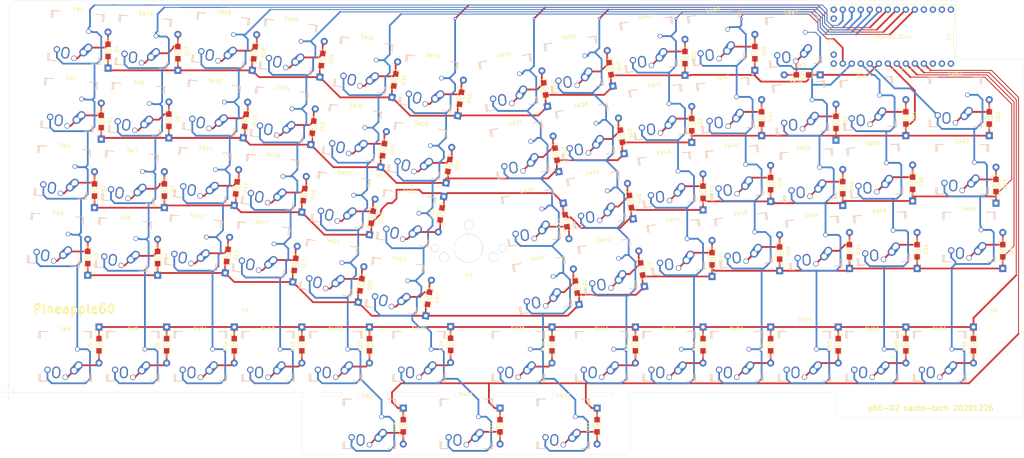
<source format=kicad_pcb>
(kicad_pcb (version 20171130) (host pcbnew "(5.1.2)-1")
  (layers (0 F.Cu signal) (31 B.Cu signal) (34 B.Paste user) (35 F.Paste user) (36 B.SilkS user) (37 F.SilkS user) (38 B.Mask user) (39 F.Mask user) (44 Edge.Cuts user))
  (net 0 "")
  (net 1 "Net-(D1-Pad2)")
  (net 2 row0)
  (net 3 col0)
  (net 4 "Net-(D2-Pad2)")
  (net 5 "Net-(D3-Pad2)")
  (net 6 "Net-(D4-Pad2)")
  (net 7 "Net-(D5-Pad2)")
  (net 8 "Net-(D6-Pad2)")
  (net 9 "Net-(D7-Pad2)")
  (net 10 "Net-(D8-Pad2)")
  (net 11 "Net-(D9-Pad2)")
  (net 12 "Net-(D10-Pad2)")
  (net 13 "Net-(D11-Pad2)")
  (net 14 "Net-(D12-Pad2)")
  (net 15 "Net-(D13-Pad2)")
  (net 16 "Net-(D14-Pad2)")
  (net 17 "Net-(D15-Pad2)")
  (net 18 "Net-(D16-Pad2)")
  (net 19 "Net-(D17-Pad2)")
  (net 20 "Net-(D18-Pad2)")
  (net 21 "Net-(D19-Pad2)")
  (net 22 "Net-(D20-Pad2)")
  (net 23 "Net-(D21-Pad2)")
  (net 24 "Net-(D22-Pad2)")
  (net 25 "Net-(D23-Pad2)")
  (net 26 "Net-(D24-Pad2)")
  (net 27 "Net-(D25-Pad2)")
  (net 28 "Net-(D26-Pad2)")
  (net 29 "Net-(D27-Pad2)")
  (net 30 "Net-(D28-Pad2)")
  (net 31 "Net-(D29-Pad2)")
  (net 32 "Net-(D31-Pad2)")
  (net 33 "Net-(D32-Pad2)")
  (net 34 "Net-(D33-Pad2)")
  (net 35 "Net-(D34-Pad2)")
  (net 36 "Net-(D35-Pad2)")
  (net 37 "Net-(D36-Pad2)")
  (net 38 "Net-(D37-Pad2)")
  (net 39 "Net-(D38-Pad2)")
  (net 40 "Net-(D39-Pad2)")
  (net 41 "Net-(D40-Pad2)")
  (net 42 "Net-(D41-Pad2)")
  (net 43 "Net-(D42-Pad2)")
  (net 44 "Net-(D43-Pad2)")
  (net 45 "Net-(D44-Pad2)")
  (net 46 "Net-(D45-Pad2)")
  (net 47 "Net-(D46-Pad2)")
  (net 48 "Net-(D47-Pad2)")
  (net 49 "Net-(D48-Pad2)")
  (net 50 "Net-(D49-Pad2)")
  (net 51 "Net-(D50-Pad2)")
  (net 52 "Net-(D51-Pad2)")
  (net 53 "Net-(D52-Pad2)")
  (net 54 "Net-(D53-Pad2)")
  (net 55 "Net-(D54-Pad2)")
  (net 56 "Net-(D55-Pad2)")
  (net 57 "Net-(D57-Pad2)")
  (net 58 "Net-(D58-Pad2)")
  (net 59 "Net-(D59-Pad2)")
  (net 60 "Net-(D60-Pad2)")
  (net 61 "Net-(D62-Pad2)")
  (net 62 "Net-(D63-Pad2)")
  (net 63 "Net-(D64-Pad2)")
  (net 64 "Net-(D65-Pad2)")
  (net 65 row1)
  (net 66 row2)
  (net 67 row3)
  (net 68 row4)
  (net 69 col3)
  (net 70 "Net-(U1-Pad33)")
  (net 71 "Net-(U1-Pad1)")
  (net 72 "Net-(U1-Pad32)")
  (net 73 "Net-(U1-Pad2)")
  (net 74 "Net-(U1-Pad31)")
  (net 75 "Net-(U1-Pad3)")
  (net 76 "Net-(U1-Pad4)")
  (net 77 "Net-(U1-Pad20)")
  (net 78 "Net-(U1-Pad14)")
  (net 79 "Net-(U1-Pad19)")
  (net 80 "Net-(U1-Pad15)")
  (net 81 col1)
  (net 82 col2)
  (net 83 col4)
  (net 84 col5)
  (net 85 col6)
  (net 86 col7)
  (net 87 col8)
  (net 88 col9)
  (net 89 col10)
  (net 90 col12)
  (net 91 col11)
  (net 92 row5)
  (net 93 "Net-(D56-Pad2)")
  (net 94 "Net-(D61-Pad2)")
  (net 95 "Net-(D66-Pad2)")
  (net 96 "Net-(D67-Pad2)")
  (module pineapple50:Diode_TH_SOD123 (layer F.Cu) (at 330.835 123.825 90)
    (fp_text reference D58 (at 5.38734 2.53746 90) (layer F.SilkS))
    (fp_text value D hide)
    (pad 2 smd rect (at 6.7 0 90) (size 1.524 1.524) (layers F.Cu F.Paste F.Mask) (net 58 "Net-(D58-Pad2)"))
    (pad 1 smd rect (at 3.3 0 90) (size 1.524 1.524) (layers F.Cu F.Paste F.Mask) (net 66 row2))
    (pad 1 thru_hole rect (at 0 -0.00254 270) (size 1.99898 1.99898) (drill 1) (layers *.Cu *.Mask) (net 66 row2))
    (pad 2 thru_hole circle (at 10.16 -0.00254 270) (size 1.99898 1.99898) (drill 1) (layers *.Cu *.Mask) (net 58 "Net-(D58-Pad2)"))
  )
  (module pineapple50:Diode_TH_SOD123 (layer F.Cu) (at 102.235 106.395 90)
    (fp_text reference D1 (at 5.38734 2.53746 90) (layer F.SilkS))
    (fp_text value D hide)
    (pad 2 smd rect (at 6.7 0 90) (size 1.524 1.524) (layers F.Cu F.Paste F.Mask) (net 1 "Net-(D1-Pad2)"))
    (pad 1 smd rect (at 3.3 0 90) (size 1.524 1.524) (layers F.Cu F.Paste F.Mask) (net 65 row1))
    (pad 1 thru_hole rect (at 0 -0.00254 270) (size 1.99898 1.99898) (drill 1) (layers *.Cu *.Mask) (net 65 row1))
    (pad 2 thru_hole circle (at 10.16 -0.00254 270) (size 1.99898 1.99898) (drill 1) (layers *.Cu *.Mask) (net 1 "Net-(D1-Pad2)"))
  )
  (module pineapple50:Diode_TH_SOD123 (layer F.Cu) (at 100.33 125.73 90)
    (fp_text reference D2 (at 5.38734 2.53746 90) (layer F.SilkS))
    (fp_text value D hide)
    (pad 2 smd rect (at 6.7 0 90) (size 1.524 1.524) (layers F.Cu F.Paste F.Mask) (net 4 "Net-(D2-Pad2)"))
    (pad 1 smd rect (at 3.3 0 90) (size 1.524 1.524) (layers F.Cu F.Paste F.Mask) (net 66 row2))
    (pad 1 thru_hole rect (at 0 -0.00254 270) (size 1.99898 1.99898) (drill 1) (layers *.Cu *.Mask) (net 66 row2))
    (pad 2 thru_hole circle (at 10.16 -0.00254 270) (size 1.99898 1.99898) (drill 1) (layers *.Cu *.Mask) (net 4 "Net-(D2-Pad2)"))
  )
  (module pineapple50:Diode_TH_SOD123 (layer F.Cu) (at 98.42754 144.78 90)
    (fp_text reference D3 (at 5.38734 2.53746 90) (layer F.SilkS))
    (fp_text value D hide)
    (pad 2 smd rect (at 6.7 0 90) (size 1.524 1.524) (layers F.Cu F.Paste F.Mask) (net 5 "Net-(D3-Pad2)"))
    (pad 1 smd rect (at 3.3 0 90) (size 1.524 1.524) (layers F.Cu F.Paste F.Mask) (net 67 row3))
    (pad 1 thru_hole rect (at 0 -0.00254 270) (size 1.99898 1.99898) (drill 1) (layers *.Cu *.Mask) (net 67 row3))
    (pad 2 thru_hole circle (at 10.16 -0.00254 270) (size 1.99898 1.99898) (drill 1) (layers *.Cu *.Mask) (net 5 "Net-(D3-Pad2)"))
  )
  (module pineapple50:Diode_TH_SOD123 (layer F.Cu) (at 104.14 86.36 90)
    (fp_text reference D4 (at 5.38734 2.53746 90) (layer F.SilkS))
    (fp_text value D hide)
    (pad 2 smd rect (at 6.7 0 90) (size 1.524 1.524) (layers F.Cu F.Paste F.Mask) (net 6 "Net-(D4-Pad2)"))
    (pad 1 smd rect (at 3.3 0 90) (size 1.524 1.524) (layers F.Cu F.Paste F.Mask) (net 2 row0))
    (pad 1 thru_hole rect (at 0 -0.00254 270) (size 1.99898 1.99898) (drill 1) (layers *.Cu *.Mask) (net 2 row0))
    (pad 2 thru_hole circle (at 10.16 -0.00254 270) (size 1.99898 1.99898) (drill 1) (layers *.Cu *.Mask) (net 6 "Net-(D4-Pad2)"))
  )
  (module pineapple50:Diode_TH_SOD123 (layer F.Cu) (at 101.59746 159.385 270)
    (fp_text reference D5 (at 5.38734 2.53746 90) (layer F.SilkS))
    (fp_text value D hide)
    (pad 2 smd rect (at 6.7 0 270) (size 1.524 1.524) (layers F.Cu F.Paste F.Mask) (net 7 "Net-(D5-Pad2)"))
    (pad 1 smd rect (at 3.3 0 270) (size 1.524 1.524) (layers F.Cu F.Paste F.Mask) (net 68 row4))
    (pad 1 thru_hole rect (at 0 -0.00254 90) (size 1.99898 1.99898) (drill 1) (layers *.Cu *.Mask) (net 68 row4))
    (pad 2 thru_hole circle (at 10.16 -0.00254 90) (size 1.99898 1.99898) (drill 1) (layers *.Cu *.Mask) (net 7 "Net-(D5-Pad2)"))
  )
  (module pineapple50:Diode_TH_SOD123 (layer F.Cu) (at 121.285 106.045 90)
    (fp_text reference D6 (at 5.38734 2.53746 90) (layer F.SilkS))
    (fp_text value D hide)
    (pad 2 smd rect (at 6.7 0 90) (size 1.524 1.524) (layers F.Cu F.Paste F.Mask) (net 8 "Net-(D6-Pad2)"))
    (pad 1 smd rect (at 3.3 0 90) (size 1.524 1.524) (layers F.Cu F.Paste F.Mask) (net 65 row1))
    (pad 1 thru_hole rect (at 0 -0.00254 270) (size 1.99898 1.99898) (drill 1) (layers *.Cu *.Mask) (net 65 row1))
    (pad 2 thru_hole circle (at 10.16 -0.00254 270) (size 1.99898 1.99898) (drill 1) (layers *.Cu *.Mask) (net 8 "Net-(D6-Pad2)"))
  )
  (module pineapple50:Diode_TH_SOD123 (layer F.Cu) (at 120.01754 125.73 90)
    (fp_text reference D7 (at 5.38734 2.53746 90) (layer F.SilkS))
    (fp_text value D hide)
    (pad 2 smd rect (at 6.7 0 90) (size 1.524 1.524) (layers F.Cu F.Paste F.Mask) (net 9 "Net-(D7-Pad2)"))
    (pad 1 smd rect (at 3.3 0 90) (size 1.524 1.524) (layers F.Cu F.Paste F.Mask) (net 66 row2))
    (pad 1 thru_hole rect (at 0 -0.00254 270) (size 1.99898 1.99898) (drill 1) (layers *.Cu *.Mask) (net 66 row2))
    (pad 2 thru_hole circle (at 10.16 -0.00254 270) (size 1.99898 1.99898) (drill 1) (layers *.Cu *.Mask) (net 9 "Net-(D7-Pad2)"))
  )
  (module pineapple50:Diode_TH_SOD123 (layer F.Cu) (at 118.11254 144.78 90)
    (fp_text reference D8 (at 5.38734 2.53746 90) (layer F.SilkS))
    (fp_text value D hide)
    (pad 2 smd rect (at 6.7 0 90) (size 1.524 1.524) (layers F.Cu F.Paste F.Mask) (net 10 "Net-(D8-Pad2)"))
    (pad 1 smd rect (at 3.3 0 90) (size 1.524 1.524) (layers F.Cu F.Paste F.Mask) (net 67 row3))
    (pad 1 thru_hole rect (at 0 -0.00254 270) (size 1.99898 1.99898) (drill 1) (layers *.Cu *.Mask) (net 67 row3))
    (pad 2 thru_hole circle (at 10.16 -0.00254 270) (size 1.99898 1.99898) (drill 1) (layers *.Cu *.Mask) (net 10 "Net-(D8-Pad2)"))
  )
  (module pineapple50:Diode_TH_SOD123 (layer F.Cu) (at 120.64746 159.385 270)
    (fp_text reference D9 (at 5.38734 2.53746 90) (layer F.SilkS))
    (fp_text value D hide)
    (pad 2 smd rect (at 6.7 0 270) (size 1.524 1.524) (layers F.Cu F.Paste F.Mask) (net 11 "Net-(D9-Pad2)"))
    (pad 1 smd rect (at 3.3 0 270) (size 1.524 1.524) (layers F.Cu F.Paste F.Mask) (net 68 row4))
    (pad 1 thru_hole rect (at 0 -0.00254 90) (size 1.99898 1.99898) (drill 1) (layers *.Cu *.Mask) (net 68 row4))
    (pad 2 thru_hole circle (at 10.16 -0.00254 90) (size 1.99898 1.99898) (drill 1) (layers *.Cu *.Mask) (net 11 "Net-(D9-Pad2)"))
  )
  (module pineapple50:Diode_TH_SOD123 (layer F.Cu) (at 142.24 106.045 83)
    (fp_text reference D10 (at 5.38734 2.53746 83) (layer F.SilkS))
    (fp_text value D hide)
    (pad 2 smd rect (at 6.7 0 83) (size 1.524 1.524) (layers F.Cu F.Paste F.Mask) (net 12 "Net-(D10-Pad2)"))
    (pad 1 smd rect (at 3.3 0 83) (size 1.524 1.524) (layers F.Cu F.Paste F.Mask) (net 65 row1))
    (pad 1 thru_hole rect (at 0 -0.00254 263) (size 1.99898 1.99898) (drill 1) (layers *.Cu *.Mask) (net 65 row1))
    (pad 2 thru_hole circle (at 10.16 -0.00254 263) (size 1.99898 1.99898) (drill 1) (layers *.Cu *.Mask) (net 12 "Net-(D10-Pad2)"))
  )
  (module pineapple50:Diode_TH_SOD123 (layer F.Cu) (at 139.7 125.095 83)
    (fp_text reference D11 (at 5.38734 2.53746 83) (layer F.SilkS))
    (fp_text value D hide)
    (pad 2 smd rect (at 6.7 0 83) (size 1.524 1.524) (layers F.Cu F.Paste F.Mask) (net 13 "Net-(D11-Pad2)"))
    (pad 1 smd rect (at 3.3 0 83) (size 1.524 1.524) (layers F.Cu F.Paste F.Mask) (net 66 row2))
    (pad 1 thru_hole rect (at 0 -0.00254 263) (size 1.99898 1.99898) (drill 1) (layers *.Cu *.Mask) (net 66 row2))
    (pad 2 thru_hole circle (at 10.16 -0.00254 263) (size 1.99898 1.99898) (drill 1) (layers *.Cu *.Mask) (net 13 "Net-(D11-Pad2)"))
  )
  (module pineapple50:Diode_TH_SOD123 (layer F.Cu) (at 137.16 144.145 83)
    (fp_text reference D12 (at 5.38734 2.53746 83) (layer F.SilkS))
    (fp_text value D hide)
    (pad 2 smd rect (at 6.7 0 83) (size 1.524 1.524) (layers F.Cu F.Paste F.Mask) (net 14 "Net-(D12-Pad2)"))
    (pad 1 smd rect (at 3.3 0 83) (size 1.524 1.524) (layers F.Cu F.Paste F.Mask) (net 67 row3))
    (pad 1 thru_hole rect (at 0 -0.00254 263) (size 1.99898 1.99898) (drill 1) (layers *.Cu *.Mask) (net 67 row3))
    (pad 2 thru_hole circle (at 10.16 -0.00254 263) (size 1.99898 1.99898) (drill 1) (layers *.Cu *.Mask) (net 14 "Net-(D12-Pad2)"))
  )
  (module pineapple50:Diode_TH_SOD123 (layer F.Cu) (at 123.82754 86.995 90)
    (fp_text reference D13 (at 5.38734 2.53746 90) (layer F.SilkS))
    (fp_text value D hide)
    (pad 2 smd rect (at 6.7 0 90) (size 1.524 1.524) (layers F.Cu F.Paste F.Mask) (net 15 "Net-(D13-Pad2)"))
    (pad 1 smd rect (at 3.3 0 90) (size 1.524 1.524) (layers F.Cu F.Paste F.Mask) (net 2 row0))
    (pad 1 thru_hole rect (at 0 -0.00254 270) (size 1.99898 1.99898) (drill 1) (layers *.Cu *.Mask) (net 2 row0))
    (pad 2 thru_hole circle (at 10.16 -0.00254 270) (size 1.99898 1.99898) (drill 1) (layers *.Cu *.Mask) (net 15 "Net-(D13-Pad2)"))
  )
  (module pineapple50:Diode_TH_SOD123 (layer F.Cu) (at 139.69746 159.385 270)
    (fp_text reference D14 (at 5.38734 2.53746 90) (layer F.SilkS))
    (fp_text value D hide)
    (pad 2 smd rect (at 6.7 0 270) (size 1.524 1.524) (layers F.Cu F.Paste F.Mask) (net 16 "Net-(D14-Pad2)"))
    (pad 1 smd rect (at 3.3 0 270) (size 1.524 1.524) (layers F.Cu F.Paste F.Mask) (net 68 row4))
    (pad 1 thru_hole rect (at 0 -0.00254 90) (size 1.99898 1.99898) (drill 1) (layers *.Cu *.Mask) (net 68 row4))
    (pad 2 thru_hole circle (at 10.16 -0.00254 90) (size 1.99898 1.99898) (drill 1) (layers *.Cu *.Mask) (net 16 "Net-(D14-Pad2)"))
  )
  (module pineapple50:Diode_TH_SOD123 (layer F.Cu) (at 161.29 107.95 83)
    (fp_text reference D15 (at 5.38734 2.53746 83) (layer F.SilkS))
    (fp_text value D hide)
    (pad 2 smd rect (at 6.7 0 83) (size 1.524 1.524) (layers F.Cu F.Paste F.Mask) (net 17 "Net-(D15-Pad2)"))
    (pad 1 smd rect (at 3.3 0 83) (size 1.524 1.524) (layers F.Cu F.Paste F.Mask) (net 65 row1))
    (pad 1 thru_hole rect (at 0 -0.00254 263) (size 1.99898 1.99898) (drill 1) (layers *.Cu *.Mask) (net 65 row1))
    (pad 2 thru_hole circle (at 10.16 -0.00254 263) (size 1.99898 1.99898) (drill 1) (layers *.Cu *.Mask) (net 17 "Net-(D15-Pad2)"))
  )
  (module pineapple50:Diode_TH_SOD123 (layer F.Cu) (at 158.75 127 83)
    (fp_text reference D16 (at 5.38734 2.53746 83) (layer F.SilkS))
    (fp_text value D hide)
    (pad 2 smd rect (at 6.7 0 83) (size 1.524 1.524) (layers F.Cu F.Paste F.Mask) (net 18 "Net-(D16-Pad2)"))
    (pad 1 smd rect (at 3.3 0 83) (size 1.524 1.524) (layers F.Cu F.Paste F.Mask) (net 66 row2))
    (pad 1 thru_hole rect (at 0 -0.00254 263) (size 1.99898 1.99898) (drill 1) (layers *.Cu *.Mask) (net 66 row2))
    (pad 2 thru_hole circle (at 10.16 -0.00254 263) (size 1.99898 1.99898) (drill 1) (layers *.Cu *.Mask) (net 18 "Net-(D16-Pad2)"))
  )
  (module pineapple50:Diode_TH_SOD123 (layer F.Cu) (at 156.21 146.685 83)
    (fp_text reference D17 (at 5.38734 2.53746 83) (layer F.SilkS))
    (fp_text value D hide)
    (pad 2 smd rect (at 6.7 0 83) (size 1.524 1.524) (layers F.Cu F.Paste F.Mask) (net 19 "Net-(D17-Pad2)"))
    (pad 1 smd rect (at 3.3 0 83) (size 1.524 1.524) (layers F.Cu F.Paste F.Mask) (net 67 row3))
    (pad 1 thru_hole rect (at 0 -0.00254 263) (size 1.99898 1.99898) (drill 1) (layers *.Cu *.Mask) (net 67 row3))
    (pad 2 thru_hole circle (at 10.16 -0.00254 263) (size 1.99898 1.99898) (drill 1) (layers *.Cu *.Mask) (net 19 "Net-(D17-Pad2)"))
  )
  (module pineapple50:Diode_TH_SOD123 (layer F.Cu) (at 144.78 86.995 83)
    (fp_text reference D18 (at 5.38734 2.53746 83) (layer F.SilkS))
    (fp_text value D hide)
    (pad 2 smd rect (at 6.7 0 83) (size 1.524 1.524) (layers F.Cu F.Paste F.Mask) (net 20 "Net-(D18-Pad2)"))
    (pad 1 smd rect (at 3.3 0 83) (size 1.524 1.524) (layers F.Cu F.Paste F.Mask) (net 2 row0))
    (pad 1 thru_hole rect (at 0 -0.00254 263) (size 1.99898 1.99898) (drill 1) (layers *.Cu *.Mask) (net 2 row0))
    (pad 2 thru_hole circle (at 10.16 -0.00254 263) (size 1.99898 1.99898) (drill 1) (layers *.Cu *.Mask) (net 20 "Net-(D18-Pad2)"))
  )
  (module pineapple50:Diode_TH_SOD123 (layer F.Cu) (at 158.74746 159.385 270)
    (fp_text reference D19 (at 5.38734 2.53746 90) (layer F.SilkS))
    (fp_text value D hide)
    (pad 2 smd rect (at 6.7 0 270) (size 1.524 1.524) (layers F.Cu F.Paste F.Mask) (net 21 "Net-(D19-Pad2)"))
    (pad 1 smd rect (at 3.3 0 270) (size 1.524 1.524) (layers F.Cu F.Paste F.Mask) (net 68 row4))
    (pad 1 thru_hole rect (at 0 -0.00254 90) (size 1.99898 1.99898) (drill 1) (layers *.Cu *.Mask) (net 68 row4))
    (pad 2 thru_hole circle (at 10.16 -0.00254 90) (size 1.99898 1.99898) (drill 1) (layers *.Cu *.Mask) (net 21 "Net-(D19-Pad2)"))
  )
  (module pineapple50:Diode_TH_SOD123 (layer F.Cu) (at 180.975 114.3 81)
    (fp_text reference D20 (at 5.38734 2.53746 81) (layer F.SilkS))
    (fp_text value D hide)
    (pad 2 smd rect (at 6.7 0 81) (size 1.524 1.524) (layers F.Cu F.Paste F.Mask) (net 22 "Net-(D20-Pad2)"))
    (pad 1 smd rect (at 3.3 0 81) (size 1.524 1.524) (layers F.Cu F.Paste F.Mask) (net 65 row1))
    (pad 1 thru_hole rect (at 0 -0.00254 261) (size 1.99898 1.99898) (drill 1) (layers *.Cu *.Mask) (net 65 row1))
    (pad 2 thru_hole circle (at 10.16 -0.00254 261) (size 1.99898 1.99898) (drill 1) (layers *.Cu *.Mask) (net 22 "Net-(D20-Pad2)"))
  )
  (module pineapple50:Diode_TH_SOD123 (layer F.Cu) (at 177.8 133.35 81)
    (fp_text reference D21 (at 5.38734 2.53746 81) (layer F.SilkS))
    (fp_text value D hide)
    (pad 2 smd rect (at 6.7 0 81) (size 1.524 1.524) (layers F.Cu F.Paste F.Mask) (net 23 "Net-(D21-Pad2)"))
    (pad 1 smd rect (at 3.3 0 81) (size 1.524 1.524) (layers F.Cu F.Paste F.Mask) (net 66 row2))
    (pad 1 thru_hole rect (at 0 -0.00254 261) (size 1.99898 1.99898) (drill 1) (layers *.Cu *.Mask) (net 66 row2))
    (pad 2 thru_hole circle (at 10.16 -0.00254 261) (size 1.99898 1.99898) (drill 1) (layers *.Cu *.Mask) (net 23 "Net-(D21-Pad2)"))
  )
  (module pineapple50:Diode_TH_SOD123 (layer F.Cu) (at 174.625 152.4 81)
    (fp_text reference D22 (at 5.38734 2.53746 81) (layer F.SilkS))
    (fp_text value D hide)
    (pad 2 smd rect (at 6.7 0 81) (size 1.524 1.524) (layers F.Cu F.Paste F.Mask) (net 24 "Net-(D22-Pad2)"))
    (pad 1 smd rect (at 3.3 0 81) (size 1.524 1.524) (layers F.Cu F.Paste F.Mask) (net 67 row3))
    (pad 1 thru_hole rect (at 0 -0.00254 261) (size 1.99898 1.99898) (drill 1) (layers *.Cu *.Mask) (net 67 row3))
    (pad 2 thru_hole circle (at 10.16 -0.00254 261) (size 1.99898 1.99898) (drill 1) (layers *.Cu *.Mask) (net 24 "Net-(D22-Pad2)"))
  )
  (module pineapple50:Diode_TH_SOD123 (layer F.Cu) (at 177.79746 159.385 270)
    (fp_text reference D23 (at 5.38734 2.53746 90) (layer F.SilkS))
    (fp_text value D hide)
    (pad 2 smd rect (at 6.7 0 270) (size 1.524 1.524) (layers F.Cu F.Paste F.Mask) (net 25 "Net-(D23-Pad2)"))
    (pad 1 smd rect (at 3.3 0 270) (size 1.524 1.524) (layers F.Cu F.Paste F.Mask) (net 68 row4))
    (pad 1 thru_hole rect (at 0 -0.00254 90) (size 1.99898 1.99898) (drill 1) (layers *.Cu *.Mask) (net 68 row4))
    (pad 2 thru_hole circle (at 10.16 -0.00254 90) (size 1.99898 1.99898) (drill 1) (layers *.Cu *.Mask) (net 25 "Net-(D23-Pad2)"))
  )
  (module pineapple50:Diode_TH_SOD123 (layer F.Cu) (at 187.325 182.245 270)
    (fp_text reference D24 (at 5.38734 2.53746 90) (layer F.SilkS))
    (fp_text value D hide)
    (pad 2 smd rect (at 6.7 0 270) (size 1.524 1.524) (layers F.Cu F.Paste F.Mask) (net 26 "Net-(D24-Pad2)"))
    (pad 1 smd rect (at 3.3 0 270) (size 1.524 1.524) (layers F.Cu F.Paste F.Mask) (net 92 row5))
    (pad 1 thru_hole rect (at 0 -0.00254 90) (size 1.99898 1.99898) (drill 1) (layers *.Cu *.Mask) (net 92 row5))
    (pad 2 thru_hole circle (at 10.16 -0.00254 90) (size 1.99898 1.99898) (drill 1) (layers *.Cu *.Mask) (net 26 "Net-(D24-Pad2)"))
  )
  (module pineapple50:Diode_TH_SOD123 (layer F.Cu) (at 199.39 118.745 81)
    (fp_text reference D25 (at 5.38734 2.53746 81) (layer F.SilkS))
    (fp_text value D hide)
    (pad 2 smd rect (at 6.7 0 81) (size 1.524 1.524) (layers F.Cu F.Paste F.Mask) (net 27 "Net-(D25-Pad2)"))
    (pad 1 smd rect (at 3.3 0 81) (size 1.524 1.524) (layers F.Cu F.Paste F.Mask) (net 65 row1))
    (pad 1 thru_hole rect (at 0 -0.00254 261) (size 1.99898 1.99898) (drill 1) (layers *.Cu *.Mask) (net 65 row1))
    (pad 2 thru_hole circle (at 10.16 -0.00254 261) (size 1.99898 1.99898) (drill 1) (layers *.Cu *.Mask) (net 27 "Net-(D25-Pad2)"))
  )
  (module pineapple50:Diode_TH_SOD123 (layer F.Cu) (at 198.755 122.555 261)
    (fp_text reference D26 (at 5.38734 2.53746 81) (layer F.SilkS))
    (fp_text value D hide)
    (pad 2 smd rect (at 6.7 0 261) (size 1.524 1.524) (layers F.Cu F.Paste F.Mask) (net 28 "Net-(D26-Pad2)"))
    (pad 1 smd rect (at 3.3 0 261) (size 1.524 1.524) (layers F.Cu F.Paste F.Mask) (net 66 row2))
    (pad 1 thru_hole rect (at 0 -0.00254 81) (size 1.99898 1.99898) (drill 1) (layers *.Cu *.Mask) (net 66 row2))
    (pad 2 thru_hole circle (at 10.16 -0.00254 81) (size 1.99898 1.99898) (drill 1) (layers *.Cu *.Mask) (net 28 "Net-(D26-Pad2)"))
  )
  (module pineapple50:Diode_TH_SOD123 (layer F.Cu) (at 193.675 156.21 81)
    (fp_text reference D27 (at 5.38734 2.53746 81) (layer F.SilkS))
    (fp_text value D hide)
    (pad 2 smd rect (at 6.7 0 81) (size 1.524 1.524) (layers F.Cu F.Paste F.Mask) (net 29 "Net-(D27-Pad2)"))
    (pad 1 smd rect (at 3.3 0 81) (size 1.524 1.524) (layers F.Cu F.Paste F.Mask) (net 67 row3))
    (pad 1 thru_hole rect (at 0 -0.00254 261) (size 1.99898 1.99898) (drill 1) (layers *.Cu *.Mask) (net 67 row3))
    (pad 2 thru_hole circle (at 10.16 -0.00254 261) (size 1.99898 1.99898) (drill 1) (layers *.Cu *.Mask) (net 29 "Net-(D27-Pad2)"))
  )
  (module pineapple50:Diode_TH_SOD123 (layer F.Cu) (at 163.83 88.90031 83)
    (fp_text reference D28 (at 5.38734 2.53746 83) (layer F.SilkS))
    (fp_text value D hide)
    (pad 2 smd rect (at 6.7 0 83) (size 1.524 1.524) (layers F.Cu F.Paste F.Mask) (net 30 "Net-(D28-Pad2)"))
    (pad 1 smd rect (at 3.3 0 83) (size 1.524 1.524) (layers F.Cu F.Paste F.Mask) (net 2 row0))
    (pad 1 thru_hole rect (at 0 -0.00254 263) (size 1.99898 1.99898) (drill 1) (layers *.Cu *.Mask) (net 2 row0))
    (pad 2 thru_hole circle (at 10.16 -0.00254 263) (size 1.99898 1.99898) (drill 1) (layers *.Cu *.Mask) (net 30 "Net-(D28-Pad2)"))
  )
  (module pineapple50:Diode_TH_SOD123 (layer F.Cu) (at 200.66 159.26 270)
    (fp_text reference D29 (at 5.38734 2.53746 90) (layer F.SilkS))
    (fp_text value D hide)
    (pad 2 smd rect (at 6.7 0 270) (size 1.524 1.524) (layers F.Cu F.Paste F.Mask) (net 31 "Net-(D29-Pad2)"))
    (pad 1 smd rect (at 3.3 0 270) (size 1.524 1.524) (layers F.Cu F.Paste F.Mask) (net 68 row4))
    (pad 1 thru_hole rect (at 0 -0.00254 90) (size 1.99898 1.99898) (drill 1) (layers *.Cu *.Mask) (net 68 row4))
    (pad 2 thru_hole circle (at 10.16 -0.00254 90) (size 1.99898 1.99898) (drill 1) (layers *.Cu *.Mask) (net 31 "Net-(D29-Pad2)"))
  )
  (module pineapple50:Diode_TH_SOD123 (layer F.Cu) (at 214.59 182.245 270)
    (fp_text reference D31 (at 5.38734 2.53746 90) (layer F.SilkS))
    (fp_text value D hide)
    (pad 2 smd rect (at 6.7 0 270) (size 1.524 1.524) (layers F.Cu F.Paste F.Mask) (net 32 "Net-(D31-Pad2)"))
    (pad 1 smd rect (at 3.3 0 270) (size 1.524 1.524) (layers F.Cu F.Paste F.Mask) (net 92 row5))
    (pad 1 thru_hole rect (at 0 -0.00254 90) (size 1.99898 1.99898) (drill 1) (layers *.Cu *.Mask) (net 92 row5))
    (pad 2 thru_hole circle (at 10.16 -0.00254 90) (size 1.99898 1.99898) (drill 1) (layers *.Cu *.Mask) (net 32 "Net-(D31-Pad2)"))
  )
  (module pineapple50:Diode_TH_SOD123 (layer F.Cu) (at 231.14 115.57 99)
    (fp_text reference D32 (at 5.38734 2.53746 99) (layer F.SilkS))
    (fp_text value D hide)
    (pad 2 smd rect (at 6.7 0 99) (size 1.524 1.524) (layers F.Cu F.Paste F.Mask) (net 33 "Net-(D32-Pad2)"))
    (pad 1 smd rect (at 3.3 0 99) (size 1.524 1.524) (layers F.Cu F.Paste F.Mask) (net 65 row1))
    (pad 1 thru_hole rect (at 0 -0.00254 279) (size 1.99898 1.99898) (drill 1) (layers *.Cu *.Mask) (net 65 row1))
    (pad 2 thru_hole circle (at 10.16 -0.00254 279) (size 1.99898 1.99898) (drill 1) (layers *.Cu *.Mask) (net 33 "Net-(D32-Pad2)"))
  )
  (module pineapple50:Diode_TH_SOD123 (layer F.Cu) (at 232.41 124.46 279)
    (fp_text reference D33 (at 5.38734 2.53746 99) (layer F.SilkS))
    (fp_text value D hide)
    (pad 2 smd rect (at 6.7 0 279) (size 1.524 1.524) (layers F.Cu F.Paste F.Mask) (net 34 "Net-(D33-Pad2)"))
    (pad 1 smd rect (at 3.3 0 279) (size 1.524 1.524) (layers F.Cu F.Paste F.Mask) (net 66 row2))
    (pad 1 thru_hole rect (at 0 -0.00254 99) (size 1.99898 1.99898) (drill 1) (layers *.Cu *.Mask) (net 66 row2))
    (pad 2 thru_hole circle (at 10.16 -0.00254 99) (size 1.99898 1.99898) (drill 1) (layers *.Cu *.Mask) (net 34 "Net-(D33-Pad2)"))
  )
  (module pineapple50:Diode_TH_SOD123 (layer F.Cu) (at 236.855 153.035 99)
    (fp_text reference D34 (at 5.38734 2.53746 99) (layer F.SilkS))
    (fp_text value D hide)
    (pad 2 smd rect (at 6.7 0 99) (size 1.524 1.524) (layers F.Cu F.Paste F.Mask) (net 35 "Net-(D34-Pad2)"))
    (pad 1 smd rect (at 3.3 0 99) (size 1.524 1.524) (layers F.Cu F.Paste F.Mask) (net 67 row3))
    (pad 1 thru_hole rect (at 0 -0.00254 279) (size 1.99898 1.99898) (drill 1) (layers *.Cu *.Mask) (net 67 row3))
    (pad 2 thru_hole circle (at 10.16 -0.00254 279) (size 1.99898 1.99898) (drill 1) (layers *.Cu *.Mask) (net 35 "Net-(D34-Pad2)"))
  )
  (module pineapple50:Diode_TH_SOD123 (layer F.Cu) (at 184.15 94.615 81)
    (fp_text reference D35 (at 5.38734 2.53746 81) (layer F.SilkS))
    (fp_text value D hide)
    (pad 2 smd rect (at 6.7 0 81) (size 1.524 1.524) (layers F.Cu F.Paste F.Mask) (net 36 "Net-(D35-Pad2)"))
    (pad 1 smd rect (at 3.3 0 81) (size 1.524 1.524) (layers F.Cu F.Paste F.Mask) (net 2 row0))
    (pad 1 thru_hole rect (at 0 -0.00254 261) (size 1.99898 1.99898) (drill 1) (layers *.Cu *.Mask) (net 2 row0))
    (pad 2 thru_hole circle (at 10.16 -0.00254 261) (size 1.99898 1.99898) (drill 1) (layers *.Cu *.Mask) (net 36 "Net-(D35-Pad2)"))
  )
  (module pineapple50:Diode_TH_SOD123 (layer F.Cu) (at 229.23246 159.385 270)
    (fp_text reference D36 (at 5.38734 2.53746 90) (layer F.SilkS))
    (fp_text value D hide)
    (pad 2 smd rect (at 6.7 0 270) (size 1.524 1.524) (layers F.Cu F.Paste F.Mask) (net 37 "Net-(D36-Pad2)"))
    (pad 1 smd rect (at 3.3 0 270) (size 1.524 1.524) (layers F.Cu F.Paste F.Mask) (net 68 row4))
    (pad 1 thru_hole rect (at 0 -0.00254 90) (size 1.99898 1.99898) (drill 1) (layers *.Cu *.Mask) (net 68 row4))
    (pad 2 thru_hole circle (at 10.16 -0.00254 90) (size 1.99898 1.99898) (drill 1) (layers *.Cu *.Mask) (net 37 "Net-(D36-Pad2)"))
  )
  (module pineapple50:Diode_TH_SOD123 (layer F.Cu) (at 241.93246 182.245 270)
    (fp_text reference D37 (at 5.38734 2.53746 90) (layer F.SilkS))
    (fp_text value D hide)
    (pad 2 smd rect (at 6.7 0 270) (size 1.524 1.524) (layers F.Cu F.Paste F.Mask) (net 38 "Net-(D37-Pad2)"))
    (pad 1 smd rect (at 3.3 0 270) (size 1.524 1.524) (layers F.Cu F.Paste F.Mask) (net 92 row5))
    (pad 1 thru_hole rect (at 0 -0.00254 90) (size 1.99898 1.99898) (drill 1) (layers *.Cu *.Mask) (net 92 row5))
    (pad 2 thru_hole circle (at 10.16 -0.00254 90) (size 1.99898 1.99898) (drill 1) (layers *.Cu *.Mask) (net 38 "Net-(D37-Pad2)"))
  )
  (module pineapple50:Diode_TH_SOD123 (layer F.Cu) (at 249.555 110.49 99)
    (fp_text reference D38 (at 5.38734 2.53746 99) (layer F.SilkS))
    (fp_text value D hide)
    (pad 2 smd rect (at 6.7 0 99) (size 1.524 1.524) (layers F.Cu F.Paste F.Mask) (net 39 "Net-(D38-Pad2)"))
    (pad 1 smd rect (at 3.3 0 99) (size 1.524 1.524) (layers F.Cu F.Paste F.Mask) (net 65 row1))
    (pad 1 thru_hole rect (at 0 -0.00254 279) (size 1.99898 1.99898) (drill 1) (layers *.Cu *.Mask) (net 65 row1))
    (pad 2 thru_hole circle (at 10.16 -0.00254 279) (size 1.99898 1.99898) (drill 1) (layers *.Cu *.Mask) (net 39 "Net-(D38-Pad2)"))
  )
  (module pineapple50:Diode_TH_SOD123 (layer F.Cu) (at 252.095 128.905 99)
    (fp_text reference D39 (at 5.38734 2.53746 99) (layer F.SilkS))
    (fp_text value D hide)
    (pad 2 smd rect (at 6.7 0 99) (size 1.524 1.524) (layers F.Cu F.Paste F.Mask) (net 40 "Net-(D39-Pad2)"))
    (pad 1 smd rect (at 3.3 0 99) (size 1.524 1.524) (layers F.Cu F.Paste F.Mask) (net 66 row2))
    (pad 1 thru_hole rect (at 0 -0.00254 279) (size 1.99898 1.99898) (drill 1) (layers *.Cu *.Mask) (net 66 row2))
    (pad 2 thru_hole circle (at 10.16 -0.00254 279) (size 1.99898 1.99898) (drill 1) (layers *.Cu *.Mask) (net 40 "Net-(D39-Pad2)"))
  )
  (module pineapple50:Diode_TH_SOD123 (layer F.Cu) (at 255.27254 147.955 99)
    (fp_text reference D40 (at 5.38734 2.53746 99) (layer F.SilkS))
    (fp_text value D hide)
    (pad 2 smd rect (at 6.7 0 99) (size 1.524 1.524) (layers F.Cu F.Paste F.Mask) (net 41 "Net-(D40-Pad2)"))
    (pad 1 smd rect (at 3.3 0 99) (size 1.524 1.524) (layers F.Cu F.Paste F.Mask) (net 67 row3))
    (pad 1 thru_hole rect (at 0 -0.00254 279) (size 1.99898 1.99898) (drill 1) (layers *.Cu *.Mask) (net 67 row3))
    (pad 2 thru_hole circle (at 10.16 -0.00254 279) (size 1.99898 1.99898) (drill 1) (layers *.Cu *.Mask) (net 41 "Net-(D40-Pad2)"))
  )
  (module pineapple50:Diode_TH_SOD123 (layer F.Cu) (at 252.73 159.385 270)
    (fp_text reference D41 (at 5.38734 2.53746 90) (layer F.SilkS))
    (fp_text value D hide)
    (pad 2 smd rect (at 6.7 0 270) (size 1.524 1.524) (layers F.Cu F.Paste F.Mask) (net 42 "Net-(D41-Pad2)"))
    (pad 1 smd rect (at 3.3 0 270) (size 1.524 1.524) (layers F.Cu F.Paste F.Mask) (net 68 row4))
    (pad 1 thru_hole rect (at 0 -0.00254 90) (size 1.99898 1.99898) (drill 1) (layers *.Cu *.Mask) (net 68 row4))
    (pad 2 thru_hole circle (at 10.16 -0.00254 90) (size 1.99898 1.99898) (drill 1) (layers *.Cu *.Mask) (net 42 "Net-(D41-Pad2)"))
  )
  (module pineapple50:Diode_TH_SOD123 (layer F.Cu) (at 268.60754 107.315 90)
    (fp_text reference D42 (at 5.38734 2.53746 90) (layer F.SilkS))
    (fp_text value D hide)
    (pad 2 smd rect (at 6.7 0 90) (size 1.524 1.524) (layers F.Cu F.Paste F.Mask) (net 43 "Net-(D42-Pad2)"))
    (pad 1 smd rect (at 3.3 0 90) (size 1.524 1.524) (layers F.Cu F.Paste F.Mask) (net 65 row1))
    (pad 1 thru_hole rect (at 0 -0.00254 270) (size 1.99898 1.99898) (drill 1) (layers *.Cu *.Mask) (net 65 row1))
    (pad 2 thru_hole circle (at 10.16 -0.00254 270) (size 1.99898 1.99898) (drill 1) (layers *.Cu *.Mask) (net 43 "Net-(D42-Pad2)"))
  )
  (module pineapple50:Diode_TH_SOD123 (layer F.Cu) (at 271.78 126.365 90)
    (fp_text reference D43 (at 5.38734 2.53746 90) (layer F.SilkS))
    (fp_text value D hide)
    (pad 2 smd rect (at 6.7 0 90) (size 1.524 1.524) (layers F.Cu F.Paste F.Mask) (net 44 "Net-(D43-Pad2)"))
    (pad 1 smd rect (at 3.3 0 90) (size 1.524 1.524) (layers F.Cu F.Paste F.Mask) (net 66 row2))
    (pad 1 thru_hole rect (at 0 -0.00254 270) (size 1.99898 1.99898) (drill 1) (layers *.Cu *.Mask) (net 66 row2))
    (pad 2 thru_hole circle (at 10.16 -0.00254 270) (size 1.99898 1.99898) (drill 1) (layers *.Cu *.Mask) (net 44 "Net-(D43-Pad2)"))
  )
  (module pineapple50:Diode_TH_SOD123 (layer F.Cu) (at 274.32 145.13 90)
    (fp_text reference D44 (at 5.38734 2.53746 90) (layer F.SilkS))
    (fp_text value D hide)
    (pad 2 smd rect (at 6.7 0 90) (size 1.524 1.524) (layers F.Cu F.Paste F.Mask) (net 45 "Net-(D44-Pad2)"))
    (pad 1 smd rect (at 3.3 0 90) (size 1.524 1.524) (layers F.Cu F.Paste F.Mask) (net 67 row3))
    (pad 1 thru_hole rect (at 0 -0.00254 270) (size 1.99898 1.99898) (drill 1) (layers *.Cu *.Mask) (net 67 row3))
    (pad 2 thru_hole circle (at 10.16 -0.00254 270) (size 1.99898 1.99898) (drill 1) (layers *.Cu *.Mask) (net 45 "Net-(D44-Pad2)"))
  )
  (module pineapple50:Diode_TH_SOD123 (layer F.Cu) (at 202.683766 99.779372 81)
    (fp_text reference D45 (at 5.38734 2.53746 81) (layer F.SilkS))
    (fp_text value D hide)
    (pad 2 smd rect (at 6.7 0 81) (size 1.524 1.524) (layers F.Cu F.Paste F.Mask) (net 46 "Net-(D45-Pad2)"))
    (pad 1 smd rect (at 3.3 0 81) (size 1.524 1.524) (layers F.Cu F.Paste F.Mask) (net 2 row0))
    (pad 1 thru_hole rect (at 0 -0.00254 261) (size 1.99898 1.99898) (drill 1) (layers *.Cu *.Mask) (net 2 row0))
    (pad 2 thru_hole circle (at 10.16 -0.00254 261) (size 1.99898 1.99898) (drill 1) (layers *.Cu *.Mask) (net 46 "Net-(D45-Pad2)"))
  )
  (module pineapple50:Diode_TH_SOD123 (layer F.Cu) (at 271.78 159.385 270)
    (fp_text reference D46 (at 5.38734 2.53746 90) (layer F.SilkS))
    (fp_text value D hide)
    (pad 2 smd rect (at 6.7 0 270) (size 1.524 1.524) (layers F.Cu F.Paste F.Mask) (net 47 "Net-(D46-Pad2)"))
    (pad 1 smd rect (at 3.3 0 270) (size 1.524 1.524) (layers F.Cu F.Paste F.Mask) (net 68 row4))
    (pad 1 thru_hole rect (at 0 -0.00254 90) (size 1.99898 1.99898) (drill 1) (layers *.Cu *.Mask) (net 68 row4))
    (pad 2 thru_hole circle (at 10.16 -0.00254 90) (size 1.99898 1.99898) (drill 1) (layers *.Cu *.Mask) (net 47 "Net-(D46-Pad2)"))
  )
  (module pineapple50:Diode_TH_SOD123 (layer F.Cu) (at 288.29 105.41 90)
    (fp_text reference D47 (at 5.38734 2.53746 90) (layer F.SilkS))
    (fp_text value D hide)
    (pad 2 smd rect (at 6.7 0 90) (size 1.524 1.524) (layers F.Cu F.Paste F.Mask) (net 48 "Net-(D47-Pad2)"))
    (pad 1 smd rect (at 3.3 0 90) (size 1.524 1.524) (layers F.Cu F.Paste F.Mask) (net 65 row1))
    (pad 1 thru_hole rect (at 0 -0.00254 270) (size 1.99898 1.99898) (drill 1) (layers *.Cu *.Mask) (net 65 row1))
    (pad 2 thru_hole circle (at 10.16 -0.00254 270) (size 1.99898 1.99898) (drill 1) (layers *.Cu *.Mask) (net 48 "Net-(D47-Pad2)"))
  )
  (module pineapple50:Diode_TH_SOD123 (layer F.Cu) (at 290.83 123.95 90)
    (fp_text reference D48 (at 5.38734 2.53746 90) (layer F.SilkS))
    (fp_text value D hide)
    (pad 2 smd rect (at 6.7 0 90) (size 1.524 1.524) (layers F.Cu F.Paste F.Mask) (net 49 "Net-(D48-Pad2)"))
    (pad 1 smd rect (at 3.3 0 90) (size 1.524 1.524) (layers F.Cu F.Paste F.Mask) (net 66 row2))
    (pad 1 thru_hole rect (at 0 -0.00254 270) (size 1.99898 1.99898) (drill 1) (layers *.Cu *.Mask) (net 66 row2))
    (pad 2 thru_hole circle (at 10.16 -0.00254 270) (size 1.99898 1.99898) (drill 1) (layers *.Cu *.Mask) (net 49 "Net-(D48-Pad2)"))
  )
  (module pineapple50:Diode_TH_SOD123 (layer F.Cu) (at 293.37 143.51 90)
    (fp_text reference D49 (at 5.38734 2.53746 90) (layer F.SilkS))
    (fp_text value D hide)
    (pad 2 smd rect (at 6.7 0 90) (size 1.524 1.524) (layers F.Cu F.Paste F.Mask) (net 50 "Net-(D49-Pad2)"))
    (pad 1 smd rect (at 3.3 0 90) (size 1.524 1.524) (layers F.Cu F.Paste F.Mask) (net 67 row3))
    (pad 1 thru_hole rect (at 0 -0.00254 270) (size 1.99898 1.99898) (drill 1) (layers *.Cu *.Mask) (net 67 row3))
    (pad 2 thru_hole circle (at 10.16 -0.00254 270) (size 1.99898 1.99898) (drill 1) (layers *.Cu *.Mask) (net 50 "Net-(D49-Pad2)"))
  )
  (module pineapple50:Diode_TH_SOD123 (layer F.Cu) (at 227.965 97.155 99)
    (fp_text reference D50 (at 5.38734 2.53746 99) (layer F.SilkS))
    (fp_text value D hide)
    (pad 2 smd rect (at 6.7 0 99) (size 1.524 1.524) (layers F.Cu F.Paste F.Mask) (net 51 "Net-(D50-Pad2)"))
    (pad 1 smd rect (at 3.3 0 99) (size 1.524 1.524) (layers F.Cu F.Paste F.Mask) (net 2 row0))
    (pad 1 thru_hole rect (at 0 -0.00254 279) (size 1.99898 1.99898) (drill 1) (layers *.Cu *.Mask) (net 2 row0))
    (pad 2 thru_hole circle (at 10.16 -0.00254 279) (size 1.99898 1.99898) (drill 1) (layers *.Cu *.Mask) (net 51 "Net-(D50-Pad2)"))
  )
  (module pineapple50:Diode_TH_SOD123 (layer F.Cu) (at 290.82746 159.385 270)
    (fp_text reference D51 (at 5.38734 2.53746 90) (layer F.SilkS))
    (fp_text value D hide)
    (pad 2 smd rect (at 6.7 0 270) (size 1.524 1.524) (layers F.Cu F.Paste F.Mask) (net 52 "Net-(D51-Pad2)"))
    (pad 1 smd rect (at 3.3 0 270) (size 1.524 1.524) (layers F.Cu F.Paste F.Mask) (net 68 row4))
    (pad 1 thru_hole rect (at 0 -0.00254 90) (size 1.99898 1.99898) (drill 1) (layers *.Cu *.Mask) (net 68 row4))
    (pad 2 thru_hole circle (at 10.16 -0.00254 90) (size 1.99898 1.99898) (drill 1) (layers *.Cu *.Mask) (net 52 "Net-(D51-Pad2)"))
  )
  (module pineapple50:Diode_TH_SOD123 (layer F.Cu) (at 309.245 106.68 90)
    (fp_text reference D52 (at 5.38734 2.53746 90) (layer F.SilkS))
    (fp_text value D hide)
    (pad 2 smd rect (at 6.7 0 90) (size 1.524 1.524) (layers F.Cu F.Paste F.Mask) (net 53 "Net-(D52-Pad2)"))
    (pad 1 smd rect (at 3.3 0 90) (size 1.524 1.524) (layers F.Cu F.Paste F.Mask) (net 65 row1))
    (pad 1 thru_hole rect (at 0 -0.00254 270) (size 1.99898 1.99898) (drill 1) (layers *.Cu *.Mask) (net 65 row1))
    (pad 2 thru_hole circle (at 10.16 -0.00254 270) (size 1.99898 1.99898) (drill 1) (layers *.Cu *.Mask) (net 53 "Net-(D52-Pad2)"))
  )
  (module pineapple50:Diode_TH_SOD123 (layer F.Cu) (at 311.15254 125.095 90)
    (fp_text reference D53 (at 5.38734 2.53746 90) (layer F.SilkS))
    (fp_text value D hide)
    (pad 2 smd rect (at 6.7 0 90) (size 1.524 1.524) (layers F.Cu F.Paste F.Mask) (net 54 "Net-(D53-Pad2)"))
    (pad 1 smd rect (at 3.3 0 90) (size 1.524 1.524) (layers F.Cu F.Paste F.Mask) (net 66 row2))
    (pad 1 thru_hole rect (at 0 -0.00254 270) (size 1.99898 1.99898) (drill 1) (layers *.Cu *.Mask) (net 66 row2))
    (pad 2 thru_hole circle (at 10.16 -0.00254 270) (size 1.99898 1.99898) (drill 1) (layers *.Cu *.Mask) (net 54 "Net-(D53-Pad2)"))
  )
  (module pineapple50:Diode_TH_SOD123 (layer F.Cu) (at 313.055 142.875 90)
    (fp_text reference D54 (at 5.38734 2.53746 90) (layer F.SilkS))
    (fp_text value D hide)
    (pad 2 smd rect (at 6.7 0 90) (size 1.524 1.524) (layers F.Cu F.Paste F.Mask) (net 55 "Net-(D54-Pad2)"))
    (pad 1 smd rect (at 3.3 0 90) (size 1.524 1.524) (layers F.Cu F.Paste F.Mask) (net 67 row3))
    (pad 1 thru_hole rect (at 0 -0.00254 270) (size 1.99898 1.99898) (drill 1) (layers *.Cu *.Mask) (net 67 row3))
    (pad 2 thru_hole circle (at 10.16 -0.00254 270) (size 1.99898 1.99898) (drill 1) (layers *.Cu *.Mask) (net 55 "Net-(D54-Pad2)"))
  )
  (module pineapple50:Diode_TH_SOD123 (layer F.Cu) (at 309.87492 159.385 270)
    (fp_text reference D55 (at 5.38734 2.53746 90) (layer F.SilkS))
    (fp_text value D hide)
    (pad 2 smd rect (at 6.7 0 270) (size 1.524 1.524) (layers F.Cu F.Paste F.Mask) (net 56 "Net-(D55-Pad2)"))
    (pad 1 smd rect (at 3.3 0 270) (size 1.524 1.524) (layers F.Cu F.Paste F.Mask) (net 68 row4))
    (pad 1 thru_hole rect (at 0 -0.00254 90) (size 1.99898 1.99898) (drill 1) (layers *.Cu *.Mask) (net 68 row4))
    (pad 2 thru_hole circle (at 10.16 -0.00254 90) (size 1.99898 1.99898) (drill 1) (layers *.Cu *.Mask) (net 56 "Net-(D55-Pad2)"))
  )
  (module pineapple50:Diode_TH_SOD123 (layer F.Cu) (at 246.38 91.44 99)
    (fp_text reference D56 (at 5.38734 2.53746 99) (layer F.SilkS))
    (fp_text value D hide)
    (pad 2 smd rect (at 6.7 0 99) (size 1.524 1.524) (layers F.Cu F.Paste F.Mask) (net 93 "Net-(D56-Pad2)"))
    (pad 1 smd rect (at 3.3 0 99) (size 1.524 1.524) (layers F.Cu F.Paste F.Mask) (net 2 row0))
    (pad 1 thru_hole rect (at 0 -0.00254 279) (size 1.99898 1.99898) (drill 1) (layers *.Cu *.Mask) (net 2 row0))
    (pad 2 thru_hole circle (at 10.16 -0.00254 279) (size 1.99898 1.99898) (drill 1) (layers *.Cu *.Mask) (net 93 "Net-(D56-Pad2)"))
  )
  (module pineapple50:Diode_TH_SOD123 (layer F.Cu) (at 328.93 105.41 90)
    (fp_text reference D57 (at 5.38734 2.53746 90) (layer F.SilkS))
    (fp_text value D hide)
    (pad 2 smd rect (at 6.7 0 90) (size 1.524 1.524) (layers F.Cu F.Paste F.Mask) (net 57 "Net-(D57-Pad2)"))
    (pad 1 smd rect (at 3.3 0 90) (size 1.524 1.524) (layers F.Cu F.Paste F.Mask) (net 65 row1))
    (pad 1 thru_hole rect (at 0 -0.00254 270) (size 1.99898 1.99898) (drill 1) (layers *.Cu *.Mask) (net 65 row1))
    (pad 2 thru_hole circle (at 10.16 -0.00254 270) (size 1.99898 1.99898) (drill 1) (layers *.Cu *.Mask) (net 57 "Net-(D57-Pad2)"))
  )
  (module pineapple50:Diode_TH_SOD123 (layer F.Cu) (at 332.105 142.875 90)
    (fp_text reference D59 (at 5.38734 2.53746 90) (layer F.SilkS))
    (fp_text value D hide)
    (pad 2 smd rect (at 6.7 0 90) (size 1.524 1.524) (layers F.Cu F.Paste F.Mask) (net 59 "Net-(D59-Pad2)"))
    (pad 1 smd rect (at 3.3 0 90) (size 1.524 1.524) (layers F.Cu F.Paste F.Mask) (net 67 row3))
    (pad 1 thru_hole rect (at 0 -0.00254 270) (size 1.99898 1.99898) (drill 1) (layers *.Cu *.Mask) (net 67 row3))
    (pad 2 thru_hole circle (at 10.16 -0.00254 270) (size 1.99898 1.99898) (drill 1) (layers *.Cu *.Mask) (net 59 "Net-(D59-Pad2)"))
  )
  (module pineapple50:Diode_TH_SOD123 (layer F.Cu) (at 328.92746 159.385 270)
    (fp_text reference D60 (at 5.38734 2.53746 90) (layer F.SilkS))
    (fp_text value D hide)
    (pad 2 smd rect (at 6.7 0 270) (size 1.524 1.524) (layers F.Cu F.Paste F.Mask) (net 60 "Net-(D60-Pad2)"))
    (pad 1 smd rect (at 3.3 0 270) (size 1.524 1.524) (layers F.Cu F.Paste F.Mask) (net 68 row4))
    (pad 1 thru_hole rect (at 0 -0.00254 90) (size 1.99898 1.99898) (drill 1) (layers *.Cu *.Mask) (net 68 row4))
    (pad 2 thru_hole circle (at 10.16 -0.00254 90) (size 1.99898 1.99898) (drill 1) (layers *.Cu *.Mask) (net 60 "Net-(D60-Pad2)"))
  )
  (module pineapple50:Diode_TH_SOD123 (layer F.Cu) (at 266.70254 88.39 90)
    (fp_text reference D61 (at 5.38734 2.53746 90) (layer F.SilkS))
    (fp_text value D hide)
    (pad 2 smd rect (at 6.7 0 90) (size 1.524 1.524) (layers F.Cu F.Paste F.Mask) (net 94 "Net-(D61-Pad2)"))
    (pad 1 smd rect (at 3.3 0 90) (size 1.524 1.524) (layers F.Cu F.Paste F.Mask) (net 2 row0))
    (pad 1 thru_hole rect (at 0 -0.00254 270) (size 1.99898 1.99898) (drill 1) (layers *.Cu *.Mask) (net 2 row0))
    (pad 2 thru_hole circle (at 10.16 -0.00254 270) (size 1.99898 1.99898) (drill 1) (layers *.Cu *.Mask) (net 94 "Net-(D61-Pad2)"))
  )
  (module pineapple50:Diode_TH_SOD123 (layer F.Cu) (at 352.425 105.41 90)
    (fp_text reference D62 (at 5.38734 2.53746 90) (layer F.SilkS))
    (fp_text value D hide)
    (pad 2 smd rect (at 6.7 0 90) (size 1.524 1.524) (layers F.Cu F.Paste F.Mask) (net 61 "Net-(D62-Pad2)"))
    (pad 1 smd rect (at 3.3 0 90) (size 1.524 1.524) (layers F.Cu F.Paste F.Mask) (net 65 row1))
    (pad 1 thru_hole rect (at 0 -0.00254 270) (size 1.99898 1.99898) (drill 1) (layers *.Cu *.Mask) (net 65 row1))
    (pad 2 thru_hole circle (at 10.16 -0.00254 270) (size 1.99898 1.99898) (drill 1) (layers *.Cu *.Mask) (net 61 "Net-(D62-Pad2)"))
  )
  (module pineapple50:Diode_TH_SOD123 (layer F.Cu) (at 354.33 124.46 90)
    (fp_text reference D63 (at 5.38734 2.53746 90) (layer F.SilkS))
    (fp_text value D hide)
    (pad 2 smd rect (at 6.7 0 90) (size 1.524 1.524) (layers F.Cu F.Paste F.Mask) (net 62 "Net-(D63-Pad2)"))
    (pad 1 smd rect (at 3.3 0 90) (size 1.524 1.524) (layers F.Cu F.Paste F.Mask) (net 66 row2))
    (pad 1 thru_hole rect (at 0 -0.00254 270) (size 1.99898 1.99898) (drill 1) (layers *.Cu *.Mask) (net 66 row2))
    (pad 2 thru_hole circle (at 10.16 -0.00254 270) (size 1.99898 1.99898) (drill 1) (layers *.Cu *.Mask) (net 62 "Net-(D63-Pad2)"))
  )
  (module pineapple50:Diode_TH_SOD123 (layer F.Cu) (at 356.235 142.875 90)
    (fp_text reference D64 (at 5.38734 2.53746 90) (layer F.SilkS))
    (fp_text value D hide)
    (pad 2 smd rect (at 6.7 0 90) (size 1.524 1.524) (layers F.Cu F.Paste F.Mask) (net 63 "Net-(D64-Pad2)"))
    (pad 1 smd rect (at 3.3 0 90) (size 1.524 1.524) (layers F.Cu F.Paste F.Mask) (net 67 row3))
    (pad 1 thru_hole rect (at 0 -0.00254 270) (size 1.99898 1.99898) (drill 1) (layers *.Cu *.Mask) (net 67 row3))
    (pad 2 thru_hole circle (at 10.16 -0.00254 270) (size 1.99898 1.99898) (drill 1) (layers *.Cu *.Mask) (net 63 "Net-(D64-Pad2)"))
  )
  (module pineapple50:Diode_TH_SOD123 (layer F.Cu) (at 347.97492 159.385 270)
    (fp_text reference D65 (at 5.38734 2.53746 90) (layer F.SilkS))
    (fp_text value D hide)
    (pad 2 smd rect (at 6.7 0 270) (size 1.524 1.524) (layers F.Cu F.Paste F.Mask) (net 64 "Net-(D65-Pad2)"))
    (pad 1 smd rect (at 3.3 0 270) (size 1.524 1.524) (layers F.Cu F.Paste F.Mask) (net 68 row4))
    (pad 1 thru_hole rect (at 0 -0.00254 90) (size 1.99898 1.99898) (drill 1) (layers *.Cu *.Mask) (net 68 row4))
    (pad 2 thru_hole circle (at 10.16 -0.00254 90) (size 1.99898 1.99898) (drill 1) (layers *.Cu *.Mask) (net 64 "Net-(D65-Pad2)"))
  )
  (module pineapple50:Diode_TH_SOD123 (layer F.Cu) (at 286.38754 86.995 90)
    (fp_text reference D66 (at 5.38734 2.53746 90) (layer F.SilkS))
    (fp_text value D hide)
    (pad 2 smd rect (at 6.7 0 90) (size 1.524 1.524) (layers F.Cu F.Paste F.Mask) (net 95 "Net-(D66-Pad2)"))
    (pad 1 smd rect (at 3.3 0 90) (size 1.524 1.524) (layers F.Cu F.Paste F.Mask) (net 2 row0))
    (pad 1 thru_hole rect (at 0 -0.00254 270) (size 1.99898 1.99898) (drill 1) (layers *.Cu *.Mask) (net 2 row0))
    (pad 2 thru_hole circle (at 10.16 -0.00254 270) (size 1.99898 1.99898) (drill 1) (layers *.Cu *.Mask) (net 95 "Net-(D66-Pad2)"))
  )
  (module pineapple50:Diode_TH_SOD123 (layer F.Cu) (at 304.8 88.26246 180)
    (fp_text reference D67 (at 5.38734 2.53746) (layer F.SilkS))
    (fp_text value D hide)
    (pad 2 smd rect (at 6.7 0 180) (size 1.524 1.524) (layers F.Cu F.Paste F.Mask) (net 96 "Net-(D67-Pad2)"))
    (pad 1 smd rect (at 3.3 0 180) (size 1.524 1.524) (layers F.Cu F.Paste F.Mask) (net 2 row0))
    (pad 1 thru_hole rect (at 0 -0.00254) (size 1.99898 1.99898) (drill 1) (layers *.Cu *.Mask) (net 2 row0))
    (pad 2 thru_hole circle (at 10.16 -0.00254) (size 1.99898 1.99898) (drill 1) (layers *.Cu *.Mask) (net 96 "Net-(D67-Pad2)"))
  )
  (module pineapple50:Trackpoint_KT1255 (layer F.Cu) (at 205.74 137.16)
    (fp_text reference H3 (at 0 7.62) (layer F.SilkS))
    (fp_text value MountingHole)
    (pad 1 thru_hole circle (at 9.5 0) (size 2.1 2.1) (drill 2.1) (layers *.Cu *.Mask))
    (pad 1 thru_hole circle (at -9.5 0) (size 2.1 2.1) (drill 2.1) (layers *.Cu *.Mask))
    (pad 2 thru_hole circle (at 0 0) (size 8 8) (drill 8) (layers *.Cu *.Mask))
    (pad 1 thru_hole circle (at 7 2.5) (size 2.6 2.6) (drill 2.6) (layers *.Cu *.Mask))
    (pad 1 thru_hole circle (at -7 2.5) (size 2.6 2.6) (drill 2.6) (layers *.Cu *.Mask))
    (pad 1 thru_hole circle (at 0 -6.5) (size 2.6 2.6) (drill 2.6) (layers *.Cu *.Mask))
  )
  (module kailh-pg1425-x-switch:MX-ALPS-Choc-X-straight-1.5U (layer F.Cu) (at 344.17 139.065 180)
    (fp_text reference SW64 (at -2.5 13) (layer F.SilkS))
    (fp_text value SW_Push)
    (pad "" np_thru_hole circle (at 2.96 5.08 228.1) (size 1.7 1.7) (drill 1.7) (layers *.Cu *.Mask))
    (pad "" np_thru_hole circle (at -8.04 5.08 228.1) (size 1.7 1.7) (drill 1.7) (layers *.Cu *.Mask))
    (pad 1 thru_hole circle (at 2.46 1.28 180) (size 1.8 1.8) (drill 1.2) (layers *.Cu *.Mask) (net 90 col12))
    (pad "" np_thru_hole circle (at 2.54 5.08 228.0996) (size 1.75 1.75) (drill 1.75) (layers *.Cu *.Mask))
    (pad "" np_thru_hole circle (at -7.62 5.08 228.0996) (size 1.75 1.75) (drill 1.75) (layers *.Cu *.Mask))
    (pad "" np_thru_hole circle (at -2.54 5.08 180) (size 3.9878 3.9878) (drill 3.9878) (layers *.Cu *.Mask))
    (pad 3 thru_hole oval (at -0.02 0.54 267.8) (size 3.33 2.25) (drill oval 2.55 1.47) (layers *.Cu *.Mask))
    (pad 2 thru_hole custom (at -6.35 2.54 180) (size 2.25 2.25) (drill 1.47) (layers *.Cu *.Mask) (net 63 "Net-(D64-Pad2)") (options (clearance outline) (anchor circle)) (primitives (gr_line (start 1.61 -1.16) (end 0.3 0.3) (width 1.4)) (gr_line (start 1.007915 -1.7579) (end -0.34 -0.26) (width 1.4)) (gr_arc (start 1.31 -1.46) (end 1.61 -1.16) (angle -180.3) (width 1.4))))
    (pad "" np_thru_hole circle (at -7.76 9.28 228.1) (size 1.2 1.2) (drill 1.2) (layers *.Cu *.Mask))
    (pad "" np_thru_hole oval (at -0.635 5.97916 180) (size 0.5 4.1) (drill oval 0.5 4.1) (layers *.Cu *.Mask))
    (pad "" np_thru_hole oval (at -4.84 5.98 180) (size 0.5 4.1) (drill oval 0.5 4.1) (layers *.Cu *.Mask))
    (pad "" np_thru_hole oval (at -2.54 6.88 180) (size 5.1 1.5) (drill oval 5.1 1.5) (layers *.Cu *.Mask))
    (pad "" np_thru_hole oval (at -4.44 5.98 180) (size 0.5 4.1) (drill oval 0.5 4.1) (layers *.Cu *.Mask))
    (pad "" np_thru_hole oval (at -2.54 7.78 180) (size 5.1 0.5) (drill oval 5.1 0.5) (layers *.Cu *.Mask))
    (pad "" np_thru_hole oval (at -2.54 4.18 180) (size 5.1 0.5) (drill oval 5.1 0.5) (layers *.Cu *.Mask))
    (pad "" np_thru_hole oval (at -0.24 5.98 180) (size 0.5 4.1) (drill oval 0.5 4.1) (layers *.Cu *.Mask))
    (pad 2 thru_hole circle (at -2.54 -0.82 180) (size 1.5 1.5) (drill 1.2) (layers *.Cu *.Mask) (net 63 "Net-(D64-Pad2)"))
    (pad 2 thru_hole circle (at -5.04 1.08 180) (size 2.25 2.25) (drill 1.47) (layers *.Cu B.Mask) (net 63 "Net-(D64-Pad2)"))
    (pad "" np_thru_hole circle (at 2.959992 10.579836) (size 1.3 1.3) (drill 1.3) (layers *.Cu *.Mask))
    (pad 1 thru_hole circle (at -5.940008 7.079836) (size 1.3 1.3) (drill 1) (layers *.Cu *.Mask) (net 90 col12))
    (pad "" np_thru_hole circle (at -8.040008 -0.420164) (size 1.3 1.3) (drill 1.3) (layers *.Cu *.Mask))
    (pad 2 thru_hole circle (at -5.940008 2.179836) (size 1.6 1.6) (drill 1.1) (layers *.Cu *.Mask) (net 63 "Net-(D64-Pad2)"))
  )
  (module kailh-pg1425-x-switch:MX-ALPS-Choc-X-straight-1.5U (layer F.Cu) (at 342.265 120.015 180)
    (fp_text reference SW63 (at -2.5 13 180) (layer F.SilkS))
    (fp_text value SW_Push)
    (pad "" np_thru_hole circle (at 2.96 5.08 228.1) (size 1.7 1.7) (drill 1.7) (layers *.Cu *.Mask))
    (pad "" np_thru_hole circle (at -8.04 5.08 228.1) (size 1.7 1.7) (drill 1.7) (layers *.Cu *.Mask))
    (pad 1 thru_hole circle (at 2.46 1.28 180) (size 1.8 1.8) (drill 1.2) (layers *.Cu *.Mask) (net 90 col12))
    (pad "" np_thru_hole circle (at 2.54 5.08 228.0996) (size 1.75 1.75) (drill 1.75) (layers *.Cu *.Mask))
    (pad "" np_thru_hole circle (at -7.62 5.08 228.0996) (size 1.75 1.75) (drill 1.75) (layers *.Cu *.Mask))
    (pad "" np_thru_hole circle (at -2.54 5.08 180) (size 3.9878 3.9878) (drill 3.9878) (layers *.Cu *.Mask))
    (pad 3 thru_hole oval (at -0.02 0.54 267.8) (size 3.33 2.25) (drill oval 2.55 1.47) (layers *.Cu *.Mask))
    (pad 2 thru_hole custom (at -6.35 2.54 180) (size 2.25 2.25) (drill 1.47) (layers *.Cu *.Mask) (net 62 "Net-(D63-Pad2)") (options (clearance outline) (anchor circle)) (primitives (gr_line (start 1.61 -1.16) (end 0.3 0.3) (width 1.4)) (gr_line (start 1.007915 -1.7579) (end -0.34 -0.26) (width 1.4)) (gr_arc (start 1.31 -1.46) (end 1.61 -1.16) (angle -180.3) (width 1.4))))
    (pad "" np_thru_hole circle (at -7.76 9.28 228.1) (size 1.2 1.2) (drill 1.2) (layers *.Cu *.Mask))
    (pad "" np_thru_hole oval (at -0.635 5.97916 180) (size 0.5 4.1) (drill oval 0.5 4.1) (layers *.Cu *.Mask))
    (pad "" np_thru_hole oval (at -4.84 5.98 180) (size 0.5 4.1) (drill oval 0.5 4.1) (layers *.Cu *.Mask))
    (pad "" np_thru_hole oval (at -2.54 6.88 180) (size 5.1 1.5) (drill oval 5.1 1.5) (layers *.Cu *.Mask))
    (pad "" np_thru_hole oval (at -4.44 5.98 180) (size 0.5 4.1) (drill oval 0.5 4.1) (layers *.Cu *.Mask))
    (pad "" np_thru_hole oval (at -2.54 7.78 180) (size 5.1 0.5) (drill oval 5.1 0.5) (layers *.Cu *.Mask))
    (pad "" np_thru_hole oval (at -2.54 4.18 180) (size 5.1 0.5) (drill oval 5.1 0.5) (layers *.Cu *.Mask))
    (pad "" np_thru_hole oval (at -0.24 5.98 180) (size 0.5 4.1) (drill oval 0.5 4.1) (layers *.Cu *.Mask))
    (pad 2 thru_hole circle (at -2.54 -0.82 180) (size 1.5 1.5) (drill 1.2) (layers *.Cu *.Mask) (net 62 "Net-(D63-Pad2)"))
    (pad 2 thru_hole circle (at -5.04 1.08 180) (size 2.25 2.25) (drill 1.47) (layers *.Cu B.Mask) (net 62 "Net-(D63-Pad2)"))
    (pad "" np_thru_hole circle (at 2.959992 10.579836) (size 1.3 1.3) (drill 1.3) (layers *.Cu *.Mask))
    (pad 1 thru_hole circle (at -5.940008 7.079836) (size 1.3 1.3) (drill 1) (layers *.Cu *.Mask) (net 90 col12))
    (pad "" np_thru_hole circle (at -8.040008 -0.420164) (size 1.3 1.3) (drill 1.3) (layers *.Cu *.Mask))
    (pad 2 thru_hole circle (at -5.940008 2.179836) (size 1.6 1.6) (drill 1.1) (layers *.Cu *.Mask) (net 62 "Net-(D63-Pad2)"))
  )
  (module kailh-pg1425-x-switch:MX-ALPS-Choc-X-straight-1.5U (layer F.Cu) (at 340.36 100.965 180)
    (fp_text reference SW62 (at -2.5 13 180) (layer F.SilkS))
    (fp_text value SW_Push)
    (pad "" np_thru_hole circle (at 2.96 5.08 228.1) (size 1.7 1.7) (drill 1.7) (layers *.Cu *.Mask))
    (pad "" np_thru_hole circle (at -8.04 5.08 228.1) (size 1.7 1.7) (drill 1.7) (layers *.Cu *.Mask))
    (pad 1 thru_hole circle (at 2.46 1.28 180) (size 1.8 1.8) (drill 1.2) (layers *.Cu *.Mask) (net 90 col12))
    (pad "" np_thru_hole circle (at 2.54 5.08 228.0996) (size 1.75 1.75) (drill 1.75) (layers *.Cu *.Mask))
    (pad "" np_thru_hole circle (at -7.62 5.08 228.0996) (size 1.75 1.75) (drill 1.75) (layers *.Cu *.Mask))
    (pad "" np_thru_hole circle (at -2.54 5.08 180) (size 3.9878 3.9878) (drill 3.9878) (layers *.Cu *.Mask))
    (pad 3 thru_hole oval (at -0.02 0.54 267.8) (size 3.33 2.25) (drill oval 2.55 1.47) (layers *.Cu *.Mask))
    (pad 2 thru_hole custom (at -6.35 2.54 180) (size 2.25 2.25) (drill 1.47) (layers *.Cu *.Mask) (net 61 "Net-(D62-Pad2)") (options (clearance outline) (anchor circle)) (primitives (gr_line (start 1.61 -1.16) (end 0.3 0.3) (width 1.4)) (gr_line (start 1.007915 -1.7579) (end -0.34 -0.26) (width 1.4)) (gr_arc (start 1.31 -1.46) (end 1.61 -1.16) (angle -180.3) (width 1.4))))
    (pad "" np_thru_hole circle (at -7.76 9.28 228.1) (size 1.2 1.2) (drill 1.2) (layers *.Cu *.Mask))
    (pad "" np_thru_hole oval (at -0.635 5.97916 180) (size 0.5 4.1) (drill oval 0.5 4.1) (layers *.Cu *.Mask))
    (pad "" np_thru_hole oval (at -4.84 5.98 180) (size 0.5 4.1) (drill oval 0.5 4.1) (layers *.Cu *.Mask))
    (pad "" np_thru_hole oval (at -2.54 6.88 180) (size 5.1 1.5) (drill oval 5.1 1.5) (layers *.Cu *.Mask))
    (pad "" np_thru_hole oval (at -4.44 5.98 180) (size 0.5 4.1) (drill oval 0.5 4.1) (layers *.Cu *.Mask))
    (pad "" np_thru_hole oval (at -2.54 7.78 180) (size 5.1 0.5) (drill oval 5.1 0.5) (layers *.Cu *.Mask))
    (pad "" np_thru_hole oval (at -2.54 4.18 180) (size 5.1 0.5) (drill oval 5.1 0.5) (layers *.Cu *.Mask))
    (pad "" np_thru_hole oval (at -0.24 5.98 180) (size 0.5 4.1) (drill oval 0.5 4.1) (layers *.Cu *.Mask))
    (pad 2 thru_hole circle (at -2.54 -0.82 180) (size 1.5 1.5) (drill 1.2) (layers *.Cu *.Mask) (net 61 "Net-(D62-Pad2)"))
    (pad 2 thru_hole circle (at -5.04 1.08 180) (size 2.25 2.25) (drill 1.47) (layers *.Cu B.Mask) (net 61 "Net-(D62-Pad2)"))
    (pad "" np_thru_hole circle (at 2.959992 10.579836) (size 1.3 1.3) (drill 1.3) (layers *.Cu *.Mask))
    (pad 1 thru_hole circle (at -5.940008 7.079836) (size 1.3 1.3) (drill 1) (layers *.Cu *.Mask) (net 90 col12))
    (pad "" np_thru_hole circle (at -8.040008 -0.420164) (size 1.3 1.3) (drill 1.3) (layers *.Cu *.Mask))
    (pad 2 thru_hole circle (at -5.940008 2.179836) (size 1.6 1.6) (drill 1.1) (layers *.Cu *.Mask) (net 61 "Net-(D62-Pad2)"))
  )
  (module kailh-pg1425-x-switch:MX-ALPS-Choc-X-straight-1.5U (layer F.Cu) (at 175.26 191.77 180)
    (fp_text reference SW24 (at -2.5 13) (layer F.SilkS))
    (fp_text value SW_Push)
    (pad "" np_thru_hole circle (at 2.96 5.08 228.1) (size 1.7 1.7) (drill 1.7) (layers *.Cu *.Mask))
    (pad "" np_thru_hole circle (at -8.04 5.08 228.1) (size 1.7 1.7) (drill 1.7) (layers *.Cu *.Mask))
    (pad 1 thru_hole circle (at 2.46 1.28 180) (size 1.8 1.8) (drill 1.2) (layers *.Cu *.Mask) (net 83 col4))
    (pad "" np_thru_hole circle (at 2.54 5.08 228.0996) (size 1.75 1.75) (drill 1.75) (layers *.Cu *.Mask))
    (pad "" np_thru_hole circle (at -7.62 5.08 228.0996) (size 1.75 1.75) (drill 1.75) (layers *.Cu *.Mask))
    (pad "" np_thru_hole circle (at -2.54 5.08 180) (size 3.9878 3.9878) (drill 3.9878) (layers *.Cu *.Mask))
    (pad 3 thru_hole oval (at -0.02 0.54 267.8) (size 3.33 2.25) (drill oval 2.55 1.47) (layers *.Cu *.Mask))
    (pad 2 thru_hole custom (at -6.35 2.54 180) (size 2.25 2.25) (drill 1.47) (layers *.Cu *.Mask) (net 26 "Net-(D24-Pad2)") (options (clearance outline) (anchor circle)) (primitives (gr_line (start 1.61 -1.16) (end 0.3 0.3) (width 1.4)) (gr_line (start 1.007915 -1.7579) (end -0.34 -0.26) (width 1.4)) (gr_arc (start 1.31 -1.46) (end 1.61 -1.16) (angle -180.3) (width 1.4))))
    (pad "" np_thru_hole circle (at -7.76 9.28 228.1) (size 1.2 1.2) (drill 1.2) (layers *.Cu *.Mask))
    (pad "" np_thru_hole oval (at -0.635 5.97916 180) (size 0.5 4.1) (drill oval 0.5 4.1) (layers *.Cu *.Mask))
    (pad "" np_thru_hole oval (at -4.84 5.98 180) (size 0.5 4.1) (drill oval 0.5 4.1) (layers *.Cu *.Mask))
    (pad "" np_thru_hole oval (at -2.54 6.88 180) (size 5.1 1.5) (drill oval 5.1 1.5) (layers *.Cu *.Mask))
    (pad "" np_thru_hole oval (at -4.44 5.98 180) (size 0.5 4.1) (drill oval 0.5 4.1) (layers *.Cu *.Mask))
    (pad "" np_thru_hole oval (at -2.54 7.78 180) (size 5.1 0.5) (drill oval 5.1 0.5) (layers *.Cu *.Mask))
    (pad "" np_thru_hole oval (at -2.54 4.18 180) (size 5.1 0.5) (drill oval 5.1 0.5) (layers *.Cu *.Mask))
    (pad "" np_thru_hole oval (at -0.24 5.98 180) (size 0.5 4.1) (drill oval 0.5 4.1) (layers *.Cu *.Mask))
    (pad 2 thru_hole circle (at -2.54 -0.82 180) (size 1.5 1.5) (drill 1.2) (layers *.Cu *.Mask) (net 26 "Net-(D24-Pad2)"))
    (pad 2 thru_hole circle (at -5.04 1.08 180) (size 2.25 2.25) (drill 1.47) (layers *.Cu B.Mask) (net 26 "Net-(D24-Pad2)"))
    (pad "" np_thru_hole circle (at 2.959992 10.579836) (size 1.3 1.3) (drill 1.3) (layers *.Cu *.Mask))
    (pad 1 thru_hole circle (at -5.940008 7.079836) (size 1.3 1.3) (drill 1) (layers *.Cu *.Mask) (net 83 col4))
    (pad "" np_thru_hole circle (at -8.040008 -0.420164) (size 1.3 1.3) (drill 1.3) (layers *.Cu *.Mask))
    (pad 2 thru_hole circle (at -5.940008 2.179836) (size 1.6 1.6) (drill 1.1) (layers *.Cu *.Mask) (net 26 "Net-(D24-Pad2)"))
  )
  (module kailh-pg1425-x-switch:MX-ALPS-Choc-X-straight-1.5U (layer F.Cu) (at 229.87 191.77 180)
    (fp_text reference SW37 (at -2.5 13) (layer F.SilkS))
    (fp_text value SW_Push)
    (pad "" np_thru_hole circle (at 2.96 5.08 228.1) (size 1.7 1.7) (drill 1.7) (layers *.Cu *.Mask))
    (pad "" np_thru_hole circle (at -8.04 5.08 228.1) (size 1.7 1.7) (drill 1.7) (layers *.Cu *.Mask))
    (pad 1 thru_hole circle (at 2.46 1.28 180) (size 1.8 1.8) (drill 1.2) (layers *.Cu *.Mask) (net 85 col6))
    (pad "" np_thru_hole circle (at 2.54 5.08 228.0996) (size 1.75 1.75) (drill 1.75) (layers *.Cu *.Mask))
    (pad "" np_thru_hole circle (at -7.62 5.08 228.0996) (size 1.75 1.75) (drill 1.75) (layers *.Cu *.Mask))
    (pad "" np_thru_hole circle (at -2.54 5.08 180) (size 3.9878 3.9878) (drill 3.9878) (layers *.Cu *.Mask))
    (pad 3 thru_hole oval (at -0.02 0.54 267.8) (size 3.33 2.25) (drill oval 2.55 1.47) (layers *.Cu *.Mask))
    (pad 2 thru_hole custom (at -6.35 2.54 180) (size 2.25 2.25) (drill 1.47) (layers *.Cu *.Mask) (net 38 "Net-(D37-Pad2)") (options (clearance outline) (anchor circle)) (primitives (gr_line (start 1.61 -1.16) (end 0.3 0.3) (width 1.4)) (gr_line (start 1.007915 -1.7579) (end -0.34 -0.26) (width 1.4)) (gr_arc (start 1.31 -1.46) (end 1.61 -1.16) (angle -180.3) (width 1.4))))
    (pad "" np_thru_hole circle (at -7.76 9.28 228.1) (size 1.2 1.2) (drill 1.2) (layers *.Cu *.Mask))
    (pad "" np_thru_hole oval (at -0.635 5.97916 180) (size 0.5 4.1) (drill oval 0.5 4.1) (layers *.Cu *.Mask))
    (pad "" np_thru_hole oval (at -4.84 5.98 180) (size 0.5 4.1) (drill oval 0.5 4.1) (layers *.Cu *.Mask))
    (pad "" np_thru_hole oval (at -2.54 6.88 180) (size 5.1 1.5) (drill oval 5.1 1.5) (layers *.Cu *.Mask))
    (pad "" np_thru_hole oval (at -4.44 5.98 180) (size 0.5 4.1) (drill oval 0.5 4.1) (layers *.Cu *.Mask))
    (pad "" np_thru_hole oval (at -2.54 7.78 180) (size 5.1 0.5) (drill oval 5.1 0.5) (layers *.Cu *.Mask))
    (pad "" np_thru_hole oval (at -2.54 4.18 180) (size 5.1 0.5) (drill oval 5.1 0.5) (layers *.Cu *.Mask))
    (pad "" np_thru_hole oval (at -0.24 5.98 180) (size 0.5 4.1) (drill oval 0.5 4.1) (layers *.Cu *.Mask))
    (pad 2 thru_hole circle (at -2.54 -0.82 180) (size 1.5 1.5) (drill 1.2) (layers *.Cu *.Mask) (net 38 "Net-(D37-Pad2)"))
    (pad 2 thru_hole circle (at -5.04 1.08 180) (size 2.25 2.25) (drill 1.47) (layers *.Cu B.Mask) (net 38 "Net-(D37-Pad2)"))
    (pad "" np_thru_hole circle (at 2.959992 10.579836) (size 1.3 1.3) (drill 1.3) (layers *.Cu *.Mask))
    (pad 1 thru_hole circle (at -5.940008 7.079836) (size 1.3 1.3) (drill 1) (layers *.Cu *.Mask) (net 85 col6))
    (pad "" np_thru_hole circle (at -8.040008 -0.420164) (size 1.3 1.3) (drill 1.3) (layers *.Cu *.Mask))
    (pad 2 thru_hole circle (at -5.940008 2.179836) (size 1.6 1.6) (drill 1.1) (layers *.Cu *.Mask) (net 38 "Net-(D37-Pad2)"))
  )
  (module kailh-pg1425-x-switch:MX-ALPS-Choc-X-straight-1.5U (layer F.Cu) (at 189.23 172.72 180)
    (fp_text reference SW29 (at -2.5 13) (layer F.SilkS))
    (fp_text value SW_Push)
    (pad "" np_thru_hole circle (at 2.96 5.08 228.1) (size 1.7 1.7) (drill 1.7) (layers *.Cu *.Mask))
    (pad "" np_thru_hole circle (at -8.04 5.08 228.1) (size 1.7 1.7) (drill 1.7) (layers *.Cu *.Mask))
    (pad 1 thru_hole circle (at 2.46 1.28 180) (size 1.8 1.8) (drill 1.2) (layers *.Cu *.Mask) (net 84 col5))
    (pad "" np_thru_hole circle (at 2.54 5.08 228.0996) (size 1.75 1.75) (drill 1.75) (layers *.Cu *.Mask))
    (pad "" np_thru_hole circle (at -7.62 5.08 228.0996) (size 1.75 1.75) (drill 1.75) (layers *.Cu *.Mask))
    (pad "" np_thru_hole circle (at -2.54 5.08 180) (size 3.9878 3.9878) (drill 3.9878) (layers *.Cu *.Mask))
    (pad 3 thru_hole oval (at -0.02 0.54 267.8) (size 3.33 2.25) (drill oval 2.55 1.47) (layers *.Cu *.Mask))
    (pad 2 thru_hole custom (at -6.35 2.54 180) (size 2.25 2.25) (drill 1.47) (layers *.Cu *.Mask) (net 31 "Net-(D29-Pad2)") (options (clearance outline) (anchor circle)) (primitives (gr_line (start 1.61 -1.16) (end 0.3 0.3) (width 1.4)) (gr_line (start 1.007915 -1.7579) (end -0.34 -0.26) (width 1.4)) (gr_arc (start 1.31 -1.46) (end 1.61 -1.16) (angle -180.3) (width 1.4))))
    (pad "" np_thru_hole circle (at -7.76 9.28 228.1) (size 1.2 1.2) (drill 1.2) (layers *.Cu *.Mask))
    (pad "" np_thru_hole oval (at -0.635 5.97916 180) (size 0.5 4.1) (drill oval 0.5 4.1) (layers *.Cu *.Mask))
    (pad "" np_thru_hole oval (at -4.84 5.98 180) (size 0.5 4.1) (drill oval 0.5 4.1) (layers *.Cu *.Mask))
    (pad "" np_thru_hole oval (at -2.54 6.88 180) (size 5.1 1.5) (drill oval 5.1 1.5) (layers *.Cu *.Mask))
    (pad "" np_thru_hole oval (at -4.44 5.98 180) (size 0.5 4.1) (drill oval 0.5 4.1) (layers *.Cu *.Mask))
    (pad "" np_thru_hole oval (at -2.54 7.78 180) (size 5.1 0.5) (drill oval 5.1 0.5) (layers *.Cu *.Mask))
    (pad "" np_thru_hole oval (at -2.54 4.18 180) (size 5.1 0.5) (drill oval 5.1 0.5) (layers *.Cu *.Mask))
    (pad "" np_thru_hole oval (at -0.24 5.98 180) (size 0.5 4.1) (drill oval 0.5 4.1) (layers *.Cu *.Mask))
    (pad 2 thru_hole circle (at -2.54 -0.82 180) (size 1.5 1.5) (drill 1.2) (layers *.Cu *.Mask) (net 31 "Net-(D29-Pad2)"))
    (pad 2 thru_hole circle (at -5.04 1.08 180) (size 2.25 2.25) (drill 1.47) (layers *.Cu B.Mask) (net 31 "Net-(D29-Pad2)"))
    (pad "" np_thru_hole circle (at 2.959992 10.579836) (size 1.3 1.3) (drill 1.3) (layers *.Cu *.Mask))
    (pad 1 thru_hole circle (at -5.940008 7.079836) (size 1.3 1.3) (drill 1) (layers *.Cu *.Mask) (net 84 col5))
    (pad "" np_thru_hole circle (at -8.040008 -0.420164) (size 1.3 1.3) (drill 1.3) (layers *.Cu *.Mask))
    (pad 2 thru_hole circle (at -5.940008 2.179836) (size 1.6 1.6) (drill 1.1) (layers *.Cu *.Mask) (net 31 "Net-(D29-Pad2)"))
  )
  (module kailh-pg1425-x-switch:MX-ALPS-Choc-X-straight-1.5U (layer F.Cu) (at 217.17 172.72 180)
    (fp_text reference SW36 (at -2.5 13) (layer F.SilkS))
    (fp_text value SW_Push)
    (pad "" np_thru_hole circle (at 2.96 5.08 228.1) (size 1.7 1.7) (drill 1.7) (layers *.Cu *.Mask))
    (pad "" np_thru_hole circle (at -8.04 5.08 228.1) (size 1.7 1.7) (drill 1.7) (layers *.Cu *.Mask))
    (pad 1 thru_hole circle (at 2.46 1.28 180) (size 1.8 1.8) (drill 1.2) (layers *.Cu *.Mask) (net 85 col6))
    (pad "" np_thru_hole circle (at 2.54 5.08 228.0996) (size 1.75 1.75) (drill 1.75) (layers *.Cu *.Mask))
    (pad "" np_thru_hole circle (at -7.62 5.08 228.0996) (size 1.75 1.75) (drill 1.75) (layers *.Cu *.Mask))
    (pad "" np_thru_hole circle (at -2.54 5.08 180) (size 3.9878 3.9878) (drill 3.9878) (layers *.Cu *.Mask))
    (pad 3 thru_hole oval (at -0.02 0.54 267.8) (size 3.33 2.25) (drill oval 2.55 1.47) (layers *.Cu *.Mask))
    (pad 2 thru_hole custom (at -6.35 2.54 180) (size 2.25 2.25) (drill 1.47) (layers *.Cu *.Mask) (net 37 "Net-(D36-Pad2)") (options (clearance outline) (anchor circle)) (primitives (gr_line (start 1.61 -1.16) (end 0.3 0.3) (width 1.4)) (gr_line (start 1.007915 -1.7579) (end -0.34 -0.26) (width 1.4)) (gr_arc (start 1.31 -1.46) (end 1.61 -1.16) (angle -180.3) (width 1.4))))
    (pad "" np_thru_hole circle (at -7.76 9.28 228.1) (size 1.2 1.2) (drill 1.2) (layers *.Cu *.Mask))
    (pad "" np_thru_hole oval (at -0.635 5.97916 180) (size 0.5 4.1) (drill oval 0.5 4.1) (layers *.Cu *.Mask))
    (pad "" np_thru_hole oval (at -4.84 5.98 180) (size 0.5 4.1) (drill oval 0.5 4.1) (layers *.Cu *.Mask))
    (pad "" np_thru_hole oval (at -2.54 6.88 180) (size 5.1 1.5) (drill oval 5.1 1.5) (layers *.Cu *.Mask))
    (pad "" np_thru_hole oval (at -4.44 5.98 180) (size 0.5 4.1) (drill oval 0.5 4.1) (layers *.Cu *.Mask))
    (pad "" np_thru_hole oval (at -2.54 7.78 180) (size 5.1 0.5) (drill oval 5.1 0.5) (layers *.Cu *.Mask))
    (pad "" np_thru_hole oval (at -2.54 4.18 180) (size 5.1 0.5) (drill oval 5.1 0.5) (layers *.Cu *.Mask))
    (pad "" np_thru_hole oval (at -0.24 5.98 180) (size 0.5 4.1) (drill oval 0.5 4.1) (layers *.Cu *.Mask))
    (pad 2 thru_hole circle (at -2.54 -0.82 180) (size 1.5 1.5) (drill 1.2) (layers *.Cu *.Mask) (net 37 "Net-(D36-Pad2)"))
    (pad 2 thru_hole circle (at -5.04 1.08 180) (size 2.25 2.25) (drill 1.47) (layers *.Cu B.Mask) (net 37 "Net-(D36-Pad2)"))
    (pad "" np_thru_hole circle (at 2.959992 10.579836) (size 1.3 1.3) (drill 1.3) (layers *.Cu *.Mask))
    (pad 1 thru_hole circle (at -5.940008 7.079836) (size 1.3 1.3) (drill 1) (layers *.Cu *.Mask) (net 85 col6))
    (pad "" np_thru_hole circle (at -8.040008 -0.420164) (size 1.3 1.3) (drill 1.3) (layers *.Cu *.Mask))
    (pad 2 thru_hole circle (at -5.940008 2.179836) (size 1.6 1.6) (drill 1.1) (layers *.Cu *.Mask) (net 37 "Net-(D36-Pad2)"))
  )
  (module kailh-pg1425-x-switch:MX-ALPS-Choc-X-straight-oneside (layer F.Cu) (at 105.41 140.97 175)
    (fp_text reference SW8 (at -2.54 12.7 175) (layer F.SilkS))
    (fp_text value SW_Push hide)
    (pad "" np_thru_hole circle (at 2.96 5.08 223.1) (size 1.7 1.7) (drill 1.7) (layers *.Cu *.Mask))
    (pad "" np_thru_hole circle (at -8.04 5.08 223.1) (size 1.7 1.7) (drill 1.7) (layers *.Cu *.Mask))
    (pad 1 thru_hole circle (at 2.46 1.28 175) (size 1.8 1.8) (drill 1.2) (layers *.Cu *.Mask) (net 81 col1))
    (pad "" np_thru_hole circle (at 2.54 5.08 223.0996) (size 1.75 1.75) (drill 1.75) (layers *.Cu *.Mask))
    (pad "" np_thru_hole circle (at -7.62 5.08 223.0996) (size 1.75 1.75) (drill 1.75) (layers *.Cu *.Mask))
    (pad "" np_thru_hole circle (at -2.54 5.08 175) (size 3.9878 3.9878) (drill 3.9878) (layers *.Cu *.Mask))
    (pad 3 thru_hole oval (at -0.02 0.54 262.8) (size 3.33 2.25) (drill oval 2.55 1.47) (layers *.Cu *.Mask))
    (pad 2 thru_hole custom (at -6.35 2.54 175) (size 2.25 2.25) (drill 1.47) (layers *.Cu *.Mask) (net 10 "Net-(D8-Pad2)") (options (clearance outline) (anchor circle)) (primitives (gr_line (start 1.61 -1.16) (end 0.3 0.3) (width 1.4)) (gr_line (start 1.007915 -1.7579) (end -0.34 -0.26) (width 1.4)) (gr_arc (start 1.31 -1.46) (end 1.61 -1.16) (angle -180.3) (width 1.4))))
    (pad "" np_thru_hole circle (at -7.76 9.28 223.1) (size 1.2 1.2) (drill 1.2) (layers *.Cu *.Mask))
    (pad "" np_thru_hole oval (at -0.635 5.97916 175) (size 0.5 4.1) (drill oval 0.5 4.1) (layers *.Cu *.Mask))
    (pad "" np_thru_hole oval (at -4.84 5.98 175) (size 0.5 4.1) (drill oval 0.5 4.1) (layers *.Cu *.Mask))
    (pad "" np_thru_hole oval (at -2.54 6.88 175) (size 5.1 1.5) (drill oval 5.1 1.5) (layers *.Cu *.Mask))
    (pad "" np_thru_hole oval (at -4.44 5.98 175) (size 0.5 4.1) (drill oval 0.5 4.1) (layers *.Cu *.Mask))
    (pad "" np_thru_hole oval (at -2.54 7.78 175) (size 5.1 0.5) (drill oval 5.1 0.5) (layers *.Cu *.Mask))
    (pad "" np_thru_hole oval (at -2.54 4.18 175) (size 5.1 0.5) (drill oval 5.1 0.5) (layers *.Cu *.Mask))
    (pad "" np_thru_hole oval (at -0.24 5.98 175) (size 0.5 4.1) (drill oval 0.5 4.1) (layers *.Cu *.Mask))
    (pad 2 thru_hole circle (at -2.54 -0.82 175) (size 1.5 1.5) (drill 1.2) (layers *.Cu *.Mask) (net 10 "Net-(D8-Pad2)"))
    (pad 2 thru_hole circle (at -5.04 1.08 175) (size 2.25 2.25) (drill 1.47) (layers *.Cu B.Mask) (net 10 "Net-(D8-Pad2)"))
    (pad "" np_thru_hole circle (at 2.959992 10.579836 355) (size 1.3 1.3) (drill 1.3) (layers *.Cu *.Mask))
    (pad 1 thru_hole circle (at -5.940008 7.079836 355) (size 1.3 1.3) (drill 1) (layers *.Cu *.Mask) (net 81 col1))
    (pad "" np_thru_hole circle (at -8.040008 -0.420164 355) (size 1.3 1.3) (drill 1.3) (layers *.Cu *.Mask))
    (pad 2 thru_hole circle (at -5.940008 2.179836 355) (size 1.6 1.6) (drill 1.1) (layers *.Cu *.Mask) (net 10 "Net-(D8-Pad2)"))
  )
  (module kailh-pg1425-x-switch:MX-ALPS-Choc-X-straight-oneside (layer F.Cu) (at 92.075 82.55 175)
    (fp_text reference SW4 (at -2.5 13 175) (layer F.SilkS))
    (fp_text value SW_Push hide)
    (pad "" np_thru_hole circle (at 2.96 5.08 223.1) (size 1.7 1.7) (drill 1.7) (layers *.Cu *.Mask))
    (pad "" np_thru_hole circle (at -8.04 5.08 223.1) (size 1.7 1.7) (drill 1.7) (layers *.Cu *.Mask))
    (pad 1 thru_hole circle (at 2.46 1.28 175) (size 1.8 1.8) (drill 1.2) (layers *.Cu *.Mask) (net 3 col0))
    (pad "" np_thru_hole circle (at 2.54 5.08 223.0996) (size 1.75 1.75) (drill 1.75) (layers *.Cu *.Mask))
    (pad "" np_thru_hole circle (at -7.62 5.08 223.0996) (size 1.75 1.75) (drill 1.75) (layers *.Cu *.Mask))
    (pad "" np_thru_hole circle (at -2.54 5.08 175) (size 3.9878 3.9878) (drill 3.9878) (layers *.Cu *.Mask))
    (pad 3 thru_hole oval (at -0.02 0.54 262.8) (size 3.33 2.25) (drill oval 2.55 1.47) (layers *.Cu *.Mask))
    (pad 2 thru_hole custom (at -6.35 2.54 175) (size 2.25 2.25) (drill 1.47) (layers *.Cu *.Mask) (net 6 "Net-(D4-Pad2)") (options (clearance outline) (anchor circle)) (primitives (gr_line (start 1.61 -1.16) (end 0.3 0.3) (width 1.4)) (gr_line (start 1.007915 -1.7579) (end -0.34 -0.26) (width 1.4)) (gr_arc (start 1.31 -1.46) (end 1.61 -1.16) (angle -180.3) (width 1.4))))
    (pad "" np_thru_hole circle (at -7.76 9.28 223.1) (size 1.2 1.2) (drill 1.2) (layers *.Cu *.Mask))
    (pad "" np_thru_hole oval (at -0.635 5.97916 175) (size 0.5 4.1) (drill oval 0.5 4.1) (layers *.Cu *.Mask))
    (pad "" np_thru_hole oval (at -4.84 5.98 175) (size 0.5 4.1) (drill oval 0.5 4.1) (layers *.Cu *.Mask))
    (pad "" np_thru_hole oval (at -2.54 6.88 175) (size 5.1 1.5) (drill oval 5.1 1.5) (layers *.Cu *.Mask))
    (pad "" np_thru_hole oval (at -4.44 5.98 175) (size 0.5 4.1) (drill oval 0.5 4.1) (layers *.Cu *.Mask))
    (pad "" np_thru_hole oval (at -2.54 7.78 175) (size 5.1 0.5) (drill oval 5.1 0.5) (layers *.Cu *.Mask))
    (pad "" np_thru_hole oval (at -2.54 4.18 175) (size 5.1 0.5) (drill oval 5.1 0.5) (layers *.Cu *.Mask))
    (pad "" np_thru_hole oval (at -0.24 5.98 175) (size 0.5 4.1) (drill oval 0.5 4.1) (layers *.Cu *.Mask))
    (pad 2 thru_hole circle (at -2.54 -0.82 175) (size 1.5 1.5) (drill 1.2) (layers *.Cu *.Mask) (net 6 "Net-(D4-Pad2)"))
    (pad 2 thru_hole circle (at -5.04 1.08 175) (size 2.25 2.25) (drill 1.47) (layers *.Cu B.Mask) (net 6 "Net-(D4-Pad2)"))
    (pad "" np_thru_hole circle (at 2.959992 10.579836 355) (size 1.3 1.3) (drill 1.3) (layers *.Cu *.Mask))
    (pad 1 thru_hole circle (at -5.940008 7.079836 355) (size 1.3 1.3) (drill 1) (layers *.Cu *.Mask) (net 3 col0))
    (pad "" np_thru_hole circle (at -8.040008 -0.420164 355) (size 1.3 1.3) (drill 1.3) (layers *.Cu *.Mask))
    (pad 2 thru_hole circle (at -5.940008 2.179836 355) (size 1.6 1.6) (drill 1.1) (layers *.Cu *.Mask) (net 6 "Net-(D4-Pad2)"))
  )
  (module kailh-pg1425-x-switch:MX-ALPS-Choc-X-straight-oneside (layer F.Cu) (at 254.635 85.09 187)
    (fp_text reference SW61 (at -2.5 13 7) (layer F.SilkS))
    (fp_text value SW_Push)
    (pad "" np_thru_hole circle (at 2.96 5.08 235.1) (size 1.7 1.7) (drill 1.7) (layers *.Cu *.Mask))
    (pad "" np_thru_hole circle (at -8.04 5.08 235.1) (size 1.7 1.7) (drill 1.7) (layers *.Cu *.Mask))
    (pad 1 thru_hole circle (at 2.46 1.28 187) (size 1.8 1.8) (drill 1.2) (layers *.Cu *.Mask) (net 87 col8))
    (pad "" np_thru_hole circle (at 2.54 5.08 235.0996) (size 1.75 1.75) (drill 1.75) (layers *.Cu *.Mask))
    (pad "" np_thru_hole circle (at -7.62 5.08 235.0996) (size 1.75 1.75) (drill 1.75) (layers *.Cu *.Mask))
    (pad "" np_thru_hole circle (at -2.54 5.08 187) (size 3.9878 3.9878) (drill 3.9878) (layers *.Cu *.Mask))
    (pad 3 thru_hole oval (at -0.02 0.54 274.8) (size 3.33 2.25) (drill oval 2.55 1.47) (layers *.Cu *.Mask))
    (pad 2 thru_hole custom (at -6.35 2.54 187) (size 2.25 2.25) (drill 1.47) (layers *.Cu *.Mask) (net 94 "Net-(D61-Pad2)") (options (clearance outline) (anchor circle)) (primitives (gr_line (start 1.61 -1.16) (end 0.3 0.3) (width 1.4)) (gr_line (start 1.007915 -1.7579) (end -0.34 -0.26) (width 1.4)) (gr_arc (start 1.31 -1.46) (end 1.61 -1.16) (angle -180.3) (width 1.4))))
    (pad "" np_thru_hole circle (at -7.76 9.28 235.1) (size 1.2 1.2) (drill 1.2) (layers *.Cu *.Mask))
    (pad "" np_thru_hole oval (at -0.635 5.97916 187) (size 0.5 4.1) (drill oval 0.5 4.1) (layers *.Cu *.Mask))
    (pad "" np_thru_hole oval (at -4.84 5.98 187) (size 0.5 4.1) (drill oval 0.5 4.1) (layers *.Cu *.Mask))
    (pad "" np_thru_hole oval (at -2.54 6.88 187) (size 5.1 1.5) (drill oval 5.1 1.5) (layers *.Cu *.Mask))
    (pad "" np_thru_hole oval (at -4.44 5.98 187) (size 0.5 4.1) (drill oval 0.5 4.1) (layers *.Cu *.Mask))
    (pad "" np_thru_hole oval (at -2.54 7.78 187) (size 5.1 0.5) (drill oval 5.1 0.5) (layers *.Cu *.Mask))
    (pad "" np_thru_hole oval (at -2.54 4.18 187) (size 5.1 0.5) (drill oval 5.1 0.5) (layers *.Cu *.Mask))
    (pad "" np_thru_hole oval (at -0.24 5.98 187) (size 0.5 4.1) (drill oval 0.5 4.1) (layers *.Cu *.Mask))
    (pad 2 thru_hole circle (at -2.54 -0.82 187) (size 1.5 1.5) (drill 1.2) (layers *.Cu *.Mask) (net 94 "Net-(D61-Pad2)"))
    (pad 2 thru_hole circle (at -5.04 1.08 187) (size 2.25 2.25) (drill 1.47) (layers *.Cu B.Mask) (net 94 "Net-(D61-Pad2)"))
    (pad "" np_thru_hole circle (at 2.959992 10.579836 7) (size 1.3 1.3) (drill 1.3) (layers *.Cu *.Mask))
    (pad 1 thru_hole circle (at -5.940008 7.079836 7) (size 1.3 1.3) (drill 1) (layers *.Cu *.Mask) (net 87 col8))
    (pad "" np_thru_hole circle (at -8.040008 -0.420164 7) (size 1.3 1.3) (drill 1.3) (layers *.Cu *.Mask))
    (pad 2 thru_hole circle (at -5.940008 2.179836 7) (size 1.6 1.6) (drill 1.1) (layers *.Cu *.Mask) (net 94 "Net-(D61-Pad2)"))
  )
  (module kailh-pg1425-x-switch:MX-ALPS-Choc-X-straight-oneside (layer F.Cu) (at 90.17 101.6 175)
    (fp_text reference SW1 (at -2.54 12.7 175) (layer F.SilkS))
    (fp_text value SW_Push hide)
    (pad "" np_thru_hole circle (at 2.96 5.08 223.1) (size 1.7 1.7) (drill 1.7) (layers *.Cu *.Mask))
    (pad "" np_thru_hole circle (at -8.04 5.08 223.1) (size 1.7 1.7) (drill 1.7) (layers *.Cu *.Mask))
    (pad 1 thru_hole circle (at 2.46 1.28 175) (size 1.8 1.8) (drill 1.2) (layers *.Cu *.Mask) (net 3 col0))
    (pad "" np_thru_hole circle (at 2.54 5.08 223.0996) (size 1.75 1.75) (drill 1.75) (layers *.Cu *.Mask))
    (pad "" np_thru_hole circle (at -7.62 5.08 223.0996) (size 1.75 1.75) (drill 1.75) (layers *.Cu *.Mask))
    (pad "" np_thru_hole circle (at -2.54 5.08 175) (size 3.9878 3.9878) (drill 3.9878) (layers *.Cu *.Mask))
    (pad 3 thru_hole oval (at -0.02 0.54 262.8) (size 3.33 2.25) (drill oval 2.55 1.47) (layers *.Cu *.Mask))
    (pad 2 thru_hole custom (at -6.35 2.54 175) (size 2.25 2.25) (drill 1.47) (layers *.Cu *.Mask) (net 1 "Net-(D1-Pad2)") (options (clearance outline) (anchor circle)) (primitives (gr_line (start 1.61 -1.16) (end 0.3 0.3) (width 1.4)) (gr_line (start 1.007915 -1.7579) (end -0.34 -0.26) (width 1.4)) (gr_arc (start 1.31 -1.46) (end 1.61 -1.16) (angle -180.3) (width 1.4))))
    (pad "" np_thru_hole circle (at -7.76 9.28 223.1) (size 1.2 1.2) (drill 1.2) (layers *.Cu *.Mask))
    (pad "" np_thru_hole oval (at -0.635 5.97916 175) (size 0.5 4.1) (drill oval 0.5 4.1) (layers *.Cu *.Mask))
    (pad "" np_thru_hole oval (at -4.84 5.98 175) (size 0.5 4.1) (drill oval 0.5 4.1) (layers *.Cu *.Mask))
    (pad "" np_thru_hole oval (at -2.54 6.88 175) (size 5.1 1.5) (drill oval 5.1 1.5) (layers *.Cu *.Mask))
    (pad "" np_thru_hole oval (at -4.44 5.98 175) (size 0.5 4.1) (drill oval 0.5 4.1) (layers *.Cu *.Mask))
    (pad "" np_thru_hole oval (at -2.54 7.78 175) (size 5.1 0.5) (drill oval 5.1 0.5) (layers *.Cu *.Mask))
    (pad "" np_thru_hole oval (at -2.54 4.18 175) (size 5.1 0.5) (drill oval 5.1 0.5) (layers *.Cu *.Mask))
    (pad "" np_thru_hole oval (at -0.24 5.98 175) (size 0.5 4.1) (drill oval 0.5 4.1) (layers *.Cu *.Mask))
    (pad 2 thru_hole circle (at -2.54 -0.82 175) (size 1.5 1.5) (drill 1.2) (layers *.Cu *.Mask) (net 1 "Net-(D1-Pad2)"))
    (pad 2 thru_hole circle (at -5.04 1.08 175) (size 2.25 2.25) (drill 1.47) (layers *.Cu B.Mask) (net 1 "Net-(D1-Pad2)"))
    (pad "" np_thru_hole circle (at 2.959992 10.579836 355) (size 1.3 1.3) (drill 1.3) (layers *.Cu *.Mask))
    (pad 1 thru_hole circle (at -5.940008 7.079836 355) (size 1.3 1.3) (drill 1) (layers *.Cu *.Mask) (net 3 col0))
    (pad "" np_thru_hole circle (at -8.040008 -0.420164 355) (size 1.3 1.3) (drill 1.3) (layers *.Cu *.Mask))
    (pad 2 thru_hole circle (at -5.940008 2.179836 355) (size 1.6 1.6) (drill 1.1) (layers *.Cu *.Mask) (net 1 "Net-(D1-Pad2)"))
  )
  (module kailh-pg1425-x-switch:MX-ALPS-Choc-X-straight-oneside (layer F.Cu) (at 169.545 109.22 171)
    (fp_text reference SW20 (at -2.54 12.84 171) (layer F.SilkS))
    (fp_text value SW_Push hide)
    (pad "" np_thru_hole circle (at 2.96 5.08 219.1) (size 1.7 1.7) (drill 1.7) (layers *.Cu *.Mask))
    (pad "" np_thru_hole circle (at -8.04 5.08 219.1) (size 1.7 1.7) (drill 1.7) (layers *.Cu *.Mask))
    (pad 1 thru_hole circle (at 2.46 1.28 171) (size 1.8 1.8) (drill 1.2) (layers *.Cu *.Mask) (net 83 col4))
    (pad "" np_thru_hole circle (at 2.54 5.08 219.0996) (size 1.75 1.75) (drill 1.75) (layers *.Cu *.Mask))
    (pad "" np_thru_hole circle (at -7.62 5.08 219.0996) (size 1.75 1.75) (drill 1.75) (layers *.Cu *.Mask))
    (pad "" np_thru_hole circle (at -2.54 5.08 171) (size 3.9878 3.9878) (drill 3.9878) (layers *.Cu *.Mask))
    (pad 3 thru_hole oval (at -0.02 0.54 258.8) (size 3.33 2.25) (drill oval 2.55 1.47) (layers *.Cu *.Mask))
    (pad 2 thru_hole custom (at -6.35 2.54 171) (size 2.25 2.25) (drill 1.47) (layers *.Cu *.Mask) (net 22 "Net-(D20-Pad2)") (options (clearance outline) (anchor circle)) (primitives (gr_line (start 1.61 -1.16) (end 0.3 0.3) (width 1.4)) (gr_line (start 1.007915 -1.7579) (end -0.34 -0.26) (width 1.4)) (gr_arc (start 1.31 -1.46) (end 1.61 -1.16) (angle -180.3) (width 1.4))))
    (pad "" np_thru_hole circle (at -7.76 9.28 219.1) (size 1.2 1.2) (drill 1.2) (layers *.Cu *.Mask))
    (pad "" np_thru_hole oval (at -0.635 5.97916 171) (size 0.5 4.1) (drill oval 0.5 4.1) (layers *.Cu *.Mask))
    (pad "" np_thru_hole oval (at -4.84 5.98 171) (size 0.5 4.1) (drill oval 0.5 4.1) (layers *.Cu *.Mask))
    (pad "" np_thru_hole oval (at -2.54 6.88 171) (size 5.1 1.5) (drill oval 5.1 1.5) (layers *.Cu *.Mask))
    (pad "" np_thru_hole oval (at -4.44 5.98 171) (size 0.5 4.1) (drill oval 0.5 4.1) (layers *.Cu *.Mask))
    (pad "" np_thru_hole oval (at -2.54 7.78 171) (size 5.1 0.5) (drill oval 5.1 0.5) (layers *.Cu *.Mask))
    (pad "" np_thru_hole oval (at -2.54 4.18 171) (size 5.1 0.5) (drill oval 5.1 0.5) (layers *.Cu *.Mask))
    (pad "" np_thru_hole oval (at -0.24 5.98 171) (size 0.5 4.1) (drill oval 0.5 4.1) (layers *.Cu *.Mask))
    (pad 2 thru_hole circle (at -2.54 -0.82 171) (size 1.5 1.5) (drill 1.2) (layers *.Cu *.Mask) (net 22 "Net-(D20-Pad2)"))
    (pad 2 thru_hole circle (at -5.04 1.08 171) (size 2.25 2.25) (drill 1.47) (layers *.Cu B.Mask) (net 22 "Net-(D20-Pad2)"))
    (pad "" np_thru_hole circle (at 2.959992 10.579836 351) (size 1.3 1.3) (drill 1.3) (layers *.Cu *.Mask))
    (pad 1 thru_hole circle (at -5.940008 7.079836 351) (size 1.3 1.3) (drill 1) (layers *.Cu *.Mask) (net 83 col4))
    (pad "" np_thru_hole circle (at -8.040008 -0.420164 351) (size 1.3 1.3) (drill 1.3) (layers *.Cu *.Mask))
    (pad 2 thru_hole circle (at -5.940008 2.179836 351) (size 1.6 1.6) (drill 1.1) (layers *.Cu *.Mask) (net 22 "Net-(D20-Pad2)"))
  )
  (module kailh-pg1425-x-switch:MX-ALPS-Choc-X-straight-oneside (layer F.Cu) (at 278.765 121.285 187)
    (fp_text reference SW48 (at -2.54 12.84 7) (layer F.SilkS))
    (fp_text value SW_Push)
    (pad "" np_thru_hole circle (at 2.96 5.08 235.1) (size 1.7 1.7) (drill 1.7) (layers *.Cu *.Mask))
    (pad "" np_thru_hole circle (at -8.04 5.08 235.1) (size 1.7 1.7) (drill 1.7) (layers *.Cu *.Mask))
    (pad 1 thru_hole circle (at 2.46 1.28 187) (size 1.8 1.8) (drill 1.2) (layers *.Cu *.Mask) (net 88 col9))
    (pad "" np_thru_hole circle (at 2.54 5.08 235.0996) (size 1.75 1.75) (drill 1.75) (layers *.Cu *.Mask))
    (pad "" np_thru_hole circle (at -7.62 5.08 235.0996) (size 1.75 1.75) (drill 1.75) (layers *.Cu *.Mask))
    (pad "" np_thru_hole circle (at -2.54 5.08 187) (size 3.9878 3.9878) (drill 3.9878) (layers *.Cu *.Mask))
    (pad 3 thru_hole oval (at -0.02 0.54 274.8) (size 3.33 2.25) (drill oval 2.55 1.47) (layers *.Cu *.Mask))
    (pad 2 thru_hole custom (at -6.35 2.54 187) (size 2.25 2.25) (drill 1.47) (layers *.Cu *.Mask) (net 49 "Net-(D48-Pad2)") (options (clearance outline) (anchor circle)) (primitives (gr_line (start 1.61 -1.16) (end 0.3 0.3) (width 1.4)) (gr_line (start 1.007915 -1.7579) (end -0.34 -0.26) (width 1.4)) (gr_arc (start 1.31 -1.46) (end 1.61 -1.16) (angle -180.3) (width 1.4))))
    (pad "" np_thru_hole circle (at -7.76 9.28 235.1) (size 1.2 1.2) (drill 1.2) (layers *.Cu *.Mask))
    (pad "" np_thru_hole oval (at -0.635 5.97916 187) (size 0.5 4.1) (drill oval 0.5 4.1) (layers *.Cu *.Mask))
    (pad "" np_thru_hole oval (at -4.84 5.98 187) (size 0.5 4.1) (drill oval 0.5 4.1) (layers *.Cu *.Mask))
    (pad "" np_thru_hole oval (at -2.54 6.88 187) (size 5.1 1.5) (drill oval 5.1 1.5) (layers *.Cu *.Mask))
    (pad "" np_thru_hole oval (at -4.44 5.98 187) (size 0.5 4.1) (drill oval 0.5 4.1) (layers *.Cu *.Mask))
    (pad "" np_thru_hole oval (at -2.54 7.78 187) (size 5.1 0.5) (drill oval 5.1 0.5) (layers *.Cu *.Mask))
    (pad "" np_thru_hole oval (at -2.54 4.18 187) (size 5.1 0.5) (drill oval 5.1 0.5) (layers *.Cu *.Mask))
    (pad "" np_thru_hole oval (at -0.24 5.98 187) (size 0.5 4.1) (drill oval 0.5 4.1) (layers *.Cu *.Mask))
    (pad 2 thru_hole circle (at -2.54 -0.82 187) (size 1.5 1.5) (drill 1.2) (layers *.Cu *.Mask) (net 49 "Net-(D48-Pad2)"))
    (pad 2 thru_hole circle (at -5.04 1.08 187) (size 2.25 2.25) (drill 1.47) (layers *.Cu B.Mask) (net 49 "Net-(D48-Pad2)"))
    (pad "" np_thru_hole circle (at 2.959992 10.579836 7) (size 1.3 1.3) (drill 1.3) (layers *.Cu *.Mask))
    (pad 1 thru_hole circle (at -5.940008 7.079836 7) (size 1.3 1.3) (drill 1) (layers *.Cu *.Mask) (net 88 col9))
    (pad "" np_thru_hole circle (at -8.040008 -0.420164 7) (size 1.3 1.3) (drill 1.3) (layers *.Cu *.Mask))
    (pad 2 thru_hole circle (at -5.940008 2.179836 7) (size 1.6 1.6) (drill 1.1) (layers *.Cu *.Mask) (net 49 "Net-(D48-Pad2)"))
  )
  (module kailh-pg1425-x-switch:MX-ALPS-Choc-X-straight-oneside (layer F.Cu) (at 276.225 102.235 187)
    (fp_text reference SW47 (at -2.54 12.84 7) (layer F.SilkS))
    (fp_text value SW_Push)
    (pad "" np_thru_hole circle (at 2.96 5.08 235.1) (size 1.7 1.7) (drill 1.7) (layers *.Cu *.Mask))
    (pad "" np_thru_hole circle (at -8.04 5.08 235.1) (size 1.7 1.7) (drill 1.7) (layers *.Cu *.Mask))
    (pad 1 thru_hole circle (at 2.46 1.28 187) (size 1.8 1.8) (drill 1.2) (layers *.Cu *.Mask) (net 88 col9))
    (pad "" np_thru_hole circle (at 2.54 5.08 235.0996) (size 1.75 1.75) (drill 1.75) (layers *.Cu *.Mask))
    (pad "" np_thru_hole circle (at -7.62 5.08 235.0996) (size 1.75 1.75) (drill 1.75) (layers *.Cu *.Mask))
    (pad "" np_thru_hole circle (at -2.54 5.08 187) (size 3.9878 3.9878) (drill 3.9878) (layers *.Cu *.Mask))
    (pad 3 thru_hole oval (at -0.02 0.54 274.8) (size 3.33 2.25) (drill oval 2.55 1.47) (layers *.Cu *.Mask))
    (pad 2 thru_hole custom (at -6.35 2.54 187) (size 2.25 2.25) (drill 1.47) (layers *.Cu *.Mask) (net 48 "Net-(D47-Pad2)") (options (clearance outline) (anchor circle)) (primitives (gr_line (start 1.61 -1.16) (end 0.3 0.3) (width 1.4)) (gr_line (start 1.007915 -1.7579) (end -0.34 -0.26) (width 1.4)) (gr_arc (start 1.31 -1.46) (end 1.61 -1.16) (angle -180.3) (width 1.4))))
    (pad "" np_thru_hole circle (at -7.76 9.28 235.1) (size 1.2 1.2) (drill 1.2) (layers *.Cu *.Mask))
    (pad "" np_thru_hole oval (at -0.635 5.97916 187) (size 0.5 4.1) (drill oval 0.5 4.1) (layers *.Cu *.Mask))
    (pad "" np_thru_hole oval (at -4.84 5.98 187) (size 0.5 4.1) (drill oval 0.5 4.1) (layers *.Cu *.Mask))
    (pad "" np_thru_hole oval (at -2.54 6.88 187) (size 5.1 1.5) (drill oval 5.1 1.5) (layers *.Cu *.Mask))
    (pad "" np_thru_hole oval (at -4.44 5.98 187) (size 0.5 4.1) (drill oval 0.5 4.1) (layers *.Cu *.Mask))
    (pad "" np_thru_hole oval (at -2.54 7.78 187) (size 5.1 0.5) (drill oval 5.1 0.5) (layers *.Cu *.Mask))
    (pad "" np_thru_hole oval (at -2.54 4.18 187) (size 5.1 0.5) (drill oval 5.1 0.5) (layers *.Cu *.Mask))
    (pad "" np_thru_hole oval (at -0.24 5.98 187) (size 0.5 4.1) (drill oval 0.5 4.1) (layers *.Cu *.Mask))
    (pad 2 thru_hole circle (at -2.54 -0.82 187) (size 1.5 1.5) (drill 1.2) (layers *.Cu *.Mask) (net 48 "Net-(D47-Pad2)"))
    (pad 2 thru_hole circle (at -5.04 1.08 187) (size 2.25 2.25) (drill 1.47) (layers *.Cu B.Mask) (net 48 "Net-(D47-Pad2)"))
    (pad "" np_thru_hole circle (at 2.959992 10.579836 7) (size 1.3 1.3) (drill 1.3) (layers *.Cu *.Mask))
    (pad 1 thru_hole circle (at -5.940008 7.079836 7) (size 1.3 1.3) (drill 1) (layers *.Cu *.Mask) (net 88 col9))
    (pad "" np_thru_hole circle (at -8.040008 -0.420164 7) (size 1.3 1.3) (drill 1.3) (layers *.Cu *.Mask))
    (pad 2 thru_hole circle (at -5.940008 2.179836 7) (size 1.6 1.6) (drill 1.1) (layers *.Cu *.Mask) (net 48 "Net-(D47-Pad2)"))
  )
  (module kailh-pg1425-x-switch:MX-ALPS-Choc-X-straight-oneside (layer F.Cu) (at 335.915 172.72 180)
    (fp_text reference SW65 (at -2.54 12.84) (layer F.SilkS))
    (fp_text value SW_Push)
    (pad "" np_thru_hole circle (at 2.96 5.08 228.1) (size 1.7 1.7) (drill 1.7) (layers *.Cu *.Mask))
    (pad "" np_thru_hole circle (at -8.04 5.08 228.1) (size 1.7 1.7) (drill 1.7) (layers *.Cu *.Mask))
    (pad 1 thru_hole circle (at 2.46 1.28 180) (size 1.8 1.8) (drill 1.2) (layers *.Cu *.Mask) (net 90 col12))
    (pad "" np_thru_hole circle (at 2.54 5.08 228.0996) (size 1.75 1.75) (drill 1.75) (layers *.Cu *.Mask))
    (pad "" np_thru_hole circle (at -7.62 5.08 228.0996) (size 1.75 1.75) (drill 1.75) (layers *.Cu *.Mask))
    (pad "" np_thru_hole circle (at -2.54 5.08 180) (size 3.9878 3.9878) (drill 3.9878) (layers *.Cu *.Mask))
    (pad 3 thru_hole oval (at -0.02 0.54 267.8) (size 3.33 2.25) (drill oval 2.55 1.47) (layers *.Cu *.Mask))
    (pad 2 thru_hole custom (at -6.35 2.54 180) (size 2.25 2.25) (drill 1.47) (layers *.Cu *.Mask) (net 64 "Net-(D65-Pad2)") (options (clearance outline) (anchor circle)) (primitives (gr_line (start 1.61 -1.16) (end 0.3 0.3) (width 1.4)) (gr_line (start 1.007915 -1.7579) (end -0.34 -0.26) (width 1.4)) (gr_arc (start 1.31 -1.46) (end 1.61 -1.16) (angle -180.3) (width 1.4))))
    (pad "" np_thru_hole circle (at -7.76 9.28 228.1) (size 1.2 1.2) (drill 1.2) (layers *.Cu *.Mask))
    (pad "" np_thru_hole oval (at -0.635 5.97916 180) (size 0.5 4.1) (drill oval 0.5 4.1) (layers *.Cu *.Mask))
    (pad "" np_thru_hole oval (at -4.84 5.98 180) (size 0.5 4.1) (drill oval 0.5 4.1) (layers *.Cu *.Mask))
    (pad "" np_thru_hole oval (at -2.54 6.88 180) (size 5.1 1.5) (drill oval 5.1 1.5) (layers *.Cu *.Mask))
    (pad "" np_thru_hole oval (at -4.44 5.98 180) (size 0.5 4.1) (drill oval 0.5 4.1) (layers *.Cu *.Mask))
    (pad "" np_thru_hole oval (at -2.54 7.78 180) (size 5.1 0.5) (drill oval 5.1 0.5) (layers *.Cu *.Mask))
    (pad "" np_thru_hole oval (at -2.54 4.18 180) (size 5.1 0.5) (drill oval 5.1 0.5) (layers *.Cu *.Mask))
    (pad "" np_thru_hole oval (at -0.24 5.98 180) (size 0.5 4.1) (drill oval 0.5 4.1) (layers *.Cu *.Mask))
    (pad 2 thru_hole circle (at -2.54 -0.82 180) (size 1.5 1.5) (drill 1.2) (layers *.Cu *.Mask) (net 64 "Net-(D65-Pad2)"))
    (pad 2 thru_hole circle (at -5.04 1.08 180) (size 2.25 2.25) (drill 1.47) (layers *.Cu B.Mask) (net 64 "Net-(D65-Pad2)"))
    (pad "" np_thru_hole circle (at 2.959992 10.579836) (size 1.3 1.3) (drill 1.3) (layers *.Cu *.Mask))
    (pad 1 thru_hole circle (at -5.940008 7.079836) (size 1.3 1.3) (drill 1) (layers *.Cu *.Mask) (net 90 col12))
    (pad "" np_thru_hole circle (at -8.040008 -0.420164) (size 1.3 1.3) (drill 1.3) (layers *.Cu *.Mask))
    (pad 2 thru_hole circle (at -5.940008 2.179836) (size 1.6 1.6) (drill 1.1) (layers *.Cu *.Mask) (net 64 "Net-(D65-Pad2)"))
  )
  (module kailh-pg1425-x-switch:MX-ALPS-Choc-X-straight-oneside (layer F.Cu) (at 240.03 128.905 189)
    (fp_text reference SW39 (at -2.54 12.84 9) (layer F.SilkS))
    (fp_text value SW_Push)
    (pad "" np_thru_hole circle (at 2.96 5.08 237.1) (size 1.7 1.7) (drill 1.7) (layers *.Cu *.Mask))
    (pad "" np_thru_hole circle (at -8.04 5.08 237.1) (size 1.7 1.7) (drill 1.7) (layers *.Cu *.Mask))
    (pad 1 thru_hole circle (at 2.46 1.28 189) (size 1.8 1.8) (drill 1.2) (layers *.Cu *.Mask) (net 86 col7))
    (pad "" np_thru_hole circle (at 2.54 5.08 237.0996) (size 1.75 1.75) (drill 1.75) (layers *.Cu *.Mask))
    (pad "" np_thru_hole circle (at -7.62 5.08 237.0996) (size 1.75 1.75) (drill 1.75) (layers *.Cu *.Mask))
    (pad "" np_thru_hole circle (at -2.54 5.08 189) (size 3.9878 3.9878) (drill 3.9878) (layers *.Cu *.Mask))
    (pad 3 thru_hole oval (at -0.02 0.54 276.8) (size 3.33 2.25) (drill oval 2.55 1.47) (layers *.Cu *.Mask))
    (pad 2 thru_hole custom (at -6.35 2.54 189) (size 2.25 2.25) (drill 1.47) (layers *.Cu *.Mask) (net 40 "Net-(D39-Pad2)") (options (clearance outline) (anchor circle)) (primitives (gr_line (start 1.61 -1.16) (end 0.3 0.3) (width 1.4)) (gr_line (start 1.007915 -1.7579) (end -0.34 -0.26) (width 1.4)) (gr_arc (start 1.31 -1.46) (end 1.61 -1.16) (angle -180.3) (width 1.4))))
    (pad "" np_thru_hole circle (at -7.76 9.28 237.1) (size 1.2 1.2) (drill 1.2) (layers *.Cu *.Mask))
    (pad "" np_thru_hole oval (at -0.635 5.97916 189) (size 0.5 4.1) (drill oval 0.5 4.1) (layers *.Cu *.Mask))
    (pad "" np_thru_hole oval (at -4.84 5.98 189) (size 0.5 4.1) (drill oval 0.5 4.1) (layers *.Cu *.Mask))
    (pad "" np_thru_hole oval (at -2.54 6.88 189) (size 5.1 1.5) (drill oval 5.1 1.5) (layers *.Cu *.Mask))
    (pad "" np_thru_hole oval (at -4.44 5.98 189) (size 0.5 4.1) (drill oval 0.5 4.1) (layers *.Cu *.Mask))
    (pad "" np_thru_hole oval (at -2.54 7.78 189) (size 5.1 0.5) (drill oval 5.1 0.5) (layers *.Cu *.Mask))
    (pad "" np_thru_hole oval (at -2.54 4.18 189) (size 5.1 0.5) (drill oval 5.1 0.5) (layers *.Cu *.Mask))
    (pad "" np_thru_hole oval (at -0.24 5.98 189) (size 0.5 4.1) (drill oval 0.5 4.1) (layers *.Cu *.Mask))
    (pad 2 thru_hole circle (at -2.54 -0.82 189) (size 1.5 1.5) (drill 1.2) (layers *.Cu *.Mask) (net 40 "Net-(D39-Pad2)"))
    (pad 2 thru_hole circle (at -5.04 1.08 189) (size 2.25 2.25) (drill 1.47) (layers *.Cu B.Mask) (net 40 "Net-(D39-Pad2)"))
    (pad "" np_thru_hole circle (at 2.959992 10.579836 9) (size 1.3 1.3) (drill 1.3) (layers *.Cu *.Mask))
    (pad 1 thru_hole circle (at -5.940008 7.079836 9) (size 1.3 1.3) (drill 1) (layers *.Cu *.Mask) (net 86 col7))
    (pad "" np_thru_hole circle (at -8.040008 -0.420164 9) (size 1.3 1.3) (drill 1.3) (layers *.Cu *.Mask))
    (pad 2 thru_hole circle (at -5.940008 2.179836 9) (size 1.6 1.6) (drill 1.1) (layers *.Cu *.Mask) (net 40 "Net-(D39-Pad2)"))
  )
  (module kailh-pg1425-x-switch:MX-ALPS-Choc-X-straight-oneside (layer F.Cu) (at 184.785 133.35 171)
    (fp_text reference SW26 (at -2.54 12.84 171) (layer F.SilkS))
    (fp_text value SW_Push)
    (pad "" np_thru_hole circle (at 2.96 5.08 219.1) (size 1.7 1.7) (drill 1.7) (layers *.Cu *.Mask))
    (pad "" np_thru_hole circle (at -8.04 5.08 219.1) (size 1.7 1.7) (drill 1.7) (layers *.Cu *.Mask))
    (pad 1 thru_hole circle (at 2.46 1.28 171) (size 1.8 1.8) (drill 1.2) (layers *.Cu *.Mask) (net 84 col5))
    (pad "" np_thru_hole circle (at 2.54 5.08 219.0996) (size 1.75 1.75) (drill 1.75) (layers *.Cu *.Mask))
    (pad "" np_thru_hole circle (at -7.62 5.08 219.0996) (size 1.75 1.75) (drill 1.75) (layers *.Cu *.Mask))
    (pad "" np_thru_hole circle (at -2.54 5.08 171) (size 3.9878 3.9878) (drill 3.9878) (layers *.Cu *.Mask))
    (pad 3 thru_hole oval (at -0.02 0.54 258.8) (size 3.33 2.25) (drill oval 2.55 1.47) (layers *.Cu *.Mask))
    (pad 2 thru_hole custom (at -6.35 2.54 171) (size 2.25 2.25) (drill 1.47) (layers *.Cu *.Mask) (net 28 "Net-(D26-Pad2)") (options (clearance outline) (anchor circle)) (primitives (gr_line (start 1.61 -1.16) (end 0.3 0.3) (width 1.4)) (gr_line (start 1.007915 -1.7579) (end -0.34 -0.26) (width 1.4)) (gr_arc (start 1.31 -1.46) (end 1.61 -1.16) (angle -180.3) (width 1.4))))
    (pad "" np_thru_hole circle (at -7.76 9.28 219.1) (size 1.2 1.2) (drill 1.2) (layers *.Cu *.Mask))
    (pad "" np_thru_hole oval (at -0.635 5.97916 171) (size 0.5 4.1) (drill oval 0.5 4.1) (layers *.Cu *.Mask))
    (pad "" np_thru_hole oval (at -4.84 5.98 171) (size 0.5 4.1) (drill oval 0.5 4.1) (layers *.Cu *.Mask))
    (pad "" np_thru_hole oval (at -2.54 6.88 171) (size 5.1 1.5) (drill oval 5.1 1.5) (layers *.Cu *.Mask))
    (pad "" np_thru_hole oval (at -4.44 5.98 171) (size 0.5 4.1) (drill oval 0.5 4.1) (layers *.Cu *.Mask))
    (pad "" np_thru_hole oval (at -2.54 7.78 171) (size 5.1 0.5) (drill oval 5.1 0.5) (layers *.Cu *.Mask))
    (pad "" np_thru_hole oval (at -2.54 4.18 171) (size 5.1 0.5) (drill oval 5.1 0.5) (layers *.Cu *.Mask))
    (pad "" np_thru_hole oval (at -0.24 5.98 171) (size 0.5 4.1) (drill oval 0.5 4.1) (layers *.Cu *.Mask))
    (pad 2 thru_hole circle (at -2.54 -0.82 171) (size 1.5 1.5) (drill 1.2) (layers *.Cu *.Mask) (net 28 "Net-(D26-Pad2)"))
    (pad 2 thru_hole circle (at -5.04 1.08 171) (size 2.25 2.25) (drill 1.47) (layers *.Cu B.Mask) (net 28 "Net-(D26-Pad2)"))
    (pad "" np_thru_hole circle (at 2.959992 10.579836 351) (size 1.3 1.3) (drill 1.3) (layers *.Cu *.Mask))
    (pad 1 thru_hole circle (at -5.940008 7.079836 351) (size 1.3 1.3) (drill 1) (layers *.Cu *.Mask) (net 84 col5))
    (pad "" np_thru_hole circle (at -8.040008 -0.420164 351) (size 1.3 1.3) (drill 1.3) (layers *.Cu *.Mask))
    (pad 2 thru_hole circle (at -5.940008 2.179836 351) (size 1.6 1.6) (drill 1.1) (layers *.Cu *.Mask) (net 28 "Net-(D26-Pad2)"))
  )
  (module kailh-pg1425-x-switch:MX-ALPS-Choc-X-straight-oneside (layer F.Cu) (at 236.855 109.855 189)
    (fp_text reference SW38 (at -2.54 12.84 9) (layer F.SilkS))
    (fp_text value SW_Push)
    (pad "" np_thru_hole circle (at 2.96 5.08 237.1) (size 1.7 1.7) (drill 1.7) (layers *.Cu *.Mask))
    (pad "" np_thru_hole circle (at -8.04 5.08 237.1) (size 1.7 1.7) (drill 1.7) (layers *.Cu *.Mask))
    (pad 1 thru_hole circle (at 2.46 1.28 189) (size 1.8 1.8) (drill 1.2) (layers *.Cu *.Mask) (net 86 col7))
    (pad "" np_thru_hole circle (at 2.54 5.08 237.0996) (size 1.75 1.75) (drill 1.75) (layers *.Cu *.Mask))
    (pad "" np_thru_hole circle (at -7.62 5.08 237.0996) (size 1.75 1.75) (drill 1.75) (layers *.Cu *.Mask))
    (pad "" np_thru_hole circle (at -2.54 5.08 189) (size 3.9878 3.9878) (drill 3.9878) (layers *.Cu *.Mask))
    (pad 3 thru_hole oval (at -0.02 0.54 276.8) (size 3.33 2.25) (drill oval 2.55 1.47) (layers *.Cu *.Mask))
    (pad 2 thru_hole custom (at -6.35 2.54 189) (size 2.25 2.25) (drill 1.47) (layers *.Cu *.Mask) (net 39 "Net-(D38-Pad2)") (options (clearance outline) (anchor circle)) (primitives (gr_line (start 1.61 -1.16) (end 0.3 0.3) (width 1.4)) (gr_line (start 1.007915 -1.7579) (end -0.34 -0.26) (width 1.4)) (gr_arc (start 1.31 -1.46) (end 1.61 -1.16) (angle -180.3) (width 1.4))))
    (pad "" np_thru_hole circle (at -7.76 9.28 237.1) (size 1.2 1.2) (drill 1.2) (layers *.Cu *.Mask))
    (pad "" np_thru_hole oval (at -0.635 5.97916 189) (size 0.5 4.1) (drill oval 0.5 4.1) (layers *.Cu *.Mask))
    (pad "" np_thru_hole oval (at -4.84 5.98 189) (size 0.5 4.1) (drill oval 0.5 4.1) (layers *.Cu *.Mask))
    (pad "" np_thru_hole oval (at -2.54 6.88 189) (size 5.1 1.5) (drill oval 5.1 1.5) (layers *.Cu *.Mask))
    (pad "" np_thru_hole oval (at -4.44 5.98 189) (size 0.5 4.1) (drill oval 0.5 4.1) (layers *.Cu *.Mask))
    (pad "" np_thru_hole oval (at -2.54 7.78 189) (size 5.1 0.5) (drill oval 5.1 0.5) (layers *.Cu *.Mask))
    (pad "" np_thru_hole oval (at -2.54 4.18 189) (size 5.1 0.5) (drill oval 5.1 0.5) (layers *.Cu *.Mask))
    (pad "" np_thru_hole oval (at -0.24 5.98 189) (size 0.5 4.1) (drill oval 0.5 4.1) (layers *.Cu *.Mask))
    (pad 2 thru_hole circle (at -2.54 -0.82 189) (size 1.5 1.5) (drill 1.2) (layers *.Cu *.Mask) (net 39 "Net-(D38-Pad2)"))
    (pad 2 thru_hole circle (at -5.04 1.08 189) (size 2.25 2.25) (drill 1.47) (layers *.Cu B.Mask) (net 39 "Net-(D38-Pad2)"))
    (pad "" np_thru_hole circle (at 2.959992 10.579836 9) (size 1.3 1.3) (drill 1.3) (layers *.Cu *.Mask))
    (pad 1 thru_hole circle (at -5.940008 7.079836 9) (size 1.3 1.3) (drill 1) (layers *.Cu *.Mask) (net 86 col7))
    (pad "" np_thru_hole circle (at -8.040008 -0.420164 9) (size 1.3 1.3) (drill 1.3) (layers *.Cu *.Mask))
    (pad 2 thru_hole circle (at -5.940008 2.179836 9) (size 1.6 1.6) (drill 1.1) (layers *.Cu *.Mask) (net 39 "Net-(D38-Pad2)"))
  )
  (module kailh-pg1425-x-switch:MX-ALPS-Choc-X-straight-oneside (layer F.Cu) (at 187.96 114.3 171)
    (fp_text reference SW25 (at -2.54 12.84 171) (layer F.SilkS))
    (fp_text value SW_Push)
    (pad "" np_thru_hole circle (at 2.96 5.08 219.1) (size 1.7 1.7) (drill 1.7) (layers *.Cu *.Mask))
    (pad "" np_thru_hole circle (at -8.04 5.08 219.1) (size 1.7 1.7) (drill 1.7) (layers *.Cu *.Mask))
    (pad 1 thru_hole circle (at 2.46 1.28 171) (size 1.8 1.8) (drill 1.2) (layers *.Cu *.Mask) (net 84 col5))
    (pad "" np_thru_hole circle (at 2.54 5.08 219.0996) (size 1.75 1.75) (drill 1.75) (layers *.Cu *.Mask))
    (pad "" np_thru_hole circle (at -7.62 5.08 219.0996) (size 1.75 1.75) (drill 1.75) (layers *.Cu *.Mask))
    (pad "" np_thru_hole circle (at -2.54 5.08 171) (size 3.9878 3.9878) (drill 3.9878) (layers *.Cu *.Mask))
    (pad 3 thru_hole oval (at -0.02 0.54 258.8) (size 3.33 2.25) (drill oval 2.55 1.47) (layers *.Cu *.Mask))
    (pad 2 thru_hole custom (at -6.35 2.54 171) (size 2.25 2.25) (drill 1.47) (layers *.Cu *.Mask) (net 27 "Net-(D25-Pad2)") (options (clearance outline) (anchor circle)) (primitives (gr_line (start 1.61 -1.16) (end 0.3 0.3) (width 1.4)) (gr_line (start 1.007915 -1.7579) (end -0.34 -0.26) (width 1.4)) (gr_arc (start 1.31 -1.46) (end 1.61 -1.16) (angle -180.3) (width 1.4))))
    (pad "" np_thru_hole circle (at -7.76 9.28 219.1) (size 1.2 1.2) (drill 1.2) (layers *.Cu *.Mask))
    (pad "" np_thru_hole oval (at -0.635 5.97916 171) (size 0.5 4.1) (drill oval 0.5 4.1) (layers *.Cu *.Mask))
    (pad "" np_thru_hole oval (at -4.84 5.98 171) (size 0.5 4.1) (drill oval 0.5 4.1) (layers *.Cu *.Mask))
    (pad "" np_thru_hole oval (at -2.54 6.88 171) (size 5.1 1.5) (drill oval 5.1 1.5) (layers *.Cu *.Mask))
    (pad "" np_thru_hole oval (at -4.44 5.98 171) (size 0.5 4.1) (drill oval 0.5 4.1) (layers *.Cu *.Mask))
    (pad "" np_thru_hole oval (at -2.54 7.78 171) (size 5.1 0.5) (drill oval 5.1 0.5) (layers *.Cu *.Mask))
    (pad "" np_thru_hole oval (at -2.54 4.18 171) (size 5.1 0.5) (drill oval 5.1 0.5) (layers *.Cu *.Mask))
    (pad "" np_thru_hole oval (at -0.24 5.98 171) (size 0.5 4.1) (drill oval 0.5 4.1) (layers *.Cu *.Mask))
    (pad 2 thru_hole circle (at -2.54 -0.82 171) (size 1.5 1.5) (drill 1.2) (layers *.Cu *.Mask) (net 27 "Net-(D25-Pad2)"))
    (pad 2 thru_hole circle (at -5.04 1.08 171) (size 2.25 2.25) (drill 1.47) (layers *.Cu B.Mask) (net 27 "Net-(D25-Pad2)"))
    (pad "" np_thru_hole circle (at 2.959992 10.579836 351) (size 1.3 1.3) (drill 1.3) (layers *.Cu *.Mask))
    (pad 1 thru_hole circle (at -5.940008 7.079836 351) (size 1.3 1.3) (drill 1) (layers *.Cu *.Mask) (net 84 col5))
    (pad "" np_thru_hole circle (at -8.040008 -0.420164 351) (size 1.3 1.3) (drill 1.3) (layers *.Cu *.Mask))
    (pad 2 thru_hole circle (at -5.940008 2.179836 351) (size 1.6 1.6) (drill 1.1) (layers *.Cu *.Mask) (net 27 "Net-(D25-Pad2)"))
  )
  (module kailh-pg1425-x-switch:MX-ALPS-Choc-X-straight-oneside (layer F.Cu) (at 125.095 140.335 173)
    (fp_text reference SW12 (at -2.54 12.634999 173) (layer F.SilkS))
    (fp_text value SW_Push)
    (pad "" np_thru_hole circle (at 2.96 5.08 221.1) (size 1.7 1.7) (drill 1.7) (layers *.Cu *.Mask))
    (pad "" np_thru_hole circle (at -8.04 5.08 221.1) (size 1.7 1.7) (drill 1.7) (layers *.Cu *.Mask))
    (pad 1 thru_hole circle (at 2.46 1.28 173) (size 1.8 1.8) (drill 1.2) (layers *.Cu *.Mask) (net 82 col2))
    (pad "" np_thru_hole circle (at 2.54 5.08 221.0996) (size 1.75 1.75) (drill 1.75) (layers *.Cu *.Mask))
    (pad "" np_thru_hole circle (at -7.62 5.08 221.0996) (size 1.75 1.75) (drill 1.75) (layers *.Cu *.Mask))
    (pad "" np_thru_hole circle (at -2.54 5.08 173) (size 3.9878 3.9878) (drill 3.9878) (layers *.Cu *.Mask))
    (pad 3 thru_hole oval (at -0.02 0.54 260.8) (size 3.33 2.25) (drill oval 2.55 1.47) (layers *.Cu *.Mask))
    (pad 2 thru_hole custom (at -6.35 2.54 173) (size 2.25 2.25) (drill 1.47) (layers *.Cu *.Mask) (net 14 "Net-(D12-Pad2)") (options (clearance outline) (anchor circle)) (primitives (gr_line (start 1.61 -1.16) (end 0.3 0.3) (width 1.4)) (gr_line (start 1.007915 -1.7579) (end -0.34 -0.26) (width 1.4)) (gr_arc (start 1.31 -1.46) (end 1.61 -1.16) (angle -180.3) (width 1.4))))
    (pad "" np_thru_hole circle (at -7.76 9.28 221.1) (size 1.2 1.2) (drill 1.2) (layers *.Cu *.Mask))
    (pad "" np_thru_hole oval (at -0.635 5.97916 173) (size 0.5 4.1) (drill oval 0.5 4.1) (layers *.Cu *.Mask))
    (pad "" np_thru_hole oval (at -4.84 5.98 173) (size 0.5 4.1) (drill oval 0.5 4.1) (layers *.Cu *.Mask))
    (pad "" np_thru_hole oval (at -2.54 6.88 173) (size 5.1 1.5) (drill oval 5.1 1.5) (layers *.Cu *.Mask))
    (pad "" np_thru_hole oval (at -4.44 5.98 173) (size 0.5 4.1) (drill oval 0.5 4.1) (layers *.Cu *.Mask))
    (pad "" np_thru_hole oval (at -2.54 7.78 173) (size 5.1 0.5) (drill oval 5.1 0.5) (layers *.Cu *.Mask))
    (pad "" np_thru_hole oval (at -2.54 4.18 173) (size 5.1 0.5) (drill oval 5.1 0.5) (layers *.Cu *.Mask))
    (pad "" np_thru_hole oval (at -0.24 5.98 173) (size 0.5 4.1) (drill oval 0.5 4.1) (layers *.Cu *.Mask))
    (pad 2 thru_hole circle (at -2.54 -0.82 173) (size 1.5 1.5) (drill 1.2) (layers *.Cu *.Mask) (net 14 "Net-(D12-Pad2)"))
    (pad 2 thru_hole circle (at -5.04 1.08 173) (size 2.25 2.25) (drill 1.47) (layers *.Cu B.Mask) (net 14 "Net-(D12-Pad2)"))
    (pad "" np_thru_hole circle (at 2.959992 10.579836 353) (size 1.3 1.3) (drill 1.3) (layers *.Cu *.Mask))
    (pad 1 thru_hole circle (at -5.940008 7.079836 353) (size 1.3 1.3) (drill 1) (layers *.Cu *.Mask) (net 82 col2))
    (pad "" np_thru_hole circle (at -8.040008 -0.420164 353) (size 1.3 1.3) (drill 1.3) (layers *.Cu *.Mask))
    (pad 2 thru_hole circle (at -5.940008 2.179836 353) (size 1.6 1.6) (drill 1.1) (layers *.Cu *.Mask) (net 14 "Net-(D12-Pad2)"))
  )
  (module kailh-pg1425-x-switch:MX-ALPS-Choc-X-straight-oneside (layer F.Cu) (at 316.865 172.72 180)
    (fp_text reference SW60 (at -2.54 12.84) (layer F.SilkS))
    (fp_text value SW_Push)
    (pad "" np_thru_hole circle (at 2.96 5.08 228.1) (size 1.7 1.7) (drill 1.7) (layers *.Cu *.Mask))
    (pad "" np_thru_hole circle (at -8.04 5.08 228.1) (size 1.7 1.7) (drill 1.7) (layers *.Cu *.Mask))
    (pad 1 thru_hole circle (at 2.46 1.28 180) (size 1.8 1.8) (drill 1.2) (layers *.Cu *.Mask) (net 91 col11))
    (pad "" np_thru_hole circle (at 2.54 5.08 228.0996) (size 1.75 1.75) (drill 1.75) (layers *.Cu *.Mask))
    (pad "" np_thru_hole circle (at -7.62 5.08 228.0996) (size 1.75 1.75) (drill 1.75) (layers *.Cu *.Mask))
    (pad "" np_thru_hole circle (at -2.54 5.08 180) (size 3.9878 3.9878) (drill 3.9878) (layers *.Cu *.Mask))
    (pad 3 thru_hole oval (at -0.02 0.54 267.8) (size 3.33 2.25) (drill oval 2.55 1.47) (layers *.Cu *.Mask))
    (pad 2 thru_hole custom (at -6.35 2.54 180) (size 2.25 2.25) (drill 1.47) (layers *.Cu *.Mask) (net 60 "Net-(D60-Pad2)") (options (clearance outline) (anchor circle)) (primitives (gr_line (start 1.61 -1.16) (end 0.3 0.3) (width 1.4)) (gr_line (start 1.007915 -1.7579) (end -0.34 -0.26) (width 1.4)) (gr_arc (start 1.31 -1.46) (end 1.61 -1.16) (angle -180.3) (width 1.4))))
    (pad "" np_thru_hole circle (at -7.76 9.28 228.1) (size 1.2 1.2) (drill 1.2) (layers *.Cu *.Mask))
    (pad "" np_thru_hole oval (at -0.635 5.97916 180) (size 0.5 4.1) (drill oval 0.5 4.1) (layers *.Cu *.Mask))
    (pad "" np_thru_hole oval (at -4.84 5.98 180) (size 0.5 4.1) (drill oval 0.5 4.1) (layers *.Cu *.Mask))
    (pad "" np_thru_hole oval (at -2.54 6.88 180) (size 5.1 1.5) (drill oval 5.1 1.5) (layers *.Cu *.Mask))
    (pad "" np_thru_hole oval (at -4.44 5.98 180) (size 0.5 4.1) (drill oval 0.5 4.1) (layers *.Cu *.Mask))
    (pad "" np_thru_hole oval (at -2.54 7.78 180) (size 5.1 0.5) (drill oval 5.1 0.5) (layers *.Cu *.Mask))
    (pad "" np_thru_hole oval (at -2.54 4.18 180) (size 5.1 0.5) (drill oval 5.1 0.5) (layers *.Cu *.Mask))
    (pad "" np_thru_hole oval (at -0.24 5.98 180) (size 0.5 4.1) (drill oval 0.5 4.1) (layers *.Cu *.Mask))
    (pad 2 thru_hole circle (at -2.54 -0.82 180) (size 1.5 1.5) (drill 1.2) (layers *.Cu *.Mask) (net 60 "Net-(D60-Pad2)"))
    (pad 2 thru_hole circle (at -5.04 1.08 180) (size 2.25 2.25) (drill 1.47) (layers *.Cu B.Mask) (net 60 "Net-(D60-Pad2)"))
    (pad "" np_thru_hole circle (at 2.959992 10.579836) (size 1.3 1.3) (drill 1.3) (layers *.Cu *.Mask))
    (pad 1 thru_hole circle (at -5.940008 7.079836) (size 1.3 1.3) (drill 1) (layers *.Cu *.Mask) (net 91 col11))
    (pad "" np_thru_hole circle (at -8.040008 -0.420164) (size 1.3 1.3) (drill 1.3) (layers *.Cu *.Mask))
    (pad 2 thru_hole circle (at -5.940008 2.179836) (size 1.6 1.6) (drill 1.1) (layers *.Cu *.Mask) (net 60 "Net-(D60-Pad2)"))
  )
  (module kailh-pg1425-x-switch:MX-ALPS-Choc-X-straight-oneside (layer F.Cu) (at 127.635 121.285 173)
    (fp_text reference SW11 (at -2.54 12.7 173) (layer F.SilkS))
    (fp_text value SW_Push)
    (pad "" np_thru_hole circle (at 2.96 5.08 221.1) (size 1.7 1.7) (drill 1.7) (layers *.Cu *.Mask))
    (pad "" np_thru_hole circle (at -8.04 5.08 221.1) (size 1.7 1.7) (drill 1.7) (layers *.Cu *.Mask))
    (pad 1 thru_hole circle (at 2.46 1.28 173) (size 1.8 1.8) (drill 1.2) (layers *.Cu *.Mask) (net 82 col2))
    (pad "" np_thru_hole circle (at 2.54 5.08 221.0996) (size 1.75 1.75) (drill 1.75) (layers *.Cu *.Mask))
    (pad "" np_thru_hole circle (at -7.62 5.08 221.0996) (size 1.75 1.75) (drill 1.75) (layers *.Cu *.Mask))
    (pad "" np_thru_hole circle (at -2.54 5.08 173) (size 3.9878 3.9878) (drill 3.9878) (layers *.Cu *.Mask))
    (pad 3 thru_hole oval (at -0.02 0.54 260.8) (size 3.33 2.25) (drill oval 2.55 1.47) (layers *.Cu *.Mask))
    (pad 2 thru_hole custom (at -6.35 2.54 173) (size 2.25 2.25) (drill 1.47) (layers *.Cu *.Mask) (net 13 "Net-(D11-Pad2)") (options (clearance outline) (anchor circle)) (primitives (gr_line (start 1.61 -1.16) (end 0.3 0.3) (width 1.4)) (gr_line (start 1.007915 -1.7579) (end -0.34 -0.26) (width 1.4)) (gr_arc (start 1.31 -1.46) (end 1.61 -1.16) (angle -180.3) (width 1.4))))
    (pad "" np_thru_hole circle (at -7.76 9.28 221.1) (size 1.2 1.2) (drill 1.2) (layers *.Cu *.Mask))
    (pad "" np_thru_hole oval (at -0.635 5.97916 173) (size 0.5 4.1) (drill oval 0.5 4.1) (layers *.Cu *.Mask))
    (pad "" np_thru_hole oval (at -4.84 5.98 173) (size 0.5 4.1) (drill oval 0.5 4.1) (layers *.Cu *.Mask))
    (pad "" np_thru_hole oval (at -2.54 6.88 173) (size 5.1 1.5) (drill oval 5.1 1.5) (layers *.Cu *.Mask))
    (pad "" np_thru_hole oval (at -4.44 5.98 173) (size 0.5 4.1) (drill oval 0.5 4.1) (layers *.Cu *.Mask))
    (pad "" np_thru_hole oval (at -2.54 7.78 173) (size 5.1 0.5) (drill oval 5.1 0.5) (layers *.Cu *.Mask))
    (pad "" np_thru_hole oval (at -2.54 4.18 173) (size 5.1 0.5) (drill oval 5.1 0.5) (layers *.Cu *.Mask))
    (pad "" np_thru_hole oval (at -0.24 5.98 173) (size 0.5 4.1) (drill oval 0.5 4.1) (layers *.Cu *.Mask))
    (pad 2 thru_hole circle (at -2.54 -0.82 173) (size 1.5 1.5) (drill 1.2) (layers *.Cu *.Mask) (net 13 "Net-(D11-Pad2)"))
    (pad 2 thru_hole circle (at -5.04 1.08 173) (size 2.25 2.25) (drill 1.47) (layers *.Cu B.Mask) (net 13 "Net-(D11-Pad2)"))
    (pad "" np_thru_hole circle (at 2.959992 10.579836 353) (size 1.3 1.3) (drill 1.3) (layers *.Cu *.Mask))
    (pad 1 thru_hole circle (at -5.940008 7.079836 353) (size 1.3 1.3) (drill 1) (layers *.Cu *.Mask) (net 82 col2))
    (pad "" np_thru_hole circle (at -8.040008 -0.420164 353) (size 1.3 1.3) (drill 1.3) (layers *.Cu *.Mask))
    (pad 2 thru_hole circle (at -5.940008 2.179836 353) (size 1.6 1.6) (drill 1.1) (layers *.Cu *.Mask) (net 13 "Net-(D11-Pad2)"))
  )
  (module kailh-pg1425-x-switch:MX-ALPS-Choc-X-straight-oneside (layer F.Cu) (at 320.04 139.7 185)
    (fp_text reference SW59 (at -2.54 12.84 5) (layer F.SilkS))
    (fp_text value SW_Push)
    (pad "" np_thru_hole circle (at 2.96 5.08 233.1) (size 1.7 1.7) (drill 1.7) (layers *.Cu *.Mask))
    (pad "" np_thru_hole circle (at -8.04 5.08 233.1) (size 1.7 1.7) (drill 1.7) (layers *.Cu *.Mask))
    (pad 1 thru_hole circle (at 2.46 1.28 185) (size 1.8 1.8) (drill 1.2) (layers *.Cu *.Mask) (net 91 col11))
    (pad "" np_thru_hole circle (at 2.54 5.08 233.0996) (size 1.75 1.75) (drill 1.75) (layers *.Cu *.Mask))
    (pad "" np_thru_hole circle (at -7.62 5.08 233.0996) (size 1.75 1.75) (drill 1.75) (layers *.Cu *.Mask))
    (pad "" np_thru_hole circle (at -2.54 5.08 185) (size 3.9878 3.9878) (drill 3.9878) (layers *.Cu *.Mask))
    (pad 3 thru_hole oval (at -0.02 0.54 272.8) (size 3.33 2.25) (drill oval 2.55 1.47) (layers *.Cu *.Mask))
    (pad 2 thru_hole custom (at -6.35 2.54 185) (size 2.25 2.25) (drill 1.47) (layers *.Cu *.Mask) (net 59 "Net-(D59-Pad2)") (options (clearance outline) (anchor circle)) (primitives (gr_line (start 1.61 -1.16) (end 0.3 0.3) (width 1.4)) (gr_line (start 1.007915 -1.7579) (end -0.34 -0.26) (width 1.4)) (gr_arc (start 1.31 -1.46) (end 1.61 -1.16) (angle -180.3) (width 1.4))))
    (pad "" np_thru_hole circle (at -7.76 9.28 233.1) (size 1.2 1.2) (drill 1.2) (layers *.Cu *.Mask))
    (pad "" np_thru_hole oval (at -0.635 5.97916 185) (size 0.5 4.1) (drill oval 0.5 4.1) (layers *.Cu *.Mask))
    (pad "" np_thru_hole oval (at -4.84 5.98 185) (size 0.5 4.1) (drill oval 0.5 4.1) (layers *.Cu *.Mask))
    (pad "" np_thru_hole oval (at -2.54 6.88 185) (size 5.1 1.5) (drill oval 5.1 1.5) (layers *.Cu *.Mask))
    (pad "" np_thru_hole oval (at -4.44 5.98 185) (size 0.5 4.1) (drill oval 0.5 4.1) (layers *.Cu *.Mask))
    (pad "" np_thru_hole oval (at -2.54 7.78 185) (size 5.1 0.5) (drill oval 5.1 0.5) (layers *.Cu *.Mask))
    (pad "" np_thru_hole oval (at -2.54 4.18 185) (size 5.1 0.5) (drill oval 5.1 0.5) (layers *.Cu *.Mask))
    (pad "" np_thru_hole oval (at -0.24 5.98 185) (size 0.5 4.1) (drill oval 0.5 4.1) (layers *.Cu *.Mask))
    (pad 2 thru_hole circle (at -2.54 -0.82 185) (size 1.5 1.5) (drill 1.2) (layers *.Cu *.Mask) (net 59 "Net-(D59-Pad2)"))
    (pad 2 thru_hole circle (at -5.04 1.08 185) (size 2.25 2.25) (drill 1.47) (layers *.Cu B.Mask) (net 59 "Net-(D59-Pad2)"))
    (pad "" np_thru_hole circle (at 2.959992 10.579836 5) (size 1.3 1.3) (drill 1.3) (layers *.Cu *.Mask))
    (pad 1 thru_hole circle (at -5.940008 7.079836 5) (size 1.3 1.3) (drill 1) (layers *.Cu *.Mask) (net 91 col11))
    (pad "" np_thru_hole circle (at -8.040008 -0.420164 5) (size 1.3 1.3) (drill 1.3) (layers *.Cu *.Mask))
    (pad 2 thru_hole circle (at -5.940008 2.179836 5) (size 1.6 1.6) (drill 1.1) (layers *.Cu *.Mask) (net 59 "Net-(D59-Pad2)"))
  )
  (module kailh-pg1425-x-switch:MX-ALPS-Choc-X-straight-oneside (layer F.Cu) (at 259.715 172.72 180)
    (fp_text reference SW46 (at -2.54 12.84) (layer F.SilkS))
    (fp_text value SW_Push)
    (pad "" np_thru_hole circle (at 2.96 5.08 228.1) (size 1.7 1.7) (drill 1.7) (layers *.Cu *.Mask))
    (pad "" np_thru_hole circle (at -8.04 5.08 228.1) (size 1.7 1.7) (drill 1.7) (layers *.Cu *.Mask))
    (pad 1 thru_hole circle (at 2.46 1.28 180) (size 1.8 1.8) (drill 1.2) (layers *.Cu *.Mask) (net 87 col8))
    (pad "" np_thru_hole circle (at 2.54 5.08 228.0996) (size 1.75 1.75) (drill 1.75) (layers *.Cu *.Mask))
    (pad "" np_thru_hole circle (at -7.62 5.08 228.0996) (size 1.75 1.75) (drill 1.75) (layers *.Cu *.Mask))
    (pad "" np_thru_hole circle (at -2.54 5.08 180) (size 3.9878 3.9878) (drill 3.9878) (layers *.Cu *.Mask))
    (pad 3 thru_hole oval (at -0.02 0.54 267.8) (size 3.33 2.25) (drill oval 2.55 1.47) (layers *.Cu *.Mask))
    (pad 2 thru_hole custom (at -6.35 2.54 180) (size 2.25 2.25) (drill 1.47) (layers *.Cu *.Mask) (net 47 "Net-(D46-Pad2)") (options (clearance outline) (anchor circle)) (primitives (gr_line (start 1.61 -1.16) (end 0.3 0.3) (width 1.4)) (gr_line (start 1.007915 -1.7579) (end -0.34 -0.26) (width 1.4)) (gr_arc (start 1.31 -1.46) (end 1.61 -1.16) (angle -180.3) (width 1.4))))
    (pad "" np_thru_hole circle (at -7.76 9.28 228.1) (size 1.2 1.2) (drill 1.2) (layers *.Cu *.Mask))
    (pad "" np_thru_hole oval (at -0.635 5.97916 180) (size 0.5 4.1) (drill oval 0.5 4.1) (layers *.Cu *.Mask))
    (pad "" np_thru_hole oval (at -4.84 5.98 180) (size 0.5 4.1) (drill oval 0.5 4.1) (layers *.Cu *.Mask))
    (pad "" np_thru_hole oval (at -2.54 6.88 180) (size 5.1 1.5) (drill oval 5.1 1.5) (layers *.Cu *.Mask))
    (pad "" np_thru_hole oval (at -4.44 5.98 180) (size 0.5 4.1) (drill oval 0.5 4.1) (layers *.Cu *.Mask))
    (pad "" np_thru_hole oval (at -2.54 7.78 180) (size 5.1 0.5) (drill oval 5.1 0.5) (layers *.Cu *.Mask))
    (pad "" np_thru_hole oval (at -2.54 4.18 180) (size 5.1 0.5) (drill oval 5.1 0.5) (layers *.Cu *.Mask))
    (pad "" np_thru_hole oval (at -0.24 5.98 180) (size 0.5 4.1) (drill oval 0.5 4.1) (layers *.Cu *.Mask))
    (pad 2 thru_hole circle (at -2.54 -0.82 180) (size 1.5 1.5) (drill 1.2) (layers *.Cu *.Mask) (net 47 "Net-(D46-Pad2)"))
    (pad 2 thru_hole circle (at -5.04 1.08 180) (size 2.25 2.25) (drill 1.47) (layers *.Cu B.Mask) (net 47 "Net-(D46-Pad2)"))
    (pad "" np_thru_hole circle (at 2.959992 10.579836) (size 1.3 1.3) (drill 1.3) (layers *.Cu *.Mask))
    (pad 1 thru_hole circle (at -5.940008 7.079836) (size 1.3 1.3) (drill 1) (layers *.Cu *.Mask) (net 87 col8))
    (pad "" np_thru_hole circle (at -8.040008 -0.420164) (size 1.3 1.3) (drill 1.3) (layers *.Cu *.Mask))
    (pad 2 thru_hole circle (at -5.940008 2.179836) (size 1.6 1.6) (drill 1.1) (layers *.Cu *.Mask) (net 47 "Net-(D46-Pad2)"))
  )
  (module kailh-pg1425-x-switch:MX-ALPS-Choc-X-straight-oneside (layer F.Cu) (at 165.735 172.72 180)
    (fp_text reference SW23 (at -2.54 12.84) (layer F.SilkS))
    (fp_text value SW_Push)
    (pad "" np_thru_hole circle (at 2.96 5.08 228.1) (size 1.7 1.7) (drill 1.7) (layers *.Cu *.Mask))
    (pad "" np_thru_hole circle (at -8.04 5.08 228.1) (size 1.7 1.7) (drill 1.7) (layers *.Cu *.Mask))
    (pad 1 thru_hole circle (at 2.46 1.28 180) (size 1.8 1.8) (drill 1.2) (layers *.Cu *.Mask) (net 83 col4))
    (pad "" np_thru_hole circle (at 2.54 5.08 228.0996) (size 1.75 1.75) (drill 1.75) (layers *.Cu *.Mask))
    (pad "" np_thru_hole circle (at -7.62 5.08 228.0996) (size 1.75 1.75) (drill 1.75) (layers *.Cu *.Mask))
    (pad "" np_thru_hole circle (at -2.54 5.08 180) (size 3.9878 3.9878) (drill 3.9878) (layers *.Cu *.Mask))
    (pad 3 thru_hole oval (at -0.02 0.54 267.8) (size 3.33 2.25) (drill oval 2.55 1.47) (layers *.Cu *.Mask))
    (pad 2 thru_hole custom (at -6.35 2.54 180) (size 2.25 2.25) (drill 1.47) (layers *.Cu *.Mask) (net 25 "Net-(D23-Pad2)") (options (clearance outline) (anchor circle)) (primitives (gr_line (start 1.61 -1.16) (end 0.3 0.3) (width 1.4)) (gr_line (start 1.007915 -1.7579) (end -0.34 -0.26) (width 1.4)) (gr_arc (start 1.31 -1.46) (end 1.61 -1.16) (angle -180.3) (width 1.4))))
    (pad "" np_thru_hole circle (at -7.76 9.28 228.1) (size 1.2 1.2) (drill 1.2) (layers *.Cu *.Mask))
    (pad "" np_thru_hole oval (at -0.635 5.97916 180) (size 0.5 4.1) (drill oval 0.5 4.1) (layers *.Cu *.Mask))
    (pad "" np_thru_hole oval (at -4.84 5.98 180) (size 0.5 4.1) (drill oval 0.5 4.1) (layers *.Cu *.Mask))
    (pad "" np_thru_hole oval (at -2.54 6.88 180) (size 5.1 1.5) (drill oval 5.1 1.5) (layers *.Cu *.Mask))
    (pad "" np_thru_hole oval (at -4.44 5.98 180) (size 0.5 4.1) (drill oval 0.5 4.1) (layers *.Cu *.Mask))
    (pad "" np_thru_hole oval (at -2.54 7.78 180) (size 5.1 0.5) (drill oval 5.1 0.5) (layers *.Cu *.Mask))
    (pad "" np_thru_hole oval (at -2.54 4.18 180) (size 5.1 0.5) (drill oval 5.1 0.5) (layers *.Cu *.Mask))
    (pad "" np_thru_hole oval (at -0.24 5.98 180) (size 0.5 4.1) (drill oval 0.5 4.1) (layers *.Cu *.Mask))
    (pad 2 thru_hole circle (at -2.54 -0.82 180) (size 1.5 1.5) (drill 1.2) (layers *.Cu *.Mask) (net 25 "Net-(D23-Pad2)"))
    (pad 2 thru_hole circle (at -5.04 1.08 180) (size 2.25 2.25) (drill 1.47) (layers *.Cu B.Mask) (net 25 "Net-(D23-Pad2)"))
    (pad "" np_thru_hole circle (at 2.959992 10.579836) (size 1.3 1.3) (drill 1.3) (layers *.Cu *.Mask))
    (pad 1 thru_hole circle (at -5.940008 7.079836) (size 1.3 1.3) (drill 1) (layers *.Cu *.Mask) (net 83 col4))
    (pad "" np_thru_hole circle (at -8.040008 -0.420164) (size 1.3 1.3) (drill 1.3) (layers *.Cu *.Mask))
    (pad 2 thru_hole circle (at -5.940008 2.179836) (size 1.6 1.6) (drill 1.1) (layers *.Cu *.Mask) (net 25 "Net-(D23-Pad2)"))
  )
  (module kailh-pg1425-x-switch:MX-ALPS-Choc-X-straight-oneside (layer F.Cu) (at 130.175 102.235 173)
    (fp_text reference SW10 (at -2.54 12.7 173) (layer F.SilkS))
    (fp_text value SW_Push)
    (pad "" np_thru_hole circle (at 2.96 5.08 221.1) (size 1.7 1.7) (drill 1.7) (layers *.Cu *.Mask))
    (pad "" np_thru_hole circle (at -8.04 5.08 221.1) (size 1.7 1.7) (drill 1.7) (layers *.Cu *.Mask))
    (pad 1 thru_hole circle (at 2.46 1.28 173) (size 1.8 1.8) (drill 1.2) (layers *.Cu *.Mask) (net 82 col2))
    (pad "" np_thru_hole circle (at 2.54 5.08 221.0996) (size 1.75 1.75) (drill 1.75) (layers *.Cu *.Mask))
    (pad "" np_thru_hole circle (at -7.62 5.08 221.0996) (size 1.75 1.75) (drill 1.75) (layers *.Cu *.Mask))
    (pad "" np_thru_hole circle (at -2.54 5.08 173) (size 3.9878 3.9878) (drill 3.9878) (layers *.Cu *.Mask))
    (pad 3 thru_hole oval (at -0.02 0.54 260.8) (size 3.33 2.25) (drill oval 2.55 1.47) (layers *.Cu *.Mask))
    (pad 2 thru_hole custom (at -6.35 2.54 173) (size 2.25 2.25) (drill 1.47) (layers *.Cu *.Mask) (net 12 "Net-(D10-Pad2)") (options (clearance outline) (anchor circle)) (primitives (gr_line (start 1.61 -1.16) (end 0.3 0.3) (width 1.4)) (gr_line (start 1.007915 -1.7579) (end -0.34 -0.26) (width 1.4)) (gr_arc (start 1.31 -1.46) (end 1.61 -1.16) (angle -180.3) (width 1.4))))
    (pad "" np_thru_hole circle (at -7.76 9.28 221.1) (size 1.2 1.2) (drill 1.2) (layers *.Cu *.Mask))
    (pad "" np_thru_hole oval (at -0.635 5.97916 173) (size 0.5 4.1) (drill oval 0.5 4.1) (layers *.Cu *.Mask))
    (pad "" np_thru_hole oval (at -4.84 5.98 173) (size 0.5 4.1) (drill oval 0.5 4.1) (layers *.Cu *.Mask))
    (pad "" np_thru_hole oval (at -2.54 6.88 173) (size 5.1 1.5) (drill oval 5.1 1.5) (layers *.Cu *.Mask))
    (pad "" np_thru_hole oval (at -4.44 5.98 173) (size 0.5 4.1) (drill oval 0.5 4.1) (layers *.Cu *.Mask))
    (pad "" np_thru_hole oval (at -2.54 7.78 173) (size 5.1 0.5) (drill oval 5.1 0.5) (layers *.Cu *.Mask))
    (pad "" np_thru_hole oval (at -2.54 4.18 173) (size 5.1 0.5) (drill oval 5.1 0.5) (layers *.Cu *.Mask))
    (pad "" np_thru_hole oval (at -0.24 5.98 173) (size 0.5 4.1) (drill oval 0.5 4.1) (layers *.Cu *.Mask))
    (pad 2 thru_hole circle (at -2.54 -0.82 173) (size 1.5 1.5) (drill 1.2) (layers *.Cu *.Mask) (net 12 "Net-(D10-Pad2)"))
    (pad 2 thru_hole circle (at -5.04 1.08 173) (size 2.25 2.25) (drill 1.47) (layers *.Cu B.Mask) (net 12 "Net-(D10-Pad2)"))
    (pad "" np_thru_hole circle (at 2.959992 10.579836 353) (size 1.3 1.3) (drill 1.3) (layers *.Cu *.Mask))
    (pad 1 thru_hole circle (at -5.940008 7.079836 353) (size 1.3 1.3) (drill 1) (layers *.Cu *.Mask) (net 82 col2))
    (pad "" np_thru_hole circle (at -8.040008 -0.420164 353) (size 1.3 1.3) (drill 1.3) (layers *.Cu *.Mask))
    (pad 2 thru_hole circle (at -5.940008 2.179836 353) (size 1.6 1.6) (drill 1.1) (layers *.Cu *.Mask) (net 12 "Net-(D10-Pad2)"))
  )
  (module kailh-pg1425-x-switch:MX-ALPS-Choc-X-straight-oneside (layer F.Cu) (at 318.135 120.65 185)
    (fp_text reference SW58 (at -2.54 12.84 5) (layer F.SilkS))
    (fp_text value SW_Push)
    (pad "" np_thru_hole circle (at 2.96 5.08 233.1) (size 1.7 1.7) (drill 1.7) (layers *.Cu *.Mask))
    (pad "" np_thru_hole circle (at -8.04 5.08 233.1) (size 1.7 1.7) (drill 1.7) (layers *.Cu *.Mask))
    (pad 1 thru_hole circle (at 2.46 1.28 185) (size 1.8 1.8) (drill 1.2) (layers *.Cu *.Mask) (net 91 col11))
    (pad "" np_thru_hole circle (at 2.54 5.08 233.0996) (size 1.75 1.75) (drill 1.75) (layers *.Cu *.Mask))
    (pad "" np_thru_hole circle (at -7.62 5.08 233.0996) (size 1.75 1.75) (drill 1.75) (layers *.Cu *.Mask))
    (pad "" np_thru_hole circle (at -2.54 5.08 185) (size 3.9878 3.9878) (drill 3.9878) (layers *.Cu *.Mask))
    (pad 3 thru_hole oval (at -0.02 0.54 272.8) (size 3.33 2.25) (drill oval 2.55 1.47) (layers *.Cu *.Mask))
    (pad 2 thru_hole custom (at -6.35 2.54 185) (size 2.25 2.25) (drill 1.47) (layers *.Cu *.Mask) (net 58 "Net-(D58-Pad2)") (options (clearance outline) (anchor circle)) (primitives (gr_line (start 1.61 -1.16) (end 0.3 0.3) (width 1.4)) (gr_line (start 1.007915 -1.7579) (end -0.34 -0.26) (width 1.4)) (gr_arc (start 1.31 -1.46) (end 1.61 -1.16) (angle -180.3) (width 1.4))))
    (pad "" np_thru_hole circle (at -7.76 9.28 233.1) (size 1.2 1.2) (drill 1.2) (layers *.Cu *.Mask))
    (pad "" np_thru_hole oval (at -0.635 5.97916 185) (size 0.5 4.1) (drill oval 0.5 4.1) (layers *.Cu *.Mask))
    (pad "" np_thru_hole oval (at -4.84 5.98 185) (size 0.5 4.1) (drill oval 0.5 4.1) (layers *.Cu *.Mask))
    (pad "" np_thru_hole oval (at -2.54 6.88 185) (size 5.1 1.5) (drill oval 5.1 1.5) (layers *.Cu *.Mask))
    (pad "" np_thru_hole oval (at -4.44 5.98 185) (size 0.5 4.1) (drill oval 0.5 4.1) (layers *.Cu *.Mask))
    (pad "" np_thru_hole oval (at -2.54 7.78 185) (size 5.1 0.5) (drill oval 5.1 0.5) (layers *.Cu *.Mask))
    (pad "" np_thru_hole oval (at -2.54 4.18 185) (size 5.1 0.5) (drill oval 5.1 0.5) (layers *.Cu *.Mask))
    (pad "" np_thru_hole oval (at -0.24 5.98 185) (size 0.5 4.1) (drill oval 0.5 4.1) (layers *.Cu *.Mask))
    (pad 2 thru_hole circle (at -2.54 -0.82 185) (size 1.5 1.5) (drill 1.2) (layers *.Cu *.Mask) (net 58 "Net-(D58-Pad2)"))
    (pad 2 thru_hole circle (at -5.04 1.08 185) (size 2.25 2.25) (drill 1.47) (layers *.Cu B.Mask) (net 58 "Net-(D58-Pad2)"))
    (pad "" np_thru_hole circle (at 2.959992 10.579836 5) (size 1.3 1.3) (drill 1.3) (layers *.Cu *.Mask))
    (pad 1 thru_hole circle (at -5.940008 7.079836 5) (size 1.3 1.3) (drill 1) (layers *.Cu *.Mask) (net 91 col11))
    (pad "" np_thru_hole circle (at -8.040008 -0.420164 5) (size 1.3 1.3) (drill 1.3) (layers *.Cu *.Mask))
    (pad 2 thru_hole circle (at -5.940008 2.179836 5) (size 1.6 1.6) (drill 1.1) (layers *.Cu *.Mask) (net 58 "Net-(D58-Pad2)"))
  )
  (module kailh-pg1425-x-switch:MX-ALPS-Choc-X-straight-oneside (layer F.Cu) (at 163.066585 147.32 171)
    (fp_text reference SW22 (at -2.54 12.7 171) (layer F.SilkS))
    (fp_text value SW_Push)
    (pad "" np_thru_hole circle (at 2.96 5.08 219.1) (size 1.7 1.7) (drill 1.7) (layers *.Cu *.Mask))
    (pad "" np_thru_hole circle (at -8.04 5.08 219.1) (size 1.7 1.7) (drill 1.7) (layers *.Cu *.Mask))
    (pad 1 thru_hole circle (at 2.46 1.28 171) (size 1.8 1.8) (drill 1.2) (layers *.Cu *.Mask) (net 83 col4))
    (pad "" np_thru_hole circle (at 2.54 5.08 219.0996) (size 1.75 1.75) (drill 1.75) (layers *.Cu *.Mask))
    (pad "" np_thru_hole circle (at -7.62 5.08 219.0996) (size 1.75 1.75) (drill 1.75) (layers *.Cu *.Mask))
    (pad "" np_thru_hole circle (at -2.54 5.08 171) (size 3.9878 3.9878) (drill 3.9878) (layers *.Cu *.Mask))
    (pad 3 thru_hole oval (at -0.02 0.54 258.8) (size 3.33 2.25) (drill oval 2.55 1.47) (layers *.Cu *.Mask))
    (pad 2 thru_hole custom (at -6.35 2.54 171) (size 2.25 2.25) (drill 1.47) (layers *.Cu *.Mask) (net 24 "Net-(D22-Pad2)") (options (clearance outline) (anchor circle)) (primitives (gr_line (start 1.61 -1.16) (end 0.3 0.3) (width 1.4)) (gr_line (start 1.007915 -1.7579) (end -0.34 -0.26) (width 1.4)) (gr_arc (start 1.31 -1.46) (end 1.61 -1.16) (angle -180.3) (width 1.4))))
    (pad "" np_thru_hole circle (at -7.76 9.28 219.1) (size 1.2 1.2) (drill 1.2) (layers *.Cu *.Mask))
    (pad "" np_thru_hole oval (at -0.635 5.97916 171) (size 0.5 4.1) (drill oval 0.5 4.1) (layers *.Cu *.Mask))
    (pad "" np_thru_hole oval (at -4.84 5.98 171) (size 0.5 4.1) (drill oval 0.5 4.1) (layers *.Cu *.Mask))
    (pad "" np_thru_hole oval (at -2.54 6.88 171) (size 5.1 1.5) (drill oval 5.1 1.5) (layers *.Cu *.Mask))
    (pad "" np_thru_hole oval (at -4.44 5.98 171) (size 0.5 4.1) (drill oval 0.5 4.1) (layers *.Cu *.Mask))
    (pad "" np_thru_hole oval (at -2.54 7.78 171) (size 5.1 0.5) (drill oval 5.1 0.5) (layers *.Cu *.Mask))
    (pad "" np_thru_hole oval (at -2.54 4.18 171) (size 5.1 0.5) (drill oval 5.1 0.5) (layers *.Cu *.Mask))
    (pad "" np_thru_hole oval (at -0.24 5.98 171) (size 0.5 4.1) (drill oval 0.5 4.1) (layers *.Cu *.Mask))
    (pad 2 thru_hole circle (at -2.54 -0.82 171) (size 1.5 1.5) (drill 1.2) (layers *.Cu *.Mask) (net 24 "Net-(D22-Pad2)"))
    (pad 2 thru_hole circle (at -5.04 1.08 171) (size 2.25 2.25) (drill 1.47) (layers *.Cu B.Mask) (net 24 "Net-(D22-Pad2)"))
    (pad "" np_thru_hole circle (at 2.959992 10.579836 351) (size 1.3 1.3) (drill 1.3) (layers *.Cu *.Mask))
    (pad 1 thru_hole circle (at -5.940008 7.079836 351) (size 1.3 1.3) (drill 1) (layers *.Cu *.Mask) (net 83 col4))
    (pad "" np_thru_hole circle (at -8.040008 -0.420164 351) (size 1.3 1.3) (drill 1.3) (layers *.Cu *.Mask))
    (pad 2 thru_hole circle (at -5.940008 2.179836 351) (size 1.6 1.6) (drill 1.1) (layers *.Cu *.Mask) (net 24 "Net-(D22-Pad2)"))
  )
  (module kailh-pg1425-x-switch:MX-ALPS-Choc-X-straight-oneside (layer F.Cu) (at 108.585 172.72 180)
    (fp_text reference SW9 (at -2.54 12.84) (layer F.SilkS))
    (fp_text value SW_Push hide)
    (pad "" np_thru_hole circle (at 2.96 5.08 228.1) (size 1.7 1.7) (drill 1.7) (layers *.Cu *.Mask))
    (pad "" np_thru_hole circle (at -8.04 5.08 228.1) (size 1.7 1.7) (drill 1.7) (layers *.Cu *.Mask))
    (pad 1 thru_hole circle (at 2.46 1.28 180) (size 1.8 1.8) (drill 1.2) (layers *.Cu *.Mask) (net 81 col1))
    (pad "" np_thru_hole circle (at 2.54 5.08 228.0996) (size 1.75 1.75) (drill 1.75) (layers *.Cu *.Mask))
    (pad "" np_thru_hole circle (at -7.62 5.08 228.0996) (size 1.75 1.75) (drill 1.75) (layers *.Cu *.Mask))
    (pad "" np_thru_hole circle (at -2.54 5.08 180) (size 3.9878 3.9878) (drill 3.9878) (layers *.Cu *.Mask))
    (pad 3 thru_hole oval (at -0.02 0.54 267.8) (size 3.33 2.25) (drill oval 2.55 1.47) (layers *.Cu *.Mask))
    (pad 2 thru_hole custom (at -6.35 2.54 180) (size 2.25 2.25) (drill 1.47) (layers *.Cu *.Mask) (net 11 "Net-(D9-Pad2)") (options (clearance outline) (anchor circle)) (primitives (gr_line (start 1.61 -1.16) (end 0.3 0.3) (width 1.4)) (gr_line (start 1.007915 -1.7579) (end -0.34 -0.26) (width 1.4)) (gr_arc (start 1.31 -1.46) (end 1.61 -1.16) (angle -180.3) (width 1.4))))
    (pad "" np_thru_hole circle (at -7.76 9.28 228.1) (size 1.2 1.2) (drill 1.2) (layers *.Cu *.Mask))
    (pad "" np_thru_hole oval (at -0.635 5.97916 180) (size 0.5 4.1) (drill oval 0.5 4.1) (layers *.Cu *.Mask))
    (pad "" np_thru_hole oval (at -4.84 5.98 180) (size 0.5 4.1) (drill oval 0.5 4.1) (layers *.Cu *.Mask))
    (pad "" np_thru_hole oval (at -2.54 6.88 180) (size 5.1 1.5) (drill oval 5.1 1.5) (layers *.Cu *.Mask))
    (pad "" np_thru_hole oval (at -4.44 5.98 180) (size 0.5 4.1) (drill oval 0.5 4.1) (layers *.Cu *.Mask))
    (pad "" np_thru_hole oval (at -2.54 7.78 180) (size 5.1 0.5) (drill oval 5.1 0.5) (layers *.Cu *.Mask))
    (pad "" np_thru_hole oval (at -2.54 4.18 180) (size 5.1 0.5) (drill oval 5.1 0.5) (layers *.Cu *.Mask))
    (pad "" np_thru_hole oval (at -0.24 5.98 180) (size 0.5 4.1) (drill oval 0.5 4.1) (layers *.Cu *.Mask))
    (pad 2 thru_hole circle (at -2.54 -0.82 180) (size 1.5 1.5) (drill 1.2) (layers *.Cu *.Mask) (net 11 "Net-(D9-Pad2)"))
    (pad 2 thru_hole circle (at -5.04 1.08 180) (size 2.25 2.25) (drill 1.47) (layers *.Cu B.Mask) (net 11 "Net-(D9-Pad2)"))
    (pad "" np_thru_hole circle (at 2.959992 10.579836) (size 1.3 1.3) (drill 1.3) (layers *.Cu *.Mask))
    (pad 1 thru_hole circle (at -5.940008 7.079836) (size 1.3 1.3) (drill 1) (layers *.Cu *.Mask) (net 81 col1))
    (pad "" np_thru_hole circle (at -8.040008 -0.420164) (size 1.3 1.3) (drill 1.3) (layers *.Cu *.Mask))
    (pad 2 thru_hole circle (at -5.940008 2.179836) (size 1.6 1.6) (drill 1.1) (layers *.Cu *.Mask) (net 11 "Net-(D9-Pad2)"))
  )
  (module kailh-pg1425-x-switch:MX-ALPS-Choc-X-straight-oneside (layer F.Cu) (at 316.23 101.6 185)
    (fp_text reference SW57 (at -1.905 12.84 5) (layer F.SilkS))
    (fp_text value SW_Push)
    (pad "" np_thru_hole circle (at 2.96 5.08 233.1) (size 1.7 1.7) (drill 1.7) (layers *.Cu *.Mask))
    (pad "" np_thru_hole circle (at -8.04 5.08 233.1) (size 1.7 1.7) (drill 1.7) (layers *.Cu *.Mask))
    (pad 1 thru_hole circle (at 2.46 1.28 185) (size 1.8 1.8) (drill 1.2) (layers *.Cu *.Mask) (net 91 col11))
    (pad "" np_thru_hole circle (at 2.54 5.08 233.0996) (size 1.75 1.75) (drill 1.75) (layers *.Cu *.Mask))
    (pad "" np_thru_hole circle (at -7.62 5.08 233.0996) (size 1.75 1.75) (drill 1.75) (layers *.Cu *.Mask))
    (pad "" np_thru_hole circle (at -2.54 5.08 185) (size 3.9878 3.9878) (drill 3.9878) (layers *.Cu *.Mask))
    (pad 3 thru_hole oval (at -0.02 0.54 272.8) (size 3.33 2.25) (drill oval 2.55 1.47) (layers *.Cu *.Mask))
    (pad 2 thru_hole custom (at -6.35 2.54 185) (size 2.25 2.25) (drill 1.47) (layers *.Cu *.Mask) (net 57 "Net-(D57-Pad2)") (options (clearance outline) (anchor circle)) (primitives (gr_line (start 1.61 -1.16) (end 0.3 0.3) (width 1.4)) (gr_line (start 1.007915 -1.7579) (end -0.34 -0.26) (width 1.4)) (gr_arc (start 1.31 -1.46) (end 1.61 -1.16) (angle -180.3) (width 1.4))))
    (pad "" np_thru_hole circle (at -7.76 9.28 233.1) (size 1.2 1.2) (drill 1.2) (layers *.Cu *.Mask))
    (pad "" np_thru_hole oval (at -0.635 5.97916 185) (size 0.5 4.1) (drill oval 0.5 4.1) (layers *.Cu *.Mask))
    (pad "" np_thru_hole oval (at -4.84 5.98 185) (size 0.5 4.1) (drill oval 0.5 4.1) (layers *.Cu *.Mask))
    (pad "" np_thru_hole oval (at -2.54 6.88 185) (size 5.1 1.5) (drill oval 5.1 1.5) (layers *.Cu *.Mask))
    (pad "" np_thru_hole oval (at -4.44 5.98 185) (size 0.5 4.1) (drill oval 0.5 4.1) (layers *.Cu *.Mask))
    (pad "" np_thru_hole oval (at -2.54 7.78 185) (size 5.1 0.5) (drill oval 5.1 0.5) (layers *.Cu *.Mask))
    (pad "" np_thru_hole oval (at -2.54 4.18 185) (size 5.1 0.5) (drill oval 5.1 0.5) (layers *.Cu *.Mask))
    (pad "" np_thru_hole oval (at -0.24 5.98 185) (size 0.5 4.1) (drill oval 0.5 4.1) (layers *.Cu *.Mask))
    (pad 2 thru_hole circle (at -2.54 -0.82 185) (size 1.5 1.5) (drill 1.2) (layers *.Cu *.Mask) (net 57 "Net-(D57-Pad2)"))
    (pad 2 thru_hole circle (at -5.04 1.08 185) (size 2.25 2.25) (drill 1.47) (layers *.Cu B.Mask) (net 57 "Net-(D57-Pad2)"))
    (pad "" np_thru_hole circle (at 2.959992 10.579836 5) (size 1.3 1.3) (drill 1.3) (layers *.Cu *.Mask))
    (pad 1 thru_hole circle (at -5.940008 7.079836 5) (size 1.3 1.3) (drill 1) (layers *.Cu *.Mask) (net 91 col11))
    (pad "" np_thru_hole circle (at -8.040008 -0.420164 5) (size 1.3 1.3) (drill 1.3) (layers *.Cu *.Mask))
    (pad 2 thru_hole circle (at -5.940008 2.179836 5) (size 1.6 1.6) (drill 1.1) (layers *.Cu *.Mask) (net 57 "Net-(D57-Pad2)"))
  )
  (module kailh-pg1425-x-switch:MX-ALPS-Choc-X-straight-oneside (layer F.Cu) (at 224.79 153.035 189)
    (fp_text reference SW34 (at -2.54 12.84 9) (layer F.SilkS))
    (fp_text value SW_Push hide)
    (pad "" np_thru_hole circle (at 2.96 5.08 237.1) (size 1.7 1.7) (drill 1.7) (layers *.Cu *.Mask))
    (pad "" np_thru_hole circle (at -8.04 5.08 237.1) (size 1.7 1.7) (drill 1.7) (layers *.Cu *.Mask))
    (pad 1 thru_hole circle (at 2.46 1.28 189) (size 1.8 1.8) (drill 1.2) (layers *.Cu *.Mask) (net 85 col6))
    (pad "" np_thru_hole circle (at 2.54 5.08 237.0996) (size 1.75 1.75) (drill 1.75) (layers *.Cu *.Mask))
    (pad "" np_thru_hole circle (at -7.62 5.08 237.0996) (size 1.75 1.75) (drill 1.75) (layers *.Cu *.Mask))
    (pad "" np_thru_hole circle (at -2.54 5.08 189) (size 3.9878 3.9878) (drill 3.9878) (layers *.Cu *.Mask))
    (pad 3 thru_hole oval (at -0.02 0.54 276.8) (size 3.33 2.25) (drill oval 2.55 1.47) (layers *.Cu *.Mask))
    (pad 2 thru_hole custom (at -6.35 2.54 189) (size 2.25 2.25) (drill 1.47) (layers *.Cu *.Mask) (net 35 "Net-(D34-Pad2)") (options (clearance outline) (anchor circle)) (primitives (gr_line (start 1.61 -1.16) (end 0.3 0.3) (width 1.4)) (gr_line (start 1.007915 -1.7579) (end -0.34 -0.26) (width 1.4)) (gr_arc (start 1.31 -1.46) (end 1.61 -1.16) (angle -180.3) (width 1.4))))
    (pad "" np_thru_hole circle (at -7.76 9.28 237.1) (size 1.2 1.2) (drill 1.2) (layers *.Cu *.Mask))
    (pad "" np_thru_hole oval (at -0.635 5.97916 189) (size 0.5 4.1) (drill oval 0.5 4.1) (layers *.Cu *.Mask))
    (pad "" np_thru_hole oval (at -4.84 5.98 189) (size 0.5 4.1) (drill oval 0.5 4.1) (layers *.Cu *.Mask))
    (pad "" np_thru_hole oval (at -2.54 6.88 189) (size 5.1 1.5) (drill oval 5.1 1.5) (layers *.Cu *.Mask))
    (pad "" np_thru_hole oval (at -4.44 5.98 189) (size 0.5 4.1) (drill oval 0.5 4.1) (layers *.Cu *.Mask))
    (pad "" np_thru_hole oval (at -2.54 7.78 189) (size 5.1 0.5) (drill oval 5.1 0.5) (layers *.Cu *.Mask))
    (pad "" np_thru_hole oval (at -2.54 4.18 189) (size 5.1 0.5) (drill oval 5.1 0.5) (layers *.Cu *.Mask))
    (pad "" np_thru_hole oval (at -0.24 5.98 189) (size 0.5 4.1) (drill oval 0.5 4.1) (layers *.Cu *.Mask))
    (pad 2 thru_hole circle (at -2.54 -0.82 189) (size 1.5 1.5) (drill 1.2) (layers *.Cu *.Mask) (net 35 "Net-(D34-Pad2)"))
    (pad 2 thru_hole circle (at -5.04 1.08 189) (size 2.25 2.25) (drill 1.47) (layers *.Cu B.Mask) (net 35 "Net-(D34-Pad2)"))
    (pad "" np_thru_hole circle (at 2.959992 10.579836 9) (size 1.3 1.3) (drill 1.3) (layers *.Cu *.Mask))
    (pad 1 thru_hole circle (at -5.940008 7.079836 9) (size 1.3 1.3) (drill 1) (layers *.Cu *.Mask) (net 85 col6))
    (pad "" np_thru_hole circle (at -8.040008 -0.420164 9) (size 1.3 1.3) (drill 1.3) (layers *.Cu *.Mask))
    (pad 2 thru_hole circle (at -5.940008 2.179836 9) (size 1.6 1.6) (drill 1.1) (layers *.Cu *.Mask) (net 35 "Net-(D34-Pad2)"))
  )
  (module kailh-pg1425-x-switch:MX-ALPS-Choc-X-straight-oneside (layer F.Cu) (at 166.37 128.27 171)
    (fp_text reference SW21 (at -2.54 12.84 171) (layer F.SilkS))
    (fp_text value SW_Push)
    (pad "" np_thru_hole circle (at 2.96 5.08 219.1) (size 1.7 1.7) (drill 1.7) (layers *.Cu *.Mask))
    (pad "" np_thru_hole circle (at -8.04 5.08 219.1) (size 1.7 1.7) (drill 1.7) (layers *.Cu *.Mask))
    (pad 1 thru_hole circle (at 2.46 1.28 171) (size 1.8 1.8) (drill 1.2) (layers *.Cu *.Mask) (net 83 col4))
    (pad "" np_thru_hole circle (at 2.54 5.08 219.0996) (size 1.75 1.75) (drill 1.75) (layers *.Cu *.Mask))
    (pad "" np_thru_hole circle (at -7.62 5.08 219.0996) (size 1.75 1.75) (drill 1.75) (layers *.Cu *.Mask))
    (pad "" np_thru_hole circle (at -2.54 5.08 171) (size 3.9878 3.9878) (drill 3.9878) (layers *.Cu *.Mask))
    (pad 3 thru_hole oval (at -0.02 0.54 258.8) (size 3.33 2.25) (drill oval 2.55 1.47) (layers *.Cu *.Mask))
    (pad 2 thru_hole custom (at -6.35 2.54 171) (size 2.25 2.25) (drill 1.47) (layers *.Cu *.Mask) (net 23 "Net-(D21-Pad2)") (options (clearance outline) (anchor circle)) (primitives (gr_line (start 1.61 -1.16) (end 0.3 0.3) (width 1.4)) (gr_line (start 1.007915 -1.7579) (end -0.34 -0.26) (width 1.4)) (gr_arc (start 1.31 -1.46) (end 1.61 -1.16) (angle -180.3) (width 1.4))))
    (pad "" np_thru_hole circle (at -7.76 9.28 219.1) (size 1.2 1.2) (drill 1.2) (layers *.Cu *.Mask))
    (pad "" np_thru_hole oval (at -0.635 5.97916 171) (size 0.5 4.1) (drill oval 0.5 4.1) (layers *.Cu *.Mask))
    (pad "" np_thru_hole oval (at -4.84 5.98 171) (size 0.5 4.1) (drill oval 0.5 4.1) (layers *.Cu *.Mask))
    (pad "" np_thru_hole oval (at -2.54 6.88 171) (size 5.1 1.5) (drill oval 5.1 1.5) (layers *.Cu *.Mask))
    (pad "" np_thru_hole oval (at -4.44 5.98 171) (size 0.5 4.1) (drill oval 0.5 4.1) (layers *.Cu *.Mask))
    (pad "" np_thru_hole oval (at -2.54 7.78 171) (size 5.1 0.5) (drill oval 5.1 0.5) (layers *.Cu *.Mask))
    (pad "" np_thru_hole oval (at -2.54 4.18 171) (size 5.1 0.5) (drill oval 5.1 0.5) (layers *.Cu *.Mask))
    (pad "" np_thru_hole oval (at -0.24 5.98 171) (size 0.5 4.1) (drill oval 0.5 4.1) (layers *.Cu *.Mask))
    (pad 2 thru_hole circle (at -2.54 -0.82 171) (size 1.5 1.5) (drill 1.2) (layers *.Cu *.Mask) (net 23 "Net-(D21-Pad2)"))
    (pad 2 thru_hole circle (at -5.04 1.08 171) (size 2.25 2.25) (drill 1.47) (layers *.Cu B.Mask) (net 23 "Net-(D21-Pad2)"))
    (pad "" np_thru_hole circle (at 2.959992 10.579836 351) (size 1.3 1.3) (drill 1.3) (layers *.Cu *.Mask))
    (pad 1 thru_hole circle (at -5.940008 7.079836 351) (size 1.3 1.3) (drill 1) (layers *.Cu *.Mask) (net 83 col4))
    (pad "" np_thru_hole circle (at -8.040008 -0.420164 351) (size 1.3 1.3) (drill 1.3) (layers *.Cu *.Mask))
    (pad 2 thru_hole circle (at -5.940008 2.179836 351) (size 1.6 1.6) (drill 1.1) (layers *.Cu *.Mask) (net 23 "Net-(D21-Pad2)"))
  )
  (module kailh-pg1425-x-switch:MX-ALPS-Choc-X-straight-oneside (layer F.Cu) (at 107.315 122.047 175)
    (fp_text reference SW7 (at -2.54 12.7 175) (layer F.SilkS))
    (fp_text value SW_Push hide)
    (pad "" np_thru_hole circle (at 2.96 5.08 223.1) (size 1.7 1.7) (drill 1.7) (layers *.Cu *.Mask))
    (pad "" np_thru_hole circle (at -8.04 5.08 223.1) (size 1.7 1.7) (drill 1.7) (layers *.Cu *.Mask))
    (pad 1 thru_hole circle (at 2.46 1.28 175) (size 1.8 1.8) (drill 1.2) (layers *.Cu *.Mask) (net 81 col1))
    (pad "" np_thru_hole circle (at 2.54 5.08 223.0996) (size 1.75 1.75) (drill 1.75) (layers *.Cu *.Mask))
    (pad "" np_thru_hole circle (at -7.62 5.08 223.0996) (size 1.75 1.75) (drill 1.75) (layers *.Cu *.Mask))
    (pad "" np_thru_hole circle (at -2.54 5.08 175) (size 3.9878 3.9878) (drill 3.9878) (layers *.Cu *.Mask))
    (pad 3 thru_hole oval (at -0.02 0.54 262.8) (size 3.33 2.25) (drill oval 2.55 1.47) (layers *.Cu *.Mask))
    (pad 2 thru_hole custom (at -6.35 2.54 175) (size 2.25 2.25) (drill 1.47) (layers *.Cu *.Mask) (net 9 "Net-(D7-Pad2)") (options (clearance outline) (anchor circle)) (primitives (gr_line (start 1.61 -1.16) (end 0.3 0.3) (width 1.4)) (gr_line (start 1.007915 -1.7579) (end -0.34 -0.26) (width 1.4)) (gr_arc (start 1.31 -1.46) (end 1.61 -1.16) (angle -180.3) (width 1.4))))
    (pad "" np_thru_hole circle (at -7.76 9.28 223.1) (size 1.2 1.2) (drill 1.2) (layers *.Cu *.Mask))
    (pad "" np_thru_hole oval (at -0.635 5.97916 175) (size 0.5 4.1) (drill oval 0.5 4.1) (layers *.Cu *.Mask))
    (pad "" np_thru_hole oval (at -4.84 5.98 175) (size 0.5 4.1) (drill oval 0.5 4.1) (layers *.Cu *.Mask))
    (pad "" np_thru_hole oval (at -2.54 6.88 175) (size 5.1 1.5) (drill oval 5.1 1.5) (layers *.Cu *.Mask))
    (pad "" np_thru_hole oval (at -4.44 5.98 175) (size 0.5 4.1) (drill oval 0.5 4.1) (layers *.Cu *.Mask))
    (pad "" np_thru_hole oval (at -2.54 7.78 175) (size 5.1 0.5) (drill oval 5.1 0.5) (layers *.Cu *.Mask))
    (pad "" np_thru_hole oval (at -2.54 4.18 175) (size 5.1 0.5) (drill oval 5.1 0.5) (layers *.Cu *.Mask))
    (pad "" np_thru_hole oval (at -0.24 5.98 175) (size 0.5 4.1) (drill oval 0.5 4.1) (layers *.Cu *.Mask))
    (pad 2 thru_hole circle (at -2.54 -0.82 175) (size 1.5 1.5) (drill 1.2) (layers *.Cu *.Mask) (net 9 "Net-(D7-Pad2)"))
    (pad 2 thru_hole circle (at -5.04 1.08 175) (size 2.25 2.25) (drill 1.47) (layers *.Cu B.Mask) (net 9 "Net-(D7-Pad2)"))
    (pad "" np_thru_hole circle (at 2.959992 10.579836 355) (size 1.3 1.3) (drill 1.3) (layers *.Cu *.Mask))
    (pad 1 thru_hole circle (at -5.940008 7.079836 355) (size 1.3 1.3) (drill 1) (layers *.Cu *.Mask) (net 81 col1))
    (pad "" np_thru_hole circle (at -8.040008 -0.420164 355) (size 1.3 1.3) (drill 1.3) (layers *.Cu *.Mask))
    (pad 2 thru_hole circle (at -5.940008 2.179836 355) (size 1.6 1.6) (drill 1.1) (layers *.Cu *.Mask) (net 9 "Net-(D7-Pad2)"))
  )
  (module kailh-pg1425-x-switch:MX-ALPS-Choc-X-straight-oneside (layer F.Cu) (at 297.815 172.72 180)
    (fp_text reference SW55 (at -2.54 15.38) (layer F.SilkS))
    (fp_text value SW_Push hide)
    (pad "" np_thru_hole circle (at 2.96 5.08 228.1) (size 1.7 1.7) (drill 1.7) (layers *.Cu *.Mask))
    (pad "" np_thru_hole circle (at -8.04 5.08 228.1) (size 1.7 1.7) (drill 1.7) (layers *.Cu *.Mask))
    (pad 1 thru_hole circle (at 2.46 1.28 180) (size 1.8 1.8) (drill 1.2) (layers *.Cu *.Mask) (net 89 col10))
    (pad "" np_thru_hole circle (at 2.54 5.08 228.0996) (size 1.75 1.75) (drill 1.75) (layers *.Cu *.Mask))
    (pad "" np_thru_hole circle (at -7.62 5.08 228.0996) (size 1.75 1.75) (drill 1.75) (layers *.Cu *.Mask))
    (pad "" np_thru_hole circle (at -2.54 5.08 180) (size 3.9878 3.9878) (drill 3.9878) (layers *.Cu *.Mask))
    (pad 3 thru_hole oval (at -0.02 0.54 267.8) (size 3.33 2.25) (drill oval 2.55 1.47) (layers *.Cu *.Mask))
    (pad 2 thru_hole custom (at -6.35 2.54 180) (size 2.25 2.25) (drill 1.47) (layers *.Cu *.Mask) (net 56 "Net-(D55-Pad2)") (options (clearance outline) (anchor circle)) (primitives (gr_line (start 1.61 -1.16) (end 0.3 0.3) (width 1.4)) (gr_line (start 1.007915 -1.7579) (end -0.34 -0.26) (width 1.4)) (gr_arc (start 1.31 -1.46) (end 1.61 -1.16) (angle -180.3) (width 1.4))))
    (pad "" np_thru_hole circle (at -7.76 9.28 228.1) (size 1.2 1.2) (drill 1.2) (layers *.Cu *.Mask))
    (pad "" np_thru_hole oval (at -0.635 5.97916 180) (size 0.5 4.1) (drill oval 0.5 4.1) (layers *.Cu *.Mask))
    (pad "" np_thru_hole oval (at -4.84 5.98 180) (size 0.5 4.1) (drill oval 0.5 4.1) (layers *.Cu *.Mask))
    (pad "" np_thru_hole oval (at -2.54 6.88 180) (size 5.1 1.5) (drill oval 5.1 1.5) (layers *.Cu *.Mask))
    (pad "" np_thru_hole oval (at -4.44 5.98 180) (size 0.5 4.1) (drill oval 0.5 4.1) (layers *.Cu *.Mask))
    (pad "" np_thru_hole oval (at -2.54 7.78 180) (size 5.1 0.5) (drill oval 5.1 0.5) (layers *.Cu *.Mask))
    (pad "" np_thru_hole oval (at -2.54 4.18 180) (size 5.1 0.5) (drill oval 5.1 0.5) (layers *.Cu *.Mask))
    (pad "" np_thru_hole oval (at -0.24 5.98 180) (size 0.5 4.1) (drill oval 0.5 4.1) (layers *.Cu *.Mask))
    (pad 2 thru_hole circle (at -2.54 -0.82 180) (size 1.5 1.5) (drill 1.2) (layers *.Cu *.Mask) (net 56 "Net-(D55-Pad2)"))
    (pad 2 thru_hole circle (at -5.04 1.08 180) (size 2.25 2.25) (drill 1.47) (layers *.Cu B.Mask) (net 56 "Net-(D55-Pad2)"))
    (pad "" np_thru_hole circle (at 2.959992 10.579836) (size 1.3 1.3) (drill 1.3) (layers *.Cu *.Mask))
    (pad 1 thru_hole circle (at -5.940008 7.079836) (size 1.3 1.3) (drill 1) (layers *.Cu *.Mask) (net 89 col10))
    (pad "" np_thru_hole circle (at -8.040008 -0.420164) (size 1.3 1.3) (drill 1.3) (layers *.Cu *.Mask))
    (pad 2 thru_hole circle (at -5.940008 2.179836) (size 1.6 1.6) (drill 1.1) (layers *.Cu *.Mask) (net 56 "Net-(D55-Pad2)"))
  )
  (module kailh-pg1425-x-switch:MX-ALPS-Choc-X-straight-oneside (layer F.Cu) (at 259.715 123.19 187)
    (fp_text reference SW43 (at -2.54 12.84 7) (layer F.SilkS))
    (fp_text value SW_Push hide)
    (pad "" np_thru_hole circle (at 2.96 5.08 235.1) (size 1.7 1.7) (drill 1.7) (layers *.Cu *.Mask))
    (pad "" np_thru_hole circle (at -8.04 5.08 235.1) (size 1.7 1.7) (drill 1.7) (layers *.Cu *.Mask))
    (pad 1 thru_hole circle (at 2.46 1.28 187) (size 1.8 1.8) (drill 1.2) (layers *.Cu *.Mask) (net 87 col8))
    (pad "" np_thru_hole circle (at 2.54 5.08 235.0996) (size 1.75 1.75) (drill 1.75) (layers *.Cu *.Mask))
    (pad "" np_thru_hole circle (at -7.62 5.08 235.0996) (size 1.75 1.75) (drill 1.75) (layers *.Cu *.Mask))
    (pad "" np_thru_hole circle (at -2.54 5.08 187) (size 3.9878 3.9878) (drill 3.9878) (layers *.Cu *.Mask))
    (pad 3 thru_hole oval (at -0.02 0.54 274.8) (size 3.33 2.25) (drill oval 2.55 1.47) (layers *.Cu *.Mask))
    (pad 2 thru_hole custom (at -6.35 2.54 187) (size 2.25 2.25) (drill 1.47) (layers *.Cu *.Mask) (net 44 "Net-(D43-Pad2)") (options (clearance outline) (anchor circle)) (primitives (gr_line (start 1.61 -1.16) (end 0.3 0.3) (width 1.4)) (gr_line (start 1.007915 -1.7579) (end -0.34 -0.26) (width 1.4)) (gr_arc (start 1.31 -1.46) (end 1.61 -1.16) (angle -180.3) (width 1.4))))
    (pad "" np_thru_hole circle (at -7.76 9.28 235.1) (size 1.2 1.2) (drill 1.2) (layers *.Cu *.Mask))
    (pad "" np_thru_hole oval (at -0.635 5.97916 187) (size 0.5 4.1) (drill oval 0.5 4.1) (layers *.Cu *.Mask))
    (pad "" np_thru_hole oval (at -4.84 5.98 187) (size 0.5 4.1) (drill oval 0.5 4.1) (layers *.Cu *.Mask))
    (pad "" np_thru_hole oval (at -2.54 6.88 187) (size 5.1 1.5) (drill oval 5.1 1.5) (layers *.Cu *.Mask))
    (pad "" np_thru_hole oval (at -4.44 5.98 187) (size 0.5 4.1) (drill oval 0.5 4.1) (layers *.Cu *.Mask))
    (pad "" np_thru_hole oval (at -2.54 7.78 187) (size 5.1 0.5) (drill oval 5.1 0.5) (layers *.Cu *.Mask))
    (pad "" np_thru_hole oval (at -2.54 4.18 187) (size 5.1 0.5) (drill oval 5.1 0.5) (layers *.Cu *.Mask))
    (pad "" np_thru_hole oval (at -0.24 5.98 187) (size 0.5 4.1) (drill oval 0.5 4.1) (layers *.Cu *.Mask))
    (pad 2 thru_hole circle (at -2.54 -0.82 187) (size 1.5 1.5) (drill 1.2) (layers *.Cu *.Mask) (net 44 "Net-(D43-Pad2)"))
    (pad 2 thru_hole circle (at -5.04 1.08 187) (size 2.25 2.25) (drill 1.47) (layers *.Cu B.Mask) (net 44 "Net-(D43-Pad2)"))
    (pad "" np_thru_hole circle (at 2.959992 10.579836 7) (size 1.3 1.3) (drill 1.3) (layers *.Cu *.Mask))
    (pad 1 thru_hole circle (at -5.940008 7.079836 7) (size 1.3 1.3) (drill 1) (layers *.Cu *.Mask) (net 87 col8))
    (pad "" np_thru_hole circle (at -8.040008 -0.420164 7) (size 1.3 1.3) (drill 1.3) (layers *.Cu *.Mask))
    (pad 2 thru_hole circle (at -5.940008 2.179836 7) (size 1.6 1.6) (drill 1.1) (layers *.Cu *.Mask) (net 44 "Net-(D43-Pad2)"))
  )
  (module kailh-pg1425-x-switch:MX-ALPS-Choc-X-straight-oneside (layer F.Cu) (at 218.44 114.935 189)
    (fp_text reference SW32 (at -2.54 12.84 9) (layer F.SilkS))
    (fp_text value SW_Push hide)
    (pad "" np_thru_hole circle (at 2.96 5.08 237.1) (size 1.7 1.7) (drill 1.7) (layers *.Cu *.Mask))
    (pad "" np_thru_hole circle (at -8.04 5.08 237.1) (size 1.7 1.7) (drill 1.7) (layers *.Cu *.Mask))
    (pad 1 thru_hole circle (at 2.46 1.28 189) (size 1.8 1.8) (drill 1.2) (layers *.Cu *.Mask) (net 85 col6))
    (pad "" np_thru_hole circle (at 2.54 5.08 237.0996) (size 1.75 1.75) (drill 1.75) (layers *.Cu *.Mask))
    (pad "" np_thru_hole circle (at -7.62 5.08 237.0996) (size 1.75 1.75) (drill 1.75) (layers *.Cu *.Mask))
    (pad "" np_thru_hole circle (at -2.54 5.08 189) (size 3.9878 3.9878) (drill 3.9878) (layers *.Cu *.Mask))
    (pad 3 thru_hole oval (at -0.02 0.54 276.8) (size 3.33 2.25) (drill oval 2.55 1.47) (layers *.Cu *.Mask))
    (pad 2 thru_hole custom (at -6.35 2.54 189) (size 2.25 2.25) (drill 1.47) (layers *.Cu *.Mask) (net 33 "Net-(D32-Pad2)") (options (clearance outline) (anchor circle)) (primitives (gr_line (start 1.61 -1.16) (end 0.3 0.3) (width 1.4)) (gr_line (start 1.007915 -1.7579) (end -0.34 -0.26) (width 1.4)) (gr_arc (start 1.31 -1.46) (end 1.61 -1.16) (angle -180.3) (width 1.4))))
    (pad "" np_thru_hole circle (at -7.76 9.28 237.1) (size 1.2 1.2) (drill 1.2) (layers *.Cu *.Mask))
    (pad "" np_thru_hole oval (at -0.635 5.97916 189) (size 0.5 4.1) (drill oval 0.5 4.1) (layers *.Cu *.Mask))
    (pad "" np_thru_hole oval (at -4.84 5.98 189) (size 0.5 4.1) (drill oval 0.5 4.1) (layers *.Cu *.Mask))
    (pad "" np_thru_hole oval (at -2.54 6.88 189) (size 5.1 1.5) (drill oval 5.1 1.5) (layers *.Cu *.Mask))
    (pad "" np_thru_hole oval (at -4.44 5.98 189) (size 0.5 4.1) (drill oval 0.5 4.1) (layers *.Cu *.Mask))
    (pad "" np_thru_hole oval (at -2.54 7.78 189) (size 5.1 0.5) (drill oval 5.1 0.5) (layers *.Cu *.Mask))
    (pad "" np_thru_hole oval (at -2.54 4.18 189) (size 5.1 0.5) (drill oval 5.1 0.5) (layers *.Cu *.Mask))
    (pad "" np_thru_hole oval (at -0.24 5.98 189) (size 0.5 4.1) (drill oval 0.5 4.1) (layers *.Cu *.Mask))
    (pad 2 thru_hole circle (at -2.54 -0.82 189) (size 1.5 1.5) (drill 1.2) (layers *.Cu *.Mask) (net 33 "Net-(D32-Pad2)"))
    (pad 2 thru_hole circle (at -5.04 1.08 189) (size 2.25 2.25) (drill 1.47) (layers *.Cu B.Mask) (net 33 "Net-(D32-Pad2)"))
    (pad "" np_thru_hole circle (at 2.959992 10.579836 9) (size 1.3 1.3) (drill 1.3) (layers *.Cu *.Mask))
    (pad 1 thru_hole circle (at -5.940008 7.079836 9) (size 1.3 1.3) (drill 1) (layers *.Cu *.Mask) (net 85 col6))
    (pad "" np_thru_hole circle (at -8.040008 -0.420164 9) (size 1.3 1.3) (drill 1.3) (layers *.Cu *.Mask))
    (pad 2 thru_hole circle (at -5.940008 2.179836 9) (size 1.6 1.6) (drill 1.1) (layers *.Cu *.Mask) (net 33 "Net-(D32-Pad2)"))
  )
  (module kailh-pg1425-x-switch:MX-ALPS-Choc-X-straight-oneside (layer F.Cu) (at 146.685 172.72 180)
    (fp_text reference SW19 (at -2.54 12.84) (layer F.SilkS))
    (fp_text value SW_Push hide)
    (pad "" np_thru_hole circle (at 2.96 5.08 228.1) (size 1.7 1.7) (drill 1.7) (layers *.Cu *.Mask))
    (pad "" np_thru_hole circle (at -8.04 5.08 228.1) (size 1.7 1.7) (drill 1.7) (layers *.Cu *.Mask))
    (pad 1 thru_hole circle (at 2.46 1.28 180) (size 1.8 1.8) (drill 1.2) (layers *.Cu *.Mask) (net 69 col3))
    (pad "" np_thru_hole circle (at 2.54 5.08 228.0996) (size 1.75 1.75) (drill 1.75) (layers *.Cu *.Mask))
    (pad "" np_thru_hole circle (at -7.62 5.08 228.0996) (size 1.75 1.75) (drill 1.75) (layers *.Cu *.Mask))
    (pad "" np_thru_hole circle (at -2.54 5.08 180) (size 3.9878 3.9878) (drill 3.9878) (layers *.Cu *.Mask))
    (pad 3 thru_hole oval (at -0.02 0.54 267.8) (size 3.33 2.25) (drill oval 2.55 1.47) (layers *.Cu *.Mask))
    (pad 2 thru_hole custom (at -6.35 2.54 180) (size 2.25 2.25) (drill 1.47) (layers *.Cu *.Mask) (net 21 "Net-(D19-Pad2)") (options (clearance outline) (anchor circle)) (primitives (gr_line (start 1.61 -1.16) (end 0.3 0.3) (width 1.4)) (gr_line (start 1.007915 -1.7579) (end -0.34 -0.26) (width 1.4)) (gr_arc (start 1.31 -1.46) (end 1.61 -1.16) (angle -180.3) (width 1.4))))
    (pad "" np_thru_hole circle (at -7.76 9.28 228.1) (size 1.2 1.2) (drill 1.2) (layers *.Cu *.Mask))
    (pad "" np_thru_hole oval (at -0.635 5.97916 180) (size 0.5 4.1) (drill oval 0.5 4.1) (layers *.Cu *.Mask))
    (pad "" np_thru_hole oval (at -4.84 5.98 180) (size 0.5 4.1) (drill oval 0.5 4.1) (layers *.Cu *.Mask))
    (pad "" np_thru_hole oval (at -2.54 6.88 180) (size 5.1 1.5) (drill oval 5.1 1.5) (layers *.Cu *.Mask))
    (pad "" np_thru_hole oval (at -4.44 5.98 180) (size 0.5 4.1) (drill oval 0.5 4.1) (layers *.Cu *.Mask))
    (pad "" np_thru_hole oval (at -2.54 7.78 180) (size 5.1 0.5) (drill oval 5.1 0.5) (layers *.Cu *.Mask))
    (pad "" np_thru_hole oval (at -2.54 4.18 180) (size 5.1 0.5) (drill oval 5.1 0.5) (layers *.Cu *.Mask))
    (pad "" np_thru_hole oval (at -0.24 5.98 180) (size 0.5 4.1) (drill oval 0.5 4.1) (layers *.Cu *.Mask))
    (pad 2 thru_hole circle (at -2.54 -0.82 180) (size 1.5 1.5) (drill 1.2) (layers *.Cu *.Mask) (net 21 "Net-(D19-Pad2)"))
    (pad 2 thru_hole circle (at -5.04 1.08 180) (size 2.25 2.25) (drill 1.47) (layers *.Cu B.Mask) (net 21 "Net-(D19-Pad2)"))
    (pad "" np_thru_hole circle (at 2.959992 10.579836) (size 1.3 1.3) (drill 1.3) (layers *.Cu *.Mask))
    (pad 1 thru_hole circle (at -5.940008 7.079836) (size 1.3 1.3) (drill 1) (layers *.Cu *.Mask) (net 69 col3))
    (pad "" np_thru_hole circle (at -8.040008 -0.420164) (size 1.3 1.3) (drill 1.3) (layers *.Cu *.Mask))
    (pad 2 thru_hole circle (at -5.940008 2.179836) (size 1.6 1.6) (drill 1.1) (layers *.Cu *.Mask) (net 21 "Net-(D19-Pad2)"))
  )
  (module kailh-pg1425-x-switch:MX-ALPS-Choc-X-straight-oneside (layer F.Cu) (at 109.22 102.87 175)
    (fp_text reference SW6 (at -2.54 12.7 175) (layer F.SilkS))
    (fp_text value SW_Push hide)
    (pad "" np_thru_hole circle (at 2.96 5.08 223.1) (size 1.7 1.7) (drill 1.7) (layers *.Cu *.Mask))
    (pad "" np_thru_hole circle (at -8.04 5.08 223.1) (size 1.7 1.7) (drill 1.7) (layers *.Cu *.Mask))
    (pad 1 thru_hole circle (at 2.46 1.28 175) (size 1.8 1.8) (drill 1.2) (layers *.Cu *.Mask) (net 81 col1))
    (pad "" np_thru_hole circle (at 2.54 5.08 223.0996) (size 1.75 1.75) (drill 1.75) (layers *.Cu *.Mask))
    (pad "" np_thru_hole circle (at -7.62 5.08 223.0996) (size 1.75 1.75) (drill 1.75) (layers *.Cu *.Mask))
    (pad "" np_thru_hole circle (at -2.54 5.08 175) (size 3.9878 3.9878) (drill 3.9878) (layers *.Cu *.Mask))
    (pad 3 thru_hole oval (at -0.02 0.54 262.8) (size 3.33 2.25) (drill oval 2.55 1.47) (layers *.Cu *.Mask))
    (pad 2 thru_hole custom (at -6.35 2.54 175) (size 2.25 2.25) (drill 1.47) (layers *.Cu *.Mask) (net 8 "Net-(D6-Pad2)") (options (clearance outline) (anchor circle)) (primitives (gr_line (start 1.61 -1.16) (end 0.3 0.3) (width 1.4)) (gr_line (start 1.007915 -1.7579) (end -0.34 -0.26) (width 1.4)) (gr_arc (start 1.31 -1.46) (end 1.61 -1.16) (angle -180.3) (width 1.4))))
    (pad "" np_thru_hole circle (at -7.76 9.28 223.1) (size 1.2 1.2) (drill 1.2) (layers *.Cu *.Mask))
    (pad "" np_thru_hole oval (at -0.635 5.97916 175) (size 0.5 4.1) (drill oval 0.5 4.1) (layers *.Cu *.Mask))
    (pad "" np_thru_hole oval (at -4.84 5.98 175) (size 0.5 4.1) (drill oval 0.5 4.1) (layers *.Cu *.Mask))
    (pad "" np_thru_hole oval (at -2.54 6.88 175) (size 5.1 1.5) (drill oval 5.1 1.5) (layers *.Cu *.Mask))
    (pad "" np_thru_hole oval (at -4.44 5.98 175) (size 0.5 4.1) (drill oval 0.5 4.1) (layers *.Cu *.Mask))
    (pad "" np_thru_hole oval (at -2.54 7.78 175) (size 5.1 0.5) (drill oval 5.1 0.5) (layers *.Cu *.Mask))
    (pad "" np_thru_hole oval (at -2.54 4.18 175) (size 5.1 0.5) (drill oval 5.1 0.5) (layers *.Cu *.Mask))
    (pad "" np_thru_hole oval (at -0.24 5.98 175) (size 0.5 4.1) (drill oval 0.5 4.1) (layers *.Cu *.Mask))
    (pad 2 thru_hole circle (at -2.54 -0.82 175) (size 1.5 1.5) (drill 1.2) (layers *.Cu *.Mask) (net 8 "Net-(D6-Pad2)"))
    (pad 2 thru_hole circle (at -5.04 1.08 175) (size 2.25 2.25) (drill 1.47) (layers *.Cu B.Mask) (net 8 "Net-(D6-Pad2)"))
    (pad "" np_thru_hole circle (at 2.959992 10.579836 355) (size 1.3 1.3) (drill 1.3) (layers *.Cu *.Mask))
    (pad 1 thru_hole circle (at -5.940008 7.079836 355) (size 1.3 1.3) (drill 1) (layers *.Cu *.Mask) (net 81 col1))
    (pad "" np_thru_hole circle (at -8.040008 -0.420164 355) (size 1.3 1.3) (drill 1.3) (layers *.Cu *.Mask))
    (pad 2 thru_hole circle (at -5.940008 2.179836 355) (size 1.6 1.6) (drill 1.1) (layers *.Cu *.Mask) (net 8 "Net-(D6-Pad2)"))
  )
  (module kailh-pg1425-x-switch:MX-ALPS-Choc-X-straight-oneside (layer F.Cu) (at 300.99 140.97 185)
    (fp_text reference SW54 (at -2.54 12.84 5) (layer F.SilkS))
    (fp_text value SW_Push hide)
    (pad "" np_thru_hole circle (at 2.96 5.08 233.1) (size 1.7 1.7) (drill 1.7) (layers *.Cu *.Mask))
    (pad "" np_thru_hole circle (at -8.04 5.08 233.1) (size 1.7 1.7) (drill 1.7) (layers *.Cu *.Mask))
    (pad 1 thru_hole circle (at 2.46 1.28 185) (size 1.8 1.8) (drill 1.2) (layers *.Cu *.Mask) (net 89 col10))
    (pad "" np_thru_hole circle (at 2.54 5.08 233.0996) (size 1.75 1.75) (drill 1.75) (layers *.Cu *.Mask))
    (pad "" np_thru_hole circle (at -7.62 5.08 233.0996) (size 1.75 1.75) (drill 1.75) (layers *.Cu *.Mask))
    (pad "" np_thru_hole circle (at -2.54 5.08 185) (size 3.9878 3.9878) (drill 3.9878) (layers *.Cu *.Mask))
    (pad 3 thru_hole oval (at -0.02 0.54 272.8) (size 3.33 2.25) (drill oval 2.55 1.47) (layers *.Cu *.Mask))
    (pad 2 thru_hole custom (at -6.35 2.54 185) (size 2.25 2.25) (drill 1.47) (layers *.Cu *.Mask) (net 55 "Net-(D54-Pad2)") (options (clearance outline) (anchor circle)) (primitives (gr_line (start 1.61 -1.16) (end 0.3 0.3) (width 1.4)) (gr_line (start 1.007915 -1.7579) (end -0.34 -0.26) (width 1.4)) (gr_arc (start 1.31 -1.46) (end 1.61 -1.16) (angle -180.3) (width 1.4))))
    (pad "" np_thru_hole circle (at -7.76 9.28 233.1) (size 1.2 1.2) (drill 1.2) (layers *.Cu *.Mask))
    (pad "" np_thru_hole oval (at -0.635 5.97916 185) (size 0.5 4.1) (drill oval 0.5 4.1) (layers *.Cu *.Mask))
    (pad "" np_thru_hole oval (at -4.84 5.98 185) (size 0.5 4.1) (drill oval 0.5 4.1) (layers *.Cu *.Mask))
    (pad "" np_thru_hole oval (at -2.54 6.88 185) (size 5.1 1.5) (drill oval 5.1 1.5) (layers *.Cu *.Mask))
    (pad "" np_thru_hole oval (at -4.44 5.98 185) (size 0.5 4.1) (drill oval 0.5 4.1) (layers *.Cu *.Mask))
    (pad "" np_thru_hole oval (at -2.54 7.78 185) (size 5.1 0.5) (drill oval 5.1 0.5) (layers *.Cu *.Mask))
    (pad "" np_thru_hole oval (at -2.54 4.18 185) (size 5.1 0.5) (drill oval 5.1 0.5) (layers *.Cu *.Mask))
    (pad "" np_thru_hole oval (at -0.24 5.98 185) (size 0.5 4.1) (drill oval 0.5 4.1) (layers *.Cu *.Mask))
    (pad 2 thru_hole circle (at -2.54 -0.82 185) (size 1.5 1.5) (drill 1.2) (layers *.Cu *.Mask) (net 55 "Net-(D54-Pad2)"))
    (pad 2 thru_hole circle (at -5.04 1.08 185) (size 2.25 2.25) (drill 1.47) (layers *.Cu B.Mask) (net 55 "Net-(D54-Pad2)"))
    (pad "" np_thru_hole circle (at 2.959992 10.579836 5) (size 1.3 1.3) (drill 1.3) (layers *.Cu *.Mask))
    (pad 1 thru_hole circle (at -5.940008 7.079836 5) (size 1.3 1.3) (drill 1) (layers *.Cu *.Mask) (net 89 col10))
    (pad "" np_thru_hole circle (at -8.040008 -0.420164 5) (size 1.3 1.3) (drill 1.3) (layers *.Cu *.Mask))
    (pad 2 thru_hole circle (at -5.940008 2.179836 5) (size 1.6 1.6) (drill 1.1) (layers *.Cu *.Mask) (net 55 "Net-(D54-Pad2)"))
  )
  (module kailh-pg1425-x-switch:MX-ALPS-Choc-X-straight-oneside (layer F.Cu) (at 202.565 191.77 180)
    (fp_text reference SW31 (at -2.54 13.335) (layer F.SilkS))
    (fp_text value SW_Push hide)
    (pad "" np_thru_hole circle (at 2.96 5.08 228.1) (size 1.7 1.7) (drill 1.7) (layers *.Cu *.Mask))
    (pad "" np_thru_hole circle (at -8.04 5.08 228.1) (size 1.7 1.7) (drill 1.7) (layers *.Cu *.Mask))
    (pad 1 thru_hole circle (at 2.46 1.28 180) (size 1.8 1.8) (drill 1.2) (layers *.Cu *.Mask) (net 84 col5))
    (pad "" np_thru_hole circle (at 2.54 5.08 228.0996) (size 1.75 1.75) (drill 1.75) (layers *.Cu *.Mask))
    (pad "" np_thru_hole circle (at -7.62 5.08 228.0996) (size 1.75 1.75) (drill 1.75) (layers *.Cu *.Mask))
    (pad "" np_thru_hole circle (at -2.54 5.08 180) (size 3.9878 3.9878) (drill 3.9878) (layers *.Cu *.Mask))
    (pad 3 thru_hole oval (at -0.02 0.54 267.8) (size 3.33 2.25) (drill oval 2.55 1.47) (layers *.Cu *.Mask))
    (pad 2 thru_hole custom (at -6.35 2.54 180) (size 2.25 2.25) (drill 1.47) (layers *.Cu *.Mask) (net 32 "Net-(D31-Pad2)") (options (clearance outline) (anchor circle)) (primitives (gr_line (start 1.61 -1.16) (end 0.3 0.3) (width 1.4)) (gr_line (start 1.007915 -1.7579) (end -0.34 -0.26) (width 1.4)) (gr_arc (start 1.31 -1.46) (end 1.61 -1.16) (angle -180.3) (width 1.4))))
    (pad "" np_thru_hole circle (at -7.76 9.28 228.1) (size 1.2 1.2) (drill 1.2) (layers *.Cu *.Mask))
    (pad "" np_thru_hole oval (at -0.635 5.97916 180) (size 0.5 4.1) (drill oval 0.5 4.1) (layers *.Cu *.Mask))
    (pad "" np_thru_hole oval (at -4.84 5.98 180) (size 0.5 4.1) (drill oval 0.5 4.1) (layers *.Cu *.Mask))
    (pad "" np_thru_hole oval (at -2.54 6.88 180) (size 5.1 1.5) (drill oval 5.1 1.5) (layers *.Cu *.Mask))
    (pad "" np_thru_hole oval (at -4.44 5.98 180) (size 0.5 4.1) (drill oval 0.5 4.1) (layers *.Cu *.Mask))
    (pad "" np_thru_hole oval (at -2.54 7.78 180) (size 5.1 0.5) (drill oval 5.1 0.5) (layers *.Cu *.Mask))
    (pad "" np_thru_hole oval (at -2.54 4.18 180) (size 5.1 0.5) (drill oval 5.1 0.5) (layers *.Cu *.Mask))
    (pad "" np_thru_hole oval (at -0.24 5.98 180) (size 0.5 4.1) (drill oval 0.5 4.1) (layers *.Cu *.Mask))
    (pad 2 thru_hole circle (at -2.54 -0.82 180) (size 1.5 1.5) (drill 1.2) (layers *.Cu *.Mask) (net 32 "Net-(D31-Pad2)"))
    (pad 2 thru_hole circle (at -5.04 1.08 180) (size 2.25 2.25) (drill 1.47) (layers *.Cu B.Mask) (net 32 "Net-(D31-Pad2)"))
    (pad "" np_thru_hole circle (at 2.959992 10.579836) (size 1.3 1.3) (drill 1.3) (layers *.Cu *.Mask))
    (pad 1 thru_hole circle (at -5.940008 7.079836) (size 1.3 1.3) (drill 1) (layers *.Cu *.Mask) (net 84 col5))
    (pad "" np_thru_hole circle (at -8.040008 -0.420164) (size 1.3 1.3) (drill 1.3) (layers *.Cu *.Mask))
    (pad 2 thru_hole circle (at -5.940008 2.179836) (size 1.6 1.6) (drill 1.1) (layers *.Cu *.Mask) (net 32 "Net-(D31-Pad2)"))
  )
  (module kailh-pg1425-x-switch:MX-ALPS-Choc-X-straight-oneside (layer F.Cu) (at 89.535 172.72 180)
    (fp_text reference SW5 (at -2.54 12.7) (layer F.SilkS))
    (fp_text value SW_Push hide)
    (pad "" np_thru_hole circle (at 2.96 5.08 228.1) (size 1.7 1.7) (drill 1.7) (layers *.Cu *.Mask))
    (pad "" np_thru_hole circle (at -8.04 5.08 228.1) (size 1.7 1.7) (drill 1.7) (layers *.Cu *.Mask))
    (pad 1 thru_hole circle (at 2.46 1.28 180) (size 1.8 1.8) (drill 1.2) (layers *.Cu *.Mask) (net 3 col0))
    (pad "" np_thru_hole circle (at 2.54 5.08 228.0996) (size 1.75 1.75) (drill 1.75) (layers *.Cu *.Mask))
    (pad "" np_thru_hole circle (at -7.62 5.08 228.0996) (size 1.75 1.75) (drill 1.75) (layers *.Cu *.Mask))
    (pad "" np_thru_hole circle (at -2.54 5.08 180) (size 3.9878 3.9878) (drill 3.9878) (layers *.Cu *.Mask))
    (pad 3 thru_hole oval (at -0.02 0.54 267.8) (size 3.33 2.25) (drill oval 2.55 1.47) (layers *.Cu *.Mask))
    (pad 2 thru_hole custom (at -6.35 2.54 180) (size 2.25 2.25) (drill 1.47) (layers *.Cu *.Mask) (net 7 "Net-(D5-Pad2)") (options (clearance outline) (anchor circle)) (primitives (gr_line (start 1.61 -1.16) (end 0.3 0.3) (width 1.4)) (gr_line (start 1.007915 -1.7579) (end -0.34 -0.26) (width 1.4)) (gr_arc (start 1.31 -1.46) (end 1.61 -1.16) (angle -180.3) (width 1.4))))
    (pad "" np_thru_hole circle (at -7.76 9.28 228.1) (size 1.2 1.2) (drill 1.2) (layers *.Cu *.Mask))
    (pad "" np_thru_hole oval (at -0.635 5.97916 180) (size 0.5 4.1) (drill oval 0.5 4.1) (layers *.Cu *.Mask))
    (pad "" np_thru_hole oval (at -4.84 5.98 180) (size 0.5 4.1) (drill oval 0.5 4.1) (layers *.Cu *.Mask))
    (pad "" np_thru_hole oval (at -2.54 6.88 180) (size 5.1 1.5) (drill oval 5.1 1.5) (layers *.Cu *.Mask))
    (pad "" np_thru_hole oval (at -4.44 5.98 180) (size 0.5 4.1) (drill oval 0.5 4.1) (layers *.Cu *.Mask))
    (pad "" np_thru_hole oval (at -2.54 7.78 180) (size 5.1 0.5) (drill oval 5.1 0.5) (layers *.Cu *.Mask))
    (pad "" np_thru_hole oval (at -2.54 4.18 180) (size 5.1 0.5) (drill oval 5.1 0.5) (layers *.Cu *.Mask))
    (pad "" np_thru_hole oval (at -0.24 5.98 180) (size 0.5 4.1) (drill oval 0.5 4.1) (layers *.Cu *.Mask))
    (pad 2 thru_hole circle (at -2.54 -0.82 180) (size 1.5 1.5) (drill 1.2) (layers *.Cu *.Mask) (net 7 "Net-(D5-Pad2)"))
    (pad 2 thru_hole circle (at -5.04 1.08 180) (size 2.25 2.25) (drill 1.47) (layers *.Cu B.Mask) (net 7 "Net-(D5-Pad2)"))
    (pad "" np_thru_hole circle (at 2.959992 10.579836) (size 1.3 1.3) (drill 1.3) (layers *.Cu *.Mask))
    (pad 1 thru_hole circle (at -5.940008 7.079836) (size 1.3 1.3) (drill 1) (layers *.Cu *.Mask) (net 3 col0))
    (pad "" np_thru_hole circle (at -8.040008 -0.420164) (size 1.3 1.3) (drill 1.3) (layers *.Cu *.Mask))
    (pad 2 thru_hole circle (at -5.940008 2.179836) (size 1.6 1.6) (drill 1.1) (layers *.Cu *.Mask) (net 7 "Net-(D5-Pad2)"))
  )
  (module kailh-pg1425-x-switch:MX-ALPS-Choc-X-straight-oneside (layer F.Cu) (at 299.293967 121.92 185)
    (fp_text reference SW53 (at -1.905 12.84 5) (layer F.SilkS))
    (fp_text value SW_Push hide)
    (pad "" np_thru_hole circle (at 2.96 5.08 233.1) (size 1.7 1.7) (drill 1.7) (layers *.Cu *.Mask))
    (pad "" np_thru_hole circle (at -8.04 5.08 233.1) (size 1.7 1.7) (drill 1.7) (layers *.Cu *.Mask))
    (pad 1 thru_hole circle (at 2.46 1.28 185) (size 1.8 1.8) (drill 1.2) (layers *.Cu *.Mask) (net 89 col10))
    (pad "" np_thru_hole circle (at 2.54 5.08 233.0996) (size 1.75 1.75) (drill 1.75) (layers *.Cu *.Mask))
    (pad "" np_thru_hole circle (at -7.62 5.08 233.0996) (size 1.75 1.75) (drill 1.75) (layers *.Cu *.Mask))
    (pad "" np_thru_hole circle (at -2.54 5.08 185) (size 3.9878 3.9878) (drill 3.9878) (layers *.Cu *.Mask))
    (pad 3 thru_hole oval (at -0.02 0.54 272.8) (size 3.33 2.25) (drill oval 2.55 1.47) (layers *.Cu *.Mask))
    (pad 2 thru_hole custom (at -6.35 2.54 185) (size 2.25 2.25) (drill 1.47) (layers *.Cu *.Mask) (net 54 "Net-(D53-Pad2)") (options (clearance outline) (anchor circle)) (primitives (gr_line (start 1.61 -1.16) (end 0.3 0.3) (width 1.4)) (gr_line (start 1.007915 -1.7579) (end -0.34 -0.26) (width 1.4)) (gr_arc (start 1.31 -1.46) (end 1.61 -1.16) (angle -180.3) (width 1.4))))
    (pad "" np_thru_hole circle (at -7.76 9.28 233.1) (size 1.2 1.2) (drill 1.2) (layers *.Cu *.Mask))
    (pad "" np_thru_hole oval (at -0.635 5.97916 185) (size 0.5 4.1) (drill oval 0.5 4.1) (layers *.Cu *.Mask))
    (pad "" np_thru_hole oval (at -4.84 5.98 185) (size 0.5 4.1) (drill oval 0.5 4.1) (layers *.Cu *.Mask))
    (pad "" np_thru_hole oval (at -2.54 6.88 185) (size 5.1 1.5) (drill oval 5.1 1.5) (layers *.Cu *.Mask))
    (pad "" np_thru_hole oval (at -4.44 5.98 185) (size 0.5 4.1) (drill oval 0.5 4.1) (layers *.Cu *.Mask))
    (pad "" np_thru_hole oval (at -2.54 7.78 185) (size 5.1 0.5) (drill oval 5.1 0.5) (layers *.Cu *.Mask))
    (pad "" np_thru_hole oval (at -2.54 4.18 185) (size 5.1 0.5) (drill oval 5.1 0.5) (layers *.Cu *.Mask))
    (pad "" np_thru_hole oval (at -0.24 5.98 185) (size 0.5 4.1) (drill oval 0.5 4.1) (layers *.Cu *.Mask))
    (pad 2 thru_hole circle (at -2.54 -0.82 185) (size 1.5 1.5) (drill 1.2) (layers *.Cu *.Mask) (net 54 "Net-(D53-Pad2)"))
    (pad 2 thru_hole circle (at -5.04 1.08 185) (size 2.25 2.25) (drill 1.47) (layers *.Cu B.Mask) (net 54 "Net-(D53-Pad2)"))
    (pad "" np_thru_hole circle (at 2.959992 10.579836 5) (size 1.3 1.3) (drill 1.3) (layers *.Cu *.Mask))
    (pad 1 thru_hole circle (at -5.940008 7.079836 5) (size 1.3 1.3) (drill 1) (layers *.Cu *.Mask) (net 89 col10))
    (pad "" np_thru_hole circle (at -8.040008 -0.420164 5) (size 1.3 1.3) (drill 1.3) (layers *.Cu *.Mask))
    (pad 2 thru_hole circle (at -5.940008 2.179836 5) (size 1.6 1.6) (drill 1.1) (layers *.Cu *.Mask) (net 54 "Net-(D53-Pad2)"))
  )
  (module kailh-pg1425-x-switch:MX-ALPS-Choc-X-straight-oneside (layer F.Cu) (at 257.175 104.14 187)
    (fp_text reference SW42 (at -2.54 12.84 7) (layer F.SilkS))
    (fp_text value SW_Push hide)
    (pad "" np_thru_hole circle (at 2.96 5.08 235.1) (size 1.7 1.7) (drill 1.7) (layers *.Cu *.Mask))
    (pad "" np_thru_hole circle (at -8.04 5.08 235.1) (size 1.7 1.7) (drill 1.7) (layers *.Cu *.Mask))
    (pad 1 thru_hole circle (at 2.46 1.28 187) (size 1.8 1.8) (drill 1.2) (layers *.Cu *.Mask) (net 87 col8))
    (pad "" np_thru_hole circle (at 2.54 5.08 235.0996) (size 1.75 1.75) (drill 1.75) (layers *.Cu *.Mask))
    (pad "" np_thru_hole circle (at -7.62 5.08 235.0996) (size 1.75 1.75) (drill 1.75) (layers *.Cu *.Mask))
    (pad "" np_thru_hole circle (at -2.54 5.08 187) (size 3.9878 3.9878) (drill 3.9878) (layers *.Cu *.Mask))
    (pad 3 thru_hole oval (at -0.02 0.54 274.8) (size 3.33 2.25) (drill oval 2.55 1.47) (layers *.Cu *.Mask))
    (pad 2 thru_hole custom (at -6.35 2.54 187) (size 2.25 2.25) (drill 1.47) (layers *.Cu *.Mask) (net 43 "Net-(D42-Pad2)") (options (clearance outline) (anchor circle)) (primitives (gr_line (start 1.61 -1.16) (end 0.3 0.3) (width 1.4)) (gr_line (start 1.007915 -1.7579) (end -0.34 -0.26) (width 1.4)) (gr_arc (start 1.31 -1.46) (end 1.61 -1.16) (angle -180.3) (width 1.4))))
    (pad "" np_thru_hole circle (at -7.76 9.28 235.1) (size 1.2 1.2) (drill 1.2) (layers *.Cu *.Mask))
    (pad "" np_thru_hole oval (at -0.635 5.97916 187) (size 0.5 4.1) (drill oval 0.5 4.1) (layers *.Cu *.Mask))
    (pad "" np_thru_hole oval (at -4.84 5.98 187) (size 0.5 4.1) (drill oval 0.5 4.1) (layers *.Cu *.Mask))
    (pad "" np_thru_hole oval (at -2.54 6.88 187) (size 5.1 1.5) (drill oval 5.1 1.5) (layers *.Cu *.Mask))
    (pad "" np_thru_hole oval (at -4.44 5.98 187) (size 0.5 4.1) (drill oval 0.5 4.1) (layers *.Cu *.Mask))
    (pad "" np_thru_hole oval (at -2.54 7.78 187) (size 5.1 0.5) (drill oval 5.1 0.5) (layers *.Cu *.Mask))
    (pad "" np_thru_hole oval (at -2.54 4.18 187) (size 5.1 0.5) (drill oval 5.1 0.5) (layers *.Cu *.Mask))
    (pad "" np_thru_hole oval (at -0.24 5.98 187) (size 0.5 4.1) (drill oval 0.5 4.1) (layers *.Cu *.Mask))
    (pad 2 thru_hole circle (at -2.54 -0.82 187) (size 1.5 1.5) (drill 1.2) (layers *.Cu *.Mask) (net 43 "Net-(D42-Pad2)"))
    (pad 2 thru_hole circle (at -5.04 1.08 187) (size 2.25 2.25) (drill 1.47) (layers *.Cu B.Mask) (net 43 "Net-(D42-Pad2)"))
    (pad "" np_thru_hole circle (at 2.959992 10.579836 7) (size 1.3 1.3) (drill 1.3) (layers *.Cu *.Mask))
    (pad 1 thru_hole circle (at -5.940008 7.079836 7) (size 1.3 1.3) (drill 1) (layers *.Cu *.Mask) (net 87 col8))
    (pad "" np_thru_hole circle (at -8.040008 -0.420164 7) (size 1.3 1.3) (drill 1.3) (layers *.Cu *.Mask))
    (pad 2 thru_hole circle (at -5.940008 2.179836 7) (size 1.6 1.6) (drill 1.1) (layers *.Cu *.Mask) (net 43 "Net-(D42-Pad2)"))
  )
  (module kailh-pg1425-x-switch:MX-ALPS-Choc-X-straight-oneside (layer F.Cu) (at 144.145 142.24 173)
    (fp_text reference SW17 (at -1.865 12.7 173) (layer F.SilkS))
    (fp_text value SW_Push hide)
    (pad "" np_thru_hole circle (at 2.96 5.08 221.1) (size 1.7 1.7) (drill 1.7) (layers *.Cu *.Mask))
    (pad "" np_thru_hole circle (at -8.04 5.08 221.1) (size 1.7 1.7) (drill 1.7) (layers *.Cu *.Mask))
    (pad 1 thru_hole circle (at 2.46 1.28 173) (size 1.8 1.8) (drill 1.2) (layers *.Cu *.Mask) (net 69 col3))
    (pad "" np_thru_hole circle (at 2.54 5.08 221.0996) (size 1.75 1.75) (drill 1.75) (layers *.Cu *.Mask))
    (pad "" np_thru_hole circle (at -7.62 5.08 221.0996) (size 1.75 1.75) (drill 1.75) (layers *.Cu *.Mask))
    (pad "" np_thru_hole circle (at -2.54 5.08 173) (size 3.9878 3.9878) (drill 3.9878) (layers *.Cu *.Mask))
    (pad 3 thru_hole oval (at -0.02 0.54 260.8) (size 3.33 2.25) (drill oval 2.55 1.47) (layers *.Cu *.Mask))
    (pad 2 thru_hole custom (at -6.35 2.54 173) (size 2.25 2.25) (drill 1.47) (layers *.Cu *.Mask) (net 19 "Net-(D17-Pad2)") (options (clearance outline) (anchor circle)) (primitives (gr_line (start 1.61 -1.16) (end 0.3 0.3) (width 1.4)) (gr_line (start 1.007915 -1.7579) (end -0.34 -0.26) (width 1.4)) (gr_arc (start 1.31 -1.46) (end 1.61 -1.16) (angle -180.3) (width 1.4))))
    (pad "" np_thru_hole circle (at -7.76 9.28 221.1) (size 1.2 1.2) (drill 1.2) (layers *.Cu *.Mask))
    (pad "" np_thru_hole oval (at -0.635 5.97916 173) (size 0.5 4.1) (drill oval 0.5 4.1) (layers *.Cu *.Mask))
    (pad "" np_thru_hole oval (at -4.84 5.98 173) (size 0.5 4.1) (drill oval 0.5 4.1) (layers *.Cu *.Mask))
    (pad "" np_thru_hole oval (at -2.54 6.88 173) (size 5.1 1.5) (drill oval 5.1 1.5) (layers *.Cu *.Mask))
    (pad "" np_thru_hole oval (at -4.44 5.98 173) (size 0.5 4.1) (drill oval 0.5 4.1) (layers *.Cu *.Mask))
    (pad "" np_thru_hole oval (at -2.54 7.78 173) (size 5.1 0.5) (drill oval 5.1 0.5) (layers *.Cu *.Mask))
    (pad "" np_thru_hole oval (at -2.54 4.18 173) (size 5.1 0.5) (drill oval 5.1 0.5) (layers *.Cu *.Mask))
    (pad "" np_thru_hole oval (at -0.24 5.98 173) (size 0.5 4.1) (drill oval 0.5 4.1) (layers *.Cu *.Mask))
    (pad 2 thru_hole circle (at -2.54 -0.82 173) (size 1.5 1.5) (drill 1.2) (layers *.Cu *.Mask) (net 19 "Net-(D17-Pad2)"))
    (pad 2 thru_hole circle (at -5.04 1.08 173) (size 2.25 2.25) (drill 1.47) (layers *.Cu B.Mask) (net 19 "Net-(D17-Pad2)"))
    (pad "" np_thru_hole circle (at 2.959992 10.579836 353) (size 1.3 1.3) (drill 1.3) (layers *.Cu *.Mask))
    (pad 1 thru_hole circle (at -5.940008 7.079836 353) (size 1.3 1.3) (drill 1) (layers *.Cu *.Mask) (net 69 col3))
    (pad "" np_thru_hole circle (at -8.040008 -0.420164 353) (size 1.3 1.3) (drill 1.3) (layers *.Cu *.Mask))
    (pad 2 thru_hole circle (at -5.940008 2.179836 353) (size 1.6 1.6) (drill 1.1) (layers *.Cu *.Mask) (net 19 "Net-(D17-Pad2)"))
  )
  (module kailh-pg1425-x-switch:MX-ALPS-Choc-X-straight-oneside (layer F.Cu) (at 297.202198 102.87 185)
    (fp_text reference SW52 (at -1.905 12.84 5) (layer F.SilkS))
    (fp_text value SW_Push hide)
    (pad "" np_thru_hole circle (at 2.96 5.08 233.1) (size 1.7 1.7) (drill 1.7) (layers *.Cu *.Mask))
    (pad "" np_thru_hole circle (at -8.04 5.08 233.1) (size 1.7 1.7) (drill 1.7) (layers *.Cu *.Mask))
    (pad 1 thru_hole circle (at 2.46 1.28 185) (size 1.8 1.8) (drill 1.2) (layers *.Cu *.Mask) (net 89 col10))
    (pad "" np_thru_hole circle (at 2.54 5.08 233.0996) (size 1.75 1.75) (drill 1.75) (layers *.Cu *.Mask))
    (pad "" np_thru_hole circle (at -7.62 5.08 233.0996) (size 1.75 1.75) (drill 1.75) (layers *.Cu *.Mask))
    (pad "" np_thru_hole circle (at -2.54 5.08 185) (size 3.9878 3.9878) (drill 3.9878) (layers *.Cu *.Mask))
    (pad 3 thru_hole oval (at -0.02 0.54 272.8) (size 3.33 2.25) (drill oval 2.55 1.47) (layers *.Cu *.Mask))
    (pad 2 thru_hole custom (at -6.35 2.54 185) (size 2.25 2.25) (drill 1.47) (layers *.Cu *.Mask) (net 53 "Net-(D52-Pad2)") (options (clearance outline) (anchor circle)) (primitives (gr_line (start 1.61 -1.16) (end 0.3 0.3) (width 1.4)) (gr_line (start 1.007915 -1.7579) (end -0.34 -0.26) (width 1.4)) (gr_arc (start 1.31 -1.46) (end 1.61 -1.16) (angle -180.3) (width 1.4))))
    (pad "" np_thru_hole circle (at -7.76 9.28 233.1) (size 1.2 1.2) (drill 1.2) (layers *.Cu *.Mask))
    (pad "" np_thru_hole oval (at -0.635 5.97916 185) (size 0.5 4.1) (drill oval 0.5 4.1) (layers *.Cu *.Mask))
    (pad "" np_thru_hole oval (at -4.84 5.98 185) (size 0.5 4.1) (drill oval 0.5 4.1) (layers *.Cu *.Mask))
    (pad "" np_thru_hole oval (at -2.54 6.88 185) (size 5.1 1.5) (drill oval 5.1 1.5) (layers *.Cu *.Mask))
    (pad "" np_thru_hole oval (at -4.44 5.98 185) (size 0.5 4.1) (drill oval 0.5 4.1) (layers *.Cu *.Mask))
    (pad "" np_thru_hole oval (at -2.54 7.78 185) (size 5.1 0.5) (drill oval 5.1 0.5) (layers *.Cu *.Mask))
    (pad "" np_thru_hole oval (at -2.54 4.18 185) (size 5.1 0.5) (drill oval 5.1 0.5) (layers *.Cu *.Mask))
    (pad "" np_thru_hole oval (at -0.24 5.98 185) (size 0.5 4.1) (drill oval 0.5 4.1) (layers *.Cu *.Mask))
    (pad 2 thru_hole circle (at -2.54 -0.82 185) (size 1.5 1.5) (drill 1.2) (layers *.Cu *.Mask) (net 53 "Net-(D52-Pad2)"))
    (pad 2 thru_hole circle (at -5.04 1.08 185) (size 2.25 2.25) (drill 1.47) (layers *.Cu B.Mask) (net 53 "Net-(D52-Pad2)"))
    (pad "" np_thru_hole circle (at 2.959992 10.579836 5) (size 1.3 1.3) (drill 1.3) (layers *.Cu *.Mask))
    (pad 1 thru_hole circle (at -5.940008 7.079836 5) (size 1.3 1.3) (drill 1) (layers *.Cu *.Mask) (net 89 col10))
    (pad "" np_thru_hole circle (at -8.040008 -0.420164 5) (size 1.3 1.3) (drill 1.3) (layers *.Cu *.Mask))
    (pad 2 thru_hole circle (at -5.940008 2.179836 5) (size 1.6 1.6) (drill 1.1) (layers *.Cu *.Mask) (net 53 "Net-(D52-Pad2)"))
  )
  (module kailh-pg1425-x-switch:MX-ALPS-Choc-X-straight-oneside (layer F.Cu) (at 240.665 172.72 180)
    (fp_text reference SW41 (at -2.54 12.84) (layer F.SilkS))
    (fp_text value SW_Push hide)
    (pad "" np_thru_hole circle (at 2.96 5.08 228.1) (size 1.7 1.7) (drill 1.7) (layers *.Cu *.Mask))
    (pad "" np_thru_hole circle (at -8.04 5.08 228.1) (size 1.7 1.7) (drill 1.7) (layers *.Cu *.Mask))
    (pad 1 thru_hole circle (at 2.46 1.28 180) (size 1.8 1.8) (drill 1.2) (layers *.Cu *.Mask) (net 86 col7))
    (pad "" np_thru_hole circle (at 2.54 5.08 228.0996) (size 1.75 1.75) (drill 1.75) (layers *.Cu *.Mask))
    (pad "" np_thru_hole circle (at -7.62 5.08 228.0996) (size 1.75 1.75) (drill 1.75) (layers *.Cu *.Mask))
    (pad "" np_thru_hole circle (at -2.54 5.08 180) (size 3.9878 3.9878) (drill 3.9878) (layers *.Cu *.Mask))
    (pad 3 thru_hole oval (at -0.02 0.54 267.8) (size 3.33 2.25) (drill oval 2.55 1.47) (layers *.Cu *.Mask))
    (pad 2 thru_hole custom (at -6.35 2.54 180) (size 2.25 2.25) (drill 1.47) (layers *.Cu *.Mask) (net 42 "Net-(D41-Pad2)") (options (clearance outline) (anchor circle)) (primitives (gr_line (start 1.61 -1.16) (end 0.3 0.3) (width 1.4)) (gr_line (start 1.007915 -1.7579) (end -0.34 -0.26) (width 1.4)) (gr_arc (start 1.31 -1.46) (end 1.61 -1.16) (angle -180.3) (width 1.4))))
    (pad "" np_thru_hole circle (at -7.76 9.28 228.1) (size 1.2 1.2) (drill 1.2) (layers *.Cu *.Mask))
    (pad "" np_thru_hole oval (at -0.635 5.97916 180) (size 0.5 4.1) (drill oval 0.5 4.1) (layers *.Cu *.Mask))
    (pad "" np_thru_hole oval (at -4.84 5.98 180) (size 0.5 4.1) (drill oval 0.5 4.1) (layers *.Cu *.Mask))
    (pad "" np_thru_hole oval (at -2.54 6.88 180) (size 5.1 1.5) (drill oval 5.1 1.5) (layers *.Cu *.Mask))
    (pad "" np_thru_hole oval (at -4.44 5.98 180) (size 0.5 4.1) (drill oval 0.5 4.1) (layers *.Cu *.Mask))
    (pad "" np_thru_hole oval (at -2.54 7.78 180) (size 5.1 0.5) (drill oval 5.1 0.5) (layers *.Cu *.Mask))
    (pad "" np_thru_hole oval (at -2.54 4.18 180) (size 5.1 0.5) (drill oval 5.1 0.5) (layers *.Cu *.Mask))
    (pad "" np_thru_hole oval (at -0.24 5.98 180) (size 0.5 4.1) (drill oval 0.5 4.1) (layers *.Cu *.Mask))
    (pad 2 thru_hole circle (at -2.54 -0.82 180) (size 1.5 1.5) (drill 1.2) (layers *.Cu *.Mask) (net 42 "Net-(D41-Pad2)"))
    (pad 2 thru_hole circle (at -5.04 1.08 180) (size 2.25 2.25) (drill 1.47) (layers *.Cu B.Mask) (net 42 "Net-(D41-Pad2)"))
    (pad "" np_thru_hole circle (at 2.959992 10.579836) (size 1.3 1.3) (drill 1.3) (layers *.Cu *.Mask))
    (pad 1 thru_hole circle (at -5.940008 7.079836) (size 1.3 1.3) (drill 1) (layers *.Cu *.Mask) (net 86 col7))
    (pad "" np_thru_hole circle (at -8.040008 -0.420164) (size 1.3 1.3) (drill 1.3) (layers *.Cu *.Mask))
    (pad 2 thru_hole circle (at -5.940008 2.179836) (size 1.6 1.6) (drill 1.1) (layers *.Cu *.Mask) (net 42 "Net-(D41-Pad2)"))
  )
  (module kailh-pg1425-x-switch:MX-ALPS-Choc-X-straight-oneside (layer F.Cu) (at 146.685 123.19 173)
    (fp_text reference SW16 (at -2.5 12.7 173) (layer F.SilkS))
    (fp_text value SW_Push hide)
    (pad "" np_thru_hole circle (at 2.96 5.08 221.1) (size 1.7 1.7) (drill 1.7) (layers *.Cu *.Mask))
    (pad "" np_thru_hole circle (at -8.04 5.08 221.1) (size 1.7 1.7) (drill 1.7) (layers *.Cu *.Mask))
    (pad 1 thru_hole circle (at 2.46 1.28 173) (size 1.8 1.8) (drill 1.2) (layers *.Cu *.Mask) (net 69 col3))
    (pad "" np_thru_hole circle (at 2.54 5.08 221.0996) (size 1.75 1.75) (drill 1.75) (layers *.Cu *.Mask))
    (pad "" np_thru_hole circle (at -7.62 5.08 221.0996) (size 1.75 1.75) (drill 1.75) (layers *.Cu *.Mask))
    (pad "" np_thru_hole circle (at -2.54 5.08 173) (size 3.9878 3.9878) (drill 3.9878) (layers *.Cu *.Mask))
    (pad 3 thru_hole oval (at -0.02 0.54 260.8) (size 3.33 2.25) (drill oval 2.55 1.47) (layers *.Cu *.Mask))
    (pad 2 thru_hole custom (at -6.35 2.54 173) (size 2.25 2.25) (drill 1.47) (layers *.Cu *.Mask) (net 18 "Net-(D16-Pad2)") (options (clearance outline) (anchor circle)) (primitives (gr_line (start 1.61 -1.16) (end 0.3 0.3) (width 1.4)) (gr_line (start 1.007915 -1.7579) (end -0.34 -0.26) (width 1.4)) (gr_arc (start 1.31 -1.46) (end 1.61 -1.16) (angle -180.3) (width 1.4))))
    (pad "" np_thru_hole circle (at -7.76 9.28 221.1) (size 1.2 1.2) (drill 1.2) (layers *.Cu *.Mask))
    (pad "" np_thru_hole oval (at -0.635 5.97916 173) (size 0.5 4.1) (drill oval 0.5 4.1) (layers *.Cu *.Mask))
    (pad "" np_thru_hole oval (at -4.84 5.98 173) (size 0.5 4.1) (drill oval 0.5 4.1) (layers *.Cu *.Mask))
    (pad "" np_thru_hole oval (at -2.54 6.88 173) (size 5.1 1.5) (drill oval 5.1 1.5) (layers *.Cu *.Mask))
    (pad "" np_thru_hole oval (at -4.44 5.98 173) (size 0.5 4.1) (drill oval 0.5 4.1) (layers *.Cu *.Mask))
    (pad "" np_thru_hole oval (at -2.54 7.78 173) (size 5.1 0.5) (drill oval 5.1 0.5) (layers *.Cu *.Mask))
    (pad "" np_thru_hole oval (at -2.54 4.18 173) (size 5.1 0.5) (drill oval 5.1 0.5) (layers *.Cu *.Mask))
    (pad "" np_thru_hole oval (at -0.24 5.98 173) (size 0.5 4.1) (drill oval 0.5 4.1) (layers *.Cu *.Mask))
    (pad 2 thru_hole circle (at -2.54 -0.82 173) (size 1.5 1.5) (drill 1.2) (layers *.Cu *.Mask) (net 18 "Net-(D16-Pad2)"))
    (pad 2 thru_hole circle (at -5.04 1.08 173) (size 2.25 2.25) (drill 1.47) (layers *.Cu B.Mask) (net 18 "Net-(D16-Pad2)"))
    (pad "" np_thru_hole circle (at 2.959992 10.579836 353) (size 1.3 1.3) (drill 1.3) (layers *.Cu *.Mask))
    (pad 1 thru_hole circle (at -5.940008 7.079836 353) (size 1.3 1.3) (drill 1) (layers *.Cu *.Mask) (net 69 col3))
    (pad "" np_thru_hole circle (at -8.040008 -0.420164 353) (size 1.3 1.3) (drill 1.3) (layers *.Cu *.Mask))
    (pad 2 thru_hole circle (at -5.940008 2.179836 353) (size 1.6 1.6) (drill 1.1) (layers *.Cu *.Mask) (net 18 "Net-(D16-Pad2)"))
  )
  (module kailh-pg1425-x-switch:MX-ALPS-Choc-X-straight-oneside (layer F.Cu) (at 86.36 139.7 175)
    (fp_text reference SW3 (at -2.54 12.7 175) (layer F.SilkS))
    (fp_text value SW_Push hide)
    (pad "" np_thru_hole circle (at 2.96 5.08 223.1) (size 1.7 1.7) (drill 1.7) (layers *.Cu *.Mask))
    (pad "" np_thru_hole circle (at -8.04 5.08 223.1) (size 1.7 1.7) (drill 1.7) (layers *.Cu *.Mask))
    (pad 1 thru_hole circle (at 2.46 1.28 175) (size 1.8 1.8) (drill 1.2) (layers *.Cu *.Mask) (net 3 col0))
    (pad "" np_thru_hole circle (at 2.54 5.08 223.0996) (size 1.75 1.75) (drill 1.75) (layers *.Cu *.Mask))
    (pad "" np_thru_hole circle (at -7.62 5.08 223.0996) (size 1.75 1.75) (drill 1.75) (layers *.Cu *.Mask))
    (pad "" np_thru_hole circle (at -2.54 5.08 175) (size 3.9878 3.9878) (drill 3.9878) (layers *.Cu *.Mask))
    (pad 3 thru_hole oval (at -0.02 0.54 262.8) (size 3.33 2.25) (drill oval 2.55 1.47) (layers *.Cu *.Mask))
    (pad 2 thru_hole custom (at -6.35 2.54 175) (size 2.25 2.25) (drill 1.47) (layers *.Cu *.Mask) (net 5 "Net-(D3-Pad2)") (options (clearance outline) (anchor circle)) (primitives (gr_line (start 1.61 -1.16) (end 0.3 0.3) (width 1.4)) (gr_line (start 1.007915 -1.7579) (end -0.34 -0.26) (width 1.4)) (gr_arc (start 1.31 -1.46) (end 1.61 -1.16) (angle -180.3) (width 1.4))))
    (pad "" np_thru_hole circle (at -7.76 9.28 223.1) (size 1.2 1.2) (drill 1.2) (layers *.Cu *.Mask))
    (pad "" np_thru_hole oval (at -0.635 5.97916 175) (size 0.5 4.1) (drill oval 0.5 4.1) (layers *.Cu *.Mask))
    (pad "" np_thru_hole oval (at -4.84 5.98 175) (size 0.5 4.1) (drill oval 0.5 4.1) (layers *.Cu *.Mask))
    (pad "" np_thru_hole oval (at -2.54 6.88 175) (size 5.1 1.5) (drill oval 5.1 1.5) (layers *.Cu *.Mask))
    (pad "" np_thru_hole oval (at -4.44 5.98 175) (size 0.5 4.1) (drill oval 0.5 4.1) (layers *.Cu *.Mask))
    (pad "" np_thru_hole oval (at -2.54 7.78 175) (size 5.1 0.5) (drill oval 5.1 0.5) (layers *.Cu *.Mask))
    (pad "" np_thru_hole oval (at -2.54 4.18 175) (size 5.1 0.5) (drill oval 5.1 0.5) (layers *.Cu *.Mask))
    (pad "" np_thru_hole oval (at -0.24 5.98 175) (size 0.5 4.1) (drill oval 0.5 4.1) (layers *.Cu *.Mask))
    (pad 2 thru_hole circle (at -2.54 -0.82 175) (size 1.5 1.5) (drill 1.2) (layers *.Cu *.Mask) (net 5 "Net-(D3-Pad2)"))
    (pad 2 thru_hole circle (at -5.04 1.08 175) (size 2.25 2.25) (drill 1.47) (layers *.Cu B.Mask) (net 5 "Net-(D3-Pad2)"))
    (pad "" np_thru_hole circle (at 2.959992 10.579836 355) (size 1.3 1.3) (drill 1.3) (layers *.Cu *.Mask))
    (pad 1 thru_hole circle (at -5.940008 7.079836 355) (size 1.3 1.3) (drill 1) (layers *.Cu *.Mask) (net 3 col0))
    (pad "" np_thru_hole circle (at -8.040008 -0.420164 355) (size 1.3 1.3) (drill 1.3) (layers *.Cu *.Mask))
    (pad 2 thru_hole circle (at -5.940008 2.179836 355) (size 1.6 1.6) (drill 1.1) (layers *.Cu *.Mask) (net 5 "Net-(D3-Pad2)"))
  )
  (module kailh-pg1425-x-switch:MX-ALPS-Choc-X-straight-oneside (layer F.Cu) (at 278.765 172.72 180)
    (fp_text reference SW51 (at -2.54 12.84) (layer F.SilkS))
    (fp_text value SW_Push hide)
    (pad "" np_thru_hole circle (at 2.96 5.08 228.1) (size 1.7 1.7) (drill 1.7) (layers *.Cu *.Mask))
    (pad "" np_thru_hole circle (at -8.04 5.08 228.1) (size 1.7 1.7) (drill 1.7) (layers *.Cu *.Mask))
    (pad 1 thru_hole circle (at 2.46 1.28 180) (size 1.8 1.8) (drill 1.2) (layers *.Cu *.Mask) (net 88 col9))
    (pad "" np_thru_hole circle (at 2.54 5.08 228.0996) (size 1.75 1.75) (drill 1.75) (layers *.Cu *.Mask))
    (pad "" np_thru_hole circle (at -7.62 5.08 228.0996) (size 1.75 1.75) (drill 1.75) (layers *.Cu *.Mask))
    (pad "" np_thru_hole circle (at -2.54 5.08 180) (size 3.9878 3.9878) (drill 3.9878) (layers *.Cu *.Mask))
    (pad 3 thru_hole oval (at -0.02 0.54 267.8) (size 3.33 2.25) (drill oval 2.55 1.47) (layers *.Cu *.Mask))
    (pad 2 thru_hole custom (at -6.35 2.54 180) (size 2.25 2.25) (drill 1.47) (layers *.Cu *.Mask) (net 52 "Net-(D51-Pad2)") (options (clearance outline) (anchor circle)) (primitives (gr_line (start 1.61 -1.16) (end 0.3 0.3) (width 1.4)) (gr_line (start 1.007915 -1.7579) (end -0.34 -0.26) (width 1.4)) (gr_arc (start 1.31 -1.46) (end 1.61 -1.16) (angle -180.3) (width 1.4))))
    (pad "" np_thru_hole circle (at -7.76 9.28 228.1) (size 1.2 1.2) (drill 1.2) (layers *.Cu *.Mask))
    (pad "" np_thru_hole oval (at -0.635 5.97916 180) (size 0.5 4.1) (drill oval 0.5 4.1) (layers *.Cu *.Mask))
    (pad "" np_thru_hole oval (at -4.84 5.98 180) (size 0.5 4.1) (drill oval 0.5 4.1) (layers *.Cu *.Mask))
    (pad "" np_thru_hole oval (at -2.54 6.88 180) (size 5.1 1.5) (drill oval 5.1 1.5) (layers *.Cu *.Mask))
    (pad "" np_thru_hole oval (at -4.44 5.98 180) (size 0.5 4.1) (drill oval 0.5 4.1) (layers *.Cu *.Mask))
    (pad "" np_thru_hole oval (at -2.54 7.78 180) (size 5.1 0.5) (drill oval 5.1 0.5) (layers *.Cu *.Mask))
    (pad "" np_thru_hole oval (at -2.54 4.18 180) (size 5.1 0.5) (drill oval 5.1 0.5) (layers *.Cu *.Mask))
    (pad "" np_thru_hole oval (at -0.24 5.98 180) (size 0.5 4.1) (drill oval 0.5 4.1) (layers *.Cu *.Mask))
    (pad 2 thru_hole circle (at -2.54 -0.82 180) (size 1.5 1.5) (drill 1.2) (layers *.Cu *.Mask) (net 52 "Net-(D51-Pad2)"))
    (pad 2 thru_hole circle (at -5.04 1.08 180) (size 2.25 2.25) (drill 1.47) (layers *.Cu B.Mask) (net 52 "Net-(D51-Pad2)"))
    (pad "" np_thru_hole circle (at 2.959992 10.579836) (size 1.3 1.3) (drill 1.3) (layers *.Cu *.Mask))
    (pad 1 thru_hole circle (at -5.940008 7.079836) (size 1.3 1.3) (drill 1) (layers *.Cu *.Mask) (net 88 col9))
    (pad "" np_thru_hole circle (at -8.040008 -0.420164) (size 1.3 1.3) (drill 1.3) (layers *.Cu *.Mask))
    (pad 2 thru_hole circle (at -5.940008 2.179836) (size 1.6 1.6) (drill 1.1) (layers *.Cu *.Mask) (net 52 "Net-(D51-Pad2)"))
  )
  (module kailh-pg1425-x-switch:MX-ALPS-Choc-X-straight-oneside (layer F.Cu) (at 149.225 104.14 173)
    (fp_text reference SW15 (at -2.5 12.7 173) (layer F.SilkS))
    (fp_text value SW_Push hide)
    (pad "" np_thru_hole circle (at 2.96 5.08 221.1) (size 1.7 1.7) (drill 1.7) (layers *.Cu *.Mask))
    (pad "" np_thru_hole circle (at -8.04 5.08 221.1) (size 1.7 1.7) (drill 1.7) (layers *.Cu *.Mask))
    (pad 1 thru_hole circle (at 2.46 1.28 173) (size 1.8 1.8) (drill 1.2) (layers *.Cu *.Mask) (net 69 col3))
    (pad "" np_thru_hole circle (at 2.54 5.08 221.0996) (size 1.75 1.75) (drill 1.75) (layers *.Cu *.Mask))
    (pad "" np_thru_hole circle (at -7.62 5.08 221.0996) (size 1.75 1.75) (drill 1.75) (layers *.Cu *.Mask))
    (pad "" np_thru_hole circle (at -2.54 5.08 173) (size 3.9878 3.9878) (drill 3.9878) (layers *.Cu *.Mask))
    (pad 3 thru_hole oval (at -0.02 0.54 260.8) (size 3.33 2.25) (drill oval 2.55 1.47) (layers *.Cu *.Mask))
    (pad 2 thru_hole custom (at -6.35 2.54 173) (size 2.25 2.25) (drill 1.47) (layers *.Cu *.Mask) (net 17 "Net-(D15-Pad2)") (options (clearance outline) (anchor circle)) (primitives (gr_line (start 1.61 -1.16) (end 0.3 0.3) (width 1.4)) (gr_line (start 1.007915 -1.7579) (end -0.34 -0.26) (width 1.4)) (gr_arc (start 1.31 -1.46) (end 1.61 -1.16) (angle -180.3) (width 1.4))))
    (pad "" np_thru_hole circle (at -7.76 9.28 221.1) (size 1.2 1.2) (drill 1.2) (layers *.Cu *.Mask))
    (pad "" np_thru_hole oval (at -0.635 5.97916 173) (size 0.5 4.1) (drill oval 0.5 4.1) (layers *.Cu *.Mask))
    (pad "" np_thru_hole oval (at -4.84 5.98 173) (size 0.5 4.1) (drill oval 0.5 4.1) (layers *.Cu *.Mask))
    (pad "" np_thru_hole oval (at -2.54 6.88 173) (size 5.1 1.5) (drill oval 5.1 1.5) (layers *.Cu *.Mask))
    (pad "" np_thru_hole oval (at -4.44 5.98 173) (size 0.5 4.1) (drill oval 0.5 4.1) (layers *.Cu *.Mask))
    (pad "" np_thru_hole oval (at -2.54 7.78 173) (size 5.1 0.5) (drill oval 5.1 0.5) (layers *.Cu *.Mask))
    (pad "" np_thru_hole oval (at -2.54 4.18 173) (size 5.1 0.5) (drill oval 5.1 0.5) (layers *.Cu *.Mask))
    (pad "" np_thru_hole oval (at -0.24 5.98 173) (size 0.5 4.1) (drill oval 0.5 4.1) (layers *.Cu *.Mask))
    (pad 2 thru_hole circle (at -2.54 -0.82 173) (size 1.5 1.5) (drill 1.2) (layers *.Cu *.Mask) (net 17 "Net-(D15-Pad2)"))
    (pad 2 thru_hole circle (at -5.04 1.08 173) (size 2.25 2.25) (drill 1.47) (layers *.Cu B.Mask) (net 17 "Net-(D15-Pad2)"))
    (pad "" np_thru_hole circle (at 2.959992 10.579836 353) (size 1.3 1.3) (drill 1.3) (layers *.Cu *.Mask))
    (pad 1 thru_hole circle (at -5.940008 7.079836 353) (size 1.3 1.3) (drill 1) (layers *.Cu *.Mask) (net 69 col3))
    (pad "" np_thru_hole circle (at -8.040008 -0.420164 353) (size 1.3 1.3) (drill 1.3) (layers *.Cu *.Mask))
    (pad 2 thru_hole circle (at -5.940008 2.179836 353) (size 1.6 1.6) (drill 1.1) (layers *.Cu *.Mask) (net 17 "Net-(D15-Pad2)"))
  )
  (module kailh-pg1425-x-switch:MX-ALPS-Choc-X-straight-oneside (layer F.Cu) (at 88.265 120.65 175)
    (fp_text reference SW2 (at -2.54 12.7 175) (layer F.SilkS))
    (fp_text value SW_Push hide)
    (pad "" np_thru_hole circle (at 2.96 5.08 223.1) (size 1.7 1.7) (drill 1.7) (layers *.Cu *.Mask))
    (pad "" np_thru_hole circle (at -8.04 5.08 223.1) (size 1.7 1.7) (drill 1.7) (layers *.Cu *.Mask))
    (pad 1 thru_hole circle (at 2.46 1.28 175) (size 1.8 1.8) (drill 1.2) (layers *.Cu *.Mask) (net 3 col0))
    (pad "" np_thru_hole circle (at 2.54 5.08 223.0996) (size 1.75 1.75) (drill 1.75) (layers *.Cu *.Mask))
    (pad "" np_thru_hole circle (at -7.62 5.08 223.0996) (size 1.75 1.75) (drill 1.75) (layers *.Cu *.Mask))
    (pad "" np_thru_hole circle (at -2.54 5.08 175) (size 3.9878 3.9878) (drill 3.9878) (layers *.Cu *.Mask))
    (pad 3 thru_hole oval (at -0.02 0.54 262.8) (size 3.33 2.25) (drill oval 2.55 1.47) (layers *.Cu *.Mask))
    (pad 2 thru_hole custom (at -6.35 2.54 175) (size 2.25 2.25) (drill 1.47) (layers *.Cu *.Mask) (net 4 "Net-(D2-Pad2)") (options (clearance outline) (anchor circle)) (primitives (gr_line (start 1.61 -1.16) (end 0.3 0.3) (width 1.4)) (gr_line (start 1.007915 -1.7579) (end -0.34 -0.26) (width 1.4)) (gr_arc (start 1.31 -1.46) (end 1.61 -1.16) (angle -180.3) (width 1.4))))
    (pad "" np_thru_hole circle (at -7.76 9.28 223.1) (size 1.2 1.2) (drill 1.2) (layers *.Cu *.Mask))
    (pad "" np_thru_hole oval (at -0.635 5.97916 175) (size 0.5 4.1) (drill oval 0.5 4.1) (layers *.Cu *.Mask))
    (pad "" np_thru_hole oval (at -4.84 5.98 175) (size 0.5 4.1) (drill oval 0.5 4.1) (layers *.Cu *.Mask))
    (pad "" np_thru_hole oval (at -2.54 6.88 175) (size 5.1 1.5) (drill oval 5.1 1.5) (layers *.Cu *.Mask))
    (pad "" np_thru_hole oval (at -4.44 5.98 175) (size 0.5 4.1) (drill oval 0.5 4.1) (layers *.Cu *.Mask))
    (pad "" np_thru_hole oval (at -2.54 7.78 175) (size 5.1 0.5) (drill oval 5.1 0.5) (layers *.Cu *.Mask))
    (pad "" np_thru_hole oval (at -2.54 4.18 175) (size 5.1 0.5) (drill oval 5.1 0.5) (layers *.Cu *.Mask))
    (pad "" np_thru_hole oval (at -0.24 5.98 175) (size 0.5 4.1) (drill oval 0.5 4.1) (layers *.Cu *.Mask))
    (pad 2 thru_hole circle (at -2.54 -0.82 175) (size 1.5 1.5) (drill 1.2) (layers *.Cu *.Mask) (net 4 "Net-(D2-Pad2)"))
    (pad 2 thru_hole circle (at -5.04 1.08 175) (size 2.25 2.25) (drill 1.47) (layers *.Cu B.Mask) (net 4 "Net-(D2-Pad2)"))
    (pad "" np_thru_hole circle (at 2.959992 10.579836 355) (size 1.3 1.3) (drill 1.3) (layers *.Cu *.Mask))
    (pad 1 thru_hole circle (at -5.940008 7.079836 355) (size 1.3 1.3) (drill 1) (layers *.Cu *.Mask) (net 3 col0))
    (pad "" np_thru_hole circle (at -8.040008 -0.420164 355) (size 1.3 1.3) (drill 1.3) (layers *.Cu *.Mask))
    (pad 2 thru_hole circle (at -5.940008 2.179836 355) (size 1.6 1.6) (drill 1.1) (layers *.Cu *.Mask) (net 4 "Net-(D2-Pad2)"))
  )
  (module kailh-pg1425-x-switch:MX-ALPS-Choc-X-straight-oneside (layer F.Cu) (at 127.635 172.72 180)
    (fp_text reference SW14 (at -2.54 12.84) (layer F.SilkS))
    (fp_text value SW_Push hide)
    (pad "" np_thru_hole circle (at 2.96 5.08 228.1) (size 1.7 1.7) (drill 1.7) (layers *.Cu *.Mask))
    (pad "" np_thru_hole circle (at -8.04 5.08 228.1) (size 1.7 1.7) (drill 1.7) (layers *.Cu *.Mask))
    (pad 1 thru_hole circle (at 2.46 1.28 180) (size 1.8 1.8) (drill 1.2) (layers *.Cu *.Mask) (net 82 col2))
    (pad "" np_thru_hole circle (at 2.54 5.08 228.0996) (size 1.75 1.75) (drill 1.75) (layers *.Cu *.Mask))
    (pad "" np_thru_hole circle (at -7.62 5.08 228.0996) (size 1.75 1.75) (drill 1.75) (layers *.Cu *.Mask))
    (pad "" np_thru_hole circle (at -2.54 5.08 180) (size 3.9878 3.9878) (drill 3.9878) (layers *.Cu *.Mask))
    (pad 3 thru_hole oval (at -0.02 0.54 267.8) (size 3.33 2.25) (drill oval 2.55 1.47) (layers *.Cu *.Mask))
    (pad 2 thru_hole custom (at -6.35 2.54 180) (size 2.25 2.25) (drill 1.47) (layers *.Cu *.Mask) (net 16 "Net-(D14-Pad2)") (options (clearance outline) (anchor circle)) (primitives (gr_line (start 1.61 -1.16) (end 0.3 0.3) (width 1.4)) (gr_line (start 1.007915 -1.7579) (end -0.34 -0.26) (width 1.4)) (gr_arc (start 1.31 -1.46) (end 1.61 -1.16) (angle -180.3) (width 1.4))))
    (pad "" np_thru_hole circle (at -7.76 9.28 228.1) (size 1.2 1.2) (drill 1.2) (layers *.Cu *.Mask))
    (pad "" np_thru_hole oval (at -0.635 5.97916 180) (size 0.5 4.1) (drill oval 0.5 4.1) (layers *.Cu *.Mask))
    (pad "" np_thru_hole oval (at -4.84 5.98 180) (size 0.5 4.1) (drill oval 0.5 4.1) (layers *.Cu *.Mask))
    (pad "" np_thru_hole oval (at -2.54 6.88 180) (size 5.1 1.5) (drill oval 5.1 1.5) (layers *.Cu *.Mask))
    (pad "" np_thru_hole oval (at -4.44 5.98 180) (size 0.5 4.1) (drill oval 0.5 4.1) (layers *.Cu *.Mask))
    (pad "" np_thru_hole oval (at -2.54 7.78 180) (size 5.1 0.5) (drill oval 5.1 0.5) (layers *.Cu *.Mask))
    (pad "" np_thru_hole oval (at -2.54 4.18 180) (size 5.1 0.5) (drill oval 5.1 0.5) (layers *.Cu *.Mask))
    (pad "" np_thru_hole oval (at -0.24 5.98 180) (size 0.5 4.1) (drill oval 0.5 4.1) (layers *.Cu *.Mask))
    (pad 2 thru_hole circle (at -2.54 -0.82 180) (size 1.5 1.5) (drill 1.2) (layers *.Cu *.Mask) (net 16 "Net-(D14-Pad2)"))
    (pad 2 thru_hole circle (at -5.04 1.08 180) (size 2.25 2.25) (drill 1.47) (layers *.Cu B.Mask) (net 16 "Net-(D14-Pad2)"))
    (pad "" np_thru_hole circle (at 2.959992 10.579836) (size 1.3 1.3) (drill 1.3) (layers *.Cu *.Mask))
    (pad 1 thru_hole circle (at -5.940008 7.079836) (size 1.3 1.3) (drill 1) (layers *.Cu *.Mask) (net 82 col2))
    (pad "" np_thru_hole circle (at -8.040008 -0.420164) (size 1.3 1.3) (drill 1.3) (layers *.Cu *.Mask))
    (pad 2 thru_hole circle (at -5.940008 2.179836) (size 1.6 1.6) (drill 1.1) (layers *.Cu *.Mask) (net 16 "Net-(D14-Pad2)"))
  )
  (module kailh-pg1425-x-switch:MX-ALPS-Choc-X-straight-oneside (layer F.Cu) (at 181.61 152.4 171)
    (fp_text reference SW27 (at -2.54 12.84 171) (layer F.SilkS))
    (fp_text value SW_Push hide)
    (pad "" np_thru_hole circle (at 2.96 5.08 219.1) (size 1.7 1.7) (drill 1.7) (layers *.Cu *.Mask))
    (pad "" np_thru_hole circle (at -8.04 5.08 219.1) (size 1.7 1.7) (drill 1.7) (layers *.Cu *.Mask))
    (pad 1 thru_hole circle (at 2.46 1.28 171) (size 1.8 1.8) (drill 1.2) (layers *.Cu *.Mask) (net 84 col5))
    (pad "" np_thru_hole circle (at 2.54 5.08 219.0996) (size 1.75 1.75) (drill 1.75) (layers *.Cu *.Mask))
    (pad "" np_thru_hole circle (at -7.62 5.08 219.0996) (size 1.75 1.75) (drill 1.75) (layers *.Cu *.Mask))
    (pad "" np_thru_hole circle (at -2.54 5.08 171) (size 3.9878 3.9878) (drill 3.9878) (layers *.Cu *.Mask))
    (pad 3 thru_hole oval (at -0.02 0.54 258.8) (size 3.33 2.25) (drill oval 2.55 1.47) (layers *.Cu *.Mask))
    (pad 2 thru_hole custom (at -6.35 2.54 171) (size 2.25 2.25) (drill 1.47) (layers *.Cu *.Mask) (net 29 "Net-(D27-Pad2)") (options (clearance outline) (anchor circle)) (primitives (gr_line (start 1.61 -1.16) (end 0.3 0.3) (width 1.4)) (gr_line (start 1.007915 -1.7579) (end -0.34 -0.26) (width 1.4)) (gr_arc (start 1.31 -1.46) (end 1.61 -1.16) (angle -180.3) (width 1.4))))
    (pad "" np_thru_hole circle (at -7.76 9.28 219.1) (size 1.2 1.2) (drill 1.2) (layers *.Cu *.Mask))
    (pad "" np_thru_hole oval (at -0.635 5.97916 171) (size 0.5 4.1) (drill oval 0.5 4.1) (layers *.Cu *.Mask))
    (pad "" np_thru_hole oval (at -4.84 5.98 171) (size 0.5 4.1) (drill oval 0.5 4.1) (layers *.Cu *.Mask))
    (pad "" np_thru_hole oval (at -2.54 6.88 171) (size 5.1 1.5) (drill oval 5.1 1.5) (layers *.Cu *.Mask))
    (pad "" np_thru_hole oval (at -4.44 5.98 171) (size 0.5 4.1) (drill oval 0.5 4.1) (layers *.Cu *.Mask))
    (pad "" np_thru_hole oval (at -2.54 7.78 171) (size 5.1 0.5) (drill oval 5.1 0.5) (layers *.Cu *.Mask))
    (pad "" np_thru_hole oval (at -2.54 4.18 171) (size 5.1 0.5) (drill oval 5.1 0.5) (layers *.Cu *.Mask))
    (pad "" np_thru_hole oval (at -0.24 5.98 171) (size 0.5 4.1) (drill oval 0.5 4.1) (layers *.Cu *.Mask))
    (pad 2 thru_hole circle (at -2.54 -0.82 171) (size 1.5 1.5) (drill 1.2) (layers *.Cu *.Mask) (net 29 "Net-(D27-Pad2)"))
    (pad 2 thru_hole circle (at -5.04 1.08 171) (size 2.25 2.25) (drill 1.47) (layers *.Cu B.Mask) (net 29 "Net-(D27-Pad2)"))
    (pad "" np_thru_hole circle (at 2.959992 10.579836 351) (size 1.3 1.3) (drill 1.3) (layers *.Cu *.Mask))
    (pad 1 thru_hole circle (at -5.940008 7.079836 351) (size 1.3 1.3) (drill 1) (layers *.Cu *.Mask) (net 84 col5))
    (pad "" np_thru_hole circle (at -8.040008 -0.420164 351) (size 1.3 1.3) (drill 1.3) (layers *.Cu *.Mask))
    (pad 2 thru_hole circle (at -5.940008 2.179836 351) (size 1.6 1.6) (drill 1.1) (layers *.Cu *.Mask) (net 29 "Net-(D27-Pad2)"))
  )
  (module kailh-pg1425-x-switch:MX-ALPS-Choc-X-straight-oneside (layer F.Cu) (at 243.205 147.955 189)
    (fp_text reference SW40 (at -2.54 12.84 9) (layer F.SilkS))
    (fp_text value SW_Push hide)
    (pad "" np_thru_hole circle (at 2.96 5.08 237.1) (size 1.7 1.7) (drill 1.7) (layers *.Cu *.Mask))
    (pad "" np_thru_hole circle (at -8.04 5.08 237.1) (size 1.7 1.7) (drill 1.7) (layers *.Cu *.Mask))
    (pad 1 thru_hole circle (at 2.46 1.28 189) (size 1.8 1.8) (drill 1.2) (layers *.Cu *.Mask) (net 86 col7))
    (pad "" np_thru_hole circle (at 2.54 5.08 237.0996) (size 1.75 1.75) (drill 1.75) (layers *.Cu *.Mask))
    (pad "" np_thru_hole circle (at -7.62 5.08 237.0996) (size 1.75 1.75) (drill 1.75) (layers *.Cu *.Mask))
    (pad "" np_thru_hole circle (at -2.54 5.08 189) (size 3.9878 3.9878) (drill 3.9878) (layers *.Cu *.Mask))
    (pad 3 thru_hole oval (at -0.02 0.54 276.8) (size 3.33 2.25) (drill oval 2.55 1.47) (layers *.Cu *.Mask))
    (pad 2 thru_hole custom (at -6.35 2.54 189) (size 2.25 2.25) (drill 1.47) (layers *.Cu *.Mask) (net 41 "Net-(D40-Pad2)") (options (clearance outline) (anchor circle)) (primitives (gr_line (start 1.61 -1.16) (end 0.3 0.3) (width 1.4)) (gr_line (start 1.007915 -1.7579) (end -0.34 -0.26) (width 1.4)) (gr_arc (start 1.31 -1.46) (end 1.61 -1.16) (angle -180.3) (width 1.4))))
    (pad "" np_thru_hole circle (at -7.76 9.28 237.1) (size 1.2 1.2) (drill 1.2) (layers *.Cu *.Mask))
    (pad "" np_thru_hole oval (at -0.635 5.97916 189) (size 0.5 4.1) (drill oval 0.5 4.1) (layers *.Cu *.Mask))
    (pad "" np_thru_hole oval (at -4.84 5.98 189) (size 0.5 4.1) (drill oval 0.5 4.1) (layers *.Cu *.Mask))
    (pad "" np_thru_hole oval (at -2.54 6.88 189) (size 5.1 1.5) (drill oval 5.1 1.5) (layers *.Cu *.Mask))
    (pad "" np_thru_hole oval (at -4.44 5.98 189) (size 0.5 4.1) (drill oval 0.5 4.1) (layers *.Cu *.Mask))
    (pad "" np_thru_hole oval (at -2.54 7.78 189) (size 5.1 0.5) (drill oval 5.1 0.5) (layers *.Cu *.Mask))
    (pad "" np_thru_hole oval (at -2.54 4.18 189) (size 5.1 0.5) (drill oval 5.1 0.5) (layers *.Cu *.Mask))
    (pad "" np_thru_hole oval (at -0.24 5.98 189) (size 0.5 4.1) (drill oval 0.5 4.1) (layers *.Cu *.Mask))
    (pad 2 thru_hole circle (at -2.54 -0.82 189) (size 1.5 1.5) (drill 1.2) (layers *.Cu *.Mask) (net 41 "Net-(D40-Pad2)"))
    (pad 2 thru_hole circle (at -5.04 1.08 189) (size 2.25 2.25) (drill 1.47) (layers *.Cu B.Mask) (net 41 "Net-(D40-Pad2)"))
    (pad "" np_thru_hole circle (at 2.959992 10.579836 9) (size 1.3 1.3) (drill 1.3) (layers *.Cu *.Mask))
    (pad 1 thru_hole circle (at -5.940008 7.079836 9) (size 1.3 1.3) (drill 1) (layers *.Cu *.Mask) (net 86 col7))
    (pad "" np_thru_hole circle (at -8.040008 -0.420164 9) (size 1.3 1.3) (drill 1.3) (layers *.Cu *.Mask))
    (pad 2 thru_hole circle (at -5.940008 2.179836 9) (size 1.6 1.6) (drill 1.1) (layers *.Cu *.Mask) (net 41 "Net-(D40-Pad2)"))
  )
  (module kailh-pg1425-x-switch:MX-ALPS-Choc-X-straight-oneside (layer F.Cu) (at 281.305 140.335 187)
    (fp_text reference SW49 (at -2.54 12.84 7) (layer F.SilkS))
    (fp_text value SW_Push hide)
    (pad "" np_thru_hole circle (at 2.96 5.08 235.1) (size 1.7 1.7) (drill 1.7) (layers *.Cu *.Mask))
    (pad "" np_thru_hole circle (at -8.04 5.08 235.1) (size 1.7 1.7) (drill 1.7) (layers *.Cu *.Mask))
    (pad 1 thru_hole circle (at 2.46 1.28 187) (size 1.8 1.8) (drill 1.2) (layers *.Cu *.Mask) (net 88 col9))
    (pad "" np_thru_hole circle (at 2.54 5.08 235.0996) (size 1.75 1.75) (drill 1.75) (layers *.Cu *.Mask))
    (pad "" np_thru_hole circle (at -7.62 5.08 235.0996) (size 1.75 1.75) (drill 1.75) (layers *.Cu *.Mask))
    (pad "" np_thru_hole circle (at -2.54 5.08 187) (size 3.9878 3.9878) (drill 3.9878) (layers *.Cu *.Mask))
    (pad 3 thru_hole oval (at -0.02 0.54 274.8) (size 3.33 2.25) (drill oval 2.55 1.47) (layers *.Cu *.Mask))
    (pad 2 thru_hole custom (at -6.35 2.54 187) (size 2.25 2.25) (drill 1.47) (layers *.Cu *.Mask) (net 50 "Net-(D49-Pad2)") (options (clearance outline) (anchor circle)) (primitives (gr_line (start 1.61 -1.16) (end 0.3 0.3) (width 1.4)) (gr_line (start 1.007915 -1.7579) (end -0.34 -0.26) (width 1.4)) (gr_arc (start 1.31 -1.46) (end 1.61 -1.16) (angle -180.3) (width 1.4))))
    (pad "" np_thru_hole circle (at -7.76 9.28 235.1) (size 1.2 1.2) (drill 1.2) (layers *.Cu *.Mask))
    (pad "" np_thru_hole oval (at -0.635 5.97916 187) (size 0.5 4.1) (drill oval 0.5 4.1) (layers *.Cu *.Mask))
    (pad "" np_thru_hole oval (at -4.84 5.98 187) (size 0.5 4.1) (drill oval 0.5 4.1) (layers *.Cu *.Mask))
    (pad "" np_thru_hole oval (at -2.54 6.88 187) (size 5.1 1.5) (drill oval 5.1 1.5) (layers *.Cu *.Mask))
    (pad "" np_thru_hole oval (at -4.44 5.98 187) (size 0.5 4.1) (drill oval 0.5 4.1) (layers *.Cu *.Mask))
    (pad "" np_thru_hole oval (at -2.54 7.78 187) (size 5.1 0.5) (drill oval 5.1 0.5) (layers *.Cu *.Mask))
    (pad "" np_thru_hole oval (at -2.54 4.18 187) (size 5.1 0.5) (drill oval 5.1 0.5) (layers *.Cu *.Mask))
    (pad "" np_thru_hole oval (at -0.24 5.98 187) (size 0.5 4.1) (drill oval 0.5 4.1) (layers *.Cu *.Mask))
    (pad 2 thru_hole circle (at -2.54 -0.82 187) (size 1.5 1.5) (drill 1.2) (layers *.Cu *.Mask) (net 50 "Net-(D49-Pad2)"))
    (pad 2 thru_hole circle (at -5.04 1.08 187) (size 2.25 2.25) (drill 1.47) (layers *.Cu B.Mask) (net 50 "Net-(D49-Pad2)"))
    (pad "" np_thru_hole circle (at 2.959992 10.579836 7) (size 1.3 1.3) (drill 1.3) (layers *.Cu *.Mask))
    (pad 1 thru_hole circle (at -5.940008 7.079836 7) (size 1.3 1.3) (drill 1) (layers *.Cu *.Mask) (net 88 col9))
    (pad "" np_thru_hole circle (at -8.040008 -0.420164 7) (size 1.3 1.3) (drill 1.3) (layers *.Cu *.Mask))
    (pad 2 thru_hole circle (at -5.940008 2.179836 7) (size 1.6 1.6) (drill 1.1) (layers *.Cu *.Mask) (net 50 "Net-(D49-Pad2)"))
  )
  (module kailh-pg1425-x-switch:MX-ALPS-Choc-X-straight-oneside (layer F.Cu) (at 221.615 133.985 189)
    (fp_text reference SW33 (at -2.54 12.84 9) (layer F.SilkS))
    (fp_text value SW_Push hide)
    (pad "" np_thru_hole circle (at 2.96 5.08 237.1) (size 1.7 1.7) (drill 1.7) (layers *.Cu *.Mask))
    (pad "" np_thru_hole circle (at -8.04 5.08 237.1) (size 1.7 1.7) (drill 1.7) (layers *.Cu *.Mask))
    (pad 1 thru_hole circle (at 2.46 1.28 189) (size 1.8 1.8) (drill 1.2) (layers *.Cu *.Mask) (net 85 col6))
    (pad "" np_thru_hole circle (at 2.54 5.08 237.0996) (size 1.75 1.75) (drill 1.75) (layers *.Cu *.Mask))
    (pad "" np_thru_hole circle (at -7.62 5.08 237.0996) (size 1.75 1.75) (drill 1.75) (layers *.Cu *.Mask))
    (pad "" np_thru_hole circle (at -2.54 5.08 189) (size 3.9878 3.9878) (drill 3.9878) (layers *.Cu *.Mask))
    (pad 3 thru_hole oval (at -0.02 0.54 276.8) (size 3.33 2.25) (drill oval 2.55 1.47) (layers *.Cu *.Mask))
    (pad 2 thru_hole custom (at -6.35 2.54 189) (size 2.25 2.25) (drill 1.47) (layers *.Cu *.Mask) (net 34 "Net-(D33-Pad2)") (options (clearance outline) (anchor circle)) (primitives (gr_line (start 1.61 -1.16) (end 0.3 0.3) (width 1.4)) (gr_line (start 1.007915 -1.7579) (end -0.34 -0.26) (width 1.4)) (gr_arc (start 1.31 -1.46) (end 1.61 -1.16) (angle -180.3) (width 1.4))))
    (pad "" np_thru_hole circle (at -7.76 9.28 237.1) (size 1.2 1.2) (drill 1.2) (layers *.Cu *.Mask))
    (pad "" np_thru_hole oval (at -0.635 5.97916 189) (size 0.5 4.1) (drill oval 0.5 4.1) (layers *.Cu *.Mask))
    (pad "" np_thru_hole oval (at -4.84 5.98 189) (size 0.5 4.1) (drill oval 0.5 4.1) (layers *.Cu *.Mask))
    (pad "" np_thru_hole oval (at -2.54 6.88 189) (size 5.1 1.5) (drill oval 5.1 1.5) (layers *.Cu *.Mask))
    (pad "" np_thru_hole oval (at -4.44 5.98 189) (size 0.5 4.1) (drill oval 0.5 4.1) (layers *.Cu *.Mask))
    (pad "" np_thru_hole oval (at -2.54 7.78 189) (size 5.1 0.5) (drill oval 5.1 0.5) (layers *.Cu *.Mask))
    (pad "" np_thru_hole oval (at -2.54 4.18 189) (size 5.1 0.5) (drill oval 5.1 0.5) (layers *.Cu *.Mask))
    (pad "" np_thru_hole oval (at -0.24 5.98 189) (size 0.5 4.1) (drill oval 0.5 4.1) (layers *.Cu *.Mask))
    (pad 2 thru_hole circle (at -2.54 -0.82 189) (size 1.5 1.5) (drill 1.2) (layers *.Cu *.Mask) (net 34 "Net-(D33-Pad2)"))
    (pad 2 thru_hole circle (at -5.04 1.08 189) (size 2.25 2.25) (drill 1.47) (layers *.Cu B.Mask) (net 34 "Net-(D33-Pad2)"))
    (pad "" np_thru_hole circle (at 2.959992 10.579836 9) (size 1.3 1.3) (drill 1.3) (layers *.Cu *.Mask))
    (pad 1 thru_hole circle (at -5.940008 7.079836 9) (size 1.3 1.3) (drill 1) (layers *.Cu *.Mask) (net 85 col6))
    (pad "" np_thru_hole circle (at -8.040008 -0.420164 9) (size 1.3 1.3) (drill 1.3) (layers *.Cu *.Mask))
    (pad 2 thru_hole circle (at -5.940008 2.179836 9) (size 1.6 1.6) (drill 1.1) (layers *.Cu *.Mask) (net 34 "Net-(D33-Pad2)"))
  )
  (module kailh-pg1425-x-switch:MX-ALPS-Choc-X-straight-oneside (layer F.Cu) (at 262.255 142.24 187)
    (fp_text reference SW44 (at -2.54 12.84 7) (layer F.SilkS))
    (fp_text value SW_Push hide)
    (pad "" np_thru_hole circle (at 2.96 5.08 235.1) (size 1.7 1.7) (drill 1.7) (layers *.Cu *.Mask))
    (pad "" np_thru_hole circle (at -8.04 5.08 235.1) (size 1.7 1.7) (drill 1.7) (layers *.Cu *.Mask))
    (pad 1 thru_hole circle (at 2.46 1.28 187) (size 1.8 1.8) (drill 1.2) (layers *.Cu *.Mask) (net 87 col8))
    (pad "" np_thru_hole circle (at 2.54 5.08 235.0996) (size 1.75 1.75) (drill 1.75) (layers *.Cu *.Mask))
    (pad "" np_thru_hole circle (at -7.62 5.08 235.0996) (size 1.75 1.75) (drill 1.75) (layers *.Cu *.Mask))
    (pad "" np_thru_hole circle (at -2.54 5.08 187) (size 3.9878 3.9878) (drill 3.9878) (layers *.Cu *.Mask))
    (pad 3 thru_hole oval (at -0.02 0.54 274.8) (size 3.33 2.25) (drill oval 2.55 1.47) (layers *.Cu *.Mask))
    (pad 2 thru_hole custom (at -6.35 2.54 187) (size 2.25 2.25) (drill 1.47) (layers *.Cu *.Mask) (net 45 "Net-(D44-Pad2)") (options (clearance outline) (anchor circle)) (primitives (gr_line (start 1.61 -1.16) (end 0.3 0.3) (width 1.4)) (gr_line (start 1.007915 -1.7579) (end -0.34 -0.26) (width 1.4)) (gr_arc (start 1.31 -1.46) (end 1.61 -1.16) (angle -180.3) (width 1.4))))
    (pad "" np_thru_hole circle (at -7.76 9.28 235.1) (size 1.2 1.2) (drill 1.2) (layers *.Cu *.Mask))
    (pad "" np_thru_hole oval (at -0.635 5.97916 187) (size 0.5 4.1) (drill oval 0.5 4.1) (layers *.Cu *.Mask))
    (pad "" np_thru_hole oval (at -4.84 5.98 187) (size 0.5 4.1) (drill oval 0.5 4.1) (layers *.Cu *.Mask))
    (pad "" np_thru_hole oval (at -2.54 6.88 187) (size 5.1 1.5) (drill oval 5.1 1.5) (layers *.Cu *.Mask))
    (pad "" np_thru_hole oval (at -4.44 5.98 187) (size 0.5 4.1) (drill oval 0.5 4.1) (layers *.Cu *.Mask))
    (pad "" np_thru_hole oval (at -2.54 7.78 187) (size 5.1 0.5) (drill oval 5.1 0.5) (layers *.Cu *.Mask))
    (pad "" np_thru_hole oval (at -2.54 4.18 187) (size 5.1 0.5) (drill oval 5.1 0.5) (layers *.Cu *.Mask))
    (pad "" np_thru_hole oval (at -0.24 5.98 187) (size 0.5 4.1) (drill oval 0.5 4.1) (layers *.Cu *.Mask))
    (pad 2 thru_hole circle (at -2.54 -0.82 187) (size 1.5 1.5) (drill 1.2) (layers *.Cu *.Mask) (net 45 "Net-(D44-Pad2)"))
    (pad 2 thru_hole circle (at -5.04 1.08 187) (size 2.25 2.25) (drill 1.47) (layers *.Cu B.Mask) (net 45 "Net-(D44-Pad2)"))
    (pad "" np_thru_hole circle (at 2.959992 10.579836 7) (size 1.3 1.3) (drill 1.3) (layers *.Cu *.Mask))
    (pad 1 thru_hole circle (at -5.940008 7.079836 7) (size 1.3 1.3) (drill 1) (layers *.Cu *.Mask) (net 87 col8))
    (pad "" np_thru_hole circle (at -8.040008 -0.420164 7) (size 1.3 1.3) (drill 1.3) (layers *.Cu *.Mask))
    (pad 2 thru_hole circle (at -5.940008 2.179836 7) (size 1.6 1.6) (drill 1.1) (layers *.Cu *.Mask) (net 45 "Net-(D44-Pad2)"))
  )
  (module kailh-pg1425-x-switch:MX-ALPS-Choc-X-straight-oneside (layer F.Cu) (at 111.125 83.82 175)
    (fp_text reference SW13 (at -2.5 13 175) (layer F.SilkS))
    (fp_text value SW_Push)
    (pad "" np_thru_hole circle (at 2.96 5.08 223.1) (size 1.7 1.7) (drill 1.7) (layers *.Cu *.Mask))
    (pad "" np_thru_hole circle (at -8.04 5.08 223.1) (size 1.7 1.7) (drill 1.7) (layers *.Cu *.Mask))
    (pad 1 thru_hole circle (at 2.46 1.28 175) (size 1.8 1.8) (drill 1.2) (layers *.Cu *.Mask) (net 81 col1))
    (pad "" np_thru_hole circle (at 2.54 5.08 223.0996) (size 1.75 1.75) (drill 1.75) (layers *.Cu *.Mask))
    (pad "" np_thru_hole circle (at -7.62 5.08 223.0996) (size 1.75 1.75) (drill 1.75) (layers *.Cu *.Mask))
    (pad "" np_thru_hole circle (at -2.54 5.08 175) (size 3.9878 3.9878) (drill 3.9878) (layers *.Cu *.Mask))
    (pad 3 thru_hole oval (at -0.02 0.54 262.8) (size 3.33 2.25) (drill oval 2.55 1.47) (layers *.Cu *.Mask))
    (pad 2 thru_hole custom (at -6.35 2.54 175) (size 2.25 2.25) (drill 1.47) (layers *.Cu *.Mask) (net 15 "Net-(D13-Pad2)") (options (clearance outline) (anchor circle)) (primitives (gr_line (start 1.61 -1.16) (end 0.3 0.3) (width 1.4)) (gr_line (start 1.007915 -1.7579) (end -0.34 -0.26) (width 1.4)) (gr_arc (start 1.31 -1.46) (end 1.61 -1.16) (angle -180.3) (width 1.4))))
    (pad "" np_thru_hole circle (at -7.76 9.28 223.1) (size 1.2 1.2) (drill 1.2) (layers *.Cu *.Mask))
    (pad "" np_thru_hole oval (at -0.635 5.97916 175) (size 0.5 4.1) (drill oval 0.5 4.1) (layers *.Cu *.Mask))
    (pad "" np_thru_hole oval (at -4.84 5.98 175) (size 0.5 4.1) (drill oval 0.5 4.1) (layers *.Cu *.Mask))
    (pad "" np_thru_hole oval (at -2.54 6.88 175) (size 5.1 1.5) (drill oval 5.1 1.5) (layers *.Cu *.Mask))
    (pad "" np_thru_hole oval (at -4.44 5.98 175) (size 0.5 4.1) (drill oval 0.5 4.1) (layers *.Cu *.Mask))
    (pad "" np_thru_hole oval (at -2.54 7.78 175) (size 5.1 0.5) (drill oval 5.1 0.5) (layers *.Cu *.Mask))
    (pad "" np_thru_hole oval (at -2.54 4.18 175) (size 5.1 0.5) (drill oval 5.1 0.5) (layers *.Cu *.Mask))
    (pad "" np_thru_hole oval (at -0.24 5.98 175) (size 0.5 4.1) (drill oval 0.5 4.1) (layers *.Cu *.Mask))
    (pad 2 thru_hole circle (at -2.54 -0.82 175) (size 1.5 1.5) (drill 1.2) (layers *.Cu *.Mask) (net 15 "Net-(D13-Pad2)"))
    (pad 2 thru_hole circle (at -5.04 1.08 175) (size 2.25 2.25) (drill 1.47) (layers *.Cu B.Mask) (net 15 "Net-(D13-Pad2)"))
    (pad "" np_thru_hole circle (at 2.959992 10.579836 355) (size 1.3 1.3) (drill 1.3) (layers *.Cu *.Mask))
    (pad 1 thru_hole circle (at -5.940008 7.079836 355) (size 1.3 1.3) (drill 1) (layers *.Cu *.Mask) (net 81 col1))
    (pad "" np_thru_hole circle (at -8.040008 -0.420164 355) (size 1.3 1.3) (drill 1.3) (layers *.Cu *.Mask))
    (pad 2 thru_hole circle (at -5.940008 2.179836 355) (size 1.6 1.6) (drill 1.1) (layers *.Cu *.Mask) (net 15 "Net-(D13-Pad2)"))
  )
  (module kailh-pg1425-x-switch:MX-ALPS-Choc-X-straight-oneside (layer F.Cu) (at 132.715 83.185 173)
    (fp_text reference SW18 (at -2.5 13 173) (layer F.SilkS))
    (fp_text value SW_Push)
    (pad "" np_thru_hole circle (at 2.96 5.08 221.1) (size 1.7 1.7) (drill 1.7) (layers *.Cu *.Mask))
    (pad "" np_thru_hole circle (at -8.04 5.08 221.1) (size 1.7 1.7) (drill 1.7) (layers *.Cu *.Mask))
    (pad 1 thru_hole circle (at 2.46 1.28 173) (size 1.8 1.8) (drill 1.2) (layers *.Cu *.Mask) (net 82 col2))
    (pad "" np_thru_hole circle (at 2.54 5.08 221.0996) (size 1.75 1.75) (drill 1.75) (layers *.Cu *.Mask))
    (pad "" np_thru_hole circle (at -7.62 5.08 221.0996) (size 1.75 1.75) (drill 1.75) (layers *.Cu *.Mask))
    (pad "" np_thru_hole circle (at -2.54 5.08 173) (size 3.9878 3.9878) (drill 3.9878) (layers *.Cu *.Mask))
    (pad 3 thru_hole oval (at -0.02 0.54 260.8) (size 3.33 2.25) (drill oval 2.55 1.47) (layers *.Cu *.Mask))
    (pad 2 thru_hole custom (at -6.35 2.54 173) (size 2.25 2.25) (drill 1.47) (layers *.Cu *.Mask) (net 20 "Net-(D18-Pad2)") (options (clearance outline) (anchor circle)) (primitives (gr_line (start 1.61 -1.16) (end 0.3 0.3) (width 1.4)) (gr_line (start 1.007915 -1.7579) (end -0.34 -0.26) (width 1.4)) (gr_arc (start 1.31 -1.46) (end 1.61 -1.16) (angle -180.3) (width 1.4))))
    (pad "" np_thru_hole circle (at -7.76 9.28 221.1) (size 1.2 1.2) (drill 1.2) (layers *.Cu *.Mask))
    (pad "" np_thru_hole oval (at -0.635 5.97916 173) (size 0.5 4.1) (drill oval 0.5 4.1) (layers *.Cu *.Mask))
    (pad "" np_thru_hole oval (at -4.84 5.98 173) (size 0.5 4.1) (drill oval 0.5 4.1) (layers *.Cu *.Mask))
    (pad "" np_thru_hole oval (at -2.54 6.88 173) (size 5.1 1.5) (drill oval 5.1 1.5) (layers *.Cu *.Mask))
    (pad "" np_thru_hole oval (at -4.44 5.98 173) (size 0.5 4.1) (drill oval 0.5 4.1) (layers *.Cu *.Mask))
    (pad "" np_thru_hole oval (at -2.54 7.78 173) (size 5.1 0.5) (drill oval 5.1 0.5) (layers *.Cu *.Mask))
    (pad "" np_thru_hole oval (at -2.54 4.18 173) (size 5.1 0.5) (drill oval 5.1 0.5) (layers *.Cu *.Mask))
    (pad "" np_thru_hole oval (at -0.24 5.98 173) (size 0.5 4.1) (drill oval 0.5 4.1) (layers *.Cu *.Mask))
    (pad 2 thru_hole circle (at -2.54 -0.82 173) (size 1.5 1.5) (drill 1.2) (layers *.Cu *.Mask) (net 20 "Net-(D18-Pad2)"))
    (pad 2 thru_hole circle (at -5.04 1.08 173) (size 2.25 2.25) (drill 1.47) (layers *.Cu B.Mask) (net 20 "Net-(D18-Pad2)"))
    (pad "" np_thru_hole circle (at 2.959992 10.579836 353) (size 1.3 1.3) (drill 1.3) (layers *.Cu *.Mask))
    (pad 1 thru_hole circle (at -5.940008 7.079836 353) (size 1.3 1.3) (drill 1) (layers *.Cu *.Mask) (net 82 col2))
    (pad "" np_thru_hole circle (at -8.040008 -0.420164 353) (size 1.3 1.3) (drill 1.3) (layers *.Cu *.Mask))
    (pad 2 thru_hole circle (at -5.940008 2.179836 353) (size 1.6 1.6) (drill 1.1) (layers *.Cu *.Mask) (net 20 "Net-(D18-Pad2)"))
  )
  (module kailh-pg1425-x-switch:MX-ALPS-Choc-X-straight-oneside (layer F.Cu) (at 151.765 85.09 173)
    (fp_text reference SW28 (at -2.5 13 173) (layer F.SilkS))
    (fp_text value SW_Push)
    (pad "" np_thru_hole circle (at 2.96 5.08 221.1) (size 1.7 1.7) (drill 1.7) (layers *.Cu *.Mask))
    (pad "" np_thru_hole circle (at -8.04 5.08 221.1) (size 1.7 1.7) (drill 1.7) (layers *.Cu *.Mask))
    (pad 1 thru_hole circle (at 2.46 1.28 173) (size 1.8 1.8) (drill 1.2) (layers *.Cu *.Mask) (net 69 col3))
    (pad "" np_thru_hole circle (at 2.54 5.08 221.0996) (size 1.75 1.75) (drill 1.75) (layers *.Cu *.Mask))
    (pad "" np_thru_hole circle (at -7.62 5.08 221.0996) (size 1.75 1.75) (drill 1.75) (layers *.Cu *.Mask))
    (pad "" np_thru_hole circle (at -2.54 5.08 173) (size 3.9878 3.9878) (drill 3.9878) (layers *.Cu *.Mask))
    (pad 3 thru_hole oval (at -0.02 0.54 260.8) (size 3.33 2.25) (drill oval 2.55 1.47) (layers *.Cu *.Mask))
    (pad 2 thru_hole custom (at -6.35 2.54 173) (size 2.25 2.25) (drill 1.47) (layers *.Cu *.Mask) (net 30 "Net-(D28-Pad2)") (options (clearance outline) (anchor circle)) (primitives (gr_line (start 1.61 -1.16) (end 0.3 0.3) (width 1.4)) (gr_line (start 1.007915 -1.7579) (end -0.34 -0.26) (width 1.4)) (gr_arc (start 1.31 -1.46) (end 1.61 -1.16) (angle -180.3) (width 1.4))))
    (pad "" np_thru_hole circle (at -7.76 9.28 221.1) (size 1.2 1.2) (drill 1.2) (layers *.Cu *.Mask))
    (pad "" np_thru_hole oval (at -0.635 5.97916 173) (size 0.5 4.1) (drill oval 0.5 4.1) (layers *.Cu *.Mask))
    (pad "" np_thru_hole oval (at -4.84 5.98 173) (size 0.5 4.1) (drill oval 0.5 4.1) (layers *.Cu *.Mask))
    (pad "" np_thru_hole oval (at -2.54 6.88 173) (size 5.1 1.5) (drill oval 5.1 1.5) (layers *.Cu *.Mask))
    (pad "" np_thru_hole oval (at -4.44 5.98 173) (size 0.5 4.1) (drill oval 0.5 4.1) (layers *.Cu *.Mask))
    (pad "" np_thru_hole oval (at -2.54 7.78 173) (size 5.1 0.5) (drill oval 5.1 0.5) (layers *.Cu *.Mask))
    (pad "" np_thru_hole oval (at -2.54 4.18 173) (size 5.1 0.5) (drill oval 5.1 0.5) (layers *.Cu *.Mask))
    (pad "" np_thru_hole oval (at -0.24 5.98 173) (size 0.5 4.1) (drill oval 0.5 4.1) (layers *.Cu *.Mask))
    (pad 2 thru_hole circle (at -2.54 -0.82 173) (size 1.5 1.5) (drill 1.2) (layers *.Cu *.Mask) (net 30 "Net-(D28-Pad2)"))
    (pad 2 thru_hole circle (at -5.04 1.08 173) (size 2.25 2.25) (drill 1.47) (layers *.Cu B.Mask) (net 30 "Net-(D28-Pad2)"))
    (pad "" np_thru_hole circle (at 2.959992 10.579836 353) (size 1.3 1.3) (drill 1.3) (layers *.Cu *.Mask))
    (pad 1 thru_hole circle (at -5.940008 7.079836 353) (size 1.3 1.3) (drill 1) (layers *.Cu *.Mask) (net 69 col3))
    (pad "" np_thru_hole circle (at -8.040008 -0.420164 353) (size 1.3 1.3) (drill 1.3) (layers *.Cu *.Mask))
    (pad 2 thru_hole circle (at -5.940008 2.179836 353) (size 1.6 1.6) (drill 1.1) (layers *.Cu *.Mask) (net 30 "Net-(D28-Pad2)"))
  )
  (module kailh-pg1425-x-switch:MX-ALPS-Choc-X-straight-oneside (layer F.Cu) (at 172.72 90.17 171)
    (fp_text reference SW35 (at -2.5 13 171) (layer F.SilkS))
    (fp_text value SW_Push)
    (pad "" np_thru_hole circle (at 2.96 5.08 219.1) (size 1.7 1.7) (drill 1.7) (layers *.Cu *.Mask))
    (pad "" np_thru_hole circle (at -8.04 5.08 219.1) (size 1.7 1.7) (drill 1.7) (layers *.Cu *.Mask))
    (pad 1 thru_hole circle (at 2.46 1.28 171) (size 1.8 1.8) (drill 1.2) (layers *.Cu *.Mask) (net 83 col4))
    (pad "" np_thru_hole circle (at 2.54 5.08 219.0996) (size 1.75 1.75) (drill 1.75) (layers *.Cu *.Mask))
    (pad "" np_thru_hole circle (at -7.62 5.08 219.0996) (size 1.75 1.75) (drill 1.75) (layers *.Cu *.Mask))
    (pad "" np_thru_hole circle (at -2.54 5.08 171) (size 3.9878 3.9878) (drill 3.9878) (layers *.Cu *.Mask))
    (pad 3 thru_hole oval (at -0.02 0.54 258.8) (size 3.33 2.25) (drill oval 2.55 1.47) (layers *.Cu *.Mask))
    (pad 2 thru_hole custom (at -6.35 2.54 171) (size 2.25 2.25) (drill 1.47) (layers *.Cu *.Mask) (net 36 "Net-(D35-Pad2)") (options (clearance outline) (anchor circle)) (primitives (gr_line (start 1.61 -1.16) (end 0.3 0.3) (width 1.4)) (gr_line (start 1.007915 -1.7579) (end -0.34 -0.26) (width 1.4)) (gr_arc (start 1.31 -1.46) (end 1.61 -1.16) (angle -180.3) (width 1.4))))
    (pad "" np_thru_hole circle (at -7.76 9.28 219.1) (size 1.2 1.2) (drill 1.2) (layers *.Cu *.Mask))
    (pad "" np_thru_hole oval (at -0.635 5.97916 171) (size 0.5 4.1) (drill oval 0.5 4.1) (layers *.Cu *.Mask))
    (pad "" np_thru_hole oval (at -4.84 5.98 171) (size 0.5 4.1) (drill oval 0.5 4.1) (layers *.Cu *.Mask))
    (pad "" np_thru_hole oval (at -2.54 6.88 171) (size 5.1 1.5) (drill oval 5.1 1.5) (layers *.Cu *.Mask))
    (pad "" np_thru_hole oval (at -4.44 5.98 171) (size 0.5 4.1) (drill oval 0.5 4.1) (layers *.Cu *.Mask))
    (pad "" np_thru_hole oval (at -2.54 7.78 171) (size 5.1 0.5) (drill oval 5.1 0.5) (layers *.Cu *.Mask))
    (pad "" np_thru_hole oval (at -2.54 4.18 171) (size 5.1 0.5) (drill oval 5.1 0.5) (layers *.Cu *.Mask))
    (pad "" np_thru_hole oval (at -0.24 5.98 171) (size 0.5 4.1) (drill oval 0.5 4.1) (layers *.Cu *.Mask))
    (pad 2 thru_hole circle (at -2.54 -0.82 171) (size 1.5 1.5) (drill 1.2) (layers *.Cu *.Mask) (net 36 "Net-(D35-Pad2)"))
    (pad 2 thru_hole circle (at -5.04 1.08 171) (size 2.25 2.25) (drill 1.47) (layers *.Cu B.Mask) (net 36 "Net-(D35-Pad2)"))
    (pad "" np_thru_hole circle (at 2.959992 10.579836 351) (size 1.3 1.3) (drill 1.3) (layers *.Cu *.Mask))
    (pad 1 thru_hole circle (at -5.940008 7.079836 351) (size 1.3 1.3) (drill 1) (layers *.Cu *.Mask) (net 83 col4))
    (pad "" np_thru_hole circle (at -8.040008 -0.420164 351) (size 1.3 1.3) (drill 1.3) (layers *.Cu *.Mask))
    (pad 2 thru_hole circle (at -5.940008 2.179836 351) (size 1.6 1.6) (drill 1.1) (layers *.Cu *.Mask) (net 36 "Net-(D35-Pad2)"))
  )
  (module kailh-pg1425-x-switch:MX-ALPS-Choc-X-straight-oneside (layer F.Cu) (at 191.135 95.25 171)
    (fp_text reference SW45 (at -2.5 13 171) (layer F.SilkS))
    (fp_text value SW_Push)
    (pad "" np_thru_hole circle (at 2.96 5.08 219.1) (size 1.7 1.7) (drill 1.7) (layers *.Cu *.Mask))
    (pad "" np_thru_hole circle (at -8.04 5.08 219.1) (size 1.7 1.7) (drill 1.7) (layers *.Cu *.Mask))
    (pad 1 thru_hole circle (at 2.46 1.28 171) (size 1.8 1.8) (drill 1.2) (layers *.Cu *.Mask) (net 84 col5))
    (pad "" np_thru_hole circle (at 2.54 5.08 219.0996) (size 1.75 1.75) (drill 1.75) (layers *.Cu *.Mask))
    (pad "" np_thru_hole circle (at -7.62 5.08 219.0996) (size 1.75 1.75) (drill 1.75) (layers *.Cu *.Mask))
    (pad "" np_thru_hole circle (at -2.54 5.08 171) (size 3.9878 3.9878) (drill 3.9878) (layers *.Cu *.Mask))
    (pad 3 thru_hole oval (at -0.02 0.54 258.8) (size 3.33 2.25) (drill oval 2.55 1.47) (layers *.Cu *.Mask))
    (pad 2 thru_hole custom (at -6.35 2.54 171) (size 2.25 2.25) (drill 1.47) (layers *.Cu *.Mask) (net 46 "Net-(D45-Pad2)") (options (clearance outline) (anchor circle)) (primitives (gr_line (start 1.61 -1.16) (end 0.3 0.3) (width 1.4)) (gr_line (start 1.007915 -1.7579) (end -0.34 -0.26) (width 1.4)) (gr_arc (start 1.31 -1.46) (end 1.61 -1.16) (angle -180.3) (width 1.4))))
    (pad "" np_thru_hole circle (at -7.76 9.28 219.1) (size 1.2 1.2) (drill 1.2) (layers *.Cu *.Mask))
    (pad "" np_thru_hole oval (at -0.635 5.97916 171) (size 0.5 4.1) (drill oval 0.5 4.1) (layers *.Cu *.Mask))
    (pad "" np_thru_hole oval (at -4.84 5.98 171) (size 0.5 4.1) (drill oval 0.5 4.1) (layers *.Cu *.Mask))
    (pad "" np_thru_hole oval (at -2.54 6.88 171) (size 5.1 1.5) (drill oval 5.1 1.5) (layers *.Cu *.Mask))
    (pad "" np_thru_hole oval (at -4.44 5.98 171) (size 0.5 4.1) (drill oval 0.5 4.1) (layers *.Cu *.Mask))
    (pad "" np_thru_hole oval (at -2.54 7.78 171) (size 5.1 0.5) (drill oval 5.1 0.5) (layers *.Cu *.Mask))
    (pad "" np_thru_hole oval (at -2.54 4.18 171) (size 5.1 0.5) (drill oval 5.1 0.5) (layers *.Cu *.Mask))
    (pad "" np_thru_hole oval (at -0.24 5.98 171) (size 0.5 4.1) (drill oval 0.5 4.1) (layers *.Cu *.Mask))
    (pad 2 thru_hole circle (at -2.54 -0.82 171) (size 1.5 1.5) (drill 1.2) (layers *.Cu *.Mask) (net 46 "Net-(D45-Pad2)"))
    (pad 2 thru_hole circle (at -5.04 1.08 171) (size 2.25 2.25) (drill 1.47) (layers *.Cu B.Mask) (net 46 "Net-(D45-Pad2)"))
    (pad "" np_thru_hole circle (at 2.959992 10.579836 351) (size 1.3 1.3) (drill 1.3) (layers *.Cu *.Mask))
    (pad 1 thru_hole circle (at -5.940008 7.079836 351) (size 1.3 1.3) (drill 1) (layers *.Cu *.Mask) (net 84 col5))
    (pad "" np_thru_hole circle (at -8.040008 -0.420164 351) (size 1.3 1.3) (drill 1.3) (layers *.Cu *.Mask))
    (pad 2 thru_hole circle (at -5.940008 2.179836 351) (size 1.6 1.6) (drill 1.1) (layers *.Cu *.Mask) (net 46 "Net-(D45-Pad2)"))
  )
  (module kailh-pg1425-x-switch:MX-ALPS-Choc-X-straight-oneside (layer F.Cu) (at 215.265 95.885 189)
    (fp_text reference SW50 (at -2.5 13 9) (layer F.SilkS))
    (fp_text value SW_Push)
    (pad "" np_thru_hole circle (at 2.96 5.08 237.1) (size 1.7 1.7) (drill 1.7) (layers *.Cu *.Mask))
    (pad "" np_thru_hole circle (at -8.04 5.08 237.1) (size 1.7 1.7) (drill 1.7) (layers *.Cu *.Mask))
    (pad 1 thru_hole circle (at 2.46 1.28 189) (size 1.8 1.8) (drill 1.2) (layers *.Cu *.Mask) (net 85 col6))
    (pad "" np_thru_hole circle (at 2.54 5.08 237.0996) (size 1.75 1.75) (drill 1.75) (layers *.Cu *.Mask))
    (pad "" np_thru_hole circle (at -7.62 5.08 237.0996) (size 1.75 1.75) (drill 1.75) (layers *.Cu *.Mask))
    (pad "" np_thru_hole circle (at -2.54 5.08 189) (size 3.9878 3.9878) (drill 3.9878) (layers *.Cu *.Mask))
    (pad 3 thru_hole oval (at -0.02 0.54 276.8) (size 3.33 2.25) (drill oval 2.55 1.47) (layers *.Cu *.Mask))
    (pad 2 thru_hole custom (at -6.35 2.54 189) (size 2.25 2.25) (drill 1.47) (layers *.Cu *.Mask) (net 51 "Net-(D50-Pad2)") (options (clearance outline) (anchor circle)) (primitives (gr_line (start 1.61 -1.16) (end 0.3 0.3) (width 1.4)) (gr_line (start 1.007915 -1.7579) (end -0.34 -0.26) (width 1.4)) (gr_arc (start 1.31 -1.46) (end 1.61 -1.16) (angle -180.3) (width 1.4))))
    (pad "" np_thru_hole circle (at -7.76 9.28 237.1) (size 1.2 1.2) (drill 1.2) (layers *.Cu *.Mask))
    (pad "" np_thru_hole oval (at -0.635 5.97916 189) (size 0.5 4.1) (drill oval 0.5 4.1) (layers *.Cu *.Mask))
    (pad "" np_thru_hole oval (at -4.84 5.98 189) (size 0.5 4.1) (drill oval 0.5 4.1) (layers *.Cu *.Mask))
    (pad "" np_thru_hole oval (at -2.54 6.88 189) (size 5.1 1.5) (drill oval 5.1 1.5) (layers *.Cu *.Mask))
    (pad "" np_thru_hole oval (at -4.44 5.98 189) (size 0.5 4.1) (drill oval 0.5 4.1) (layers *.Cu *.Mask))
    (pad "" np_thru_hole oval (at -2.54 7.78 189) (size 5.1 0.5) (drill oval 5.1 0.5) (layers *.Cu *.Mask))
    (pad "" np_thru_hole oval (at -2.54 4.18 189) (size 5.1 0.5) (drill oval 5.1 0.5) (layers *.Cu *.Mask))
    (pad "" np_thru_hole oval (at -0.24 5.98 189) (size 0.5 4.1) (drill oval 0.5 4.1) (layers *.Cu *.Mask))
    (pad 2 thru_hole circle (at -2.54 -0.82 189) (size 1.5 1.5) (drill 1.2) (layers *.Cu *.Mask) (net 51 "Net-(D50-Pad2)"))
    (pad 2 thru_hole circle (at -5.04 1.08 189) (size 2.25 2.25) (drill 1.47) (layers *.Cu B.Mask) (net 51 "Net-(D50-Pad2)"))
    (pad "" np_thru_hole circle (at 2.959992 10.579836 9) (size 1.3 1.3) (drill 1.3) (layers *.Cu *.Mask))
    (pad 1 thru_hole circle (at -5.940008 7.079836 9) (size 1.3 1.3) (drill 1) (layers *.Cu *.Mask) (net 85 col6))
    (pad "" np_thru_hole circle (at -8.040008 -0.420164 9) (size 1.3 1.3) (drill 1.3) (layers *.Cu *.Mask))
    (pad 2 thru_hole circle (at -5.940008 2.179836 9) (size 1.6 1.6) (drill 1.1) (layers *.Cu *.Mask) (net 51 "Net-(D50-Pad2)"))
  )
  (module kailh-pg1425-x-switch:MX-ALPS-Choc-X-straight-oneside (layer F.Cu) (at 233.68 90.805 189)
    (fp_text reference SW56 (at -2.5 13 9) (layer F.SilkS))
    (fp_text value SW_Push)
    (pad "" np_thru_hole circle (at 2.96 5.08 237.1) (size 1.7 1.7) (drill 1.7) (layers *.Cu *.Mask))
    (pad "" np_thru_hole circle (at -8.04 5.08 237.1) (size 1.7 1.7) (drill 1.7) (layers *.Cu *.Mask))
    (pad 1 thru_hole circle (at 2.46 1.28 189) (size 1.8 1.8) (drill 1.2) (layers *.Cu *.Mask) (net 86 col7))
    (pad "" np_thru_hole circle (at 2.54 5.08 237.0996) (size 1.75 1.75) (drill 1.75) (layers *.Cu *.Mask))
    (pad "" np_thru_hole circle (at -7.62 5.08 237.0996) (size 1.75 1.75) (drill 1.75) (layers *.Cu *.Mask))
    (pad "" np_thru_hole circle (at -2.54 5.08 189) (size 3.9878 3.9878) (drill 3.9878) (layers *.Cu *.Mask))
    (pad 3 thru_hole oval (at -0.02 0.54 276.8) (size 3.33 2.25) (drill oval 2.55 1.47) (layers *.Cu *.Mask))
    (pad 2 thru_hole custom (at -6.35 2.54 189) (size 2.25 2.25) (drill 1.47) (layers *.Cu *.Mask) (net 93 "Net-(D56-Pad2)") (options (clearance outline) (anchor circle)) (primitives (gr_line (start 1.61 -1.16) (end 0.3 0.3) (width 1.4)) (gr_line (start 1.007915 -1.7579) (end -0.34 -0.26) (width 1.4)) (gr_arc (start 1.31 -1.46) (end 1.61 -1.16) (angle -180.3) (width 1.4))))
    (pad "" np_thru_hole circle (at -7.76 9.28 237.1) (size 1.2 1.2) (drill 1.2) (layers *.Cu *.Mask))
    (pad "" np_thru_hole oval (at -0.635 5.97916 189) (size 0.5 4.1) (drill oval 0.5 4.1) (layers *.Cu *.Mask))
    (pad "" np_thru_hole oval (at -4.84 5.98 189) (size 0.5 4.1) (drill oval 0.5 4.1) (layers *.Cu *.Mask))
    (pad "" np_thru_hole oval (at -2.54 6.88 189) (size 5.1 1.5) (drill oval 5.1 1.5) (layers *.Cu *.Mask))
    (pad "" np_thru_hole oval (at -4.44 5.98 189) (size 0.5 4.1) (drill oval 0.5 4.1) (layers *.Cu *.Mask))
    (pad "" np_thru_hole oval (at -2.54 7.78 189) (size 5.1 0.5) (drill oval 5.1 0.5) (layers *.Cu *.Mask))
    (pad "" np_thru_hole oval (at -2.54 4.18 189) (size 5.1 0.5) (drill oval 5.1 0.5) (layers *.Cu *.Mask))
    (pad "" np_thru_hole oval (at -0.24 5.98 189) (size 0.5 4.1) (drill oval 0.5 4.1) (layers *.Cu *.Mask))
    (pad 2 thru_hole circle (at -2.54 -0.82 189) (size 1.5 1.5) (drill 1.2) (layers *.Cu *.Mask) (net 93 "Net-(D56-Pad2)"))
    (pad 2 thru_hole circle (at -5.04 1.08 189) (size 2.25 2.25) (drill 1.47) (layers *.Cu B.Mask) (net 93 "Net-(D56-Pad2)"))
    (pad "" np_thru_hole circle (at 2.959992 10.579836 9) (size 1.3 1.3) (drill 1.3) (layers *.Cu *.Mask))
    (pad 1 thru_hole circle (at -5.940008 7.079836 9) (size 1.3 1.3) (drill 1) (layers *.Cu *.Mask) (net 86 col7))
    (pad "" np_thru_hole circle (at -8.040008 -0.420164 9) (size 1.3 1.3) (drill 1.3) (layers *.Cu *.Mask))
    (pad 2 thru_hole circle (at -5.940008 2.179836 9) (size 1.6 1.6) (drill 1.1) (layers *.Cu *.Mask) (net 93 "Net-(D56-Pad2)"))
  )
  (module kailh-pg1425-x-switch:MX-ALPS-Choc-X-straight-oneside (layer F.Cu) (at 273.685 83.185 187)
    (fp_text reference SW66 (at -2.5 13 7) (layer F.SilkS))
    (fp_text value SW_Push)
    (pad "" np_thru_hole circle (at 2.96 5.08 235.1) (size 1.7 1.7) (drill 1.7) (layers *.Cu *.Mask))
    (pad "" np_thru_hole circle (at -8.04 5.08 235.1) (size 1.7 1.7) (drill 1.7) (layers *.Cu *.Mask))
    (pad 1 thru_hole circle (at 2.46 1.28 187) (size 1.8 1.8) (drill 1.2) (layers *.Cu *.Mask) (net 88 col9))
    (pad "" np_thru_hole circle (at 2.54 5.08 235.0996) (size 1.75 1.75) (drill 1.75) (layers *.Cu *.Mask))
    (pad "" np_thru_hole circle (at -7.62 5.08 235.0996) (size 1.75 1.75) (drill 1.75) (layers *.Cu *.Mask))
    (pad "" np_thru_hole circle (at -2.54 5.08 187) (size 3.9878 3.9878) (drill 3.9878) (layers *.Cu *.Mask))
    (pad 3 thru_hole oval (at -0.02 0.54 274.8) (size 3.33 2.25) (drill oval 2.55 1.47) (layers *.Cu *.Mask))
    (pad 2 thru_hole custom (at -6.35 2.54 187) (size 2.25 2.25) (drill 1.47) (layers *.Cu *.Mask) (net 95 "Net-(D66-Pad2)") (options (clearance outline) (anchor circle)) (primitives (gr_line (start 1.61 -1.16) (end 0.3 0.3) (width 1.4)) (gr_line (start 1.007915 -1.7579) (end -0.34 -0.26) (width 1.4)) (gr_arc (start 1.31 -1.46) (end 1.61 -1.16) (angle -180.3) (width 1.4))))
    (pad "" np_thru_hole circle (at -7.76 9.28 235.1) (size 1.2 1.2) (drill 1.2) (layers *.Cu *.Mask))
    (pad "" np_thru_hole oval (at -0.635 5.97916 187) (size 0.5 4.1) (drill oval 0.5 4.1) (layers *.Cu *.Mask))
    (pad "" np_thru_hole oval (at -4.84 5.98 187) (size 0.5 4.1) (drill oval 0.5 4.1) (layers *.Cu *.Mask))
    (pad "" np_thru_hole oval (at -2.54 6.88 187) (size 5.1 1.5) (drill oval 5.1 1.5) (layers *.Cu *.Mask))
    (pad "" np_thru_hole oval (at -4.44 5.98 187) (size 0.5 4.1) (drill oval 0.5 4.1) (layers *.Cu *.Mask))
    (pad "" np_thru_hole oval (at -2.54 7.78 187) (size 5.1 0.5) (drill oval 5.1 0.5) (layers *.Cu *.Mask))
    (pad "" np_thru_hole oval (at -2.54 4.18 187) (size 5.1 0.5) (drill oval 5.1 0.5) (layers *.Cu *.Mask))
    (pad "" np_thru_hole oval (at -0.24 5.98 187) (size 0.5 4.1) (drill oval 0.5 4.1) (layers *.Cu *.Mask))
    (pad 2 thru_hole circle (at -2.54 -0.82 187) (size 1.5 1.5) (drill 1.2) (layers *.Cu *.Mask) (net 95 "Net-(D66-Pad2)"))
    (pad 2 thru_hole circle (at -5.04 1.08 187) (size 2.25 2.25) (drill 1.47) (layers *.Cu B.Mask) (net 95 "Net-(D66-Pad2)"))
    (pad "" np_thru_hole circle (at 2.959992 10.579836 7) (size 1.3 1.3) (drill 1.3) (layers *.Cu *.Mask))
    (pad 1 thru_hole circle (at -5.940008 7.079836 7) (size 1.3 1.3) (drill 1) (layers *.Cu *.Mask) (net 88 col9))
    (pad "" np_thru_hole circle (at -8.040008 -0.420164 7) (size 1.3 1.3) (drill 1.3) (layers *.Cu *.Mask))
    (pad 2 thru_hole circle (at -5.940008 2.179836 7) (size 1.6 1.6) (drill 1.1) (layers *.Cu *.Mask) (net 95 "Net-(D66-Pad2)"))
  )
  (module kailh-pg1425-x-switch:MX-ALPS-Choc-X-straight-oneside (layer F.Cu) (at 295.275 83.82 185)
    (fp_text reference SW67 (at -2.5 13 5) (layer F.SilkS))
    (fp_text value SW_Push)
    (pad "" np_thru_hole circle (at 2.96 5.08 233.1) (size 1.7 1.7) (drill 1.7) (layers *.Cu *.Mask))
    (pad "" np_thru_hole circle (at -8.04 5.08 233.1) (size 1.7 1.7) (drill 1.7) (layers *.Cu *.Mask))
    (pad 1 thru_hole circle (at 2.46 1.28 185) (size 1.8 1.8) (drill 1.2) (layers *.Cu *.Mask) (net 89 col10))
    (pad "" np_thru_hole circle (at 2.54 5.08 233.0996) (size 1.75 1.75) (drill 1.75) (layers *.Cu *.Mask))
    (pad "" np_thru_hole circle (at -7.62 5.08 233.0996) (size 1.75 1.75) (drill 1.75) (layers *.Cu *.Mask))
    (pad "" np_thru_hole circle (at -2.54 5.08 185) (size 3.9878 3.9878) (drill 3.9878) (layers *.Cu *.Mask))
    (pad 3 thru_hole oval (at -0.02 0.54 272.8) (size 3.33 2.25) (drill oval 2.55 1.47) (layers *.Cu *.Mask))
    (pad 2 thru_hole custom (at -6.35 2.54 185) (size 2.25 2.25) (drill 1.47) (layers *.Cu *.Mask) (net 96 "Net-(D67-Pad2)") (options (clearance outline) (anchor circle)) (primitives (gr_line (start 1.61 -1.16) (end 0.3 0.3) (width 1.4)) (gr_line (start 1.007915 -1.7579) (end -0.34 -0.26) (width 1.4)) (gr_arc (start 1.31 -1.46) (end 1.61 -1.16) (angle -180.3) (width 1.4))))
    (pad "" np_thru_hole circle (at -7.76 9.28 233.1) (size 1.2 1.2) (drill 1.2) (layers *.Cu *.Mask))
    (pad "" np_thru_hole oval (at -0.635 5.97916 185) (size 0.5 4.1) (drill oval 0.5 4.1) (layers *.Cu *.Mask))
    (pad "" np_thru_hole oval (at -4.84 5.98 185) (size 0.5 4.1) (drill oval 0.5 4.1) (layers *.Cu *.Mask))
    (pad "" np_thru_hole oval (at -2.54 6.88 185) (size 5.1 1.5) (drill oval 5.1 1.5) (layers *.Cu *.Mask))
    (pad "" np_thru_hole oval (at -4.44 5.98 185) (size 0.5 4.1) (drill oval 0.5 4.1) (layers *.Cu *.Mask))
    (pad "" np_thru_hole oval (at -2.54 7.78 185) (size 5.1 0.5) (drill oval 5.1 0.5) (layers *.Cu *.Mask))
    (pad "" np_thru_hole oval (at -2.54 4.18 185) (size 5.1 0.5) (drill oval 5.1 0.5) (layers *.Cu *.Mask))
    (pad "" np_thru_hole oval (at -0.24 5.98 185) (size 0.5 4.1) (drill oval 0.5 4.1) (layers *.Cu *.Mask))
    (pad 2 thru_hole circle (at -2.54 -0.82 185) (size 1.5 1.5) (drill 1.2) (layers *.Cu *.Mask) (net 96 "Net-(D67-Pad2)"))
    (pad 2 thru_hole circle (at -5.04 1.08 185) (size 2.25 2.25) (drill 1.47) (layers *.Cu B.Mask) (net 96 "Net-(D67-Pad2)"))
    (pad "" np_thru_hole circle (at 2.959992 10.579836 5) (size 1.3 1.3) (drill 1.3) (layers *.Cu *.Mask))
    (pad 1 thru_hole circle (at -5.940008 7.079836 5) (size 1.3 1.3) (drill 1) (layers *.Cu *.Mask) (net 89 col10))
    (pad "" np_thru_hole circle (at -8.040008 -0.420164 5) (size 1.3 1.3) (drill 1.3) (layers *.Cu *.Mask))
    (pad 2 thru_hole circle (at -5.940008 2.179836 5) (size 1.6 1.6) (drill 1.1) (layers *.Cu *.Mask) (net 96 "Net-(D67-Pad2)"))
  )
  (module pineapple50:itsybitsy_32u4_open (layer F.Cu) (at 325.12 77.47 180)
    (fp_text reference U1 (at -15.875 0 90) (layer F.SilkS))
    (fp_text value itsybitsy_32u4 (at 0 0) (layer F.SilkS))
    (pad 15 thru_hole circle (at 16.51 5.08 90) (size 1.8 1.8) (drill 1) (layers *.Cu *.Mask) (net 80 "Net-(U1-Pad15)"))
    (pad 19 thru_hole circle (at 16.51 -5.08 90) (size 1.8 1.8) (drill 1) (layers *.Cu *.Mask) (net 79 "Net-(U1-Pad19)"))
    (pad 14 thru_hole circle (at 16.51 7.62 180) (size 1.8 1.8) (drill 1) (layers *.Cu *.Mask) (net 78 "Net-(U1-Pad14)"))
    (pad 20 thru_hole circle (at 16.51 -7.62 180) (size 1.8 1.8) (drill 1) (layers *.Cu *.Mask) (net 77 "Net-(U1-Pad20)"))
    (pad 13 thru_hole circle (at 13.97 7.62 180) (size 1.8 1.8) (drill 1) (layers *.Cu *.Mask) (net 3 col0))
    (pad 21 thru_hole circle (at 13.97 -7.62 180) (size 1.8 1.8) (drill 1) (layers *.Cu *.Mask) (net 88 col9))
    (pad 12 thru_hole circle (at 11.43 7.62 180) (size 1.8 1.8) (drill 1) (layers *.Cu *.Mask) (net 81 col1))
    (pad 22 thru_hole circle (at 11.43 -7.62 180) (size 1.8 1.8) (drill 1) (layers *.Cu *.Mask) (net 89 col10))
    (pad 11 thru_hole circle (at 8.89 7.62 180) (size 1.8 1.8) (drill 1) (layers *.Cu *.Mask) (net 82 col2))
    (pad 23 thru_hole circle (at 8.89 -7.62 180) (size 1.8 1.8) (drill 1) (layers *.Cu *.Mask) (net 91 col11))
    (pad 10 thru_hole circle (at 6.35 7.62 180) (size 1.8 1.8) (drill 1) (layers *.Cu *.Mask) (net 69 col3))
    (pad 24 thru_hole circle (at 6.35 -7.62 180) (size 1.8 1.8) (drill 1) (layers *.Cu *.Mask) (net 90 col12))
    (pad 9 thru_hole circle (at 3.81 7.62 180) (size 1.8 1.8) (drill 1) (layers *.Cu *.Mask) (net 83 col4))
    (pad 25 thru_hole circle (at 3.81 -7.62 180) (size 1.8 1.8) (drill 1) (layers *.Cu *.Mask) (net 2 row0))
    (pad 8 thru_hole circle (at 1.27 7.62 180) (size 1.8 1.8) (drill 1) (layers *.Cu *.Mask) (net 84 col5))
    (pad 26 thru_hole circle (at 1.27 -7.62 180) (size 1.8 1.8) (drill 1) (layers *.Cu *.Mask) (net 65 row1))
    (pad 7 thru_hole circle (at -1.27 7.62 180) (size 1.8 1.8) (drill 1) (layers *.Cu *.Mask) (net 85 col6))
    (pad 27 thru_hole circle (at -1.27 -7.62 180) (size 1.8 1.8) (drill 1) (layers *.Cu *.Mask) (net 66 row2))
    (pad 6 thru_hole circle (at -3.81 7.62 180) (size 1.8 1.8) (drill 1) (layers *.Cu *.Mask) (net 86 col7))
    (pad 28 thru_hole circle (at -3.81 -7.62 180) (size 1.8 1.8) (drill 1) (layers *.Cu *.Mask) (net 67 row3))
    (pad 5 thru_hole circle (at -6.35 7.62 180) (size 1.8 1.8) (drill 1) (layers *.Cu *.Mask) (net 87 col8))
    (pad 29 thru_hole circle (at -6.35 -7.62 180) (size 1.8 1.8) (drill 1) (layers *.Cu *.Mask) (net 68 row4))
    (pad 4 thru_hole circle (at -8.89 7.62 180) (size 1.8 1.8) (drill 1) (layers *.Cu *.Mask) (net 76 "Net-(U1-Pad4)"))
    (pad 30 thru_hole circle (at -8.89 -7.62 180) (size 1.8 1.8) (drill 1) (layers *.Cu *.Mask) (net 92 row5))
    (pad 3 thru_hole circle (at -11.43 7.62 180) (size 1.8 1.8) (drill 1) (layers *.Cu *.Mask) (net 75 "Net-(U1-Pad3)"))
    (pad 31 thru_hole circle (at -11.43 -7.62 180) (size 1.8 1.8) (drill 1) (layers *.Cu *.Mask) (net 74 "Net-(U1-Pad31)"))
    (pad 2 thru_hole circle (at -13.97 7.62 180) (size 1.8 1.8) (drill 1) (layers *.Cu *.Mask) (net 73 "Net-(U1-Pad2)"))
    (pad 32 thru_hole circle (at -13.97 -7.62 180) (size 1.8 1.8) (drill 1) (layers *.Cu *.Mask) (net 72 "Net-(U1-Pad32)"))
    (pad 1 thru_hole circle (at -16.51 7.62 180) (size 1.8 1.8) (drill 1) (layers *.Cu *.Mask) (net 71 "Net-(U1-Pad1)"))
    (pad 33 thru_hole circle (at -16.51 -7.62 180) (size 1.8 1.8) (drill 1) (layers *.Cu *.Mask) (net 70 "Net-(U1-Pad33)"))
  )
  (module MountingHole:MountingHole_2.1mm (layer F.Cu) (at 142.7 157.8)
    (fp_text reference H2 (at 0 -3.2) (layer F.SilkS))
    (fp_text value MountingHole)
    (pad "" np_thru_hole circle (at 0 0) (size 2.1 2.1) (drill 2.1) (layers *.Cu *.Mask))
  )
  (module MountingHole:MountingHole_2.1mm (layer F.Cu) (at 353.7 157.8)
    (fp_text reference H5 (at 0 -3.2) (layer F.SilkS))
    (fp_text value MountingHole)
    (pad "" np_thru_hole circle (at 0 0) (size 2.1 2.1) (drill 2.1) (layers *.Cu *.Mask))
  )
  (module MountingHole:MountingHole_2.1mm (layer F.Cu) (at 180.7 119.8)
    (fp_text reference H1 (at 0 -3.2) (layer F.SilkS))
    (fp_text value MountingHole)
    (pad "" np_thru_hole circle (at 0 0) (size 2.1 2.1) (drill 2.1) (layers *.Cu *.Mask))
  )
  (gr_circle (center 175.26 178.435) (end 175.895 178.435) (layer Edge.Cuts) (width 0.05))
  (gr_circle (center 202.565 178.435) (end 203.2 178.435) (layer Edge.Cuts) (width 0.05))
  (gr_arc (start 186.055 178.435) (end 186.055 177.8) (angle -180) (layer Edge.Cuts) (width 0.05))
  (gr_line (start 342.9 67.31) (end 343.2 67.8) (layer Edge.Cuts) (width 0.05))
  (gr_line (start 343.2 83.8) (end 362.2 83.8) (layer Edge.Cuts) (width 0.05))
  (gr_line (start 343.2 67.8) (end 343.2 83.8) (layer Edge.Cuts) (width 0.05))
  (gr_line (start 342.9 67.31) (end 342.9 67.31) (layer Edge.Cuts) (width 0.05))
  (gr_line (start 362.2 89.535) (end 362.2 83.8) (layer Edge.Cuts) (width 0.05))
  (target plus (at 76.2 177.8) (size 5) (width 0.05) (layer Edge.Cuts))
  (gr_text "p60-02 saoto-tech 20201226" (at 335.915 182.245) (layer F.SilkS) (effects (font (size 1.5 1.5) (thickness 0.3))))
  (gr_curve (pts (xy 79.170481 151.886759) (xy 79.144476 151.913652) (xy 79.096469 151.976955) (xy 79.063798 152.027433)) (layer F.SilkS) (width 0.002))
  (gr_line (start 78.824071 153.084648) (end 78.703 152.968118) (layer F.SilkS) (width 0.002))
  (gr_line (start 79.459783 153.677252) (end 79.459783 153.677252) (layer F.SilkS) (width 0.002))
  (gr_curve (pts (xy 79.82173 152.401597) (xy 79.830734 152.401597) (xy 80.122548 152.688944) (xy 80.173618 152.748099)) (layer F.SilkS) (width 0.002))
  (gr_curve (pts (xy 78.183297 151.905013) (xy 78.252255 151.784886) (xy 78.312564 151.703109) (xy 78.43645 151.56175)) (layer F.SilkS) (width 0.002))
  (gr_curve (pts (xy 80.212505 152.901284) (xy 80.177482 152.93494) (xy 80.126454 152.995474) (xy 80.09911 153.035807)) (layer F.SilkS) (width 0.002))
  (gr_curve (pts (xy 78.43645 151.56175) (xy 78.516859 151.47) (xy 78.59116 151.380727) (xy 78.601563 151.363367)) (layer F.SilkS) (width 0.002))
  (gr_curve (pts (xy 78.535949 152.608682) (xy 78.530122 152.608682) (xy 78.508749 152.589268) (xy 78.488452 152.565539)) (layer F.SilkS) (width 0.002))
  (gr_curve (pts (xy 79.007713 152.631692) (xy 79.02393 152.609545) (xy 79.1125 152.512963) (xy 79.204534 152.417065)) (layer F.SilkS) (width 0.002))
  (gr_curve (pts (xy 80.173618 152.748099) (xy 80.192601 152.770086) (xy 80.223444 152.79978) (xy 80.242159 152.814085)) (layer F.SilkS) (width 0.002))
  (gr_curve (pts (xy 78.488452 152.565539) (xy 78.456485 152.528168) (xy 78.261793 152.278238) (xy 78.128649 152.103652)) (layer F.SilkS) (width 0.002))
  (gr_curve (pts (xy 79.003596 151.65281) (xy 79.106742 151.75459) (xy 79.197125 151.837864) (xy 79.204448 151.837864)) (layer F.SilkS) (width 0.002))
  (gr_curve (pts (xy 79.808538 158.292454) (xy 79.811126 158.292454) (xy 79.808538 158.28114) (xy 79.808538 158.283968)) (layer F.SilkS) (width 0.002))
  (gr_curve (pts (xy 79.498374 152.067959) (xy 79.503097 152.067959) (xy 79.576042 152.143027) (xy 79.660473 152.234778)) (layer F.SilkS) (width 0.002))
  (gr_curve (pts (xy 80.686426 157.825731) (xy 80.676021 157.820049) (xy 80.675661 157.805487) (xy 80.670889 157.800274)) (layer F.SilkS) (width 0.002))
  (gr_curve (pts (xy 78.085506 152.038571) (xy 78.085506 152.033891) (xy 78.10492 152.006436) (xy 78.128649 151.977559)) (layer F.SilkS) (width 0.002))
  (gr_curve (pts (xy 80.204752 157.800274) (xy 80.161031 157.848029) (xy 80.041134 157.979506) (xy 80.010529 158.046364)) (layer F.SilkS) (width 0.002))
  (gr_curve (pts (xy 78.128649 151.977559) (xy 78.152377 151.948681) (xy 78.176969 151.916036) (xy 78.183297 151.905013)) (layer F.SilkS) (width 0.002))
  (gr_curve (pts (xy 79.660473 152.234778) (xy 79.744905 152.326528) (xy 79.81747 152.401597) (xy 79.82173 152.401597)) (layer F.SilkS) (width 0.002))
  (gr_curve (pts (xy 79.863367 153.316225) (xy 79.844704 153.341535) (xy 79.803334 153.391043) (xy 79.771432 153.426244)) (layer F.SilkS) (width 0.002))
  (gr_curve (pts (xy 79.204448 151.837864) (xy 79.211771 151.837864) (xy 79.196485 151.859867) (xy 79.170481 151.886759)) (layer F.SilkS) (width 0.002))
  (gr_curve (pts (xy 79.824074 158.275482) (xy 79.818895 158.28114) (xy 79.801213 158.292454) (xy 79.808538 158.292454)) (layer F.SilkS) (width 0.002))
  (gr_curve (pts (xy 77.693866 153.523309) (xy 77.708595 153.43266) (xy 77.790229 153.085691) (xy 77.833267 152.930815)) (layer F.SilkS) (width 0.002))
  (gr_curve (pts (xy 77.68368 153.634192) (xy 77.684145 153.604845) (xy 77.688726 153.554948) (xy 77.693866 153.523309)) (layer F.SilkS) (width 0.002))
  (gr_curve (pts (xy 78.941866 152.184769) (xy 78.907473 152.220826) (xy 78.879334 152.254791) (xy 78.879334 152.260246)) (layer F.SilkS) (width 0.002))
  (gr_curve (pts (xy 79.973346 153.189672) (xy 79.931519 153.233965) (xy 79.882028 153.290914) (xy 79.863367 153.316225)) (layer F.SilkS) (width 0.002))
  (gr_curve (pts (xy 79.204534 152.417065) (xy 79.296568 152.321167) (xy 79.398401 152.203387) (xy 79.430828 152.155332)) (layer F.SilkS) (width 0.002))
  (gr_curve (pts (xy 79.771432 153.426244) (xy 79.73953 153.461443) (xy 79.667464 153.542983) (xy 79.611285 153.607443)) (layer F.SilkS) (width 0.002))
  (gr_curve (pts (xy 80.010529 158.046364) (xy 80.003378 158.061987) (xy 79.994374 158.047713) (xy 79.987222 158.063335)) (layer F.SilkS) (width 0.002))
  (gr_curve (pts (xy 80.344593 157.6645) (xy 80.301472 157.688049) (xy 80.259784 157.757137) (xy 80.228059 157.791788)) (layer F.SilkS) (width 0.002))
  (gr_curve (pts (xy 78.601563 151.363367) (xy 78.611965 151.346005) (xy 78.626641 151.331768) (xy 78.634175 151.331728)) (layer F.SilkS) (width 0.002))
  (gr_curve (pts (xy 80.391207 157.57964) (xy 80.387544 157.583641) (xy 80.393523 157.591552) (xy 80.391207 157.596613)) (layer F.SilkS) (width 0.002))
  (gr_curve (pts (xy 79.430828 152.155332) (xy 79.463255 152.107277) (xy 79.493651 152.067959) (xy 79.498374 152.067959)) (layer F.SilkS) (width 0.002))
  (gr_curve (pts (xy 79.824074 158.258511) (xy 79.820413 158.262511) (xy 79.827737 158.271482) (xy 79.824074 158.275482)) (layer F.SilkS) (width 0.002))
  (gr_curve (pts (xy 79.063798 152.027433) (xy 79.031128 152.077911) (xy 78.976258 152.148712) (xy 78.941866 152.184769)) (layer F.SilkS) (width 0.002))
  (gr_curve (pts (xy 78.715212 152.436111) (xy 78.640936 152.517529) (xy 78.546248 152.608682) (xy 78.535949 152.608682)) (layer F.SilkS) (width 0.002))
  (gr_curve (pts (xy 79.459783 153.677252) (xy 79.434769 153.651187) (xy 79.399186 153.620422) (xy 79.380709 153.608884)) (layer F.SilkS) (width 0.002))
  (gr_line (start 80.242159 152.814085) (end 80.276184 152.840093) (layer F.SilkS) (width 0.002))
  (gr_curve (pts (xy 78.128649 152.103652) (xy 78.10492 152.072538) (xy 78.085506 152.043251) (xy 78.085506 152.038571)) (layer F.SilkS) (width 0.002))
  (gr_curve (pts (xy 78.81564 152.333005) (xy 78.780608 152.367567) (xy 78.735415 152.413964) (xy 78.715212 152.436111)) (layer F.SilkS) (width 0.002))
  (gr_line (start 78.488452 152.565539) (end 78.488452 152.565539) (layer F.SilkS) (width 0.002))
  (gr_curve (pts (xy 79.987222 158.063335) (xy 79.964004 158.114059) (xy 79.90348 158.154806) (xy 79.870688 158.190625)) (layer F.SilkS) (width 0.002))
  (gr_curve (pts (xy 80.09911 153.035807) (xy 80.071767 153.07614) (xy 80.015173 153.145379) (xy 79.973346 153.189672)) (layer F.SilkS) (width 0.002))
  (gr_curve (pts (xy 80.507741 157.656014) (xy 80.475999 157.621342) (xy 80.443312 157.594126) (xy 80.414514 157.562668)) (layer F.SilkS) (width 0.002))
  (gr_curve (pts (xy 80.228059 157.791788) (xy 80.22547 157.794616) (xy 80.207342 157.797445) (xy 80.204752 157.800274)) (layer F.SilkS) (width 0.002))
  (gr_curve (pts (xy 79.808538 158.283968) (xy 79.808538 158.327179) (xy 79.749339 158.40277) (xy 79.839613 158.40277)) (layer F.SilkS) (width 0.002))
  (gr_curve (pts (xy 79.507201 153.724643) (xy 79.506133 153.724643) (xy 79.484795 153.703317) (xy 79.459783 153.677252)) (layer F.SilkS) (width 0.002))
  (gr_curve (pts (xy 80.406744 157.545697) (xy 80.405831 157.545697) (xy 80.407887 157.569906) (xy 80.406744 157.571155)) (layer F.SilkS) (width 0.002))
  (gr_curve (pts (xy 78.879334 152.260246) (xy 78.879334 152.265702) (xy 78.850672 152.298443) (xy 78.81564 152.333005)) (layer F.SilkS) (width 0.002))
  (gr_curve (pts (xy 80.670889 157.800274) (xy 80.644363 157.7713) (xy 80.597065 157.728122) (xy 80.577661 157.706929)) (layer F.SilkS) (width 0.002))
  (gr_curve (pts (xy 80.72527 157.851189) (xy 80.718172 157.843435) (xy 80.696027 157.830974) (xy 80.686426 157.825731)) (layer F.SilkS) (width 0.002))
  (gr_curve (pts (xy 79.611285 153.607443) (xy 79.555106 153.671903) (xy 79.508268 153.724643) (xy 79.507201 153.724643)) (layer F.SilkS) (width 0.002))
  (gr_curve (pts (xy 79.172518 153.959554) (xy 79.157294 153.969529) (xy 79.124485 154.007664) (xy 79.099606 154.044298)) (layer F.SilkS) (width 0.002))
  (gr_line (start 79.100166 153.843599) (end 79.200198 153.941419) (layer F.SilkS) (width 0.002))
  (gr_curve (pts (xy 78.463124 155.415841) (xy 78.468906 155.415841) (xy 78.545503 155.499779) (xy 78.633342 155.602371)) (layer F.SilkS) (width 0.002))
  (gr_curve (pts (xy 77.527854 154.754317) (xy 77.536495 154.716352) (xy 77.552072 154.623163) (xy 77.562469 154.547233)) (layer F.SilkS) (width 0.002))
  (gr_curve (pts (xy 77.870137 153.992172) (xy 77.926989 153.949249) (xy 78.177544 153.690151) (xy 78.177544 153.674284)) (layer F.SilkS) (width 0.002))
  (gr_curve (pts (xy 77.833267 152.930815) (xy 77.846455 152.883358) (xy 77.862236 152.816359) (xy 77.868337 152.781928)) (layer F.SilkS) (width 0.002))
  (gr_curve (pts (xy 78.729395 153.433669) (xy 78.779513 153.52773) (xy 78.797582 153.547708) (xy 79.100166 153.843599)) (layer F.SilkS) (width 0.002))
  (gr_curve (pts (xy 78.410694 154.658785) (xy 78.353475 154.564696) (xy 77.984517 154.194554) (xy 77.9066 154.153073)) (layer F.SilkS) (width 0.002))
  (gr_curve (pts (xy 78.913304 155.910123) (xy 78.979444 155.976795) (xy 79.045249 156.04631) (xy 79.059535 156.064601)) (layer F.SilkS) (width 0.002))
  (gr_curve (pts (xy 78.442004 154.68901) (xy 78.436137 154.691056) (xy 78.422047 154.677454) (xy 78.410694 154.658785)) (layer F.SilkS) (width 0.002))
  (gr_curve (pts (xy 79.099606 154.044298) (xy 79.074729 154.080931) (xy 79.032862 154.128833) (xy 79.00657 154.150745)) (layer F.SilkS) (width 0.002))
  (gr_curve (pts (xy 78.071125 154.866038) (xy 78.186604 154.973354) (xy 78.281087 155.065027) (xy 78.281087 155.069756)) (layer F.SilkS) (width 0.002))
  (gr_curve (pts (xy 78.114132 155.81238) (xy 78.132619 155.787276) (xy 78.179041 155.732623) (xy 78.217292 155.690929)) (layer F.SilkS) (width 0.002))
  (gr_curve (pts (xy 78.423785 153.350545) (xy 78.457975 153.310243) (xy 78.493789 153.266077) (xy 78.503369 153.252398)) (layer F.SilkS) (width 0.002))
  (gr_curve (pts (xy 77.84219 156.113954) (xy 77.877936 156.069785) (xy 77.946184 155.994133) (xy 77.993851 155.945836)) (layer F.SilkS) (width 0.002))
  (gr_curve (pts (xy 77.993851 155.945836) (xy 78.041518 155.89754) (xy 78.095644 155.837485) (xy 78.114132 155.81238)) (layer F.SilkS) (width 0.002))
  (gr_curve (pts (xy 78.050992 152.536751) (xy 78.092122 152.604634) (xy 78.141453 152.680947) (xy 78.160618 152.706334)) (layer F.SilkS) (width 0.002))
  (gr_line (start 77.809917 154.03764) (end 77.870137 153.992172) (layer F.SilkS) (width 0.002))
  (gr_curve (pts (xy 78.325456 156.787782) (xy 78.297505 156.757726) (xy 78.259465 156.712426) (xy 78.24092 156.687115)) (layer F.SilkS) (width 0.002))
  (gr_curve (pts (xy 78.561246 153.24088) (xy 78.615054 153.258638) (xy 78.669233 153.320756) (xy 78.729395 153.433669)) (layer F.SilkS) (width 0.002))
  (gr_curve (pts (xy 78.633342 155.602371) (xy 78.72118 155.704963) (xy 78.847163 155.843451) (xy 78.913304 155.910123)) (layer F.SilkS) (width 0.002))
  (gr_line (start 77.81535 156.224703) (end 77.777197 156.19426) (layer F.SilkS) (width 0.002))
  (gr_curve (pts (xy 78.705718 154.437937) (xy 78.566542 154.573981) (xy 78.447871 154.686964) (xy 78.442004 154.68901)) (layer F.SilkS) (width 0.002))
  (gr_line (start 77.494204 155.847211) (end 77.494204 155.847211) (layer F.SilkS) (width 0.002))
  (gr_line (start 78.410694 154.658785) (end 78.410694 154.658785) (layer F.SilkS) (width 0.002))
  (gr_curve (pts (xy 77.895561 152.684138) (xy 77.904433 152.664784) (xy 77.92292 152.607532) (xy 77.936643 152.556911)) (layer F.SilkS) (width 0.002))
  (gr_curve (pts (xy 77.761195 155.591032) (xy 77.706889 155.636731) (xy 77.559586 155.818153) (xy 77.514803 155.894494)) (layer F.SilkS) (width 0.002))
  (gr_curve (pts (xy 78.350083 152.964869) (xy 78.350083 152.968286) (xy 78.334921 152.981218) (xy 78.316431 152.993605)) (layer F.SilkS) (width 0.002))
  (gr_line (start 79.059535 156.064601) (end 79.085509 156.097858) (layer F.SilkS) (width 0.002))
  (gr_curve (pts (xy 77.9066 154.153073) (xy 77.891617 154.145096) (xy 77.863734 154.115861) (xy 77.844637 154.088105)) (layer F.SilkS) (width 0.002))
  (gr_curve (pts (xy 77.868337 152.781928) (xy 77.874439 152.747498) (xy 77.886689 152.703492) (xy 77.895561 152.684138)) (layer F.SilkS) (width 0.002))
  (gr_curve (pts (xy 77.936643 152.556911) (xy 77.950366 152.50629) (xy 77.964883 152.453275) (xy 77.968903 152.4391)) (layer F.SilkS) (width 0.002))
  (gr_curve (pts (xy 78.177544 153.674284) (xy 78.177544 153.661904) (xy 78.299371 153.502157) (xy 78.331498 153.472409)) (layer F.SilkS) (width 0.002))
  (gr_curve (pts (xy 78.303229 152.907345) (xy 78.329017 152.935566) (xy 78.350101 152.961452) (xy 78.350083 152.964869)) (layer F.SilkS) (width 0.002))
  (gr_curve (pts (xy 78.36162 153.43417) (xy 78.36162 153.428478) (xy 78.389594 153.390847) (xy 78.423785 153.350545)) (layer F.SilkS) (width 0.002))
  (gr_curve (pts (xy 77.514803 155.894494) (xy 77.504158 155.912641) (xy 77.500795 155.904919) (xy 77.494204 155.847211)) (layer F.SilkS) (width 0.002))
  (gr_curve (pts (xy 78.217292 155.690929) (xy 78.255543 155.649236) (xy 78.312725 155.582546) (xy 78.344363 155.542729)) (layer F.SilkS) (width 0.002))
  (gr_curve (pts (xy 78.227302 153.089008) (xy 78.196771 153.129092) (xy 78.154966 153.182866) (xy 78.134401 153.208507)) (layer F.SilkS) (width 0.002))
  (gr_curve (pts (xy 79.00657 154.150745) (xy 78.980277 154.172657) (xy 78.844894 154.301893) (xy 78.705718 154.437937)) (layer F.SilkS) (width 0.002))
  (gr_line (start 80.276184 152.840093) (end 80.212505 152.901284) (layer F.SilkS) (width 0.002))
  (gr_curve (pts (xy 77.619723 154.411033) (xy 77.65399 154.463332) (xy 77.845407 154.656276) (xy 78.071125 154.866038)) (layer F.SilkS) (width 0.002))
  (gr_curve (pts (xy 77.562469 154.547233) (xy 77.58529 154.380579) (xy 77.590948 154.367117) (xy 77.619723 154.411033)) (layer F.SilkS) (width 0.002))
  (gr_line (start 77.889925 153.48273) (end 77.68284 153.68755) (layer F.SilkS) (width 0.002))
  (gr_curve (pts (xy 77.948032 156.361835) (xy 77.896041 156.303156) (xy 77.836334 156.241446) (xy 77.81535 156.224703)) (layer F.SilkS) (width 0.002))
  (gr_curve (pts (xy 78.331498 153.472409) (xy 78.348065 153.457069) (xy 78.36162 153.439861) (xy 78.36162 153.43417)) (layer F.SilkS) (width 0.002))
  (gr_curve (pts (xy 77.480795 155.732221) (xy 77.471629 155.655999) (xy 77.476737 155.219175) (xy 77.487112 155.191885)) (layer F.SilkS) (width 0.002))
  (gr_curve (pts (xy 78.281087 155.069756) (xy 78.281087 155.08214) (xy 77.838035 155.526371) (xy 77.761195 155.591032)) (layer F.SilkS) (width 0.002))
  (gr_line (start 77.68284 153.68755) (end 77.68368 153.634192) (layer F.SilkS) (width 0.002))
  (gr_curve (pts (xy 78.160618 152.706334) (xy 78.179782 152.73172) (xy 78.20916 152.775789) (xy 78.225902 152.804263)) (layer F.SilkS) (width 0.002))
  (gr_curve (pts (xy 77.504454 154.99492) (xy 77.508683 154.900554) (xy 77.519212 154.792283) (xy 77.527854 154.754317)) (layer F.SilkS) (width 0.002))
  (gr_curve (pts (xy 77.968903 152.4391) (xy 77.975086 152.417294) (xy 77.987721 152.432323) (xy 78.050992 152.536751)) (layer F.SilkS) (width 0.002))
  (gr_curve (pts (xy 78.344363 155.542729) (xy 78.418101 155.44993) (xy 78.450007 155.415841) (xy 78.463124 155.415841)) (layer F.SilkS) (width 0.002))
  (gr_curve (pts (xy 78.24092 156.687115) (xy 78.222376 156.661805) (xy 78.170159 156.602268) (xy 78.124883 156.554811)) (layer F.SilkS) (width 0.002))
  (gr_line (start 77.844637 154.088105) (end 77.809917 154.03764) (layer F.SilkS) (width 0.002))
  (gr_curve (pts (xy 78.634175 151.331728) (xy 78.65956 151.331593) (xy 78.814852 151.466566) (xy 79.003596 151.65281)) (layer F.SilkS) (width 0.002))
  (gr_curve (pts (xy 78.316431 152.993605) (xy 78.29794 153.005993) (xy 78.257833 153.048925) (xy 78.227302 153.089008)) (layer F.SilkS) (width 0.002))
  (gr_curve (pts (xy 78.503369 153.252398) (xy 78.519111 153.229924) (xy 78.524686 153.228814) (xy 78.561246 153.24088)) (layer F.SilkS) (width 0.002))
  (gr_curve (pts (xy 78.097011 153.266517) (xy 78.097011 153.272782) (xy 78.003823 153.370078) (xy 77.889925 153.48273)) (layer F.SilkS) (width 0.002))
  (gr_curve (pts (xy 78.225902 152.804263) (xy 78.242644 152.832737) (xy 78.277441 152.879125) (xy 78.303229 152.907345)) (layer F.SilkS) (width 0.002))
  (gr_line (start 77.777197 156.19426) (end 77.84219 156.113954) (layer F.SilkS) (width 0.002))
  (gr_line (start 79.200198 153.941419) (end 79.172518 153.959554) (layer F.SilkS) (width 0.002))
  (gr_curve (pts (xy 78.134401 153.208507) (xy 78.113836 153.234147) (xy 78.097011 153.260251) (xy 78.097011 153.266517)) (layer F.SilkS) (width 0.002))
  (gr_curve (pts (xy 77.494204 155.847211) (xy 77.489872 155.809277) (xy 77.483838 155.757532) (xy 77.480795 155.732221)) (layer F.SilkS) (width 0.002))
  (gr_curve (pts (xy 77.487112 155.191885) (xy 77.492422 155.17792) (xy 77.500226 155.089285) (xy 77.504454 154.99492)) (layer F.SilkS) (width 0.002))
  (gr_line (start 78.744205 157.384107) (end 78.672352 157.309057) (layer F.SilkS) (width 0.002))
  (gr_curve (pts (xy 78.844804 157.10365) (xy 78.884663 157.048002) (xy 78.926859 156.997342) (xy 78.938572 156.991074)) (layer F.SilkS) (width 0.002))
  (gr_curve (pts (xy 79.44868 156.520181) (xy 79.457488 156.527491) (xy 79.541943 156.632755) (xy 79.636359 156.754103)) (layer F.SilkS) (width 0.002))
  (gr_line (start 78.490417 157.647762) (end 78.525448 157.584486) (layer F.SilkS) (width 0.002))
  (gr_curve (pts (xy 78.496154 156.726154) (xy 78.440431 156.790105) (xy 78.390663 156.842429) (xy 78.385557 156.842429)) (layer F.SilkS) (width 0.002))
  (gr_line (start 78.677449 158.777632) (end 78.677449 158.777632) (layer F.SilkS) (width 0.002))
  (gr_line (start 78.200545 157.193324) (end 78.076873 157.326446) (layer F.SilkS) (width 0.002))
  (gr_curve (pts (xy 77.587201 156.961341) (xy 77.559318 156.886448) (xy 77.529979 156.797548) (xy 77.522002 156.763783)) (layer F.SilkS) (width 0.002))
  (gr_curve (pts (xy 78.385557 156.842429) (xy 78.380451 156.842429) (xy 78.353405 156.817838) (xy 78.325456 156.787782)) (layer F.SilkS) (width 0.002))
  (gr_line (start 79.198082 158.299084) (end 79.142398 158.378965) (layer F.SilkS) (width 0.002))
  (gr_curve (pts (xy 78.192274 158.244484) (xy 78.159245 158.219896) (xy 78.127364 158.190701) (xy 78.121426 158.179608)) (layer F.SilkS) (width 0.002))
  (gr_curve (pts (xy 77.9389 156.970044) (xy 77.955894 156.992326) (xy 78.009563 157.041325) (xy 78.058162 157.07893)) (layer F.SilkS) (width 0.002))
  (gr_curve (pts (xy 78.959867 156.963961) (xy 78.959867 156.945536) (xy 79.111479 156.801296) (xy 79.198637 156.736802)) (layer F.SilkS) (width 0.002))
  (gr_curve (pts (xy 78.811243 157.889362) (xy 78.843447 157.930491) (xy 78.943661 158.039504) (xy 79.033939 158.131613)) (layer F.SilkS) (width 0.002))
  (gr_curve (pts (xy 79.142398 158.378965) (xy 79.111772 158.4229) (xy 79.072633 158.479555) (xy 79.055421 158.504866)) (layer F.SilkS) (width 0.002))
  (gr_curve (pts (xy 77.522002 156.763783) (xy 77.508511 156.706679) (xy 77.510611 156.608158) (xy 77.525638 156.59313)) (layer F.SilkS) (width 0.002))
  (gr_curve (pts (xy 77.525638 156.59313) (xy 77.529248 156.589521) (xy 77.562656 156.616957) (xy 77.599879 156.654098)) (layer F.SilkS) (width 0.002))
  (gr_curve (pts (xy 78.076873 157.326446) (xy 77.969702 157.441807) (xy 77.948239 157.471738) (xy 77.916006 157.550788)) (layer F.SilkS) (width 0.002))
  (gr_curve (pts (xy 79.98379 157.338664) (xy 79.98379 157.344522) (xy 79.962667 157.376036) (xy 79.936852 157.408696)) (layer F.SilkS) (width 0.002))
  (gr_curve (pts (xy 79.936852 157.408696) (xy 79.911037 157.441355) (xy 79.877543 157.49249) (xy 79.862422 157.522329)) (layer F.SilkS) (width 0.002))
  (gr_curve (pts (xy 79.771822 157.647503) (xy 79.724654 157.713763) (xy 79.608684 157.851829) (xy 79.534848 157.929628)) (layer F.SilkS) (width 0.002))
  (gr_curve (pts (xy 77.796379 157.762503) (xy 77.792385 157.762668) (xy 77.778601 157.722686) (xy 77.765749 157.673647)) (layer F.SilkS) (width 0.002))
  (gr_curve (pts (xy 78.834243 158.768632) (xy 78.793624 158.816552) (xy 78.757384 158.855548) (xy 78.753709 158.85529)) (layer F.SilkS) (width 0.002))
  (gr_curve (pts (xy 79.825806 157.580533) (xy 79.820788 157.582708) (xy 79.796494 157.612843) (xy 79.771822 157.647503)) (layer F.SilkS) (width 0.002))
  (gr_curve (pts (xy 79.366395 158.050201) (xy 79.35478 158.028179) (xy 79.322455 157.989453) (xy 79.294562 157.964143)) (layer F.SilkS) (width 0.002))
  (gr_curve (pts (xy 78.058162 157.07893) (xy 78.106762 157.116537) (xy 78.158679 157.157659) (xy 78.173535 157.170315)) (layer F.SilkS) (width 0.002))
  (gr_curve (pts (xy 77.721697 156.761897) (xy 77.789048 156.811987) (xy 77.897929 156.916329) (xy 77.9389 156.970044)) (layer F.SilkS) (width 0.002))
  (gr_curve (pts (xy 78.677449 158.777632) (xy 78.639181 158.73518) (xy 78.583224 158.668089) (xy 78.553101 158.628541)) (layer F.SilkS) (width 0.002))
  (gr_curve (pts (xy 80.076228 157.2566) (xy 80.061195 157.2566) (xy 79.98379 157.325318) (xy 79.98379 157.338664)) (layer F.SilkS) (width 0.002))
  (gr_curve (pts (xy 79.366761 156.550843) (xy 79.39264 156.514883) (xy 79.426862 156.502074) (xy 79.44868 156.520181)) (layer F.SilkS) (width 0.002))
  (gr_line (start 78.525448 157.584486) (end 78.639067 157.699533) (layer F.SilkS) (width 0.002))
  (gr_curve (pts (xy 78.121426 158.179608) (xy 78.112732 158.163363) (xy 78.144183 158.115799) (xy 78.283009 157.935238)) (layer F.SilkS) (width 0.002))
  (gr_curve (pts (xy 78.753709 158.85529) (xy 78.750035 158.855027) (xy 78.715718 158.820085) (xy 78.677449 158.777632)) (layer F.SilkS) (width 0.002))
  (gr_curve (pts (xy 78.553101 158.628541) (xy 78.522979 158.588994) (xy 78.494146 158.556637) (xy 78.489029 158.556637)) (layer F.SilkS) (width 0.002))
  (gr_curve (pts (xy 79.862422 157.522329) (xy 79.847302 157.552168) (xy 79.830825 157.57836) (xy 79.825806 157.580533)) (layer F.SilkS) (width 0.002))
  (gr_curve (pts (xy 78.752782 156.430654) (xy 78.752782 156.43787) (xy 78.717836 156.481147) (xy 78.675124 156.526826)) (layer F.SilkS) (width 0.002))
  (gr_curve (pts (xy 79.198637 156.736802) (xy 79.252376 156.697036) (xy 79.297354 156.647287) (xy 79.366761 156.550843)) (layer F.SilkS) (width 0.002))
  (gr_curve (pts (xy 78.675124 156.526826) (xy 78.632413 156.572505) (xy 78.551876 156.662202) (xy 78.496154 156.726154)) (layer F.SilkS) (width 0.002))
  (gr_curve (pts (xy 77.916006 157.550788) (xy 77.879584 157.640112) (xy 77.810771 157.761896) (xy 77.796379 157.762503)) (layer F.SilkS) (width 0.002))
  (gr_curve (pts (xy 79.046171 156.127878) (xy 79.024535 156.144388) (xy 78.988289 156.17084) (xy 78.965625 156.186659)) (layer F.SilkS) (width 0.002))
  (gr_curve (pts (xy 79.887278 157.045575) (xy 80.070441 157.209293) (xy 80.1128 157.2566) (xy 80.076228 157.2566)) (layer F.SilkS) (width 0.002))
  (gr_curve (pts (xy 78.938572 156.991074) (xy 78.950284 156.984805) (xy 78.959867 156.972604) (xy 78.959867 156.963961)) (layer F.SilkS) (width 0.002))
  (gr_curve (pts (xy 78.965625 156.186659) (xy 78.919768 156.218665) (xy 78.752782 156.410092) (xy 78.752782 156.430654)) (layer F.SilkS) (width 0.002))
  (gr_curve (pts (xy 78.639067 157.699533) (xy 78.701559 157.76281) (xy 78.779037 157.848232) (xy 78.811243 157.889362)) (layer F.SilkS) (width 0.002))
  (gr_curve (pts (xy 79.636359 156.754103) (xy 79.73114 156.87592) (xy 79.843519 157.006461) (xy 79.887278 157.045575)) (layer F.SilkS) (width 0.002))
  (gr_curve (pts (xy 77.599879 156.654098) (xy 77.637101 156.69124) (xy 77.69192 156.73975) (xy 77.721697 156.761897)) (layer F.SilkS) (width 0.002))
  (gr_line (start 78.173535 157.170315) (end 78.200545 157.193324) (layer F.SilkS) (width 0.002))
  (gr_line (start 77.765749 157.673647) (end 77.765749 157.673647) (layer F.SilkS) (width 0.002))
  (gr_curve (pts (xy 78.124883 156.554811) (xy 78.079606 156.507354) (xy 78.000024 156.420514) (xy 77.948032 156.361835)) (layer F.SilkS) (width 0.002))
  (gr_line (start 78.325456 156.787782) (end 78.325456 156.787782) (layer F.SilkS) (width 0.002))
  (gr_line (start 78.672352 157.309057) (end 78.722342 157.256943) (layer F.SilkS) (width 0.002))
  (gr_curve (pts (xy 79.055421 158.504866) (xy 79.038209 158.530176) (xy 78.99802 158.580274) (xy 78.966112 158.616193)) (layer F.SilkS) (width 0.002))
  (gr_line (start 79.085509 156.097858) (end 79.046171 156.127878) (layer F.SilkS) (width 0.002))
  (gr_curve (pts (xy 79.294562 157.964143) (xy 79.201345 157.879555) (xy 78.974162 157.641835) (xy 78.855357 157.504564)) (layer F.SilkS) (width 0.002))
  (gr_curve (pts (xy 78.966112 158.616193) (xy 78.934203 158.652113) (xy 78.874862 158.72071) (xy 78.834243 158.768632)) (layer F.SilkS) (width 0.002))
  (gr_curve (pts (xy 78.722342 157.256943) (xy 78.749836 157.22828) (xy 78.804944 157.159298) (xy 78.844804 157.10365)) (layer F.SilkS) (width 0.002))
  (gr_curve (pts (xy 77.649773 157.194602) (xy 77.642092 157.131802) (xy 77.619991 157.049414) (xy 77.587201 156.961341)) (layer F.SilkS) (width 0.002))
  (gr_curve (pts (xy 78.447567 158.507742) (xy 78.404245 158.441872) (xy 78.26619 158.299512) (xy 78.192274 158.244484)) (layer F.SilkS) (width 0.002))
  (gr_curve (pts (xy 77.765749 157.673647) (xy 77.752896 157.624609) (xy 77.724217 157.518608) (xy 77.702015 157.43809)) (layer F.SilkS) (width 0.002))
  (gr_curve (pts (xy 78.855357 157.504564) (xy 78.833743 157.479591) (xy 78.783724 157.425385) (xy 78.744205 157.384107)) (layer F.SilkS) (width 0.002))
  (gr_curve (pts (xy 79.534848 157.929628) (xy 79.510827 157.954939) (xy 79.46785 158.001431) (xy 79.439344 158.032944)) (layer F.SilkS) (width 0.002))
  (gr_curve (pts (xy 77.702015 157.43809) (xy 77.679814 157.357573) (xy 77.656306 157.248003) (xy 77.649773 157.194602)) (layer F.SilkS) (width 0.002))
  (gr_curve (pts (xy 78.283009 157.935238) (xy 78.377816 157.811928) (xy 78.47115 157.682563) (xy 78.490417 157.647762)) (layer F.SilkS) (width 0.002))
  (gr_line (start 79.033939 158.131613) (end 79.198082 158.299084) (layer F.SilkS) (width 0.002))
  (gr_curve (pts (xy 79.828476 158.394766) (xy 79.810242 158.38957) (xy 79.805976 158.379551) (xy 79.807924 158.346508)) (layer F.SilkS) (width 0.002))
  (gr_curve (pts (xy 80.664436 157.812171) (xy 80.734633 157.880449) (xy 80.80609 157.943563) (xy 80.823226 157.952425)) (layer F.SilkS) (width 0.002))
  (gr_line (start 81.730204 159.591694) (end 81.730204 159.591694) (layer F.SilkS) (width 0.002))
  (gr_curve (pts (xy 80.879883 159.536341) (xy 80.799093 159.54001) (xy 80.792226 159.538674) (xy 80.807154 159.52218)) (layer F.SilkS) (width 0.002))
  (gr_curve (pts (xy 80.393898 157.604859) (xy 80.397505 157.59049) (xy 80.403305 157.578733) (xy 80.406788 157.578733)) (layer F.SilkS) (width 0.002))
  (gr_curve (pts (xy 79.071474 159.098227) (xy 79.066417 159.093333) (xy 79.102552 159.051013) (xy 79.151772 159.004182)) (layer F.SilkS) (width 0.002))
  (gr_curve (pts (xy 81.237613 158.382901) (xy 81.237508 158.386705) (xy 81.180955 158.450614) (xy 81.111943 158.524919)) (layer F.SilkS) (width 0.002))
  (gr_curve (pts (xy 80.85815 159.450385) (xy 80.85815 159.443419) (xy 80.875975 159.419382) (xy 80.897761 159.396969)) (layer F.SilkS) (width 0.002))
  (gr_curve (pts (xy 80.823226 157.952425) (xy 80.840364 157.961287) (xy 80.869064 157.988258) (xy 80.887005 158.012359)) (layer F.SilkS) (width 0.002))
  (gr_curve (pts (xy 81.730204 159.591694) (xy 81.554925 159.586841) (xy 81.368548 159.577723) (xy 81.316033 159.571432)) (layer F.SilkS) (width 0.002))
  (gr_curve (pts (xy 82.515886 159.00592) (xy 82.506974 158.989879) (xy 82.448731 158.917491) (xy 82.386458 158.845059)) (layer F.SilkS) (width 0.002))
  (gr_curve (pts (xy 80.851693 158.858281) (xy 80.795132 158.932435) (xy 80.720821 159.037271) (xy 80.686557 159.091252)) (layer F.SilkS) (width 0.002))
  (gr_curve (pts (xy 79.798759 159.028332) (xy 79.81064 159.028332) (xy 79.943943 159.165268) (xy 79.977951 159.212407)) (layer F.SilkS) (width 0.002))
  (gr_curve (pts (xy 79.3477 158.81107) (xy 79.452187 158.70508) (xy 79.454614 158.703449) (xy 79.480239 158.72203)) (layer F.SilkS) (width 0.002))
  (gr_curve (pts (xy 80.686557 159.091252) (xy 80.652292 159.145232) (xy 80.622568 159.189398) (xy 80.620502 159.189398)) (layer F.SilkS) (width 0.002))
  (gr_curve (pts (xy 82.386458 158.845059) (xy 82.324185 158.772626) (xy 82.273234 158.707423) (xy 82.273234 158.700162)) (layer F.SilkS) (width 0.002))
  (gr_curve (pts (xy 81.071813 159.54613) (xy 81.015318 159.538518) (xy 80.928949 159.534113) (xy 80.879883 159.536341)) (layer F.SilkS) (width 0.002))
  (gr_curve (pts (xy 80.406788 157.578733) (xy 80.416923 157.578733) (xy 80.526609 157.678113) (xy 80.664436 157.812171)) (layer F.SilkS) (width 0.002))
  (gr_curve (pts (xy 81.197541 159.55998) (xy 81.184885 159.559974) (xy 81.128308 159.553741) (xy 81.071813 159.54613)) (layer F.SilkS) (width 0.002))
  (gr_curve (pts (xy 81.733544 158.908079) (xy 81.751959 158.927363) (xy 81.767026 158.948586) (xy 81.767026 158.95524)) (layer F.SilkS) (width 0.002))
  (gr_curve (pts (xy 80.807154 159.52218) (xy 80.816219 159.512163) (xy 80.823636 159.49774) (xy 80.823636 159.490131)) (layer F.SilkS) (width 0.002))
  (gr_curve (pts (xy 79.690495 158.912721) (xy 79.745556 158.976307) (xy 79.794274 159.028332) (xy 79.798759 159.028332)) (layer F.SilkS) (width 0.002))
  (gr_curve (pts (xy 80.385467 158.959303) (xy 80.293931 158.847263) (xy 79.854916 158.402301) (xy 79.828476 158.394766)) (layer F.SilkS) (width 0.002))
  (gr_line (start 80.602376 159.166388) (end 80.602376 159.166388) (layer F.SilkS) (width 0.002))
  (gr_curve (pts (xy 80.047608 159.408241) (xy 80.007304 159.389398) (xy 79.773255 159.313939) (xy 79.527498 159.240553)) (layer F.SilkS) (width 0.002))
  (gr_curve (pts (xy 80.113099 159.359093) (xy 80.207502 159.453779) (xy 80.230922 159.487322) (xy 80.17937 159.454007)) (layer F.SilkS) (width 0.002))
  (gr_curve (pts (xy 80.823636 159.490131) (xy 80.823636 159.482521) (xy 80.831402 159.473314) (xy 80.840893 159.469672)) (layer F.SilkS) (width 0.002))
  (gr_curve (pts (xy 82.078436 159.266629) (xy 82.083842 159.280631) (xy 82.10788 159.304559) (xy 82.131854 159.319801)) (layer F.SilkS) (width 0.002))
  (gr_line (start 80.17937 159.454007) (end 80.17937 159.454007) (layer F.SilkS) (width 0.002))
  (gr_curve (pts (xy 81.078716 158.216081) (xy 81.166216 158.304027) (xy 81.23772 158.379096) (xy 81.237613 158.382901)) (layer F.SilkS) (width 0.002))
  (gr_curve (pts (xy 82.241596 159.591344) (xy 82.179902 159.59044) (xy 82.111305 159.592133) (xy 82.089158 159.595108)) (layer F.SilkS) (width 0.002))
  (gr_curve (pts (xy 81.316033 159.571432) (xy 81.263517 159.565139) (xy 81.210196 159.559987) (xy 81.197541 159.55998)) (layer F.SilkS) (width 0.002))
  (gr_line (start 79.387514 158.090242) (end 79.366395 158.050201) (layer F.SilkS) (width 0.002))
  (gr_curve (pts (xy 81.830513 159.023721) (xy 81.989778 159.165161) (xy 82.069369 159.243142) (xy 82.078436 159.266629)) (layer F.SilkS) (width 0.002))
  (gr_curve (pts (xy 80.17937 159.454007) (xy 80.169879 159.447874) (xy 80.152837 159.442775) (xy 80.1415 159.442678)) (layer F.SilkS) (width 0.002))
  (gr_curve (pts (xy 81.767026 158.95524) (xy 81.767026 158.961895) (xy 81.795595 158.992711) (xy 81.830513 159.023721)) (layer F.SilkS) (width 0.002))
  (gr_curve (pts (xy 80.06891 157.976822) (xy 80.093579 157.941831) (xy 80.175319 157.849702) (xy 80.250552 157.772092)) (layer F.SilkS) (width 0.002))
  (gr_curve (pts (xy 80.250552 157.772092) (xy 80.325786 157.694483) (xy 80.390291 157.619228) (xy 80.393898 157.604859)) (layer F.SilkS) (width 0.002))
  (gr_curve (pts (xy 78.489029 158.556637) (xy 78.483912 158.556637) (xy 78.465254 158.534634) (xy 78.447567 158.507742)) (layer F.SilkS) (width 0.002))
  (gr_curve (pts (xy 79.151772 159.004182) (xy 79.200993 158.957352) (xy 79.28916 158.870452) (xy 79.3477 158.81107)) (layer F.SilkS) (width 0.002))
  (gr_curve (pts (xy 80.602376 159.166388) (xy 80.594472 159.153733) (xy 80.58361 159.143379) (xy 80.578237 159.143379)) (layer F.SilkS) (width 0.002))
  (gr_curve (pts (xy 79.807924 158.346508) (xy 79.811048 158.293522) (xy 79.854603 158.224201) (xy 79.949275 158.121537)) (layer F.SilkS) (width 0.002))
  (gr_curve (pts (xy 79.949275 158.121537) (xy 79.990405 158.076936) (xy 80.04424 158.011814) (xy 80.06891 157.976822)) (layer F.SilkS) (width 0.002))
  (gr_curve (pts (xy 79.527498 159.240553) (xy 79.281741 159.167168) (xy 79.07653 159.103121) (xy 79.071474 159.098227)) (layer F.SilkS) (width 0.002))
  (gr_curve (pts (xy 82.583251 159.10649) (xy 82.555113 159.067219) (xy 82.524799 159.021962) (xy 82.515886 159.00592)) (layer F.SilkS) (width 0.002))
  (gr_curve (pts (xy 80.620502 159.189398) (xy 80.618436 159.189398) (xy 80.61028 159.179044) (xy 80.602376 159.166388)) (layer F.SilkS) (width 0.002))
  (gr_curve (pts (xy 81.111943 158.524919) (xy 81.042932 158.599225) (xy 80.979282 158.674293) (xy 80.970499 158.691738)) (layer F.SilkS) (width 0.002))
  (gr_curve (pts (xy 81.260581 158.918013) (xy 81.361329 158.740691) (xy 81.455286 158.624974) (xy 81.497315 158.626451)) (layer F.SilkS) (width 0.002))
  (gr_curve (pts (xy 80.1415 159.442678) (xy 80.130163 159.442581) (xy 80.087911 159.427085) (xy 80.047608 159.408241)) (layer F.SilkS) (width 0.002))
  (gr_curve (pts (xy 79.480239 158.72203) (xy 79.494596 158.73244) (xy 79.525252 158.753592) (xy 79.548364 158.769034)) (layer F.SilkS) (width 0.002))
  (gr_curve (pts (xy 80.578237 159.143379) (xy 80.560649 159.143379) (xy 80.447875 159.035692) (xy 80.385467 158.959303)) (layer F.SilkS) (width 0.002))
  (gr_curve (pts (xy 80.897761 159.396969) (xy 80.919547 159.374555) (xy 80.949316 159.339712) (xy 80.963914 159.319538)) (layer F.SilkS) (width 0.002))
  (gr_curve (pts (xy 80.970499 158.691738) (xy 80.961717 158.709183) (xy 80.908255 158.784127) (xy 80.851693 158.858281)) (layer F.SilkS) (width 0.002))
  (gr_curve (pts (xy 82.089158 159.595108) (xy 82.067012 159.598083) (xy 81.905482 159.596547) (xy 81.730204 159.591694)) (layer F.SilkS) (width 0.002))
  (gr_curve (pts (xy 81.076785 159.18621) (xy 81.136361 159.119512) (xy 81.193319 159.036398) (xy 81.260581 158.918013)) (layer F.SilkS) (width 0.002))
  (gr_curve (pts (xy 80.963914 159.319538) (xy 80.978512 159.299365) (xy 81.029303 159.239367) (xy 81.076785 159.18621)) (layer F.SilkS) (width 0.002))
  (gr_line (start 79.439344 158.032944) (end 79.387514 158.090242) (layer F.SilkS) (width 0.002))
  (gr_curve (pts (xy 80.887005 158.012359) (xy 80.904946 158.036461) (xy 80.991216 158.128136) (xy 81.078716 158.216081)) (layer F.SilkS) (width 0.002))
  (gr_curve (pts (xy 81.678897 158.836747) (xy 81.690538 158.856696) (xy 81.71513 158.888795) (xy 81.733544 158.908079)) (layer F.SilkS) (width 0.002))
  (gr_curve (pts (xy 80.840893 159.469672) (xy 80.850385 159.46603) (xy 80.85815 159.457351) (xy 80.85815 159.450385)) (layer F.SilkS) (width 0.002))
  (gr_curve (pts (xy 81.497315 158.626451) (xy 81.519304 158.627224) (xy 81.634441 158.76057) (xy 81.678897 158.836747)) (layer F.SilkS) (width 0.002))
  (gr_curve (pts (xy 82.131854 159.319801) (xy 82.213866 159.371944) (xy 82.353768 159.539963) (xy 82.353768 159.586316)) (layer F.SilkS) (width 0.002))
  (gr_curve (pts (xy 79.548364 158.769034) (xy 79.571476 158.784475) (xy 79.635435 158.849134) (xy 79.690495 158.912721)) (layer F.SilkS) (width 0.002))
  (gr_curve (pts (xy 82.353768 159.586316) (xy 82.353768 159.589987) (xy 82.303291 159.592249) (xy 82.241596 159.591344)) (layer F.SilkS) (width 0.002))
  (gr_curve (pts (xy 80.441005 156.939749) (xy 80.413663 156.953935) (xy 80.408883 156.952099) (xy 80.370306 156.912592)) (layer F.SilkS) (width 0.002))
  (gr_line (start 81.315098 156.125324) (end 81.230192 156.187252) (layer F.SilkS) (width 0.002))
  (gr_curve (pts (xy 81.230192 156.187252) (xy 81.183494 156.221312) (xy 81.131484 156.263587) (xy 81.114613 156.281195)) (layer F.SilkS) (width 0.002))
  (gr_curve (pts (xy 78.835278 154.94659) (xy 78.860259 154.913133) (xy 78.910159 154.856463) (xy 78.946168 154.820656)) (layer F.SilkS) (width 0.002))
  (gr_curve (pts (xy 82.797652 157.697266) (xy 82.85901 157.647286) (xy 82.864919 157.644838) (xy 82.876364 157.664662)) (layer F.SilkS) (width 0.002))
  (gr_curve (pts (xy 81.153043 157.596439) (xy 81.019326 157.462896) (xy 80.884704 157.324039) (xy 80.853883 157.287867)) (layer F.SilkS) (width 0.002))
  (gr_line (start 78.79661 155.184298) (end 78.708133 155.085388) (layer F.SilkS) (width 0.002))
  (gr_curve (pts (xy 80.370306 156.912592) (xy 80.34755 156.889288) (xy 80.328932 156.864478) (xy 80.328932 156.857458)) (layer F.SilkS) (width 0.002))
  (gr_line (start 82.132737 158.551829) (end 81.992239 158.416698) (layer F.SilkS) (width 0.002))
  (gr_curve (pts (xy 83.356335 158.170435) (xy 83.411029 158.22782) (xy 83.466683 158.295403) (xy 83.480011 158.320619)) (layer F.SilkS) (width 0.002))
  (gr_curve (pts (xy 81.076528 156.313211) (xy 81.072451 156.313211) (xy 81.047019 156.332626) (xy 81.020013 156.356354)) (layer F.SilkS) (width 0.002))
  (gr_curve (pts (xy 79.977951 159.212407) (xy 79.993928 159.234554) (xy 80.054745 159.300562) (xy 80.113099 159.359093)) (layer F.SilkS) (width 0.002))
  (gr_line (start 78.708133 155.085388) (end 78.748996 155.046405) (layer F.SilkS) (width 0.002))
  (gr_curve (pts (xy 83.480011 158.320619) (xy 83.510227 158.377792) (xy 83.511835 158.41858) (xy 83.483874 158.41858)) (layer F.SilkS) (width 0.002))
  (gr_curve (pts (xy 83.170605 157.966401) (xy 83.218062 158.021236) (xy 83.30164 158.113051) (xy 83.356335 158.170435)) (layer F.SilkS) (width 0.002))
  (gr_curve (pts (xy 82.445806 157.244017) (xy 82.445806 157.261158) (xy 82.122522 157.689621) (xy 82.026359 157.79993)) (layer F.SilkS) (width 0.002))
  (gr_curve (pts (xy 82.63839 159.177893) (xy 82.636201 159.177893) (xy 82.611389 159.145762) (xy 82.583251 159.10649)) (layer F.SilkS) (width 0.002))
  (gr_curve (pts (xy 81.053731 156.964294) (xy 81.101188 156.91426) (xy 81.152307 156.862488) (xy 81.167329 156.849247)) (layer F.SilkS) (width 0.002))
  (gr_curve (pts (xy 82.089595 158.324507) (xy 82.143139 158.273802) (xy 82.241308 158.180684) (xy 82.307749 158.117578)) (layer F.SilkS) (width 0.002))
  (gr_curve (pts (xy 80.328932 156.857458) (xy 80.328932 156.850438) (xy 80.213741 156.727945) (xy 80.072951 156.58525)) (layer F.SilkS) (width 0.002))
  (gr_curve (pts (xy 82.20631 156.974734) (xy 82.383328 157.14756) (xy 82.445806 157.217807) (xy 82.445806 157.244017)) (layer F.SilkS) (width 0.002))
  (gr_curve (pts (xy 82.923253 158.92975) (xy 82.802086 159.053707) (xy 82.659523 159.177893) (xy 82.63839 159.177893)) (layer F.SilkS) (width 0.002))
  (gr_curve (pts (xy 81.416245 157.878683) (xy 81.4052 157.856992) (xy 81.286759 157.729981) (xy 81.153043 157.596439)) (layer F.SilkS) (width 0.002))
  (gr_curve (pts (xy 80.840566 157.169963) (xy 80.864063 157.141288) (xy 80.902223 157.10375) (xy 80.925367 157.086547)) (layer F.SilkS) (width 0.002))
  (gr_line (start 81.23437 156.049573) (end 81.315098 156.125324) (layer F.SilkS) (width 0.002))
  (gr_curve (pts (xy 80.072951 156.58525) (xy 79.789738 156.298204) (xy 79.707676 156.208251) (xy 79.707676 156.18485)) (layer F.SilkS) (width 0.002))
  (gr_curve (pts (xy 82.876364 157.664662) (xy 82.891395 157.690696) (xy 83.065456 157.866281) (xy 83.076476 157.866526)) (layer F.SilkS) (width 0.002))
  (gr_curve (pts (xy 80.618583 156.762904) (xy 80.610547 156.78409) (xy 80.468639 156.925413) (xy 80.441005 156.939749)) (layer F.SilkS) (width 0.002))
  (gr_curve (pts (xy 82.307749 158.117578) (xy 82.374189 158.054472) (xy 82.454068 157.983778) (xy 82.485258 157.960482)) (layer F.SilkS) (width 0.002))
  (gr_curve (pts (xy 78.748996 155.046405) (xy 78.77147 155.024965) (xy 78.810297 154.980048) (xy 78.835278 154.94659)) (layer F.SilkS) (width 0.002))
  (gr_curve (pts (xy 78.982876 155.381723) (xy 78.929092 155.32754) (xy 78.845272 155.2387) (xy 78.79661 155.184298)) (layer F.SilkS) (width 0.002))
  (gr_curve (pts (xy 81.599191 158.107381) (xy 81.522545 158.032936) (xy 81.446177 157.93747) (xy 81.416245 157.878683)) (layer F.SilkS) (width 0.002))
  (gr_line (start 81.812028 158.02655) (end 81.667202 158.173441) (layer F.SilkS) (width 0.002))
  (gr_line (start 81.658893 156.371567) (end 81.708983 156.440351) (layer F.SilkS) (width 0.002))
  (gr_line (start 81.667202 158.173441) (end 81.599191 158.107381) (layer F.SilkS) (width 0.002))
  (gr_curve (pts (xy 79.218724 155.62833) (xy 79.142793 155.546879) (xy 79.036661 155.435905) (xy 78.982876 155.381723)) (layer F.SilkS) (width 0.002))
  (gr_curve (pts (xy 81.946633 156.703876) (xy 81.992238 156.757934) (xy 82.109093 156.87982) (xy 82.20631 156.974734)) (layer F.SilkS) (width 0.002))
  (gr_curve (pts (xy 79.762852 156.1183) (xy 79.772214 156.093467) (xy 80.017021 155.829502) (xy 80.109952 155.744036)) (layer F.SilkS) (width 0.002))
  (gr_line (start 80.853883 157.287867) (end 80.797843 157.2221) (layer F.SilkS) (width 0.002))
  (gr_curve (pts (xy 82.026359 157.79993) (xy 81.988131 157.843782) (xy 81.891682 157.945761) (xy 81.812028 158.02655)) (layer F.SilkS) (width 0.002))
  (gr_line (start 81.533077 156.494827) (end 81.658893 156.371567) (layer F.SilkS) (width 0.002))
  (gr_line (start 80.495564 155.324134) (end 80.824603 155.648977) (layer F.SilkS) (width 0.002))
  (gr_curve (pts (xy 80.824603 155.648977) (xy 81.005573 155.827642) (xy 81.189969 156.007909) (xy 81.23437 156.049573)) (layer F.SilkS) (width 0.002))
  (gr_curve (pts (xy 81.708983 156.440351) (xy 81.736533 156.478183) (xy 81.782617 156.530838) (xy 81.811393 156.557362)) (layer F.SilkS) (width 0.002))
  (gr_curve (pts (xy 80.109952 155.744036) (xy 80.198935 155.662201) (xy 80.31728 155.538403) (xy 80.31736 155.527072)) (layer F.SilkS) (width 0.002))
  (gr_line (start 80.370306 156.912592) (end 80.370306 156.912592) (layer F.SilkS) (width 0.002))
  (gr_line (start 82.583251 159.10649) (end 82.583251 159.10649) (layer F.SilkS) (width 0.002))
  (gr_line (start 81.992239 158.416698) (end 82.089595 158.324507) (layer F.SilkS) (width 0.002))
  (gr_curve (pts (xy 79.707676 156.18485) (xy 79.707676 156.176234) (xy 79.718268 156.162569) (xy 79.731214 156.154484)) (layer F.SilkS) (width 0.002))
  (gr_curve (pts (xy 81.811393 156.557362) (xy 81.840169 156.583888) (xy 81.901027 156.649819) (xy 81.946633 156.703876)) (layer F.SilkS) (width 0.002))
  (gr_curve (pts (xy 81.020013 156.356354) (xy 80.958754 156.410178) (xy 80.623642 156.749565) (xy 80.618583 156.762904)) (layer F.SilkS) (width 0.002))
  (gr_curve (pts (xy 80.925367 157.086547) (xy 80.94851 157.069343) (xy 81.006274 157.01433) (xy 81.053731 156.964294)) (layer F.SilkS) (width 0.002))
  (gr_line (start 80.797843 157.2221) (end 80.840566 157.169963) (layer F.SilkS) (width 0.002))
  (gr_curve (pts (xy 81.114613 156.281195) (xy 81.097744 156.298804) (xy 81.080604 156.313211) (xy 81.076528 156.313211)) (layer F.SilkS) (width 0.002))
  (gr_curve (pts (xy 81.167329 156.849247) (xy 81.195028 156.824832) (xy 81.305226 156.718047) (xy 81.533077 156.494827)) (layer F.SilkS) (width 0.002))
  (gr_curve (pts (xy 79.731214 156.154484) (xy 79.74416 156.146399) (xy 79.758397 156.130116) (xy 79.762852 156.1183)) (layer F.SilkS) (width 0.002))
  (gr_curve (pts (xy 82.629067 157.834864) (xy 82.676972 157.789071) (xy 82.719575 157.751536) (xy 82.723741 157.751454)) (layer F.SilkS) (width 0.002))
  (gr_curve (pts (xy 82.273234 158.700162) (xy 82.273234 158.6929) (xy 82.210011 158.62615) (xy 82.132737 158.551829)) (layer F.SilkS) (width 0.002))
  (gr_curve (pts (xy 80.31736 155.527072) (xy 80.317472 155.511408) (xy 80.397881 155.413319) (xy 80.448492 155.367111)) (layer F.SilkS) (width 0.002))
  (gr_line (start 80.448492 155.367111) (end 80.495564 155.324134) (layer F.SilkS) (width 0.002))
  (gr_curve (pts (xy 79.394786 155.816488) (xy 79.373883 155.794452) (xy 79.294655 155.709782) (xy 79.218724 155.62833)) (layer F.SilkS) (width 0.002))
  (gr_curve (pts (xy 83.483874 158.41858) (xy 83.458975 158.41858) (xy 83.127349 158.720956) (xy 82.923253 158.92975)) (layer F.SilkS) (width 0.002))
  (gr_curve (pts (xy 82.485258 157.960482) (xy 82.516448 157.937185) (xy 82.581163 157.880656) (xy 82.629067 157.834864)) (layer F.SilkS) (width 0.002))
  (gr_curve (pts (xy 83.076476 157.866526) (xy 83.080789 157.866624) (xy 83.123148 157.911565) (xy 83.170605 157.966401)) (layer F.SilkS) (width 0.002))
  (gr_curve (pts (xy 80.477554 155.295472) (xy 80.631343 155.447533) (xy 80.785188 155.599536) (xy 80.93892 155.751655)) (layer F.SilkS) (width 0.002))
  (gr_curve (pts (xy 79.564218 154.279854) (xy 79.545098 154.260734) (xy 79.525127 154.233839) (xy 79.534708 154.231923)) (layer F.SilkS) (width 0.002))
  (gr_line (start 82.71231 155.291195) (end 82.71231 155.291195) (layer F.SilkS) (width 0.002))
  (gr_curve (pts (xy 83.275965 155.934484) (xy 83.27213 155.930649) (xy 83.2798 155.922049) (xy 83.275965 155.918214)) (layer F.SilkS) (width 0.002))
  (gr_curve (pts (xy 79.443418 155.867509) (xy 79.455511 155.867509) (xy 79.445329 155.848341) (xy 79.449171 155.8445)) (layer F.SilkS) (width 0.002))
  (gr_curve (pts (xy 81.142297 155.955031) (xy 81.146132 155.958866) (xy 81.154732 155.951197) (xy 81.158567 155.955031)) (layer F.SilkS) (width 0.002))
  (gr_curve (pts (xy 83.406127 156.284293) (xy 83.428622 156.261796) (xy 83.464495 156.225925) (xy 83.487477 156.202942)) (layer F.SilkS) (width 0.002))
  (gr_curve (pts (xy 83.446802 156.129726) (xy 83.437205 156.12013) (xy 83.426068 156.084588) (xy 83.422396 156.080916)) (layer F.SilkS) (width 0.002))
  (gr_curve (pts (xy 82.568212 156.780533) (xy 82.584705 156.797026) (xy 82.610232 156.814417) (xy 82.633294 156.837478)) (layer F.SilkS) (width 0.002))
  (gr_curve (pts (xy 82.723741 157.751454) (xy 82.727907 157.751371) (xy 82.761167 157.726987) (xy 82.797652 157.697266)) (layer F.SilkS) (width 0.002))
  (gr_curve (pts (xy 79.524441 154.254317) (xy 79.537789 154.253394) (xy 79.653844 154.376938) (xy 79.709545 154.451369)) (layer F.SilkS) (width 0.002))
  (gr_curve (pts (xy 79.809218 154.556113) (xy 79.832465 154.571533) (xy 79.880509 154.612084) (xy 79.915982 154.646224)) (layer F.SilkS) (width 0.002))
  (gr_curve (pts (xy 81.207378 156.003842) (xy 81.243595 156.021951) (xy 81.281166 156.085765) (xy 81.296863 156.101463)) (layer F.SilkS) (width 0.002))
  (gr_curve (pts (xy 82.974967 156.747993) (xy 82.977679 156.745281) (xy 82.98039 156.726299) (xy 82.983102 156.723587)) (layer F.SilkS) (width 0.002))
  (gr_curve (pts (xy 79.709545 154.451369) (xy 79.741119 154.493559) (xy 79.785972 154.540693) (xy 79.809218 154.556113)) (layer F.SilkS) (width 0.002))
  (gr_curve (pts (xy 82.779725 156.96764) (xy 82.804701 156.942664) (xy 82.839476 156.899753) (xy 82.861075 156.878154)) (layer F.SilkS) (width 0.002))
  (gr_curve (pts (xy 82.983102 156.723587) (xy 83.084473 156.622216) (xy 83.213697 156.509262) (xy 83.292235 156.430724)) (layer F.SilkS) (width 0.002))
  (gr_curve (pts (xy 83.31664 156.390049) (xy 83.332263 156.374426) (xy 83.354747 156.360077) (xy 83.373586 156.341239)) (layer F.SilkS) (width 0.002))
  (gr_curve (pts (xy 83.487477 156.186672) (xy 83.492901 156.181249) (xy 83.506459 156.18396) (xy 83.511883 156.178537)) (layer F.SilkS) (width 0.002))
  (gr_curve (pts (xy 82.560077 156.756127) (xy 82.562789 156.75884) (xy 82.565501 156.777821) (xy 82.568212 156.780533)) (layer F.SilkS) (width 0.002))
  (gr_curve (pts (xy 82.633294 156.837478) (xy 82.654042 156.858226) (xy 82.660414 156.883579) (xy 82.682104 156.894424)) (layer F.SilkS) (width 0.002))
  (gr_curve (pts (xy 83.292235 156.430724) (xy 83.299371 156.423589) (xy 83.309505 156.397185) (xy 83.31664 156.390049)) (layer F.SilkS) (width 0.002))
  (gr_curve (pts (xy 82.869211 156.853749) (xy 82.897584 156.825376) (xy 82.953376 156.769583) (xy 82.974967 156.747993)) (layer F.SilkS) (width 0.002))
  (gr_curve (pts (xy 83.422396 156.080916) (xy 83.398215 156.056734) (xy 83.377925 156.036445) (xy 83.349181 156.0077)) (layer F.SilkS) (width 0.002))
  (gr_curve (pts (xy 79.886351 154.613492) (xy 79.869197 154.596338) (xy 79.843731 154.570872) (xy 79.828827 154.555968)) (layer F.SilkS) (width 0.002))
  (gr_curve (pts (xy 78.946168 154.820656) (xy 78.982177 154.784849) (xy 79.03771 154.7218) (xy 79.069574 154.680547)) (layer F.SilkS) (width 0.002))
  (gr_curve (pts (xy 83.088858 157.227963) (xy 83.090357 157.229461) (xy 83.095494 157.250869) (xy 83.096993 157.252368)) (layer F.SilkS) (width 0.002))
  (gr_curve (pts (xy 81.337539 156.134003) (xy 81.33076 156.140783) (xy 81.311778 156.135359) (xy 81.304999 156.142138)) (layer F.SilkS) (width 0.002))
  (gr_curve (pts (xy 83.145804 157.162882) (xy 83.143092 157.165594) (xy 83.14038 157.184575) (xy 83.137669 157.187287)) (layer F.SilkS) (width 0.002))
  (gr_curve (pts (xy 82.861075 155.478919) (xy 82.843855 155.461699) (xy 82.813849 155.433275) (xy 82.80413 155.413839)) (layer F.SilkS) (width 0.002))
  (gr_curve (pts (xy 82.80413 155.413839) (xy 82.783147 155.371872) (xy 82.747658 155.357367) (xy 82.722779 155.332488)) (layer F.SilkS) (width 0.002))
  (gr_curve (pts (xy 82.242809 156.422589) (xy 82.270862 156.450643) (xy 82.298118 156.486033) (xy 82.332295 156.52021)) (layer F.SilkS) (width 0.002))
  (gr_curve (pts (xy 79.069574 154.680547) (xy 79.118403 154.61733) (xy 79.50432 154.25571) (xy 79.524441 154.254317)) (layer F.SilkS) (width 0.002))
  (gr_curve (pts (xy 83.7313 156.513697) (xy 83.627103 156.620092) (xy 83.445682 156.895544) (xy 83.31664 157.024585)) (layer F.SilkS) (width 0.002))
  (gr_curve (pts (xy 83.349181 156.0077) (xy 83.324776 155.983294) (xy 83.30037 155.95889) (xy 83.275965 155.934484)) (layer F.SilkS) (width 0.002))
  (gr_curve (pts (xy 82.901751 155.552135) (xy 82.87992 155.530304) (xy 82.880989 155.498833) (xy 82.861075 155.478919)) (layer F.SilkS) (width 0.002))
  (gr_curve (pts (xy 83.096993 157.211692) (xy 83.090929 157.217756) (xy 83.097436 157.236097) (xy 83.088858 157.236097)) (layer F.SilkS) (width 0.002))
  (gr_curve (pts (xy 83.096993 157.252368) (xy 83.104129 157.259503) (xy 83.130532 157.269637) (xy 83.137669 157.276773)) (layer F.SilkS) (width 0.002))
  (gr_curve (pts (xy 82.958697 155.617216) (xy 82.940197 155.580217) (xy 82.922359 155.572743) (xy 82.901751 155.552135)) (layer F.SilkS) (width 0.002))
  (gr_curve (pts (xy 82.861075 156.878154) (xy 82.863787 156.875442) (xy 82.866499 156.85646) (xy 82.869211 156.853749)) (layer F.SilkS) (width 0.002))
  (gr_curve (pts (xy 79.56997 155.729452) (xy 79.571888 155.727535) (xy 79.58531 155.725618) (xy 79.587227 155.7237)) (layer F.SilkS) (width 0.002))
  (gr_curve (pts (xy 83.487477 156.202942) (xy 83.491312 156.199107) (xy 83.483642 156.190507) (xy 83.487477 156.186672)) (layer F.SilkS) (width 0.002))
  (gr_curve (pts (xy 82.706509 155.324353) (xy 82.698575 155.316418) (xy 82.709776 155.302126) (xy 82.71231 155.291195)) (layer F.SilkS) (width 0.002))
  (gr_curve (pts (xy 82.682104 156.894424) (xy 82.697465 156.902104) (xy 82.700007 156.920462) (xy 82.706509 156.926965)) (layer F.SilkS) (width 0.002))
  (gr_curve (pts (xy 82.714644 155.316217) (xy 82.710809 155.316217) (xy 82.709221 155.327065) (xy 82.706509 155.324353)) (layer F.SilkS) (width 0.002))
  (gr_curve (pts (xy 79.754046 154.498444) (xy 79.750211 154.49461) (xy 79.752129 154.485022) (xy 79.748294 154.481188)) (layer F.SilkS) (width 0.002))
  (gr_curve (pts (xy 83.186479 157.130341) (xy 83.175583 157.135789) (xy 83.175207 157.149749) (xy 83.170209 157.154747)) (layer F.SilkS) (width 0.002))
  (gr_curve (pts (xy 83.373586 156.341239) (xy 83.382422 156.332402) (xy 83.405263 156.285156) (xy 83.406127 156.284293)) (layer F.SilkS) (width 0.002))
  (gr_curve (pts (xy 83.31664 157.024585) (xy 83.313928 157.027297) (xy 83.294947 157.030009) (xy 83.292235 157.032721)) (layer F.SilkS) (width 0.002))
  (gr_curve (pts (xy 83.153938 155.804323) (xy 83.142223 155.780893) (xy 83.132936 155.76705) (xy 83.113264 155.747377)) (layer F.SilkS) (width 0.002))
  (gr_curve (pts (xy 83.113264 155.747377) (xy 83.081269 155.715382) (xy 82.970551 155.640924) (xy 82.958697 155.617216)) (layer F.SilkS) (width 0.002))
  (gr_curve (pts (xy 83.170209 157.154747) (xy 83.164786 157.16017) (xy 83.151227 157.157458) (xy 83.145804 157.162882)) (layer F.SilkS) (width 0.002))
  (gr_curve (pts (xy 83.137669 157.187287) (xy 83.130532 157.194423) (xy 83.104129 157.204556) (xy 83.096993 157.211692)) (layer F.SilkS) (width 0.002))
  (gr_curve (pts (xy 83.088858 157.236097) (xy 83.086147 157.236097) (xy 83.086941 157.226045) (xy 83.088858 157.227963)) (layer F.SilkS) (width 0.002))
  (gr_curve (pts (xy 82.706509 156.926965) (xy 82.716 156.936455) (xy 82.737694 156.933744) (xy 82.747184 156.943234)) (layer F.SilkS) (width 0.002))
  (gr_curve (pts (xy 82.332295 156.52021) (xy 82.406303 156.594218) (xy 82.483821 156.679871) (xy 82.560077 156.756127)) (layer F.SilkS) (width 0.002))
  (gr_curve (pts (xy 83.511883 156.178537) (xy 83.516698 156.17372) (xy 83.45751 156.140434) (xy 83.446802 156.129726)) (layer F.SilkS) (width 0.002))
  (gr_curve (pts (xy 79.754046 155.562634) (xy 79.800966 155.515714) (xy 79.855061 155.455867) (xy 79.90936 155.401567)) (layer F.SilkS) (width 0.002))
  (gr_curve (pts (xy 83.292235 157.032721) (xy 83.257004 157.067951) (xy 83.226988 157.110088) (xy 83.186479 157.130341)) (layer F.SilkS) (width 0.002))
  (gr_curve (pts (xy 82.722779 155.332488) (xy 82.717918 155.327626) (xy 82.731572 155.316217) (xy 82.714644 155.316217)) (layer F.SilkS) (width 0.002))
  (gr_curve (pts (xy 82.747184 156.943234) (xy 82.74954 156.94559) (xy 82.772975 156.974389) (xy 82.779725 156.96764)) (layer F.SilkS) (width 0.002))
  (gr_curve (pts (xy 79.828827 154.555968) (xy 79.825493 154.552634) (xy 79.809152 154.547797) (xy 79.805818 154.544464)) (layer F.SilkS) (width 0.002))
  (gr_curve (pts (xy 80.24875 155.062178) (xy 80.251462 155.059465) (xy 80.246039 155.053384) (xy 80.24875 155.050672)) (layer F.SilkS) (width 0.002))
  (gr_curve (pts (xy 83.275965 155.918214) (xy 83.259058 155.901307) (xy 83.161675 155.819794) (xy 83.153938 155.804323)) (layer F.SilkS) (width 0.002))
  (gr_curve (pts (xy 80.317779 153.34797) (xy 80.364717 153.301031) (xy 80.397608 153.245131) (xy 80.444331 153.198408)) (layer F.SilkS) (width 0.002))
  (gr_curve (pts (xy 80.49035 153.163894) (xy 80.492037 153.16558) (xy 80.512982 153.166008) (xy 80.513359 153.169646)) (layer F.SilkS) (width 0.002))
  (gr_curve (pts (xy 79.017742 153.750636) (xy 79.021077 153.75397) (xy 79.037418 153.758806) (xy 79.040752 153.762141)) (layer F.SilkS) (width 0.002))
  (gr_curve (pts (xy 78.241172 153.56656) (xy 78.243883 153.563848) (xy 78.23846 153.557767) (xy 78.241172 153.555055)) (layer F.SilkS) (width 0.002))
  (gr_curve (pts (xy 78.942961 153.68736) (xy 78.945673 153.690071) (xy 78.951754 153.684648) (xy 78.954466 153.68736)) (layer F.SilkS) (width 0.002))
  (gr_curve (pts (xy 80.145208 153.54355) (xy 80.147125 153.541633) (xy 80.149042 153.528211) (xy 80.15096 153.526294)) (layer F.SilkS) (width 0.002))
  (gr_curve (pts (xy 78.77039 154.389149) (xy 78.743581 154.402554) (xy 78.65585 154.485925) (xy 78.643838 154.509949)) (layer F.SilkS) (width 0.002))
  (gr_curve (pts (xy 78.344715 152.928046) (xy 78.347426 152.930758) (xy 78.342003 152.936839) (xy 78.344715 152.939551)) (layer F.SilkS) (width 0.002))
  (gr_curve (pts (xy 79.121285 153.854179) (xy 79.148605 153.881499) (xy 79.184155 153.905544) (xy 79.219075 153.940464)) (layer F.SilkS) (width 0.002))
  (gr_curve (pts (xy 78.264181 154.509949) (xy 78.249621 154.495389) (xy 78.233194 154.46523) (xy 78.223915 154.446673)) (layer F.SilkS) (width 0.002))
  (gr_curve (pts (xy 80.058922 153.647093) (xy 80.062256 153.643759) (xy 80.067093 153.627418) (xy 80.070427 153.624084)) (layer F.SilkS) (width 0.002))
  (gr_curve (pts (xy 77.803992 154.032502) (xy 77.824809 154.011685) (xy 77.856614 153.997136) (xy 77.878772 153.974978)) (layer F.SilkS) (width 0.002))
  (gr_curve (pts (xy 80.300522 153.376732) (xy 80.305567 153.371686) (xy 80.312733 153.353015) (xy 80.317779 153.34797)) (layer F.SilkS) (width 0.002))
  (gr_curve (pts (xy 78.51172 153.219777) (xy 78.71221 153.233575) (xy 78.714735 153.480238) (xy 78.845171 153.578065)) (layer F.SilkS) (width 0.002))
  (gr_curve (pts (xy 78.626581 154.521454) (xy 78.586105 154.56193) (xy 78.535089 154.612946) (xy 78.500029 154.648006)) (layer F.SilkS) (width 0.002))
  (gr_curve (pts (xy 78.206658 154.435168) (xy 78.204915 154.431682) (xy 78.203316 154.420321) (xy 78.200905 154.417911)) (layer F.SilkS) (width 0.002))
  (gr_curve (pts (xy 78.097363 154.337378) (xy 78.092324 154.33234) (xy 78.039769 154.276943) (xy 78.034087 154.274102)) (layer F.SilkS) (width 0.002))
  (gr_curve (pts (xy 78.241172 153.555055) (xy 78.245965 153.550261) (xy 78.253636 153.548344) (xy 78.258429 153.54355)) (layer F.SilkS) (width 0.002))
  (gr_curve (pts (xy 77.855763 152.772733) (xy 77.873828 152.736603) (xy 77.877241 152.676473) (xy 77.901782 152.651932)) (layer F.SilkS) (width 0.002))
  (gr_curve (pts (xy 80.509751 153.190304) (xy 80.501521 153.173842) (xy 80.506705 153.116749) (xy 80.507608 153.135132)) (layer F.SilkS) (width 0.002))
  (gr_curve (pts (xy 77.683192 153.710369) (xy 77.680939 153.712623) (xy 77.652915 153.721874) (xy 77.665935 153.721874)) (layer F.SilkS) (width 0.002))
  (gr_curve (pts (xy 78.120372 154.348882) (xy 78.117038 154.345549) (xy 78.100696 154.340712) (xy 78.097363 154.337378)) (layer F.SilkS) (width 0.002))
  (gr_curve (pts (xy 77.890277 154.153302) (xy 77.879099 154.142124) (xy 77.864816 154.127841) (xy 77.85001 154.113035)) (layer F.SilkS) (width 0.002))
  (gr_curve (pts (xy 78.172144 153.658598) (xy 78.200158 153.630583) (xy 78.219277 153.588454) (xy 78.241172 153.56656)) (layer F.SilkS) (width 0.002))
  (gr_curve (pts (xy 79.943874 153.767893) (xy 79.945792 153.765976) (xy 79.947709 153.752554) (xy 79.949627 153.750636)) (layer F.SilkS) (width 0.002))
  (gr_curve (pts (xy 78.436753 154.711282) (xy 78.433419 154.707948) (xy 78.428582 154.691607) (xy 78.425248 154.688273)) (layer F.SilkS) (width 0.002))
  (gr_curve (pts (xy 80.104941 153.595321) (xy 80.106859 153.593404) (xy 80.108776 153.579982) (xy 80.110693 153.578065)) (layer F.SilkS) (width 0.002))
  (gr_curve (pts (xy 78.500029 154.648006) (xy 78.494758 154.653277) (xy 78.437395 154.711925) (xy 78.436753 154.711282)) (layer F.SilkS) (width 0.002))
  (gr_curve (pts (xy 77.982315 154.22233) (xy 77.960965 154.20098) (xy 77.932768 154.184288) (xy 77.913286 154.164807)) (layer F.SilkS) (width 0.002))
  (gr_curve (pts (xy 80.484598 153.158141) (xy 80.486515 153.156224) (xy 80.488432 153.161976) (xy 80.49035 153.163894)) (layer F.SilkS) (width 0.002))
  (gr_curve (pts (xy 78.862429 154.285606) (xy 78.85753 154.290505) (xy 78.85455 154.303927) (xy 78.845171 154.308616)) (layer F.SilkS) (width 0.002))
  (gr_curve (pts (xy 78.350467 153.434255) (xy 78.352384 153.432338) (xy 78.354302 153.418915) (xy 78.356219 153.416998)) (layer F.SilkS) (width 0.002))
  (gr_curve (pts (xy 78.396486 154.648006) (xy 78.358145 154.609666) (xy 78.305343 154.551111) (xy 78.264181 154.509949)) (layer F.SilkS) (width 0.002))
  (gr_curve (pts (xy 80.110693 153.578065) (xy 80.124497 153.564261) (xy 80.133891 153.554867) (xy 80.145208 153.54355)) (layer F.SilkS) (width 0.002))
  (gr_curve (pts (xy 77.85001 154.113035) (xy 77.844964 154.10799) (xy 77.8378 154.08932) (xy 77.832754 154.084273)) (layer F.SilkS) (width 0.002))
  (gr_curve (pts (xy 78.160639 153.68736) (xy 78.168022 153.679977) (xy 78.166613 153.664128) (xy 78.172144 153.658598)) (layer F.SilkS) (width 0.002))
  (gr_curve (pts (xy 78.258429 153.54355) (xy 78.260347 153.541633) (xy 78.262264 153.528211) (xy 78.264181 153.526294)) (layer F.SilkS) (width 0.002))
  (gr_curve (pts (xy 80.507608 153.135132) (xy 80.50851 153.153514) (xy 80.509036 153.171913) (xy 80.509751 153.190304)) (layer F.SilkS) (width 0.002))
  (gr_curve (pts (xy 79.040752 153.762141) (xy 79.065384 153.786772) (xy 79.093893 153.826786) (xy 79.121285 153.854179)) (layer F.SilkS) (width 0.002))
  (gr_curve (pts (xy 78.407991 154.676768) (xy 78.40246 154.671238) (xy 78.403869 154.655389) (xy 78.396486 154.648006)) (layer F.SilkS) (width 0.002))
  (gr_curve (pts (xy 78.327457 152.922294) (xy 78.329375 152.924212) (xy 78.342797 152.926129) (xy 78.344715 152.928046)) (layer F.SilkS) (width 0.002))
  (gr_curve (pts (xy 78.931457 153.66435) (xy 78.934791 153.667684) (xy 78.939628 153.684025) (xy 78.942961 153.68736)) (layer F.SilkS) (width 0.002))
  (gr_curve (pts (xy 78.264181 153.526294) (xy 78.292165 153.49831) (xy 78.320571 153.464152) (xy 78.350467 153.434255)) (layer F.SilkS) (width 0.002))
  (gr_curve (pts (xy 78.845171 153.578065) (xy 78.877362 153.602208) (xy 78.909228 153.642121) (xy 78.931457 153.66435)) (layer F.SilkS) (width 0.002))
  (gr_curve (pts (xy 77.901782 153.963474) (xy 77.982509 153.882747) (xy 78.072099 153.775899) (xy 78.160639 153.68736)) (layer F.SilkS) (width 0.002))
  (gr_curve (pts (xy 79.000486 154.176312) (xy 78.980545 154.196252) (xy 78.951901 154.201886) (xy 78.931457 154.22233)) (layer F.SilkS) (width 0.002))
  (gr_curve (pts (xy 80.070427 153.624084) (xy 80.083099 153.611411) (xy 80.094697 153.605566) (xy 80.104941 153.595321)) (layer F.SilkS) (width 0.002))
  (gr_curve (pts (xy 78.954466 153.68736) (xy 78.972673 153.705567) (xy 79.00203 153.734923) (xy 79.017742 153.750636)) (layer F.SilkS) (width 0.002))
  (gr_curve (pts (xy 78.931457 154.22233) (xy 78.924836 154.228951) (xy 78.894041 154.2698) (xy 78.885438 154.274102)) (layer F.SilkS) (width 0.002))
  (gr_curve (pts (xy 78.200905 154.417911) (xy 78.176449 154.393456) (xy 78.140799 154.369309) (xy 78.120372 154.348882)) (layer F.SilkS) (width 0.002))
  (gr_curve (pts (xy 78.223915 154.446673) (xy 78.21862 154.436083) (xy 78.211953 154.445758) (xy 78.206658 154.435168)) (layer F.SilkS) (width 0.002))
  (gr_curve (pts (xy 78.643838 154.509949) (xy 78.639433 154.51876) (xy 78.633587 154.514448) (xy 78.626581 154.521454)) (layer F.SilkS) (width 0.002))
  (gr_curve (pts (xy 79.121285 154.02675) (xy 79.088048 154.093224) (xy 79.064287 154.11251) (xy 79.000486 154.176312)) (layer F.SilkS) (width 0.002))
  (gr_curve (pts (xy 77.792487 154.032502) (xy 77.795199 154.02979) (xy 77.80128 154.035214) (xy 77.803992 154.032502)) (layer F.SilkS) (width 0.002))
  (gr_curve (pts (xy 77.832754 154.084273) (xy 77.831596 154.083116) (xy 77.790709 154.03428) (xy 77.792487 154.032502)) (layer F.SilkS) (width 0.002))
  (gr_curve (pts (xy 77.924791 152.571399) (xy 77.925766 152.570425) (xy 77.937805 152.51661) (xy 77.942049 152.508123)) (layer F.SilkS) (width 0.002))
  (gr_curve (pts (xy 78.425248 154.688273) (xy 78.420454 154.683479) (xy 78.412784 154.681562) (xy 78.407991 154.676768)) (layer F.SilkS) (width 0.002))
  (gr_curve (pts (xy 78.281439 153.031589) (xy 78.275509 153.037518) (xy 78.270111 153.054422) (xy 78.264181 153.060351)) (layer F.SilkS) (width 0.002))
  (gr_curve (pts (xy 78.89119 155.309529) (xy 78.931163 155.349502) (xy 78.991735 155.398569) (xy 79.035 155.441834)) (layer F.SilkS) (width 0.002))
  (gr_curve (pts (xy 79.035 155.441834) (xy 79.045717 155.452551) (xy 79.059944 155.472531) (xy 79.069514 155.4821)) (layer F.SilkS) (width 0.002))
  (gr_curve (pts (xy 77.665935 153.721874) (xy 77.671687 153.721874) (xy 77.665935 153.710369) (xy 77.665935 153.704617)) (layer F.SilkS) (width 0.002))
  (gr_curve (pts (xy 78.166391 153.186903) (xy 78.163228 153.190067) (xy 78.13393 153.217311) (xy 78.131877 153.221417)) (layer F.SilkS) (width 0.002))
  (gr_curve (pts (xy 79.23058 155.648919) (xy 79.235119 155.657997) (xy 79.246764 155.676607) (xy 79.25359 155.683433)) (layer F.SilkS) (width 0.002))
  (gr_curve (pts (xy 79.10978 154.613492) (xy 79.093676 154.629596) (xy 79.075515 154.659262) (xy 79.063762 154.671016)) (layer F.SilkS) (width 0.002))
  (gr_curve (pts (xy 77.85001 152.836009) (xy 77.861036 152.824983) (xy 77.848519 152.787221) (xy 77.855763 152.772733)) (layer F.SilkS) (width 0.002))
  (gr_curve (pts (xy 78.407991 153.353722) (xy 78.450491 153.311221) (xy 78.47516 153.278874) (xy 78.51172 153.219777)) (layer F.SilkS) (width 0.002))
  (gr_curve (pts (xy 77.792487 153.048846) (xy 77.794223 153.045373) (xy 77.789827 153.034248) (xy 77.792487 153.031589)) (layer F.SilkS) (width 0.002))
  (gr_curve (pts (xy 79.534708 154.231923) (xy 79.391676 154.356071) (xy 79.20488 154.518393) (xy 79.10978 154.613492)) (layer F.SilkS) (width 0.002))
  (gr_curve (pts (xy 78.862429 155.26351) (xy 78.875611 155.276692) (xy 78.878008 155.296348) (xy 78.89119 155.309529)) (layer F.SilkS) (width 0.002))
  (gr_curve (pts (xy 78.373476 152.962561) (xy 78.376371 152.965455) (xy 78.343704 152.980829) (xy 78.338962 152.98557)) (layer F.SilkS) (width 0.002))
  (gr_curve (pts (xy 77.729211 153.652846) (xy 77.725376 153.65668) (xy 77.727293 153.666268) (xy 77.723458 153.670102)) (layer F.SilkS) (width 0.002))
  (gr_curve (pts (xy 77.769478 153.618331) (xy 77.758621 153.629188) (xy 77.740067 153.641989) (xy 77.729211 153.652846)) (layer F.SilkS) (width 0.002))
  (gr_curve (pts (xy 79.069514 155.4821) (xy 79.071431 155.484018) (xy 79.073349 155.49744) (xy 79.075266 155.499358)) (layer F.SilkS) (width 0.002))
  (gr_curve (pts (xy 78.281439 152.870523) (xy 78.28815 152.877234) (xy 78.297737 152.881069) (xy 78.304448 152.88778)) (layer F.SilkS) (width 0.002))
  (gr_curve (pts (xy 78.045592 153.34797) (xy 78.034611 153.35895) (xy 77.964466 153.431675) (xy 77.959306 153.434255)) (layer F.SilkS) (width 0.002))
  (gr_curve (pts (xy 77.947801 152.347057) (xy 78.00916 152.448682) (xy 78.069842 152.550718) (xy 78.131877 152.651932)) (layer F.SilkS) (width 0.002))
  (gr_curve (pts (xy 79.017742 154.728539) (xy 79.015825 154.730457) (xy 79.013908 154.743879) (xy 79.01199 154.745797)) (layer F.SilkS) (width 0.002))
  (gr_curve (pts (xy 78.344715 152.939551) (xy 78.353344 152.948179) (xy 78.364848 152.953932) (xy 78.373476 152.962561)) (layer F.SilkS) (width 0.002))
  (gr_curve (pts (xy 78.839418 154.918368) (xy 78.835584 154.922203) (xy 78.837502 154.93179) (xy 78.833667 154.935625)) (layer F.SilkS) (width 0.002))
  (gr_curve (pts (xy 78.356219 153.416998) (xy 78.365341 153.407876) (xy 78.387364 153.385853) (xy 78.396486 153.376732)) (layer F.SilkS) (width 0.002))
  (gr_curve (pts (xy 77.723458 153.359474) (xy 77.728916 153.348559) (xy 77.721113 153.315801) (xy 77.729211 153.307703)) (layer F.SilkS) (width 0.002))
  (gr_curve (pts (xy 77.706201 153.428503) (xy 77.712592 153.415722) (xy 77.711206 153.383978) (xy 77.723458 153.359474)) (layer F.SilkS) (width 0.002))
  (gr_curve (pts (xy 78.9142 154.832082) (xy 78.907323 154.838959) (xy 78.898067 154.859719) (xy 78.89119 154.866596)) (layer F.SilkS) (width 0.002))
  (gr_curve (pts (xy 79.092523 155.510862) (xy 79.094441 155.51278) (xy 79.096358 155.526202) (xy 79.098276 155.52812)) (layer F.SilkS) (width 0.002))
  (gr_curve (pts (xy 78.131877 152.651932) (xy 78.155678 152.690766) (xy 78.184954 152.728019) (xy 78.206658 152.749723)) (layer F.SilkS) (width 0.002))
  (gr_curve (pts (xy 77.959306 153.434255) (xy 77.947085 153.440365) (xy 77.888303 153.489974) (xy 77.884525 153.497531)) (layer F.SilkS) (width 0.002))
  (gr_curve (pts (xy 78.89119 154.866596) (xy 78.871096 154.88669) (xy 78.856854 154.900932) (xy 78.839418 154.918368)) (layer F.SilkS) (width 0.002))
  (gr_curve (pts (xy 77.792487 153.031589) (xy 77.816443 153.007633) (xy 77.833604 152.852415) (xy 77.85001 152.836009)) (layer F.SilkS) (width 0.002))
  (gr_curve (pts (xy 78.131877 153.221417) (xy 78.116724 153.251724) (xy 78.06823 153.32533) (xy 78.045592 153.34797)) (layer F.SilkS) (width 0.002))
  (gr_curve (pts (xy 78.304448 152.899285) (xy 78.312117 152.906954) (xy 78.319788 152.914624) (xy 78.327457 152.922294)) (layer F.SilkS) (width 0.002))
  (gr_curve (pts (xy 79.098276 155.52812) (xy 79.119699 155.549542) (xy 79.141194 155.559533) (xy 79.161552 155.57989)) (layer F.SilkS) (width 0.002))
  (gr_curve (pts (xy 78.229667 152.795742) (xy 78.246107 152.812181) (xy 78.259999 152.849083) (xy 78.281439 152.870523)) (layer F.SilkS) (width 0.002))
  (gr_curve (pts (xy 78.396486 153.376732) (xy 78.39982 153.373397) (xy 78.404657 153.357056) (xy 78.407991 153.353722)) (layer F.SilkS) (width 0.002))
  (gr_curve (pts (xy 78.735876 155.04492) (xy 78.732357 155.04844) (xy 78.684037 155.085119) (xy 78.689857 155.090939)) (layer F.SilkS) (width 0.002))
  (gr_curve (pts (xy 77.792487 153.583817) (xy 77.78561 153.590694) (xy 77.776354 153.611455) (xy 77.769478 153.618331)) (layer F.SilkS) (width 0.002))
  (gr_curve (pts (xy 77.942049 152.508123) (xy 77.95402 152.48418) (xy 77.943772 152.448877) (xy 77.959306 152.433342)) (layer F.SilkS) (width 0.002))
  (gr_curve (pts (xy 78.183648 153.152389) (xy 78.180749 153.155288) (xy 78.171359 153.181936) (xy 78.166391 153.186903)) (layer F.SilkS) (width 0.002))
  (gr_curve (pts (xy 79.01199 154.745797) (xy 78.987753 154.770034) (xy 78.945109 154.801173) (xy 78.9142 154.832082)) (layer F.SilkS) (width 0.002))
  (gr_curve (pts (xy 77.677439 153.641341) (xy 77.677439 153.573978) (xy 77.680473 153.47996) (xy 77.706201 153.428503)) (layer F.SilkS) (width 0.002))
  (gr_curve (pts (xy 77.723458 153.670102) (xy 77.708959 153.684602) (xy 77.696837 153.696724) (xy 77.683192 153.710369)) (layer F.SilkS) (width 0.002))
  (gr_curve (pts (xy 79.161552 155.57989) (xy 79.170586 155.588925) (xy 79.228465 155.644688) (xy 79.23058 155.648919)) (layer F.SilkS) (width 0.002))
  (gr_curve (pts (xy 78.338962 152.98557) (xy 78.326005 152.998527) (xy 78.295557 153.017471) (xy 78.281439 153.031589)) (layer F.SilkS) (width 0.002))
  (gr_curve (pts (xy 78.816409 155.217491) (xy 78.830731 155.231813) (xy 78.849631 155.250713) (xy 78.862429 155.26351)) (layer F.SilkS) (width 0.002))
  (gr_curve (pts (xy 78.804904 155.194482) (xy 78.808239 155.197816) (xy 78.813076 155.214157) (xy 78.816409 155.217491)) (layer F.SilkS) (width 0.002))
  (gr_curve (pts (xy 77.665935 153.704617) (xy 77.665935 153.682288) (xy 77.677439 153.661306) (xy 77.677439 153.641341)) (layer F.SilkS) (width 0.002))
  (gr_curve (pts (xy 78.833667 154.935625) (xy 78.823769 154.945522) (xy 78.812515 154.96828) (xy 78.799153 154.981644)) (layer F.SilkS) (width 0.002))
  (gr_curve (pts (xy 77.729211 153.307703) (xy 77.734963 153.301951) (xy 77.729211 153.284694) (xy 77.734963 153.278941)) (layer F.SilkS) (width 0.002))
  (gr_curve (pts (xy 79.063762 154.671016) (xy 79.060427 154.674349) (xy 79.055591 154.690691) (xy 79.052257 154.694025)) (layer F.SilkS) (width 0.002))
  (gr_curve (pts (xy 78.206658 152.749723) (xy 78.214732 152.757796) (xy 78.226989 152.793064) (xy 78.229667 152.795742)) (layer F.SilkS) (width 0.002))
  (gr_curve (pts (xy 78.264181 153.060351) (xy 78.232183 153.09235) (xy 78.215948 153.120089) (xy 78.183648 153.152389)) (layer F.SilkS) (width 0.002))
  (gr_curve (pts (xy 77.734963 153.278941) (xy 77.753677 153.260227) (xy 77.769866 153.094087) (xy 77.792487 153.048846)) (layer F.SilkS) (width 0.002))
  (gr_curve (pts (xy 77.959306 152.433342) (xy 77.973901 152.418747) (xy 77.950429 152.357569) (xy 77.947801 152.347057)) (layer F.SilkS) (width 0.002))
  (gr_curve (pts (xy 77.884525 153.497531) (xy 77.869279 153.528024) (xy 77.817991 153.558312) (xy 77.792487 153.583817)) (layer F.SilkS) (width 0.002))
  (gr_curve (pts (xy 78.799153 154.981644) (xy 78.776469 155.004328) (xy 78.755091 155.025705) (xy 78.735876 155.04492)) (layer F.SilkS) (width 0.002))
  (gr_line (start 77.947801 152.347057) (end 77.947801 152.347057) (layer F.SilkS) (width 0.002))
  (gr_curve (pts (xy 78.689857 155.090939) (xy 78.723535 155.124617) (xy 78.775419 155.164996) (xy 78.804904 155.194482)) (layer F.SilkS) (width 0.002))
  (gr_line (start 78.51172 153.219777) (end 78.51172 153.219777) (layer F.SilkS) (width 0.002))
  (gr_curve (pts (xy 78.304448 152.88778) (xy 78.30716 152.890492) (xy 78.301736 152.896573) (xy 78.304448 152.899285)) (layer F.SilkS) (width 0.002))
  (gr_curve (pts (xy 77.901782 152.651932) (xy 77.908271 152.645443) (xy 77.912152 152.584039) (xy 77.924791 152.571399)) (layer F.SilkS) (width 0.002))
  (gr_curve (pts (xy 79.075266 155.499358) (xy 79.08006 155.504151) (xy 79.087729 155.506069) (xy 79.092523 155.510862)) (layer F.SilkS) (width 0.002))
  (gr_curve (pts (xy 79.052257 154.694025) (xy 79.041907 154.704375) (xy 79.027375 154.718906) (xy 79.017742 154.728539)) (layer F.SilkS) (width 0.002))
  (gr_curve (pts (xy 79.685018 154.406407) (xy 79.681684 154.403072) (xy 79.676847 154.386731) (xy 79.673513 154.383397)) (layer F.SilkS) (width 0.002))
  (gr_curve (pts (xy 79.949627 153.750636) (xy 79.985881 153.714382) (xy 80.022436 153.683579) (xy 80.058922 153.647093)) (layer F.SilkS) (width 0.002))
  (gr_curve (pts (xy 79.477932 155.809986) (xy 79.480644 155.807274) (xy 79.475221 155.801193) (xy 79.477932 155.798481)) (layer F.SilkS) (width 0.002))
  (gr_curve (pts (xy 80.93892 155.751655) (xy 81.029007 155.840796) (xy 81.076713 155.889448) (xy 81.142297 155.955031)) (layer F.SilkS) (width 0.002))
  (gr_curve (pts (xy 79.334123 155.758214) (xy 79.342533 155.766624) (xy 79.351433 155.787029) (xy 79.357132 155.792728)) (layer F.SilkS) (width 0.002))
  (gr_curve (pts (xy 80.629787 156.760405) (xy 80.627075 156.763117) (xy 80.624363 156.782098) (xy 80.621652 156.78481)) (layer F.SilkS) (width 0.002))
  (gr_curve (pts (xy 79.564218 154.24534) (xy 79.566868 154.245917) (xy 79.572439 154.24071) (xy 79.56997 154.239588)) (layer F.SilkS) (width 0.002))
  (gr_curve (pts (xy 79.426161 155.850253) (xy 79.430955 155.855046) (xy 79.432872 155.862716) (xy 79.437666 155.867509)) (layer F.SilkS) (width 0.002))
  (gr_curve (pts (xy 80.133703 155.188729) (xy 80.13562 155.186812) (xy 80.137538 155.17339) (xy 80.139455 155.171472)) (layer F.SilkS) (width 0.002))
  (gr_curve (pts (xy 81.191107 156.231625) (xy 81.188396 156.234336) (xy 81.169414 156.237048) (xy 81.166702 156.239759)) (layer F.SilkS) (width 0.002))
  (gr_curve (pts (xy 79.903608 154.619245) (xy 79.901691 154.617327) (xy 79.888268 154.615409) (xy 79.886351 154.613492)) (layer F.SilkS) (width 0.002))
  (gr_curve (pts (xy 80.444331 153.198408) (xy 80.457754 153.184986) (xy 80.471175 153.171564) (xy 80.484598 153.158141)) (layer F.SilkS) (width 0.002))
  (gr_curve (pts (xy 80.139455 155.171472) (xy 80.143226 155.167702) (xy 80.157403 155.159277) (xy 80.162465 155.154215)) (layer F.SilkS) (width 0.002))
  (gr_curve (pts (xy 79.90936 155.401567) (xy 79.916237 155.39469) (xy 79.936998 155.385435) (xy 79.943874 155.378557)) (layer F.SilkS) (width 0.002))
  (gr_curve (pts (xy 79.449171 155.8445) (xy 79.458578 155.835092) (xy 79.466642 155.821276) (xy 79.477932 155.809986)) (layer F.SilkS) (width 0.002))
  (gr_curve (pts (xy 77.878772 153.974978) (xy 77.882107 153.971644) (xy 77.898448 153.966808) (xy 77.901782 153.963474)) (layer F.SilkS) (width 0.002))
  (gr_curve (pts (xy 79.408904 155.8445) (xy 79.412739 155.848335) (xy 79.422326 155.846417) (xy 79.426161 155.850253)) (layer F.SilkS) (width 0.002))
  (gr_curve (pts (xy 80.185474 154.918368) (xy 80.182315 154.915209) (xy 80.14179 154.85976) (xy 80.139455 154.855092)) (layer F.SilkS) (width 0.002))
  (gr_curve (pts (xy 79.673513 154.383397) (xy 79.648534 154.358417) (xy 79.609539 154.313671) (xy 79.587227 154.291359)) (layer F.SilkS) (width 0.002))
  (gr_curve (pts (xy 80.44268 156.947512) (xy 80.440324 156.949868) (xy 80.416889 156.978667) (xy 80.410139 156.971917)) (layer F.SilkS) (width 0.002))
  (gr_curve (pts (xy 77.913286 154.164807) (xy 77.909952 154.161472) (xy 77.893612 154.156636) (xy 77.890277 154.153302)) (layer F.SilkS) (width 0.002))
  (gr_curve (pts (xy 78.034087 154.274102) (xy 78.013716 154.263917) (xy 77.998427 154.238442) (xy 77.982315 154.22233)) (layer F.SilkS) (width 0.002))
  (gr_curve (pts (xy 79.437666 155.867509) (xy 79.439583 155.869427) (xy 79.44613 155.861757) (xy 79.443418 155.861757)) (layer F.SilkS) (width 0.002))
  (gr_curve (pts (xy 80.277512 155.016158) (xy 80.28634 155.007331) (xy 80.232444 154.966288) (xy 80.225741 154.952882)) (layer F.SilkS) (width 0.002))
  (gr_curve (pts (xy 80.24875 155.050672) (xy 80.257828 155.041595) (xy 80.268828 155.024842) (xy 80.277512 155.016158)) (layer F.SilkS) (width 0.002))
  (gr_curve (pts (xy 80.168218 155.136958) (xy 80.189951 155.115224) (xy 80.226799 155.084128) (xy 80.24875 155.062178)) (layer F.SilkS) (width 0.002))
  (gr_curve (pts (xy 80.556571 156.841756) (xy 80.535822 156.862504) (xy 80.52945 156.887857) (xy 80.50776 156.898702)) (layer F.SilkS) (width 0.002))
  (gr_curve (pts (xy 81.085351 156.32111) (xy 81.081517 156.324945) (xy 81.072916 156.317275) (xy 81.069082 156.32111)) (layer F.SilkS) (width 0.002))
  (gr_curve (pts (xy 80.139455 154.843587) (xy 80.103498 154.80763) (xy 80.068739 154.756457) (xy 80.035912 154.740044)) (layer F.SilkS) (width 0.002))
  (gr_curve (pts (xy 80.857569 156.524488) (xy 80.783561 156.598495) (xy 80.706043 156.684148) (xy 80.629787 156.760405)) (layer F.SilkS) (width 0.002))
  (gr_curve (pts (xy 81.069082 156.32111) (xy 81.051455 156.338737) (xy 81.037896 156.36043) (xy 81.020271 156.378056)) (layer F.SilkS) (width 0.002))
  (gr_curve (pts (xy 80.483355 156.931242) (xy 80.473864 156.940733) (xy 80.452171 156.938021) (xy 80.44268 156.947512)) (layer F.SilkS) (width 0.002))
  (gr_curve (pts (xy 78.885438 154.274102) (xy 78.88022 154.276711) (xy 78.866183 154.281852) (xy 78.862429 154.285606)) (layer F.SilkS) (width 0.002))
  (gr_curve (pts (xy 80.50776 156.898702) (xy 80.492399 156.906382) (xy 80.489857 156.924739) (xy 80.483355 156.931242)) (layer F.SilkS) (width 0.002))
  (gr_curve (pts (xy 79.851837 153.865684) (xy 79.878172 153.839347) (xy 79.911844 153.799924) (xy 79.943874 153.767893)) (layer F.SilkS) (width 0.002))
  (gr_curve (pts (xy 80.225741 154.952882) (xy 80.220629 154.942658) (xy 80.193361 154.926255) (xy 80.185474 154.918368)) (layer F.SilkS) (width 0.002))
  (gr_curve (pts (xy 81.020271 156.378056) (xy 80.999891 156.398435) (xy 80.968909 156.405013) (xy 80.947055 156.426866)) (layer F.SilkS) (width 0.002))
  (gr_curve (pts (xy 80.947055 156.426866) (xy 80.919002 156.45492) (xy 80.891746 156.49031) (xy 80.857569 156.524488)) (layer F.SilkS) (width 0.002))
  (gr_curve (pts (xy 81.158567 155.955031) (xy 81.175108 155.971572) (xy 81.185205 155.992756) (xy 81.207378 156.003842)) (layer F.SilkS) (width 0.002))
  (gr_curve (pts (xy 79.56997 154.239588) (xy 79.55902 154.23461) (xy 79.546462 154.234478) (xy 79.534708 154.231923)) (layer F.SilkS) (width 0.002))
  (gr_curve (pts (xy 81.166702 156.239759) (xy 81.140705 156.265756) (xy 81.109714 156.296748) (xy 81.085351 156.32111)) (layer F.SilkS) (width 0.002))
  (gr_curve (pts (xy 79.805818 154.544464) (xy 79.794217 154.532862) (xy 79.767505 154.511903) (xy 79.754046 154.498444)) (layer F.SilkS) (width 0.002))
  (gr_curve (pts (xy 80.035912 154.740044) (xy 79.993086 154.718632) (xy 79.932869 154.648505) (xy 79.903608 154.619245)) (layer F.SilkS) (width 0.002))
  (gr_curve (pts (xy 80.058922 155.275015) (xy 80.076802 155.239254) (xy 80.110784 155.211648) (xy 80.133703 155.188729)) (layer F.SilkS) (width 0.002))
  (gr_curve (pts (xy 79.477932 155.798481) (xy 79.500232 155.776181) (xy 79.545617 155.753806) (xy 79.56997 155.729452)) (layer F.SilkS) (width 0.002))
  (gr_curve (pts (xy 79.219075 153.940464) (xy 79.22644 153.94783) (xy 79.180848 153.961435) (xy 79.178809 153.963474)) (layer F.SilkS) (width 0.002))
  (gr_curve (pts (xy 79.534708 154.231923) (xy 79.545304 154.229803) (xy 79.553659 154.243045) (xy 79.564218 154.24534)) (layer F.SilkS) (width 0.002))
  (gr_curve (pts (xy 80.513359 153.169646) (xy 80.514079 153.176599) (xy 80.512879 153.196556) (xy 80.509751 153.190304)) (layer F.SilkS) (width 0.002))
  (gr_curve (pts (xy 78.845171 154.308616) (xy 78.826654 154.317875) (xy 78.786198 154.381246) (xy 78.77039 154.389149)) (layer F.SilkS) (width 0.002))
  (gr_curve (pts (xy 79.587227 155.7237) (xy 79.636864 155.674063) (xy 79.695075 155.621605) (xy 79.754046 155.562634)) (layer F.SilkS) (width 0.002))
  (gr_curve (pts (xy 79.587227 154.291359) (xy 79.584796 154.288927) (xy 79.56855 154.284186) (xy 79.564218 154.279854)) (layer F.SilkS) (width 0.002))
  (gr_curve (pts (xy 80.139455 154.855092) (xy 80.137741 154.851661) (xy 80.142167 154.846299) (xy 80.139455 154.843587)) (layer F.SilkS) (width 0.002))
  (gr_curve (pts (xy 80.15096 153.526294) (xy 80.20711 153.470143) (xy 80.256802 153.420451) (xy 80.300522 153.376732)) (layer F.SilkS) (width 0.002))
  (gr_curve (pts (xy 79.748294 154.481188) (xy 79.731285 154.464178) (xy 79.705765 154.427154) (xy 79.685018 154.406407)) (layer F.SilkS) (width 0.002))
  (gr_curve (pts (xy 81.296863 156.101463) (xy 81.299906 156.104506) (xy 81.343338 156.128205) (xy 81.337539 156.134003)) (layer F.SilkS) (width 0.002))
  (gr_curve (pts (xy 80.162465 155.154215) (xy 80.164382 155.152297) (xy 80.1663 155.138875) (xy 80.168218 155.136958)) (layer F.SilkS) (width 0.002))
  (gr_curve (pts (xy 79.25359 155.683433) (xy 79.272655 155.702498) (xy 79.310123 155.734214) (xy 79.334123 155.758214)) (layer F.SilkS) (width 0.002))
  (gr_curve (pts (xy 79.357132 155.792728) (xy 79.377881 155.813477) (xy 79.393896 155.829492) (xy 79.408904 155.8445)) (layer F.SilkS) (width 0.002))
  (gr_curve (pts (xy 79.943874 155.378557) (xy 79.974466 155.347967) (xy 80.018475 155.30971) (xy 80.047417 155.280767)) (layer F.SilkS) (width 0.002))
  (gr_curve (pts (xy 80.047417 155.280767) (xy 80.059319 155.268865) (xy 80.046952 155.298955) (xy 80.058922 155.275015)) (layer F.SilkS) (width 0.002))
  (gr_curve (pts (xy 79.443418 155.861757) (xy 79.441501 155.861757) (xy 79.441501 155.867509) (xy 79.443418 155.867509)) (layer F.SilkS) (width 0.002))
  (gr_curve (pts (xy 80.621652 156.78481) (xy 80.605159 156.801303) (xy 80.579632 156.818695) (xy 80.556571 156.841756)) (layer F.SilkS) (width 0.002))
  (gr_curve (pts (xy 79.178809 153.963474) (xy 79.160017 153.982266) (xy 79.13853 153.99226) (xy 79.121285 154.02675)) (layer F.SilkS) (width 0.002))
  (gr_curve (pts (xy 81.304999 156.142138) (xy 81.276014 156.171123) (xy 81.218378 156.204354) (xy 81.191107 156.231625)) (layer F.SilkS) (width 0.002))
  (gr_curve (pts (xy 81.821914 155.711689) (xy 81.834043 155.699032) (xy 81.845114 155.681992) (xy 81.858723 155.66779)) (layer F.SilkS) (width 0.002))
  (gr_curve (pts (xy 82.431882 155.124535) (xy 82.43977 155.116304) (xy 82.450286 155.110816) (xy 82.458174 155.102585)) (layer F.SilkS) (width 0.002))
  (gr_curve (pts (xy 82.031297 155.950754) (xy 82.014757 155.967295) (xy 82.004659 155.988478) (xy 81.982486 155.999565)) (layer F.SilkS) (width 0.002))
  (gr_curve (pts (xy 81.893001 156.097186) (xy 81.889958 156.100228) (xy 81.846526 156.123928) (xy 81.852325 156.129726)) (layer F.SilkS) (width 0.002))
  (gr_curve (pts (xy 81.90079 155.629378) (xy 81.911453 155.623813) (xy 81.955726 155.58851) (xy 81.963889 155.579991)) (layer F.SilkS) (width 0.002))
  (gr_curve (pts (xy 81.852325 156.129726) (xy 81.859105 156.136505) (xy 81.878086 156.131082) (xy 81.884866 156.137861)) (layer F.SilkS) (width 0.002))
  (gr_curve (pts (xy 82.023162 156.235482) (xy 82.049159 156.261479) (xy 82.080151 156.292471) (xy 82.104513 156.316833)) (layer F.SilkS) (width 0.002))
  (gr_curve (pts (xy 81.816655 154.405684) (xy 81.814903 154.403854) (xy 81.802634 154.402026) (xy 81.800881 154.400196)) (layer F.SilkS) (width 0.002))
  (gr_curve (pts (xy 82.268873 154.916014) (xy 82.265826 154.912833) (xy 82.261405 154.897244) (xy 82.258357 154.894064)) (layer F.SilkS) (width 0.002))
  (gr_curve (pts (xy 81.963889 155.579991) (xy 81.97477 155.568637) (xy 81.947264 155.580434) (xy 81.969148 155.569016)) (layer F.SilkS) (width 0.002))
  (gr_curve (pts (xy 81.830905 152.141447) (xy 81.828194 152.138734) (xy 81.833617 152.132653) (xy 81.830905 152.129941)) (layer F.SilkS) (width 0.002))
  (gr_curve (pts (xy 82.100606 154.707492) (xy 82.089649 154.696057) (xy 82.076032 154.681846) (xy 82.063798 154.66908)) (layer F.SilkS) (width 0.002))
  (gr_curve (pts (xy 82.142673 155.415369) (xy 82.161815 155.395393) (xy 82.187557 155.384992) (xy 82.205773 155.365981)) (layer F.SilkS) (width 0.002))
  (gr_curve (pts (xy 82.71231 155.291195) (xy 82.558522 155.443256) (xy 82.404676 155.595259) (xy 82.250944 155.747377)) (layer F.SilkS) (width 0.002))
  (gr_curve (pts (xy 81.884866 156.137861) (xy 81.91385 156.166846) (xy 81.971486 156.200077) (xy 81.998757 156.227347)) (layer F.SilkS) (width 0.002))
  (gr_curve (pts (xy 81.969148 155.569016) (xy 82.031897 155.536275) (xy 82.095069 155.465047) (xy 82.142673 155.415369)) (layer F.SilkS) (width 0.002))
  (gr_curve (pts (xy 82.331974 155.223309) (xy 82.358449 155.19568) (xy 82.388519 155.169787) (xy 82.416107 155.140997)) (layer F.SilkS) (width 0.002))
  (gr_curve (pts (xy 82.363524 155.014787) (xy 82.343852 154.994259) (xy 82.331605 154.97599) (xy 82.310941 154.954426)) (layer F.SilkS) (width 0.002))
  (gr_curve (pts (xy 81.71149 155.794) (xy 81.725627 155.779246) (xy 81.752906 155.75044) (xy 81.774589 155.739127)) (layer F.SilkS) (width 0.002))
  (gr_curve (pts (xy 82.258357 154.894064) (xy 82.253302 154.888788) (xy 82.244072 154.884645) (xy 82.237324 154.877602)) (layer F.SilkS) (width 0.002))
  (gr_curve (pts (xy 82.232065 154.861139) (xy 82.186134 154.813207) (xy 82.145404 154.765216) (xy 82.105864 154.723954)) (layer F.SilkS) (width 0.002))
  (gr_curve (pts (xy 82.104513 156.316833) (xy 82.108348 156.320668) (xy 82.116948 156.312998) (xy 82.120783 156.316833)) (layer F.SilkS) (width 0.002))
  (gr_curve (pts (xy 82.047567 155.950754) (xy 82.043732 155.954589) (xy 82.035132 155.946919) (xy 82.031297 155.950754)) (layer F.SilkS) (width 0.002))
  (gr_curve (pts (xy 82.169593 156.373779) (xy 82.189973 156.394158) (xy 82.220956 156.400736) (xy 82.242809 156.422589)) (layer F.SilkS) (width 0.002))
  (gr_curve (pts (xy 80.84725 152.613141) (xy 80.815232 152.645159) (xy 80.771141 152.683498) (xy 80.732202 152.722436)) (layer F.SilkS) (width 0.002))
  (gr_curve (pts (xy 82.032238 153.280417) (xy 82.065397 153.247258) (xy 82.095653 153.217002) (xy 82.130029 153.182626)) (layer F.SilkS) (width 0.002))
  (gr_curve (pts (xy 81.695714 155.799488) (xy 81.697467 155.797658) (xy 81.709736 155.79583) (xy 81.71149 155.794)) (layer F.SilkS) (width 0.002))
  (gr_curve (pts (xy 82.049496 152.39455) (xy 82.006127 152.351182) (xy 81.956193 152.295496) (xy 81.911439 152.250742)) (layer F.SilkS) (width 0.002))
  (gr_curve (pts (xy 81.982486 155.999565) (xy 81.94627 156.017674) (xy 81.908698 156.081488) (xy 81.893001 156.097186)) (layer F.SilkS) (width 0.002))
  (gr_curve (pts (xy 80.985307 152.503846) (xy 80.949982 152.53917) (xy 80.902401 152.569495) (xy 80.864507 152.607388)) (layer F.SilkS) (width 0.002))
  (gr_curve (pts (xy 82.429153 152.768455) (xy 82.424359 152.763661) (xy 82.416689 152.761744) (xy 82.411895 152.75695)) (layer F.SilkS) (width 0.002))
  (gr_curve (pts (xy 82.237324 154.877602) (xy 82.23557 154.875772) (xy 82.233818 154.862968) (xy 82.232065 154.861139)) (layer F.SilkS) (width 0.002))
  (gr_curve (pts (xy 81.618068 153.671578) (xy 81.620779 153.668866) (xy 81.615356 153.662785) (xy 81.618068 153.660073)) (layer F.SilkS) (width 0.002))
  (gr_line (start 81.622098 154.246549) (end 81.622098 154.246549) (layer F.SilkS) (width 0.002))
  (gr_curve (pts (xy 82.063798 154.66908) (xy 82.059186 154.664266) (xy 82.052635 154.646455) (xy 82.048023 154.641643)) (layer F.SilkS) (width 0.002))
  (gr_curve (pts (xy 82.37404 155.014787) (xy 82.371562 155.0122) (xy 82.366003 155.017374) (xy 82.363524 155.014787)) (layer F.SilkS) (width 0.002))
  (gr_curve (pts (xy 82.003477 153.297673) (xy 82.008523 153.292627) (xy 82.027193 153.285462) (xy 82.032238 153.280417)) (layer F.SilkS) (width 0.002))
  (gr_curve (pts (xy 82.048023 154.641643) (xy 82.030201 154.623043) (xy 82.004668 154.607373) (xy 81.984923 154.586768)) (layer F.SilkS) (width 0.002))
  (gr_curve (pts (xy 82.310941 154.954426) (xy 82.3005 154.94353) (xy 82.281931 154.92964) (xy 82.268873 154.916014)) (layer F.SilkS) (width 0.002))
  (gr_curve (pts (xy 81.858723 155.66779) (xy 81.863335 155.662976) (xy 81.880402 155.656141) (xy 81.885014 155.651328)) (layer F.SilkS) (width 0.002))
  (gr_curve (pts (xy 81.911439 152.250742) (xy 81.904653 152.243956) (xy 81.896779 152.218824) (xy 81.894181 152.216227)) (layer F.SilkS) (width 0.002))
  (gr_curve (pts (xy 82.410848 155.053199) (xy 82.397513 155.039283) (xy 82.387802 155.029148) (xy 82.37404 155.014787)) (layer F.SilkS) (width 0.002))
  (gr_curve (pts (xy 82.250944 155.747377) (xy 82.160857 155.836519) (xy 82.113151 155.88517) (xy 82.047567 155.950754)) (layer F.SilkS) (width 0.002))
  (gr_curve (pts (xy 81.984923 154.586768) (xy 81.931544 154.531064) (xy 81.875188 154.466766) (xy 81.816655 154.405684)) (layer F.SilkS) (width 0.002))
  (gr_curve (pts (xy 82.458174 155.102585) (xy 82.461074 155.099559) (xy 82.41748 155.060119) (xy 82.410848 155.053199)) (layer F.SilkS) (width 0.002))
  (gr_curve (pts (xy 81.998757 156.227347) (xy 82.001468 156.230059) (xy 82.02045 156.232771) (xy 82.023162 156.235482)) (layer F.SilkS) (width 0.002))
  (gr_curve (pts (xy 82.205773 155.365981) (xy 82.239839 155.330432) (xy 82.269959 155.299) (xy 82.305682 155.261721)) (layer F.SilkS) (width 0.002))
  (gr_curve (pts (xy 81.800881 154.400196) (xy 81.732878 154.329231) (xy 81.709561 154.292185) (xy 81.622098 154.246549)) (layer F.SilkS) (width 0.002))
  (gr_curve (pts (xy 82.105864 154.723954) (xy 82.104112 154.722124) (xy 82.102359 154.70932) (xy 82.100606 154.707492)) (layer F.SilkS) (width 0.002))
  (gr_curve (pts (xy 82.421365 155.124535) (xy 82.423844 155.121949) (xy 82.429403 155.127122) (xy 82.431882 155.124535)) (layer F.SilkS) (width 0.002))
  (gr_curve (pts (xy 82.416107 155.140997) (xy 82.419613 155.137339) (xy 82.41786 155.128194) (xy 82.421365 155.124535)) (layer F.SilkS) (width 0.002))
  (gr_curve (pts (xy 82.305682 155.261721) (xy 82.313686 155.253369) (xy 82.32397 155.231662) (xy 82.331974 155.223309)) (layer F.SilkS) (width 0.002))
  (gr_curve (pts (xy 82.360124 152.987045) (xy 82.399455 152.96738) (xy 82.443882 152.897535) (xy 82.469419 152.871998)) (layer F.SilkS) (width 0.002))
  (gr_curve (pts (xy 81.885014 155.651328) (xy 81.890261 155.645852) (xy 81.89304 155.633422) (xy 81.90079 155.629378)) (layer F.SilkS) (width 0.002))
  (gr_curve (pts (xy 82.120783 156.316833) (xy 82.138409 156.334459) (xy 82.151968 156.356152) (xy 82.169593 156.373779)) (layer F.SilkS) (width 0.002))
  (gr_curve (pts (xy 82.492429 152.837484) (xy 82.478047 152.823103) (xy 82.460791 152.811598) (xy 82.446409 152.797217)) (layer F.SilkS) (width 0.002))
  (gr_curve (pts (xy 81.774589 155.739127) (xy 81.78674 155.732786) (xy 81.812891 155.721106) (xy 81.821914 155.711689)) (layer F.SilkS) (width 0.002))
  (gr_curve (pts (xy 80.94504 153.027312) (xy 80.970788 153.05306) (xy 80.996806 153.08483) (xy 81.025573 153.113597)) (layer F.SilkS) (width 0.002))
  (gr_curve (pts (xy 81.206689 154.581281) (xy 81.204935 154.583111) (xy 81.192666 154.58494) (xy 81.190914 154.586768)) (layer F.SilkS) (width 0.002))
  (gr_curve (pts (xy 81.606563 153.683083) (xy 81.610396 153.67925) (xy 81.602731 153.67541) (xy 81.606563 153.671578)) (layer F.SilkS) (width 0.002))
  (gr_curve (pts (xy 80.864507 152.607388) (xy 80.862589 152.609306) (xy 80.849167 152.611223) (xy 80.84725 152.613141)) (layer F.SilkS) (width 0.002))
  (gr_curve (pts (xy 80.812313 154.9654) (xy 80.795158 154.974352) (xy 80.785381 154.988019) (xy 80.775505 154.998325)) (layer F.SilkS) (width 0.002))
  (gr_curve (pts (xy 80.812735 152.912264) (xy 80.83243 152.931958) (xy 80.875695 152.981134) (xy 80.899021 152.992798)) (layer F.SilkS) (width 0.002))
  (gr_curve (pts (xy 81.480122 155.821437) (xy 81.498085 155.840184) (xy 81.526006 155.863833) (xy 81.543222 155.881799)) (layer F.SilkS) (width 0.002))
  (gr_curve (pts (xy 81.871172 153.424225) (xy 81.905913 153.389485) (xy 81.967789 153.333361) (xy 82.003477 153.297673)) (layer F.SilkS) (width 0.002))
  (gr_curve (pts (xy 82.135781 152.469331) (xy 82.111436 152.444986) (xy 82.078055 152.42311) (xy 82.049496 152.39455)) (layer F.SilkS) (width 0.002))
  (gr_curve (pts (xy 80.927783 153.021559) (xy 80.9297 153.023477) (xy 80.943123 153.025394) (xy 80.94504 153.027312)) (layer F.SilkS) (width 0.002))
  (gr_curve (pts (xy 81.894181 152.216227) (xy 81.874297 152.196342) (xy 81.851139 152.16168) (xy 81.830905 152.141447)) (layer F.SilkS) (width 0.002))
  (gr_curve (pts (xy 80.954288 154.833703) (xy 80.911302 154.87856) (xy 80.859001 154.941039) (xy 80.812313 154.9654)) (layer F.SilkS) (width 0.002))
  (gr_curve (pts (xy 80.645917 152.774207) (xy 80.644861 152.774207) (xy 80.652137 152.763171) (xy 80.663173 152.774207)) (layer F.SilkS) (width 0.002))
  (gr_curve (pts (xy 81.802144 153.48175) (xy 81.818272 153.465622) (xy 81.84562 153.45232) (xy 81.853915 153.43573)) (layer F.SilkS) (width 0.002))
  (gr_curve (pts (xy 81.376468 153.475997) (xy 81.379802 153.479331) (xy 81.384639 153.495673) (xy 81.387973 153.499006)) (layer F.SilkS) (width 0.002))
  (gr_curve (pts (xy 81.006871 155.261721) (xy 81.046549 155.303127) (xy 81.085871 155.344162) (xy 81.122555 155.382444)) (layer F.SilkS) (width 0.002))
  (gr_curve (pts (xy 81.779134 153.516264) (xy 81.786011 153.509386) (xy 81.795267 153.488626) (xy 81.802144 153.48175)) (layer F.SilkS) (width 0.002))
  (gr_curve (pts (xy 81.025573 153.113597) (xy 81.061088 153.149112) (xy 81.075843 153.163867) (xy 81.111859 153.199883)) (layer F.SilkS) (width 0.002))
  (gr_curve (pts (xy 80.732202 152.722436) (xy 80.723017 152.731621) (xy 80.672623 152.747502) (xy 80.668926 152.751198)) (layer F.SilkS) (width 0.002))
  (gr_curve (pts (xy 82.153039 153.171121) (xy 82.160499 153.167391) (xy 82.209437 153.126228) (xy 82.216315 153.11935)) (layer F.SilkS) (width 0.002))
  (gr_curve (pts (xy 82.170295 152.515351) (xy 82.159642 152.504696) (xy 82.146436 152.479986) (xy 82.135781 152.469331)) (layer F.SilkS) (width 0.002))
  (gr_curve (pts (xy 82.469419 152.871998) (xy 82.471812 152.869605) (xy 82.505458 152.850514) (xy 82.492429 152.837484)) (layer F.SilkS) (width 0.002))
  (gr_curve (pts (xy 80.759729 155.003812) (xy 80.756224 155.007471) (xy 80.749213 155.019961) (xy 80.749213 155.014787)) (layer F.SilkS) (width 0.002))
  (gr_curve (pts (xy 82.130029 153.182626) (xy 82.133784 153.178871) (xy 82.147821 153.17373) (xy 82.153039 153.171121)) (layer F.SilkS) (width 0.002))
  (gr_curve (pts (xy 81.002564 152.498093) (xy 81.000646 152.500011) (xy 80.987224 152.501929) (xy 80.985307 152.503846)) (layer F.SilkS) (width 0.002))
  (gr_curve (pts (xy 82.446409 152.797217) (xy 82.441364 152.792171) (xy 82.434199 152.773501) (xy 82.429153 152.768455)) (layer F.SilkS) (width 0.002))
  (gr_curve (pts (xy 80.789726 152.871998) (xy 80.801899 152.884171) (xy 80.800562 152.900091) (xy 80.812735 152.912264)) (layer F.SilkS) (width 0.002))
  (gr_curve (pts (xy 80.732202 152.814474) (xy 80.747726 152.829997) (xy 80.769678 152.85195) (xy 80.789726 152.871998)) (layer F.SilkS) (width 0.002))
  (gr_curve (pts (xy 81.606563 153.671578) (xy 81.609274 153.668866) (xy 81.615356 153.67429) (xy 81.618068 153.671578)) (layer F.SilkS) (width 0.002))
  (gr_curve (pts (xy 81.618068 153.660073) (xy 81.62226 153.655881) (xy 81.635404 153.654242) (xy 81.641077 153.648568)) (layer F.SilkS) (width 0.002))
  (gr_curve (pts (xy 80.949029 155.190385) (xy 80.966192 155.208295) (xy 80.975925 155.218451) (xy 80.991097 155.234284)) (layer F.SilkS) (width 0.002))
  (gr_curve (pts (xy 81.474259 153.602549) (xy 81.508667 153.636958) (xy 81.531856 153.654394) (xy 81.554791 153.67733)) (layer F.SilkS) (width 0.002))
  (gr_curve (pts (xy 81.35918 155.673277) (xy 81.360933 155.675107) (xy 81.362686 155.687911) (xy 81.364438 155.689739)) (layer F.SilkS) (width 0.002))
  (gr_curve (pts (xy 81.564255 155.887286) (xy 81.575194 155.898702) (xy 81.576945 155.889555) (xy 81.585289 155.898262)) (layer F.SilkS) (width 0.002))
  (gr_curve (pts (xy 80.991097 155.234284) (xy 80.995709 155.239097) (xy 81.002259 155.256907) (xy 81.006871 155.261721)) (layer F.SilkS) (width 0.002))
  (gr_curve (pts (xy 81.221154 153.326435) (xy 81.256467 153.361748) (xy 81.291312 153.396593) (xy 81.330449 153.43573)) (layer F.SilkS) (width 0.002))
  (gr_curve (pts (xy 80.899021 152.992798) (xy 80.913146 152.99986) (xy 80.920084 153.013861) (xy 80.927783 153.021559)) (layer F.SilkS) (width 0.002))
  (gr_curve (pts (xy 81.583554 153.706092) (xy 81.582181 153.706092) (xy 81.605169 153.684476) (xy 81.606563 153.683083)) (layer F.SilkS) (width 0.002))
  (gr_curve (pts (xy 81.853915 153.43573) (xy 81.857767 153.428026) (xy 81.867638 153.427759) (xy 81.871172 153.424225)) (layer F.SilkS) (width 0.002))
  (gr_curve (pts (xy 81.387973 153.499006) (xy 81.421771 153.532804) (xy 81.437239 153.56553) (xy 81.474259 153.602549)) (layer F.SilkS) (width 0.002))
  (gr_curve (pts (xy 81.830905 152.129941) (xy 81.755308 152.054345) (xy 81.692659 151.977973) (xy 81.598575 151.901197)) (layer F.SilkS) (width 0.002))
  (gr_curve (pts (xy 81.330449 153.43573) (xy 81.345953 153.451234) (xy 81.362469 153.461998) (xy 81.376468 153.475997)) (layer F.SilkS) (width 0.002))
  (gr_curve (pts (xy 81.641077 153.648568) (xy 81.657724 153.631921) (xy 81.679297 153.610348) (xy 81.692848 153.596797)) (layer F.SilkS) (width 0.002))
  (gr_line (start 81.598575 151.901197) (end 81.598575 151.901197) (layer F.SilkS) (width 0.002))
  (gr_curve (pts (xy 82.1818 152.515351) (xy 82.179088 152.512639) (xy 82.173007 152.518063) (xy 82.170295 152.515351)) (layer F.SilkS) (width 0.002))
  (gr_curve (pts (xy 82.411895 152.75695) (xy 82.409978 152.755033) (xy 82.40806 152.741611) (xy 82.406143 152.739693)) (layer F.SilkS) (width 0.002))
  (gr_curve (pts (xy 82.216315 153.11935) (xy 82.259305 153.07636) (xy 82.308335 153.01294) (xy 82.360124 152.987045)) (layer F.SilkS) (width 0.002))
  (gr_curve (pts (xy 81.217205 154.564819) (xy 81.213757 154.568416) (xy 81.209323 154.578532) (xy 81.206689 154.581281)) (layer F.SilkS) (width 0.002))
  (gr_curve (pts (xy 81.306597 155.60194) (xy 81.308349 155.60377) (xy 81.310102 155.616574) (xy 81.311855 155.618404)) (layer F.SilkS) (width 0.002))
  (gr_curve (pts (xy 82.314105 152.641903) (xy 82.297603 152.6254) (xy 82.273684 152.612986) (xy 82.256581 152.595884)) (layer F.SilkS) (width 0.002))
  (gr_curve (pts (xy 81.190914 154.586768) (xy 81.106559 154.674797) (xy 81.036798 154.747597) (xy 80.954288 154.833703)) (layer F.SilkS) (width 0.002))
  (gr_curve (pts (xy 81.554791 153.67733) (xy 81.557137 153.679675) (xy 81.583681 153.706092) (xy 81.583554 153.706092)) (layer F.SilkS) (width 0.002))
  (gr_curve (pts (xy 81.622098 154.246549) (xy 81.612122 154.250792) (xy 81.331037 154.462489) (xy 81.254013 154.542869)) (layer F.SilkS) (width 0.002))
  (gr_curve (pts (xy 81.157878 153.234397) (xy 81.181096 153.257616) (xy 81.199345 153.304627) (xy 81.221154 153.326435)) (layer F.SilkS) (width 0.002))
  (gr_curve (pts (xy 80.663173 152.774207) (xy 80.679463 152.790497) (xy 80.716339 152.798611) (xy 80.732202 152.814474)) (layer F.SilkS) (width 0.002))
  (gr_curve (pts (xy 82.331362 152.670664) (xy 82.326316 152.665619) (xy 82.319151 152.646949) (xy 82.314105 152.641903)) (layer F.SilkS) (width 0.002))
  (gr_curve (pts (xy 81.254013 154.542869) (xy 81.245778 154.551463) (xy 81.224613 154.557088) (xy 81.217205 154.564819)) (layer F.SilkS) (width 0.002))
  (gr_curve (pts (xy 80.668926 152.751198) (xy 80.666346 152.753778) (xy 80.650511 152.774207) (xy 80.645917 152.774207)) (layer F.SilkS) (width 0.002))
  (gr_curve (pts (xy 80.81757 155.080636) (xy 80.82938 155.09296) (xy 80.854928 155.103158) (xy 80.870155 155.119048)) (layer F.SilkS) (width 0.002))
  (gr_curve (pts (xy 81.111859 153.199883) (xy 81.127208 153.215232) (xy 81.145304 153.221824) (xy 81.157878 153.234397)) (layer F.SilkS) (width 0.002))
  (gr_curve (pts (xy 81.543222 155.881799) (xy 81.547604 155.886372) (xy 81.559873 155.882714) (xy 81.564255 155.887286)) (layer F.SilkS) (width 0.002))
  (gr_curve (pts (xy 81.692848 153.596797) (xy 81.718765 153.57088) (xy 81.752182 153.543216) (xy 81.779134 153.516264)) (layer F.SilkS) (width 0.002))
  (gr_curve (pts (xy 82.256581 152.595884) (xy 82.235178 152.574481) (xy 82.202627 152.536177) (xy 82.1818 152.515351)) (layer F.SilkS) (width 0.002))
  (gr_curve (pts (xy 82.406143 152.739693) (xy 82.380353 152.713903) (xy 82.353789 152.693092) (xy 82.331362 152.670664)) (layer F.SilkS) (width 0.002))
  (gr_curve (pts (xy 78.810657 153.08336) (xy 78.787378 153.060082) (xy 78.681754 152.970664) (xy 78.69561 152.956808)) (layer F.SilkS) (width 0.002))
  (gr_curve (pts (xy 80.461588 154.671016) (xy 80.447108 154.656535) (xy 80.43169 154.635933) (xy 80.409816 154.624996)) (layer F.SilkS) (width 0.002))
  (gr_curve (pts (xy 81.585289 155.903749) (xy 81.592529 155.903749) (xy 81.65444 155.837072) (xy 81.658906 155.832412)) (layer F.SilkS) (width 0.002))
  (gr_curve (pts (xy 81.658906 155.832412) (xy 81.663518 155.827599) (xy 81.680585 155.820763) (xy 81.685197 155.815951)) (layer F.SilkS) (width 0.002))
  (gr_curve (pts (xy 80.759729 155.025762) (xy 80.774909 155.041603) (xy 80.797355 155.05954) (xy 80.81757 155.080636)) (layer F.SilkS) (width 0.002))
  (gr_curve (pts (xy 81.122555 155.382444) (xy 81.128841 155.389004) (xy 81.137302 155.408809) (xy 81.143588 155.415369)) (layer F.SilkS) (width 0.002))
  (gr_curve (pts (xy 78.69561 152.956808) (xy 78.71941 152.933008) (xy 78.752813 152.911109) (xy 78.781895 152.882027)) (layer F.SilkS) (width 0.002))
  (gr_curve (pts (xy 81.215149 153.854179) (xy 81.222026 153.861055) (xy 81.242787 153.870311) (xy 81.249664 153.877188)) (layer F.SilkS) (width 0.002))
  (gr_curve (pts (xy 81.685197 155.815951) (xy 81.689579 155.811377) (xy 81.691333 155.804061) (xy 81.695714 155.799488)) (layer F.SilkS) (width 0.002))
  (gr_curve (pts (xy 81.175138 155.448293) (xy 81.177523 155.453271) (xy 81.182223 155.466661) (xy 81.185655 155.470243)) (layer F.SilkS) (width 0.002))
  (gr_curve (pts (xy 80.547874 154.740044) (xy 80.542066 154.745852) (xy 80.543773 154.730191) (xy 80.536369 154.722787)) (layer F.SilkS) (width 0.002))
  (gr_curve (pts (xy 78.960219 152.680694) (xy 78.976977 152.663937) (xy 78.977975 152.64568) (xy 78.994733 152.628923)) (layer F.SilkS) (width 0.002))
  (gr_curve (pts (xy 81.259272 155.547067) (xy 81.271043 155.571634) (xy 81.290255 155.584887) (xy 81.306597 155.60194)) (layer F.SilkS) (width 0.002))
  (gr_curve (pts (xy 80.214236 154.452425) (xy 80.207661 154.449138) (xy 80.178094 154.416283) (xy 80.168218 154.406407)) (layer F.SilkS) (width 0.002))
  (gr_curve (pts (xy 79.069514 152.554142) (xy 79.086519 152.537137) (xy 79.096639 152.509761) (xy 79.115532 152.490866)) (layer F.SilkS) (width 0.002))
  (gr_curve (pts (xy 79.817323 154.044007) (xy 79.805818 154.032502) (xy 79.788561 154.02675) (xy 79.777056 154.015245)) (layer F.SilkS) (width 0.002))
  (gr_curve (pts (xy 80.783722 154.515702) (xy 80.76126 154.538163) (xy 80.740168 154.565007) (xy 80.714693 154.590482)) (layer F.SilkS) (width 0.002))
  (gr_curve (pts (xy 81.088597 153.710369) (xy 81.095915 153.725005) (xy 81.19569 153.83582) (xy 81.209397 153.842674)) (layer F.SilkS) (width 0.002))
  (gr_curve (pts (xy 80.749213 155.014787) (xy 80.749213 155.003109) (xy 80.759577 155.025602) (xy 80.759729 155.025762)) (layer F.SilkS) (width 0.002))
  (gr_curve (pts (xy 79.869094 154.107283) (xy 79.851642 154.089831) (xy 79.834774 154.061459) (xy 79.817323 154.044007)) (layer F.SilkS) (width 0.002))
  (gr_curve (pts (xy 81.008064 153.641341) (xy 81.013903 153.64426) (xy 81.083671 153.700516) (xy 81.088597 153.710369)) (layer F.SilkS) (width 0.002))
  (gr_curve (pts (xy 79.357132 152.237761) (xy 79.415632 152.179262) (xy 79.438989 152.109214) (xy 79.501162 152.047975)) (layer F.SilkS) (width 0.002))
  (gr_curve (pts (xy 79.138543 153.405493) (xy 79.132363 153.402403) (xy 79.049366 153.316318) (xy 79.035 153.301951)) (layer F.SilkS) (width 0.002))
  (gr_curve (pts (xy 80.870155 155.119048) (xy 80.897039 155.147104) (xy 80.923504 155.163747) (xy 80.949029 155.190385)) (layer F.SilkS) (width 0.002))
  (gr_curve (pts (xy 81.585289 155.898262) (xy 81.586528 155.899555) (xy 81.583536 155.903749) (xy 81.585289 155.903749)) (layer F.SilkS) (width 0.002))
  (gr_curve (pts (xy 81.364438 155.689739) (xy 81.394653 155.721272) (xy 81.4385 155.767027) (xy 81.469606 155.799488)) (layer F.SilkS) (width 0.002))
  (gr_curve (pts (xy 81.094349 154.228083) (xy 81.074901 154.247532) (xy 81.033687 154.282993) (xy 81.013816 154.302864)) (layer F.SilkS) (width 0.002))
  (gr_curve (pts (xy 81.185655 155.470243) (xy 81.201787 155.487079) (xy 81.230677 155.509333) (xy 81.243497 155.536092)) (layer F.SilkS) (width 0.002))
  (gr_curve (pts (xy 79.035 153.301951) (xy 79.032288 153.299239) (xy 79.037711 153.293158) (xy 79.035 153.290446)) (layer F.SilkS) (width 0.002))
  (gr_curve (pts (xy 81.469606 155.799488) (xy 81.472653 155.802669) (xy 81.477074 155.818257) (xy 81.480122 155.821437)) (layer F.SilkS) (width 0.002))
  (gr_curve (pts (xy 79.322618 152.289533) (xy 79.337029 152.275123) (xy 79.34168 152.253214) (xy 79.357132 152.237761)) (layer F.SilkS) (width 0.002))
  (gr_curve (pts (xy 78.787648 152.86477) (xy 78.796648 152.85577) (xy 78.806689 152.845729) (xy 78.816409 152.836009)) (layer F.SilkS) (width 0.002))
  (gr_curve (pts (xy 81.013816 154.302864) (xy 80.995173 154.321507) (xy 80.971782 154.339144) (xy 80.956292 154.354635)) (layer F.SilkS) (width 0.002))
  (gr_curve (pts (xy 81.143588 155.415369) (xy 81.149554 155.421595) (xy 81.171543 155.440789) (xy 81.175138 155.448293)) (layer F.SilkS) (width 0.002))
  (gr_line (start 79.501162 152.047975) (end 79.501162 152.047975) (layer F.SilkS) (width 0.002))
  (gr_curve (pts (xy 80.775505 154.998325) (xy 80.773751 155.000154) (xy 80.761482 155.001983) (xy 80.759729 155.003812)) (layer F.SilkS) (width 0.002))
  (gr_curve (pts (xy 79.846084 153.88294) (xy 79.848002 153.881023) (xy 79.849919 153.867601) (xy 79.851837 153.865684)) (layer F.SilkS) (width 0.002))
  (gr_curve (pts (xy 78.781895 152.882027) (xy 78.783813 152.88011) (xy 78.78573 152.866687) (xy 78.787648 152.86477)) (layer F.SilkS) (width 0.002))
  (gr_curve (pts (xy 80.703188 154.590482) (xy 80.663637 154.630033) (xy 80.599484 154.688434) (xy 80.547874 154.740044)) (layer F.SilkS) (width 0.002))
  (gr_curve (pts (xy 78.960219 153.221417) (xy 78.949888 153.211087) (xy 78.925498 153.203954) (xy 78.9142 153.192655)) (layer F.SilkS) (width 0.002))
  (gr_curve (pts (xy 80.168218 154.406407) (xy 80.15773 154.395919) (xy 80.142199 154.370388) (xy 80.133703 154.36614)) (layer F.SilkS) (width 0.002))
  (gr_curve (pts (xy 80.519112 154.717035) (xy 80.50887 154.706793) (xy 80.504101 154.696272) (xy 80.496103 154.688273)) (layer F.SilkS) (width 0.002))
  (gr_curve (pts (xy 81.370463 153.980731) (xy 81.370463 153.968453) (xy 81.352683 153.99825) (xy 81.341701 154.003741)) (layer F.SilkS) (width 0.002))
  (gr_curve (pts (xy 80.133703 154.36614) (xy 80.118569 154.358572) (xy 80.112629 154.345066) (xy 80.104941 154.337378)) (layer F.SilkS) (width 0.002))
  (gr_curve (pts (xy 81.249664 153.877188) (xy 81.263296 153.890821) (xy 81.282448 153.913714) (xy 81.301435 153.923207)) (layer F.SilkS) (width 0.002))
  (gr_curve (pts (xy 81.209397 153.842674) (xy 81.233337 153.854644) (xy 81.203248 153.842276) (xy 81.215149 153.854179)) (layer F.SilkS) (width 0.002))
  (gr_curve (pts (xy 79.23058 153.480274) (xy 79.202755 153.452449) (xy 79.172589 153.422517) (xy 79.138543 153.405493)) (layer F.SilkS) (width 0.002))
  (gr_curve (pts (xy 80.956292 154.354635) (xy 80.926414 154.384514) (xy 80.912548 154.409884) (xy 80.893016 154.429416)) (layer F.SilkS) (width 0.002))
  (gr_curve (pts (xy 80.323531 154.544464) (xy 80.312941 154.539169) (xy 80.322617 154.532501) (xy 80.312026 154.527206)) (layer F.SilkS) (width 0.002))
  (gr_curve (pts (xy 81.26692 154.067017) (xy 81.222625 154.089164) (xy 81.182686 154.12249) (xy 81.151873 154.153302)) (layer F.SilkS) (width 0.002))
  (gr_curve (pts (xy 80.018656 154.26835) (xy 80.009974 154.264009) (xy 79.936428 154.186122) (xy 79.93237 154.182064)) (layer F.SilkS) (width 0.002))
  (gr_curve (pts (xy 80.496103 154.688273) (xy 80.494808 154.686979) (xy 80.466007 154.675434) (xy 80.461588 154.671016)) (layer F.SilkS) (width 0.002))
  (gr_curve (pts (xy 79.035 153.290446) (xy 79.010922 153.266368) (xy 78.989984 153.251182) (xy 78.960219 153.221417)) (layer F.SilkS) (width 0.002))
  (gr_curve (pts (xy 78.816409 152.836009) (xy 78.819121 152.833297) (xy 78.813697 152.827216) (xy 78.816409 152.824504)) (layer F.SilkS) (width 0.002))
  (gr_curve (pts (xy 81.341701 154.003741) (xy 81.313485 154.017849) (xy 81.300432 154.050261) (xy 81.26692 154.067017)) (layer F.SilkS) (width 0.002))
  (gr_curve (pts (xy 81.301435 153.923207) (xy 81.307474 153.926227) (xy 81.370463 153.991512) (xy 81.370463 153.980731)) (layer F.SilkS) (width 0.002))
  (gr_curve (pts (xy 79.115532 152.490866) (xy 79.187033 152.419366) (xy 79.256594 152.355557) (xy 79.322618 152.289533)) (layer F.SilkS) (width 0.002))
  (gr_curve (pts (xy 79.90936 154.141798) (xy 79.896897 154.129334) (xy 79.881557 154.119746) (xy 79.869094 154.107283)) (layer F.SilkS) (width 0.002))
  (gr_curve (pts (xy 81.243497 155.536092) (xy 81.248337 155.546194) (xy 81.254431 155.536965) (xy 81.259272 155.547067)) (layer F.SilkS) (width 0.002))
  (gr_curve (pts (xy 80.777969 153.422751) (xy 80.840909 153.47796) (xy 80.891556 153.513328) (xy 80.939035 153.560807)) (layer F.SilkS) (width 0.002))
  (gr_curve (pts (xy 81.311855 155.618404) (xy 81.327112 155.634325) (xy 81.344871 155.658345) (xy 81.35918 155.673277)) (layer F.SilkS) (width 0.002))
  (gr_curve (pts (xy 79.777056 154.015245) (xy 79.774344 154.012534) (xy 79.779768 154.006452) (xy 79.777056 154.003741)) (layer F.SilkS) (width 0.002))
  (gr_curve (pts (xy 78.816409 152.824504) (xy 78.859762 152.781151) (xy 78.914585 152.726328) (xy 78.960219 152.680694)) (layer F.SilkS) (width 0.002))
  (gr_curve (pts (xy 80.409816 154.624996) (xy 80.376058 154.608118) (xy 80.358865 154.56213) (xy 80.323531 154.544464)) (layer F.SilkS) (width 0.002))
  (gr_curve (pts (xy 80.070427 153.089113) (xy 80.064897 153.094643) (xy 80.066305 153.110491) (xy 80.058922 153.117874)) (layer F.SilkS) (width 0.002))
  (gr_curve (pts (xy 78.442505 152.519628) (xy 78.424589 152.501712) (xy 78.405846 152.471464) (xy 78.390733 152.456352)) (layer F.SilkS) (width 0.002))
  (gr_curve (pts (xy 80.185474 152.928046) (xy 80.182141 152.93138) (xy 80.177304 152.947722) (xy 80.173969 152.951056)) (layer F.SilkS) (width 0.002))
  (gr_curve (pts (xy 79.880599 152.433342) (xy 79.917133 152.469876) (xy 79.935268 152.499517) (xy 79.961132 152.52538)) (layer F.SilkS) (width 0.002))
  (gr_curve (pts (xy 78.068601 152.030676) (xy 78.078845 152.020432) (xy 78.090442 152.014587) (xy 78.103115 152.001914)) (layer F.SilkS) (width 0.002))
  (gr_curve (pts (xy 79.66776 153.56656) (xy 79.628248 153.606072) (xy 79.59366 153.646413) (xy 79.552713 153.68736)) (layer F.SilkS) (width 0.002))
  (gr_curve (pts (xy 80.058922 153.117874) (xy 80.01926 153.157537) (xy 79.969723 153.201322) (xy 79.93237 153.238675)) (layer F.SilkS) (width 0.002))
  (gr_curve (pts (xy 80.127951 153.002827) (xy 80.123157 153.007621) (xy 80.126992 153.021043) (xy 80.122198 153.025837)) (layer F.SilkS) (width 0.002))
  (gr_curve (pts (xy 79.006237 151.639515) (xy 79.043794 151.677072) (xy 79.09508 151.73411) (xy 79.138543 151.777572)) (layer F.SilkS) (width 0.002))
  (gr_curve (pts (xy 78.321705 152.364313) (xy 78.318171 152.360779) (xy 78.3083 152.360513) (xy 78.304448 152.352809)) (layer F.SilkS) (width 0.002))
  (gr_curve (pts (xy 78.540295 151.426677) (xy 78.542213 151.424759) (xy 78.54413 151.411337) (xy 78.546048 151.409419)) (layer F.SilkS) (width 0.002))
  (gr_curve (pts (xy 78.218163 152.243514) (xy 78.21433 152.239681) (xy 78.221995 152.235841) (xy 78.218163 152.232009)) (layer F.SilkS) (width 0.002))
  (gr_curve (pts (xy 80.179722 152.260771) (xy 80.176345 152.254018) (xy 80.166402 152.251235) (xy 80.162465 152.249266)) (layer F.SilkS) (width 0.002))
  (gr_curve (pts (xy 79.150047 151.777572) (xy 79.162402 151.789926) (xy 79.18266 151.810184) (xy 79.196066 151.82359)) (layer F.SilkS) (width 0.002))
  (gr_curve (pts (xy 79.138543 151.777572) (xy 79.141254 151.780283) (xy 79.147336 151.77486) (xy 79.150047 151.777572)) (layer F.SilkS) (width 0.002))
  (gr_curve (pts (xy 79.13279 151.950143) (xy 79.093333 151.9896) (xy 79.066261 152.056939) (xy 79.023495 152.099704)) (layer F.SilkS) (width 0.002))
  (gr_curve (pts (xy 80.260255 152.818751) (xy 80.26409 152.822586) (xy 80.273677 152.820669) (xy 80.277512 152.824504)) (layer F.SilkS) (width 0.002))
  (gr_curve (pts (xy 80.242998 152.882027) (xy 80.230582 152.894444) (xy 80.219704 152.905322) (xy 80.202731 152.922294)) (layer F.SilkS) (width 0.002))
  (gr_curve (pts (xy 80.087684 153.066103) (xy 80.085969 153.069533) (xy 80.090395 153.074896) (xy 80.087684 153.077608)) (layer F.SilkS) (width 0.002))
  (gr_curve (pts (xy 79.840332 153.365227) (xy 79.810756 153.394802) (xy 79.739691 153.462966) (xy 79.719532 153.503284)) (layer F.SilkS) (width 0.002))
  (gr_curve (pts (xy 79.719532 153.503284) (xy 79.711564 153.51922) (xy 79.69327 153.529546) (xy 79.685018 153.537798)) (layer F.SilkS) (width 0.002))
  (gr_curve (pts (xy 80.168218 152.738218) (xy 80.182021 152.752022) (xy 80.191415 152.761416) (xy 80.202731 152.772733)) (layer F.SilkS) (width 0.002))
  (gr_curve (pts (xy 80.162465 152.720961) (xy 80.164382 152.722879) (xy 80.1663 152.736301) (xy 80.168218 152.738218)) (layer F.SilkS) (width 0.002))
  (gr_curve (pts (xy 78.160639 151.927133) (xy 78.166012 151.92176) (xy 78.166771 151.903744) (xy 78.172144 151.898371)) (layer F.SilkS) (width 0.002))
  (gr_curve (pts (xy 79.685018 153.537798) (xy 79.679972 153.542844) (xy 79.672807 153.561514) (xy 79.66776 153.56656)) (layer F.SilkS) (width 0.002))
  (gr_curve (pts (xy 78.390733 152.456352) (xy 78.388816 152.454434) (xy 78.386899 152.441012) (xy 78.384982 152.439094)) (layer F.SilkS) (width 0.002))
  (gr_curve (pts (xy 78.500029 151.472696) (xy 78.51136 151.461365) (xy 78.526698 151.440274) (xy 78.540295 151.426677)) (layer F.SilkS) (width 0.002))
  (gr_curve (pts (xy 79.961132 152.52538) (xy 79.980523 152.544772) (xy 80.000747 152.547739) (xy 80.018656 152.565647)) (layer F.SilkS) (width 0.002))
  (gr_curve (pts (xy 78.154886 152.151476) (xy 78.138538 152.135128) (xy 78.063104 152.036173) (xy 78.068601 152.030676)) (layer F.SilkS) (width 0.002))
  (gr_curve (pts (xy 80.110693 152.203247) (xy 80.100305 152.192859) (xy 80.088661 152.175462) (xy 80.081932 152.168733)) (layer F.SilkS) (width 0.002))
  (gr_curve (pts (xy 80.099189 151.495705) (xy 80.176589 151.418305) (xy 80.243943 151.350951) (xy 80.306274 151.28862)) (layer F.SilkS) (width 0.002))
  (gr_curve (pts (xy 80.122198 152.674942) (xy 80.127951 152.680694) (xy 80.133703 152.686447) (xy 80.139455 152.692199)) (layer F.SilkS) (width 0.002))
  (gr_curve (pts (xy 80.415569 151.16782) (xy 80.422446 151.160943) (xy 80.431702 151.140183) (xy 80.438579 151.133305)) (layer F.SilkS) (width 0.002))
  (gr_curve (pts (xy 78.103115 152.001914) (xy 78.105032 151.999997) (xy 78.10695 151.986574) (xy 78.108868 151.984657)) (layer F.SilkS) (width 0.002))
  (gr_curve (pts (xy 78.246925 151.777572) (xy 78.261942 151.762554) (xy 78.27658 151.741271) (xy 78.287191 151.720048)) (layer F.SilkS) (width 0.002))
  (gr_curve (pts (xy 79.926618 153.255931) (xy 79.899075 153.283474) (xy 79.880514 153.31354) (xy 79.851837 153.342217)) (layer F.SilkS) (width 0.002))
  (gr_curve (pts (xy 78.586315 151.374905) (xy 78.5931 151.36812) (xy 78.600975 151.342987) (xy 78.603571 151.340391)) (layer F.SilkS) (width 0.002))
  (gr_curve (pts (xy 80.49035 151.093039) (xy 80.497996 151.085393) (xy 80.518506 151.076389) (xy 80.519112 151.075782)) (layer F.SilkS) (width 0.002))
  (gr_curve (pts (xy 80.202731 152.922294) (xy 80.198896 152.926129) (xy 80.189309 152.924212) (xy 80.185474 152.928046)) (layer F.SilkS) (width 0.002))
  (gr_curve (pts (xy 79.501162 152.047975) (xy 79.598879 152.153422) (xy 79.695373 152.260015) (xy 79.794313 152.364313)) (layer F.SilkS) (width 0.002))
  (gr_curve (pts (xy 78.218163 152.232009) (xy 78.197969 152.211816) (xy 78.182843 152.190937) (xy 78.166391 152.174485)) (layer F.SilkS) (width 0.002))
  (gr_curve (pts (xy 80.087684 153.077608) (xy 80.084802 153.08049) (xy 80.074198 153.085342) (xy 80.070427 153.089113)) (layer F.SilkS) (width 0.002))
  (gr_curve (pts (xy 79.984141 151.581991) (xy 79.996459 151.569673) (xy 80.017842 151.554042) (xy 80.030161 151.541725)) (layer F.SilkS) (width 0.002))
  (gr_curve (pts (xy 80.375302 151.202334) (xy 80.385039 151.192598) (xy 80.402289 151.1811) (xy 80.415569 151.16782)) (layer F.SilkS) (width 0.002))
  (gr_curve (pts (xy 78.367724 151.633762) (xy 78.371059 151.630428) (xy 78.375894 151.614087) (xy 78.379229 151.610753)) (layer F.SilkS) (width 0.002))
  (gr_curve (pts (xy 78.626581 151.282867) (xy 78.614045 151.282357) (xy 78.625564 151.30794) (xy 78.625054 151.320476)) (layer F.SilkS) (width 0.002))
  (gr_curve (pts (xy 78.625054 151.320476) (xy 78.673153 151.312939) (xy 78.92562 151.558897) (xy 79.006237 151.639515)) (layer F.SilkS) (width 0.002))
  (gr_curve (pts (xy 80.173969 152.951056) (xy 80.16022 152.964805) (xy 80.140904 152.989873) (xy 80.127951 153.002827)) (layer F.SilkS) (width 0.002))
  (gr_curve (pts (xy 80.662921 152.364313) (xy 80.639623 152.387613) (xy 80.598668 152.428567) (xy 80.565131 152.462104)) (layer F.SilkS) (width 0.002))
  (gr_curve (pts (xy 80.122198 153.025837) (xy 80.112751 153.035284) (xy 80.097975 153.045522) (xy 80.087684 153.066103)) (layer F.SilkS) (width 0.002))
  (gr_curve (pts (xy 80.461588 152.542637) (xy 80.458876 152.539926) (xy 80.4643 152.533844) (xy 80.461588 152.531133)) (layer F.SilkS) (width 0.002))
  (gr_curve (pts (xy 80.122198 152.203247) (xy 80.119486 152.200536) (xy 80.113405 152.205959) (xy 80.110693 152.203247)) (layer F.SilkS) (width 0.002))
  (gr_curve (pts (xy 79.794313 151.794829) (xy 79.824415 151.764727) (xy 79.861144 151.71074) (xy 79.892104 151.679781)) (layer F.SilkS) (width 0.002))
  (gr_curve (pts (xy 79.13279 151.938638) (xy 79.130078 151.94135) (xy 79.135501 151.947431) (xy 79.13279 151.950143)) (layer F.SilkS) (width 0.002))
  (gr_curve (pts (xy 80.29477 152.841761) (xy 80.29477 152.832801) (xy 80.264547 152.860479) (xy 80.242998 152.882027)) (layer F.SilkS) (width 0.002))
  (gr_curve (pts (xy 80.139455 152.692199) (xy 80.143288 152.696032) (xy 80.135623 152.699872) (xy 80.139455 152.703704)) (layer F.SilkS) (width 0.002))
  (gr_curve (pts (xy 78.287191 151.720048) (xy 78.299161 151.696108) (xy 78.286793 151.726198) (xy 78.298696 151.714295)) (layer F.SilkS) (width 0.002))
  (gr_curve (pts (xy 82.128918 159.310544) (xy 82.119193 159.300819) (xy 82.097968 159.279595) (xy 82.088242 159.269869)) (layer F.SilkS) (width 0.002))
  (gr_curve (pts (xy 81.681488 158.830574) (xy 81.677653 158.826739) (xy 81.685323 158.818139) (xy 81.681488 158.814304)) (layer F.SilkS) (width 0.002))
  (gr_curve (pts (xy 81.870667 156.596366) (xy 81.89282 156.620005) (xy 81.923173 156.669404) (xy 81.958349 156.706939)) (layer F.SilkS) (width 0.002))
  (gr_curve (pts (xy 81.014411 159.546462) (xy 81.059779 159.561584) (xy 81.126346 159.549551) (xy 81.168978 159.570867)) (layer F.SilkS) (width 0.002))
  (gr_curve (pts (xy 80.85171 159.432571) (xy 80.846286 159.437994) (xy 80.848998 159.451552) (xy 80.843575 159.456976)) (layer F.SilkS) (width 0.002))
  (gr_curve (pts (xy 81.217032 157.668068) (xy 81.206914 157.646474) (xy 81.121473 157.583113) (xy 81.097465 157.557495)) (layer F.SilkS) (width 0.002))
  (gr_curve (pts (xy 82.088242 159.269869) (xy 82.085531 159.267157) (xy 82.082819 159.248176) (xy 82.080107 159.245464)) (layer F.SilkS) (width 0.002))
  (gr_curve (pts (xy 79.385894 153.618331) (xy 79.382124 153.61456) (xy 79.362194 153.611888) (xy 79.357132 153.606826)) (layer F.SilkS) (width 0.002))
  (gr_curve (pts (xy 81.909271 159.074627) (xy 81.906559 159.071915) (xy 81.887577 159.069203) (xy 81.884866 159.066492)) (layer F.SilkS) (width 0.002))
  (gr_curve (pts (xy 79.552713 153.68736) (xy 79.552308 153.687765) (xy 79.493832 153.744883) (xy 79.506694 153.744883)) (layer F.SilkS) (width 0.002))
  (gr_curve (pts (xy 78.304448 152.352809) (xy 78.28702 152.317953) (xy 78.244279 152.26963) (xy 78.218163 152.243514)) (layer F.SilkS) (width 0.002))
  (gr_curve (pts (xy 80.202731 152.772733) (xy 80.206567 152.776567) (xy 80.216154 152.77465) (xy 80.219988 152.778484)) (layer F.SilkS) (width 0.002))
  (gr_curve (pts (xy 81.264859 156.740961) (xy 81.272089 156.737104) (xy 81.291541 156.729502) (xy 81.296743 156.72395)) (layer F.SilkS) (width 0.002))
  (gr_curve (pts (xy 79.449171 153.675855) (xy 79.445335 153.67202) (xy 79.435748 153.673938) (xy 79.431913 153.670102)) (layer F.SilkS) (width 0.002))
  (gr_curve (pts (xy 78.384982 152.439094) (xy 78.370865 152.424979) (xy 78.350922 152.405035) (xy 78.338962 152.393076)) (layer F.SilkS) (width 0.002))
  (gr_curve (pts (xy 78.310201 151.691286) (xy 78.330351 151.671135) (xy 78.350447 151.651039) (xy 78.367724 151.633762)) (layer F.SilkS) (width 0.002))
  (gr_curve (pts (xy 82.372971 159.595273) (xy 82.362752 159.574836) (xy 82.314985 159.480341) (xy 82.299755 159.465111)) (layer F.SilkS) (width 0.002))
  (gr_curve (pts (xy 79.794313 152.364313) (xy 79.824556 152.396194) (xy 79.853217 152.405961) (xy 79.880599 152.433342)) (layer F.SilkS) (width 0.002))
  (gr_curve (pts (xy 78.338962 152.393076) (xy 78.333916 152.38803) (xy 78.326751 152.369359) (xy 78.321705 152.364313)) (layer F.SilkS) (width 0.002))
  (gr_curve (pts (xy 79.426161 153.652846) (xy 79.42345 153.650134) (xy 79.417368 153.655557) (xy 79.414657 153.652846)) (layer F.SilkS) (width 0.002))
  (gr_curve (pts (xy 81.966217 159.603407) (xy 82.018423 159.603407) (xy 82.100704 159.617514) (xy 82.145188 159.595273)) (layer F.SilkS) (width 0.002))
  (gr_curve (pts (xy 81.145292 156.851533) (xy 81.160796 156.834989) (xy 81.187881 156.823099) (xy 81.20109 156.809005)) (layer F.SilkS) (width 0.002))
  (gr_curve (pts (xy 80.953983 157.421407) (xy 80.924747 157.39021) (xy 80.895982 157.351011) (xy 80.866301 157.319339)) (layer F.SilkS) (width 0.002))
  (gr_curve (pts (xy 78.241172 151.794829) (xy 78.243089 151.792912) (xy 78.245007 151.779489) (xy 78.246925 151.777572)) (layer F.SilkS) (width 0.002))
  (gr_curve (pts (xy 80.786628 159.554597) (xy 80.807782 159.54402) (xy 80.986716 159.53723) (xy 81.014411 159.546462)) (layer F.SilkS) (width 0.002))
  (gr_curve (pts (xy 80.219988 152.778484) (xy 80.23339 152.791886) (xy 80.244286 152.802781) (xy 80.260255 152.818751)) (layer F.SilkS) (width 0.002))
  (gr_curve (pts (xy 79.506694 153.744883) (xy 79.518972 153.744883) (xy 79.495963 153.716122) (xy 79.483685 153.716122)) (layer F.SilkS) (width 0.002))
  (gr_curve (pts (xy 79.483685 153.716122) (xy 79.474923 153.716122) (xy 79.457341 153.684026) (xy 79.449171 153.675855)) (layer F.SilkS) (width 0.002))
  (gr_curve (pts (xy 79.93237 153.238675) (xy 79.930453 153.240592) (xy 79.928535 153.254014) (xy 79.926618 153.255931)) (layer F.SilkS) (width 0.002))
  (gr_curve (pts (xy 80.139455 152.703704) (xy 80.146166 152.710415) (xy 80.155754 152.71425) (xy 80.162465 152.720961)) (layer F.SilkS) (width 0.002))
  (gr_curve (pts (xy 81.033696 157.480945) (xy 81.026703 157.473485) (xy 81.000831 157.462889) (xy 80.99384 157.455429)) (layer F.SilkS) (width 0.002))
  (gr_curve (pts (xy 82.145188 159.595273) (xy 82.154158 159.590788) (xy 82.38599 159.621311) (xy 82.372971 159.595273)) (layer F.SilkS) (width 0.002))
  (gr_curve (pts (xy 78.108868 151.984657) (xy 78.126315 151.96721) (xy 78.143247 151.944525) (xy 78.160639 151.927133)) (layer F.SilkS) (width 0.002))
  (gr_curve (pts (xy 78.546048 151.409419) (xy 78.558581 151.396887) (xy 78.576997 151.384223) (xy 78.586315 151.374905)) (layer F.SilkS) (width 0.002))
  (gr_curve (pts (xy 80.018656 152.565647) (xy 80.048884 152.595876) (xy 80.094161 152.646904) (xy 80.122198 152.674942)) (layer F.SilkS) (width 0.002))
  (gr_curve (pts (xy 81.990622 159.155977) (xy 81.963284 159.128641) (xy 81.938243 159.103599) (xy 81.909271 159.074627)) (layer F.SilkS) (width 0.002))
  (gr_curve (pts (xy 78.603571 151.340391) (xy 78.618175 151.325788) (xy 78.647215 151.283705) (xy 78.626581 151.282867)) (layer F.SilkS) (width 0.002))
  (gr_curve (pts (xy 78.166391 152.174485) (xy 78.160591 152.168686) (xy 78.16327 152.159859) (xy 78.154886 152.151476)) (layer F.SilkS) (width 0.002))
  (gr_curve (pts (xy 79.431913 153.670102) (xy 79.429996 153.668185) (xy 79.428079 153.654763) (xy 79.426161 153.652846)) (layer F.SilkS) (width 0.002))
  (gr_curve (pts (xy 80.965601 159.294274) (xy 80.950444 159.30943) (xy 80.938458 159.345821) (xy 80.924925 159.359355)) (layer F.SilkS) (width 0.002))
  (gr_curve (pts (xy 81.097465 157.557495) (xy 81.072037 157.530364) (xy 81.055733 157.504462) (xy 81.033696 157.480945)) (layer F.SilkS) (width 0.002))
  (gr_curve (pts (xy 81.296743 156.72395) (xy 81.33493 156.683202) (xy 81.368845 156.638509) (xy 81.40834 156.596366)) (layer F.SilkS) (width 0.002))
  (gr_curve (pts (xy 82.080107 159.245464) (xy 82.048887 159.214243) (xy 82.017241 159.182598) (xy 81.990622 159.155977)) (layer F.SilkS) (width 0.002))
  (gr_curve (pts (xy 82.253281 157.013139) (xy 82.276725 157.029817) (xy 82.284363 157.046305) (xy 82.301109 157.064173)) (layer F.SilkS) (width 0.002))
  (gr_curve (pts (xy 79.357132 153.606826) (xy 79.312218 153.561912) (xy 79.273929 153.523623) (xy 79.23058 153.480274)) (layer F.SilkS) (width 0.002))
  (gr_curve (pts (xy 81.376455 157.846685) (xy 81.374039 157.84153) (xy 81.371824 157.824733) (xy 81.368483 157.821168)) (layer F.SilkS) (width 0.002))
  (gr_curve (pts (xy 80.81917 159.473246) (xy 80.815334 159.477081) (xy 80.823004 159.485681) (xy 80.81917 159.489516)) (layer F.SilkS) (width 0.002))
  (gr_curve (pts (xy 78.379229 151.610753) (xy 78.417529 151.572452) (xy 78.458022 151.514702) (xy 78.500029 151.472696)) (layer F.SilkS) (width 0.002))
  (gr_curve (pts (xy 81.722164 158.88752) (xy 81.712875 158.878231) (xy 81.696109 158.845195) (xy 81.681488 158.830574)) (layer F.SilkS) (width 0.002))
  (gr_curve (pts (xy 78.172144 151.898371) (xy 78.199727 151.870788) (xy 78.216624 151.819377) (xy 78.241172 151.794829)) (layer F.SilkS) (width 0.002))
  (gr_curve (pts (xy 81.770974 158.93633) (xy 81.757906 158.923263) (xy 81.734218 158.899574) (xy 81.722164 158.88752)) (layer F.SilkS) (width 0.002))
  (gr_curve (pts (xy 79.851837 153.342217) (xy 79.848502 153.345551) (xy 79.843666 153.361893) (xy 79.840332 153.365227)) (layer F.SilkS) (width 0.002))
  (gr_curve (pts (xy 78.298696 151.714295) (xy 78.30203 151.710961) (xy 78.306866 151.69462) (xy 78.310201 151.691286)) (layer F.SilkS) (width 0.002))
  (gr_curve (pts (xy 80.277512 152.824504) (xy 80.27791 152.824894) (xy 80.29477 152.844484) (xy 80.29477 152.841761)) (layer F.SilkS) (width 0.002))
  (gr_curve (pts (xy 79.414657 153.652846) (xy 79.404268 153.642457) (xy 79.392623 153.62506) (xy 79.385894 153.618331)) (layer F.SilkS) (width 0.002))
  (gr_curve (pts (xy 80.78659 157.217273) (xy 80.817079 157.18474) (xy 80.848463 157.142745) (xy 80.882244 157.106701)) (layer F.SilkS) (width 0.002))
  (gr_curve (pts (xy 81.448195 156.57085) (xy 81.492148 156.523949) (xy 81.550795 156.469877) (xy 81.583705 156.43476)) (layer F.SilkS) (width 0.002))
  (gr_curve (pts (xy 81.681488 158.814304) (xy 81.665776 158.798591) (xy 81.522137 158.626005) (xy 81.518787 158.610927)) (layer F.SilkS) (width 0.002))
  (gr_curve (pts (xy 81.671387 156.3412) (xy 81.676227 156.3412) (xy 81.670765 156.383063) (xy 81.68733 156.400738)) (layer F.SilkS) (width 0.002))
  (gr_curve (pts (xy 81.583705 156.43476) (xy 81.59334 156.42448) (xy 81.661634 156.3412) (xy 81.671387 156.3412)) (layer F.SilkS) (width 0.002))
  (gr_curve (pts (xy 80.953983 157.047161) (xy 80.956641 157.044327) (xy 80.975241 157.04149) (xy 80.977897 157.038655)) (layer F.SilkS) (width 0.002))
  (gr_curve (pts (xy 80.924925 159.359355) (xy 80.901574 159.382706) (xy 80.867582 159.416698) (xy 80.85171 159.432571)) (layer F.SilkS) (width 0.002))
  (gr_curve (pts (xy 81.440224 157.940246) (xy 81.42036 157.91905) (xy 81.4106 157.874614) (xy 81.392398 157.85519)) (layer F.SilkS) (width 0.002))
  (gr_curve (pts (xy 81.128302 159.115303) (xy 81.075121 159.179121) (xy 81.011096 159.248779) (xy 80.965601 159.294274)) (layer F.SilkS) (width 0.002))
  (gr_curve (pts (xy 78.684105 152.479361) (xy 78.661119 152.525332) (xy 78.617059 152.55216) (xy 78.586315 152.582904)) (layer F.SilkS) (width 0.002))
  (gr_curve (pts (xy 79.851837 151.955895) (xy 79.815757 151.919816) (xy 79.777318 151.881376) (xy 79.742542 151.846601)) (layer F.SilkS) (width 0.002))
  (gr_curve (pts (xy 80.553626 151.018258) (xy 80.549377 151.033662) (xy 80.548117 151.049737) (xy 80.545362 151.065476)) (layer F.SilkS) (width 0.002))
  (gr_curve (pts (xy 80.501855 152.536885) (xy 80.500015 152.538724) (xy 80.477413 152.559895) (xy 80.478845 152.559895)) (layer F.SilkS) (width 0.002))
  (gr_curve (pts (xy 79.023495 152.099704) (xy 79.020783 152.102416) (xy 79.026207 152.108497) (xy 79.023495 152.111209)) (layer F.SilkS) (width 0.002))
  (gr_curve (pts (xy 78.89119 152.260771) (xy 78.879493 152.284166) (xy 78.858076 152.299637) (xy 78.839418 152.318295)) (layer F.SilkS) (width 0.002))
  (gr_curve (pts (xy 79.966884 152.070943) (xy 79.958128 152.062187) (xy 79.946878 152.039431) (xy 79.938122 152.030676)) (layer F.SilkS) (width 0.002))
  (gr_curve (pts (xy 78.816409 152.352809) (xy 78.802664 152.380299) (xy 78.747918 152.397754) (xy 78.735876 152.421838)) (layer F.SilkS) (width 0.002))
  (gr_curve (pts (xy 80.547874 152.490866) (xy 80.535915 152.502826) (xy 80.515971 152.522769) (xy 80.501855 152.536885)) (layer F.SilkS) (width 0.002))
  (gr_curve (pts (xy 80.007151 152.099704) (xy 79.994718 152.087272) (xy 79.977187 152.081246) (xy 79.966884 152.070943)) (layer F.SilkS) (width 0.002))
  (gr_curve (pts (xy 80.714693 154.590482) (xy 80.711981 154.593194) (xy 80.705899 154.587771) (xy 80.703188 154.590482)) (layer F.SilkS) (width 0.002))
  (gr_curve (pts (xy 79.777056 154.003741) (xy 79.775637 154.002321) (xy 79.754902 153.991381) (xy 79.765551 153.980731)) (layer F.SilkS) (width 0.002))
  (gr_curve (pts (xy 79.224828 151.852352) (xy 79.224828 151.85293) (xy 79.209703 151.862791) (xy 79.207571 151.863857)) (layer F.SilkS) (width 0.002))
  (gr_curve (pts (xy 80.524864 151.064277) (xy 80.531546 151.062794) (xy 80.540522 151.070319) (xy 80.545362 151.065479)) (layer F.SilkS) (width 0.002))
  (gr_curve (pts (xy 79.903608 151.656772) (xy 79.925455 151.634925) (xy 79.947865 151.606763) (xy 79.966884 151.587743)) (layer F.SilkS) (width 0.002))
  (gr_curve (pts (xy 80.519112 151.075782) (xy 80.522144 151.072751) (xy 80.520679 151.065206) (xy 80.524864 151.064277)) (layer F.SilkS) (width 0.002))
  (gr_curve (pts (xy 80.030161 151.541725) (xy 80.032872 151.539013) (xy 80.038954 151.544436) (xy 80.041665 151.541725)) (layer F.SilkS) (width 0.002))
  (gr_curve (pts (xy 78.69561 152.473609) (xy 78.683707 152.48551) (xy 78.696075 152.455421) (xy 78.684105 152.479361)) (layer F.SilkS) (width 0.002))
  (gr_curve (pts (xy 78.546048 152.611666) (xy 78.544629 152.613085) (xy 78.53323 152.633362) (xy 78.52879 152.628923)) (layer F.SilkS) (width 0.002))
  (gr_curve (pts (xy 80.041665 151.541725) (xy 80.055667 151.527722) (xy 80.074217 151.509173) (xy 80.087684 151.495705)) (layer F.SilkS) (width 0.002))
  (gr_curve (pts (xy 80.565131 152.462104) (xy 80.560085 152.46715) (xy 80.55292 152.48582) (xy 80.547874 152.490866)) (layer F.SilkS) (width 0.002))
  (gr_curve (pts (xy 80.438579 151.133305) (xy 80.452916 151.118968) (xy 80.476995 151.106395) (xy 80.49035 151.093039)) (layer F.SilkS) (width 0.002))
  (gr_curve (pts (xy 80.363798 151.225344) (xy 80.367132 151.222009) (xy 80.371969 151.205668) (xy 80.375302 151.202334)) (layer F.SilkS) (width 0.002))
  (gr_curve (pts (xy 80.340788 152.40458) (xy 80.327309 152.391101) (xy 80.29948 152.363272) (xy 80.289017 152.352809)) (layer F.SilkS) (width 0.002))
  (gr_curve (pts (xy 80.306274 151.28862) (xy 80.327947 151.266947) (xy 80.342425 151.246717) (xy 80.363798 151.225344)) (layer F.SilkS) (width 0.002))
  (gr_curve (pts (xy 79.966884 151.587743) (xy 79.968802 151.585826) (xy 79.982224 151.583908) (xy 79.984141 151.581991)) (layer F.SilkS) (width 0.002))
  (gr_curve (pts (xy 80.081932 152.168733) (xy 80.076886 152.163687) (xy 80.058216 152.156521) (xy 80.05317 152.151476)) (layer F.SilkS) (width 0.002))
  (gr_curve (pts (xy 80.312026 154.527206) (xy 80.281861 154.512124) (xy 80.257531 154.484216) (xy 80.237245 154.46393)) (layer F.SilkS) (width 0.002))
  (gr_curve (pts (xy 78.586315 152.582904) (xy 78.57481 152.594409) (xy 78.557553 152.600161) (xy 78.546048 152.611666)) (layer F.SilkS) (width 0.002))
  (gr_curve (pts (xy 78.735876 152.421838) (xy 78.728282 152.437026) (xy 78.708813 152.460406) (xy 78.69561 152.473609)) (layer F.SilkS) (width 0.002))
  (gr_curve (pts (xy 81.151873 154.153302) (xy 81.128623 154.176553) (xy 81.11989 154.202542) (xy 81.094349 154.228083)) (layer F.SilkS) (width 0.002))
  (gr_curve (pts (xy 80.162465 152.249266) (xy 80.151301 152.243684) (xy 80.131103 152.212152) (xy 80.122198 152.203247)) (layer F.SilkS) (width 0.002))
  (gr_curve (pts (xy 80.358046 152.410333) (xy 80.356128 152.408416) (xy 80.342706 152.406498) (xy 80.340788 152.40458)) (layer F.SilkS) (width 0.002))
  (gr_curve (pts (xy 78.839418 152.318295) (xy 78.830827 152.326887) (xy 78.821689 152.342251) (xy 78.816409 152.352809)) (layer F.SilkS) (width 0.002))
  (gr_curve (pts (xy 79.742542 151.846601) (xy 79.734277 151.838335) (xy 79.788656 151.800485) (xy 79.794313 151.794829)) (layer F.SilkS) (width 0.002))
  (gr_curve (pts (xy 80.461588 152.531133) (xy 80.451528 152.521072) (xy 80.43904 152.49708) (xy 80.427074 152.485114)) (layer F.SilkS) (width 0.002))
  (gr_curve (pts (xy 80.478845 152.559895) (xy 80.480336 152.559895) (xy 80.470224 152.551273) (xy 80.461588 152.542637)) (layer F.SilkS) (width 0.002))
  (gr_curve (pts (xy 78.52879 152.628923) (xy 78.508819 152.608952) (xy 78.473338 152.567719) (xy 78.45401 152.54839)) (layer F.SilkS) (width 0.002))
  (gr_curve (pts (xy 80.237245 154.46393) (xy 80.233491 154.460176) (xy 80.219454 154.455034) (xy 80.214236 154.452425)) (layer F.SilkS) (width 0.002))
  (gr_curve (pts (xy 80.289017 152.352809) (xy 80.257086 152.320878) (xy 80.19648 152.294287) (xy 80.179722 152.260771)) (layer F.SilkS) (width 0.002))
  (gr_curve (pts (xy 79.93237 154.182064) (xy 79.924266 154.17396) (xy 79.91837 154.150807) (xy 79.90936 154.141798)) (layer F.SilkS) (width 0.002))
  (gr_curve (pts (xy 79.196066 151.82359) (xy 79.201365 151.82889) (xy 79.224828 151.839403) (xy 79.224828 151.852352)) (layer F.SilkS) (width 0.002))
  (gr_curve (pts (xy 79.207571 151.863857) (xy 79.175572 151.879857) (xy 79.159918 151.911511) (xy 79.13279 151.938638)) (layer F.SilkS) (width 0.002))
  (gr_curve (pts (xy 78.9142 153.192655) (xy 78.881857 153.160312) (xy 78.853492 153.126195) (xy 78.810657 153.08336)) (layer F.SilkS) (width 0.002))
  (gr_curve (pts (xy 79.023495 152.111209) (xy 78.978789 152.155915) (xy 78.94447 152.195986) (xy 78.896943 152.243514)) (layer F.SilkS) (width 0.002))
  (gr_curve (pts (xy 80.427074 152.485114) (xy 80.406564 152.464603) (xy 80.38357 152.435857) (xy 80.358046 152.410333)) (layer F.SilkS) (width 0.002))
  (gr_curve (pts (xy 79.892104 151.679781) (xy 79.895437 151.676447) (xy 79.900274 151.660106) (xy 79.903608 151.656772)) (layer F.SilkS) (width 0.002))
  (gr_curve (pts (xy 80.939035 153.560807) (xy 80.955451 153.577223) (xy 80.994763 153.63469) (xy 81.008064 153.641341)) (layer F.SilkS) (width 0.002))
  (gr_curve (pts (xy 80.087684 151.495705) (xy 80.093437 151.489953) (xy 80.093437 151.501458) (xy 80.099189 151.495705)) (layer F.SilkS) (width 0.002))
  (gr_curve (pts (xy 78.45401 152.54839) (xy 78.446626 152.541007) (xy 78.448036 152.525158) (xy 78.442505 152.519628)) (layer F.SilkS) (width 0.002))
  (gr_curve (pts (xy 80.893016 154.429416) (xy 80.865508 154.456925) (xy 80.830236 154.480692) (xy 80.812483 154.498444)) (layer F.SilkS) (width 0.002))
  (gr_curve (pts (xy 78.896943 152.243514) (xy 78.894532 152.245924) (xy 78.892933 152.257285) (xy 78.89119 152.260771)) (layer F.SilkS) (width 0.002))
  (gr_curve (pts (xy 80.812483 154.498444) (xy 80.807437 154.50349) (xy 80.788767 154.510656) (xy 80.783722 154.515702)) (layer F.SilkS) (width 0.002))
  (gr_curve (pts (xy 79.880599 151.973152) (xy 79.875553 151.968106) (xy 79.856883 151.960941) (xy 79.851837 151.955895)) (layer F.SilkS) (width 0.002))
  (gr_curve (pts (xy 78.994733 152.628923) (xy 79.019113 152.604543) (xy 79.043519 152.580136) (xy 79.069514 152.554142)) (layer F.SilkS) (width 0.002))
  (gr_curve (pts (xy 80.104941 154.337378) (xy 80.101607 154.334044) (xy 80.085265 154.329208) (xy 80.081932 154.325873)) (layer F.SilkS) (width 0.002))
  (gr_curve (pts (xy 80.041665 154.279854) (xy 80.03791 154.2761) (xy 80.023873 154.270959) (xy 80.018656 154.26835)) (layer F.SilkS) (width 0.002))
  (gr_curve (pts (xy 80.509751 153.190304) (xy 80.599157 153.267787) (xy 80.689028 153.344734) (xy 80.777969 153.422751)) (layer F.SilkS) (width 0.002))
  (gr_curve (pts (xy 80.081932 154.325873) (xy 80.066197 154.310138) (xy 80.056658 154.294847) (xy 80.041665 154.279854)) (layer F.SilkS) (width 0.002))
  (gr_curve (pts (xy 79.938122 152.030676) (xy 79.919946 152.0125) (xy 79.897927 151.990481) (xy 79.880599 151.973152)) (layer F.SilkS) (width 0.002))
  (gr_curve (pts (xy 80.536369 154.722787) (xy 80.534452 154.72087) (xy 80.52103 154.718952) (xy 80.519112 154.717035)) (layer F.SilkS) (width 0.002))
  (gr_curve (pts (xy 79.765551 153.980731) (xy 79.790711 153.95557) (xy 79.818444 153.910581) (xy 79.846084 153.88294)) (layer F.SilkS) (width 0.002))
  (gr_curve (pts (xy 80.05317 152.151476) (xy 80.038889 152.137195) (xy 80.025756 152.11831) (xy 80.007151 152.099704)) (layer F.SilkS) (width 0.002))
  (gr_curve (pts (xy 80.545362 151.065479) (xy 80.550195 151.060646) (xy 80.566621 150.971146) (xy 80.553626 151.018258)) (layer F.SilkS) (width 0.002))
  (gr_curve (pts (xy 79.656256 151.420924) (xy 79.652501 151.424679) (xy 79.64736 151.438716) (xy 79.644751 151.443934)) (layer F.SilkS) (width 0.002))
  (gr_curve (pts (xy 79.633246 151.449686) (xy 79.626421 151.456512) (xy 79.614775 151.475123) (xy 79.610237 151.4842)) (layer F.SilkS) (width 0.002))
  (gr_curve (pts (xy 80.139455 150.638602) (xy 80.179013 150.67816) (xy 80.230804 150.712693) (xy 80.266008 150.747897)) (layer F.SilkS) (width 0.002))
  (gr_curve (pts (xy 81.025573 151.042743) (xy 81.081207 151.098376) (xy 81.169016 151.128662) (xy 81.221154 151.1808)) (layer F.SilkS) (width 0.002))
  (gr_curve (pts (xy 79.71378 150.276202) (xy 79.824992 150.366323) (xy 79.936205 150.456443) (xy 80.047417 150.546564)) (layer F.SilkS) (width 0.002))
  (gr_curve (pts (xy 81.042578 151.501458) (xy 81.074315 151.533194) (xy 81.114059 151.567186) (xy 81.146121 151.599248)) (layer F.SilkS) (width 0.002))
  (gr_curve (pts (xy 79.443418 150.552316) (xy 79.449468 150.546266) (xy 79.46613 150.529603) (xy 79.47218 150.523554)) (layer F.SilkS) (width 0.002))
  (gr_curve (pts (xy 82.498181 150.858667) (xy 82.505851 150.850997) (xy 82.525025 150.854832) (xy 82.532695 150.847162)) (layer F.SilkS) (width 0.002))
  (gr_curve (pts (xy 81.681344 151.445409) (xy 81.681344 151.453984) (xy 81.664398 151.45085) (xy 81.658334 151.456914)) (layer F.SilkS) (width 0.002))
  (gr_curve (pts (xy 81.244163 151.1808) (xy 81.25504 151.191676) (xy 81.269053 151.217194) (xy 81.278677 151.226819)) (layer F.SilkS) (width 0.002))
  (gr_curve (pts (xy 80.749459 150.812648) (xy 80.749459 150.807225) (xy 80.757129 150.820318) (xy 80.760964 150.824152)) (layer F.SilkS) (width 0.002))
  (gr_curve (pts (xy 79.431913 150.552316) (xy 79.434625 150.549604) (xy 79.440706 150.555028) (xy 79.443418 150.552316)) (layer F.SilkS) (width 0.002))
  (gr_curve (pts (xy 80.933283 152.06519) (xy 80.922601 152.075873) (xy 80.911568 152.09841) (xy 80.898769 152.111209)) (layer F.SilkS) (width 0.002))
  (gr_curve (pts (xy 82.187553 151.100266) (xy 82.223746 151.064074) (xy 82.264033 151.027513) (xy 82.302601 151.008229)) (layer F.SilkS) (width 0.002))
  (gr_curve (pts (xy 78.971723 150.995249) (xy 78.978435 150.988537) (xy 78.988022 150.984703) (xy 78.994733 150.977992)) (layer F.SilkS) (width 0.002))
  (gr_curve (pts (xy 78.948714 151.024011) (xy 78.954244 151.01848) (xy 78.96434 151.014137) (xy 78.971723 151.006753)) (layer F.SilkS) (width 0.002))
  (gr_curve (pts (xy 79.920865 151.16782) (xy 79.855972 151.232713) (xy 79.787824 151.295109) (xy 79.731037 151.351896)) (layer F.SilkS) (width 0.002))
  (gr_curve (pts (xy 82.532695 150.847162) (xy 82.549057 150.8308) (xy 82.483197 150.786159) (xy 82.463667 150.766629)) (layer F.SilkS) (width 0.002))
  (gr_curve (pts (xy 79.47218 150.523554) (xy 79.474097 150.521637) (xy 79.48752 150.519719) (xy 79.489437 150.517801)) (layer F.SilkS) (width 0.002))
  (gr_curve (pts (xy 78.994733 150.966487) (xy 79.024665 150.936555) (xy 79.058539 150.896928) (xy 79.092523 150.862944)) (layer F.SilkS) (width 0.002))
  (gr_curve (pts (xy 81.261169 151.760314) (xy 81.209367 151.786215) (xy 81.180472 151.812249) (xy 81.146121 151.846601)) (layer F.SilkS) (width 0.002))
  (gr_curve (pts (xy 79.092523 150.85144) (xy 79.1148 150.829162) (xy 79.131416 150.795289) (xy 79.155799 150.770906)) (layer F.SilkS) (width 0.002))
  (gr_curve (pts (xy 79.644751 151.443934) (xy 79.632781 151.467874) (xy 79.645149 151.437784) (xy 79.633246 151.449686)) (layer F.SilkS) (width 0.002))
  (gr_curve (pts (xy 80.977316 150.099354) (xy 80.974391 150.098209) (xy 80.99893 150.133868) (xy 80.98882 150.133868)) (layer F.SilkS) (width 0.002))
  (gr_curve (pts (xy 81.658334 151.456914) (xy 81.648215 151.467033) (xy 81.678931 151.436317) (xy 81.692848 151.4224)) (layer F.SilkS) (width 0.002))
  (gr_curve (pts (xy 81.002311 151.4842) (xy 81.006305 151.488194) (xy 81.038584 151.497464) (xy 81.042578 151.501458)) (layer F.SilkS) (width 0.002))
  (gr_curve (pts (xy 80.858502 151.357648) (xy 80.872988 151.370735) (xy 80.891863 151.373752) (xy 80.904521 151.38641)) (layer F.SilkS) (width 0.002))
  (gr_curve (pts (xy 80.760964 150.824152) (xy 80.766388 150.829576) (xy 80.77855 150.818729) (xy 80.783974 150.824152)) (layer F.SilkS) (width 0.002))
  (gr_curve (pts (xy 82.337114 150.663086) (xy 82.285351 150.611323) (xy 82.204087 150.518554) (xy 82.164544 150.47901)) (layer F.SilkS) (width 0.002))
  (gr_curve (pts (xy 79.2766 151.380658) (xy 79.259873 151.363932) (xy 79.228648 151.33846) (xy 79.213323 151.323134)) (layer F.SilkS) (width 0.002))
  (gr_curve (pts (xy 81.215149 151.674029) (xy 81.21786 151.67674) (xy 81.223942 151.671317) (xy 81.226654 151.674029)) (layer F.SilkS) (width 0.002))
  (gr_curve (pts (xy 80.991059 150.651581) (xy 80.912099 150.709822) (xy 80.873386 150.744932) (xy 80.806983 150.778134)) (layer F.SilkS) (width 0.002))
  (gr_curve (pts (xy 78.994733 150.977992) (xy 78.997444 150.97528) (xy 78.992021 150.969199) (xy 78.994733 150.966487)) (layer F.SilkS) (width 0.002))
  (gr_curve (pts (xy 79.47218 151.622257) (xy 79.474904 151.622257) (xy 79.455316 151.605394) (xy 79.454923 151.605001)) (layer F.SilkS) (width 0.002))
  (gr_curve (pts (xy 79.017742 151.121801) (xy 79.00432 151.108379) (xy 78.990898 151.094956) (xy 78.977476 151.081534)) (layer F.SilkS) (width 0.002))
  (gr_curve (pts (xy 79.173057 150.765154) (xy 79.203147 150.735064) (xy 79.228378 150.70408) (xy 79.259342 150.673116)) (layer F.SilkS) (width 0.002))
  (gr_curve (pts (xy 79.316866 150.632849) (xy 79.335894 150.613821) (xy 79.35844 150.60278) (xy 79.37439 150.58683)) (layer F.SilkS) (width 0.002))
  (gr_curve (pts (xy 79.443418 151.576239) (xy 79.43167 151.56449) (xy 79.420984 151.548626) (xy 79.414657 151.535972)) (layer F.SilkS) (width 0.002))
  (gr_curve (pts (xy 80.898769 152.111209) (xy 80.888086 152.121892) (xy 80.871302 152.138676) (xy 80.858502 152.151476)) (layer F.SilkS) (width 0.002))
  (gr_curve (pts (xy 79.213323 151.323134) (xy 79.1931 151.30291) (xy 79.170271 151.268577) (xy 79.150047 151.248353)) (layer F.SilkS) (width 0.002))
  (gr_curve (pts (xy 82.061001 151.1808) (xy 82.078576 151.163224) (xy 82.122091 151.127245) (xy 82.153039 151.111771)) (layer F.SilkS) (width 0.002))
  (gr_curve (pts (xy 80.910526 150.916191) (xy 80.917194 150.922859) (xy 80.938372 150.944037) (xy 80.94504 150.950705)) (layer F.SilkS) (width 0.002))
  (gr_curve (pts (xy 81.529544 150.47901) (xy 81.52412 150.473587) (xy 81.511957 150.484434) (xy 81.506534 150.47901)) (layer F.SilkS) (width 0.002))
  (gr_curve (pts (xy 80.783974 150.824152) (xy 80.804988 150.845167) (xy 80.841052 150.869726) (xy 80.864507 150.893181)) (layer F.SilkS) (width 0.002))
  (gr_curve (pts (xy 80.904521 151.38641) (xy 80.935921 151.41781) (xy 80.971809 151.453699) (xy 81.002311 151.4842)) (layer F.SilkS) (width 0.002))
  (gr_curve (pts (xy 80.312026 150.834182) (xy 80.301481 150.844729) (xy 80.288059 150.852398) (xy 80.277512 150.862944)) (layer F.SilkS) (width 0.002))
  (gr_curve (pts (xy 81.146121 151.846601) (xy 81.129363 151.863358) (xy 81.128365 151.881613) (xy 81.111607 151.898371)) (layer F.SilkS) (width 0.002))
  (gr_curve (pts (xy 79.023495 151.139058) (xy 79.021577 151.137141) (xy 79.01966 151.123718) (xy 79.017742 151.121801)) (layer F.SilkS) (width 0.002))
  (gr_curve (pts (xy 79.027008 150.339478) (xy 79.043747 150.32274) (xy 79.051171 150.294608) (xy 79.07878 150.276202)) (layer F.SilkS) (width 0.002))
  (gr_curve (pts (xy 80.070427 150.575326) (xy 80.090343 150.595241) (xy 80.10942 150.620071) (xy 80.127951 150.638602)) (layer F.SilkS) (width 0.002))
  (gr_curve (pts (xy 78.977476 151.081534) (xy 78.974572 151.078631) (xy 78.942086 151.030638) (xy 78.948714 151.024011)) (layer F.SilkS) (width 0.002))
  (gr_curve (pts (xy 79.259342 150.673116) (xy 79.26126 150.671198) (xy 79.274682 150.669281) (xy 79.2766 150.667363)) (layer F.SilkS) (width 0.002))
  (gr_curve (pts (xy 80.94504 150.950705) (xy 80.950463 150.956128) (xy 80.939617 150.968291) (xy 80.94504 150.973714)) (layer F.SilkS) (width 0.002))
  (gr_curve (pts (xy 81.67835 150.136722) (xy 81.449253 150.308341) (xy 81.221423 150.481666) (xy 80.991059 150.651581)) (layer F.SilkS) (width 0.002))
  (gr_curve (pts (xy 81.518787 158.610927) (xy 81.510499 158.573635) (xy 81.525904 158.522487) (xy 81.533565 158.48859)) (layer F.SilkS) (width 0.002))
  (gr_curve (pts (xy 79.731037 151.351896) (xy 79.70565 151.377282) (xy 79.67901 151.39817) (xy 79.656256 151.420924)) (layer F.SilkS) (width 0.002))
  (gr_curve (pts (xy 81.092363 150.191392) (xy 81.065963 150.164992) (xy 81.033394 150.121318) (xy 80.977316 150.099354)) (layer F.SilkS) (width 0.002))
  (gr_curve (pts (xy 79.2766 150.667363) (xy 79.283322 150.660641) (xy 79.292335 150.645876) (xy 79.299609 150.638602)) (layer F.SilkS) (width 0.002))
  (gr_curve (pts (xy 80.194992 148.327622) (xy 80.189569 148.322199) (xy 80.177406 148.333046) (xy 80.171983 148.327622)) (layer F.SilkS) (width 0.002))
  (gr_curve (pts (xy 79.021256 150.356735) (xy 79.023173 150.354818) (xy 79.025091 150.341395) (xy 79.027008 150.339478)) (layer F.SilkS) (width 0.002))
  (gr_curve (pts (xy 80.545362 151.065479) (xy 80.649742 151.162869) (xy 80.75257 151.26195) (xy 80.858502 151.357648)) (layer F.SilkS) (width 0.002))
  (gr_curve (pts (xy 81.138382 148.488689) (xy 81.162173 148.51248) (xy 81.257359 148.477184) (xy 81.276439 148.477184)) (layer F.SilkS) (width 0.002))
  (gr_curve (pts (xy 79.414657 151.535972) (xy 79.406 151.518659) (xy 79.386785 151.496596) (xy 79.37439 151.4842)) (layer F.SilkS) (width 0.002))
  (gr_curve (pts (xy 78.434766 148.189566) (xy 78.426539 148.197793) (xy 78.329584 148.222441) (xy 78.342728 148.235584)) (layer F.SilkS) (width 0.002))
  (gr_curve (pts (xy 80.425088 147.947966) (xy 80.434664 147.955148) (xy 80.436754 147.982642) (xy 80.448097 147.993985)) (layer F.SilkS) (width 0.002))
  (gr_curve (pts (xy 78.400252 148.281604) (xy 78.423506 148.304858) (xy 78.495763 148.296581) (xy 78.503795 148.304613)) (layer F.SilkS) (width 0.002))
  (gr_curve (pts (xy 78.503795 148.304613) (xy 78.531968 148.332787) (xy 78.726851 148.343594) (xy 78.779909 148.396651)) (layer F.SilkS) (width 0.002))
  (gr_curve (pts (xy 79.734803 148.983393) (xy 79.77296 149.021551) (xy 79.865225 149.044788) (xy 79.907374 149.086936)) (layer F.SilkS) (width 0.002))
  (gr_curve (pts (xy 78.377243 148.281604) (xy 78.382666 148.287027) (xy 78.394829 148.27618) (xy 78.400252 148.281604)) (layer F.SilkS) (width 0.002))
  (gr_curve (pts (xy 81.226654 151.674029) (xy 81.235462 151.682836) (xy 81.24544 151.698567) (xy 81.255416 151.708543)) (layer F.SilkS) (width 0.002))
  (gr_curve (pts (xy 81.255416 151.708543) (xy 81.261168 151.714295) (xy 81.261169 151.702791) (xy 81.26692 151.708543)) (layer F.SilkS) (width 0.002))
  (gr_curve (pts (xy 79.150047 151.248353) (xy 79.145001 151.243307) (xy 79.126331 151.236142) (xy 79.121285 151.231096)) (layer F.SilkS) (width 0.002))
  (gr_curve (pts (xy 79.489437 150.517801) (xy 79.54243 150.464809) (xy 79.609897 150.403093) (xy 79.656256 150.356735)) (layer F.SilkS) (width 0.002))
  (gr_curve (pts (xy 81.307187 151.743058) (xy 81.307187 151.732713) (xy 81.274085 151.753856) (xy 81.261169 151.760314)) (layer F.SilkS) (width 0.002))
  (gr_curve (pts (xy 81.054083 151.950143) (xy 81.049302 151.959705) (xy 80.946274 152.0522) (xy 80.933283 152.06519)) (layer F.SilkS) (width 0.002))
  (gr_curve (pts (xy 80.858502 152.151476) (xy 80.856585 152.153393) (xy 80.843162 152.155311) (xy 80.841245 152.157229)) (layer F.SilkS) (width 0.002))
  (gr_curve (pts (xy 80.697436 152.312542) (xy 80.68686 152.323118) (xy 80.677507 152.349727) (xy 80.662921 152.364313)) (layer F.SilkS) (width 0.002))
  (gr_curve (pts (xy 81.276439 148.477184) (xy 81.281176 148.477184) (xy 81.307907 148.48023) (xy 81.310953 148.477184)) (layer F.SilkS) (width 0.002))
  (gr_curve (pts (xy 79.454923 151.605001) (xy 79.449393 151.59947) (xy 79.450801 151.583622) (xy 79.443418 151.576239)) (layer F.SilkS) (width 0.002))
  (gr_curve (pts (xy 79.610237 151.4842) (xy 79.609178 151.486318) (xy 79.541772 151.558418) (xy 79.541209 151.558981)) (layer F.SilkS) (width 0.002))
  (gr_curve (pts (xy 79.37439 150.58683) (xy 79.388352 150.572868) (xy 79.417715 150.566514) (xy 79.431913 150.552316)) (layer F.SilkS) (width 0.002))
  (gr_curve (pts (xy 82.185314 149.282516) (xy 82.176533 149.291297) (xy 82.092775 149.311529) (xy 82.081771 149.31703)) (layer F.SilkS) (width 0.002))
  (gr_curve (pts (xy 78.779909 148.396651) (xy 78.789496 148.406239) (xy 78.81634 148.398568) (xy 78.825927 148.408156)) (layer F.SilkS) (width 0.002))
  (gr_curve (pts (xy 81.000325 148.408156) (xy 81.036756 148.444588) (xy 81.10195 148.452257) (xy 81.138382 148.488689)) (layer F.SilkS) (width 0.002))
  (gr_curve (pts (xy 79.907374 149.086936) (xy 79.912797 149.092359) (xy 79.92496 149.081512) (xy 79.930383 149.086936)) (layer F.SilkS) (width 0.002))
  (gr_curve (pts (xy 83.140208 148.718784) (xy 83.138531 148.720461) (xy 83.078668 148.74581) (xy 83.059675 148.764803)) (layer F.SilkS) (width 0.002))
  (gr_curve (pts (xy 80.01481 149.194883) (xy 80.239772 149.032348) (xy 80.467922 148.874136) (xy 80.689697 148.707279)) (layer F.SilkS) (width 0.002))
  (gr_curve (pts (xy 80.171983 148.327622) (xy 80.16623 148.32187) (xy 80.16623 148.310365) (xy 80.160478 148.304613)) (layer F.SilkS) (width 0.002))
  (gr_curve (pts (xy 79.412669 148.166556) (xy 79.38745 148.153946) (xy 78.986095 148.109482) (xy 78.963984 148.120537)) (layer F.SilkS) (width 0.002))
  (gr_curve (pts (xy 80.540135 148.040004) (xy 80.582891 148.082761) (xy 80.64059 148.128954) (xy 80.678192 148.166556)) (layer F.SilkS) (width 0.002))
  (gr_curve (pts (xy 81.333962 148.454175) (xy 81.340071 148.448066) (xy 81.449849 148.430326) (xy 81.460514 148.419661)) (layer F.SilkS) (width 0.002))
  (gr_curve (pts (xy 79.470194 148.799318) (xy 79.475617 148.804741) (xy 79.48778 148.793894) (xy 79.493203 148.799318)) (layer F.SilkS) (width 0.002))
  (gr_line (start 80.01481 149.194883) (end 80.01481 149.194883) (layer F.SilkS) (width 0.002))
  (gr_curve (pts (xy 78.883451 148.132042) (xy 78.791003 148.178267) (xy 78.619206 148.143364) (xy 78.526804 148.189566)) (layer F.SilkS) (width 0.002))
  (gr_curve (pts (xy 81.310953 148.477184) (xy 81.318623 148.469515) (xy 81.326293 148.461845) (xy 81.333962 148.454175)) (layer F.SilkS) (width 0.002))
  (gr_curve (pts (xy 81.26692 151.708543) (xy 81.28388 151.725503) (xy 81.307187 151.74922) (xy 81.307187 151.743058)) (layer F.SilkS) (width 0.002))
  (gr_curve (pts (xy 80.977316 148.408156) (xy 80.982739 148.413579) (xy 80.994902 148.402733) (xy 81.000325 148.408156)) (layer F.SilkS) (width 0.002))
  (gr_curve (pts (xy 82.599485 149.017907) (xy 82.589874 149.027518) (xy 82.533047 149.038325) (xy 82.507447 149.063926)) (layer F.SilkS) (width 0.002))
  (gr_curve (pts (xy 79.299609 150.638602) (xy 79.301527 150.636684) (xy 79.314949 150.634767) (xy 79.316866 150.632849)) (layer F.SilkS) (width 0.002))
  (gr_curve (pts (xy 79.711793 148.983393) (xy 79.717217 148.988816) (xy 79.729379 148.97797) (xy 79.734803 148.983393)) (layer F.SilkS) (width 0.002))
  (gr_curve (pts (xy 79.155799 150.770906) (xy 79.157717 150.768988) (xy 79.171139 150.767072) (xy 79.173057 150.765154)) (layer F.SilkS) (width 0.002))
  (gr_curve (pts (xy 80.160478 148.304613) (xy 80.155055 148.29919) (xy 80.142892 148.310036) (xy 80.137469 148.304613)) (layer F.SilkS) (width 0.002))
  (gr_curve (pts (xy 79.541209 151.558981) (xy 79.526731 151.573459) (xy 79.511324 151.588866) (xy 79.495189 151.605001)) (layer F.SilkS) (width 0.002))
  (gr_curve (pts (xy 80.540135 148.523204) (xy 80.526685 148.523204) (xy 80.374672 148.426768) (xy 80.356059 148.408156)) (layer F.SilkS) (width 0.002))
  (gr_curve (pts (xy 79.121285 151.231096) (xy 79.0951 151.204911) (xy 79.048934 151.164497) (xy 79.023495 151.139058)) (layer F.SilkS) (width 0.002))
  (gr_curve (pts (xy 79.37439 151.4842) (xy 79.370856 151.480666) (xy 79.360985 151.4804) (xy 79.357132 151.472696)) (layer F.SilkS) (width 0.002))
  (gr_curve (pts (xy 80.678192 148.166556) (xy 80.733692 148.222057) (xy 80.809091 148.274445) (xy 80.862268 148.327622)) (layer F.SilkS) (width 0.002))
  (gr_curve (pts (xy 78.971723 151.006753) (xy 78.974435 151.004042) (xy 78.969012 150.99796) (xy 78.971723 150.995249)) (layer F.SilkS) (width 0.002))
  (gr_curve (pts (xy 79.159565 148.592232) (xy 79.173166 148.605832) (xy 79.210817 148.597465) (xy 79.228594 148.615241)) (layer F.SilkS) (width 0.002))
  (gr_curve (pts (xy 81.146121 151.599248) (xy 81.16156 151.614688) (xy 81.180361 151.627736) (xy 81.197892 151.645267)) (layer F.SilkS) (width 0.002))
  (gr_curve (pts (xy 80.655182 148.66126) (xy 80.649759 148.655837) (xy 80.658612 148.645111) (xy 80.655182 148.63825)) (layer F.SilkS) (width 0.002))
  (gr_curve (pts (xy 79.357132 151.472696) (xy 79.33848 151.435391) (xy 79.302519 151.406578) (xy 79.2766 151.380658)) (layer F.SilkS) (width 0.002))
  (gr_curve (pts (xy 81.197892 151.645267) (xy 81.202938 151.650313) (xy 81.210103 151.668983) (xy 81.215149 151.674029)) (layer F.SilkS) (width 0.002))
  (gr_curve (pts (xy 81.111607 151.898371) (xy 81.099194 151.910784) (xy 81.060822 151.936665) (xy 81.054083 151.950143)) (layer F.SilkS) (width 0.002))
  (gr_curve (pts (xy 80.841245 152.157229) (xy 80.820226 152.178247) (xy 80.802406 152.208286) (xy 80.777969 152.220505)) (layer F.SilkS) (width 0.002))
  (gr_curve (pts (xy 82.507447 149.063926) (xy 82.500996 149.070376) (xy 82.413401 149.100448) (xy 82.403904 149.109946)) (layer F.SilkS) (width 0.002))
  (gr_line (start 79.07878 150.276202) (end 79.07878 150.276202) (layer F.SilkS) (width 0.002))
  (gr_curve (pts (xy 80.777969 152.220505) (xy 80.769652 152.224663) (xy 80.711251 152.298727) (xy 80.697436 152.312542)) (layer F.SilkS) (width 0.002))
  (gr_curve (pts (xy 79.092523 150.862944) (xy 79.095235 150.860233) (xy 79.089811 150.854151) (xy 79.092523 150.85144)) (layer F.SilkS) (width 0.002))
  (gr_curve (pts (xy 82.875599 148.856841) (xy 82.850672 148.881768) (xy 82.808488 148.889437) (xy 82.783561 148.914364)) (layer F.SilkS) (width 0.002))
  (gr_curve (pts (xy 79.495189 151.605001) (xy 79.494942 151.605248) (xy 79.465828 151.622257) (xy 79.47218 151.622257)) (layer F.SilkS) (width 0.002))
  (gr_curve (pts (xy 80.866301 157.319339) (xy 80.860554 157.313208) (xy 80.783259 157.220827) (xy 80.78659 157.217273)) (layer F.SilkS) (width 0.002))
  (gr_curve (pts (xy 82.161458 159.326815) (xy 82.156743 159.322099) (xy 82.133633 159.315259) (xy 82.128918 159.310544)) (layer F.SilkS) (width 0.002))
  (gr_curve (pts (xy 80.778494 159.538327) (xy 80.77728 159.53954) (xy 80.745559 159.570867) (xy 80.745954 159.570867)) (layer F.SilkS) (width 0.002))
  (gr_curve (pts (xy 80.323531 150.816925) (xy 80.319697 150.82076) (xy 80.312026 150.833854) (xy 80.312026 150.82843)) (layer F.SilkS) (width 0.002))
  (gr_curve (pts (xy 81.000325 150.099354) (xy 80.984048 150.090649) (xy 80.965131 150.088204) (xy 80.947534 150.082628)) (layer F.SilkS) (width 0.002))
  (gr_curve (pts (xy 82.302601 151.008229) (xy 82.344072 150.987493) (xy 82.368045 150.954289) (xy 82.394638 150.927695)) (layer F.SilkS) (width 0.002))
  (gr_curve (pts (xy 80.047417 150.546564) (xy 80.051252 150.548481) (xy 80.05589 150.549284) (xy 80.058922 150.552316)) (layer F.SilkS) (width 0.002))
  (gr_curve (pts (xy 81.692848 151.4224) (xy 81.717542 151.397706) (xy 81.804891 151.326112) (xy 81.84241 151.307352)) (layer F.SilkS) (width 0.002))
  (gr_curve (pts (xy 81.472019 150.432991) (xy 81.462539 150.42351) (xy 81.282784 150.326869) (xy 81.264934 150.317944)) (layer F.SilkS) (width 0.002))
  (gr_curve (pts (xy 81.368483 157.821168) (xy 81.32669 157.776573) (xy 81.243958 157.72553) (xy 81.217032 157.668068)) (layer F.SilkS) (width 0.002))
  (gr_curve (pts (xy 80.99384 157.455429) (xy 80.988614 157.449853) (xy 80.98189 157.434174) (xy 80.977897 157.429912)) (layer F.SilkS) (width 0.002))
  (gr_curve (pts (xy 81.551327 159.595273) (xy 81.692795 159.595273) (xy 81.824492 159.603407) (xy 81.966217 159.603407)) (layer F.SilkS) (width 0.002))
  (gr_curve (pts (xy 80.977897 157.038655) (xy 81.035353 156.977348) (xy 81.088443 156.912193) (xy 81.145292 156.851533)) (layer F.SilkS) (width 0.002))
  (gr_curve (pts (xy 81.336202 151.249828) (xy 81.37739 151.291017) (xy 81.438055 151.318012) (xy 81.485763 151.341866)) (layer F.SilkS) (width 0.002))
  (gr_curve (pts (xy 81.958349 156.706939) (xy 82.011709 156.763876) (xy 82.073591 156.829907) (xy 82.133714 156.894061)) (layer F.SilkS) (width 0.002))
  (gr_curve (pts (xy 81.168978 159.570867) (xy 81.192841 159.582799) (xy 81.234601 159.558936) (xy 81.258464 159.570867)) (layer F.SilkS) (width 0.002))
  (gr_line (start 79.07878 150.276202) (end 79.067275 150.276202) (layer F.SilkS) (width 0.002))
  (gr_curve (pts (xy 82.301109 157.064173) (xy 82.310638 157.07434) (xy 82.339406 157.088026) (xy 82.348935 157.098195)) (layer F.SilkS) (width 0.002))
  (gr_curve (pts (xy 81.589306 151.410895) (xy 81.593867 151.415456) (xy 81.681344 151.428126) (xy 81.681344 151.445409)) (layer F.SilkS) (width 0.002))
  (gr_curve (pts (xy 80.806983 150.778134) (xy 80.797543 150.782854) (xy 80.749459 150.813244) (xy 80.749459 150.812648)) (layer F.SilkS) (width 0.002))
  (gr_curve (pts (xy 80.98882 150.133868) (xy 80.979558 150.133868) (xy 81.009588 150.104307) (xy 81.000325 150.099354)) (layer F.SilkS) (width 0.002))
  (gr_curve (pts (xy 80.277512 150.862944) (xy 80.233434 150.907023) (xy 80.14241 150.940523) (xy 80.104941 150.977992)) (layer F.SilkS) (width 0.002))
  (gr_curve (pts (xy 80.329284 150.822678) (xy 80.331995 150.822678) (xy 80.325449 150.815008) (xy 80.323531 150.816925)) (layer F.SilkS) (width 0.002))
  (gr_curve (pts (xy 81.506534 150.47901) (xy 81.495473 150.46795) (xy 81.486786 150.447757) (xy 81.472019 150.432991)) (layer F.SilkS) (width 0.002))
  (gr_curve (pts (xy 80.018656 151.052773) (xy 79.9898 151.081628) (xy 79.961355 151.115825) (xy 79.93237 151.14481)) (layer F.SilkS) (width 0.002))
  (gr_curve (pts (xy 81.68733 156.400738) (xy 81.723536 156.439372) (xy 81.760624 156.495958) (xy 81.790955 156.528322)) (layer F.SilkS) (width 0.002))
  (gr_curve (pts (xy 80.882244 157.106701) (xy 80.900496 157.087223) (xy 80.933497 157.069022) (xy 80.953983 157.047161)) (layer F.SilkS) (width 0.002))
  (gr_curve (pts (xy 82.133714 156.894061) (xy 82.138334 156.89899) (xy 82.160979 156.906142) (xy 82.165599 156.911072)) (layer F.SilkS) (width 0.002))
  (gr_curve (pts (xy 80.745954 159.570867) (xy 80.753773 159.570867) (xy 80.778775 159.558524) (xy 80.786628 159.554597)) (layer F.SilkS) (width 0.002))
  (gr_curve (pts (xy 82.153039 151.111771) (xy 82.160011 151.108285) (xy 82.182732 151.105088) (xy 82.187553 151.100266)) (layer F.SilkS) (width 0.002))
  (gr_curve (pts (xy 81.264934 150.317944) (xy 81.214469 150.292711) (xy 81.168489 150.244508) (xy 81.138382 150.214401)) (layer F.SilkS) (width 0.002))
  (gr_curve (pts (xy 80.104941 150.977992) (xy 80.103024 150.979909) (xy 80.089601 150.981827) (xy 80.087684 150.983744)) (layer F.SilkS) (width 0.002))
  (gr_curve (pts (xy 80.843575 159.456976) (xy 80.836795 159.463755) (xy 80.825949 159.466467) (xy 80.81917 159.473246)) (layer F.SilkS) (width 0.002))
  (gr_curve (pts (xy 82.165599 156.911072) (xy 82.186645 156.93353) (xy 82.228944 156.995826) (xy 82.253281 157.013139)) (layer F.SilkS) (width 0.002))
  (gr_curve (pts (xy 82.394638 150.927695) (xy 82.404226 150.918108) (xy 82.43107 150.925778) (xy 82.440657 150.916191)) (layer F.SilkS) (width 0.002))
  (gr_curve (pts (xy 80.94504 150.973714) (xy 80.962927 150.991602) (xy 81.009721 151.026891) (xy 81.025573 151.042743)) (layer F.SilkS) (width 0.002))
  (gr_curve (pts (xy 80.81917 159.489516) (xy 80.806333 159.502353) (xy 80.790775 159.526045) (xy 80.778494 159.538327)) (layer F.SilkS) (width 0.002))
  (gr_curve (pts (xy 82.299755 159.465111) (xy 82.264122 159.429478) (xy 82.193902 159.359258) (xy 82.161458 159.326815)) (layer F.SilkS) (width 0.002))
  (gr_curve (pts (xy 81.258464 159.570867) (xy 81.286465 159.584868) (xy 81.507463 159.595273) (xy 81.551327 159.595273)) (layer F.SilkS) (width 0.002))
  (gr_curve (pts (xy 81.138382 150.214401) (xy 81.131714 150.207733) (xy 81.099031 150.19806) (xy 81.092363 150.191392)) (layer F.SilkS) (width 0.002))
  (gr_curve (pts (xy 81.84241 151.307352) (xy 81.870561 151.293277) (xy 81.905842 151.266931) (xy 81.934448 151.238323)) (layer F.SilkS) (width 0.002))
  (gr_curve (pts (xy 81.221154 151.1808) (xy 81.226577 151.186223) (xy 81.23874 151.175377) (xy 81.244163 151.1808)) (layer F.SilkS) (width 0.002))
  (gr_curve (pts (xy 80.266008 150.747897) (xy 80.279387 150.761277) (xy 80.324939 150.822678) (xy 80.329284 150.822678)) (layer F.SilkS) (width 0.002))
  (gr_curve (pts (xy 80.312026 150.82843) (xy 80.312026 150.824025) (xy 80.332881 150.813328) (xy 80.312026 150.834182)) (layer F.SilkS) (width 0.002))
  (gr_curve (pts (xy 81.485763 151.341866) (xy 81.519832 151.3589) (xy 81.561976 151.383565) (xy 81.589306 151.410895)) (layer F.SilkS) (width 0.002))
  (gr_curve (pts (xy 81.278677 151.226819) (xy 81.293444 151.241585) (xy 81.325141 151.238768) (xy 81.336202 151.249828)) (layer F.SilkS) (width 0.002))
  (gr_curve (pts (xy 81.884866 159.066492) (xy 81.846569 159.028195) (xy 81.818029 158.999656) (xy 81.77911 158.960736)) (layer F.SilkS) (width 0.002))
  (gr_curve (pts (xy 81.40834 156.596366) (xy 81.415332 156.588905) (xy 81.441203 156.57831) (xy 81.448195 156.57085)) (layer F.SilkS) (width 0.002))
  (gr_curve (pts (xy 80.058922 150.552316) (xy 80.063114 150.556508) (xy 80.064753 150.569652) (xy 80.070427 150.575326)) (layer F.SilkS) (width 0.002))
  (gr_curve (pts (xy 82.348935 157.098195) (xy 82.391797 157.14393) (xy 82.439992 157.181997) (xy 82.460707 157.254161)) (layer F.SilkS) (width 0.002))
  (gr_curve (pts (xy 80.087684 150.983744) (xy 80.066788 151.004641) (xy 80.043645 151.027783) (xy 80.018656 151.052773)) (layer F.SilkS) (width 0.002))
  (gr_line (start 82.460707 157.254161) (end 82.460707 157.254161) (layer F.SilkS) (width 0.002))
  (gr_curve (pts (xy 81.77911 158.960736) (xy 81.776398 158.958024) (xy 81.773686 158.939042) (xy 81.770974 158.93633)) (layer F.SilkS) (width 0.002))
  (gr_curve (pts (xy 81.790955 156.528322) (xy 81.814402 156.553342) (xy 81.853615 156.57817) (xy 81.870667 156.596366)) (layer F.SilkS) (width 0.002))
  (gr_curve (pts (xy 80.864507 150.893181) (xy 80.872891 150.901565) (xy 80.899178 150.904843) (xy 80.910526 150.916191)) (layer F.SilkS) (width 0.002))
  (gr_curve (pts (xy 82.463667 150.766629) (xy 82.426987 150.72995) (xy 82.376048 150.70202) (xy 82.337114 150.663086)) (layer F.SilkS) (width 0.002))
  (gr_curve (pts (xy 80.127951 150.638602) (xy 80.130662 150.641314) (xy 80.136744 150.63589) (xy 80.139455 150.638602)) (layer F.SilkS) (width 0.002))
  (gr_curve (pts (xy 79.93237 151.14481) (xy 79.929036 151.148145) (xy 79.924199 151.164486) (xy 79.920865 151.16782)) (layer F.SilkS) (width 0.002))
  (gr_curve (pts (xy 80.977897 157.429912) (xy 80.975241 157.427077) (xy 80.956641 157.424242) (xy 80.953983 157.421407)) (layer F.SilkS) (width 0.002))
  (gr_curve (pts (xy 81.20109 156.809005) (xy 81.210105 156.799386) (xy 81.253639 156.746947) (xy 81.264859 156.740961)) (layer F.SilkS) (width 0.002))
  (gr_curve (pts (xy 82.440657 150.916191) (xy 82.459832 150.897017) (xy 82.479007 150.877841) (xy 82.498181 150.858667)) (layer F.SilkS) (width 0.002))
  (gr_curve (pts (xy 81.934448 151.238323) (xy 81.961288 151.211484) (xy 82.038327 151.203474) (xy 82.061001 151.1808)) (layer F.SilkS) (width 0.002))
  (gr_curve (pts (xy 81.392398 157.85519) (xy 81.375904 157.837592) (xy 81.393043 157.882083) (xy 81.376455 157.846685)) (layer F.SilkS) (width 0.002))
  (gr_curve (pts (xy 81.518787 158.610927) (xy 81.359085 158.621167) (xy 81.251734 158.967184) (xy 81.128302 159.115303)) (layer F.SilkS) (width 0.002))
  (gr_curve (pts (xy 83.036665 148.764803) (xy 83.001761 148.799707) (xy 82.938576 148.816873) (xy 82.898609 148.856841)) (layer F.SilkS) (width 0.002))
  (gr_curve (pts (xy 79.067527 148.546213) (xy 79.087583 148.566268) (xy 79.135494 148.568161) (xy 79.159565 148.592232)) (layer F.SilkS) (width 0.002))
  (gr_curve (pts (xy 80.333049 148.408156) (xy 80.296618 148.371724) (xy 80.231424 148.364054) (xy 80.194992 148.327622)) (layer F.SilkS) (width 0.002))
  (gr_curve (pts (xy 79.930383 149.086936) (xy 79.957481 149.114033) (xy 79.974182 149.153715) (xy 80.01481 149.194883)) (layer F.SilkS) (width 0.002))
  (gr_curve (pts (xy 80.448097 147.993985) (xy 80.466413 148.012301) (xy 80.531161 148.03103) (xy 80.540135 148.040004)) (layer F.SilkS) (width 0.002))
  (gr_curve (pts (xy 80.885277 148.327622) (xy 80.911983 148.354328) (xy 80.948698 148.379538) (xy 80.977316 148.408156)) (layer F.SilkS) (width 0.002))
  (gr_curve (pts (xy 80.137469 148.304613) (xy 80.071871 148.239016) (xy 79.919744 148.236017) (xy 79.82684 148.189566)) (layer F.SilkS) (width 0.002))
  (gr_curve (pts (xy 80.689697 148.707279) (xy 80.694519 148.703651) (xy 80.672156 148.678234) (xy 80.655182 148.66126)) (layer F.SilkS) (width 0.002))
  (gr_curve (pts (xy 79.493203 148.799318) (xy 79.555333 148.861447) (xy 79.652697 148.924297) (xy 79.711793 148.983393)) (layer F.SilkS) (width 0.002))
  (gr_curve (pts (xy 80.379068 147.924956) (xy 80.394408 147.932626) (xy 80.411367 147.937675) (xy 80.425088 147.947966)) (layer F.SilkS) (width 0.002))
  (gr_curve (pts (xy 81.460514 148.419661) (xy 81.533636 148.346539) (xy 81.634409 148.326299) (xy 81.702114 148.258594)) (layer F.SilkS) (width 0.002))
  (gr_curve (pts (xy 79.769317 148.189566) (xy 79.720658 148.140907) (xy 79.475967 148.198205) (xy 79.412669 148.166556)) (layer F.SilkS) (width 0.002))
  (gr_curve (pts (xy 82.749047 148.914364) (xy 82.702235 148.961176) (xy 82.63736 148.980033) (xy 82.599485 149.017907)) (layer F.SilkS) (width 0.002))
  (gr_curve (pts (xy 80.655182 148.63825) (xy 80.633703 148.595293) (xy 80.590337 148.523204) (xy 80.540135 148.523204)) (layer F.SilkS) (width 0.002))
  (gr_curve (pts (xy 82.277352 149.190478) (xy 82.250417 149.217412) (xy 82.213318 149.254512) (xy 82.185314 149.282516)) (layer F.SilkS) (width 0.002))
  (gr_line (start 82.081771 149.31703) (end 82.081771 149.31703) (layer F.SilkS) (width 0.002))
  (gr_curve (pts (xy 82.783561 148.914364) (xy 82.777808 148.920117) (xy 82.754799 148.908612) (xy 82.749047 148.914364)) (layer F.SilkS) (width 0.002))
  (gr_curve (pts (xy 78.526804 148.189566) (xy 78.507403 148.199266) (xy 78.449513 148.174819) (xy 78.434766 148.189566)) (layer F.SilkS) (width 0.002))
  (gr_curve (pts (xy 79.82684 148.189566) (xy 79.814771 148.183531) (xy 79.778499 148.198748) (xy 79.769317 148.189566)) (layer F.SilkS) (width 0.002))
  (gr_curve (pts (xy 82.898609 148.856841) (xy 82.893185 148.862264) (xy 82.881022 148.851418) (xy 82.875599 148.856841)) (layer F.SilkS) (width 0.002))
  (gr_curve (pts (xy 83.059675 148.764803) (xy 83.054252 148.770226) (xy 83.042089 148.759379) (xy 83.036665 148.764803)) (layer F.SilkS) (width 0.002))
  (gr_curve (pts (xy 78.963984 148.120537) (xy 78.939625 148.132717) (xy 78.90656 148.120462) (xy 78.883451 148.132042)) (layer F.SilkS) (width 0.002))
  (gr_curve (pts (xy 82.403904 149.109946) (xy 82.367077 149.146772) (xy 82.301129 149.166702) (xy 82.277352 149.190478)) (layer F.SilkS) (width 0.002))
  (gr_curve (pts (xy 81.702114 148.258594) (xy 81.707432 148.253276) (xy 81.698642 148.231026) (xy 81.702114 148.22408)) (layer F.SilkS) (width 0.002))
  (gr_curve (pts (xy 79.343641 148.695775) (xy 79.379543 148.731676) (xy 79.433081 148.762205) (xy 79.470194 148.799318)) (layer F.SilkS) (width 0.002))
  (gr_curve (pts (xy 80.862268 148.327622) (xy 80.867691 148.333046) (xy 80.879854 148.322199) (xy 80.885277 148.327622)) (layer F.SilkS) (width 0.002))
  (gr_curve (pts (xy 78.342728 148.235584) (xy 78.352352 148.245209) (xy 78.366366 148.270727) (xy 78.377243 148.281604)) (layer F.SilkS) (width 0.002))
  (gr_curve (pts (xy 78.825927 148.408156) (xy 78.889881 148.47211) (xy 78.999569 148.478254) (xy 79.067527 148.546213)) (layer F.SilkS) (width 0.002))
  (gr_curve (pts (xy 82.714181 150.073155) (xy 82.723694 150.069984) (xy 82.729517 150.057352) (xy 82.738586 150.052817)) (layer F.SilkS) (width 0.002))
  (gr_curve (pts (xy 82.543344 150.154506) (xy 82.549192 150.152557) (xy 82.55362 150.144301) (xy 82.559614 150.142303)) (layer F.SilkS) (width 0.002))
  (gr_curve (pts (xy 82.063374 150.382289) (xy 82.127183 150.350384) (xy 82.203529 150.31252) (xy 82.274886 150.288735)) (layer F.SilkS) (width 0.002))
  (gr_curve (pts (xy 81.88847 150.390424) (xy 81.892374 150.394328) (xy 81.907739 150.387856) (xy 81.912875 150.390424)) (layer F.SilkS) (width 0.002))
  (gr_curve (pts (xy 78.664861 149.915278) (xy 78.649046 149.899462) (xy 78.673034 149.849581) (xy 78.676366 149.846249)) (layer F.SilkS) (width 0.002))
  (gr_curve (pts (xy 78.687871 149.811735) (xy 78.693294 149.806312) (xy 78.705457 149.817158) (xy 78.71088 149.811735)) (layer F.SilkS) (width 0.002))
  (gr_curve (pts (xy 81.595607 150.223654) (xy 81.596963 150.22501) (xy 81.606453 150.226366) (xy 81.607809 150.227722)) (layer F.SilkS) (width 0.002))
  (gr_curve (pts (xy 82.88095 149.975534) (xy 82.907344 149.962337) (xy 82.935988 149.952083) (xy 82.962301 149.938926)) (layer F.SilkS) (width 0.002))
  (gr_curve (pts (xy 81.65662 150.272464) (xy 81.657976 150.27382) (xy 81.667466 150.275176) (xy 81.668822 150.276532)) (layer F.SilkS) (width 0.002))
  (gr_curve (pts (xy 79.309127 148.68427) (xy 79.312962 148.688104) (xy 79.339806 148.691939) (xy 79.343641 148.695775)) (layer F.SilkS) (width 0.002))
  (gr_curve (pts (xy 82.376575 150.235857) (xy 82.406764 150.220762) (xy 82.436591 150.201782) (xy 82.46606 150.187046)) (layer F.SilkS) (width 0.002))
  (gr_curve (pts (xy 78.71088 149.811735) (xy 78.748175 149.77444) (xy 78.890804 149.708192) (xy 78.963985 149.708192)) (layer F.SilkS) (width 0.002))
  (gr_curve (pts (xy 81.957618 149.694874) (xy 81.893478 149.694874) (xy 81.708469 149.740645) (xy 81.681025 149.768089)) (layer F.SilkS) (width 0.002))
  (gr_curve (pts (xy 79.14806 149.662173) (xy 79.176822 149.633411) (xy 79.280365 149.67943) (xy 79.309127 149.650669)) (layer F.SilkS) (width 0.002))
  (gr_curve (pts (xy 81.538661 150.166709) (xy 81.54655 150.174598) (xy 81.559777 150.183757) (xy 81.567134 150.191114)) (layer F.SilkS) (width 0.002))
  (gr_curve (pts (xy 81.575269 149.853508) (xy 81.534593 149.925368) (xy 81.483909 149.99242) (xy 81.453242 150.069088)) (layer F.SilkS) (width 0.002))
  (gr_curve (pts (xy 83.011112 149.902318) (xy 83.020589 149.897579) (xy 83.046755 149.882944) (xy 83.051787 149.877914)) (layer F.SilkS) (width 0.002))
  (gr_curve (pts (xy 82.962301 149.938926) (xy 82.963889 149.938132) (xy 82.969816 149.929067) (xy 82.974503 149.926723)) (layer F.SilkS) (width 0.002))
  (gr_curve (pts (xy 81.567134 150.199249) (xy 81.57547 150.207585) (xy 81.590203 150.218251) (xy 81.595607 150.223654)) (layer F.SilkS) (width 0.002))
  (gr_curve (pts (xy 82.527074 149.711144) (xy 82.505144 149.703834) (xy 82.470297 149.721397) (xy 82.449791 149.711144)) (layer F.SilkS) (width 0.002))
  (gr_curve (pts (xy 81.709498 150.309073) (xy 81.714641 150.314216) (xy 81.729149 150.316522) (xy 81.733903 150.321275)) (layer F.SilkS) (width 0.002))
  (gr_curve (pts (xy 83.051787 149.877914) (xy 83.055799 149.873901) (xy 83.061025 149.868675) (xy 83.06399 149.86571)) (layer F.SilkS) (width 0.002))
  (gr_curve (pts (xy 82.640965 150.109763) (xy 82.646342 150.107971) (xy 82.652051 150.100153) (xy 82.657235 150.097561)) (layer F.SilkS) (width 0.002))
  (gr_curve (pts (xy 83.06399 149.86571) (xy 83.065907 149.863793) (xy 83.062072 149.859493) (xy 83.06399 149.857576)) (layer F.SilkS) (width 0.002))
  (gr_curve (pts (xy 83.007044 149.910454) (xy 83.015459 149.902038) (xy 82.994183 149.910784) (xy 83.011112 149.902318)) (layer F.SilkS) (width 0.002))
  (gr_curve (pts (xy 82.274886 150.288735) (xy 82.280302 150.28693) (xy 82.285939 150.279141) (xy 82.291157 150.276532)) (layer F.SilkS) (width 0.002))
  (gr_curve (pts (xy 82.356237 149.703009) (xy 82.321317 149.691369) (xy 82.118251 149.668446) (xy 82.087779 149.678604)) (layer F.SilkS) (width 0.002))
  (gr_curve (pts (xy 82.958234 149.75182) (xy 82.949393 149.747399) (xy 82.9185 149.748066) (xy 82.905356 149.743684)) (layer F.SilkS) (width 0.002))
  (gr_curve (pts (xy 81.575269 149.853508) (xy 81.569437 149.847676) (xy 81.577981 149.837238) (xy 81.579336 149.829103)) (layer F.SilkS) (width 0.002))
  (gr_curve (pts (xy 80.049248 150.358103) (xy 79.729678 150.229669) (xy 79.412741 150.094479) (xy 79.090537 149.972801)) (layer F.SilkS) (width 0.002))
  (gr_curve (pts (xy 82.291157 150.276532) (xy 82.312442 150.265889) (xy 82.337484 150.255667) (xy 82.360304 150.248059)) (layer F.SilkS) (width 0.002))
  (gr_curve (pts (xy 81.567134 150.191114) (xy 81.569051 150.193031) (xy 81.565217 150.197332) (xy 81.567134 150.199249)) (layer F.SilkS) (width 0.002))
  (gr_curve (pts (xy 82.905356 149.743684) (xy 82.884295 149.736664) (xy 82.856778 149.746474) (xy 82.836207 149.739617)) (layer F.SilkS) (width 0.002))
  (gr_curve (pts (xy 82.836207 149.739617) (xy 82.815122 149.732588) (xy 82.787651 149.742413) (xy 82.767059 149.735549)) (layer F.SilkS) (width 0.002))
  (gr_curve (pts (xy 82.767059 149.735549) (xy 82.751195 149.730262) (xy 82.730044 149.740837) (xy 82.714181 149.735549)) (layer F.SilkS) (width 0.002))
  (gr_curve (pts (xy 82.087779 149.678604) (xy 82.063997 149.686531) (xy 82.028183 149.679487) (xy 82.006428 149.686738)) (layer F.SilkS) (width 0.002))
  (gr_curve (pts (xy 82.657235 150.097561) (xy 82.675573 150.088392) (xy 82.696015 150.07921) (xy 82.714181 150.073155)) (layer F.SilkS) (width 0.002))
  (gr_curve (pts (xy 82.803667 150.020277) (xy 82.830333 150.006944) (xy 82.854069 149.988975) (xy 82.88095 149.975534)) (layer F.SilkS) (width 0.002))
  (gr_curve (pts (xy 81.628147 149.812832) (xy 81.62579 149.81519) (xy 81.614234 149.81861) (xy 81.611876 149.820967)) (layer F.SilkS) (width 0.002))
  (gr_curve (pts (xy 81.807119 150.366018) (xy 81.809036 150.367936) (xy 81.812828 150.364806) (xy 81.815254 150.366018)) (layer F.SilkS) (width 0.002))
  (gr_curve (pts (xy 81.668822 150.276532) (xy 81.680117 150.287827) (xy 81.697814 150.297389) (xy 81.709498 150.309073)) (layer F.SilkS) (width 0.002))
  (gr_curve (pts (xy 81.611876 149.820967) (xy 81.604858 149.827986) (xy 81.593295 149.831414) (xy 81.587471 149.837238)) (layer F.SilkS) (width 0.002))
  (gr_curve (pts (xy 81.681025 149.768089) (xy 81.664084 149.78503) (xy 81.647012 149.793968) (xy 81.628147 149.812832)) (layer F.SilkS) (width 0.002))
  (gr_curve (pts (xy 78.676366 149.846249) (xy 78.684035 149.83858) (xy 78.680201 149.819404) (xy 78.687871 149.811735)) (layer F.SilkS) (width 0.002))
  (gr_curve (pts (xy 82.360304 150.248059) (xy 82.366773 150.245903) (xy 82.370394 150.238947) (xy 82.376575 150.235857)) (layer F.SilkS) (width 0.002))
  (gr_curve (pts (xy 83.06399 149.857576) (xy 83.071657 149.849908) (xy 83.088124 149.832629) (xy 83.080259 149.8169)) (layer F.SilkS) (width 0.002))
  (gr_curve (pts (xy 82.047104 150.382289) (xy 82.051442 150.380119) (xy 82.059035 150.384457) (xy 82.063374 150.382289)) (layer F.SilkS) (width 0.002))
  (gr_curve (pts (xy 82.006428 149.686738) (xy 81.994614 149.690677) (xy 81.971121 149.694874) (xy 81.957618 149.694874)) (layer F.SilkS) (width 0.002))
  (gr_curve (pts (xy 82.449791 149.711144) (xy 82.423127 149.697812) (xy 82.384661 149.712484) (xy 82.356237 149.703009)) (layer F.SilkS) (width 0.002))
  (gr_curve (pts (xy 81.733903 150.321275) (xy 81.754509 150.341881) (xy 81.787694 150.346593) (xy 81.807119 150.366018)) (layer F.SilkS) (width 0.002))
  (gr_curve (pts (xy 82.994841 149.759954) (xy 82.982633 149.75385) (xy 82.971455 149.75843) (xy 82.958234 149.75182)) (layer F.SilkS) (width 0.002))
  (gr_curve (pts (xy 79.090537 149.972801) (xy 79.00272 149.939638) (xy 78.702096 149.952513) (xy 78.664861 149.915278)) (layer F.SilkS) (width 0.002))
  (gr_curve (pts (xy 82.559614 150.142303) (xy 82.587113 150.133137) (xy 82.613645 150.11887) (xy 82.640965 150.109763)) (layer F.SilkS) (width 0.002))
  (gr_curve (pts (xy 82.657235 149.731482) (xy 82.617112 149.718107) (xy 82.567223 149.724526) (xy 82.527074 149.711144)) (layer F.SilkS) (width 0.002))
  (gr_curve (pts (xy 80.356059 148.408156) (xy 80.350636 148.402733) (xy 80.338473 148.413579) (xy 80.333049 148.408156)) (layer F.SilkS) (width 0.002))
  (gr_curve (pts (xy 81.587471 149.837238) (xy 81.582678 149.842031) (xy 81.580062 149.858302) (xy 81.575269 149.853508)) (layer F.SilkS) (width 0.002))
  (gr_curve (pts (xy 79.228594 148.615241) (xy 79.253521 148.640168) (xy 79.2842 148.659343) (xy 79.309127 148.68427)) (layer F.SilkS) (width 0.002))
  (gr_curve (pts (xy 82.46606 150.187046) (xy 82.490387 150.174883) (xy 82.518396 150.162822) (xy 82.543344 150.154506)) (layer F.SilkS) (width 0.002))
  (gr_curve (pts (xy 83.080259 149.8169) (xy 83.062349 149.781079) (xy 83.032286 149.778676) (xy 82.994841 149.759954)) (layer F.SilkS) (width 0.002))
  (gr_curve (pts (xy 82.738586 150.052817) (xy 82.760295 150.041963) (xy 82.782632 150.030794) (xy 82.803667 150.020277)) (layer F.SilkS) (width 0.002))
  (gr_curve (pts (xy 81.453242 150.069088) (xy 81.451784 150.072735) (xy 81.511066 150.139113) (xy 81.538661 150.166709)) (layer F.SilkS) (width 0.002))
  (gr_curve (pts (xy 82.974503 149.926723) (xy 82.983032 149.92246) (xy 83.000519 149.916978) (xy 83.007044 149.910454)) (layer F.SilkS) (width 0.002))
  (gr_curve (pts (xy 81.912875 150.390424) (xy 81.939368 150.40367) (xy 82.024922 150.393379) (xy 82.047104 150.382289)) (layer F.SilkS) (width 0.002))
  (gr_curve (pts (xy 81.815254 150.366018) (xy 81.830475 150.373629) (xy 81.884921 150.386875) (xy 81.88847 150.390424)) (layer F.SilkS) (width 0.002))
  (gr_curve (pts (xy 82.670752 151.071505) (xy 82.66772 151.068473) (xy 82.669186 151.060929) (xy 82.665 151.06)) (layer F.SilkS) (width 0.002))
  (gr_curve (pts (xy 84.166369 151.134781) (xy 84.168287 151.132864) (xy 84.170204 151.119441) (xy 84.172122 151.117524)) (layer F.SilkS) (width 0.002))
  (gr_curve (pts (xy 82.898609 150.352458) (xy 82.896691 150.350541) (xy 82.894773 150.337118) (xy 82.892856 150.335201)) (layer F.SilkS) (width 0.002))
  (gr_curve (pts (xy 83.395552 151.790551) (xy 83.365449 151.76045) (xy 83.32872 151.706463) (xy 83.297761 151.675504)) (layer F.SilkS) (width 0.002))
  (gr_curve (pts (xy 84.034065 150.766629) (xy 84.032147 150.764711) (xy 84.018725 150.762794) (xy 84.016807 150.760876)) (layer F.SilkS) (width 0.002))
  (gr_curve (pts (xy 82.774295 151.163542) (xy 82.767418 151.156666) (xy 82.758163 151.135906) (xy 82.751285 151.129028)) (layer F.SilkS) (width 0.002))
  (gr_curve (pts (xy 82.636238 151.013981) (xy 82.640487 151.029385) (xy 82.641748 151.045459) (xy 82.644502 151.061199)) (layer F.SilkS) (width 0.002))
  (gr_curve (pts (xy 82.892856 150.335201) (xy 82.876118 150.318463) (xy 82.868693 150.29033) (xy 82.841084 150.271925)) (layer F.SilkS) (width 0.002))
  (gr_curve (pts (xy 83.757951 150.548038) (xy 83.755239 150.545327) (xy 83.749158 150.55075) (xy 83.746446 150.548038)) (layer F.SilkS) (width 0.002))
  (gr_curve (pts (xy 84.172122 151.117524) (xy 84.185544 151.104102) (xy 84.198966 151.090679) (xy 84.212389 151.077257)) (layer F.SilkS) (width 0.002))
  (gr_curve (pts (xy 82.751285 151.129028) (xy 82.736948 151.114691) (xy 82.712869 151.102117) (xy 82.699514 151.088762)) (layer F.SilkS) (width 0.002))
  (gr_curve (pts (xy 83.700427 150.513524) (xy 83.647435 150.460532) (xy 83.579967 150.398816) (xy 83.533609 150.352458)) (layer F.SilkS) (width 0.002))
  (gr_curve (pts (xy 84.218141 150.990972) (xy 84.211429 150.98426) (xy 84.201842 150.980425) (xy 84.195131 150.973714)) (layer F.SilkS) (width 0.002))
  (gr_curve (pts (xy 83.746446 150.548038) (xy 83.740396 150.541989) (xy 83.723734 150.525326) (xy 83.717684 150.519277)) (layer F.SilkS) (width 0.002))
  (gr_curve (pts (xy 83.913265 150.663086) (xy 83.906542 150.656364) (xy 83.89753 150.641599) (xy 83.890255 150.634324)) (layer F.SilkS) (width 0.002))
  (gr_curve (pts (xy 83.976541 151.318857) (xy 83.996764 151.298633) (xy 84.019594 151.2643) (xy 84.039817 151.244076)) (layer F.SilkS) (width 0.002))
  (gr_curve (pts (xy 83.205723 151.577713) (xy 83.193406 151.565396) (xy 83.172022 151.549765) (xy 83.159704 151.537447)) (layer F.SilkS) (width 0.002))
  (gr_curve (pts (xy 81.152125 152.371541) (xy 81.140593 152.383074) (xy 81.12205 152.38436) (xy 81.111859 152.39455)) (layer F.SilkS) (width 0.002))
  (gr_curve (pts (xy 84.24115 151.019734) (xy 84.23562 151.014203) (xy 84.225524 151.009859) (xy 84.218141 151.002476)) (layer F.SilkS) (width 0.002))
  (gr_curve (pts (xy 84.212389 151.077257) (xy 84.215292 151.074354) (xy 84.247778 151.026361) (xy 84.24115 151.019734)) (layer F.SilkS) (width 0.002))
  (gr_curve (pts (xy 83.717684 150.519277) (xy 83.715767 150.51736) (xy 83.702344 150.515442) (xy 83.700427 150.513524)) (layer F.SilkS) (width 0.002))
  (gr_curve (pts (xy 83.930522 150.668839) (xy 83.928604 150.666921) (xy 83.915182 150.665004) (xy 83.913265 150.663086)) (layer F.SilkS) (width 0.002))
  (gr_curve (pts (xy 84.097341 150.847162) (xy 84.075064 150.824885) (xy 84.058448 150.791012) (xy 84.034065 150.766629)) (layer F.SilkS) (width 0.002))
  (gr_curve (pts (xy 81.598575 151.901197) (xy 81.444128 152.074707) (xy 81.255331 152.268336) (xy 81.152125 152.371541)) (layer F.SilkS) (width 0.002))
  (gr_curve (pts (xy 82.699514 151.088762) (xy 82.691868 151.081116) (xy 82.671358 151.072111) (xy 82.670752 151.071505)) (layer F.SilkS) (width 0.002))
  (gr_curve (pts (xy 83.872999 150.628572) (xy 83.85397 150.609544) (xy 83.831425 150.598503) (xy 83.815474 150.582553)) (layer F.SilkS) (width 0.002))
  (gr_curve (pts (xy 84.097341 150.858667) (xy 84.094629 150.855955) (xy 84.100053 150.849874) (xy 84.097341 150.847162)) (layer F.SilkS) (width 0.002))
  (gr_curve (pts (xy 83.815474 150.582553) (xy 83.801512 150.568591) (xy 83.772149 150.562237) (xy 83.757951 150.548038)) (layer F.SilkS) (width 0.002))
  (gr_curve (pts (xy 84.039817 151.244076) (xy 84.044863 151.23903) (xy 84.063533 151.231864) (xy 84.068579 151.226819)) (layer F.SilkS) (width 0.002))
  (gr_curve (pts (xy 83.090675 151.491428) (xy 83.013275 151.414028) (xy 82.945921 151.346674) (xy 82.88359 151.284343)) (layer F.SilkS) (width 0.002))
  (gr_curve (pts (xy 84.195131 150.973714) (xy 84.19242 150.971003) (xy 84.197843 150.964921) (xy 84.195131 150.962209)) (layer F.SilkS) (width 0.002))
  (gr_curve (pts (xy 84.016807 150.760876) (xy 83.986717 150.730786) (xy 83.961487 150.699803) (xy 83.930522 150.668839)) (layer F.SilkS) (width 0.002))
  (gr_curve (pts (xy 84.218141 151.002476) (xy 84.215429 150.999765) (xy 84.220852 150.993683) (xy 84.218141 150.990972)) (layer F.SilkS) (width 0.002))
  (gr_curve (pts (xy 84.068579 151.226819) (xy 84.094764 151.200634) (xy 84.14093 151.16022) (xy 84.166369 151.134781)) (layer F.SilkS) (width 0.002))
  (gr_curve (pts (xy 82.644502 151.061202) (xy 82.639669 151.056369) (xy 82.623243 150.966869) (xy 82.636238 151.013981)) (layer F.SilkS) (width 0.002))
  (gr_curve (pts (xy 81.111859 152.39455) (xy 81.079969 152.426441) (xy 81.041329 152.459328) (xy 81.002564 152.498093)) (layer F.SilkS) (width 0.002))
  (gr_curve (pts (xy 82.665 151.06) (xy 82.658318 151.058517) (xy 82.649342 151.066042) (xy 82.644502 151.061202)) (layer F.SilkS) (width 0.002))
  (gr_curve (pts (xy 83.159704 151.537447) (xy 83.156992 151.534735) (xy 83.150911 151.540159) (xy 83.148199 151.537447)) (layer F.SilkS) (width 0.002))
  (gr_curve (pts (xy 83.890255 150.634324) (xy 83.888338 150.632407) (xy 83.874916 150.63049) (xy 83.872999 150.628572)) (layer F.SilkS) (width 0.002))
  (gr_curve (pts (xy 84.195131 150.962209) (xy 84.165199 150.932278) (xy 84.131325 150.892651) (xy 84.097341 150.858667)) (layer F.SilkS) (width 0.002))
  (gr_curve (pts (xy 82.826066 151.221067) (xy 82.822732 151.217732) (xy 82.817896 151.201391) (xy 82.814562 151.198057)) (layer F.SilkS) (width 0.002))
  (gr_curve (pts (xy 80.864891 149.704988) (xy 80.841034 149.696373) (xy 80.811162 149.689324) (xy 80.798508 149.689324)) (layer F.SilkS) (width 0.002))
  (gr_curve (pts (xy 82.761487 148.907001) (xy 82.752269 148.907001) (xy 82.712044 148.929349) (xy 82.672096 148.956661)) (layer F.SilkS) (width 0.002))
  (gr_curve (pts (xy 82.814562 151.198057) (xy 82.804825 151.188321) (xy 82.787575 151.176823) (xy 82.774295 151.163542)) (layer F.SilkS) (width 0.002))
  (gr_curve (pts (xy 83.015915 149.89016) (xy 82.770814 150.038365) (xy 82.122217 150.356346) (xy 82.018475 150.379164)) (layer F.SilkS) (width 0.002))
  (gr_curve (pts (xy 80.9888 149.745499) (xy 80.982472 149.744892) (xy 80.961764 149.739057) (xy 80.94278 149.732526)) (layer F.SilkS) (width 0.002))
  (gr_curve (pts (xy 82.88359 151.284343) (xy 82.861918 151.26267) (xy 82.847439 151.242439) (xy 82.826066 151.221067)) (layer F.SilkS) (width 0.002))
  (gr_curve (pts (xy 81.444775 149.545494) (xy 81.420274 149.567629) (xy 81.379964 149.59289) (xy 81.355197 149.601628)) (layer F.SilkS) (width 0.002))
  (gr_curve (pts (xy 81.470099 149.234875) (xy 81.531365 149.30252) (xy 81.547618 149.328551) (xy 81.553779 149.368894)) (layer F.SilkS) (width 0.002))
  (gr_curve (pts (xy 82.963697 148.468694) (xy 83.217954 148.468822) (xy 83.240222 148.470498) (xy 83.284046 148.492855)) (layer F.SilkS) (width 0.002))
  (gr_curve (pts (xy 79.137387 149.677495) (xy 79.153562 149.671346) (xy 79.199074 149.666314) (xy 79.238526 149.666314)) (layer F.SilkS) (width 0.002))
  (gr_curve (pts (xy 82.823807 148.878239) (xy 82.798748 148.894058) (xy 82.770704 148.907001) (xy 82.761487 148.907001)) (layer F.SilkS) (width 0.002))
  (gr_curve (pts (xy 83.447323 151.842323) (xy 83.455588 151.834058) (xy 83.401208 151.796208) (xy 83.395552 151.790551)) (layer F.SilkS) (width 0.002))
  (gr_curve (pts (xy 78.679541 149.909959) (xy 78.671969 149.902387) (xy 78.672399 149.885548) (xy 78.680817 149.860079)) (layer F.SilkS) (width 0.002))
  (gr_curve (pts (xy 81.128333 149.702182) (xy 81.102341 149.716782) (xy 81.004883 149.747036) (xy 80.9888 149.745499)) (layer F.SilkS) (width 0.002))
  (gr_curve (pts (xy 78.680817 149.860079) (xy 78.691563 149.827567) (xy 78.7073 149.814988) (xy 78.782726 149.778627)) (layer F.SilkS) (width 0.002))
  (gr_curve (pts (xy 82.880288 148.849477) (xy 82.874282 148.849477) (xy 82.848866 148.86242) (xy 82.823807 148.878239)) (layer F.SilkS) (width 0.002))
  (gr_curve (pts (xy 82.490169 149.060423) (xy 82.342026 149.133753) (xy 82.275362 149.175866) (xy 82.214055 149.234848)) (layer F.SilkS) (width 0.002))
  (gr_curve (pts (xy 81.355197 149.601628) (xy 81.307595 149.618423) (xy 81.164683 149.681767) (xy 81.128333 149.702182)) (layer F.SilkS) (width 0.002))
  (gr_line (start 81.760724 149.041154) (end 81.760724 149.041154) (layer F.SilkS) (width 0.002))
  (gr_curve (pts (xy 81.507069 149.505248) (xy 81.497309 149.505248) (xy 81.469276 149.523359) (xy 81.444775 149.545494)) (layer F.SilkS) (width 0.002))
  (gr_curve (pts (xy 82.122017 149.295231) (xy 82.081854 149.305778) (xy 82.080928 149.305126) (xy 81.760724 149.041154)) (layer F.SilkS) (width 0.002))
  (gr_curve (pts (xy 80.680817 149.644044) (xy 80.58893 149.600101) (xy 80.517341 149.577821) (xy 80.383481 149.551507)) (layer F.SilkS) (width 0.002))
  (gr_curve (pts (xy 80.798508 149.689324) (xy 80.785854 149.689324) (xy 80.732893 149.668948) (xy 80.680817 149.644044)) (layer F.SilkS) (width 0.002))
  (gr_curve (pts (xy 81.572367 149.43286) (xy 81.58535 149.44935) (xy 81.534927 149.505248) (xy 81.507069 149.505248)) (layer F.SilkS) (width 0.002))
  (gr_curve (pts (xy 81.218894 149.010415) (xy 81.250532 149.039853) (xy 81.302888 149.083511) (xy 81.335241 149.107432)) (layer F.SilkS) (width 0.002))
  (gr_curve (pts (xy 80.383481 149.551507) (xy 80.306601 149.536394) (xy 80.175929 149.474906) (xy 80.121362 149.428166)) (layer F.SilkS) (width 0.002))
  (gr_curve (pts (xy 79.654249 150.187573) (xy 79.048286 149.941432) (xy 79.094849 149.956442) (xy 78.87924 149.93773)) (layer F.SilkS) (width 0.002))
  (gr_curve (pts (xy 83.29602 148.607878) (xy 83.285612 148.607878) (xy 83.246291 148.630084) (xy 83.208641 148.657225)) (layer F.SilkS) (width 0.002))
  (gr_curve (pts (xy 82.214055 149.234848) (xy 82.185581 149.262243) (xy 82.144164 149.289415) (xy 82.122017 149.295231)) (layer F.SilkS) (width 0.002))
  (gr_line (start 80.94278 149.732526) (end 80.94278 149.732526) (layer F.SilkS) (width 0.002))
  (gr_curve (pts (xy 78.87924 149.93773) (xy 78.775694 149.928744) (xy 78.685829 149.916247) (xy 78.679541 149.909959)) (layer F.SilkS) (width 0.002))
  (gr_curve (pts (xy 80.039658 149.672546) (xy 80.150694 149.680198) (xy 80.271481 149.699445) (xy 80.286455 149.711872)) (layer F.SilkS) (width 0.002))
  (gr_curve (pts (xy 79.323011 149.653561) (xy 79.354635 149.621937) (xy 79.780867 149.623372) (xy 79.932717 149.655614)) (layer F.SilkS) (width 0.002))
  (gr_curve (pts (xy 79.238526 149.666314) (xy 79.277978 149.666314) (xy 79.315996 149.660575) (xy 79.323011 149.653561)) (layer F.SilkS) (width 0.002))
  (gr_curve (pts (xy 81.335241 149.107432) (xy 81.367594 149.131352) (xy 81.42828 149.188702) (xy 81.470099 149.234875)) (layer F.SilkS) (width 0.002))
  (gr_curve (pts (xy 83.284046 148.492855) (xy 83.339867 148.521333) (xy 83.358777 148.558205) (xy 83.332711 148.587745)) (layer F.SilkS) (width 0.002))
  (gr_curve (pts (xy 81.934172 149.705675) (xy 82.060693 149.684984) (xy 82.182805 149.687874) (xy 82.455655 149.718016)) (layer F.SilkS) (width 0.002))
  (gr_curve (pts (xy 83.332711 148.587745) (xy 83.32294 148.598818) (xy 83.306429 148.607878) (xy 83.29602 148.607878)) (layer F.SilkS) (width 0.002))
  (gr_curve (pts (xy 83.208641 148.657225) (xy 83.129064 148.71459) (xy 83.057462 148.75744) (xy 83.041181 148.75744)) (layer F.SilkS) (width 0.002))
  (gr_curve (pts (xy 81.701341 148.641874) (xy 81.746048 148.634512) (xy 81.811102 148.619214) (xy 81.845903 148.607878)) (layer F.SilkS) (width 0.002))
  (gr_curve (pts (xy 79.932717 149.655614) (xy 79.969388 149.6634) (xy 80.017511 149.67102) (xy 80.039658 149.672546)) (layer F.SilkS) (width 0.002))
  (gr_curve (pts (xy 83.10218 151.491428) (xy 83.096428 151.485676) (xy 83.096428 151.497181) (xy 83.090675 151.491428)) (layer F.SilkS) (width 0.002))
  (gr_curve (pts (xy 83.148199 151.537447) (xy 83.134197 151.523445) (xy 83.115647 151.504895) (xy 83.10218 151.491428)) (layer F.SilkS) (width 0.002))
  (gr_curve (pts (xy 80.286455 149.711872) (xy 80.295697 149.719543) (xy 80.307545 149.72317) (xy 80.312784 149.719933)) (layer F.SilkS) (width 0.002))
  (gr_curve (pts (xy 83.061003 149.805491) (xy 83.082155 149.823046) (xy 83.060898 149.862959) (xy 83.015915 149.89016)) (layer F.SilkS) (width 0.002))
  (gr_curve (pts (xy 78.989953 149.712151) (xy 79.054867 149.699239) (xy 79.121213 149.683645) (xy 79.137387 149.677495)) (layer F.SilkS) (width 0.002))
  (gr_curve (pts (xy 78.782726 149.778627) (xy 78.838853 149.751568) (xy 78.915686 149.726921) (xy 78.989953 149.712151)) (layer F.SilkS) (width 0.002))
  (gr_curve (pts (xy 80.94278 149.732526) (xy 80.923798 149.725995) (xy 80.888747 149.713603) (xy 80.864891 149.704988)) (layer F.SilkS) (width 0.002))
  (gr_curve (pts (xy 83.286256 151.652494) (xy 83.26441 151.630648) (xy 83.242 151.602486) (xy 83.22298 151.583466)) (layer F.SilkS) (width 0.002))
  (gr_curve (pts (xy 83.22298 151.583466) (xy 83.221063 151.581549) (xy 83.207641 151.579631) (xy 83.205723 151.577713)) (layer F.SilkS) (width 0.002))
  (gr_curve (pts (xy 83.297761 151.675504) (xy 83.294427 151.67217) (xy 83.28959 151.655829) (xy 83.286256 151.652494)) (layer F.SilkS) (width 0.002))
  (gr_curve (pts (xy 80.453706 147.854317) (xy 80.466246 147.835334) (xy 80.483053 147.809449) (xy 80.491053 147.796793)) (layer F.SilkS) (width 0.002))
  (gr_curve (pts (xy 78.542399 148.192063) (xy 78.559121 148.185661) (xy 78.632794 148.175838) (xy 78.706116 148.170233)) (layer F.SilkS) (width 0.002))
  (gr_curve (pts (xy 78.145347 147.177592) (xy 78.141359 147.173604) (xy 78.144593 147.162512) (xy 78.152534 147.152944)) (layer F.SilkS) (width 0.002))
  (gr_curve (pts (xy 80.546605 148.535569) (xy 80.5912 148.555191) (xy 80.604638 148.569467) (xy 80.635766 148.630287)) (layer F.SilkS) (width 0.002))
  (gr_curve (pts (xy 81.138275 148.477148) (xy 81.125667 148.468346) (xy 81.078914 148.442596) (xy 81.03438 148.419924)) (layer F.SilkS) (width 0.002))
  (gr_curve (pts (xy 78.635174 146.969541) (xy 78.861561 146.870001) (xy 79.073762 146.831372) (xy 79.38964 146.832197)) (layer F.SilkS) (width 0.002))
  (gr_curve (pts (xy 81.685851 150.277964) (xy 81.600467 150.222953) (xy 81.464285 150.080946) (xy 81.470903 150.053821)) (layer F.SilkS) (width 0.002))
  (gr_curve (pts (xy 82.139274 148.544041) (xy 82.305628 148.498489) (xy 82.633406 148.468532) (xy 82.963697 148.468694)) (layer F.SilkS) (width 0.002))
  (gr_curve (pts (xy 78.762631 148.371178) (xy 78.734472 148.357203) (xy 78.542951 148.305688) (xy 78.440657 148.284574)) (layer F.SilkS) (width 0.002))
  (gr_curve (pts (xy 82.960491 148.803458) (xy 82.922386 148.828769) (xy 82.886294 148.849477) (xy 82.880288 148.849477)) (layer F.SilkS) (width 0.002))
  (gr_curve (pts (xy 81.845903 148.607878) (xy 81.880705 148.596541) (xy 81.948008 148.581085) (xy 81.995465 148.57353)) (layer F.SilkS) (width 0.002))
  (gr_curve (pts (xy 79.405796 148.73443) (xy 79.367779 148.702792) (xy 79.331099 148.676906) (xy 79.324285 148.676906)) (layer F.SilkS) (width 0.002))
  (gr_curve (pts (xy 78.488455 148.197547) (xy 78.501402 148.200933) (xy 78.525677 148.198465) (xy 78.542399 148.192063)) (layer F.SilkS) (width 0.002))
  (gr_curve (pts (xy 80.445689 147.968045) (xy 80.42429 147.938779) (xy 80.42744 147.894076) (xy 80.453706 147.854317)) (layer F.SilkS) (width 0.002))
  (gr_curve (pts (xy 80.430819 148.470671) (xy 80.465621 148.493658) (xy 80.517724 148.522861) (xy 80.546605 148.535569)) (layer F.SilkS) (width 0.002))
  (gr_curve (pts (xy 80.672419 148.705737) (xy 80.672419 148.710025) (xy 80.62607 148.743984) (xy 80.267384 149.002496)) (layer F.SilkS) (width 0.002))
  (gr_curve (pts (xy 80.716496 148.185079) (xy 80.634573 148.110729) (xy 80.543473 148.036057) (xy 80.514052 148.01914)) (layer F.SilkS) (width 0.002))
  (gr_curve (pts (xy 80.637905 147.596689) (xy 80.637905 147.589977) (xy 80.650307 147.57636) (xy 80.665465 147.566428)) (layer F.SilkS) (width 0.002))
  (gr_curve (pts (xy 81.535892 149.938774) (xy 81.631564 149.788388) (xy 81.710347 149.74228) (xy 81.934172 149.705675)) (layer F.SilkS) (width 0.002))
  (gr_curve (pts (xy 82.789613 149.746177) (xy 82.948382 149.755421) (xy 83.019365 149.770935) (xy 83.061003 149.805491)) (layer F.SilkS) (width 0.002))
  (gr_curve (pts (xy 83.041181 148.75744) (xy 83.034907 148.75744) (xy 82.998597 148.778148) (xy 82.960491 148.803458)) (layer F.SilkS) (width 0.002))
  (gr_line (start 81.041971 148.873531) (end 81.101671 148.91521) (layer F.SilkS) (width 0.002))
  (gr_curve (pts (xy 82.018475 150.379164) (xy 81.953363 150.393485) (xy 81.94545 150.39317) (xy 81.871715 150.373316)) (layer F.SilkS) (width 0.002))
  (gr_curve (pts (xy 79.599868 148.87608) (xy 79.544648 148.829811) (xy 79.493944 148.791954) (xy 79.487192 148.791954)) (layer F.SilkS) (width 0.002))
  (gr_curve (pts (xy 79.257335 148.154068) (xy 79.330103 148.164595) (xy 79.469885 148.175703) (xy 79.567964 148.178752)) (layer F.SilkS) (width 0.002))
  (gr_curve (pts (xy 81.995465 148.57353) (xy 82.042922 148.565974) (xy 82.107636 148.552705) (xy 82.139274 148.544041)) (layer F.SilkS) (width 0.002))
  (gr_curve (pts (xy 78.462741 147.232549) (xy 78.423508 147.21276) (xy 78.377583 147.203364) (xy 78.281401 147.195446)) (layer F.SilkS) (width 0.002))
  (gr_curve (pts (xy 79.975504 149.131024) (xy 79.952315 149.102725) (xy 79.927904 149.079572) (xy 79.921254 149.079572)) (layer F.SilkS) (width 0.002))
  (gr_line (start 80.573354 149.1004) (end 81.041971 148.873531) (layer F.SilkS) (width 0.002))
  (gr_curve (pts (xy 79.38964 146.832197) (xy 79.697307 146.833001) (xy 79.955379 146.877502) (xy 80.194972 146.971065)) (layer F.SilkS) (width 0.002))
  (gr_curve (pts (xy 80.121362 149.428166) (xy 80.086061 149.397928) (xy 80.083358 149.391407) (xy 80.093502 149.360974)) (layer F.SilkS) (width 0.002))
  (gr_curve (pts (xy 81.101671 148.91521) (xy 81.134506 148.938134) (xy 81.187256 148.980976) (xy 81.218894 149.010415)) (layer F.SilkS) (width 0.002))
  (gr_curve (pts (xy 82.455655 149.718016) (xy 82.547405 149.728152) (xy 82.697687 149.740824) (xy 82.789613 149.746177)) (layer F.SilkS) (width 0.002))
  (gr_curve (pts (xy 80.698544 147.527267) (xy 80.703908 147.506752) (xy 80.89018 147.340938) (xy 80.917588 147.332279)) (layer F.SilkS) (width 0.002))
  (gr_curve (pts (xy 79.997196 147.711361) (xy 80.003066 147.733808) (xy 79.971589 147.779689) (xy 79.950496 147.779431)) (layer F.SilkS) (width 0.002))
  (gr_curve (pts (xy 78.390495 147.050442) (xy 78.471782 147.029376) (xy 78.581887 146.99297) (xy 78.635174 146.969541)) (layer F.SilkS) (width 0.002))
  (gr_curve (pts (xy 79.567964 148.178752) (xy 79.666041 148.181801) (xy 79.752692 148.189581) (xy 79.760522 148.196041)) (layer F.SilkS) (width 0.002))
  (gr_line (start 80.267384 149.002496) (end 80.017664 149.182474) (layer F.SilkS) (width 0.002))
  (gr_curve (pts (xy 80.571752 147.691338) (xy 80.608136 147.645992) (xy 80.637905 147.6034) (xy 80.637905 147.596689)) (layer F.SilkS) (width 0.002))
  (gr_curve (pts (xy 78.95246 148.469818) (xy 78.901838 148.444039) (xy 78.84489 148.41451) (xy 78.825907 148.4042)) (layer F.SilkS) (width 0.002))
  (gr_curve (pts (xy 81.03438 148.419924) (xy 80.989845 148.397252) (xy 80.941054 148.365553) (xy 80.925956 148.349481)) (layer F.SilkS) (width 0.002))
  (gr_curve (pts (xy 78.872935 148.146271) (xy 78.918989 148.127341) (xy 79.097637 148.130965) (xy 79.257335 148.154068)) (layer F.SilkS) (width 0.002))
  (gr_curve (pts (xy 80.491053 147.796793) (xy 80.499054 147.784138) (xy 80.535369 147.736683) (xy 80.571752 147.691338)) (layer F.SilkS) (width 0.002))
  (gr_curve (pts (xy 79.202654 148.595644) (xy 79.191599 148.595239) (xy 79.151492 148.577314) (xy 79.113526 148.555801)) (layer F.SilkS) (width 0.002))
  (gr_line (start 81.871715 150.373316) (end 81.871715 150.373316) (layer F.SilkS) (width 0.002))
  (gr_curve (pts (xy 78.440657 148.284574) (xy 78.412271 148.278714) (xy 78.379363 148.264237) (xy 78.367528 148.252402)) (layer F.SilkS) (width 0.002))
  (gr_curve (pts (xy 82.672096 148.956661) (xy 82.632149 148.983975) (xy 82.550282 149.030667) (xy 82.490169 149.060423)) (layer F.SilkS) (width 0.002))
  (gr_curve (pts (xy 81.470903 150.053821) (xy 81.473709 150.042319) (xy 81.502954 149.990548) (xy 81.535892 149.938774)) (layer F.SilkS) (width 0.002))
  (gr_curve (pts (xy 79.487192 148.791954) (xy 79.480441 148.791954) (xy 79.443812 148.766068) (xy 79.405796 148.73443)) (layer F.SilkS) (width 0.002))
  (gr_curve (pts (xy 80.412605 147.390342) (xy 80.358182 147.428641) (xy 80.264072 147.515589) (xy 80.178778 147.606376)) (layer F.SilkS) (width 0.002))
  (gr_curve (pts (xy 79.921254 149.079572) (xy 79.914605 149.079572) (xy 79.900992 149.072434) (xy 79.891002 149.063711)) (layer F.SilkS) (width 0.002))
  (gr_curve (pts (xy 80.881976 148.32026) (xy 80.872886 148.32026) (xy 80.79842 148.259428) (xy 80.716496 148.185079)) (layer F.SilkS) (width 0.002))
  (gr_curve (pts (xy 78.152534 147.152944) (xy 78.183889 147.115163) (xy 78.249029 147.087104) (xy 78.390495 147.050442)) (layer F.SilkS) (width 0.002))
  (gr_curve (pts (xy 81.871715 150.373316) (xy 81.810758 150.356903) (xy 81.799062 150.350903) (xy 81.685851 150.277964)) (layer F.SilkS) (width 0.002))
  (gr_curve (pts (xy 79.950496 147.779431) (xy 79.945751 147.779356) (xy 79.884919 147.754204) (xy 79.815315 147.723499)) (layer F.SilkS) (width 0.002))
  (gr_curve (pts (xy 80.093502 149.360974) (xy 80.103665 149.330485) (xy 80.149445 149.305624) (xy 80.573354 149.1004)) (layer F.SilkS) (width 0.002))
  (gr_curve (pts (xy 80.074172 150.357823) (xy 80.045698 150.346434) (xy 79.856732 150.269821) (xy 79.654249 150.187573)) (layer F.SilkS) (width 0.002))
  (gr_curve (pts (xy 80.194972 146.971065) (xy 80.377708 147.042424) (xy 80.580381 147.177486) (xy 80.580381 147.227902)) (layer F.SilkS) (width 0.002))
  (gr_curve (pts (xy 81.553779 149.368894) (xy 81.557985 149.396432) (xy 81.566349 149.425216) (xy 81.572367 149.43286)) (layer F.SilkS) (width 0.002))
  (gr_curve (pts (xy 79.790396 148.201784) (xy 79.822053 148.189636) (xy 80.128792 148.290349) (xy 80.154705 148.321399)) (layer F.SilkS) (width 0.002))
  (gr_curve (pts (xy 80.264 148.378585) (xy 80.320949 148.406246) (xy 80.396018 148.447685) (xy 80.430819 148.470671)) (layer F.SilkS) (width 0.002))
  (gr_line (start 80.017664 149.182474) (end 79.975504 149.131024) (layer F.SilkS) (width 0.002))
  (gr_curve (pts (xy 80.925956 148.349481) (xy 80.910857 148.333409) (xy 80.891066 148.32026) (xy 80.881976 148.32026)) (layer F.SilkS) (width 0.002))
  (gr_curve (pts (xy 78.744727 147.307657) (xy 78.62263 147.292241) (xy 78.534598 147.268793) (xy 78.462741 147.232549)) (layer F.SilkS) (width 0.002))
  (gr_curve (pts (xy 83.580798 144.601406) (xy 83.641013 144.600421) (xy 83.657523 144.604487) (xy 83.678502 144.625466)) (layer F.SilkS) (width 0.002))
  (gr_curve (pts (xy 83.136633 146.278843) (xy 82.910092 146.407671) (xy 82.682417 146.593395) (xy 82.308891 146.95407)) (layer F.SilkS) (width 0.002))
  (gr_curve (pts (xy 81.018511 147.240242) (xy 81.114446 147.143778) (xy 81.171558 147.095466) (xy 81.231002 147.060489)) (layer F.SilkS) (width 0.002))
  (gr_curve (pts (xy 79.891002 149.063711) (xy 79.881012 149.054986) (xy 79.83401 149.028129) (xy 79.786553 149.004028)) (layer F.SilkS) (width 0.002))
  (gr_curve (pts (xy 78.367528 148.252402) (xy 78.346507 148.231381) (xy 78.347384 148.230428) (xy 78.405461 148.211137)) (layer F.SilkS) (width 0.002))
  (gr_curve (pts (xy 81.473105 148.749003) (xy 81.542479 148.691897) (xy 81.620794 148.655138) (xy 81.701341 148.641874)) (layer F.SilkS) (width 0.002))
  (gr_line (start 81.138275 148.477148) (end 81.138275 148.477148) (layer F.SilkS) (width 0.002))
  (gr_curve (pts (xy 81.322437 148.451981) (xy 81.309782 148.459936) (xy 81.274175 148.470209) (xy 81.243309 148.47481)) (layer F.SilkS) (width 0.002))
  (gr_curve (pts (xy 82.029629 147.132394) (xy 81.980711 147.052942) (xy 81.935597 146.873869) (xy 81.887441 146.568006)) (layer F.SilkS) (width 0.002))
  (gr_curve (pts (xy 82.308891 146.95407) (xy 82.186021 147.072713) (xy 82.078102 147.169784) (xy 82.069071 147.169784)) (layer F.SilkS) (width 0.002))
  (gr_curve (pts (xy 83.640644 147.178847) (xy 83.792321 147.177721) (xy 83.839143 147.181175) (xy 83.873615 147.196033)) (layer F.SilkS) (width 0.002))
  (gr_curve (pts (xy 82.565807 145.058145) (xy 82.572693 145.021437) (xy 82.583251 145.014724) (xy 82.833572 144.887906)) (layer F.SilkS) (width 0.002))
  (gr_curve (pts (xy 79.760522 148.196041) (xy 79.76835 148.2025) (xy 79.781794 148.205085) (xy 79.790396 148.201784)) (layer F.SilkS) (width 0.002))
  (gr_curve (pts (xy 78.405461 148.211137) (xy 78.43816 148.200277) (xy 78.475507 148.194161) (xy 78.488455 148.197547)) (layer F.SilkS) (width 0.002))
  (gr_curve (pts (xy 82.069071 147.169784) (xy 82.06004 147.169784) (xy 82.042291 147.152959) (xy 82.029629 147.132394)) (layer F.SilkS) (width 0.002))
  (gr_curve (pts (xy 78.825907 148.4042) (xy 78.806924 148.393888) (xy 78.77845 148.379028) (xy 78.762631 148.371178)) (layer F.SilkS) (width 0.002))
  (gr_curve (pts (xy 78.281401 147.195446) (xy 78.210559 147.189615) (xy 78.149336 147.181581) (xy 78.145347 147.177592)) (layer F.SilkS) (width 0.002))
  (gr_line (start 83.703748 144.650712) (end 83.57153 144.780151) (layer F.SilkS) (width 0.002))
  (gr_line (start 80.178778 147.606376) (end 80.036031 147.758315) (layer F.SilkS) (width 0.002))
  (gr_curve (pts (xy 80.665465 147.566428) (xy 80.680623 147.556495) (xy 80.695508 147.538874) (xy 80.698544 147.527267)) (layer F.SilkS) (width 0.002))
  (gr_curve (pts (xy 79.786553 149.004028) (xy 79.739096 148.979926) (xy 79.655088 148.92235) (xy 79.599868 148.87608)) (layer F.SilkS) (width 0.002))
  (gr_curve (pts (xy 83.24373 145.841514) (xy 83.559639 145.743575) (xy 83.702948 145.72511) (xy 83.776019 145.772932)) (layer F.SilkS) (width 0.002))
  (gr_curve (pts (xy 79.267325 148.636639) (xy 79.242812 148.614493) (xy 79.213709 148.596045) (xy 79.202654 148.595644)) (layer F.SilkS) (width 0.002))
  (gr_curve (pts (xy 80.917588 147.332279) (xy 80.925117 147.329902) (xy 80.970531 147.288485) (xy 81.018511 147.240242)) (layer F.SilkS) (width 0.002))
  (gr_curve (pts (xy 80.154705 148.321399) (xy 80.157869 148.325191) (xy 80.207052 148.350924) (xy 80.264 148.378585)) (layer F.SilkS) (width 0.002))
  (gr_curve (pts (xy 80.514052 148.01914) (xy 80.484632 148.002223) (xy 80.453868 147.979231) (xy 80.445689 147.968045)) (layer F.SilkS) (width 0.002))
  (gr_curve (pts (xy 82.766283 145.951694) (xy 82.807412 145.938928) (xy 82.88507 145.923361) (xy 82.938854 145.9171)) (layer F.SilkS) (width 0.002))
  (gr_curve (pts (xy 81.394742 148.429581) (xy 81.367629 148.433946) (xy 81.335093 148.444026) (xy 81.322437 148.451981)) (layer F.SilkS) (width 0.002))
  (gr_curve (pts (xy 82.938854 145.9171) (xy 82.996462 145.910394) (xy 83.121737 145.879335) (xy 83.24373 145.841514)) (layer F.SilkS) (width 0.002))
  (gr_curve (pts (xy 81.475274 148.395801) (xy 81.458093 148.410015) (xy 81.421853 148.425216) (xy 81.394742 148.429581)) (layer F.SilkS) (width 0.002))
  (gr_curve (pts (xy 82.016108 148.185847) (xy 82.01797 148.172575) (xy 82.00619 148.142113) (xy 81.98993 148.118152)) (layer F.SilkS) (width 0.002))
  (gr_line (start 81.887441 146.568006) (end 81.861734 146.404719) (layer F.SilkS) (width 0.002))
  (gr_curve (pts (xy 81.588006 148.32271) (xy 81.543185 148.348696) (xy 81.492456 148.381588) (xy 81.475274 148.395801)) (layer F.SilkS) (width 0.002))
  (gr_curve (pts (xy 82.216715 147.518994) (xy 82.287248 147.452431) (xy 82.374781 147.412805) (xy 82.60532 147.343066)) (layer F.SilkS) (width 0.002))
  (gr_curve (pts (xy 81.606731 146.949357) (xy 81.631089 147.009635) (xy 81.633161 147.032841) (xy 81.634636 147.261822)) (layer F.SilkS) (width 0.002))
  (gr_line (start 80.036031 147.758315) (end 80.021143 147.722906) (layer F.SilkS) (width 0.002))
  (gr_curve (pts (xy 82.431555 145.732274) (xy 82.406117 145.745889) (xy 82.406084 145.745771) (xy 82.413185 145.666897)) (layer F.SilkS) (width 0.002))
  (gr_curve (pts (xy 81.667103 147.878099) (xy 81.687147 147.936468) (xy 81.709509 148.158922) (xy 81.700245 148.2078)) (layer F.SilkS) (width 0.002))
  (gr_curve (pts (xy 81.243309 148.47481) (xy 81.212444 148.479412) (xy 81.181343 148.485421) (xy 81.174194 148.488164)) (layer F.SilkS) (width 0.002))
  (gr_line (start 81.861734 146.404719) (end 81.894555 146.384469) (layer F.SilkS) (width 0.002))
  (gr_line (start 82.029629 147.132394) (end 82.029629 147.132394) (layer F.SilkS) (width 0.002))
  (gr_curve (pts (xy 82.413185 145.666897) (xy 82.417098 145.623439) (xy 82.451425 145.477289) (xy 82.489468 145.342121)) (layer F.SilkS) (width 0.002))
  (gr_curve (pts (xy 81.634636 147.261822) (xy 81.635511 147.397866) (xy 81.641666 147.578786) (xy 81.648313 147.663868)) (layer F.SilkS) (width 0.002))
  (gr_curve (pts (xy 82.60532 147.343066) (xy 82.973033 147.231832) (xy 83.290688 147.181447) (xy 83.640644 147.178847)) (layer F.SilkS) (width 0.002))
  (gr_curve (pts (xy 81.700245 148.2078) (xy 81.690483 148.259305) (xy 81.681491 148.268511) (xy 81.588006 148.32271)) (layer F.SilkS) (width 0.002))
  (gr_curve (pts (xy 83.57153 144.780151) (xy 83.325483 145.021026) (xy 82.549454 145.669177) (xy 82.431555 145.732274)) (layer F.SilkS) (width 0.002))
  (gr_curve (pts (xy 81.894555 146.384469) (xy 81.99266 146.32394) (xy 82.702743 145.971415) (xy 82.766283 145.951694)) (layer F.SilkS) (width 0.002))
  (gr_curve (pts (xy 81.951706 147.959524) (xy 81.961422 147.842359) (xy 82.07615 147.651646) (xy 82.216715 147.518994)) (layer F.SilkS) (width 0.002))
  (gr_curve (pts (xy 81.174194 148.488164) (xy 81.167045 148.490907) (xy 81.150881 148.48595) (xy 81.138275 148.477148)) (layer F.SilkS) (width 0.002))
  (gr_curve (pts (xy 82.058741 148.224751) (xy 82.022182 148.213014) (xy 82.013418 148.205017) (xy 82.016108 148.185847)) (layer F.SilkS) (width 0.002))
  (gr_curve (pts (xy 79.113526 148.555801) (xy 79.07556 148.53429) (xy 79.00308 148.495597) (xy 78.95246 148.469818)) (layer F.SilkS) (width 0.002))
  (gr_curve (pts (xy 80.635766 148.630287) (xy 80.655926 148.669674) (xy 80.672419 148.703626) (xy 80.672419 148.705737)) (layer F.SilkS) (width 0.002))
  (gr_curve (pts (xy 80.580381 147.227902) (xy 80.580381 147.257004) (xy 80.522642 147.312906) (xy 80.412605 147.390342)) (layer F.SilkS) (width 0.002))
  (gr_line (start 82.058741 148.224751) (end 82.058741 148.224751) (layer F.SilkS) (width 0.002))
  (gr_curve (pts (xy 78.706116 148.170233) (xy 78.779438 148.164628) (xy 78.854507 148.153846) (xy 78.872935 148.146271)) (layer F.SilkS) (width 0.002))
  (gr_curve (pts (xy 81.98993 148.118152) (xy 81.952299 148.0627) (xy 81.945493 148.034452) (xy 81.951706 147.959524)) (layer F.SilkS) (width 0.002))
  (gr_curve (pts (xy 81.648313 147.663868) (xy 81.654959 147.748949) (xy 81.65841 147.821777) (xy 81.655981 147.825707)) (layer F.SilkS) (width 0.002))
  (gr_curve (pts (xy 80.021143 147.722906) (xy 80.004346 147.682958) (xy 79.987665 147.674917) (xy 79.997196 147.711361)) (layer F.SilkS) (width 0.002))
  (gr_line (start 81.760724 149.041154) (end 81.439697 148.776504) (layer F.SilkS) (width 0.002))
  (gr_line (start 82.413185 145.666897) (end 82.413185 145.666897) (layer F.SilkS) (width 0.002))
  (gr_line (start 79.815315 147.723499) (end 79.815315 147.723499) (layer F.SilkS) (width 0.002))
  (gr_curve (pts (xy 79.324285 148.676906) (xy 79.31747 148.676906) (xy 79.291838 148.658786) (xy 79.267325 148.636639)) (layer F.SilkS) (width 0.002))
  (gr_curve (pts (xy 83.776019 145.772932) (xy 83.796893 145.786592) (xy 83.799774 145.794346) (xy 83.790451 145.811767)) (layer F.SilkS) (width 0.002))
  (gr_line (start 81.439697 148.776504) (end 81.473105 148.749003) (layer F.SilkS) (width 0.002))
  (gr_curve (pts (xy 82.688009 152.532607) (xy 82.689849 152.534447) (xy 82.712451 152.555617) (xy 82.711019 152.555617)) (layer F.SilkS) (width 0.002))
  (gr_curve (pts (xy 82.833572 144.887906) (xy 83.234352 144.684861) (xy 83.44627 144.603608) (xy 83.580798 144.601406)) (layer F.SilkS) (width 0.002))
  (gr_curve (pts (xy 83.338027 151.951618) (xy 83.374107 151.915539) (xy 83.412546 151.877099) (xy 83.447323 151.842323)) (layer F.SilkS) (width 0.002))
  (gr_curve (pts (xy 81.934448 151.704266) (xy 81.928696 151.710018) (xy 81.928696 151.698514) (xy 81.922944 151.704266)) (layer F.SilkS) (width 0.002))
  (gr_curve (pts (xy 83.815474 151.479923) (xy 83.819008 151.476389) (xy 83.828879 151.476123) (xy 83.832732 151.468419)) (layer F.SilkS) (width 0.002))
  (gr_curve (pts (xy 83.136694 152.147199) (xy 83.150975 152.132918) (xy 83.164108 152.114032) (xy 83.182714 152.095427)) (layer F.SilkS) (width 0.002))
  (gr_curve (pts (xy 81.882677 151.73878) (xy 81.882677 151.728436) (xy 81.915779 151.749579) (xy 81.928696 151.756037)) (layer F.SilkS) (width 0.002))
  (gr_curve (pts (xy 82.147286 151.497181) (xy 82.115549 151.528917) (xy 82.075805 151.562909) (xy 82.043743 151.594971)) (layer F.SilkS) (width 0.002))
  (gr_line (start 82.841084 150.271925) (end 82.841084 150.271925) (layer F.SilkS) (width 0.002))
  (gr_curve (pts (xy 82.331362 151.353371) (xy 82.316876 151.366458) (xy 82.298002 151.369474) (xy 82.285343 151.382133)) (layer F.SilkS) (width 0.002))
  (gr_curve (pts (xy 83.309266 151.968875) (xy 83.314312 151.963829) (xy 83.332981 151.956664) (xy 83.338027 151.951618)) (layer F.SilkS) (width 0.002))
  (gr_curve (pts (xy 83.027399 152.244989) (xy 83.038564 152.239407) (xy 83.058761 152.207875) (xy 83.067666 152.19897)) (layer F.SilkS) (width 0.002))
  (gr_curve (pts (xy 82.043743 151.594971) (xy 82.028304 151.61041) (xy 82.009503 151.623459) (xy 81.991972 151.640989)) (layer F.SilkS) (width 0.002))
  (gr_curve (pts (xy 82.624733 152.457827) (xy 82.629779 152.462872) (xy 82.636945 152.481543) (xy 82.641991 152.486589)) (layer F.SilkS) (width 0.002))
  (gr_curve (pts (xy 83.22298 152.066665) (xy 83.231736 152.05791) (xy 83.242987 152.035154) (xy 83.251742 152.026399)) (layer F.SilkS) (width 0.002))
  (gr_curve (pts (xy 82.348619 152.152951) (xy 82.369638 152.173969) (xy 82.387459 152.204009) (xy 82.411895 152.216227)) (layer F.SilkS) (width 0.002))
  (gr_curve (pts (xy 82.900847 152.348532) (xy 82.932778 152.316601) (xy 82.993384 152.290009) (xy 83.010142 152.256494)) (layer F.SilkS) (width 0.002))
  (gr_curve (pts (xy 83.182714 152.095427) (xy 83.195146 152.082994) (xy 83.212677 152.076969) (xy 83.22298 152.066665)) (layer F.SilkS) (width 0.002))
  (gr_curve (pts (xy 83.251742 152.026399) (xy 83.269918 152.008222) (xy 83.291937 151.986204) (xy 83.309266 151.968875)) (layer F.SilkS) (width 0.002))
  (gr_curve (pts (xy 81.922944 151.704266) (xy 81.905984 151.721226) (xy 81.882677 151.744943) (xy 81.882677 151.73878)) (layer F.SilkS) (width 0.002))
  (gr_curve (pts (xy 82.078258 151.894094) (xy 82.09067 151.906507) (xy 82.129042 151.932388) (xy 82.135781 151.945866)) (layer F.SilkS) (width 0.002))
  (gr_curve (pts (xy 82.711019 152.555617) (xy 82.709528 152.555617) (xy 82.71964 152.546995) (xy 82.728276 152.53836)) (layer F.SilkS) (width 0.002))
  (gr_curve (pts (xy 81.991972 151.640989) (xy 81.986926 151.646035) (xy 81.979761 151.664706) (xy 81.974715 151.669752)) (layer F.SilkS) (width 0.002))
  (gr_curve (pts (xy 83.067666 152.19897) (xy 83.070378 152.196259) (xy 83.076459 152.201682) (xy 83.079171 152.19897)) (layer F.SilkS) (width 0.002))
  (gr_curve (pts (xy 82.641991 152.486589) (xy 82.653949 152.498548) (xy 82.673893 152.518492) (xy 82.688009 152.532607)) (layer F.SilkS) (width 0.002))
  (gr_curve (pts (xy 83.010142 152.256494) (xy 83.013519 152.24974) (xy 83.023462 152.246958) (xy 83.027399 152.244989)) (layer F.SilkS) (width 0.002))
  (gr_curve (pts (xy 82.728276 152.53836) (xy 82.730988 152.535649) (xy 82.725564 152.529567) (xy 82.728276 152.526856)) (layer F.SilkS) (width 0.002))
  (gr_curve (pts (xy 82.728276 152.526856) (xy 82.738336 152.516794) (xy 82.750824 152.492803) (xy 82.76279 152.480836)) (layer F.SilkS) (width 0.002))
  (gr_curve (pts (xy 82.291096 152.106932) (xy 82.301778 152.117615) (xy 82.318562 152.134399) (xy 82.331362 152.147199)) (layer F.SilkS) (width 0.002))
  (gr_curve (pts (xy 82.849076 152.400303) (xy 82.862555 152.386824) (xy 82.890385 152.358994) (xy 82.900847 152.348532)) (layer F.SilkS) (width 0.002))
  (gr_curve (pts (xy 82.411895 152.216227) (xy 82.420213 152.220386) (xy 82.478613 152.294449) (xy 82.492429 152.308265)) (layer F.SilkS) (width 0.002))
  (gr_curve (pts (xy 82.135781 151.945866) (xy 82.140562 151.955428) (xy 82.243591 152.047923) (xy 82.256581 152.060913)) (layer F.SilkS) (width 0.002))
  (gr_curve (pts (xy 82.492429 152.308265) (xy 82.503004 152.318841) (xy 82.512357 152.34545) (xy 82.526943 152.360036)) (layer F.SilkS) (width 0.002))
  (gr_curve (pts (xy 83.832732 151.468419) (xy 83.851384 151.431114) (xy 83.887345 151.4023) (xy 83.913265 151.37638)) (layer F.SilkS) (width 0.002))
  (gr_curve (pts (xy 82.526943 152.360036) (xy 82.550242 152.383336) (xy 82.591196 152.424289) (xy 82.624733 152.457827)) (layer F.SilkS) (width 0.002))
  (gr_curve (pts (xy 82.831819 152.406055) (xy 82.833736 152.404138) (xy 82.847158 152.402221) (xy 82.849076 152.400303)) (layer F.SilkS) (width 0.002))
  (gr_curve (pts (xy 81.974715 151.669752) (xy 81.972004 151.672463) (xy 81.965922 151.66704) (xy 81.96321 151.669752)) (layer F.SilkS) (width 0.002))
  (gr_curve (pts (xy 82.331362 152.147199) (xy 82.333279 152.149116) (xy 82.346702 152.151034) (xy 82.348619 152.152951)) (layer F.SilkS) (width 0.002))
  (gr_curve (pts (xy 83.061913 150.634324) (xy 83.059202 150.637036) (xy 83.05312 150.631612) (xy 83.050409 150.634324)) (layer F.SilkS) (width 0.002))
  (gr_curve (pts (xy 83.644339 147.410347) (xy 83.485901 147.490899) (xy 83.448161 147.515787) (xy 83.353025 147.602463)) (layer F.SilkS) (width 0.002))
  (gr_curve (pts (xy 81.231002 147.060489) (xy 81.252511 147.047834) (xy 81.315534 147.004341) (xy 81.371054 146.963837)) (layer F.SilkS) (width 0.002))
  (gr_curve (pts (xy 82.76279 152.480836) (xy 82.7833 152.460326) (xy 82.806294 152.43158) (xy 82.831819 152.406055)) (layer F.SilkS) (width 0.002))
  (gr_curve (pts (xy 83.873615 147.196033) (xy 83.897344 147.206261) (xy 83.916758 147.219468) (xy 83.916758 147.225382)) (layer F.SilkS) (width 0.002))
  (gr_line (start 83.678502 144.625466) (end 83.703748 144.650712) (layer F.SilkS) (width 0.002))
  (gr_curve (pts (xy 82.489468 145.342121) (xy 82.527511 145.206952) (xy 82.561863 145.079163) (xy 82.565807 145.058145)) (layer F.SilkS) (width 0.002))
  (gr_curve (pts (xy 82.644502 151.061202) (xy 82.540123 151.158592) (xy 82.437295 151.257673) (xy 82.331362 151.353371)) (layer F.SilkS) (width 0.002))
  (gr_curve (pts (xy 83.079171 152.19897) (xy 83.089559 152.188582) (xy 83.101204 152.171185) (xy 83.107933 152.164456)) (layer F.SilkS) (width 0.002))
  (gr_curve (pts (xy 83.916758 147.225382) (xy 83.916758 147.253583) (xy 83.809679 147.326287) (xy 83.644339 147.410347)) (layer F.SilkS) (width 0.002))
  (gr_curve (pts (xy 82.187553 151.479923) (xy 82.183559 151.483917) (xy 82.15128 151.493187) (xy 82.147286 151.497181)) (layer F.SilkS) (width 0.002))
  (gr_curve (pts (xy 82.043743 151.842323) (xy 82.060501 151.85908) (xy 82.0615 151.877336) (xy 82.078258 151.894094)) (layer F.SilkS) (width 0.002))
  (gr_curve (pts (xy 82.204418 148.234685) (xy 82.141713 148.23773) (xy 82.087697 148.234048) (xy 82.058741 148.224751)) (layer F.SilkS) (width 0.002))
  (gr_curve (pts (xy 81.96321 151.669752) (xy 81.954403 151.678559) (xy 81.944425 151.69429) (xy 81.934448 151.704266)) (layer F.SilkS) (width 0.002))
  (gr_curve (pts (xy 83.790451 145.811767) (xy 83.760689 145.867377) (xy 83.372364 146.14479) (xy 83.136633 146.278843)) (layer F.SilkS) (width 0.002))
  (gr_curve (pts (xy 82.256581 152.060913) (xy 82.267264 152.071596) (xy 82.278296 152.094133) (xy 82.291096 152.106932)) (layer F.SilkS) (width 0.002))
  (gr_curve (pts (xy 81.655981 147.825707) (xy 81.653552 147.829637) (xy 81.658557 147.853213) (xy 81.667103 147.878099)) (layer F.SilkS) (width 0.002))
  (gr_line (start 81.526209 146.88722) (end 81.580418 146.884244) (layer F.SilkS) (width 0.002))
  (gr_curve (pts (xy 83.353025 147.602463) (xy 82.956777 147.963471) (xy 82.489162 148.220858) (xy 82.204418 148.234685)) (layer F.SilkS) (width 0.002))
  (gr_curve (pts (xy 81.371054 146.963837) (xy 81.45704 146.901108) (xy 81.480032 146.889754) (xy 81.526209 146.88722)) (layer F.SilkS) (width 0.002))
  (gr_curve (pts (xy 83.913265 151.37638) (xy 83.929991 151.359655) (xy 83.961216 151.334182) (xy 83.976541 151.318857)) (layer F.SilkS) (width 0.002))
  (gr_curve (pts (xy 83.107933 152.164456) (xy 83.112979 152.15941) (xy 83.131648 152.152244) (xy 83.136694 152.147199)) (layer F.SilkS) (width 0.002))
  (gr_curve (pts (xy 83.775208 151.531695) (xy 83.783864 151.514382) (xy 83.803079 151.492318) (xy 83.815474 151.479923)) (layer F.SilkS) (width 0.002))
  (gr_line (start 81.580418 146.884244) (end 81.606731 146.949357) (layer F.SilkS) (width 0.002))
  (gr_curve (pts (xy 82.285343 151.382133) (xy 82.253943 151.413533) (xy 82.218055 151.449421) (xy 82.187553 151.479923)) (layer F.SilkS) (width 0.002))
  (gr_curve (pts (xy 81.928696 151.756037) (xy 81.980497 151.781938) (xy 82.009392 151.807972) (xy 82.043743 151.842323)) (layer F.SilkS) (width 0.002))
  (gr_curve (pts (xy 79.976402 147.798404) (xy 79.651447 147.691909) (xy 79.029466 147.3037) (xy 78.630347 147.3037)) (layer F.SilkS) (width 0.002))
  (gr_line (start 79.463575 144.746202) (end 79.463575 144.746202) (layer F.SilkS) (width 0.002))
  (gr_curve (pts (xy 80.448097 147.832918) (xy 80.436917 147.844099) (xy 80.436592 147.894749) (xy 80.436592 147.878938)) (layer F.SilkS) (width 0.002))
  (gr_curve (pts (xy 81.172896 146.578901) (xy 81.2225 146.529296) (xy 80.958209 146.180138) (xy 80.919791 146.141721)) (layer F.SilkS) (width 0.002))
  (gr_curve (pts (xy 80.540135 145.589493) (xy 80.245299 145.294657) (xy 79.889021 144.900823) (xy 79.463575 144.746202)) (layer F.SilkS) (width 0.002))
  (gr_curve (pts (xy 78.050191 145.349791) (xy 78.508624 145.377899) (xy 79.050385 145.319246) (xy 79.332137 145.600997)) (layer F.SilkS) (width 0.002))
  (gr_curve (pts (xy 81.541048 146.878024) (xy 81.539897 146.876874) (xy 81.532228 146.85233) (xy 81.518039 146.86652)) (layer F.SilkS) (width 0.002))
  (gr_curve (pts (xy 78.630347 147.3037) (xy 78.603036 147.3037) (xy 78.445259 147.245164) (xy 78.423261 147.223167)) (layer F.SilkS) (width 0.002))
  (gr_curve (pts (xy 79.481698 145.04877) (xy 79.671208 145.238279) (xy 79.838345 145.872829) (xy 79.838345 146.222254)) (layer F.SilkS) (width 0.002))
  (gr_curve (pts (xy 83.734942 151.600723) (xy 83.740471 151.595193) (xy 83.739063 151.579345) (xy 83.746446 151.571962)) (layer F.SilkS) (width 0.002))
  (gr_curve (pts (xy 83.142447 150.542287) (xy 83.138612 150.544204) (xy 83.133974 150.545007) (xy 83.130942 150.548038)) (layer F.SilkS) (width 0.002))
  (gr_curve (pts (xy 81.644591 147.050596) (xy 81.632201 147.038206) (xy 81.633086 147.031158) (xy 81.633086 147.004577)) (layer F.SilkS) (width 0.002))
  (gr_curve (pts (xy 79.976402 147.798404) (xy 79.976402 147.699287) (xy 80.057564 147.811166) (xy 79.999412 147.694861)) (layer F.SilkS) (width 0.002))
  (gr_curve (pts (xy 83.556618 151.445409) (xy 83.563444 151.452235) (xy 83.575089 151.470846) (xy 83.579627 151.479923)) (layer F.SilkS) (width 0.002))
  (gr_curve (pts (xy 82.912352 150.858667) (xy 82.95643 150.902746) (xy 83.047454 150.936245) (xy 83.084923 150.973714)) (layer F.SilkS) (width 0.002))
  (gr_curve (pts (xy 83.579627 151.479923) (xy 83.580686 151.482041) (xy 83.648092 151.554141) (xy 83.648656 151.554704)) (layer F.SilkS) (width 0.002))
  (gr_curve (pts (xy 83.130942 150.548038) (xy 83.12675 150.552231) (xy 83.125111 150.565375) (xy 83.119438 150.571048)) (layer F.SilkS) (width 0.002))
  (gr_curve (pts (xy 83.717684 151.61798) (xy 83.71496 151.61798) (xy 83.734548 151.601116) (xy 83.734942 151.600723)) (layer F.SilkS) (width 0.002))
  (gr_curve (pts (xy 82.923856 150.74362) (xy 82.910477 150.757) (xy 82.864925 150.818401) (xy 82.86058 150.818401)) (layer F.SilkS) (width 0.002))
  (gr_curve (pts (xy 83.648656 151.554704) (xy 83.663133 151.569182) (xy 83.67854 151.584589) (xy 83.694675 151.600723)) (layer F.SilkS) (width 0.002))
  (gr_line (start 82.841084 150.271925) (end 82.852589 150.271925) (layer F.SilkS) (width 0.002))
  (gr_curve (pts (xy 83.807483 145.785073) (xy 83.648877 145.626468) (xy 83.128744 145.911626) (xy 82.921618 145.911626)) (layer F.SilkS) (width 0.002))
  (gr_curve (pts (xy 82.877838 150.824152) (xy 82.877838 150.819748) (xy 82.856983 150.809051) (xy 82.877838 150.829905)) (layer F.SilkS) (width 0.002))
  (gr_curve (pts (xy 83.050409 150.634324) (xy 83.010851 150.673883) (xy 82.95906 150.708416) (xy 82.923856 150.74362)) (layer F.SilkS) (width 0.002))
  (gr_line (start 81.952564 148.185287) (end 81.952564 148.185287) (layer F.SilkS) (width 0.002))
  (gr_curve (pts (xy 83.458828 151.347619) (xy 83.484214 151.373005) (xy 83.510854 151.393893) (xy 83.533609 151.416647)) (layer F.SilkS) (width 0.002))
  (gr_curve (pts (xy 83.545113 151.439656) (xy 83.557083 151.463596) (xy 83.544715 151.433507) (xy 83.556618 151.445409)) (layer F.SilkS) (width 0.002))
  (gr_curve (pts (xy 78.584328 146.981567) (xy 79.184351 146.681556) (xy 80.207483 146.821486) (xy 80.574649 147.188653)) (layer F.SilkS) (width 0.002))
  (gr_curve (pts (xy 80.494116 147.786899) (xy 80.478776 147.802239) (xy 80.463437 147.817579) (xy 80.448097 147.832918)) (layer F.SilkS) (width 0.002))
  (gr_curve (pts (xy 82.104781 147.165643) (xy 82.327511 146.942913) (xy 82.82658 146.442344) (xy 83.174722 146.268273)) (layer F.SilkS) (width 0.002))
  (gr_curve (pts (xy 79.838345 146.222254) (xy 79.838345 146.352243) (xy 79.859372 146.576918) (xy 79.930383 146.647929)) (layer F.SilkS) (width 0.002))
  (gr_curve (pts (xy 81.702114 148.22408) (xy 81.72995 148.168408) (xy 81.702114 148.09681) (xy 81.702114 148.051509)) (layer F.SilkS) (width 0.002))
  (gr_curve (pts (xy 82.86058 150.818401) (xy 82.857869 150.818401) (xy 82.864415 150.810731) (xy 82.866333 150.812648)) (layer F.SilkS) (width 0.002))
  (gr_curve (pts (xy 83.533609 151.416647) (xy 83.537363 151.420402) (xy 83.542504 151.434439) (xy 83.545113 151.439656)) (layer F.SilkS) (width 0.002))
  (gr_curve (pts (xy 80.919791 146.141721) (xy 80.760031 145.98196) (xy 80.686309 145.735667) (xy 80.540135 145.589493)) (layer F.SilkS) (width 0.002))
  (gr_line (start 81.851676 146.394825) (end 81.851676 146.394825) (layer F.SilkS) (width 0.002))
  (gr_curve (pts (xy 83.694675 151.600723) (xy 83.694922 151.600971) (xy 83.724036 151.61798) (xy 83.717684 151.61798)) (layer F.SilkS) (width 0.002))
  (gr_curve (pts (xy 83.268999 151.163542) (xy 83.333893 151.228436) (xy 83.40204 151.290832) (xy 83.458828 151.347619)) (layer F.SilkS) (width 0.002))
  (gr_curve (pts (xy 83.28977 147.188653) (xy 83.294654 147.188653) (xy 84.068694 147.100013) (xy 83.899521 147.269186)) (layer F.SilkS) (width 0.002))
  (gr_curve (pts (xy 82.921618 145.911626) (xy 82.770221 145.911626) (xy 82.589397 146.01446) (xy 82.472933 146.072692)) (layer F.SilkS) (width 0.002))
  (gr_curve (pts (xy 81.6676 147.855928) (xy 81.65226 147.840588) (xy 81.68294 147.77923) (xy 81.6676 147.76389)) (layer F.SilkS) (width 0.002))
  (gr_curve (pts (xy 82.866333 150.812648) (xy 82.870168 150.816483) (xy 82.877838 150.829576) (xy 82.877838 150.824152)) (layer F.SilkS) (width 0.002))
  (gr_curve (pts (xy 83.084923 150.973714) (xy 83.08684 150.975632) (xy 83.100263 150.977549) (xy 83.10218 150.979467)) (layer F.SilkS) (width 0.002))
  (gr_curve (pts (xy 80.793239 146.958558) (xy 80.910796 146.841001) (xy 81.056312 146.695484) (xy 81.172896 146.578901)) (layer F.SilkS) (width 0.002))
  (gr_curve (pts (xy 83.746446 151.571962) (xy 83.758195 151.560213) (xy 83.768881 151.544349) (xy 83.775208 151.531695)) (layer F.SilkS) (width 0.002))
  (gr_curve (pts (xy 78.423261 147.223167) (xy 78.392521 147.192426) (xy 78.065132 147.224649) (xy 78.135643 147.154138)) (layer F.SilkS) (width 0.002))
  (gr_curve (pts (xy 78.135643 147.154138) (xy 78.259253 147.030528) (xy 78.431387 147.058037) (xy 78.584328 146.981567)) (layer F.SilkS) (width 0.002))
  (gr_curve (pts (xy 83.476084 150.271925) (xy 83.364872 150.362046) (xy 83.253659 150.452166) (xy 83.142447 150.542287)) (layer F.SilkS) (width 0.002))
  (gr_curve (pts (xy 80.436592 147.855928) (xy 80.404931 147.919249) (xy 80.460598 147.945339) (xy 80.379068 147.924956)) (layer F.SilkS) (width 0.002))
  (gr_curve (pts (xy 83.119438 150.571048) (xy 83.099521 150.590964) (xy 83.080444 150.615793) (xy 83.061913 150.634324)) (layer F.SilkS) (width 0.002))
  (gr_curve (pts (xy 79.463575 144.746202) (xy 79.473451 144.72434) (xy 79.486814 144.70374) (xy 79.493203 144.680618)) (layer F.SilkS) (width 0.002))
  (gr_curve (pts (xy 81.6676 147.76389) (xy 81.632405 147.728695) (xy 81.680561 147.640251) (xy 81.656096 147.591319)) (layer F.SilkS) (width 0.002))
  (gr_curve (pts (xy 81.184401 147.073605) (xy 81.16869 147.089316) (xy 81.142588 147.115418) (xy 81.126877 147.131129)) (layer F.SilkS) (width 0.002))
  (gr_curve (pts (xy 81.080858 147.154138) (xy 81.020303 147.214693) (xy 80.986174 147.260327) (xy 80.931296 147.315205)) (layer F.SilkS) (width 0.002))
  (gr_curve (pts (xy 82.877838 150.829905) (xy 82.888384 150.840451) (xy 82.901806 150.848121) (xy 82.912352 150.858667)) (layer F.SilkS) (width 0.002))
  (gr_curve (pts (xy 83.171209 151.048495) (xy 83.200064 151.077351) (xy 83.228509 151.111548) (xy 83.257495 151.140533)) (layer F.SilkS) (width 0.002))
  (gr_curve (pts (xy 81.952564 148.185287) (xy 81.938286 148.266391) (xy 82.027598 148.181411) (xy 82.012742 148.166556)) (layer F.SilkS) (width 0.002))
  (gr_curve (pts (xy 80.931296 147.315205) (xy 80.927461 147.319039) (xy 80.900617 147.322875) (xy 80.896782 147.32671)) (layer F.SilkS) (width 0.002))
  (gr_curve (pts (xy 83.257495 151.140533) (xy 83.260828 151.143868) (xy 83.265665 151.160209) (xy 83.268999 151.163542)) (layer F.SilkS) (width 0.002))
  (gr_curve (pts (xy 80.896782 147.32671) (xy 80.848392 147.3751) (xy 80.765209 147.435273) (xy 80.701202 147.499281)) (layer F.SilkS) (width 0.002))
  (gr_curve (pts (xy 80.574649 147.188653) (xy 80.660052 147.274055) (xy 80.367057 147.419254) (xy 80.31004 147.476271)) (layer F.SilkS) (width 0.002))
  (gr_curve (pts (xy 81.633086 147.004577) (xy 81.633086 146.999653) (xy 81.589869 146.880827) (xy 81.587067 146.878024)) (layer F.SilkS) (width 0.002))
  (gr_curve (pts (xy 79.493203 146.153225) (xy 79.527553 146.187575) (xy 79.605934 146.489179) (xy 79.562231 146.532882)) (layer F.SilkS) (width 0.002))
  (gr_curve (pts (xy 83.10218 150.979467) (xy 83.123077 151.000363) (xy 83.146219 151.023506) (xy 83.171209 151.048495)) (layer F.SilkS) (width 0.002))
  (gr_curve (pts (xy 81.377477 146.220503) (xy 81.29565 146.1792) (xy 81.225155 146.09833) (xy 81.07142 145.869399)) (layer F.SilkS) (width 0.002))
  (gr_curve (pts (xy 81.656096 147.591319) (xy 81.620668 147.520463) (xy 81.663532 147.069536) (xy 81.644591 147.050596)) (layer F.SilkS) (width 0.002))
  (gr_line (start 81.07142 145.869399) (end 80.940785 145.674868) (layer F.SilkS) (width 0.002))
  (gr_curve (pts (xy 81.851676 146.394825) (xy 81.869097 146.486793) (xy 81.962991 147.307432) (xy 82.104781 147.165643)) (layer F.SilkS) (width 0.002))
  (gr_curve (pts (xy 81.253429 147.039091) (xy 81.23508 147.05744) (xy 81.20275 147.055256) (xy 81.184401 147.073605)) (layer F.SilkS) (width 0.002))
  (gr_curve (pts (xy 81.44901 144.162904) (xy 81.707279 143.904635) (xy 81.864377 143.228626) (xy 82.058762 142.839858)) (layer F.SilkS) (width 0.002))
  (gr_curve (pts (xy 82.590548 143.720525) (xy 82.62755 143.723581) (xy 82.63449 143.728508) (xy 82.637432 143.753812)) (layer F.SilkS) (width 0.002))
  (gr_curve (pts (xy 83.404817 147.568309) (xy 83.141295 147.831831) (xy 82.310242 148.447877) (xy 81.952564 148.185287)) (layer F.SilkS) (width 0.002))
  (gr_curve (pts (xy 80.881108 146.111188) (xy 81.018563 146.275325) (xy 81.145745 146.464777) (xy 81.16199 146.529597)) (layer F.SilkS) (width 0.002))
  (gr_curve (pts (xy 79.585597 144.810667) (xy 79.819368 144.926034) (xy 79.983316 145.054539) (xy 80.318872 145.385422)) (layer F.SilkS) (width 0.002))
  (gr_curve (pts (xy 81.164171 145.144703) (xy 81.309522 144.842437) (xy 81.389251 144.727468) (xy 81.664322 144.423477)) (layer F.SilkS) (width 0.002))
  (gr_curve (pts (xy 82.637432 143.753812) (xy 82.642166 143.794521) (xy 82.581086 143.981817) (xy 82.505481 144.158432)) (layer F.SilkS) (width 0.002))
  (gr_line (start 82.518951 145.037265) (end 82.518951 145.037265) (layer F.SilkS) (width 0.002))
  (gr_curve (pts (xy 80.318872 145.385422) (xy 80.576383 145.639346) (xy 80.610512 145.681429) (xy 80.743161 145.908589)) (layer F.SilkS) (width 0.002))
  (gr_curve (pts (xy 79.493203 144.680618) (xy 79.506356 144.633022) (xy 79.349428 144.916499) (xy 79.481698 145.04877)) (layer F.SilkS) (width 0.002))
  (gr_curve (pts (xy 80.436592 147.878938) (xy 80.436592 147.871267) (xy 80.440022 147.849067) (xy 80.436592 147.855928)) (layer F.SilkS) (width 0.002))
  (gr_curve (pts (xy 80.764584 146.950525) (xy 80.755022 146.950156) (xy 80.69284 146.932645) (xy 80.6264 146.91161)) (layer F.SilkS) (width 0.002))
  (gr_curve (pts (xy 80.494116 147.76389) (xy 80.488693 147.769313) (xy 80.499539 147.781476) (xy 80.494116 147.786899)) (layer F.SilkS) (width 0.002))
  (gr_curve (pts (xy 81.024009 145.410119) (xy 81.044852 145.381108) (xy 81.107924 145.261671) (xy 81.164171 145.144703)) (layer F.SilkS) (width 0.002))
  (gr_line (start 80.379068 147.924956) (end 80.379068 147.924956) (layer F.SilkS) (width 0.002))
  (gr_curve (pts (xy 82.518951 144.151399) (xy 82.559291 144.070721) (xy 82.676948 143.757168) (xy 82.645504 143.725724)) (layer F.SilkS) (width 0.002))
  (gr_curve (pts (xy 82.012742 148.166556) (xy 81.789268 147.943081) (xy 82.122583 147.596526) (xy 82.231333 147.487776)) (layer F.SilkS) (width 0.002))
  (gr_line (start 80.977316 143.633686) (end 80.977316 143.633686) (layer F.SilkS) (width 0.002))
  (gr_curve (pts (xy 82.36939 143.806257) (xy 82.265129 143.910518) (xy 82.105259 143.95534) (xy 81.989733 144.070866)) (layer F.SilkS) (width 0.002))
  (gr_curve (pts (xy 81.437505 146.901034) (xy 81.383761 146.954778) (xy 81.310219 146.982301) (xy 81.253429 147.039091)) (layer F.SilkS) (width 0.002))
  (gr_curve (pts (xy 82.472933 146.072692) (xy 82.256615 146.180851) (xy 82.065503 146.287912) (xy 81.851676 146.394825)) (layer F.SilkS) (width 0.002))
  (gr_curve (pts (xy 79.343641 143.012429) (xy 79.307141 142.93943) (xy 79.164526 142.765868) (xy 79.240098 142.690296)) (layer F.SilkS) (width 0.002))
  (gr_curve (pts (xy 80.31004 147.476271) (xy 80.283644 147.502667) (xy 79.976402 147.869312) (xy 79.976402 147.798404)) (layer F.SilkS) (width 0.002))
  (gr_curve (pts (xy 79.504708 142.828353) (xy 79.534739 142.888415) (xy 80.321051 143.414601) (xy 80.482611 143.576162)) (layer F.SilkS) (width 0.002))
  (gr_curve (pts (xy 83.703941 144.646103) (xy 83.620741 144.396504) (xy 82.550073 145.037265) (xy 82.518951 145.037265)) (layer F.SilkS) (width 0.002))
  (gr_curve (pts (xy 81.287943 144.047856) (xy 81.304646 144.064559) (xy 81.380288 144.231626) (xy 81.44901 144.162904)) (layer F.SilkS) (width 0.002))
  (gr_curve (pts (xy 79.845042 146.202326) (xy 79.818499 145.74488) (xy 79.682034 145.285699) (xy 79.505524 145.059911)) (layer F.SilkS) (width 0.002))
  (gr_curve (pts (xy 82.191046 143.940341) (xy 82.257485 143.901076) (xy 82.337732 143.847247) (xy 82.36937 143.82072)) (layer F.SilkS) (width 0.002))
  (gr_curve (pts (xy 82.36937 143.82072) (xy 82.446224 143.756282) (xy 82.535242 143.715956) (xy 82.590548 143.720525)) (layer F.SilkS) (width 0.002))
  (gr_curve (pts (xy 82.505481 144.158432) (xy 82.462661 144.258462) (xy 82.427894 144.366435) (xy 82.396202 144.497822)) (layer F.SilkS) (width 0.002))
  (gr_curve (pts (xy 80.632173 147.579814) (xy 80.626749 147.585238) (xy 80.637596 147.5974) (xy 80.632173 147.602824)) (layer F.SilkS) (width 0.002))
  (gr_curve (pts (xy 80.701202 147.499281) (xy 80.694533 147.505949) (xy 80.68486 147.538632) (xy 80.678192 147.545299)) (layer F.SilkS) (width 0.002))
  (gr_curve (pts (xy 79.907374 144.070866) (xy 79.831984 143.920086) (xy 79.811311 143.641166) (xy 79.700288 143.530143)) (layer F.SilkS) (width 0.002))
  (gr_curve (pts (xy 80.98882 145.439931) (xy 80.96741 145.461341) (xy 80.944758 145.658521) (xy 80.931296 145.658521)) (layer F.SilkS) (width 0.002))
  (gr_curve (pts (xy 79.505524 145.059911) (xy 79.442997 144.979927) (xy 79.436543 144.959267) (xy 79.444217 144.863664)) (layer F.SilkS) (width 0.002))
  (gr_line (start 80.6264 146.91161) (end 80.6264 146.91161) (layer F.SilkS) (width 0.002))
  (gr_curve (pts (xy 79.930383 146.647929) (xy 79.993292 146.710838) (xy 80.764849 146.986948) (xy 80.793239 146.958558)) (layer F.SilkS) (width 0.002))
  (gr_curve (pts (xy 82.139295 145.750559) (xy 82.243639 145.646215) (xy 82.143761 145.31595) (xy 82.208324 145.186826)) (layer F.SilkS) (width 0.002))
  (gr_curve (pts (xy 78.963984 146.049683) (xy 78.775529 145.861228) (xy 78.070532 145.532264) (xy 78.050191 145.349791)) (layer F.SilkS) (width 0.002))
  (gr_curve (pts (xy 79.562231 146.532882) (xy 79.526086 146.569027) (xy 79.401773 146.395434) (xy 79.38966 146.38332)) (layer F.SilkS) (width 0.002))
  (gr_curve (pts (xy 80.6264 146.91161) (xy 80.306052 146.810188) (xy 79.97702 146.678852) (xy 79.939197 146.637305)) (layer F.SilkS) (width 0.002))
  (gr_curve (pts (xy 79.38966 146.38332) (xy 79.251103 146.244763) (xy 79.096977 146.182675) (xy 78.963984 146.049683)) (layer F.SilkS) (width 0.002))
  (gr_curve (pts (xy 81.702114 148.051509) (xy 81.702114 147.999481) (xy 81.691163 147.87949) (xy 81.6676 147.855928)) (layer F.SilkS) (width 0.002))
  (gr_curve (pts (xy 83.174722 146.268273) (xy 83.270471 146.220398) (xy 83.856855 145.834445) (xy 83.807483 145.785073)) (layer F.SilkS) (width 0.002))
  (gr_curve (pts (xy 80.977316 143.633686) (xy 81.102312 143.758403) (xy 81.168587 143.9285) (xy 81.287943 144.047856)) (layer F.SilkS) (width 0.002))
  (gr_curve (pts (xy 82.231333 147.487776) (xy 82.344906 147.374203) (xy 83.109491 147.188653) (xy 83.28977 147.188653)) (layer F.SilkS) (width 0.002))
  (gr_curve (pts (xy 80.931296 145.658521) (xy 80.922965 145.658521) (xy 80.894801 145.621395) (xy 80.88812 145.608702)) (layer F.SilkS) (width 0.002))
  (gr_curve (pts (xy 81.126877 147.131129) (xy 81.120209 147.137797) (xy 81.087526 147.14747) (xy 81.080858 147.154138)) (layer F.SilkS) (width 0.002))
  (gr_curve (pts (xy 80.96345 145.568867) (xy 80.980157 145.490727) (xy 80.996075 145.449002) (xy 81.024009 145.410119)) (layer F.SilkS) (width 0.002))
  (gr_curve (pts (xy 81.16199 146.529597) (xy 81.169694 146.560336) (xy 81.157802 146.574872) (xy 80.976095 146.756815)) (layer F.SilkS) (width 0.002))
  (gr_curve (pts (xy 80.482611 143.576162) (xy 80.571619 143.66517) (xy 81.230684 144.35822) (xy 81.149887 144.439018)) (layer F.SilkS) (width 0.002))
  (gr_curve (pts (xy 81.664322 144.423477) (xy 81.899441 144.163639) (xy 82.055647 144.020359) (xy 82.191046 143.940341)) (layer F.SilkS) (width 0.002))
  (gr_curve (pts (xy 80.632173 147.602824) (xy 80.587649 147.647347) (xy 80.539321 147.718685) (xy 80.494116 147.76389)) (layer F.SilkS) (width 0.002))
  (gr_curve (pts (xy 83.899521 147.269186) (xy 83.778269 147.390438) (xy 83.54512 147.428006) (xy 83.404817 147.568309)) (layer F.SilkS) (width 0.002))
  (gr_curve (pts (xy 79.332137 145.600997) (xy 79.459344 145.728205) (xy 79.370852 146.030875) (xy 79.493203 146.153225)) (layer F.SilkS) (width 0.002))
  (gr_curve (pts (xy 81.587067 146.878024) (xy 81.579397 146.870355) (xy 81.548718 146.885694) (xy 81.541048 146.878024)) (layer F.SilkS) (width 0.002))
  (gr_curve (pts (xy 81.518039 146.86652) (xy 81.503693 146.880866) (xy 81.456927 146.881612) (xy 81.437505 146.901034)) (layer F.SilkS) (width 0.002))
  (gr_curve (pts (xy 82.518951 145.037265) (xy 82.680889 144.829462) (xy 82.309589 145.750559) (xy 82.415409 145.750559)) (layer F.SilkS) (width 0.002))
  (gr_curve (pts (xy 80.678192 147.545299) (xy 80.66477 147.558722) (xy 80.645595 147.566392) (xy 80.632173 147.579814)) (layer F.SilkS) (width 0.002))
  (gr_curve (pts (xy 84.983206 156.616793) (xy 84.949537 156.650463) (xy 84.888453 156.714262) (xy 84.868159 156.75485)) (layer F.SilkS) (width 0.002))
  (gr_curve (pts (xy 84.28717 156.29466) (xy 84.236948 156.244439) (xy 84.177754 156.185245) (xy 84.137608 156.145099)) (layer F.SilkS) (width 0.002))
  (gr_curve (pts (xy 84.12035 156.087575) (xy 84.302509 156.122089) (xy 84.484417 156.157952) (xy 84.666826 156.191117)) (layer F.SilkS) (width 0.002))
  (gr_curve (pts (xy 85.25932 156.334927) (xy 85.219171 156.355001) (xy 85.213903 156.386096) (xy 85.184539 156.41546)) (layer F.SilkS) (width 0.002))
  (gr_curve (pts (xy 79.475071 146.146715) (xy 79.516816 146.209738) (xy 79.555265 146.345436) (xy 79.559238 146.443764)) (layer F.SilkS) (width 0.002))
  (gr_curve (pts (xy 82.595971 153.286168) (xy 82.598683 153.283457) (xy 82.604764 153.28888) (xy 82.607476 153.286168)) (layer F.SilkS) (width 0.002))
  (gr_curve (pts (xy 82.167992 145.674971) (xy 82.159528 145.705444) (xy 82.11427 145.757613) (xy 81.992609 145.877139)) (layer F.SilkS) (width 0.002))
  (gr_curve (pts (xy 82.143088 142.478085) (xy 82.213268 142.483929) (xy 82.207147 142.515962) (xy 82.088997 142.761143)) (layer F.SilkS) (width 0.002))
  (gr_line (start 84.810763 151.632349) (end 84.529366 151.686202) (layer F.SilkS) (width 0.002))
  (gr_curve (pts (xy 78.126306 145.36562) (xy 78.246225 145.359033) (xy 78.754309 145.385436) (xy 78.860421 145.403768)) (layer F.SilkS) (width 0.002))
  (gr_curve (pts (xy 81.357925 144.129655) (xy 81.342101 144.10909) (xy 81.31109 144.068967) (xy 81.289012 144.040493)) (layer F.SilkS) (width 0.002))
  (gr_curve (pts (xy 79.498935 147.578739) (xy 79.129257 147.405543) (xy 78.917675 147.329495) (xy 78.744727 147.307657)) (layer F.SilkS) (width 0.002))
  (gr_curve (pts (xy 84.986419 156.594308) (xy 84.891446 156.697156) (xy 84.810443 156.781306) (xy 84.806413 156.781306)) (layer F.SilkS) (width 0.002))
  (gr_curve (pts (xy 79.510371 142.848658) (xy 79.546581 142.880897) (xy 79.675829 142.979755) (xy 79.797589 143.068342)) (layer F.SilkS) (width 0.002))
  (gr_curve (pts (xy 84.747359 156.737593) (xy 84.724948 156.715182) (xy 84.697382 156.693369) (xy 84.672578 156.668565)) (layer F.SilkS) (width 0.002))
  (gr_curve (pts (xy 82.538448 153.349445) (xy 82.547076 153.340816) (xy 82.552828 153.329311) (xy 82.561457 153.320683)) (layer F.SilkS) (width 0.002))
  (gr_curve (pts (xy 81.483498 146.243806) (xy 81.447317 146.249298) (xy 81.424651 146.244317) (xy 81.377471 146.220503)) (layer F.SilkS) (width 0.002))
  (gr_curve (pts (xy 78.549793 145.751668) (xy 78.266473 145.57162) (xy 78.143426 145.480382) (xy 78.091792 145.412063)) (layer F.SilkS) (width 0.002))
  (gr_line (start 84.052727 151.778225) (end 84.117808 151.705114) (layer F.SilkS) (width 0.002))
  (gr_curve (pts (xy 84.528769 156.570774) (xy 84.526057 156.568063) (xy 84.519976 156.573486) (xy 84.517264 156.570774)) (layer F.SilkS) (width 0.002))
  (gr_curve (pts (xy 84.816388 156.806621) (xy 84.816088 156.806921) (xy 84.799131 156.831615) (xy 84.799131 156.829631)) (layer F.SilkS) (width 0.002))
  (gr_curve (pts (xy 82.561457 153.320683) (xy 82.566503 153.315637) (xy 82.585173 153.308472) (xy 82.590219 153.303426)) (layer F.SilkS) (width 0.002))
  (gr_curve (pts (xy 84.182799 156.136012) (xy 84.190703 156.128107) (xy 84.283549 156.138634) (xy 84.389122 156.159405)) (layer F.SilkS) (width 0.002))
  (gr_curve (pts (xy 84.137608 156.145099) (xy 84.131748 156.139239) (xy 84.124006 156.102196) (xy 84.12035 156.087575)) (layer F.SilkS) (width 0.002))
  (gr_curve (pts (xy 84.579036 151.349083) (xy 84.593818 151.350191) (xy 84.652004 151.414379) (xy 84.708338 151.491723)) (layer F.SilkS) (width 0.002))
  (gr_curve (pts (xy 85.264855 156.30363) (xy 85.206689 156.360654) (xy 85.081393 156.491459) (xy 84.986419 156.594308)) (layer F.SilkS) (width 0.002))
  (gr_curve (pts (xy 84.597797 156.628298) (xy 84.57556 156.606061) (xy 84.547931 156.589936) (xy 84.528769 156.570774)) (layer F.SilkS) (width 0.002))
  (gr_curve (pts (xy 82.590219 153.303426) (xy 82.592137 153.301508) (xy 82.594054 153.288086) (xy 82.595971 153.286168)) (layer F.SilkS) (width 0.002))
  (gr_curve (pts (xy 84.975843 156.177657) (xy 85.192965 156.166924) (xy 85.370611 156.167551) (xy 85.370611 156.179047)) (layer F.SilkS) (width 0.002))
  (gr_curve (pts (xy 78.860421 145.403768) (xy 79.064187 145.438972) (xy 79.228175 145.510974) (xy 79.31708 145.604274)) (layer F.SilkS) (width 0.002))
  (gr_curve (pts (xy 79.815315 147.723499) (xy 79.745711 147.692796) (xy 79.60334 147.627653) (xy 79.498935 147.578739)) (layer F.SilkS) (width 0.002))
  (gr_curve (pts (xy 84.764617 156.777859) (xy 84.756075 156.769318) (xy 84.7559 156.746134) (xy 84.747359 156.737593)) (layer F.SilkS) (width 0.002))
  (gr_curve (pts (xy 79.0126 146.076833) (xy 78.866066 145.954124) (xy 78.844196 145.938758) (xy 78.549793 145.751668)) (layer F.SilkS) (width 0.002))
  (gr_curve (pts (xy 82.291096 153.562282) (xy 82.293807 153.559571) (xy 82.299889 153.564994) (xy 82.302601 153.562282)) (layer F.SilkS) (width 0.002))
  (gr_curve (pts (xy 84.672578 156.668565) (xy 84.652986 156.648972) (xy 84.627832 156.646828) (xy 84.609302 156.628298)) (layer F.SilkS) (width 0.002))
  (gr_curve (pts (xy 79.31708 145.604274) (xy 79.368699 145.658445) (xy 79.390186 145.727469) (xy 79.406585 145.891792)) (layer F.SilkS) (width 0.002))
  (gr_curve (pts (xy 79.559238 146.443764) (xy 79.562942 146.535416) (xy 79.548149 146.543711) (xy 79.49001 146.482583)) (layer F.SilkS) (width 0.002))
  (gr_line (start 82.293646 153.599768) (end 82.669396 153.235675) (layer F.SilkS) (width 0.002))
  (gr_curve (pts (xy 82.354372 153.522016) (xy 82.395149 153.481239) (xy 82.438424 153.432211) (xy 82.475171 153.395464)) (layer F.SilkS) (width 0.002))
  (gr_curve (pts (xy 82.342867 153.522016) (xy 82.345579 153.519304) (xy 82.35166 153.524728) (xy 82.354372 153.522016)) (layer F.SilkS) (width 0.002))
  (gr_line (start 82.669396 153.235675) (end 82.648787 153.926524) (layer F.SilkS) (width 0.002))
  (gr_curve (pts (xy 82.302601 153.562282) (xy 82.316536 153.548347) (xy 82.328932 153.535951) (xy 82.342867 153.522016)) (layer F.SilkS) (width 0.002))
  (gr_line (start 79.49001 146.482583) (end 79.49001 146.482583) (layer F.SilkS) (width 0.002))
  (gr_line (start 82.264925 154.300539) (end 82.264925 154.300539) (layer F.SilkS) (width 0.002))
  (gr_curve (pts (xy 81.082101 143.468713) (xy 81.27613 143.182534) (xy 81.656521 142.775759) (xy 81.903427 142.590418)) (layer F.SilkS) (width 0.002))
  (gr_curve (pts (xy 79.354448 143.016571) (xy 79.2359 142.808737) (xy 79.21827 142.765428) (xy 79.234664 142.72231)) (layer F.SilkS) (width 0.002))
  (gr_curve (pts (xy 79.406585 145.891792) (xy 79.421546 146.041707) (xy 79.432483 146.082419) (xy 79.475071 146.146715)) (layer F.SilkS) (width 0.002))
  (gr_curve (pts (xy 82.607476 153.286168) (xy 82.622032 153.271613) (xy 82.627435 153.2432) (xy 82.641991 153.228645)) (layer F.SilkS) (width 0.002))
  (gr_curve (pts (xy 84.666826 156.191117) (xy 84.677457 156.193051) (xy 84.8863 156.161914) (xy 84.896921 156.156603)) (layer F.SilkS) (width 0.002))
  (gr_curve (pts (xy 84.389122 156.159405) (xy 84.510007 156.183188) (xy 84.72723 156.189945) (xy 84.975843 156.177657)) (layer F.SilkS) (width 0.002))
  (gr_curve (pts (xy 81.155087 143.852645) (xy 81.103507 143.777803) (xy 81.04573 143.69883) (xy 81.026693 143.677149)) (layer F.SilkS) (width 0.002))
  (gr_line (start 80.156189 144.729992) (end 80.065802 144.649825) (layer F.SilkS) (width 0.002))
  (gr_line (start 82.680113 153.186027) (end 82.680113 153.186027) (layer F.SilkS) (width 0.002))
  (gr_curve (pts (xy 82.52119 153.355197) (xy 82.523108 153.35328) (xy 82.53653 153.351362) (xy 82.538448 153.349445)) (layer F.SilkS) (width 0.002))
  (gr_line (start 82.617684 152.44474) (end 82.617684 152.44474) (layer F.SilkS) (width 0.002))
  (gr_curve (pts (xy 80.127599 150.950785) (xy 80.089633 150.97462) (xy 80.027508 151.028696) (xy 79.989542 151.070952)) (layer F.SilkS) (width 0.002))
  (gr_curve (pts (xy 80.305744 150.819694) (xy 80.305662 150.831939) (xy 80.240422 150.879952) (xy 80.127599 150.950785)) (layer F.SilkS) (width 0.002))
  (gr_curve (pts (xy 82.353102 150.956401) (xy 82.303011 151.000291) (xy 82.218308 151.061789) (xy 82.147723 151.105516)) (layer F.SilkS) (width 0.002))
  (gr_curve (pts (xy 83.106676 150.597753) (xy 83.1253 150.574285) (xy 83.2159 150.494065) (xy 83.308009 150.419485)) (layer F.SilkS) (width 0.002))
  (gr_curve (pts (xy 82.712081 152.539654) (xy 82.707522 152.539654) (xy 82.665043 152.496943) (xy 82.617684 152.44474)) (layer F.SilkS) (width 0.002))
  (gr_curve (pts (xy 79.989542 151.070952) (xy 79.951576 151.113208) (xy 79.861738 151.205979) (xy 79.7899 151.277109)) (layer F.SilkS) (width 0.002))
  (gr_line (start 82.264925 154.300539) (end 81.917895 153.963861) (layer F.SilkS) (width 0.002))
  (gr_curve (pts (xy 84.806413 156.781306) (xy 84.802383 156.781306) (xy 84.777586 156.761086) (xy 84.75131 156.736372)) (layer F.SilkS) (width 0.002))
  (gr_curve (pts (xy 84.793378 156.823879) (xy 84.781891 156.812391) (xy 84.776482 156.789726) (xy 84.764617 156.777859)) (layer F.SilkS) (width 0.002))
  (gr_line (start 203.159413 86.411946) (end 203.175684 86.428217) (layer F.SilkS) (width 0.002))
  (gr_curve (pts (xy 82.514409 150.828485) (xy 82.515061 150.841939) (xy 82.443021 150.904459) (xy 82.417044 150.912985)) (layer F.SilkS) (width 0.002))
  (gr_curve (pts (xy 84.75131 156.736372) (xy 84.544739 156.542091) (xy 84.171193 156.147618) (xy 84.182799 156.136012)) (layer F.SilkS) (width 0.002))
  (gr_curve (pts (xy 82.648787 153.926524) (xy 82.637452 154.306491) (xy 82.624528 154.621838) (xy 82.620067 154.627295)) (layer F.SilkS) (width 0.002))
  (gr_curve (pts (xy 82.885307 150.816622) (xy 82.880743 150.801397) (xy 83.024734 150.657359) (xy 83.055271 150.646602)) (layer F.SilkS) (width 0.002))
  (gr_curve (pts (xy 84.799131 156.829631) (xy 84.799131 156.827713) (xy 84.804883 156.831548) (xy 84.804883 156.829631)) (layer F.SilkS) (width 0.002))
  (gr_curve (pts (xy 83.133 151.534903) (xy 83.200945 151.577531) (xy 83.254097 151.624392) (xy 83.279566 151.664122)) (layer F.SilkS) (width 0.002))
  (gr_curve (pts (xy 80.816159 150.78253) (xy 80.842418 150.769674) (xy 81.040008 150.627577) (xy 81.255248 150.466759)) (layer F.SilkS) (width 0.002))
  (gr_curve (pts (xy 82.996608 150.901899) (xy 82.937796 150.863014) (xy 82.88771 150.824639) (xy 82.885307 150.816622)) (layer F.SilkS) (width 0.002))
  (gr_curve (pts (xy 80.950188 150.953225) (xy 80.950188 150.94168) (xy 80.925176 150.920443) (xy 80.827664 150.849194)) (layer F.SilkS) (width 0.002))
  (gr_curve (pts (xy 81.482999 150.464781) (xy 81.492739 150.479646) (xy 81.507719 150.491809) (xy 81.51629 150.491809)) (layer F.SilkS) (width 0.002))
  (gr_line (start 82.496698 151.212781) (end 82.65293 151.065144) (layer F.SilkS) (width 0.002))
  (gr_curve (pts (xy 85.370611 156.179047) (xy 85.370611 156.190543) (xy 85.323021 156.246606) (xy 85.264855 156.30363)) (layer F.SilkS) (width 0.002))
  (gr_curve (pts (xy 82.475171 153.395464) (xy 82.487958 153.382678) (xy 82.507005 153.369382) (xy 82.52119 153.355197)) (layer F.SilkS) (width 0.002))
  (gr_curve (pts (xy 84.896921 156.156603) (xy 84.92866 156.140734) (xy 85.164306 156.172473) (xy 85.196044 156.156603)) (layer F.SilkS) (width 0.002))
  (gr_curve (pts (xy 82.236698 151.442647) (xy 82.272612 151.408779) (xy 82.310652 151.376422) (xy 82.321231 151.370743)) (layer F.SilkS) (width 0.002))
  (gr_line (start 84.150348 151.75914) (end 84.052727 151.778225) (layer F.SilkS) (width 0.002))
  (gr_curve (pts (xy 81.269105 151.196474) (xy 81.2573 151.182238) (xy 81.243298 151.170589) (xy 81.237989 151.170589)) (layer F.SilkS) (width 0.002))
  (gr_curve (pts (xy 81.237989 151.170589) (xy 81.223728 151.170589) (xy 81.039887 151.044163) (xy 80.99174 151.001245)) (layer F.SilkS) (width 0.002))
  (gr_curve (pts (xy 83.055271 150.646602) (xy 83.06492 150.643203) (xy 83.088052 150.621221) (xy 83.106676 150.597753)) (layer F.SilkS) (width 0.002))
  (gr_curve (pts (xy 84.529366 151.686202) (xy 84.374598 151.715821) (xy 84.20404 151.748643) (xy 84.150348 151.75914)) (layer F.SilkS) (width 0.002))
  (gr_curve (pts (xy 82.176048 153.67733) (xy 82.204894 153.648484) (xy 82.251245 153.602133) (xy 82.291096 153.562282)) (layer F.SilkS) (width 0.002))
  (gr_line (start 81.917895 153.963861) (end 82.293646 153.599768) (layer F.SilkS) (width 0.002))
  (gr_curve (pts (xy 81.164954 150.256709) (xy 81.195249 150.282429) (xy 81.275218 150.333686) (xy 81.342662 150.370613)) (layer F.SilkS) (width 0.002))
  (gr_curve (pts (xy 84.868159 156.75485) (xy 84.854461 156.782247) (xy 84.832231 156.790778) (xy 84.816388 156.806621)) (layer F.SilkS) (width 0.002))
  (gr_curve (pts (xy 85.368616 156.225631) (xy 85.352034 156.242213) (xy 85.296554 156.304805) (xy 85.270825 156.31767)) (layer F.SilkS) (width 0.002))
  (gr_line (start 84.12035 156.087575) (end 84.12035 156.087575) (layer F.SilkS) (width 0.002))
  (gr_curve (pts (xy 83.311781 151.962119) (xy 83.10507 152.159796) (xy 82.972497 152.281234) (xy 82.906784 152.333101)) (layer F.SilkS) (width 0.002))
  (gr_curve (pts (xy 83.329777 151.204377) (xy 83.153616 151.023901) (xy 83.079871 150.95695) (xy 82.996608 150.901899)) (layer F.SilkS) (width 0.002))
  (gr_curve (pts (xy 79.579642 151.500233) (xy 79.489635 151.606234) (xy 79.469869 151.619206) (xy 79.455551 151.581664)) (layer F.SilkS) (width 0.002))
  (gr_line (start 82.673009 150.419485) (end 82.840481 150.283885) (layer F.SilkS) (width 0.002))
  (gr_curve (pts (xy 82.147723 151.105516) (xy 82.118677 151.123511) (xy 82.084409 151.147927) (xy 82.071574 151.159775)) (layer F.SilkS) (width 0.002))
  (gr_curve (pts (xy 82.906784 152.333101) (xy 82.830555 152.393269) (xy 82.735687 152.491392) (xy 82.726862 152.519196)) (layer F.SilkS) (width 0.002))
  (gr_curve (pts (xy 82.415138 150.739161) (xy 82.469503 150.783454) (xy 82.514175 150.82365) (xy 82.514409 150.828485)) (layer F.SilkS) (width 0.002))
  (gr_curve (pts (xy 84.517264 156.570774) (xy 84.441868 156.495377) (xy 84.393028 156.412024) (xy 84.310179 156.329174)) (layer F.SilkS) (width 0.002))
  (gr_curve (pts (xy 84.804883 156.829631) (xy 84.804883 156.817661) (xy 84.796816 156.827317) (xy 84.793378 156.823879)) (layer F.SilkS) (width 0.002))
  (gr_curve (pts (xy 84.609302 156.628298) (xy 84.60659 156.625586) (xy 84.600509 156.631009) (xy 84.597797 156.628298)) (layer F.SilkS) (width 0.002))
  (gr_line (start 84.75131 156.736372) (end 84.75131 156.736372) (layer F.SilkS) (width 0.002))
  (gr_curve (pts (xy 82.620067 154.627295) (xy 82.615606 154.632752) (xy 82.455792 154.485712) (xy 82.264925 154.300539)) (layer F.SilkS) (width 0.002))
  (gr_curve (pts (xy 84.117808 151.705114) (xy 84.202008 151.610524) (xy 84.54409 151.346465) (xy 84.579036 151.349083)) (layer F.SilkS) (width 0.002))
  (gr_line (start 84.708338 151.491723) (end 84.810763 151.632349) (layer F.SilkS) (width 0.002))
  (gr_curve (pts (xy 85.270825 156.31767) (xy 85.260235 156.322965) (xy 85.26991 156.329632) (xy 85.25932 156.334927)) (layer F.SilkS) (width 0.002))
  (gr_curve (pts (xy 81.847559 151.292271) (xy 81.819085 151.310195) (xy 81.769076 151.347098) (xy 81.736429 151.374277)) (layer F.SilkS) (width 0.002))
  (gr_curve (pts (xy 84.310179 156.329174) (xy 84.303302 156.322297) (xy 84.294046 156.301537) (xy 84.28717 156.29466)) (layer F.SilkS) (width 0.002))
  (gr_curve (pts (xy 81.624856 151.411864) (xy 81.606775 151.406446) (xy 81.583478 151.394496) (xy 81.573085 151.385309)) (layer F.SilkS) (width 0.002))
  (gr_curve (pts (xy 81.736429 151.374277) (xy 81.672855 151.427202) (xy 81.674354 151.426697) (xy 81.624856 151.411864)) (layer F.SilkS) (width 0.002))
  (gr_curve (pts (xy 85.184539 156.41546) (xy 85.116212 156.483788) (xy 85.043697 156.556303) (xy 84.983206 156.616793)) (layer F.SilkS) (width 0.002))
  (gr_curve (pts (xy 85.426139 156.17386) (xy 85.42753 156.175251) (xy 85.376878 156.217369) (xy 85.368616 156.225631)) (layer F.SilkS) (width 0.002))
  (gr_curve (pts (xy 82.031763 151.619936) (xy 82.098132 151.556476) (xy 82.156702 151.50448) (xy 82.161917 151.50439)) (layer F.SilkS) (width 0.002))
  (gr_curve (pts (xy 83.634745 151.521978) (xy 83.591443 151.474775) (xy 83.454207 151.331855) (xy 83.329777 151.204377)) (layer F.SilkS) (width 0.002))
  (gr_curve (pts (xy 82.641991 153.228645) (xy 82.652254 153.218381) (xy 82.670609 153.205934) (xy 82.680113 153.186027)) (layer F.SilkS) (width 0.002))
  (gr_curve (pts (xy 85.196044 156.156603) (xy 85.227118 156.141066) (xy 85.411611 156.159332) (xy 85.426139 156.17386)) (layer F.SilkS) (width 0.002))
  (gr_curve (pts (xy 83.723187 150.537905) (xy 83.819293 150.595441) (xy 83.948678 150.698032) (xy 84.010451 150.765679)) (layer F.SilkS) (width 0.002))
  (gr_curve (pts (xy 82.841632 151.249715) (xy 82.943323 151.367676) (xy 83.080564 151.502006) (xy 83.133 151.534903)) (layer F.SilkS) (width 0.002))
  (gr_line (start 83.4357 151.843617) (end 83.311781 151.962119) (layer F.SilkS) (width 0.002))
  (gr_curve (pts (xy 82.726862 152.519196) (xy 82.723291 152.530448) (xy 82.71664 152.539654) (xy 82.712081 152.539654)) (layer F.SilkS) (width 0.002))
  (gr_line (start 80.827664 150.849194) (end 80.768415 150.805903) (layer F.SilkS) (width 0.002))
  (gr_curve (pts (xy 84.753112 151.652494) (xy 84.761841 151.643765) (xy 84.837259 151.64888) (xy 84.845149 151.640989)) (layer F.SilkS) (width 0.002))
  (gr_curve (pts (xy 81.573085 151.385309) (xy 81.556714 151.370838) (xy 81.490159 151.33216) (xy 81.33034 151.244239)) (layer F.SilkS) (width 0.002))
  (gr_curve (pts (xy 82.321231 151.370743) (xy 82.331809 151.365064) (xy 82.41077 151.293981) (xy 82.496698 151.212781)) (layer F.SilkS) (width 0.002))
  (gr_curve (pts (xy 84.034065 151.750285) (xy 84.019975 151.764375) (xy 83.997811 151.780786) (xy 83.982293 151.796304)) (layer F.SilkS) (width 0.002))
  (gr_curve (pts (xy 81.92822 151.746148) (xy 81.914575 151.737521) (xy 81.935633 151.711852) (xy 82.031763 151.619936)) (layer F.SilkS) (width 0.002))
  (gr_curve (pts (xy 82.241582 150.575218) (xy 82.282673 150.621094) (xy 82.360774 150.694867) (xy 82.415138 150.739161)) (layer F.SilkS) (width 0.002))
  (gr_curve (pts (xy 82.617684 152.44474) (xy 82.570324 152.392537) (xy 82.52267 152.33583) (xy 82.511787 152.318725)) (layer F.SilkS) (width 0.002))
  (gr_curve (pts (xy 84.60355 151.324609) (xy 84.597954 151.319013) (xy 84.575052 151.317466) (xy 84.56481 151.316199)) (layer F.SilkS) (width 0.002))
  (gr_curve (pts (xy 82.572962 154.620719) (xy 82.571044 154.618802) (xy 82.557622 154.616884) (xy 82.555705 154.614967)) (layer F.SilkS) (width 0.002))
  (gr_curve (pts (xy 84.655321 151.39939) (xy 84.652609 151.396678) (xy 84.658033 151.390597) (xy 84.655321 151.387885)) (layer F.SilkS) (width 0.002))
  (gr_curve (pts (xy 82.071574 151.159775) (xy 82.058738 151.171622) (xy 82.025234 151.189432) (xy 81.99712 151.19935)) (layer F.SilkS) (width 0.002))
  (gr_curve (pts (xy 84.615055 151.347619) (xy 84.612622 151.345186) (xy 84.607882 151.328941) (xy 84.60355 151.324609)) (layer F.SilkS) (width 0.002))
  (gr_curve (pts (xy 83.959284 151.825066) (xy 83.959284 151.824391) (xy 83.975695 151.825912) (xy 83.976541 151.825066)) (layer F.SilkS) (width 0.002))
  (gr_curve (pts (xy 83.982293 151.796304) (xy 83.979582 151.799016) (xy 83.985005 151.805097) (xy 83.982293 151.807809)) (layer F.SilkS) (width 0.002))
  (gr_line (start 82.840481 150.283885) (end 82.86349 150.315836) (layer F.SilkS) (width 0.002))
  (gr_curve (pts (xy 82.653495 154.407882) (xy 82.653495 154.482662) (xy 82.653495 154.557443) (xy 82.653495 154.632224)) (layer F.SilkS) (width 0.002))
  (gr_curve (pts (xy 82.699564 151.102078) (xy 82.725212 151.122392) (xy 82.789143 151.188829) (xy 82.841632 151.249715)) (layer F.SilkS) (width 0.002))
  (gr_curve (pts (xy 82.653495 154.689748) (xy 82.653495 154.701253) (xy 82.665 154.724262) (xy 82.653495 154.724262)) (layer F.SilkS) (width 0.002))
  (gr_line (start 84.231199 151.033362) (end 84.183337 151.095401) (layer F.SilkS) (width 0.002))
  (gr_curve (pts (xy 82.15129 150.491809) (xy 82.15986 150.491809) (xy 82.200491 150.529343) (xy 82.241582 150.575218)) (layer F.SilkS) (width 0.002))
  (gr_curve (pts (xy 82.417044 150.912985) (xy 82.404388 150.917139) (xy 82.375615 150.936676) (xy 82.353102 150.956401)) (layer F.SilkS) (width 0.002))
  (gr_curve (pts (xy 84.712845 151.479923) (xy 84.707472 151.47455) (xy 84.706714 151.456534) (xy 84.70134 151.451161)) (layer F.SilkS) (width 0.002))
  (gr_curve (pts (xy 83.279566 151.664122) (xy 83.294176 151.686913) (xy 83.335283 151.736623) (xy 83.370915 151.774588)) (layer F.SilkS) (width 0.002))
  (gr_curve (pts (xy 82.434905 154.49992) (xy 82.430914 154.491938) (xy 82.380301 154.426599) (xy 82.365877 154.419386)) (layer F.SilkS) (width 0.002))
  (gr_curve (pts (xy 83.982293 151.807809) (xy 83.971672 151.81843) (xy 83.959284 151.825395) (xy 83.959284 151.825066)) (layer F.SilkS) (width 0.002))
  (gr_line (start 83.370915 151.774588) (end 83.4357 151.843617) (layer F.SilkS) (width 0.002))
  (gr_curve (pts (xy 84.010451 150.765679) (xy 84.099592 150.863296) (xy 84.17407 150.951363) (xy 84.20486 150.995557)) (layer F.SilkS) (width 0.002))
  (gr_curve (pts (xy 84.62656 151.347619) (xy 84.623848 151.344907) (xy 84.617767 151.350331) (xy 84.615055 151.347619)) (layer F.SilkS) (width 0.002))
  (gr_curve (pts (xy 84.666826 151.39939) (xy 84.664114 151.396678) (xy 84.658033 151.402102) (xy 84.655321 151.39939)) (layer F.SilkS) (width 0.002))
  (gr_curve (pts (xy 80.620248 150.466759) (xy 80.835488 150.305941) (xy 81.018043 150.170376) (xy 81.025925 150.165504)) (layer F.SilkS) (width 0.002))
  (gr_curve (pts (xy 81.342662 150.370613) (xy 81.410107 150.40754) (xy 81.473258 150.449915) (xy 81.482999 150.464781)) (layer F.SilkS) (width 0.002))
  (gr_curve (pts (xy 81.951706 153.907425) (xy 81.955039 153.904091) (xy 81.959876 153.887749) (xy 81.96321 153.884416)) (layer F.SilkS) (width 0.002))
  (gr_curve (pts (xy 83.734337 151.584592) (xy 83.734337 151.616897) (xy 83.704764 151.598304) (xy 83.634745 151.521978)) (layer F.SilkS) (width 0.002))
  (gr_curve (pts (xy 84.24115 151.560457) (xy 84.182302 151.60485) (xy 84.128331 151.667524) (xy 84.097341 151.698514)) (layer F.SilkS) (width 0.002))
  (gr_curve (pts (xy 84.085836 151.698514) (xy 84.083919 151.700431) (xy 84.082001 151.713853) (xy 84.080084 151.71577)) (layer F.SilkS) (width 0.002))
  (gr_curve (pts (xy 84.655321 151.387885) (xy 84.643979 151.376543) (xy 84.633862 151.354921) (xy 84.62656 151.347619)) (layer F.SilkS) (width 0.002))
  (gr_curve (pts (xy 82.578714 154.637977) (xy 82.576797 154.636059) (xy 82.574879 154.622637) (xy 82.572962 154.620719)) (layer F.SilkS) (width 0.002))
  (gr_curve (pts (xy 84.787626 151.571962) (xy 84.770796 151.538302) (xy 84.738517 151.505595) (xy 84.712845 151.479923)) (layer F.SilkS) (width 0.002))
  (gr_curve (pts (xy 82.555705 154.614967) (xy 82.547076 154.606339) (xy 82.541324 154.594834) (xy 82.532695 154.586205)) (layer F.SilkS) (width 0.002))
  (gr_line (start 81.624856 151.411864) (end 81.624856 151.411864) (layer F.SilkS) (width 0.002))
  (gr_curve (pts (xy 81.922667 151.238533) (xy 81.909832 151.250164) (xy 81.876033 151.274346) (xy 81.847559 151.292271)) (layer F.SilkS) (width 0.002))
  (gr_curve (pts (xy 81.953686 151.757155) (xy 81.949101 151.757057) (xy 81.937641 151.752105) (xy 81.92822 151.746148)) (layer F.SilkS) (width 0.002))
  (gr_curve (pts (xy 82.161917 151.50439) (xy 82.167133 151.5043) (xy 82.200784 151.476516) (xy 82.236698 151.442647)) (layer F.SilkS) (width 0.002))
  (gr_line (start 79.455551 151.581664) (end 79.455551 151.581664) (layer F.SilkS) (width 0.002))
  (gr_curve (pts (xy 83.976541 151.825066) (xy 83.984912 151.816695) (xy 84.013658 151.807809) (xy 84.028312 151.807809)) (layer F.SilkS) (width 0.002))
  (gr_curve (pts (xy 81.99712 151.19935) (xy 81.969007 151.20927) (xy 81.935503 151.226902) (xy 81.922667 151.238533)) (layer F.SilkS) (width 0.002))
  (gr_curve (pts (xy 82.653495 154.724262) (xy 82.6445 154.724262) (xy 82.607237 154.660747) (xy 82.595971 154.649482)) (layer F.SilkS) (width 0.002))
  (gr_line (start 80.768415 150.805903) (end 80.816159 150.78253) (layer F.SilkS) (width 0.002))
  (gr_curve (pts (xy 82.279591 154.350358) (xy 82.275756 154.346523) (xy 82.277674 154.336936) (xy 82.273838 154.333101)) (layer F.SilkS) (width 0.002))
  (gr_line (start 84.56481 151.316199) (end 84.56481 151.316199) (layer F.SilkS) (width 0.002))
  (gr_curve (pts (xy 83.49849 150.315836) (xy 83.544136 150.379219) (xy 83.676292 150.50983) (xy 83.723187 150.537905)) (layer F.SilkS) (width 0.002))
  (gr_curve (pts (xy 84.110353 151.174357) (xy 84.02326 151.233005) (xy 83.734337 151.548221) (xy 83.734337 151.584592)) (layer F.SilkS) (width 0.002))
  (gr_curve (pts (xy 79.7899 151.277109) (xy 79.718062 151.348239) (xy 79.623446 151.448645) (xy 79.579642 151.500233)) (layer F.SilkS) (width 0.002))
  (gr_line (start 82.65293 151.065144) (end 82.699564 151.102078) (layer F.SilkS) (width 0.002))
  (gr_curve (pts (xy 80.99174 151.001245) (xy 80.968887 150.980874) (xy 80.950188 150.959265) (xy 80.950188 150.953225)) (layer F.SilkS) (width 0.002))
  (gr_curve (pts (xy 81.33034 151.244239) (xy 81.308466 151.232206) (xy 81.28091 151.210711) (xy 81.269105 151.196474)) (layer F.SilkS) (width 0.002))
  (gr_curve (pts (xy 81.025925 150.165504) (xy 81.040777 150.156325) (xy 81.066926 150.17348) (xy 81.164954 150.256709)) (layer F.SilkS) (width 0.002))
  (gr_curve (pts (xy 84.304426 151.744532) (xy 84.319789 151.736851) (xy 84.423769 151.740237) (xy 84.430978 151.733028)) (layer F.SilkS) (width 0.002))
  (gr_curve (pts (xy 82.511787 152.318725) (xy 82.489382 152.283512) (xy 81.966546 151.757427) (xy 81.953686 151.757155)) (layer F.SilkS) (width 0.002))
  (gr_curve (pts (xy 82.055248 154.131768) (xy 82.052536 154.129056) (xy 82.046455 154.134479) (xy 82.043743 154.131768)) (layer F.SilkS) (width 0.002))
  (gr_curve (pts (xy 79.783367 151.81436) (xy 79.800127 151.798813) (xy 79.844543 151.748684) (xy 79.882069 151.702963)) (layer F.SilkS) (width 0.002))
  (gr_curve (pts (xy 82.245076 154.304339) (xy 82.217584 154.276846) (xy 82.199441 154.252951) (xy 82.176048 154.229558)) (layer F.SilkS) (width 0.002))
  (gr_curve (pts (xy 82.141534 154.206548) (xy 82.113304 154.178319) (xy 82.078917 154.155436) (xy 82.055248 154.131768)) (layer F.SilkS) (width 0.002))
  (gr_curve (pts (xy 80.021691 151.565606) (xy 80.111518 151.497379) (xy 80.287431 151.327762) (xy 80.377676 151.22236)) (layer F.SilkS) (width 0.002))
  (gr_curve (pts (xy 82.532695 154.586205) (xy 82.508511 154.562021) (xy 82.454624 154.539358) (xy 82.434905 154.49992)) (layer F.SilkS) (width 0.002))
  (gr_line (start 81.538936 151.982155) (end 81.603679 151.913607) (layer F.SilkS) (width 0.002))
  (gr_curve (pts (xy 80.88116 151.383142) (xy 80.903307 151.397738) (xy 80.939547 151.428883) (xy 80.961693 151.452353)) (layer F.SilkS) (width 0.002))
  (gr_curve (pts (xy 82.407474 152.921268) (xy 82.27892 153.048724) (xy 82.208641 153.114611) (xy 82.166878 153.146827)) (layer F.SilkS) (width 0.002))
  (gr_curve (pts (xy 85.05971 157.134503) (xy 85.086904 157.11743) (xy 85.173869 157.038049) (xy 85.252964 156.958099)) (layer F.SilkS) (width 0.002))
  (gr_curve (pts (xy 84.183337 151.095401) (xy 84.157012 151.129522) (xy 84.124169 151.165053) (xy 84.110353 151.174357)) (layer F.SilkS) (width 0.002))
  (gr_curve (pts (xy 82.130029 153.723349) (xy 82.133515 153.721606) (xy 82.144876 153.720007) (xy 82.147286 153.717597)) (layer F.SilkS) (width 0.002))
  (gr_curve (pts (xy 84.718597 151.663999) (xy 84.722953 151.659644) (xy 84.745111 151.660495) (xy 84.753112 151.652494)) (layer F.SilkS) (width 0.002))
  (gr_curve (pts (xy 84.080084 151.71577) (xy 84.078166 151.717688) (xy 84.064744 151.719606) (xy 84.062827 151.721523)) (layer F.SilkS) (width 0.002))
  (gr_curve (pts (xy 82.176048 154.229558) (xy 82.169171 154.222681) (xy 82.14841 154.213426) (xy 82.141534 154.206548)) (layer F.SilkS) (width 0.002))
  (gr_curve (pts (xy 84.845149 151.640989) (xy 84.855571 151.630569) (xy 84.799894 151.596498) (xy 84.787626 151.571962)) (layer F.SilkS) (width 0.002))
  (gr_curve (pts (xy 82.653495 154.632224) (xy 82.653495 154.651399) (xy 82.653495 154.670573) (xy 82.653495 154.689748)) (layer F.SilkS) (width 0.002))
  (gr_curve (pts (xy 84.430978 151.733028) (xy 84.441616 151.72239) (xy 84.491376 151.722962) (xy 84.505759 151.71577)) (layer F.SilkS) (width 0.002))
  (gr_curve (pts (xy 84.160617 151.773295) (xy 84.161517 151.772395) (xy 84.284758 151.754367) (xy 84.304426 151.744532)) (layer F.SilkS) (width 0.002))
  (gr_curve (pts (xy 82.595971 154.649482) (xy 82.593089 154.646599) (xy 82.582486 154.641748) (xy 82.578714 154.637977)) (layer F.SilkS) (width 0.002))
  (gr_curve (pts (xy 80.760219 152.836408) (xy 80.734831 152.809237) (xy 80.703769 152.781063) (xy 80.69119 152.7738)) (layer F.SilkS) (width 0.002))
  (gr_curve (pts (xy 84.56481 151.316199) (xy 84.456923 151.397618) (xy 84.349053 151.479058) (xy 84.24115 151.560457)) (layer F.SilkS) (width 0.002))
  (gr_curve (pts (xy 80.789122 152.683911) (xy 80.817596 152.656402) (xy 80.874544 152.607782) (xy 80.915674 152.575866)) (layer F.SilkS) (width 0.002))
  (gr_curve (pts (xy 84.062827 151.721523) (xy 84.054971 151.729378) (xy 84.04192 151.74243) (xy 84.034065 151.750285)) (layer F.SilkS) (width 0.002))
  (gr_curve (pts (xy 81.579724 153.690129) (xy 81.577176 153.690129) (xy 81.544503 153.656978) (xy 81.507116 153.616461)) (layer F.SilkS) (width 0.002))
  (gr_curve (pts (xy 85.539496 157.191694) (xy 85.527009 157.292246) (xy 85.498749 157.414089) (xy 85.453729 157.561476)) (layer F.SilkS) (width 0.002))
  (gr_curve (pts (xy 81.229558 151.768903) (xy 81.202021 151.783511) (xy 81.163731 151.814064) (xy 81.14447 151.836797)) (layer F.SilkS) (width 0.002))
  (gr_curve (pts (xy 82.147286 153.717597) (xy 82.155226 153.709657) (xy 82.163687 153.689691) (xy 82.176048 153.67733)) (layer F.SilkS) (width 0.002))
  (gr_line (start 79.882723 151.968038) (end 79.752894 151.842628) (layer F.SilkS) (width 0.002))
  (gr_curve (pts (xy 79.882069 151.702963) (xy 79.919594 151.657241) (xy 79.982424 151.595432) (xy 80.021691 151.565606)) (layer F.SilkS) (width 0.002))
  (gr_curve (pts (xy 85.599324 156.967352) (xy 85.570147 157.046464) (xy 85.546539 157.134988) (xy 85.539496 157.191694)) (layer F.SilkS) (width 0.002))
  (gr_curve (pts (xy 81.31834 153.409747) (xy 81.205972 153.285986) (xy 81.032264 153.107068) (xy 80.873397 152.951456)) (layer F.SilkS) (width 0.002))
  (gr_curve (pts (xy 82.166878 153.146827) (xy 82.094323 153.202795) (xy 81.914512 153.367351) (xy 81.747595 153.530537)) (layer F.SilkS) (width 0.002))
  (gr_curve (pts (xy 80.536656 151.078551) (xy 80.54108 151.078551) (xy 80.611344 151.141113) (xy 80.692797 151.217578)) (layer F.SilkS) (width 0.002))
  (gr_curve (pts (xy 81.021165 151.502503) (xy 81.031728 151.506614) (xy 81.094202 151.56226) (xy 81.159997 151.62616)) (layer F.SilkS) (width 0.002))
  (gr_curve (pts (xy 80.900391 152.09231) (xy 80.785408 152.210109) (xy 80.645079 152.358952) (xy 80.588548 152.423071)) (layer F.SilkS) (width 0.002))
  (gr_curve (pts (xy 82.220631 152.572742) (xy 82.312996 152.663709) (xy 82.409348 152.762955) (xy 82.434746 152.79329)) (layer F.SilkS) (width 0.002))
  (gr_curve (pts (xy 85.454297 156.767889) (xy 85.485935 156.743222) (xy 85.544351 156.69166) (xy 85.584111 156.653306)) (layer F.SilkS) (width 0.002))
  (gr_curve (pts (xy 84.505759 151.71577) (xy 84.551561 151.69287) (xy 84.691153 151.691444) (xy 84.718597 151.663999)) (layer F.SilkS) (width 0.002))
  (gr_line (start 81.159997 151.62616) (end 81.279625 151.742342) (layer F.SilkS) (width 0.002))
  (gr_curve (pts (xy 82.072505 153.769368) (xy 82.07584 153.766034) (xy 82.092181 153.761197) (xy 82.095515 153.757864)) (layer F.SilkS) (width 0.002))
  (gr_curve (pts (xy 82.014982 154.097254) (xy 82.011648 154.093919) (xy 82.006811 154.077578) (xy 82.003477 154.074244)) (layer F.SilkS) (width 0.002))
  (gr_curve (pts (xy 80.702836 152.74726) (xy 80.721819 152.739926) (xy 80.760648 152.711419) (xy 80.789122 152.683911)) (layer F.SilkS) (width 0.002))
  (gr_curve (pts (xy 81.876925 153.959197) (xy 81.895255 153.940866) (xy 81.92761 153.93152) (xy 81.951706 153.907425)) (layer F.SilkS) (width 0.002))
  (gr_curve (pts (xy 82.095515 153.757864) (xy 82.105797 153.747581) (xy 82.110139 153.733294) (xy 82.130029 153.723349)) (layer F.SilkS) (width 0.002))
  (gr_curve (pts (xy 84.666826 151.410895) (xy 84.664114 151.408183) (xy 84.669538 151.402102) (xy 84.666826 151.39939)) (layer F.SilkS) (width 0.002))
  (gr_curve (pts (xy 85.678327 156.669858) (xy 85.678402 156.73439) (xy 85.660715 156.800896) (xy 85.599324 156.967352)) (layer F.SilkS) (width 0.002))
  (gr_curve (pts (xy 82.043743 154.131768) (xy 82.041826 154.12985) (xy 82.039909 154.116428) (xy 82.037991 154.11451)) (layer F.SilkS) (width 0.002))
  (gr_curve (pts (xy 82.680113 153.186027) (xy 82.68595 153.602784) (xy 82.653495 153.993838) (xy 82.653495 154.407882)) (layer F.SilkS) (width 0.002))
  (gr_curve (pts (xy 80.961693 151.452353) (xy 80.98384 151.475823) (xy 81.010602 151.49839) (xy 81.021165 151.502503)) (layer F.SilkS) (width 0.002))
  (gr_curve (pts (xy 82.365877 154.419386) (xy 82.337404 154.40515) (xy 82.30449 154.375257) (xy 82.279591 154.350358)) (layer F.SilkS) (width 0.002))
  (gr_curve (pts (xy 85.453729 157.561476) (xy 85.438267 157.612097) (xy 85.418773 157.6794) (xy 85.410409 157.711038)) (layer F.SilkS) (width 0.002))
  (gr_curve (pts (xy 84.70134 151.451161) (xy 84.688876 151.438698) (xy 84.679289 151.423358) (xy 84.666826 151.410895)) (layer F.SilkS) (width 0.002))
  (gr_line (start 83.634745 151.521978) (end 83.634745 151.521978) (layer F.SilkS) (width 0.002))
  (gr_curve (pts (xy 82.273838 154.333101) (xy 82.271127 154.330389) (xy 82.265045 154.335812) (xy 82.262334 154.333101)) (layer F.SilkS) (width 0.002))
  (gr_curve (pts (xy 81.940201 154.01672) (xy 81.932291 154.008811) (xy 81.862755 153.973366) (xy 81.876925 153.959197)) (layer F.SilkS) (width 0.002))
  (gr_curve (pts (xy 82.262334 154.333101) (xy 82.257288 154.328055) (xy 82.250122 154.309384) (xy 82.245076 154.304339)) (layer F.SilkS) (width 0.002))
  (gr_line (start 84.20486 150.995557) (end 84.231199 151.033362) (layer F.SilkS) (width 0.002))
  (gr_curve (pts (xy 81.96321 153.884416) (xy 81.995041 153.852585) (xy 82.031378 153.810496) (xy 82.072505 153.769368)) (layer F.SilkS) (width 0.002))
  (gr_curve (pts (xy 82.003477 154.074244) (xy 81.983413 154.05418) (xy 81.962809 154.039328) (xy 81.940201 154.01672)) (layer F.SilkS) (width 0.002))
  (gr_curve (pts (xy 84.097341 151.698514) (xy 84.091588 151.704266) (xy 84.091588 151.692761) (xy 84.085836 151.698514)) (layer F.SilkS) (width 0.002))
  (gr_curve (pts (xy 82.037991 154.11451) (xy 82.03128 154.107799) (xy 82.021693 154.103965) (xy 82.014982 154.097254)) (layer F.SilkS) (width 0.002))
  (gr_curve (pts (xy 80.692797 151.217578) (xy 80.77425 151.294042) (xy 80.859013 151.368547) (xy 80.88116 151.383142)) (layer F.SilkS) (width 0.002))
  (gr_curve (pts (xy 84.028312 151.807809) (xy 84.04206 151.807809) (xy 84.153023 151.780888) (xy 84.160617 151.773295)) (layer F.SilkS) (width 0.002))
  (gr_curve (pts (xy 81.575674 155.887535) (xy 81.570202 155.887535) (xy 81.530145 155.850001) (xy 81.486658 155.804126)) (layer F.SilkS) (width 0.002))
  (gr_line (start 79.432792 155.856552) (end 79.394786 155.816488) (layer F.SilkS) (width 0.002))
  (gr_line (start 79.752894 151.842628) (end 79.783367 151.81436) (layer F.SilkS) (width 0.002))
  (gr_curve (pts (xy 80.483266 154.67244) (xy 80.336752 154.555125) (xy 79.981736 154.222298) (xy 79.900126 154.125747)) (layer F.SilkS) (width 0.002))
  (gr_curve (pts (xy 82.375903 155.168488) (xy 82.338442 155.206454) (xy 82.307782 155.240815) (xy 82.30777 155.244845)) (layer F.SilkS) (width 0.002))
  (gr_curve (pts (xy 85.584111 156.653306) (xy 85.665305 156.574984) (xy 85.678256 156.577259) (xy 85.678327 156.669858)) (layer F.SilkS) (width 0.002))
  (gr_curve (pts (xy 80.461327 152.516931) (xy 80.457361 152.504434) (xy 80.403946 152.449405) (xy 80.342629 152.394646)) (layer F.SilkS) (width 0.002))
  (gr_line (start 85.410409 157.711038) (end 85.395202 157.768561) (layer F.SilkS) (width 0.002))
  (gr_line (start 79.050634 150.323424) (end 79.074407 150.284959) (layer F.SilkS) (width 0.002))
  (gr_curve (pts (xy 80.69119 152.7738) (xy 80.669503 152.761276) (xy 80.670106 152.759905) (xy 80.702836 152.74726)) (layer F.SilkS) (width 0.002))
  (gr_curve (pts (xy 80.789122 154.504141) (xy 80.741664 154.545516) (xy 80.668744 154.61257) (xy 80.627076 154.653148)) (layer F.SilkS) (width 0.002))
  (gr_line (start 82.434746 152.79329) (end 82.480924 152.848444) (layer F.SilkS) (width 0.002))
  (gr_curve (pts (xy 81.14447 151.836797) (xy 81.125209 151.85953) (xy 81.015373 151.974511) (xy 80.900391 152.09231)) (layer F.SilkS) (width 0.002))
  (gr_curve (pts (xy 81.747595 153.530537) (xy 81.657813 153.618313) (xy 81.582271 153.690129) (xy 81.579724 153.690129)) (layer F.SilkS) (width 0.002))
  (gr_line (start 82.379642 155.637319) (end 82.699039 155.318075) (layer F.SilkS) (width 0.002))
  (gr_curve (pts (xy 80.07216 150.591166) (xy 80.081945 150.6061) (xy 80.122332 150.643766) (xy 80.161909 150.674869)) (layer F.SilkS) (width 0.002))
  (gr_curve (pts (xy 81.507116 153.616461) (xy 81.469729 153.575944) (xy 81.38478 153.482922) (xy 81.31834 153.409747)) (layer F.SilkS) (width 0.002))
  (gr_curve (pts (xy 80.588548 152.423071) (xy 80.532016 152.487192) (xy 80.481888 152.539654) (xy 80.477152 152.539654)) (layer F.SilkS) (width 0.002))
  (gr_curve (pts (xy 81.529926 154.326576) (xy 81.608695 154.265758) (xy 81.625417 154.257244) (xy 81.645619 154.26768)) (layer F.SilkS) (width 0.002))
  (gr_curve (pts (xy 79.539931 155.740977) (xy 79.511322 155.759927) (xy 79.475512 155.793684) (xy 79.460353 155.815992)) (layer F.SilkS) (width 0.002))
  (gr_line (start 81.279625 151.742342) (end 81.229558 151.768903) (layer F.SilkS) (width 0.002))
  (gr_curve (pts (xy 79.168179 151.262627) (xy 79.069603 151.171579) (xy 78.959867 151.051103) (xy 78.959867 151.033927)) (layer F.SilkS) (width 0.002))
  (gr_line (start 81.486658 155.804126) (end 81.486658 155.804126) (layer F.SilkS) (width 0.002))
  (gr_curve (pts (xy 82.774971 155.398596) (xy 82.816734 155.442883) (xy 82.860165 155.497255) (xy 82.871484 155.519424)) (layer F.SilkS) (width 0.002))
  (gr_curve (pts (xy 81.820492 152.136988) (xy 81.905947 152.261059) (xy 81.922918 152.279541) (xy 82.220631 152.572742)) (layer F.SilkS) (width 0.002))
  (gr_curve (pts (xy 81.166849 155.424045) (xy 81.089158 155.32517) (xy 80.898152 155.128262) (xy 80.818719 155.065158)) (layer F.SilkS) (width 0.002))
  (gr_curve (pts (xy 82.050394 155.956564) (xy 82.055812 155.956564) (xy 82.203974 155.812904) (xy 82.379642 155.637319)) (layer F.SilkS) (width 0.002))
  (gr_curve (pts (xy 79.881888 150.424486) (xy 79.976752 150.501226) (xy 80.062375 150.576232) (xy 80.07216 150.591166)) (layer F.SilkS) (width 0.002))
  (gr_curve (pts (xy 80.161909 150.674869) (xy 80.2419 150.737731) (xy 80.305854 150.802124) (xy 80.305744 150.819694)) (layer F.SilkS) (width 0.002))
  (gr_curve (pts (xy 85.252964 156.958099) (xy 85.332059 156.878151) (xy 85.422659 156.792556) (xy 85.454297 156.767889)) (layer F.SilkS) (width 0.002))
  (gr_curve (pts (xy 79.915982 154.646224) (xy 79.951456 154.680365) (xy 80.014876 154.738389) (xy 80.056915 154.775167)) (layer F.SilkS) (width 0.002))
  (gr_curve (pts (xy 81.956752 156.040354) (xy 82.002836 155.994269) (xy 82.044975 155.956564) (xy 82.050394 155.956564)) (layer F.SilkS) (width 0.002))
  (gr_curve (pts (xy 82.555101 156.742605) (xy 82.333777 156.499747) (xy 82.11677 156.292492) (xy 81.99712 156.209696)) (layer F.SilkS) (width 0.002))
  (gr_curve (pts (xy 80.249984 155.034013) (xy 80.20196 155.109739) (xy 79.623681 155.685504) (xy 79.539931 155.740977)) (layer F.SilkS) (width 0.002))
  (gr_curve (pts (xy 80.915674 152.575866) (xy 81.092076 152.438978) (xy 81.245574 152.292758) (xy 81.538936 151.982155)) (layer F.SilkS) (width 0.002))
  (gr_line (start 80.461327 152.516931) (end 80.461327 152.516931) (layer F.SilkS) (width 0.002))
  (gr_curve (pts (xy 80.342629 152.394646) (xy 80.179477 152.248945) (xy 80.02965 152.109966) (xy 79.882723 151.968038)) (layer F.SilkS) (width 0.002))
  (gr_curve (pts (xy 80.377676 151.22236) (xy 80.441849 151.14741) (xy 80.517973 151.078551) (xy 80.536656 151.078551)) (layer F.SilkS) (width 0.002))
  (gr_curve (pts (xy 81.645619 154.26768) (xy 81.686155 154.288618) (xy 82.044586 154.656064) (xy 82.152838 154.787656)) (layer F.SilkS) (width 0.002))
  (gr_curve (pts (xy 79.455551 151.581664) (xy 79.44081 151.543011) (xy 79.28765 151.372975) (xy 79.168179 151.262627)) (layer F.SilkS) (width 0.002))
  (gr_curve (pts (xy 80.383141 153.287057) (xy 80.478142 153.169039) (xy 80.486681 153.162559) (xy 80.507686 153.192547)) (layer F.SilkS) (width 0.002))
  (gr_curve (pts (xy 78.959867 151.033927) (xy 78.959867 151.02982) (xy 78.99093 150.992043) (xy 79.028896 150.949978)) (layer F.SilkS) (width 0.002))
  (gr_line (start 81.354628 153.981221) (end 81.322103 154.008537) (layer F.SilkS) (width 0.002))
  (gr_line (start 81.507116 153.616461) (end 81.507116 153.616461) (layer F.SilkS) (width 0.002))
  (gr_curve (pts (xy 80.477152 152.539654) (xy 80.472415 152.539654) (xy 80.465294 152.529428) (xy 80.461327 152.516931)) (layer F.SilkS) (width 0.002))
  (gr_curve (pts (xy 81.661943 155.820308) (xy 81.619966 155.857283) (xy 81.581146 155.887535) (xy 81.575674 155.887535)) (layer F.SilkS) (width 0.002))
  (gr_line (start 80.818719 155.065158) (end 80.762031 155.020123) (layer F.SilkS) (width 0.002))
  (gr_curve (pts (xy 79.346379 150.620281) (xy 79.372296 150.601576) (xy 79.410394 150.577536) (xy 79.43104 150.566859)) (layer F.SilkS) (width 0.002))
  (gr_line (start 81.603679 151.913607) (end 81.698218 152.005164) (layer F.SilkS) (width 0.002))
  (gr_curve (pts (xy 80.196628 154.938913) (xy 80.264629 155.01198) (xy 80.264313 155.011418) (xy 80.249984 155.034013)) (layer F.SilkS) (width 0.002))
  (gr_curve (pts (xy 81.322103 154.008537) (xy 81.304215 154.02356) (xy 81.260051 154.056459) (xy 81.223963 154.081645)) (layer F.SilkS) (width 0.002))
  (gr_line (start 85.395202 157.768561) (end 85.358327 157.711235) (layer F.SilkS) (width 0.002))
  (gr_line (start 79.074407 150.284959) (end 79.246888 150.424486) (layer F.SilkS) (width 0.002))
  (gr_line (start 80.762031 155.020123) (end 80.806221 154.985011) (layer F.SilkS) (width 0.002))
  (gr_curve (pts (xy 79.028896 150.949978) (xy 79.066861 150.907912) (xy 79.097924 150.868019) (xy 79.097924 150.861328)) (layer F.SilkS) (width 0.002))
  (gr_curve (pts (xy 85.003573 157.182986) (xy 85.007254 157.173394) (xy 85.032515 157.151576) (xy 85.05971 157.134503)) (layer F.SilkS) (width 0.002))
  (gr_curve (pts (xy 80.873397 152.951456) (xy 80.836537 152.915351) (xy 80.785607 152.86358) (xy 80.760219 152.836408)) (layer F.SilkS) (width 0.002))
  (gr_curve (pts (xy 81.698218 152.005164) (xy 81.750215 152.05552) (xy 81.805238 152.114841) (xy 81.820492 152.136988)) (layer F.SilkS) (width 0.002))
  (gr_curve (pts (xy 80.717138 153.382526) (xy 80.907914 153.546978) (xy 81.040066 153.67278) (xy 81.151522 153.796039)) (layer F.SilkS) (width 0.002))
  (gr_line (start 82.480924 152.848444) (end 82.407474 152.921268) (layer F.SilkS) (width 0.002))
  (gr_curve (pts (xy 80.231983 153.461076) (xy 80.276739 153.413045) (xy 80.34476 153.334738) (xy 80.383141 153.287057)) (layer F.SilkS) (width 0.002))
  (gr_line (start 81.909155 156.149007) (end 81.872962 156.124144) (layer F.SilkS) (width 0.002))
  (gr_curve (pts (xy 79.43104 150.566859) (xy 79.478533 150.5423) (xy 79.654129 150.374399) (xy 79.685634 150.323424)) (layer F.SilkS) (width 0.002))
  (gr_curve (pts (xy 79.097924 150.861328) (xy 79.097924 150.84584) (xy 79.284043 150.665272) (xy 79.346379 150.620281)) (layer F.SilkS) (width 0.002))
  (gr_curve (pts (xy 81.903427 142.590418) (xy 82.000507 142.517545) (xy 82.093504 142.473956) (xy 82.143088 142.478085)) (layer F.SilkS) (width 0.002))
  (gr_curve (pts (xy 81.822952 143.401825) (xy 81.713149 143.696073) (xy 81.64478 143.85331) (xy 81.574505 143.97321)) (layer F.SilkS) (width 0.002))
  (gr_curve (pts (xy 81.218915 145.002751) (xy 81.170207 145.100166) (xy 81.064452 145.364299) (xy 80.98882 145.439931)) (layer F.SilkS) (width 0.002))
  (gr_curve (pts (xy 79.240098 142.690296) (xy 79.274182 142.656213) (xy 79.494002 142.806942) (xy 79.504708 142.828353)) (layer F.SilkS) (width 0.002))
  (gr_curve (pts (xy 79.797589 143.068342) (xy 80.428967 143.527701) (xy 80.456153 143.550628) (xy 80.724217 143.849768)) (layer F.SilkS) (width 0.002))
  (gr_curve (pts (xy 82.088997 142.761143) (xy 81.976341 142.994922) (xy 81.961065 143.031708) (xy 81.822952 143.401825)) (layer F.SilkS) (width 0.002))
  (gr_curve (pts (xy 81.115432 144.470793) (xy 81.099658 144.491474) (xy 81.037565 144.609705) (xy 80.97745 144.733527)) (layer F.SilkS) (width 0.002))
  (gr_curve (pts (xy 79.277642 142.699915) (xy 79.325318 142.711864) (xy 79.436649 142.783017) (xy 79.510371 142.848658)) (layer F.SilkS) (width 0.002))
  (gr_curve (pts (xy 80.032874 144.459723) (xy 80.023073 144.436264) (xy 80.00008 144.356526) (xy 79.981778 144.282526)) (layer F.SilkS) (width 0.002))
  (gr_curve (pts (xy 81.144114 144.412027) (xy 81.144114 144.423667) (xy 81.131207 144.450111) (xy 81.115432 144.470793)) (layer F.SilkS) (width 0.002))
  (gr_curve (pts (xy 80.88812 145.608702) (xy 81.397832 146.383401) (xy 81.389797 146.500057) (xy 82.139295 145.750559)) (layer F.SilkS) (width 0.002))
  (gr_curve (pts (xy 80.091449 144.715132) (xy 80.104682 144.727216) (xy 80.064272 144.68984) (xy 80.057979 144.673061)) (layer F.SilkS) (width 0.002))
  (gr_curve (pts (xy 80.965811 144.772656) (xy 80.937038 144.8302) (xy 80.904788 144.937221) (xy 80.862268 144.979741)) (layer F.SilkS) (width 0.002))
  (gr_curve (pts (xy 79.444217 144.863664) (xy 79.453725 144.745214) (xy 79.453293 144.745376) (xy 79.585597 144.810667)) (layer F.SilkS) (width 0.002))
  (gr_curve (pts (xy 79.981778 144.282526) (xy 79.963478 144.208526) (xy 79.933133 144.109559) (xy 79.914345 144.062599)) (layer F.SilkS) (width 0.002))
  (gr_curve (pts (xy 80.057979 144.673061) (xy 80.035765 144.613824) (xy 80.06188 144.540944) (xy 80.033926 144.485037)) (layer F.SilkS) (width 0.002))
  (gr_curve (pts (xy 80.976095 146.756815) (xy 80.869325 146.863724) (xy 80.774145 146.950893) (xy 80.764584 146.950525)) (layer F.SilkS) (width 0.002))
  (gr_curve (pts (xy 79.384592 146.372091) (xy 79.350177 146.336097) (xy 79.275584 146.274354) (xy 79.218829 146.234884)) (layer F.SilkS) (width 0.002))
  (gr_curve (pts (xy 80.520851 145.10829) (xy 80.283013 144.8485) (xy 80.242991 144.80698) (xy 80.156189 144.729992)) (layer F.SilkS) (width 0.002))
  (gr_curve (pts (xy 79.665681 143.47676) (xy 79.564907 143.361381) (xy 79.476923 143.231286) (xy 79.354448 143.016571)) (layer F.SilkS) (width 0.002))
  (gr_line (start 81.377471 146.220503) (end 81.377477 146.220503) (layer F.SilkS) (width 0.002))
  (gr_curve (pts (xy 82.179466 145.435681) (xy 82.179466 145.544702) (xy 82.174268 145.652383) (xy 82.167992 145.674971)) (layer F.SilkS) (width 0.002))
  (gr_line (start 78.091792 145.412063) (end 78.059465 145.369291) (layer F.SilkS) (width 0.002))
  (gr_line (start 78.059465 145.369291) (end 78.126306 145.36562) (layer F.SilkS) (width 0.002))
  (gr_curve (pts (xy 79.838085 143.827655) (xy 79.784037 143.635655) (xy 79.757771 143.582198) (xy 79.665681 143.47676)) (layer F.SilkS) (width 0.002))
  (gr_curve (pts (xy 81.289012 144.040493) (xy 81.266933 144.012019) (xy 81.206667 143.927487) (xy 81.155087 143.852645)) (layer F.SilkS) (width 0.002))
  (gr_curve (pts (xy 79.234664 142.72231) (xy 79.244483 142.696485) (xy 79.250806 142.69319) (xy 79.277642 142.699915)) (layer F.SilkS) (width 0.002))
  (gr_curve (pts (xy 80.743161 145.908589) (xy 80.783348 145.977408) (xy 80.845424 146.068578) (xy 80.881108 146.111188)) (layer F.SilkS) (width 0.002))
  (gr_curve (pts (xy 80.724217 143.849768) (xy 80.989595 144.14591) (xy 81.144114 144.352818) (xy 81.144114 144.412027)) (layer F.SilkS) (width 0.002))
  (gr_curve (pts (xy 79.218829 146.234884) (xy 79.162074 146.195413) (xy 79.069271 146.12429) (xy 79.0126 146.076833)) (layer F.SilkS) (width 0.002))
  (gr_curve (pts (xy 81.574505 143.97321) (xy 81.511721 144.080331) (xy 81.437338 144.167045) (xy 81.408236 144.167045)) (layer F.SilkS) (width 0.002))
  (gr_curve (pts (xy 81.026693 143.677149) (xy 80.98196 143.626199) (xy 80.986238 143.610104) (xy 81.082101 143.468713)) (layer F.SilkS) (width 0.002))
  (gr_curve (pts (xy 79.914345 144.062599) (xy 79.895558 144.015639) (xy 79.861241 143.909914) (xy 79.838085 143.827655)) (layer F.SilkS) (width 0.002))
  (gr_line (start 80.520851 145.10829) (end 80.520851 145.10829) (layer F.SilkS) (width 0.002))
  (gr_curve (pts (xy 80.058248 144.5761) (xy 80.054094 144.535551) (xy 80.042676 144.483181) (xy 80.032874 144.459723)) (layer F.SilkS) (width 0.002))
  (gr_curve (pts (xy 80.757421 145.09207) (xy 80.696521 145.165447) (xy 80.642519 145.225482) (xy 80.637417 145.225482)) (layer F.SilkS) (width 0.002))
  (gr_curve (pts (xy 81.408236 144.167045) (xy 81.396388 144.167045) (xy 81.373748 144.15022) (xy 81.357925 144.129655)) (layer F.SilkS) (width 0.002))
  (gr_curve (pts (xy 80.637417 145.225482) (xy 80.632315 145.225482) (xy 80.579861 145.172746) (xy 80.520851 145.10829)) (layer F.SilkS) (width 0.002))
  (gr_curve (pts (xy 80.057979 144.673061) (xy 80.069136 144.687085) (xy 80.078217 144.703047) (xy 80.091449 144.715132)) (layer F.SilkS) (width 0.002))
  (gr_curve (pts (xy 81.992609 145.877139) (xy 81.734862 146.130368) (xy 81.602418 146.225754) (xy 81.483498 146.243806)) (layer F.SilkS) (width 0.002))
  (gr_curve (pts (xy 81.149887 144.439018) (xy 81.094948 144.493957) (xy 81.015926 144.672423) (xy 80.965811 144.772656)) (layer F.SilkS) (width 0.002))
  (gr_curve (pts (xy 79.49001 146.482583) (xy 79.466444 146.457806) (xy 79.419006 146.408084) (xy 79.384592 146.372091)) (layer F.SilkS) (width 0.002))
  (gr_line (start 80.065802 144.649825) (end 80.058248 144.5761) (layer F.SilkS) (width 0.002))
  (gr_curve (pts (xy 82.415409 145.750559) (xy 82.475771 145.750559) (xy 83.725363 144.710371) (xy 83.703941 144.646103)) (layer F.SilkS) (width 0.002))
  (gr_line (start 80.940785 145.674868) (end 80.96345 145.568867) (layer F.SilkS) (width 0.002))
  (gr_line (start 81.357925 144.129655) (end 81.357925 144.129655) (layer F.SilkS) (width 0.002))
  (gr_line (start 82.227203 145.1193) (end 82.179541 145.237461) (layer F.SilkS) (width 0.002))
  (gr_line (start 80.88812 145.608702) (end 80.88812 145.608702) (layer F.SilkS) (width 0.002))
  (gr_curve (pts (xy 80.241011 144.818675) (xy 80.203511 144.781175) (xy 79.93939 144.548559) (xy 80.05795 144.673061)) (layer F.SilkS) (width 0.002))
  (gr_curve (pts (xy 82.312294 144.845825) (xy 82.291708 144.931248) (xy 82.253417 145.054312) (xy 82.227203 145.1193)) (layer F.SilkS) (width 0.002))
  (gr_curve (pts (xy 82.396202 144.497822) (xy 82.370639 144.603801) (xy 82.33288 144.760403) (xy 82.312294 144.845825)) (layer F.SilkS) (width 0.002))
  (gr_line (start 82.179541 145.237461) (end 82.179466 145.435681) (layer F.SilkS) (width 0.002))
  (gr_curve (pts (xy 80.632173 145.24435) (xy 80.496802 145.108979) (xy 80.389747 144.96741) (xy 80.241011 144.818675)) (layer F.SilkS) (width 0.002))
  (gr_curve (pts (xy 79.939197 146.637305) (xy 79.882703 146.575251) (xy 79.860812 146.47412) (xy 79.845042 146.202326)) (layer F.SilkS) (width 0.002))
  (gr_line (start 78.050191 145.349791) (end 78.050191 145.349791) (layer F.SilkS) (width 0.002))
  (gr_curve (pts (xy 82.058762 142.839858) (xy 82.083326 142.79073) (xy 82.238021 142.524413) (xy 82.196819 142.483211)) (layer F.SilkS) (width 0.002))
  (gr_curve (pts (xy 82.208324 145.186826) (xy 82.365182 144.87311) (xy 82.365171 144.458959) (xy 82.518951 144.151399)) (layer F.SilkS) (width 0.002))
  (gr_curve (pts (xy 80.862268 144.979741) (xy 80.841565 145.000444) (xy 80.643867 145.256044) (xy 80.632173 145.24435)) (layer F.SilkS) (width 0.002))
  (gr_curve (pts (xy 82.196819 142.483211) (xy 82.012686 142.299078) (xy 81.032563 143.412695) (xy 80.977316 143.633686)) (layer F.SilkS) (width 0.002))
  (gr_curve (pts (xy 80.97745 144.733527) (xy 80.878596 144.937138) (xy 80.857565 144.971409) (xy 80.757421 145.09207)) (layer F.SilkS) (width 0.002))
  (gr_curve (pts (xy 81.989733 144.070866) (xy 81.740593 144.320006) (xy 81.376069 144.688442) (xy 81.218915 145.002751)) (layer F.SilkS) (width 0.002))
  (gr_curve (pts (xy 82.645504 143.725724) (xy 82.589792 143.670011) (xy 82.424569 143.751078) (xy 82.36939 143.806257)) (layer F.SilkS) (width 0.002))
  (gr_curve (pts (xy 80.033926 144.485037) (xy 79.96988 144.356946) (xy 79.97552 144.207157) (xy 79.907374 144.070866)) (layer F.SilkS) (width 0.002))
  (gr_curve (pts (xy 79.700288 143.530143) (xy 79.571591 143.401446) (xy 79.420943 143.167032) (xy 79.343641 143.012429)) (layer F.SilkS) (width 0.002))
  (gr_curve (pts (xy 83.435214 156.125149) (xy 83.435214 156.130738) (xy 83.448883 156.143604) (xy 83.465588 156.15374)) (layer F.SilkS) (width 0.002))
  (gr_line (start 79.460353 155.815992) (end 79.432792 155.856552) (layer F.SilkS) (width 0.002))
  (gr_line (start 80.551315 154.726927) (end 80.483266 154.67244) (layer F.SilkS) (width 0.002))
  (gr_curve (pts (xy 79.806526 153.948398) (xy 79.824926 153.925279) (xy 79.84566 153.896488) (xy 79.852602 153.884419)) (layer F.SilkS) (width 0.002))
  (gr_line (start 79.773073 153.990433) (end 79.806526 153.948398) (layer F.SilkS) (width 0.002))
  (gr_curve (pts (xy 84.496534 157.327531) (xy 84.484961 157.335976) (xy 84.420639 157.405012) (xy 84.353596 157.480943)) (layer F.SilkS) (width 0.002))
  (gr_curve (pts (xy 83.147596 157.181044) (xy 83.147596 157.171979) (xy 83.152615 157.164562) (xy 83.15875 157.164562)) (layer F.SilkS) (width 0.002))
  (gr_line (start 82.699039 155.318075) (end 82.774971 155.398596) (layer F.SilkS) (width 0.002))
  (gr_curve (pts (xy 82.30777 155.244845) (xy 82.30777 155.252936) (xy 82.031518 155.510338) (xy 81.946266 155.58171)) (layer F.SilkS) (width 0.002))
  (gr_curve (pts (xy 81.486658 155.804126) (xy 81.408056 155.721206) (xy 81.291497 155.58268) (xy 81.166849 155.424045)) (layer F.SilkS) (width 0.002))
  (gr_line (start 82.349995 155.006245) (end 82.444014 155.09946) (layer F.SilkS) (width 0.002))
  (gr_curve (pts (xy 82.963803 155.628719) (xy 83.085418 155.745673) (xy 83.262643 155.925323) (xy 83.262643 155.931649)) (layer F.SilkS) (width 0.002))
  (gr_line (start 80.627076 154.653148) (end 80.551315 154.726927) (layer F.SilkS) (width 0.002))
  (gr_curve (pts (xy 83.889652 156.634938) (xy 83.908634 156.661717) (xy 83.939697 156.694415) (xy 83.95868 156.707598)) (layer F.SilkS) (width 0.002))
  (gr_curve (pts (xy 79.900126 154.125747) (xy 79.886029 154.109069) (xy 79.851675 154.0718) (xy 79.823783 154.042928)) (layer F.SilkS) (width 0.002))
  (gr_curve (pts (xy 83.59628 157.862009) (xy 83.59628 157.857423) (xy 83.572577 157.829125) (xy 83.482386 157.726038)) (layer F.SilkS) (width 0.002))
  (gr_curve (pts (xy 83.834945 158.028029) (xy 83.82074 158.052906) (xy 83.802939 158.0733) (xy 83.795387 158.073349)) (layer F.SilkS) (width 0.002))
  (gr_line (start 83.668813 158.744794) (end 83.737739 158.694053) (layer F.SilkS) (width 0.002))
  (gr_curve (pts (xy 83.262643 155.931649) (xy 83.262643 155.934952) (xy 83.301472 155.977555) (xy 83.348929 156.026321)) (layer F.SilkS) (width 0.002))
  (gr_curve (pts (xy 84.181476 157.665147) (xy 84.153852 157.690528) (xy 84.110542 157.736895) (xy 84.085232 157.768186)) (layer F.SilkS) (width 0.002))
  (gr_curve (pts (xy 81.223963 154.081645) (xy 81.187874 154.106831) (xy 81.143868 154.146562) (xy 81.126172 154.169935)) (layer F.SilkS) (width 0.002))
  (gr_curve (pts (xy 80.133352 154.856478) (xy 80.133352 154.864422) (xy 80.161825 154.901518) (xy 80.196628 154.938913)) (layer F.SilkS) (width 0.002))
  (gr_line (start 81.281837 153.920438) (end 81.354628 153.981221) (layer F.SilkS) (width 0.002))
  (gr_curve (pts (xy 79.852602 153.884419) (xy 79.864613 153.863536) (xy 80.056904 153.648963) (xy 80.231983 153.461076)) (layer F.SilkS) (width 0.002))
  (gr_curve (pts (xy 83.795387 158.073349) (xy 83.787835 158.073424) (xy 83.764537 158.051647) (xy 83.743615 158.025014)) (layer F.SilkS) (width 0.002))
  (gr_curve (pts (xy 83.348929 156.026321) (xy 83.396386 156.075088) (xy 83.435214 156.11956) (xy 83.435214 156.125149)) (layer F.SilkS) (width 0.002))
  (gr_line (start 83.465588 156.15374) (end 83.495962 156.17217) (layer F.SilkS) (width 0.002))
  (gr_line (start 83.495962 156.17217) (end 83.450796 156.222557) (layer F.SilkS) (width 0.002))
  (gr_curve (pts (xy 81.017439 154.779431) (xy 81.1778 154.615767) (xy 81.333013 154.478614) (xy 81.529926 154.326576)) (layer F.SilkS) (width 0.002))
  (gr_curve (pts (xy 83.450796 156.222557) (xy 83.425955 156.250271) (xy 83.390704 156.293158) (xy 83.372462 156.317865)) (layer F.SilkS) (width 0.002))
  (gr_curve (pts (xy 82.152838 154.787656) (xy 82.209565 154.856612) (xy 82.298285 154.954978) (xy 82.349995 155.006245)) (layer F.SilkS) (width 0.002))
  (gr_line (start 82.444014 155.09946) (end 82.375903 155.168488) (layer F.SilkS) (width 0.002))
  (gr_curve (pts (xy 81.849862 155.668366) (xy 81.826449 155.691239) (xy 81.791761 155.719657) (xy 81.772778 155.731517)) (layer F.SilkS) (width 0.002))
  (gr_curve (pts (xy 80.507686 153.192547) (xy 80.516854 153.205636) (xy 80.611107 153.291126) (xy 80.717138 153.382526)) (layer F.SilkS) (width 0.002))
  (gr_line (start 83.739983 156.520347) (end 83.770597 156.491636) (layer F.SilkS) (width 0.002))
  (gr_curve (pts (xy 83.908844 157.944708) (xy 83.882404 157.965657) (xy 83.84915 158.003152) (xy 83.834945 158.028029)) (layer F.SilkS) (width 0.002))
  (gr_curve (pts (xy 83.482386 157.726038) (xy 83.450851 157.689994) (xy 83.416051 157.645988) (xy 83.405051 157.628247)) (layer F.SilkS) (width 0.002))
  (gr_curve (pts (xy 83.812867 156.538942) (xy 83.836116 156.564961) (xy 83.870668 156.608158) (xy 83.889652 156.634938)) (layer F.SilkS) (width 0.002))
  (gr_curve (pts (xy 80.806221 154.985011) (xy 80.830526 154.965699) (xy 80.925574 154.873188) (xy 81.017439 154.779431)) (layer F.SilkS) (width 0.002))
  (gr_curve (pts (xy 82.871484 155.519424) (xy 82.882804 155.541592) (xy 82.924347 155.590775) (xy 82.963803 155.628719)) (layer F.SilkS) (width 0.002))
  (gr_line (start 81.872962 156.124144) (end 81.956752 156.040354) (layer F.SilkS) (width 0.002))
  (gr_curve (pts (xy 81.99712 156.209696) (xy 81.968646 156.189992) (xy 81.929062 156.162682) (xy 81.909155 156.149007)) (layer F.SilkS) (width 0.002))
  (gr_curve (pts (xy 81.772778 155.731517) (xy 81.753795 155.743377) (xy 81.703919 155.783332) (xy 81.661943 155.820308)) (layer F.SilkS) (width 0.002))
  (gr_curve (pts (xy 81.151522 153.796039) (xy 81.183159 153.831028) (xy 81.241801 153.887008) (xy 81.281837 153.920438)) (layer F.SilkS) (width 0.002))
  (gr_curve (pts (xy 84.121171 159.094018) (xy 84.117614 159.097575) (xy 83.909815 159.161938) (xy 83.659396 159.237047)) (layer F.SilkS) (width 0.002))
  (gr_curve (pts (xy 82.744929 156.936689) (xy 82.72911 156.927148) (xy 82.643687 156.83981) (xy 82.555101 156.742605)) (layer F.SilkS) (width 0.002))
  (gr_curve (pts (xy 80.056915 154.775167) (xy 80.098955 154.811944) (xy 80.133352 154.848534) (xy 80.133352 154.856478)) (layer F.SilkS) (width 0.002))
  (gr_line (start 79.823783 154.042928) (end 79.773073 153.990433) (layer F.SilkS) (width 0.002))
  (gr_curve (pts (xy 81.126172 154.169935) (xy 81.085304 154.223914) (xy 80.901528 154.406139) (xy 80.789122 154.504141)) (layer F.SilkS) (width 0.002))
  (gr_curve (pts (xy 84.041833 156.775494) (xy 84.068584 156.799653) (xy 84.095187 156.81942) (xy 84.100951 156.81942)) (layer F.SilkS) (width 0.002))
  (gr_curve (pts (xy 83.326667 157.515457) (xy 83.277758 157.429956) (xy 83.173557 157.293986) (xy 83.13522 157.265642)) (layer F.SilkS) (width 0.002))
  (gr_curve (pts (xy 81.946266 155.58171) (xy 81.916657 155.606498) (xy 81.873275 155.645494) (xy 81.849862 155.668366)) (layer F.SilkS) (width 0.002))
  (gr_curve (pts (xy 79.840684 157.582048) (xy 79.833195 157.597025) (xy 79.823767 157.583342) (xy 79.816278 157.598319)) (layer F.SilkS) (width 0.002))
  (gr_curve (pts (xy 79.897629 156.435001) (xy 79.890493 156.427866) (xy 79.880359 156.401462) (xy 79.873224 156.394326)) (layer F.SilkS) (width 0.002))
  (gr_curve (pts (xy 84.353596 157.480943) (xy 84.286553 157.556875) (xy 84.209099 157.639766) (xy 84.181476 157.665147)) (layer F.SilkS) (width 0.002))
  (gr_curve (pts (xy 85.246417 157.492447) (xy 85.223746 157.442967) (xy 85.183935 157.391845) (xy 85.105834 157.311923)) (layer F.SilkS) (width 0.002))
  (gr_curve (pts (xy 82.800953 156.929871) (xy 82.775854 156.95212) (xy 82.771409 156.95266) (xy 82.744929 156.936689)) (layer F.SilkS) (width 0.002))
  (gr_curve (pts (xy 83.405051 157.628247) (xy 83.394052 157.610506) (xy 83.379319 157.590814) (xy 83.372312 157.584486)) (layer F.SilkS) (width 0.002))
  (gr_curve (pts (xy 83.761924 158.728775) (xy 83.775226 158.747872) (xy 83.793883 158.766076) (xy 83.803383 158.769229)) (layer F.SilkS) (width 0.002))
  (gr_line (start 83.770597 156.491636) (end 83.812867 156.538942) (layer F.SilkS) (width 0.002))
  (gr_curve (pts (xy 83.15875 157.164562) (xy 83.17072 157.164562) (xy 83.270278 157.076952) (xy 83.35468 156.992143)) (layer F.SilkS) (width 0.002))
  (gr_curve (pts (xy 83.224232 159.193933) (xy 83.248717 159.156565) (xy 83.376241 159.028332) (xy 83.388917 159.028332)) (layer F.SilkS) (width 0.002))
  (gr_curve (pts (xy 79.222417 157.915587) (xy 79.191503 157.90013) (xy 79.113133 157.802776) (xy 79.100391 157.777291)) (layer F.SilkS) (width 0.002))
  (gr_curve (pts (xy 83.149957 159.400657) (xy 83.120184 159.415534) (xy 83.080292 159.431281) (xy 83.06131 159.435651)) (layer F.SilkS) (width 0.002))
  (gr_curve (pts (xy 84.014203 158.271716) (xy 84.061566 158.232698) (xy 84.338415 157.938355) (xy 84.384355 157.878173)) (layer F.SilkS) (width 0.002))
  (gr_curve (pts (xy 83.95868 156.707598) (xy 83.977663 156.720781) (xy 84.015082 156.751334) (xy 84.041833 156.775494)) (layer F.SilkS) (width 0.002))
  (gr_line (start 84.547331 157.699894) (end 84.664288 157.581899) (layer F.SilkS) (width 0.002))
  (gr_curve (pts (xy 83.124586 157.204829) (xy 83.137241 157.200812) (xy 83.147596 157.190109) (xy 83.147596 157.181044)) (layer F.SilkS) (width 0.002))
  (gr_line (start 84.664288 157.581899) (end 84.694366 157.637161) (layer F.SilkS) (width 0.002))
  (gr_curve (pts (xy 84.902183 157.924393) (xy 85.094112 158.174879) (xy 85.093918 158.174418) (xy 85.026426 158.219734)) (layer F.SilkS) (width 0.002))
  (gr_curve (pts (xy 79.702387 156.190949) (xy 79.696963 156.185526) (xy 79.683405 156.188237) (xy 79.677982 156.182814)) (layer F.SilkS) (width 0.002))
  (gr_curve (pts (xy 79.637306 157.834236) (xy 79.631974 157.839569) (xy 79.611924 157.851484) (xy 79.604766 157.858642)) (layer F.SilkS) (width 0.002))
  (gr_curve (pts (xy 84.085232 157.768186) (xy 84.02899 157.837715) (xy 83.972392 157.894357) (xy 83.908844 157.944708)) (layer F.SilkS) (width 0.002))
  (gr_curve (pts (xy 83.743615 158.025014) (xy 83.722693 157.998382) (xy 83.680984 157.951771) (xy 83.650928 157.921435)) (layer F.SilkS) (width 0.002))
  (gr_curve (pts (xy 84.63136 158.631889) (xy 84.578974 158.7028) (xy 84.449268 158.844256) (xy 84.436631 158.844256)) (layer F.SilkS) (width 0.002))
  (gr_line (start 84.026172 158.346821) (end 83.989194 158.292319) (layer F.SilkS) (width 0.002))
  (gr_curve (pts (xy 83.35468 156.992143) (xy 83.383155 156.963532) (xy 83.474608 156.852134) (xy 83.557911 156.744591)) (layer F.SilkS) (width 0.002))
  (gr_curve (pts (xy 84.384355 157.878173) (xy 84.409666 157.845016) (xy 84.483005 157.764791) (xy 84.547331 157.699894)) (layer F.SilkS) (width 0.002))
  (gr_curve (pts (xy 80.410139 156.971917) (xy 80.385163 156.946941) (xy 80.350388 156.90403) (xy 80.328789 156.882431)) (layer F.SilkS) (width 0.002))
  (gr_curve (pts (xy 83.941435 158.907535) (xy 83.966462 158.915479) (xy 84.130016 159.085173) (xy 84.121171 159.094018)) (layer F.SilkS) (width 0.002))
  (gr_curve (pts (xy 84.692797 158.560141) (xy 84.684397 158.565232) (xy 84.65675 158.597519) (xy 84.63136 158.631889)) (layer F.SilkS) (width 0.002))
  (gr_curve (pts (xy 84.479214 157.269712) (xy 84.515454 157.309825) (xy 84.516413 157.313026) (xy 84.496534 157.327531)) (layer F.SilkS) (width 0.002))
  (gr_curve (pts (xy 83.372312 157.584486) (xy 83.365306 157.578158) (xy 83.344765 157.547095) (xy 83.326667 157.515457)) (layer F.SilkS) (width 0.002))
  (gr_curve (pts (xy 79.783738 156.28857) (xy 79.761242 156.266074) (xy 79.725369 156.230202) (xy 79.702387 156.207219)) (layer F.SilkS) (width 0.002))
  (gr_curve (pts (xy 79.897629 157.036998) (xy 79.93286 157.072228) (xy 79.962877 157.114365) (xy 80.003385 157.134619)) (layer F.SilkS) (width 0.002))
  (gr_line (start 83.743615 158.025014) (end 83.743615 158.025014) (layer F.SilkS) (width 0.002))
  (gr_curve (pts (xy 84.373709 157.13646) (xy 84.410636 157.186393) (xy 84.458113 157.246356) (xy 84.479214 157.269712)) (layer F.SilkS) (width 0.002))
  (gr_curve (pts (xy 83.388917 159.028332) (xy 83.394079 159.028332) (xy 83.44366 158.975952) (xy 83.499095 158.911933)) (layer F.SilkS) (width 0.002))
  (gr_curve (pts (xy 84.694366 157.637161) (xy 84.710908 157.667556) (xy 84.804426 157.79681) (xy 84.902183 157.924393)) (layer F.SilkS) (width 0.002))
  (gr_line (start 83.737739 158.694053) (end 83.761924 158.728775) (layer F.SilkS) (width 0.002))
  (gr_curve (pts (xy 83.111246 156.591163) (xy 82.985821 156.71677) (xy 82.870828 156.838927) (xy 82.855707 156.862623)) (layer F.SilkS) (width 0.002))
  (gr_curve (pts (xy 82.855707 156.862623) (xy 82.840587 156.886318) (xy 82.815947 156.91658) (xy 82.800953 156.929871)) (layer F.SilkS) (width 0.002))
  (gr_curve (pts (xy 85.105834 157.311923) (xy 85.033564 157.237968) (xy 84.999133 157.194555) (xy 85.003573 157.182986)) (layer F.SilkS) (width 0.002))
  (gr_curve (pts (xy 83.659396 159.237047) (xy 83.408977 159.312156) (xy 83.179729 159.38578) (xy 83.149957 159.400657)) (layer F.SilkS) (width 0.002))
  (gr_curve (pts (xy 83.372462 156.317865) (xy 83.354219 156.342571) (xy 83.236672 156.465555) (xy 83.111246 156.591163)) (layer F.SilkS) (width 0.002))
  (gr_line (start 83.989194 158.292319) (end 84.014203 158.271716) (layer F.SilkS) (width 0.002))
  (gr_curve (pts (xy 85.026426 158.219734) (xy 84.971915 158.256335) (xy 84.779949 158.445907) (xy 84.743518 158.499113)) (layer F.SilkS) (width 0.002))
  (gr_line (start 84.360294 158.769801) (end 84.360294 158.769801) (layer F.SilkS) (width 0.002))
  (gr_curve (pts (xy 84.436631 158.844256) (xy 84.432032 158.844256) (xy 84.397681 158.810751) (xy 84.360294 158.769801)) (layer F.SilkS) (width 0.002))
  (gr_curve (pts (xy 84.743518 158.499113) (xy 84.724021 158.527588) (xy 84.701197 158.55505) (xy 84.692797 158.560141)) (layer F.SilkS) (width 0.002))
  (gr_curve (pts (xy 83.499095 158.911933) (xy 83.554531 158.847913) (xy 83.630904 158.7727) (xy 83.668813 158.744794)) (layer F.SilkS) (width 0.002))
  (gr_curve (pts (xy 85.358327 157.711235) (xy 85.322146 157.654989) (xy 85.310075 157.631389) (xy 85.246417 157.492447)) (layer F.SilkS) (width 0.002))
  (gr_curve (pts (xy 79.075985 157.76102) (xy 79.064231 157.749266) (xy 79.053487 157.722251) (xy 79.043445 157.71221)) (layer F.SilkS) (width 0.002))
  (gr_curve (pts (xy 83.092715 159.340543) (xy 83.154281 159.276341) (xy 83.213464 159.210367) (xy 83.224232 159.193933)) (layer F.SilkS) (width 0.002))
  (gr_curve (pts (xy 83.650928 157.921435) (xy 83.620872 157.891099) (xy 83.59628 157.864357) (xy 83.59628 157.862009)) (layer F.SilkS) (width 0.002))
  (gr_curve (pts (xy 79.49901 157.972533) (xy 79.494295 157.977247) (xy 79.487455 158.000358) (xy 79.48274 158.005073)) (layer F.SilkS) (width 0.002))
  (gr_curve (pts (xy 83.803383 158.769229) (xy 83.812884 158.772383) (xy 83.843316 158.803358) (xy 83.87101 158.838064)) (layer F.SilkS) (width 0.002))
  (gr_curve (pts (xy 83.557911 156.744591) (xy 83.641213 156.637048) (xy 83.723146 156.536138) (xy 83.739983 156.520347)) (layer F.SilkS) (width 0.002))
  (gr_curve (pts (xy 83.06131 159.435651) (xy 83.042327 159.44002) (xy 83.016441 159.446672) (xy 83.003786 159.450433)) (layer F.SilkS) (width 0.002))
  (gr_curve (pts (xy 83.003786 159.450433) (xy 82.991131 159.454195) (xy 83.031149 159.404743) (xy 83.092715 159.340543)) (layer F.SilkS) (width 0.002))
  (gr_curve (pts (xy 83.87101 158.838064) (xy 83.898703 158.872769) (xy 83.930395 158.904031) (xy 83.941435 158.907535)) (layer F.SilkS) (width 0.002))
  (gr_curve (pts (xy 84.100951 156.81942) (xy 84.114802 156.81942) (xy 84.288904 157.021786) (xy 84.373709 157.13646)) (layer F.SilkS) (width 0.002))
  (gr_line (start 83.092715 159.340543) (end 83.092715 159.340543) (layer F.SilkS) (width 0.002))
  (gr_curve (pts (xy 84.360294 158.769801) (xy 84.216631 158.612446) (xy 84.144052 158.520566) (xy 84.026172 158.346821)) (layer F.SilkS) (width 0.002))
  (gr_line (start 82.744929 156.936689) (end 82.744929 156.936689) (layer F.SilkS) (width 0.002))
  (gr_curve (pts (xy 83.13522 157.265642) (xy 83.095973 157.236626) (xy 83.09221 157.215105) (xy 83.124586 157.204829)) (layer F.SilkS) (width 0.002))
  (gr_curve (pts (xy 80.052196 157.28105) (xy 80.04061 157.292637) (xy 80.011419 157.321827) (xy 79.99525 157.337996)) (layer F.SilkS) (width 0.002))
  (gr_curve (pts (xy 80.101006 157.23224) (xy 80.099507 157.233739) (xy 80.09437 157.255146) (xy 80.092871 157.256645)) (layer F.SilkS) (width 0.002))
  (gr_curve (pts (xy 79.604766 157.858642) (xy 79.602054 157.861353) (xy 79.599343 157.880335) (xy 79.596631 157.883047)) (layer F.SilkS) (width 0.002))
  (gr_curve (pts (xy 80.483355 155.32863) (xy 80.491289 155.320696) (xy 80.480088 155.306403) (xy 80.477554 155.295472)) (layer F.SilkS) (width 0.002))
  (gr_curve (pts (xy 79.816278 156.345516) (xy 79.807442 156.336679) (xy 79.784602 156.289433) (xy 79.783738 156.28857)) (layer F.SilkS) (width 0.002))
  (gr_curve (pts (xy 78.384503 156.858026) (xy 78.388355 156.858026) (xy 78.360654 156.834177) (xy 78.360098 156.83362)) (layer F.SilkS) (width 0.002))
  (gr_curve (pts (xy 78.709906 157.354266) (xy 78.700416 157.344775) (xy 78.686857 157.339351) (xy 78.677366 157.329861)) (layer F.SilkS) (width 0.002))
  (gr_curve (pts (xy 80.092871 157.256645) (xy 80.085736 157.263781) (xy 80.059332 157.273915) (xy 80.052196 157.28105)) (layer F.SilkS) (width 0.002))
  (gr_curve (pts (xy 80.231167 155.621493) (xy 80.249668 155.584494) (xy 80.267506 155.57702) (xy 80.288113 155.556412)) (layer F.SilkS) (width 0.002))
  (gr_curve (pts (xy 80.04406 157.167159) (xy 80.046772 157.169871) (xy 80.049484 157.188853) (xy 80.052196 157.191565)) (layer F.SilkS) (width 0.002))
  (gr_curve (pts (xy 80.328789 155.483197) (xy 80.346009 155.465976) (xy 80.376016 155.437552) (xy 80.385734 155.418116)) (layer F.SilkS) (width 0.002))
  (gr_curve (pts (xy 79.100391 157.777291) (xy 79.094943 157.766395) (xy 79.080983 157.766018) (xy 79.075985 157.76102)) (layer F.SilkS) (width 0.002))
  (gr_curve (pts (xy 79.376983 158.086423) (xy 79.354244 158.063685) (xy 79.348507 158.025407) (xy 79.320038 157.996938)) (layer F.SilkS) (width 0.002))
  (gr_curve (pts (xy 80.035926 155.8086) (xy 80.047641 155.78517) (xy 80.056928 155.771327) (xy 80.076601 155.751655)) (layer F.SilkS) (width 0.002))
  (gr_curve (pts (xy 79.743062 156.134003) (xy 79.752659 156.124407) (xy 79.763796 156.088865) (xy 79.767468 156.085193)) (layer F.SilkS) (width 0.002))
  (gr_curve (pts (xy 78.783122 157.435617) (xy 78.763231 157.415725) (xy 78.745299 157.40878) (xy 78.734312 157.386806)) (layer F.SilkS) (width 0.002))
  (gr_curve (pts (xy 78.677366 157.329861) (xy 78.671943 157.324438) (xy 78.661096 157.305921) (xy 78.661096 157.313591)) (layer F.SilkS) (width 0.002))
  (gr_curve (pts (xy 79.873224 157.028863) (xy 79.875936 157.031575) (xy 79.894918 157.034286) (xy 79.897629 157.036998)) (layer F.SilkS) (width 0.002))
  (gr_curve (pts (xy 79.425794 158.070154) (xy 79.416627 158.079321) (xy 79.392095 158.101535) (xy 79.376983 158.086423)) (layer F.SilkS) (width 0.002))
  (gr_curve (pts (xy 79.873224 156.394326) (xy 79.857601 156.378704) (xy 79.835117 156.364354) (xy 79.816278 156.345516)) (layer F.SilkS) (width 0.002))
  (gr_curve (pts (xy 79.230552 156.703459) (xy 79.257177 156.690147) (xy 79.310535 156.607207) (xy 79.336308 156.581433)) (layer F.SilkS) (width 0.002))
  (gr_curve (pts (xy 78.921419 155.914356) (xy 78.93736 155.930298) (xy 78.990808 155.989726) (xy 79.01904 156.003842)) (layer F.SilkS) (width 0.002))
  (gr_curve (pts (xy 79.425794 156.491947) (xy 79.430869 156.491947) (xy 79.457528 156.521083) (xy 79.458565 156.517975)) (layer F.SilkS) (width 0.002))
  (gr_curve (pts (xy 78.807528 157.460022) (xy 78.803693 157.456187) (xy 78.795092 157.463857) (xy 78.791257 157.460022)) (layer F.SilkS) (width 0.002))
  (gr_curve (pts (xy 80.467085 155.336765) (xy 80.471947 155.331903) (xy 80.458292 155.320495) (xy 80.47522 155.320495)) (layer F.SilkS) (width 0.002))
  (gr_curve (pts (xy 80.052196 157.191565) (xy 80.059332 157.1987) (xy 80.085736 157.208833) (xy 80.092871 157.21597)) (layer F.SilkS) (width 0.002))
  (gr_curve (pts (xy 79.458565 156.517975) (xy 79.562761 156.62437) (xy 79.744182 156.899821) (xy 79.873224 157.028863)) (layer F.SilkS) (width 0.002))
  (gr_curve (pts (xy 79.816278 157.598319) (xy 79.780257 157.670361) (xy 79.711117 157.744155) (xy 79.661712 157.79356)) (layer F.SilkS) (width 0.002))
  (gr_curve (pts (xy 78.807528 157.476292) (xy 78.803693 157.472458) (xy 78.811363 157.463857) (xy 78.807528 157.460022)) (layer F.SilkS) (width 0.002))
  (gr_curve (pts (xy 79.99525 157.337996) (xy 79.992538 157.340707) (xy 79.989826 157.359689) (xy 79.987115 157.362401)) (layer F.SilkS) (width 0.002))
  (gr_curve (pts (xy 79.913899 155.922491) (xy 79.930807 155.905584) (xy 80.02819 155.824071) (xy 80.035926 155.8086)) (layer F.SilkS) (width 0.002))
  (gr_curve (pts (xy 79.661712 157.79356) (xy 79.654576 157.800697) (xy 79.644442 157.8271) (xy 79.637306 157.834236)) (layer F.SilkS) (width 0.002))
  (gr_curve (pts (xy 79.320038 157.996938) (xy 79.293814 157.970713) (xy 79.259371 157.934064) (xy 79.222417 157.915587)) (layer F.SilkS) (width 0.002))
  (gr_curve (pts (xy 79.043445 157.71221) (xy 78.993514 157.662279) (xy 78.928146 157.605046) (xy 78.880744 157.557643)) (layer F.SilkS) (width 0.002))
  (gr_curve (pts (xy 80.214898 156.75227) (xy 80.212186 156.749558) (xy 80.209474 156.730576) (xy 80.206762 156.727864)) (layer F.SilkS) (width 0.002))
  (gr_line (start 80.477554 155.295472) (end 80.477554 155.295472) (layer F.SilkS) (width 0.002))
  (gr_curve (pts (xy 79.913899 155.938762) (xy 79.917734 155.934926) (xy 79.910065 155.926326) (xy 79.913899 155.922491)) (layer F.SilkS) (width 0.002))
  (gr_curve (pts (xy 78.734312 157.386806) (xy 78.728864 157.375911) (xy 78.714904 157.375534) (xy 78.709906 157.370536)) (layer F.SilkS) (width 0.002))
  (gr_curve (pts (xy 78.709906 157.370536) (xy 78.704493 157.365123) (xy 78.71532 157.359679) (xy 78.709906 157.354266)) (layer F.SilkS) (width 0.002))
  (gr_curve (pts (xy 80.092871 157.21597) (xy 80.098935 157.222033) (xy 80.092429 157.240375) (xy 80.101006 157.240375)) (layer F.SilkS) (width 0.002))
  (gr_curve (pts (xy 79.840684 156.011977) (xy 79.865088 155.987572) (xy 79.889494 155.963167) (xy 79.913899 155.938762)) (layer F.SilkS) (width 0.002))
  (gr_curve (pts (xy 79.368849 156.532622) (xy 79.374273 156.521773) (xy 79.415215 156.491947) (xy 79.425794 156.491947)) (layer F.SilkS) (width 0.002))
  (gr_curve (pts (xy 79.336308 156.581433) (xy 79.340143 156.577598) (xy 79.332473 156.568998) (xy 79.336308 156.565163)) (layer F.SilkS) (width 0.002))
  (gr_curve (pts (xy 78.897013 155.87368) (xy 78.903826 155.880493) (xy 78.915237 155.908174) (xy 78.921419 155.914356)) (layer F.SilkS) (width 0.002))
  (gr_curve (pts (xy 79.48274 158.005073) (xy 79.46286 158.024953) (xy 79.448263 158.047684) (xy 79.425794 158.070154)) (layer F.SilkS) (width 0.002))
  (gr_curve (pts (xy 79.767468 156.085193) (xy 79.791649 156.061012) (xy 79.811939 156.040722) (xy 79.840684 156.011977)) (layer F.SilkS) (width 0.002))
  (gr_curve (pts (xy 80.328789 156.882431) (xy 80.326077 156.879719) (xy 80.323365 156.860737) (xy 80.320654 156.858026)) (layer F.SilkS) (width 0.002))
  (gr_curve (pts (xy 79.596631 157.883047) (xy 79.565568 157.914109) (xy 79.526662 157.944881) (xy 79.49901 157.972533)) (layer F.SilkS) (width 0.002))
  (gr_curve (pts (xy 80.206762 156.727864) (xy 80.105391 156.626493) (xy 79.976167 156.513539) (xy 79.897629 156.435001)) (layer F.SilkS) (width 0.002))
  (gr_curve (pts (xy 80.320654 156.858026) (xy 80.29228 156.829653) (xy 80.236488 156.77386) (xy 80.214898 156.75227)) (layer F.SilkS) (width 0.002))
  (gr_curve (pts (xy 80.47522 155.320495) (xy 80.479055 155.320495) (xy 80.480644 155.331342) (xy 80.483355 155.32863)) (layer F.SilkS) (width 0.002))
  (gr_curve (pts (xy 79.677982 156.182814) (xy 79.673166 156.177997) (xy 79.732354 156.144712) (xy 79.743062 156.134003)) (layer F.SilkS) (width 0.002))
  (gr_curve (pts (xy 78.864473 157.525103) (xy 78.845763 157.506393) (xy 78.824837 157.493602) (xy 78.807528 157.476292)) (layer F.SilkS) (width 0.002))
  (gr_curve (pts (xy 78.880744 157.557643) (xy 78.874815 157.551715) (xy 78.872497 157.533127) (xy 78.864473 157.525103)) (layer F.SilkS) (width 0.002))
  (gr_curve (pts (xy 79.987115 157.362401) (xy 79.931215 157.418302) (xy 79.883968 157.495481) (xy 79.840684 157.582048)) (layer F.SilkS) (width 0.002))
  (gr_curve (pts (xy 80.101006 157.240375) (xy 80.103718 157.240375) (xy 80.102923 157.230322) (xy 80.101006 157.23224)) (layer F.SilkS) (width 0.002))
  (gr_curve (pts (xy 80.385734 155.418116) (xy 80.406718 155.376149) (xy 80.442206 155.361644) (xy 80.467085 155.336765)) (layer F.SilkS) (width 0.002))
  (gr_curve (pts (xy 80.003385 157.134619) (xy 80.014281 157.140067) (xy 80.014657 157.154026) (xy 80.019655 157.159024)) (layer F.SilkS) (width 0.002))
  (gr_curve (pts (xy 78.791257 157.460022) (xy 78.788546 157.457311) (xy 78.785834 157.438329) (xy 78.783122 157.435617)) (layer F.SilkS) (width 0.002))
  (gr_curve (pts (xy 80.076601 155.751655) (xy 80.108596 155.71966) (xy 80.219314 155.645201) (xy 80.231167 155.621493)) (layer F.SilkS) (width 0.002))
  (gr_curve (pts (xy 79.702387 156.207219) (xy 79.698552 156.203384) (xy 79.706222 156.194784) (xy 79.702387 156.190949)) (layer F.SilkS) (width 0.002))
  (gr_curve (pts (xy 78.831933 155.816735) (xy 78.867098 155.856037) (xy 78.880765 155.857432) (xy 78.897013 155.87368)) (layer F.SilkS) (width 0.002))
  (gr_curve (pts (xy 80.019655 157.159024) (xy 80.025079 157.164448) (xy 80.038637 157.161736) (xy 80.04406 157.167159)) (layer F.SilkS) (width 0.002))
  (gr_curve (pts (xy 80.288113 155.556412) (xy 80.309944 155.534581) (xy 80.308876 155.50311) (xy 80.328789 155.483197)) (layer F.SilkS) (width 0.002))
  (gr_curve (pts (xy 79.067851 156.825486) (xy 79.072565 156.820771) (xy 79.095676 156.813931) (xy 79.100391 156.809216)) (layer F.SilkS) (width 0.002))
  (gr_curve (pts (xy 79.442065 156.475677) (xy 79.440801 156.464878) (xy 79.447294 156.454571) (xy 79.44991 156.444018)) (layer F.SilkS) (width 0.002))
  (gr_curve (pts (xy 78.945824 156.971917) (xy 78.948536 156.969205) (xy 78.951247 156.950224) (xy 78.953959 156.947512)) (layer F.SilkS) (width 0.002))
  (gr_curve (pts (xy 78.425179 155.426251) (xy 78.456205 155.395224) (xy 78.485999 155.437874) (xy 78.457719 155.353035)) (layer F.SilkS) (width 0.002))
  (gr_curve (pts (xy 78.018424 155.898086) (xy 78.08531 155.864643) (xy 78.125844 155.766261) (xy 78.172991 155.719114)) (layer F.SilkS) (width 0.002))
  (gr_curve (pts (xy 79.336308 156.565163) (xy 79.345235 156.556236) (xy 79.361703 156.546913) (xy 79.368849 156.532622)) (layer F.SilkS) (width 0.002))
  (gr_curve (pts (xy 77.937073 156.35365) (xy 77.928683 156.336869) (xy 77.845942 156.270655) (xy 77.831317 156.25603)) (layer F.SilkS) (width 0.002))
  (gr_curve (pts (xy 79.002769 156.166544) (xy 78.991107 156.178207) (xy 78.966559 156.202754) (xy 78.953959 156.215354)) (layer F.SilkS) (width 0.002))
  (gr_curve (pts (xy 77.945209 157.516968) (xy 77.950542 157.511635) (xy 77.949268 157.488503) (xy 77.953344 157.484428)) (layer F.SilkS) (width 0.002))
  (gr_curve (pts (xy 79.01904 156.003842) (xy 79.036021 156.012332) (xy 79.072377 156.061705) (xy 79.075985 156.068923)) (layer F.SilkS) (width 0.002))
  (gr_curve (pts (xy 78.368233 155.507602) (xy 78.370945 155.50489) (xy 78.373657 155.485908) (xy 78.376368 155.483197)) (layer F.SilkS) (width 0.002))
  (gr_curve (pts (xy 78.205531 154.978821) (xy 78.217372 154.990663) (xy 78.312969 155.074761) (xy 78.303152 155.084578)) (layer F.SilkS) (width 0.002))
  (gr_curve (pts (xy 78.067235 157.069538) (xy 78.059856 157.065848) (xy 78.040004 157.058578) (xy 78.034695 157.053268)) (layer F.SilkS) (width 0.002))
  (gr_curve (pts (xy 77.54659 156.581433) (xy 77.535409 156.581433) (xy 77.524896 156.586856) (xy 77.514049 156.589568)) (layer F.SilkS) (width 0.002))
  (gr_curve (pts (xy 78.408909 156.83362) (xy 78.404613 156.835768) (xy 78.383468 156.858026) (xy 78.384503 156.858026)) (layer F.SilkS) (width 0.002))
  (gr_curve (pts (xy 77.904533 156.020112) (xy 77.928055 155.996591) (xy 77.964701 155.959944) (xy 77.994019 155.930626)) (layer F.SilkS) (width 0.002))
  (gr_curve (pts (xy 79.075985 156.068923) (xy 79.082845 156.082643) (xy 79.108526 156.116803) (xy 79.108526 156.101463)) (layer F.SilkS) (width 0.002))
  (gr_curve (pts (xy 78.303152 155.084578) (xy 78.299317 155.088412) (xy 78.290717 155.080742) (xy 78.286882 155.084578)) (layer F.SilkS) (width 0.002))
  (gr_curve (pts (xy 78.018424 156.451272) (xy 78.002639 156.419701) (xy 77.9721 156.404947) (xy 77.953344 156.386191)) (layer F.SilkS) (width 0.002))
  (gr_curve (pts (xy 78.872608 157.053268) (xy 78.877324 157.048553) (xy 78.884164 157.025443) (xy 78.888879 157.020727)) (layer F.SilkS) (width 0.002))
  (gr_curve (pts (xy 77.896398 156.044518) (xy 77.89911 156.041806) (xy 77.901822 156.022824) (xy 77.904533 156.020112)) (layer F.SilkS) (width 0.002))
  (gr_curve (pts (xy 78.172991 155.719114) (xy 78.199047 155.693058) (xy 78.229405 155.670835) (xy 78.254342 155.645898)) (layer F.SilkS) (width 0.002))
  (gr_curve (pts (xy 77.497779 154.970686) (xy 77.50902 154.948205) (xy 77.493188 154.82071) (xy 77.505914 154.807984)) (layer F.SilkS) (width 0.002))
  (gr_curve (pts (xy 78.148586 156.597703) (xy 78.117397 156.535324) (xy 78.044612 156.503647) (xy 78.018424 156.451272)) (layer F.SilkS) (width 0.002))
  (gr_curve (pts (xy 79.458565 156.517975) (xy 79.46335 156.503618) (xy 79.443823 156.490708) (xy 79.442065 156.475677)) (layer F.SilkS) (width 0.002))
  (gr_curve (pts (xy 79.027175 156.158409) (xy 79.024463 156.16112) (xy 79.005481 156.163832) (xy 79.002769 156.166544)) (layer F.SilkS) (width 0.002))
  (gr_curve (pts (xy 78.620421 156.589568) (xy 78.604813 156.605176) (xy 78.594784 156.63961) (xy 78.579745 156.654649)) (layer F.SilkS) (width 0.002))
  (gr_curve (pts (xy 78.929554 156.223489) (xy 78.89397 156.259073) (xy 78.865858 156.303456) (xy 78.823798 156.345516)) (layer F.SilkS) (width 0.002))
  (gr_curve (pts (xy 78.661096 157.704075) (xy 78.686998 157.717026) (xy 78.690024 157.741138) (xy 78.709906 157.76102)) (layer F.SilkS) (width 0.002))
  (gr_curve (pts (xy 79.100391 156.809216) (xy 79.137683 156.771923) (xy 79.182088 156.727692) (xy 79.230552 156.703459)) (layer F.SilkS) (width 0.002))
  (gr_curve (pts (xy 78.579745 156.654649) (xy 78.535668 156.698725) (xy 78.508017 156.734512) (xy 78.473989 156.76854)) (layer F.SilkS) (width 0.002))
  (gr_curve (pts (xy 78.286882 155.084578) (xy 78.270342 155.101118) (xy 78.260245 155.122301) (xy 78.238072 155.133388)) (layer F.SilkS) (width 0.002))
  (gr_curve (pts (xy 77.587265 154.303609) (xy 77.585153 154.297274) (xy 77.561557 154.293627) (xy 77.553023 154.29273)) (layer F.SilkS) (width 0.002))
  (gr_curve (pts (xy 78.286882 156.760405) (xy 78.267601 156.741124) (xy 78.20736 156.666442) (xy 78.189261 156.630244)) (layer F.SilkS) (width 0.002))
  (gr_curve (pts (xy 78.376368 155.483197) (xy 78.395916 155.463649) (xy 78.408662 155.442767) (xy 78.425179 155.426251)) (layer F.SilkS) (width 0.002))
  (gr_curve (pts (xy 77.553023 154.29273) (xy 77.67952 154.526314) (xy 78.048542 154.821832) (xy 78.205531 154.978821)) (layer F.SilkS) (width 0.002))
  (gr_curve (pts (xy 78.677366 157.289185) (xy 78.701425 157.265127) (xy 78.710254 157.256298) (xy 78.734312 157.23224)) (layer F.SilkS) (width 0.002))
  (gr_curve (pts (xy 77.758102 156.190949) (xy 77.758102 156.207303) (xy 77.825821 156.123229) (xy 77.831317 156.117733)) (layer F.SilkS) (width 0.002))
  (gr_curve (pts (xy 78.238072 155.133388) (xy 78.224809 155.14002) (xy 78.220595 155.159) (xy 78.213666 155.165928)) (layer F.SilkS) (width 0.002))
  (gr_curve (pts (xy 78.888879 157.020727) (xy 78.904737 157.004869) (xy 78.923767 156.993974) (xy 78.945824 156.971917)) (layer F.SilkS) (width 0.002))
  (gr_curve (pts (xy 78.530935 157.565779) (xy 78.546857 157.557817) (xy 78.535072 157.57805) (xy 78.53907 157.582048)) (layer F.SilkS) (width 0.002))
  (gr_curve (pts (xy 77.994019 155.930626) (xy 78.003641 155.921005) (xy 78.007073 155.903761) (xy 78.018424 155.898086)) (layer F.SilkS) (width 0.002))
  (gr_curve (pts (xy 78.953959 156.215354) (xy 78.951247 156.218066) (xy 78.932266 156.220777) (xy 78.929554 156.223489)) (layer F.SilkS) (width 0.002))
  (gr_curve (pts (xy 77.904533 155.483197) (xy 77.870215 155.517515) (xy 77.755419 155.594318) (xy 77.741832 155.621493)) (layer F.SilkS) (width 0.002))
  (gr_curve (pts (xy 78.360098 156.83362) (xy 78.336961 156.810484) (xy 78.31258 156.786103) (xy 78.286882 156.760405)) (layer F.SilkS) (width 0.002))
  (gr_curve (pts (xy 77.774372 156.207219) (xy 77.768948 156.201796) (xy 77.758102 156.183279) (xy 77.758102 156.190949)) (layer F.SilkS) (width 0.002))
  (gr_curve (pts (xy 78.189261 156.630244) (xy 78.180658 156.613038) (xy 78.155341 156.611213) (xy 78.148586 156.597703)) (layer F.SilkS) (width 0.002))
  (gr_curve (pts (xy 78.750582 156.459406) (xy 78.708193 156.501796) (xy 78.662729 156.547259) (xy 78.620421 156.589568)) (layer F.SilkS) (width 0.002))
  (gr_curve (pts (xy 77.831317 156.117733) (xy 77.855954 156.093097) (xy 77.876452 156.064464) (xy 77.896398 156.044518)) (layer F.SilkS) (width 0.002))
  (gr_curve (pts (xy 78.473989 155.401846) (xy 78.593304 155.540142) (xy 78.710141 155.680615) (xy 78.831933 155.816735)) (layer F.SilkS) (width 0.002))
  (gr_curve (pts (xy 77.953344 156.386191) (xy 77.948034 156.380881) (xy 77.940763 156.36103) (xy 77.937073 156.35365)) (layer F.SilkS) (width 0.002))
  (gr_curve (pts (xy 77.831317 157.72848) (xy 77.860549 157.699249) (xy 77.889195 157.63713) (xy 77.912668 157.590184)) (layer F.SilkS) (width 0.002))
  (gr_curve (pts (xy 78.661096 157.313591) (xy 78.661096 157.323368) (xy 78.670453 157.296099) (xy 78.677366 157.289185)) (layer F.SilkS) (width 0.002))
  (gr_curve (pts (xy 79.108526 156.101463) (xy 79.108526 156.086006) (xy 79.057496 156.128088) (xy 79.027175 156.158409)) (layer F.SilkS) (width 0.002))
  (gr_curve (pts (xy 78.709906 157.76102) (xy 78.721069 157.772182) (xy 78.751402 157.787064) (xy 78.758717 157.801696)) (layer F.SilkS) (width 0.002))
  (gr_curve (pts (xy 78.953959 156.947512) (xy 78.98961 156.911861) (xy 79.02972 156.863616) (xy 79.067851 156.825486)) (layer F.SilkS) (width 0.002))
  (gr_curve (pts (xy 77.806912 156.223489) (xy 77.798888 156.215465) (xy 77.780301 156.213148) (xy 77.774372 156.207219)) (layer F.SilkS) (width 0.002))
  (gr_curve (pts (xy 78.823798 156.345516) (xy 78.816298 156.353016) (xy 78.769688 156.410224) (xy 78.766852 156.418732)) (layer F.SilkS) (width 0.002))
  (gr_curve (pts (xy 77.831317 156.25603) (xy 77.820876 156.245588) (xy 77.814733 156.23131) (xy 77.806912 156.223489)) (layer F.SilkS) (width 0.002))
  (gr_curve (pts (xy 78.254342 155.645898) (xy 78.269281 155.630959) (xy 78.285568 155.599716) (xy 78.295018 155.580817)) (layer F.SilkS) (width 0.002))
  (gr_curve (pts (xy 78.473989 156.76854) (xy 78.466735 156.775793) (xy 78.416278 156.829936) (xy 78.408909 156.83362)) (layer F.SilkS) (width 0.002))
  (gr_curve (pts (xy 78.734312 157.23224) (xy 78.785644 157.180907) (xy 78.820353 157.105523) (xy 78.872608 157.053268)) (layer F.SilkS) (width 0.002))
  (gr_curve (pts (xy 78.766852 156.418732) (xy 78.762845 156.430752) (xy 78.759753 156.450236) (xy 78.750582 156.459406)) (layer F.SilkS) (width 0.002))
  (gr_curve (pts (xy 78.295018 155.580817) (xy 78.311776 155.547299) (xy 78.352953 155.522882) (xy 78.368233 155.507602)) (layer F.SilkS) (width 0.002))
  (gr_curve (pts (xy 78.441449 157.71221) (xy 78.461904 157.685069) (xy 78.519168 157.571662) (xy 78.530935 157.565779)) (layer F.SilkS) (width 0.002))
  (gr_curve (pts (xy 78.213666 155.165928) (xy 78.201244 155.178352) (xy 78.154954 155.210137) (xy 78.148586 155.222874)) (layer F.SilkS) (width 0.002))
  (gr_curve (pts (xy 77.790642 157.785426) (xy 77.803557 157.798341) (xy 77.829051 157.730746) (xy 77.831317 157.72848)) (layer F.SilkS) (width 0.002))
  (gr_curve (pts (xy 77.668616 155.702844) (xy 77.628571 155.742889) (xy 77.607402 155.788463) (xy 77.570994 155.82487)) (layer F.SilkS) (width 0.002))
  (gr_curve (pts (xy 80.076601 159.436848) (xy 80.081839 159.442085) (xy 80.162448 159.455366) (xy 80.174222 159.461253)) (layer F.SilkS) (width 0.002))
  (gr_curve (pts (xy 77.912668 157.590184) (xy 77.924648 157.566223) (xy 77.92954 157.532637) (xy 77.945209 157.516968)) (layer F.SilkS) (width 0.002))
  (gr_curve (pts (xy 79.954575 159.160255) (xy 79.932517 159.138198) (xy 79.913487 159.127303) (xy 79.897629 159.111445)) (layer F.SilkS) (width 0.002))
  (gr_curve (pts (xy 79.46647 158.70469) (xy 79.462804 158.701024) (xy 79.464595 158.680285) (xy 79.458334 158.680285)) (layer F.SilkS) (width 0.002))
  (gr_curve (pts (xy 80.670889 159.132557) (xy 80.696669 159.104396) (xy 80.725244 159.047727) (xy 80.748577 159.02224)) (layer F.SilkS) (width 0.002))
  (gr_curve (pts (xy 77.473374 155.77606) (xy 77.462946 155.765632) (xy 77.480233 155.724697) (xy 77.473374 155.710979)) (layer F.SilkS) (width 0.002))
  (gr_curve (pts (xy 77.514049 156.589568) (xy 77.450302 156.79072) (xy 77.64421 157.013531) (xy 77.64421 157.224105)) (layer F.SilkS) (width 0.002))
  (gr_line (start 77.553023 154.29273) (end 77.553023 154.29273) (layer F.SilkS) (width 0.002))
  (gr_curve (pts (xy 78.213666 157.191565) (xy 78.194396 157.172294) (xy 78.15199 157.13632) (xy 78.116045 157.118349)) (layer F.SilkS) (width 0.002))
  (gr_curve (pts (xy 79.173607 158.257261) (xy 79.181742 158.265396) (xy 79.189876 158.27353) (xy 79.198012 158.281666)) (layer F.SilkS) (width 0.002))
  (gr_curve (pts (xy 77.57913 156.622108) (xy 77.5719 156.614878) (xy 77.551062 156.581433) (xy 77.54659 156.581433)) (layer F.SilkS) (width 0.002))
  (gr_curve (pts (xy 77.64421 157.224105) (xy 77.64421 157.273464) (xy 77.724934 157.589556) (xy 77.741832 157.606453)) (layer F.SilkS) (width 0.002))
  (gr_curve (pts (xy 77.701156 156.727864) (xy 77.696441 156.723149) (xy 77.673331 156.716309) (xy 77.668616 156.711595)) (layer F.SilkS) (width 0.002))
  (gr_curve (pts (xy 77.554725 154.539526) (xy 77.554725 154.451708) (xy 77.601555 154.346479) (xy 77.587265 154.303609)) (layer F.SilkS) (width 0.002))
  (gr_curve (pts (xy 77.871993 156.882431) (xy 77.856235 156.874552) (xy 77.815627 156.81793) (xy 77.806912 156.809216)) (layer F.SilkS) (width 0.002))
  (gr_curve (pts (xy 79.116661 158.200315) (xy 79.132456 158.21611) (xy 79.141541 158.241465) (xy 79.157336 158.257261)) (layer F.SilkS) (width 0.002))
  (gr_curve (pts (xy 77.481509 155.182198) (xy 77.492956 155.159305) (xy 77.477746 155.124644) (xy 77.489644 155.100847)) (layer F.SilkS) (width 0.002))
  (gr_curve (pts (xy 77.774372 156.792945) (xy 77.756455 156.775028) (xy 77.719073 156.745782) (xy 77.701156 156.727864)) (layer F.SilkS) (width 0.002))
  (gr_curve (pts (xy 79.214282 158.306071) (xy 79.216993 158.306071) (xy 79.216993 158.297936) (xy 79.214282 158.297936)) (layer F.SilkS) (width 0.002))
  (gr_curve (pts (xy 78.116045 155.271685) (xy 78.085474 155.302256) (xy 78.036061 155.335399) (xy 78.002155 155.369305)) (layer F.SilkS) (width 0.002))
  (gr_curve (pts (xy 79.222417 158.916202) (xy 79.186051 158.952569) (xy 79.133052 159.005568) (xy 79.100391 159.038229)) (layer F.SilkS) (width 0.002))
  (gr_curve (pts (xy 77.489644 155.100847) (xy 77.507617 155.064901) (xy 77.479347 155.00755) (xy 77.497779 154.970686)) (layer F.SilkS) (width 0.002))
  (gr_curve (pts (xy 80.577661 159.149528) (xy 80.591495 159.16464) (xy 80.59939 159.181748) (xy 80.616506 159.200443)) (layer F.SilkS) (width 0.002))
  (gr_curve (pts (xy 78.897013 158.72096) (xy 78.847104 158.77087) (xy 78.802334 158.823775) (xy 78.758717 158.867392)) (layer F.SilkS) (width 0.002))
  (gr_curve (pts (xy 78.010289 157.403077) (xy 78.048253 157.365113) (xy 78.086217 157.327149) (xy 78.12418 157.289185)) (layer F.SilkS) (width 0.002))
  (gr_curve (pts (xy 77.806912 156.809216) (xy 77.802197 156.8045) (xy 77.779087 156.79766) (xy 77.774372 156.792945)) (layer F.SilkS) (width 0.002))
  (gr_curve (pts (xy 77.693021 155.662169) (xy 77.685885 155.669304) (xy 77.675752 155.695708) (xy 77.668616 155.702844)) (layer F.SilkS) (width 0.002))
  (gr_curve (pts (xy 78.002155 155.369305) (xy 77.967767 155.403692) (xy 77.937267 155.450463) (xy 77.904533 155.483197)) (layer F.SilkS) (width 0.002))
  (gr_curve (pts (xy 77.741832 155.621493) (xy 77.734056 155.637043) (xy 77.701456 155.653734) (xy 77.693021 155.662169)) (layer F.SilkS) (width 0.002))
  (gr_curve (pts (xy 77.473374 155.710979) (xy 77.447672 155.659575) (xy 77.465239 155.507326) (xy 77.465239 155.442521)) (layer F.SilkS) (width 0.002))
  (gr_curve (pts (xy 79.03531 158.550124) (xy 79.016112 158.588519) (xy 78.955468 158.638101) (xy 78.929554 158.664015)) (layer F.SilkS) (width 0.002))
  (gr_curve (pts (xy 77.465239 155.442521) (xy 77.465239 155.373896) (xy 77.457394 155.230427) (xy 77.481509 155.182198)) (layer F.SilkS) (width 0.002))
  (gr_line (start 77.514049 156.589568) (end 77.514049 156.589568) (layer F.SilkS) (width 0.002))
  (gr_curve (pts (xy 77.489644 155.922491) (xy 77.478633 155.91148) (xy 77.496238 155.798923) (xy 77.473374 155.77606)) (layer F.SilkS) (width 0.002))
  (gr_curve (pts (xy 78.100025 158.156929) (xy 78.213833 158.008689) (xy 78.328965 157.861457) (xy 78.441449 157.71221)) (layer F.SilkS) (width 0.002))
  (gr_curve (pts (xy 80.624275 159.208929) (xy 80.63311 159.208929) (xy 80.659236 159.145283) (xy 80.670889 159.132557)) (layer F.SilkS) (width 0.002))
  (gr_curve (pts (xy 78.758717 158.867392) (xy 78.751174 158.874936) (xy 78.720018 158.836828) (xy 78.709906 158.826716)) (layer F.SilkS) (width 0.002))
  (gr_curve (pts (xy 78.53907 157.582048) (xy 78.565273 157.608252) (xy 78.615694 157.681374) (xy 78.661096 157.704075)) (layer F.SilkS) (width 0.002))
  (gr_curve (pts (xy 77.668616 156.711595) (xy 77.637712 156.680691) (xy 77.610396 156.653375) (xy 77.57913 156.622108)) (layer F.SilkS) (width 0.002))
  (gr_curve (pts (xy 79.206147 158.306071) (xy 79.196905 158.324556) (xy 79.176606 158.340748) (xy 79.165471 158.363017)) (layer F.SilkS) (width 0.002))
  (gr_curve (pts (xy 79.165471 158.363017) (xy 79.128859 158.436241) (xy 79.070818 158.479106) (xy 79.03531 158.550124)) (layer F.SilkS) (width 0.002))
  (gr_curve (pts (xy 77.896398 156.898702) (xy 77.890657 156.887218) (xy 77.880384 156.886627) (xy 77.871993 156.882431)) (layer F.SilkS) (width 0.002))
  (gr_curve (pts (xy 80.076601 159.314821) (xy 80.032441 159.270662) (xy 80.010788 159.232739) (xy 79.970845 159.192796)) (layer F.SilkS) (width 0.002))
  (gr_curve (pts (xy 78.148586 155.222874) (xy 78.142167 155.235711) (xy 78.125698 155.262031) (xy 78.116045 155.271685)) (layer F.SilkS) (width 0.002))
  (gr_curve (pts (xy 79.157336 158.257261) (xy 79.161172 158.261095) (xy 79.169772 158.253426) (xy 79.173607 158.257261)) (layer F.SilkS) (width 0.002))
  (gr_curve (pts (xy 80.562123 159.149528) (xy 80.565786 159.153528) (xy 80.573999 159.145527) (xy 80.577661 159.149528)) (layer F.SilkS) (width 0.002))
  (gr_curve (pts (xy 79.198012 158.281666) (xy 79.200148 158.283802) (xy 79.212995 158.306071) (xy 79.214282 158.306071)) (layer F.SilkS) (width 0.002))
  (gr_curve (pts (xy 79.897629 159.095174) (xy 79.890493 159.088039) (xy 79.86409 159.077905) (xy 79.856953 159.070769)) (layer F.SilkS) (width 0.002))
  (gr_curve (pts (xy 78.758717 157.801696) (xy 78.782768 157.849797) (xy 78.817447 157.884831) (xy 78.856338 157.923722)) (layer F.SilkS) (width 0.002))
  (gr_curve (pts (xy 78.929554 158.664015) (xy 78.914897 158.678672) (xy 78.911033 158.706941) (xy 78.897013 158.72096)) (layer F.SilkS) (width 0.002))
  (gr_curve (pts (xy 77.570994 155.82487) (xy 77.558542 155.837323) (xy 77.510765 155.943613) (xy 77.489644 155.922491)) (layer F.SilkS) (width 0.002))
  (gr_curve (pts (xy 79.214282 158.297936) (xy 79.210447 158.297936) (xy 79.207862 158.302641) (xy 79.206147 158.306071)) (layer F.SilkS) (width 0.002))
  (gr_curve (pts (xy 77.953344 157.484428) (xy 77.972736 157.465036) (xy 77.986357 157.427008) (xy 78.010289 157.403077)) (layer F.SilkS) (width 0.002))
  (gr_curve (pts (xy 77.505914 154.807984) (xy 77.514466 154.799432) (xy 77.554725 154.575172) (xy 77.554725 154.539526)) (layer F.SilkS) (width 0.002))
  (gr_curve (pts (xy 78.12418 157.289185) (xy 78.1339 157.279465) (xy 78.215074 157.192972) (xy 78.213666 157.191565)) (layer F.SilkS) (width 0.002))
  (gr_curve (pts (xy 78.872608 157.956262) (xy 78.967766 158.05142) (xy 79.024324 158.107978) (xy 79.116661 158.200315)) (layer F.SilkS) (width 0.002))
  (gr_curve (pts (xy 78.856338 157.923722) (xy 78.861053 157.928437) (xy 78.867893 157.951547) (xy 78.872608 157.956262)) (layer F.SilkS) (width 0.002))
  (gr_curve (pts (xy 78.116045 157.118349) (xy 78.099634 157.110143) (xy 78.088787 157.080314) (xy 78.067235 157.069538)) (layer F.SilkS) (width 0.002))
  (gr_curve (pts (xy 78.034695 157.053268) (xy 77.998128 157.016701) (xy 77.923944 156.953793) (xy 77.896398 156.898702)) (layer F.SilkS) (width 0.002))
  (gr_curve (pts (xy 77.741832 157.606453) (xy 77.749481 157.614103) (xy 77.772751 157.767535) (xy 77.790642 157.785426)) (layer F.SilkS) (width 0.002))
  (gr_curve (pts (xy 79.743062 158.965013) (xy 79.739227 158.961178) (xy 79.746898 158.952577) (xy 79.743062 158.948743)) (layer F.SilkS) (width 0.002))
  (gr_curve (pts (xy 79.686117 158.899932) (xy 79.676392 158.890207) (xy 79.663302 158.860847) (xy 79.653577 158.851122)) (layer F.SilkS) (width 0.002))
  (gr_curve (pts (xy 80.328789 159.518199) (xy 80.328789 159.51487) (xy 80.277106 159.490922) (xy 80.271843 159.485659)) (layer F.SilkS) (width 0.002))
  (gr_curve (pts (xy 81.059335 158.190625) (xy 81.050255 158.180706) (xy 81.038084 158.158925) (xy 81.028259 158.148195)) (layer F.SilkS) (width 0.002))
  (gr_curve (pts (xy 79.100391 159.038229) (xy 79.090171 159.048448) (xy 79.090793 159.055962) (xy 79.08412 159.062634)) (layer F.SilkS) (width 0.002))
  (gr_curve (pts (xy 79.458334 158.680285) (xy 79.451308 158.680285) (xy 79.404718 158.750171) (xy 79.393254 158.761636)) (layer F.SilkS) (width 0.002))
  (gr_curve (pts (xy 81.1681 158.479143) (xy 81.175549 158.462868) (xy 81.260217 158.393074) (xy 81.253558 158.385799)) (layer F.SilkS) (width 0.002))
  (gr_curve (pts (xy 80.80296 157.927561) (xy 80.782052 157.904724) (xy 80.760111 157.882945) (xy 80.73304 157.868161)) (layer F.SilkS) (width 0.002))
  (gr_curve (pts (xy 78.246207 158.297936) (xy 78.194149 158.245879) (xy 78.123147 158.23644) (xy 78.100025 158.156929)) (layer F.SilkS) (width 0.002))
  (gr_curve (pts (xy 78.514665 158.590799) (xy 78.501672 158.57131) (xy 78.497713 158.574188) (xy 78.482125 158.566394)) (layer F.SilkS) (width 0.002))
  (gr_curve (pts (xy 79.839613 158.40277) (xy 79.974274 158.538544) (xy 80.109622 158.67351) (xy 80.243597 158.810092)) (layer F.SilkS) (width 0.002))
  (gr_curve (pts (xy 80.857342 157.961504) (xy 80.845136 157.948172) (xy 80.815167 157.940895) (xy 80.80296 157.927561)) (layer F.SilkS) (width 0.002))
  (gr_curve (pts (xy 80.624275 159.191958) (xy 80.619097 159.191958) (xy 80.619097 159.208929) (xy 80.624275 159.208929)) (layer F.SilkS) (width 0.002))
  (gr_curve (pts (xy 80.406744 157.571155) (xy 80.40286 157.575397) (xy 80.395092 157.575397) (xy 80.391207 157.57964)) (layer F.SilkS) (width 0.002))
  (gr_curve (pts (xy 79.653577 158.851122) (xy 79.621693 158.819239) (xy 79.595974 158.793519) (xy 79.56409 158.761636)) (layer F.SilkS) (width 0.002))
  (gr_curve (pts (xy 79.393254 158.761636) (xy 79.387831 158.767059) (xy 79.374272 158.764348) (xy 79.368849 158.769771)) (layer F.SilkS) (width 0.002))
  (gr_curve (pts (xy 79.870688 158.190625) (xy 79.852333 158.210673) (xy 79.840995 158.240029) (xy 79.824074 158.258511)) (layer F.SilkS) (width 0.002))
  (gr_curve (pts (xy 79.05158 159.078904) (xy 79.052635 159.090304) (xy 79.06634 159.122252) (xy 79.06272 159.111391)) (layer F.SilkS) (width 0.002))
  (gr_curve (pts (xy 79.146127 153.394542) (xy 79.035585 153.288191) (xy 78.890659 153.148738) (xy 78.824071 153.084648)) (layer F.SilkS) (width 0.002))
  (gr_curve (pts (xy 80.271843 159.485659) (xy 80.259565 159.473381) (xy 80.240417 159.470503) (xy 80.231167 159.461253)) (layer F.SilkS) (width 0.002))
  (gr_line (start 78.703 152.968118) (end 78.755682 152.912077) (layer F.SilkS) (width 0.002))
  (gr_curve (pts (xy 81.253558 158.385799) (xy 81.202954 158.330525) (xy 81.139252 158.260945) (xy 81.090411 158.207596)) (layer F.SilkS) (width 0.002))
  (gr_curve (pts (xy 79.368849 158.769771) (xy 79.328983 158.809636) (xy 79.289889 158.865) (xy 79.263092 158.891797)) (layer F.SilkS) (width 0.002))
  (gr_curve (pts (xy 79.824413 159.030094) (xy 79.821702 159.027382) (xy 79.80272 159.02467) (xy 79.800008 159.021958)) (layer F.SilkS) (width 0.002))
  (gr_curve (pts (xy 81.090411 158.207596) (xy 81.085907 158.202676) (xy 81.063837 158.195542) (xy 81.059335 158.190625)) (layer F.SilkS) (width 0.002))
  (gr_curve (pts (xy 79.06272 159.111391) (xy 79.056388 159.092396) (xy 79.062412 159.048074) (xy 79.043445 159.054499)) (layer F.SilkS) (width 0.002))
  (gr_curve (pts (xy 79.48274 158.70469) (xy 79.478905 158.700856) (xy 79.470304 158.708525) (xy 79.46647 158.70469)) (layer F.SilkS) (width 0.002))
  (gr_curve (pts (xy 79.06272 159.111391) (xy 79.308483 159.184625) (xy 79.554062 159.258476) (xy 79.800008 159.331092)) (layer F.SilkS) (width 0.002))
  (gr_curve (pts (xy 79.380709 153.608884) (xy 79.362231 153.597346) (xy 79.256669 153.500893) (xy 79.146127 153.394542)) (layer F.SilkS) (width 0.002))
  (gr_curve (pts (xy 80.231167 159.461253) (xy 80.188113 159.418199) (xy 80.125783 159.364004) (xy 80.076601 159.314821)) (layer F.SilkS) (width 0.002))
  (gr_curve (pts (xy 79.897629 159.111445) (xy 79.893794 159.10761) (xy 79.901464 159.099009) (xy 79.897629 159.095174)) (layer F.SilkS) (width 0.002))
  (gr_curve (pts (xy 80.243597 158.810092) (xy 80.327689 158.895822) (xy 80.389307 158.986222) (xy 80.461127 159.064669)) (layer F.SilkS) (width 0.002))
  (gr_curve (pts (xy 80.484434 159.073156) (xy 80.506345 159.097087) (xy 80.539104 159.124384) (xy 80.562123 159.149528)) (layer F.SilkS) (width 0.002))
  (gr_curve (pts (xy 80.461127 159.064669) (xy 80.463716 159.067498) (xy 80.481844 159.070326) (xy 80.484434 159.073156)) (layer F.SilkS) (width 0.002))
  (gr_curve (pts (xy 81.028259 158.148195) (xy 81.01387 158.132478) (xy 80.980497 158.112996) (xy 80.966108 158.097279)) (layer F.SilkS) (width 0.002))
  (gr_curve (pts (xy 80.73304 157.868161) (xy 80.700707 157.850502) (xy 80.741345 157.868746) (xy 80.72527 157.851189)) (layer F.SilkS) (width 0.002))
  (gr_curve (pts (xy 80.174222 159.461253) (xy 80.206016 159.477151) (xy 80.258098 159.501928) (xy 80.288113 159.501928)) (layer F.SilkS) (width 0.002))
  (gr_curve (pts (xy 78.482125 158.566394) (xy 78.459144 158.554903) (xy 78.435793 158.495657) (xy 78.417043 158.476908)) (layer F.SilkS) (width 0.002))
  (gr_curve (pts (xy 79.800008 159.021958) (xy 79.7832 159.005151) (xy 79.762825 158.984775) (xy 79.743062 158.965013)) (layer F.SilkS) (width 0.002))
  (gr_curve (pts (xy 79.856953 159.070769) (xy 79.845642 159.059457) (xy 79.838898 159.044578) (xy 79.824413 159.030094)) (layer F.SilkS) (width 0.002))
  (gr_curve (pts (xy 80.391207 157.596613) (xy 80.383916 157.612539) (xy 80.357001 157.657724) (xy 80.344593 157.6645)) (layer F.SilkS) (width 0.002))
  (gr_curve (pts (xy 78.417043 158.476908) (xy 78.357166 158.417029) (xy 78.294374 158.346103) (xy 78.246207 158.297936)) (layer F.SilkS) (width 0.002))
  (gr_curve (pts (xy 79.800008 159.331092) (xy 79.868892 159.35143) (xy 80.042603 159.40285) (xy 80.076601 159.436848)) (layer F.SilkS) (width 0.002))
  (gr_curve (pts (xy 80.577661 157.706929) (xy 80.557962 157.685412) (xy 80.522023 157.671614) (xy 80.507741 157.656014)) (layer F.SilkS) (width 0.002))
  (gr_curve (pts (xy 79.743062 158.948743) (xy 79.730881 158.936561) (xy 79.702074 158.91589) (xy 79.686117 158.899932)) (layer F.SilkS) (width 0.002))
  (gr_curve (pts (xy 80.616506 159.200443) (xy 80.619097 159.203272) (xy 80.627937 159.191958) (xy 80.624275 159.191958)) (layer F.SilkS) (width 0.002))
  (gr_curve (pts (xy 80.748577 159.02224) (xy 80.756046 159.014081) (xy 80.754143 158.990702) (xy 80.764115 158.97981)) (layer F.SilkS) (width 0.002))
  (gr_curve (pts (xy 80.764115 158.97981) (xy 80.836456 158.900793) (xy 80.894643 158.803294) (xy 80.973877 158.716748)) (layer F.SilkS) (width 0.002))
  (gr_curve (pts (xy 80.989414 158.674318) (xy 81.026467 158.633846) (xy 81.047608 158.602268) (xy 81.082642 158.564003)) (layer F.SilkS) (width 0.002))
  (gr_curve (pts (xy 79.547821 158.761636) (xy 79.527483 158.741298) (xy 79.503077 158.725028) (xy 79.48274 158.70469)) (layer F.SilkS) (width 0.002))
  (gr_curve (pts (xy 80.966108 158.097279) (xy 80.926951 158.054509) (xy 80.897419 158.00528) (xy 80.857342 157.961504)) (layer F.SilkS) (width 0.002))
  (gr_line (start 78.100025 158.156929) (end 78.100025 158.156929) (layer F.SilkS) (width 0.002))
  (gr_curve (pts (xy 79.043445 159.054499) (xy 79.024481 159.060924) (xy 79.056295 159.092427) (xy 79.06272 159.111391)) (layer F.SilkS) (width 0.002))
  (gr_curve (pts (xy 78.755682 152.912077) (xy 78.895215 152.763643) (xy 78.980859 152.668366) (xy 79.007713 152.631692)) (layer F.SilkS) (width 0.002))
  (gr_line (start 79.839613 158.40277) (end 79.839613 158.40277) (layer F.SilkS) (width 0.002))
  (gr_curve (pts (xy 79.263092 158.891797) (xy 79.255957 158.898933) (xy 79.229553 158.909067) (xy 79.222417 158.916202)) (layer F.SilkS) (width 0.002))
  (gr_curve (pts (xy 80.414514 157.562668) (xy 80.410419 157.558197) (xy 80.412536 157.545697) (xy 80.406744 157.545697)) (layer F.SilkS) (width 0.002))
  (gr_curve (pts (xy 81.082642 158.564003) (xy 81.104481 158.540146) (xy 81.152224 158.513824) (xy 81.1681 158.479143)) (layer F.SilkS) (width 0.002))
  (gr_curve (pts (xy 80.973877 158.716748) (xy 80.98122 158.708726) (xy 80.982916 158.681417) (xy 80.989414 158.674318)) (layer F.SilkS) (width 0.002))
  (gr_curve (pts (xy 78.709906 158.826716) (xy 78.635269 158.752078) (xy 78.57151 158.676067) (xy 78.514665 158.590799)) (layer F.SilkS) (width 0.002))
  (gr_curve (pts (xy 79.970845 159.192796) (xy 79.96613 159.18808) (xy 79.95929 159.16497) (xy 79.954575 159.160255)) (layer F.SilkS) (width 0.002))
  (gr_curve (pts (xy 79.08412 159.062634) (xy 79.07947 159.067284) (xy 79.050865 159.071171) (xy 79.05158 159.078904)) (layer F.SilkS) (width 0.002))
  (gr_curve (pts (xy 79.56409 158.761636) (xy 79.560256 158.757801) (xy 79.551655 158.76547) (xy 79.547821 158.761636)) (layer F.SilkS) (width 0.002))
  (gr_curve (pts (xy 80.288113 159.501928) (xy 80.303954 159.501928) (xy 80.328789 159.520061) (xy 80.328789 159.518199)) (layer F.SilkS) (width 0.002))
  (gr_text Pineapple60 (at 94.615 154.305) (layer F.SilkS) (effects (font (size 2.5 2.5) (thickness 0.5))))
  (gr_curve (pts (xy 81.814868 158.033807) (xy 81.805568 158.04373) (xy 81.800254 158.057907) (xy 81.790955 158.067829)) (layer F.SilkS) (width 0.002))
  (gr_curve (pts (xy 81.790955 158.067829) (xy 81.788298 158.070664) (xy 81.769699 158.0735) (xy 81.767041 158.076336)) (layer F.SilkS) (width 0.002))
  (gr_curve (pts (xy 83.040048 158.822439) (xy 82.951992 158.904625) (xy 82.88747 158.991287) (xy 82.812265 159.066492)) (layer F.SilkS) (width 0.002))
  (gr_curve (pts (xy 82.093858 157.736113) (xy 82.020758 157.828669) (xy 82.024876 157.80972) (xy 81.998205 157.838179)) (layer F.SilkS) (width 0.002))
  (gr_curve (pts (xy 82.218404 158.187903) (xy 82.233472 158.172835) (xy 82.268417 158.15416) (xy 82.283485 158.139092)) (layer F.SilkS) (width 0.002))
  (gr_curve (pts (xy 81.591676 158.110358) (xy 81.580675 158.098619) (xy 81.553006 158.086106) (xy 81.535878 158.067829)) (layer F.SilkS) (width 0.002))
  (gr_curve (pts (xy 82.649563 159.196653) (xy 82.646851 159.199365) (xy 82.637593 159.188518) (xy 82.641428 159.188518)) (layer F.SilkS) (width 0.002))
  (gr_curve (pts (xy 82.861075 157.626582) (xy 82.865363 157.622294) (xy 82.863147 157.610311) (xy 82.869211 157.610311)) (layer F.SilkS) (width 0.002))
  (gr_curve (pts (xy 83.967447 158.911925) (xy 84.003814 158.948292) (xy 84.056812 159.001291) (xy 84.089473 159.033952)) (layer F.SilkS) (width 0.002))
  (gr_curve (pts (xy 84.127144 159.107114) (xy 84.133476 159.088119) (xy 84.127452 159.043797) (xy 84.146419 159.050221)) (layer F.SilkS) (width 0.002))
  (gr_curve (pts (xy 82.690239 159.147843) (xy 82.675752 159.16233) (xy 82.667485 159.178732) (xy 82.649563 159.196653)) (layer F.SilkS) (width 0.002))
  (gr_curve (pts (xy 81.767041 158.076336) (xy 81.728035 158.117957) (xy 81.71752 158.146188) (xy 81.679359 158.186908)) (layer F.SilkS) (width 0.002))
  (gr_curve (pts (xy 81.679359 158.186908) (xy 81.66929 158.197652) (xy 81.606495 158.12617) (xy 81.591676 158.110358)) (layer F.SilkS) (width 0.002))
  (gr_curve (pts (xy 83.821015 156.528345) (xy 83.815591 156.517496) (xy 83.774649 156.48767) (xy 83.76407 156.48767)) (layer F.SilkS) (width 0.002))
  (gr_curve (pts (xy 82.185864 158.228578) (xy 82.195371 158.219071) (xy 82.208116 158.19819) (xy 82.218404 158.187903)) (layer F.SilkS) (width 0.002))
  (gr_curve (pts (xy 83.137669 157.276773) (xy 83.149255 157.28836) (xy 83.178445 157.31755) (xy 83.194614 157.333719)) (layer F.SilkS) (width 0.002))
  (gr_curve (pts (xy 82.869211 157.610311) (xy 82.870168 157.610311) (xy 82.868014 157.63352) (xy 82.869211 157.634717)) (layer F.SilkS) (width 0.002))
  (gr_curve (pts (xy 83.926772 158.88752) (xy 83.933908 158.894656) (xy 83.960311 158.90479) (xy 83.967447 158.911925)) (layer F.SilkS) (width 0.002))
  (gr_curve (pts (xy 82.78786 159.074627) (xy 82.764916 159.09757) (xy 82.730613 159.123739) (xy 82.706509 159.147843)) (layer F.SilkS) (width 0.002))
  (gr_curve (pts (xy 84.235905 156.943234) (xy 84.200254 156.907584) (xy 84.160144 156.859339) (xy 84.122014 156.821209)) (layer F.SilkS) (width 0.002))
  (gr_curve (pts (xy 84.24404 156.96764) (xy 84.241328 156.964928) (xy 84.238617 156.945946) (xy 84.235905 156.943234)) (layer F.SilkS) (width 0.002))
  (gr_curve (pts (xy 82.592618 159.131572) (xy 82.565622 159.104577) (xy 82.535701 159.05025) (xy 82.511267 159.025816)) (layer F.SilkS) (width 0.002))
  (gr_curve (pts (xy 83.430532 158.228578) (xy 83.449753 158.247799) (xy 83.461625 158.275942) (xy 83.479342 158.293659)) (layer F.SilkS) (width 0.002))
  (gr_curve (pts (xy 84.479958 157.366259) (xy 84.485371 157.360846) (xy 84.474544 157.355402) (xy 84.479958 157.349989)) (layer F.SilkS) (width 0.002))
  (gr_curve (pts (xy 83.552558 157.829959) (xy 83.557891 157.835292) (xy 83.57794 157.847206) (xy 83.585098 157.854364)) (layer F.SilkS) (width 0.002))
  (gr_curve (pts (xy 84.146419 157.707933) (xy 84.19635 157.658002) (xy 84.261718 157.600768) (xy 84.309121 157.553366)) (layer F.SilkS) (width 0.002))
  (gr_curve (pts (xy 83.690854 157.968256) (xy 83.69557 157.97297) (xy 83.70241 157.996081) (xy 83.707124 158.000796)) (layer F.SilkS) (width 0.002))
  (gr_curve (pts (xy 84.300985 157.01645) (xy 84.285127 157.000592) (xy 84.266098 156.989697) (xy 84.24404 156.96764)) (layer F.SilkS) (width 0.002))
  (gr_curve (pts (xy 82.535672 157.903174) (xy 82.543106 157.895741) (xy 82.566295 157.883796) (xy 82.576348 157.878769)) (layer F.SilkS) (width 0.002))
  (gr_curve (pts (xy 84.382336 157.455745) (xy 84.386171 157.45191) (xy 84.394772 157.45958) (xy 84.398607 157.455745)) (layer F.SilkS) (width 0.002))
  (gr_curve (pts (xy 83.7313 156.513697) (xy 83.726514 156.49934) (xy 83.746041 156.486431) (xy 83.7478 156.4714)) (layer F.SilkS) (width 0.002))
  (gr_curve (pts (xy 82.763455 157.716067) (xy 82.796693 157.68283) (xy 82.830919 157.656738) (xy 82.861075 157.626582)) (layer F.SilkS) (width 0.002))
  (gr_curve (pts (xy 82.690239 157.764878) (xy 82.710867 157.74425) (xy 82.748498 157.731024) (xy 82.763455 157.716067)) (layer F.SilkS) (width 0.002))
  (gr_curve (pts (xy 83.495612 158.318064) (xy 83.495612 158.359489) (xy 83.5576 158.431955) (xy 83.463072 158.431955)) (layer F.SilkS) (width 0.002))
  (gr_curve (pts (xy 82.460707 157.254161) (xy 82.338425 157.414811) (xy 82.21885 157.577854) (xy 82.093858 157.736113)) (layer F.SilkS) (width 0.002))
  (gr_curve (pts (xy 81.998205 157.838179) (xy 81.984906 157.852369) (xy 81.959803 157.88611) (xy 81.950377 157.906224)) (layer F.SilkS) (width 0.002))
  (gr_curve (pts (xy 83.585098 157.854364) (xy 83.58781 157.857076) (xy 83.590522 157.876057) (xy 83.593234 157.878769)) (layer F.SilkS) (width 0.002))
  (gr_curve (pts (xy 84.089473 156.804938) (xy 84.052181 156.767646) (xy 84.007777 156.723415) (xy 83.959312 156.699182)) (layer F.SilkS) (width 0.002))
  (gr_curve (pts (xy 84.089473 157.773013) (xy 84.094921 157.762117) (xy 84.108881 157.761741) (xy 84.113879 157.756743)) (layer F.SilkS) (width 0.002))
  (gr_curve (pts (xy 85.675815 156.585291) (xy 85.739563 156.786443) (xy 85.545654 157.009254) (xy 85.545654 157.219828)) (layer F.SilkS) (width 0.002))
  (gr_curve (pts (xy 84.455552 157.227963) (xy 84.40422 157.17663) (xy 84.369511 157.101246) (xy 84.317256 157.04899)) (layer F.SilkS) (width 0.002))
  (gr_curve (pts (xy 81.519935 158.033807) (xy 81.500958 158.013558) (xy 81.463607 157.965196) (xy 81.440224 157.940246)) (layer F.SilkS) (width 0.002))
  (gr_curve (pts (xy 84.455552 157.382529) (xy 84.461 157.371634) (xy 84.47496 157.371257) (xy 84.479958 157.366259)) (layer F.SilkS) (width 0.002))
  (gr_curve (pts (xy 83.853556 156.577156) (xy 83.849721 156.573321) (xy 83.857391 156.564721) (xy 83.853556 156.560886)) (layer F.SilkS) (width 0.002))
  (gr_curve (pts (xy 85.545654 157.219828) (xy 85.545654 157.269187) (xy 85.464931 157.585279) (xy 85.448032 157.602176)) (layer F.SilkS) (width 0.002))
  (gr_curve (pts (xy 83.056318 157.846229) (xy 83.05903 157.84894) (xy 83.078011 157.851652) (xy 83.080723 157.854364)) (layer F.SilkS) (width 0.002))
  (gr_curve (pts (xy 84.146419 159.050221) (xy 84.165383 159.056647) (xy 84.13357 159.08815) (xy 84.127144 159.107114)) (layer F.SilkS) (width 0.002))
  (gr_curve (pts (xy 82.494997 158.985141) (xy 82.419246 158.90939) (xy 82.358317 158.815922) (xy 82.275349 158.732953)) (layer F.SilkS) (width 0.002))
  (gr_curve (pts (xy 82.161458 158.586522) (xy 82.138588 158.563652) (xy 82.088596 158.538418) (xy 82.071973 158.505171)) (layer F.SilkS) (width 0.002))
  (gr_curve (pts (xy 82.511267 159.025816) (xy 82.503446 159.017995) (xy 82.505438 158.995582) (xy 82.494997 158.985141)) (layer F.SilkS) (width 0.002))
  (gr_curve (pts (xy 82.397376 158.00893) (xy 82.410157 157.996149) (xy 82.44154 157.989172) (xy 82.454321 157.97639)) (layer F.SilkS) (width 0.002))
  (gr_curve (pts (xy 83.2841 158.090281) (xy 83.291588 158.105258) (xy 83.301017 158.091575) (xy 83.308505 158.106552)) (layer F.SilkS) (width 0.002))
  (gr_line (start 83.463072 158.431955) (end 83.463072 158.431955) (layer F.SilkS) (width 0.002))
  (gr_curve (pts (xy 83.479342 158.309929) (xy 83.484766 158.315353) (xy 83.503282 158.326199) (xy 83.495612 158.326199)) (layer F.SilkS) (width 0.002))
  (gr_curve (pts (xy 82.071973 158.505171) (xy 82.064171 158.489568) (xy 81.975514 158.422658) (xy 81.982486 158.415685)) (layer F.SilkS) (width 0.002))
  (gr_curve (pts (xy 81.535878 158.067829) (xy 81.531258 158.0629) (xy 81.524556 158.038738) (xy 81.519935 158.033807)) (layer F.SilkS) (width 0.002))
  (gr_curve (pts (xy 82.576348 157.878769) (xy 82.587244 157.873321) (xy 82.58762 157.859362) (xy 82.592618 157.854364)) (layer F.SilkS) (width 0.002))
  (gr_curve (pts (xy 84.089473 159.033952) (xy 84.099693 159.044171) (xy 84.099071 159.051685) (xy 84.105744 159.058357)) (layer F.SilkS) (width 0.002))
  (gr_curve (pts (xy 83.479342 158.293659) (xy 83.483177 158.297494) (xy 83.475507 158.306094) (xy 83.479342 158.309929)) (layer F.SilkS) (width 0.002))
  (gr_curve (pts (xy 84.976198 157.187287) (xy 84.995468 157.168017) (xy 85.037875 157.132043) (xy 85.073819 157.114072)) (layer F.SilkS) (width 0.002))
  (gr_curve (pts (xy 83.76407 156.48767) (xy 83.758996 156.48767) (xy 83.732336 156.516806) (xy 83.7313 156.513697)) (layer F.SilkS) (width 0.002))
  (gr_curve (pts (xy 85.358547 157.724203) (xy 85.329316 157.694972) (xy 85.300669 157.632853) (xy 85.277196 157.585906)) (layer F.SilkS) (width 0.002))
  (gr_curve (pts (xy 83.7478 156.4714) (xy 83.749063 156.460601) (xy 83.74257 156.450294) (xy 83.739955 156.439741)) (layer F.SilkS) (width 0.002))
  (gr_curve (pts (xy 84.325391 157.520826) (xy 84.344101 157.502116) (xy 84.365027 157.489324) (xy 84.382336 157.472015)) (layer F.SilkS) (width 0.002))
  (gr_curve (pts (xy 85.179575 157.398799) (xy 85.141611 157.360836) (xy 85.103647 157.322872) (xy 85.065684 157.284908)) (layer F.SilkS) (width 0.002))
  (gr_curve (pts (xy 83.528152 157.789283) (xy 83.535289 157.796419) (xy 83.545422 157.822823) (xy 83.552558 157.829959)) (layer F.SilkS) (width 0.002))
  (gr_curve (pts (xy 85.521248 156.707317) (xy 85.552152 156.676414) (xy 85.579468 156.649098) (xy 85.610734 156.617831)) (layer F.SilkS) (width 0.002))
  (gr_curve (pts (xy 85.23652 157.48015) (xy 85.217128 157.460758) (xy 85.203507 157.422731) (xy 85.179575 157.398799)) (layer F.SilkS) (width 0.002))
  (gr_curve (pts (xy 84.382336 157.472015) (xy 84.386171 157.46818) (xy 84.378502 157.45958) (xy 84.382336 157.455745)) (layer F.SilkS) (width 0.002))
  (gr_curve (pts (xy 85.073819 157.114072) (xy 85.09023 157.105866) (xy 85.101077 157.076037) (xy 85.122629 157.065261)) (layer F.SilkS) (width 0.002))
  (gr_curve (pts (xy 85.122629 157.065261) (xy 85.130008 157.061571) (xy 85.14986 157.0543) (xy 85.155169 157.04899)) (layer F.SilkS) (width 0.002))
  (gr_curve (pts (xy 84.113879 157.756743) (xy 84.125633 157.744989) (xy 84.136378 157.717974) (xy 84.146419 157.707933)) (layer F.SilkS) (width 0.002))
  (gr_curve (pts (xy 85.155169 157.04899) (xy 85.191736 157.012424) (xy 85.26592 156.949516) (xy 85.293466 156.894424)) (layer F.SilkS) (width 0.002))
  (gr_curve (pts (xy 85.293466 156.894424) (xy 85.299208 156.88294) (xy 85.30948 156.88235) (xy 85.317871 156.878154)) (layer F.SilkS) (width 0.002))
  (gr_curve (pts (xy 85.415492 156.788668) (xy 85.43341 156.770751) (xy 85.470791 156.741505) (xy 85.488708 156.723587)) (layer F.SilkS) (width 0.002))
  (gr_curve (pts (xy 85.488708 156.723587) (xy 85.493423 156.718872) (xy 85.516534 156.712032) (xy 85.521248 156.707317)) (layer F.SilkS) (width 0.002))
  (gr_curve (pts (xy 84.398607 157.455745) (xy 84.401318 157.453033) (xy 84.40403 157.434052) (xy 84.406742 157.43134)) (layer F.SilkS) (width 0.002))
  (gr_curve (pts (xy 83.959312 156.699182) (xy 83.932687 156.68587) (xy 83.879329 156.602929) (xy 83.853556 156.577156)) (layer F.SilkS) (width 0.002))
  (gr_curve (pts (xy 83.853556 156.560886) (xy 83.844629 156.551959) (xy 83.828161 156.542636) (xy 83.821015 156.528345)) (layer F.SilkS) (width 0.002))
  (gr_curve (pts (xy 84.528768 157.309313) (xy 84.528768 157.319091) (xy 84.519412 157.291822) (xy 84.512498 157.284908)) (layer F.SilkS) (width 0.002))
  (gr_curve (pts (xy 85.277196 157.585906) (xy 85.265216 157.561946) (xy 85.260325 157.52836) (xy 85.244656 157.512691)) (layer F.SilkS) (width 0.002))
  (gr_curve (pts (xy 85.382952 156.804938) (xy 85.387667 156.800223) (xy 85.410778 156.793383) (xy 85.415492 156.788668)) (layer F.SilkS) (width 0.002))
  (gr_curve (pts (xy 83.76407 158.065876) (xy 83.773237 158.075044) (xy 83.797769 158.097258) (xy 83.812881 158.082146)) (layer F.SilkS) (width 0.002))
  (gr_curve (pts (xy 84.317256 157.04899) (xy 84.312541 157.044276) (xy 84.305701 157.021165) (xy 84.300985 157.01645)) (layer F.SilkS) (width 0.002))
  (gr_curve (pts (xy 85.065684 157.284908) (xy 85.055964 157.275188) (xy 84.974791 157.188695) (xy 84.976198 157.187287)) (layer F.SilkS) (width 0.002))
  (gr_curve (pts (xy 84.122014 156.821209) (xy 84.117299 156.816494) (xy 84.094189 156.809653) (xy 84.089473 156.804938)) (layer F.SilkS) (width 0.002))
  (gr_curve (pts (xy 85.244656 157.512691) (xy 85.239322 157.507357) (xy 85.240596 157.484226) (xy 85.23652 157.48015)) (layer F.SilkS) (width 0.002))
  (gr_curve (pts (xy 85.317871 156.878154) (xy 85.33363 156.870275) (xy 85.374238 156.813652) (xy 85.382952 156.804938)) (layer F.SilkS) (width 0.002))
  (gr_curve (pts (xy 84.309121 157.553366) (xy 84.315049 157.547437) (xy 84.317367 157.528849) (xy 84.325391 157.520826)) (layer F.SilkS) (width 0.002))
  (gr_curve (pts (xy 83.967447 157.91131) (xy 83.998361 157.895853) (xy 84.076731 157.798498) (xy 84.089473 157.773013)) (layer F.SilkS) (width 0.002))
  (gr_curve (pts (xy 83.202749 157.358124) (xy 83.25865 157.414024) (xy 83.305897 157.491204) (xy 83.349181 157.577771)) (layer F.SilkS) (width 0.002))
  (gr_curve (pts (xy 84.479958 157.349989) (xy 84.489448 157.340498) (xy 84.503007 157.335074) (xy 84.512498 157.325584)) (layer F.SilkS) (width 0.002))
  (gr_curve (pts (xy 85.448032 157.602176) (xy 85.440383 157.609826) (xy 85.417113 157.763257) (xy 85.399222 157.781149)) (layer F.SilkS) (width 0.002))
  (gr_curve (pts (xy 85.399222 157.781149) (xy 85.386307 157.794064) (xy 85.360813 157.726469) (xy 85.358547 157.724203)) (layer F.SilkS) (width 0.002))
  (gr_curve (pts (xy 84.512498 157.284908) (xy 84.48844 157.26085) (xy 84.479611 157.252021) (xy 84.455552 157.227963)) (layer F.SilkS) (width 0.002))
  (gr_curve (pts (xy 83.593234 157.878769) (xy 83.624296 157.909832) (xy 83.663203 157.940604) (xy 83.690854 157.968256)) (layer F.SilkS) (width 0.002))
  (gr_curve (pts (xy 82.958697 159.456976) (xy 83.001751 159.413922) (xy 83.064082 159.359726) (xy 83.113264 159.310544)) (layer F.SilkS) (width 0.002))
  (gr_curve (pts (xy 83.373586 157.594042) (xy 83.409607 157.666084) (xy 83.478747 157.739878) (xy 83.528152 157.789283)) (layer F.SilkS) (width 0.002))
  (gr_curve (pts (xy 83.707124 158.000796) (xy 83.727004 158.020675) (xy 83.741601 158.043407) (xy 83.76407 158.065876)) (layer F.SilkS) (width 0.002))
  (gr_curve (pts (xy 83.389856 159.326815) (xy 83.320972 159.347152) (xy 83.147261 159.398573) (xy 83.113264 159.432571)) (layer F.SilkS) (width 0.002))
  (gr_curve (pts (xy 84.512498 157.325584) (xy 84.517921 157.32016) (xy 84.528768 157.301644) (xy 84.528768 157.309313)) (layer F.SilkS) (width 0.002))
  (gr_curve (pts (xy 83.446802 158.960736) (xy 83.450637 158.956901) (xy 83.442967 158.9483) (xy 83.446802 158.944466)) (layer F.SilkS) (width 0.002))
  (gr_curve (pts (xy 84.748415 157.707933) (xy 84.72796 157.680792) (xy 84.670696 157.567384) (xy 84.65893 157.561501)) (layer F.SilkS) (width 0.002))
  (gr_curve (pts (xy 84.260311 158.659738) (xy 84.274967 158.674395) (xy 84.278831 158.702664) (xy 84.292851 158.716683)) (layer F.SilkS) (width 0.002))
  (gr_curve (pts (xy 84.024393 158.358739) (xy 84.061005 158.431963) (xy 84.119046 158.474829) (xy 84.154554 158.545846)) (layer F.SilkS) (width 0.002))
  (gr_curve (pts (xy 83.869826 157.992661) (xy 83.896051 157.966436) (xy 83.930494 157.929787) (xy 83.967447 157.91131)) (layer F.SilkS) (width 0.002))
  (gr_curve (pts (xy 84.317256 157.951985) (xy 84.222098 158.047143) (xy 84.165541 158.1037) (xy 84.073204 158.196037)) (layer F.SilkS) (width 0.002))
  (gr_curve (pts (xy 84.65893 157.561501) (xy 84.643007 157.55354) (xy 84.654793 157.573773) (xy 84.650794 157.577771)) (layer F.SilkS) (width 0.002))
  (gr_curve (pts (xy 83.389856 159.017681) (xy 83.406664 159.000874) (xy 83.42704 158.980498) (xy 83.446802 158.960736)) (layer F.SilkS) (width 0.002))
  (gr_curve (pts (xy 82.861075 159.513922) (xy 82.861075 159.510592) (xy 82.912758 159.486645) (xy 82.918021 159.481381)) (layer F.SilkS) (width 0.002))
  (gr_curve (pts (xy 83.812881 158.082146) (xy 83.83562 158.059408) (xy 83.841357 158.02113) (xy 83.869826 157.992661)) (layer F.SilkS) (width 0.002))
  (gr_curve (pts (xy 83.446802 158.944466) (xy 83.458984 158.932284) (xy 83.48779 158.911612) (xy 83.503747 158.895655)) (layer F.SilkS) (width 0.002))
  (gr_curve (pts (xy 83.292235 159.107167) (xy 83.29607 159.103333) (xy 83.2884 159.094732) (xy 83.292235 159.090897)) (layer F.SilkS) (width 0.002))
  (gr_curve (pts (xy 83.536288 158.846845) (xy 83.568171 158.814962) (xy 83.593891 158.789242) (xy 83.625774 158.757358)) (layer F.SilkS) (width 0.002))
  (gr_curve (pts (xy 84.650794 157.577771) (xy 84.624591 157.603975) (xy 84.57417 157.677097) (xy 84.528768 157.699798)) (layer F.SilkS) (width 0.002))
  (gr_curve (pts (xy 83.194614 157.333719) (xy 83.197326 157.33643) (xy 83.200038 157.355412) (xy 83.202749 157.358124)) (layer F.SilkS) (width 0.002))
  (gr_curve (pts (xy 84.406742 157.43134) (xy 84.426634 157.411447) (xy 84.444565 157.404503) (xy 84.455552 157.382529)) (layer F.SilkS) (width 0.002))
  (gr_curve (pts (xy 84.292851 158.716683) (xy 84.34276 158.766593) (xy 84.38753 158.819497) (xy 84.431147 158.863114)) (layer F.SilkS) (width 0.002))
  (gr_curve (pts (xy 83.365451 159.025816) (xy 83.368162 159.023105) (xy 83.387144 159.020393) (xy 83.389856 159.017681)) (layer F.SilkS) (width 0.002))
  (gr_curve (pts (xy 83.292235 159.090897) (xy 83.299371 159.083761) (xy 83.325775 159.073627) (xy 83.332911 159.066492)) (layer F.SilkS) (width 0.002))
  (gr_curve (pts (xy 84.032528 158.252983) (xy 84.028693 158.256818) (xy 84.020092 158.249149) (xy 84.016258 158.252983)) (layer F.SilkS) (width 0.002))
  (gr_curve (pts (xy 83.349181 157.577771) (xy 83.356669 157.592748) (xy 83.366098 157.579065) (xy 83.373586 157.594042)) (layer F.SilkS) (width 0.002))
  (gr_line (start 85.089839 158.152651) (end 85.089839 158.152651) (layer F.SilkS) (width 0.002))
  (gr_curve (pts (xy 85.089839 158.152651) (xy 84.976031 158.004412) (xy 84.860899 157.85718) (xy 84.748415 157.707933)) (layer F.SilkS) (width 0.002))
  (gr_curve (pts (xy 84.333526 157.919445) (xy 84.328811 157.92416) (xy 84.321971 157.94727) (xy 84.317256 157.951985)) (layer F.SilkS) (width 0.002))
  (gr_curve (pts (xy 83.332911 159.066492) (xy 83.344222 159.05518) (xy 83.350966 159.0403) (xy 83.365451 159.025816)) (layer F.SilkS) (width 0.002))
  (gr_curve (pts (xy 84.127144 159.107114) (xy 83.881381 159.180348) (xy 83.635802 159.254199) (xy 83.389856 159.326815)) (layer F.SilkS) (width 0.002))
  (gr_curve (pts (xy 83.821015 158.765494) (xy 83.860881 158.805359) (xy 83.899975 158.860723) (xy 83.926772 158.88752)) (layer F.SilkS) (width 0.002))
  (gr_curve (pts (xy 83.235289 159.155977) (xy 83.257347 159.133921) (xy 83.276377 159.123025) (xy 83.292235 159.107167)) (layer F.SilkS) (width 0.002))
  (gr_curve (pts (xy 83.625774 158.757358) (xy 83.629609 158.753524) (xy 83.638209 158.761193) (xy 83.642044 158.757358)) (layer F.SilkS) (width 0.002))
  (gr_curve (pts (xy 84.528768 157.699798) (xy 84.502866 157.712749) (xy 84.49984 157.73686) (xy 84.479958 157.756743)) (layer F.SilkS) (width 0.002))
  (gr_curve (pts (xy 85.610734 156.617831) (xy 85.617964 156.610601) (xy 85.638802 156.577156) (xy 85.643275 156.577156)) (layer F.SilkS) (width 0.002))
  (gr_curve (pts (xy 83.983717 158.301794) (xy 83.99296 158.320279) (xy 84.013258 158.33647) (xy 84.024393 158.358739)) (layer F.SilkS) (width 0.002))
  (gr_curve (pts (xy 83.991853 158.277388) (xy 83.989717 158.279525) (xy 83.976869 158.301794) (xy 83.975582 158.301794)) (layer F.SilkS) (width 0.002))
  (gr_curve (pts (xy 83.975582 158.293659) (xy 83.979417 158.293659) (xy 83.982002 158.298364) (xy 83.983717 158.301794)) (layer F.SilkS) (width 0.002))
  (gr_curve (pts (xy 82.918021 159.481381) (xy 82.930299 159.469104) (xy 82.949447 159.466225) (xy 82.958697 159.456976)) (layer F.SilkS) (width 0.002))
  (gr_curve (pts (xy 83.707124 158.700413) (xy 83.71096 158.696578) (xy 83.71956 158.704248) (xy 83.723395 158.700413)) (layer F.SilkS) (width 0.002))
  (gr_curve (pts (xy 83.642044 158.757358) (xy 83.662381 158.737021) (xy 83.686787 158.720751) (xy 83.707124 158.700413)) (layer F.SilkS) (width 0.002))
  (gr_curve (pts (xy 83.975582 158.301794) (xy 83.972871 158.301794) (xy 83.972871 158.293659) (xy 83.975582 158.293659)) (layer F.SilkS) (width 0.002))
  (gr_curve (pts (xy 84.479958 158.822439) (xy 84.554596 158.747801) (xy 84.618355 158.67179) (xy 84.675199 158.586522)) (layer F.SilkS) (width 0.002))
  (gr_line (start 85.675815 156.585291) (end 85.675815 156.585291) (layer F.SilkS) (width 0.002))
  (gr_curve (pts (xy 83.723395 158.700413) (xy 83.727061 158.696746) (xy 83.72527 158.676007) (xy 83.73153 158.676007)) (layer F.SilkS) (width 0.002))
  (gr_curve (pts (xy 84.772821 158.472631) (xy 84.832699 158.412752) (xy 84.89549 158.341826) (xy 84.943657 158.293659)) (layer F.SilkS) (width 0.002))
  (gr_curve (pts (xy 83.113264 159.432571) (xy 83.108026 159.437808) (xy 83.027416 159.451089) (xy 83.015642 159.456976)) (layer F.SilkS) (width 0.002))
  (gr_curve (pts (xy 83.503747 158.895655) (xy 83.513473 158.885929) (xy 83.526562 158.85657) (xy 83.536288 158.846845)) (layer F.SilkS) (width 0.002))
  (gr_curve (pts (xy 83.79661 158.757358) (xy 83.802034 158.762782) (xy 83.815592 158.76007) (xy 83.821015 158.765494)) (layer F.SilkS) (width 0.002))
  (gr_curve (pts (xy 83.113264 159.310544) (xy 83.157423 159.266385) (xy 83.179076 159.228462) (xy 83.21902 159.188518)) (layer F.SilkS) (width 0.002))
  (gr_curve (pts (xy 82.901751 159.497651) (xy 82.88591 159.497651) (xy 82.861075 159.515784) (xy 82.861075 159.513922)) (layer F.SilkS) (width 0.002))
  (gr_curve (pts (xy 84.431147 158.863114) (xy 84.438691 158.870659) (xy 84.469846 158.83255) (xy 84.479958 158.822439)) (layer F.SilkS) (width 0.002))
  (gr_curve (pts (xy 84.016258 158.252983) (xy 84.008122 158.261119) (xy 83.999988 158.269253) (xy 83.991853 158.277388)) (layer F.SilkS) (width 0.002))
  (gr_curve (pts (xy 83.015642 159.456976) (xy 82.983848 159.472874) (xy 82.931767 159.497651) (xy 82.901751 159.497651)) (layer F.SilkS) (width 0.002))
  (gr_curve (pts (xy 84.943657 158.293659) (xy 84.995715 158.241601) (xy 85.066717 158.232163) (xy 85.089839 158.152651)) (layer F.SilkS) (width 0.002))
  (gr_curve (pts (xy 84.70774 158.562117) (xy 84.73072 158.550626) (xy 84.754072 158.49138) (xy 84.772821 158.472631)) (layer F.SilkS) (width 0.002))
  (gr_curve (pts (xy 83.21902 159.188518) (xy 83.223734 159.183803) (xy 83.230574 159.160693) (xy 83.235289 159.155977)) (layer F.SilkS) (width 0.002))
  (gr_curve (pts (xy 83.73153 158.676007) (xy 83.738557 158.676007) (xy 83.785146 158.745894) (xy 83.79661 158.757358)) (layer F.SilkS) (width 0.002))
  (gr_curve (pts (xy 84.154554 158.545846) (xy 84.173752 158.584242) (xy 84.234397 158.633824) (xy 84.260311 158.659738)) (layer F.SilkS) (width 0.002))
  (gr_curve (pts (xy 84.479958 157.756743) (xy 84.468795 157.767905) (xy 84.438463 157.782787) (xy 84.431147 157.797418)) (layer F.SilkS) (width 0.002))
  (gr_curve (pts (xy 85.643275 156.577156) (xy 85.654456 156.577156) (xy 85.664968 156.582579) (xy 85.675815 156.585291)) (layer F.SilkS) (width 0.002))
  (gr_curve (pts (xy 84.675199 158.586522) (xy 84.688192 158.567032) (xy 84.692151 158.569911) (xy 84.70774 158.562117)) (layer F.SilkS) (width 0.002))
  (gr_curve (pts (xy 84.073204 158.196037) (xy 84.057408 158.211833) (xy 84.048323 158.237188) (xy 84.032528 158.252983)) (layer F.SilkS) (width 0.002))
  (gr_curve (pts (xy 84.431147 157.797418) (xy 84.407096 157.84552) (xy 84.372418 157.880554) (xy 84.333526 157.919445)) (layer F.SilkS) (width 0.002))
  (gr_curve (pts (xy 80.102954 149.31703) (xy 80.08646 149.333525) (xy 80.101481 149.341513) (xy 80.079945 149.36305)) (layer F.SilkS) (width 0.002))
  (gr_curve (pts (xy 81.575562 149.420573) (xy 81.564058 149.409069) (xy 81.575562 149.374555) (xy 81.564058 149.36305)) (layer F.SilkS) (width 0.002))
  (gr_curve (pts (xy 80.850763 149.708192) (xy 80.861769 149.719198) (xy 80.894057 149.731202) (xy 80.919791 149.731202)) (layer F.SilkS) (width 0.002))
  (gr_curve (pts (xy 80.919791 149.731202) (xy 80.931213 149.731202) (xy 80.997076 149.768965) (xy 81.01183 149.754211)) (layer F.SilkS) (width 0.002))
  (gr_curve (pts (xy 80.735716 149.685183) (xy 80.745369 149.694836) (xy 80.843806 149.701235) (xy 80.850763 149.708192)) (layer F.SilkS) (width 0.002))
  (gr_curve (pts (xy 80.655182 149.846249) (xy 80.672959 149.864025) (xy 80.676096 149.890172) (xy 80.689697 149.903773)) (layer F.SilkS) (width 0.002))
  (gr_line (start 81.044947 148.862731) (end 81.044947 148.862731) (layer F.SilkS) (width 0.002))
  (gr_curve (pts (xy 80.574649 149.788726) (xy 80.60039 149.814466) (xy 80.638811 149.829877) (xy 80.655182 149.846249)) (layer F.SilkS) (width 0.002))
  (gr_curve (pts (xy 79.999412 149.662173) (xy 80.020887 149.672911) (xy 80.05847 149.651435) (xy 80.079945 149.662173)) (layer F.SilkS) (width 0.002))
  (gr_curve (pts (xy 81.402991 149.593144) (xy 81.427918 149.568217) (xy 81.458597 149.549043) (xy 81.483524 149.524116)) (layer F.SilkS) (width 0.002))
  (gr_curve (pts (xy 80.125964 149.443583) (xy 80.174231 149.491849) (xy 80.341028 149.570135) (xy 80.436592 149.570135)) (layer F.SilkS) (width 0.002))
  (gr_curve (pts (xy 80.620668 150.099354) (xy 80.577438 150.142584) (xy 80.510891 150.186121) (xy 80.459602 150.237411)) (layer F.SilkS) (width 0.002))
  (gr_curve (pts (xy 81.564058 149.36305) (xy 81.556086 149.355079) (xy 81.560524 149.313497) (xy 81.552553 149.305526)) (layer F.SilkS) (width 0.002))
  (gr_curve (pts (xy 80.436592 149.570135) (xy 80.49437 149.570135) (xy 80.699215 149.648682) (xy 80.735716 149.685183)) (layer F.SilkS) (width 0.002))
  (gr_curve (pts (xy 81.483524 149.524116) (xy 81.496946 149.510694) (xy 81.527626 149.514529) (xy 81.541048 149.501107)) (layer F.SilkS) (width 0.002))
  (gr_curve (pts (xy 81.541048 149.501107) (xy 81.559262 149.482893) (xy 81.607517 149.452528) (xy 81.575562 149.420573)) (layer F.SilkS) (width 0.002))
  (gr_curve (pts (xy 81.460515 149.213488) (xy 81.44466 149.205561) (xy 81.445038 149.186506) (xy 81.437505 149.178974)) (layer F.SilkS) (width 0.002))
  (gr_curve (pts (xy 81.310953 149.075432) (xy 81.2642 149.052055) (xy 81.22097 148.996952) (xy 81.195905 148.971889)) (layer F.SilkS) (width 0.002))
  (gr_curve (pts (xy 81.01183 149.754211) (xy 81.033159 149.732882) (xy 81.096532 149.738538) (xy 81.115373 149.719697)) (layer F.SilkS) (width 0.002))
  (gr_curve (pts (xy 81.080858 148.90286) (xy 81.078146 148.900148) (xy 81.080858 148.89519) (xy 81.080858 148.891355)) (layer F.SilkS) (width 0.002))
  (gr_curve (pts (xy 78.963985 149.708192) (xy 78.991215 149.708192) (xy 79.136396 149.673838) (xy 79.14806 149.662173)) (layer F.SilkS) (width 0.002))
  (gr_curve (pts (xy 81.103868 148.90286) (xy 81.098444 148.897436) (xy 81.086282 148.908283) (xy 81.080858 148.90286)) (layer F.SilkS) (width 0.002))
  (gr_curve (pts (xy 82.714181 149.735549) (xy 82.696044 149.729503) (xy 82.674795 149.737335) (xy 82.657235 149.731482)) (layer F.SilkS) (width 0.002))
  (gr_curve (pts (xy 81.607809 150.227722) (xy 81.623261 150.243173) (xy 81.643095 150.25894) (xy 81.65662 150.272464)) (layer F.SilkS) (width 0.002))
  (gr_curve (pts (xy 81.195905 148.971889) (xy 81.166918 148.942901) (xy 81.126481 148.925473) (xy 81.103868 148.90286)) (layer F.SilkS) (width 0.002))
  (gr_curve (pts (xy 81.437505 148.787812) (xy 81.442928 148.782389) (xy 81.432082 148.770226) (xy 81.437505 148.764803)) (layer F.SilkS) (width 0.002))
  (gr_curve (pts (xy 80.125964 149.305526) (xy 80.127113 149.328318) (xy 80.109018 149.310967) (xy 80.102954 149.31703)) (layer F.SilkS) (width 0.002))
  (gr_curve (pts (xy 83.335789 148.603736) (xy 83.320449 148.619076) (xy 83.2821 148.611406) (xy 83.26676 148.626746)) (layer F.SilkS) (width 0.002))
  (gr_curve (pts (xy 80.446255 150.229814) (xy 80.438926 150.229942) (xy 80.404019 150.253597) (xy 80.368687 150.282379)) (layer F.SilkS) (width 0.002))
  (gr_curve (pts (xy 82.25908 158.692278) (xy 82.22028 158.653478) (xy 82.198143 158.623207) (xy 82.161458 158.586522)) (layer F.SilkS) (width 0.002))
  (gr_curve (pts (xy 80.298536 149.708192) (xy 80.306205 149.715862) (xy 80.336885 149.700523) (xy 80.344554 149.708192)) (layer F.SilkS) (width 0.002))
  (gr_curve (pts (xy 81.854724 158.008291) (xy 81.847732 158.015752) (xy 81.82186 158.026346) (xy 81.814868 158.033807)) (layer F.SilkS) (width 0.002))
  (gr_curve (pts (xy 80.368687 150.282379) (xy 80.307667 150.332085) (xy 80.199934 150.379354) (xy 80.148953 150.378788)) (layer F.SilkS) (width 0.002))
  (gr_curve (pts (xy 81.044947 148.862731) (xy 80.738619 149.010329) (xy 80.432291 149.157928) (xy 80.125964 149.305526)) (layer F.SilkS) (width 0.002))
  (gr_curve (pts (xy 83.26676 148.626746) (xy 83.228855 148.664652) (xy 83.176655 148.682337) (xy 83.140208 148.718784)) (layer F.SilkS) (width 0.002))
  (gr_curve (pts (xy 80.655857 149.996524) (xy 80.631512 150.064309) (xy 80.61656 150.085052) (xy 80.543675 150.152157)) (layer F.SilkS) (width 0.002))
  (gr_curve (pts (xy 80.148953 150.378788) (xy 80.136298 150.378646) (xy 80.102646 150.369214) (xy 80.074172 150.357823)) (layer F.SilkS) (width 0.002))
  (gr_curve (pts (xy 82.527537 157.919445) (xy 82.561393 157.902517) (xy 82.518841 157.920007) (xy 82.535672 157.903174)) (layer F.SilkS) (width 0.002))
  (gr_curve (pts (xy 82.454321 157.97639) (xy 82.476214 157.954497) (xy 82.49919 157.933618) (xy 82.527537 157.919445)) (layer F.SilkS) (width 0.002))
  (gr_curve (pts (xy 82.812265 159.066492) (xy 82.809553 159.069203) (xy 82.790572 159.071915) (xy 82.78786 159.074627)) (layer F.SilkS) (width 0.002))
  (gr_curve (pts (xy 81.541048 148.68427) (xy 81.550022 148.675295) (xy 81.592394 148.667438) (xy 81.610076 148.649755)) (layer F.SilkS) (width 0.002))
  (gr_curve (pts (xy 80.55164 149.788726) (xy 80.557063 149.794149) (xy 80.569226 149.783302) (xy 80.574649 149.788726)) (layer F.SilkS) (width 0.002))
  (gr_line (start 80.074172 150.357823) (end 80.074172 150.357823) (layer F.SilkS) (width 0.002))
  (gr_curve (pts (xy 83.347293 148.546213) (xy 83.348444 148.547363) (xy 83.372987 148.555033) (xy 83.358798 148.569222)) (layer F.SilkS) (width 0.002))
  (gr_curve (pts (xy 82.645504 148.465679) (xy 82.764646 148.465679) (xy 82.848494 148.454175) (xy 82.967637 148.454175)) (layer F.SilkS) (width 0.002))
  (gr_curve (pts (xy 79.309127 149.650669) (xy 79.37014 149.589656) (xy 79.918076 149.621505) (xy 79.999412 149.662173)) (layer F.SilkS) (width 0.002))
  (gr_curve (pts (xy 82.081771 149.31703) (xy 81.867016 149.140624) (xy 81.652261 148.964218) (xy 81.437505 148.787812)) (layer F.SilkS) (width 0.002))
  (gr_curve (pts (xy 83.255255 148.465679) (xy 83.297462 148.486783) (xy 83.324015 148.499925) (xy 83.347293 148.523204)) (layer F.SilkS) (width 0.002))
  (gr_curve (pts (xy 80.31004 150.340954) (xy 80.294235 150.356758) (xy 80.201454 150.369006) (xy 80.183488 150.386972)) (layer F.SilkS) (width 0.002))
  (gr_line (start 80.049248 150.358103) (end 80.049248 150.358103) (layer F.SilkS) (width 0.002))
  (gr_curve (pts (xy 80.459602 150.237411) (xy 80.455767 150.241246) (xy 80.428922 150.24508) (xy 80.425088 150.248915)) (layer F.SilkS) (width 0.002))
  (gr_curve (pts (xy 81.552553 149.305526) (xy 81.537152 149.290125) (xy 81.477252 149.221857) (xy 81.460515 149.213488)) (layer F.SilkS) (width 0.002))
  (gr_curve (pts (xy 82.967637 148.454175) (xy 82.986722 148.454175) (xy 83.035181 148.465679) (xy 83.071179 148.465679)) (layer F.SilkS) (width 0.002))
  (gr_curve (pts (xy 82.641428 159.188518) (xy 82.646851 159.188518) (xy 82.646851 159.204788) (xy 82.641428 159.204788)) (layer F.SilkS) (width 0.002))
  (gr_curve (pts (xy 80.689697 149.903773) (xy 80.702273 149.91635) (xy 80.635967 150.084054) (xy 80.620668 150.099354)) (layer F.SilkS) (width 0.002))
  (gr_curve (pts (xy 82.706509 159.147843) (xy 82.702674 159.151678) (xy 82.694074 159.144007) (xy 82.690239 159.147843)) (layer F.SilkS) (width 0.002))
  (gr_curve (pts (xy 82.641428 159.204788) (xy 82.632178 159.204788) (xy 82.604819 159.143774) (xy 82.592618 159.131572)) (layer F.SilkS) (width 0.002))
  (gr_curve (pts (xy 80.604512 149.823736) (xy 80.630034 149.840626) (xy 80.658347 149.868816) (xy 80.66743 149.88638)) (layer F.SilkS) (width 0.002))
  (gr_curve (pts (xy 82.885481 157.642852) (xy 82.889316 157.646687) (xy 82.883056 157.654271) (xy 82.885481 157.659122)) (layer F.SilkS) (width 0.002))
  (gr_curve (pts (xy 80.344554 149.708192) (xy 80.375992 149.73963) (xy 80.508826 149.745912) (xy 80.55164 149.788726)) (layer F.SilkS) (width 0.002))
  (gr_curve (pts (xy 82.885481 157.659122) (xy 82.893115 157.674391) (xy 82.921299 157.717707) (xy 82.934291 157.724203)) (layer F.SilkS) (width 0.002))
  (gr_curve (pts (xy 82.275349 158.732953) (xy 82.267659 158.725263) (xy 82.265885 158.699083) (xy 82.25908 158.692278)) (layer F.SilkS) (width 0.002))
  (gr_curve (pts (xy 84.138284 159.074627) (xy 84.13723 159.086026) (xy 84.123524 159.117975) (xy 84.127144 159.107114)) (layer F.SilkS) (width 0.002))
  (gr_curve (pts (xy 83.347293 148.523204) (xy 83.352717 148.528627) (xy 83.34187 148.540789) (xy 83.347293 148.546213)) (layer F.SilkS) (width 0.002))
  (gr_curve (pts (xy 82.592618 157.854364) (xy 82.620393 157.826589) (xy 82.669921 157.785196) (xy 82.690239 157.764878)) (layer F.SilkS) (width 0.002))
  (gr_curve (pts (xy 82.869211 157.634717) (xy 82.873279 157.638784) (xy 82.881413 157.638784) (xy 82.885481 157.642852)) (layer F.SilkS) (width 0.002))
  (gr_curve (pts (xy 80.425088 150.248915) (xy 80.388974 150.285029) (xy 80.344795 150.306198) (xy 80.31004 150.340954)) (layer F.SilkS) (width 0.002))
  (gr_curve (pts (xy 82.934291 157.724203) (xy 82.979444 157.746779) (xy 83.023099 157.81301) (xy 83.056318 157.846229)) (layer F.SilkS) (width 0.002))
  (gr_curve (pts (xy 82.153323 158.244848) (xy 82.158038 158.240133) (xy 82.181149 158.233293) (xy 82.185864 158.228578)) (layer F.SilkS) (width 0.002))
  (gr_curve (pts (xy 80.312784 149.719933) (xy 80.328482 149.710231) (xy 80.554542 149.790668) (xy 80.604512 149.823736)) (layer F.SilkS) (width 0.002))
  (gr_curve (pts (xy 83.308505 158.106552) (xy 83.332819 158.155179) (xy 83.396194 158.194241) (xy 83.430532 158.228578)) (layer F.SilkS) (width 0.002))
  (gr_curve (pts (xy 81.080858 148.891355) (xy 81.068888 148.881814) (xy 81.056918 148.872272) (xy 81.044947 148.862731)) (layer F.SilkS) (width 0.002))
  (gr_curve (pts (xy 81.982486 158.415685) (xy 82.035475 158.362696) (xy 82.10218 158.295992) (xy 82.153323 158.244848)) (layer F.SilkS) (width 0.002))
  (gr_curve (pts (xy 81.115373 149.719697) (xy 81.139187 149.695882) (xy 81.231104 149.672993) (xy 81.241925 149.662173)) (layer F.SilkS) (width 0.002))
  (gr_curve (pts (xy 83.495612 158.326199) (xy 83.492901 158.326199) (xy 83.495612 158.315353) (xy 83.495612 158.318064)) (layer F.SilkS) (width 0.002))
  (gr_curve (pts (xy 81.437505 148.764803) (xy 81.468185 148.734124) (xy 81.510368 148.714949) (xy 81.541048 148.68427)) (layer F.SilkS) (width 0.002))
  (gr_curve (pts (xy 80.079945 149.662173) (xy 80.147373 149.695888) (xy 80.254291 149.663947) (xy 80.298536 149.708192)) (layer F.SilkS) (width 0.002))
  (gr_curve (pts (xy 80.079945 149.36305) (xy 80.047808 149.395186) (xy 80.120697 149.438316) (xy 80.125964 149.443583)) (layer F.SilkS) (width 0.002))
  (gr_curve (pts (xy 83.071179 148.465679) (xy 83.1158 148.465679) (xy 83.216213 148.446158) (xy 83.255255 148.465679)) (layer F.SilkS) (width 0.002))
  (gr_curve (pts (xy 81.241925 149.662173) (xy 81.270148 149.63395) (xy 81.394299 149.601837) (xy 81.402991 149.593144)) (layer F.SilkS) (width 0.002))
  (gr_curve (pts (xy 83.080723 157.854364) (xy 83.126505 157.900146) (xy 83.252053 158.026187) (xy 83.2841 158.090281)) (layer F.SilkS) (width 0.002))
  (gr_curve (pts (xy 82.283485 158.139092) (xy 82.324486 158.09809) (xy 82.35541 158.050897) (xy 82.397376 158.00893)) (layer F.SilkS) (width 0.002))
  (gr_curve (pts (xy 80.66743 149.88638) (xy 80.682405 149.915339) (xy 80.681326 149.925607) (xy 80.655857 149.996524)) (layer F.SilkS) (width 0.002))
  (gr_curve (pts (xy 81.610076 148.649755) (xy 81.615992 148.64384) (xy 81.80204 148.618859) (xy 81.805657 148.615241)) (layer F.SilkS) (width 0.002))
  (gr_curve (pts (xy 82.104781 148.546213) (xy 82.130526 148.520468) (xy 82.556278 148.465679) (xy 82.645504 148.465679)) (layer F.SilkS) (width 0.002))
  (gr_curve (pts (xy 81.805657 148.615241) (xy 81.842105 148.578793) (xy 82.103638 148.547355) (xy 82.104781 148.546213)) (layer F.SilkS) (width 0.002))
  (gr_curve (pts (xy 84.105744 159.058357) (xy 84.110394 159.063007) (xy 84.138999 159.066894) (xy 84.138284 159.074627)) (layer F.SilkS) (width 0.002))
  (gr_curve (pts (xy 80.543675 150.152157) (xy 80.497424 150.19474) (xy 80.453585 150.229686) (xy 80.446255 150.229814)) (layer F.SilkS) (width 0.002))
  (gr_curve (pts (xy 80.183488 150.386972) (xy 80.160533 150.409927) (xy 80.068736 150.360809) (xy 80.049248 150.358103)) (layer F.SilkS) (width 0.002))
  (gr_curve (pts (xy 81.437505 149.178974) (xy 81.412997 149.154466) (xy 81.322373 149.081141) (xy 81.310953 149.075432)) (layer F.SilkS) (width 0.002))
  (gr_curve (pts (xy 83.463072 158.431955) (xy 83.322064 158.562117) (xy 83.180336 158.691503) (xy 83.040048 158.822439)) (layer F.SilkS) (width 0.002))
  (gr_curve (pts (xy 83.358798 148.569222) (xy 83.349211 148.578809) (xy 83.345376 148.594149) (xy 83.335789 148.603736)) (layer F.SilkS) (width 0.002))
  (gr_curve (pts (xy 81.950377 157.906224) (xy 81.946564 157.914362) (xy 81.862773 157.999701) (xy 81.854724 158.008291)) (layer F.SilkS) (width 0.002))
  (gr_arc (start 160.7 193.3) (end 158.7 193.3) (angle -90) (layer Edge.Cuts) (width 0.05))
  (gr_arc (start 249.2 193.3) (end 249.2 195.3) (angle -90) (layer Edge.Cuts) (width 0.05))
  (gr_line (start 311.2 184.8) (end 360.2 184.8) (layer Edge.Cuts) (width 0.05))
  (gr_line (start 309.2 182.8) (end 309.2 179.07) (layer Edge.Cuts) (width 0.05))
  (gr_arc (start 311.2 182.8) (end 309.2 182.8) (angle -90) (layer Edge.Cuts) (width 0.05))
  (gr_line (start 362.2 182.8) (end 362.2 89.535) (layer Edge.Cuts) (width 0.05))
  (gr_arc (start 360.2 182.8) (end 360.2 184.8) (angle -90) (layer Edge.Cuts) (width 0.05))
  (gr_arc (start 78.2 69.3) (end 78.2 67.3) (angle -90) (layer Edge.Cuts) (width 0.05))
  (gr_arc (start 78.2 175.8) (end 76.2 175.8) (angle -90) (layer Edge.Cuts) (width 0.05))
  (gr_circle (center 236.855 178.435) (end 237.49 178.435) (layer Edge.Cuts) (width 0.05))
  (gr_circle (center 229.87 178.435) (end 230.505 178.435) (layer Edge.Cuts) (width 0.05))
  (gr_circle (center 209.55 178.435) (end 210.185 178.435) (layer Edge.Cuts) (width 0.05))
  (gr_circle (center 182.245 178.435) (end 182.88 178.435) (layer Edge.Cuts) (width 0.05))
  (gr_line (start 196.85 177.8) (end 186.055 177.8) (layer Edge.Cuts) (width 0.05))
  (gr_line (start 196.85 179.07) (end 186.055 179.07) (layer Edge.Cuts) (width 0.05))
  (gr_arc (start 196.85 178.435) (end 196.85 179.07) (angle -180) (layer Edge.Cuts) (width 0.05))
  (gr_line (start 169.545 177.8) (end 164.465 177.8) (layer Edge.Cuts) (width 0.05))
  (gr_line (start 169.545 179.07) (end 164.465 179.07) (layer Edge.Cuts) (width 0.05))
  (gr_arc (start 169.545 178.435) (end 169.545 179.07) (angle -180) (layer Edge.Cuts) (width 0.05))
  (gr_arc (start 164.465 178.435) (end 164.465 177.8) (angle -180) (layer Edge.Cuts) (width 0.05))
  (gr_line (start 224.155 177.8) (end 213.36 177.8) (layer Edge.Cuts) (width 0.05))
  (gr_arc (start 213.36 178.435) (end 213.36 177.8) (angle -180) (layer Edge.Cuts) (width 0.05))
  (gr_arc (start 224.155 178.435) (end 224.155 179.07) (angle -180) (layer Edge.Cuts) (width 0.05))
  (gr_line (start 224.155 179.07) (end 213.36 179.07) (layer Edge.Cuts) (width 0.05))
  (gr_line (start 245.745 179.07) (end 240.665 179.07) (layer Edge.Cuts) (width 0.05))
  (gr_line (start 245.745 177.8) (end 240.665 177.8) (layer Edge.Cuts) (width 0.05))
  (gr_arc (start 240.665 178.435) (end 240.665 177.8) (angle -180) (layer Edge.Cuts) (width 0.05))
  (gr_arc (start 245.745 178.435) (end 245.745 179.07) (angle -180) (layer Edge.Cuts) (width 0.05))
  (gr_arc (start 251.2 178.435) (end 251.2 177.8) (angle -180) (layer Edge.Cuts) (width 0.05))
  (gr_arc (start 158.7 178.435) (end 158.7 179.07) (angle -180) (layer Edge.Cuts) (width 0.05))
  (gr_arc (start 307.93 179.07) (end 309.2 179.07) (angle -90) (layer Edge.Cuts) (width 0.05))
  (gr_line (start 307.93 177.8) (end 251.2 177.8) (layer Edge.Cuts) (width 0.05))
  (gr_line (start 251.2 193.3) (end 251.2 179.07) (layer Edge.Cuts) (width 0.05))
  (gr_line (start 160.7 195.3) (end 249.2 195.3) (layer Edge.Cuts) (width 0.05))
  (gr_line (start 158.7 179.07) (end 158.7 193.3) (layer Edge.Cuts) (width 0.05))
  (gr_line (start 78.2 177.8) (end 158.7 177.8) (layer Edge.Cuts) (width 0.05))
  (gr_line (start 78.2 67.3) (end 342.9 67.31) (layer Edge.Cuts) (width 0.05))
  (gr_line (start 76.2 175.8) (end 76.2 69.3) (layer Edge.Cuts) (width 0.05))
  (segment (start 93.610069 102.638255) (end 95.284949 100.963375) (width 0.5) (layer F.Cu) (net 1))
  (segment (start 92.628867 102.638255) (end 93.610069 102.638255) (width 0.5) (layer F.Cu) (net 1))
  (segment (start 102.23246 99.69246) (end 102.235 99.695) (width 0.5) (layer F.Cu) (net 1))
  (segment (start 102.23246 96.235) (end 102.23246 99.69246) (width 0.5) (layer F.Cu) (net 1))
  (segment (start 96.789108 99.695) (end 96.717212 99.623104) (width 0.5) (layer F.Cu) (net 1))
  (segment (start 102.235 99.695) (end 96.789108 99.695) (width 0.5) (layer F.Cu) (net 1))
  (segment (start 318.135 88.265) (end 321.31 85.09) (width 0.25) (layer F.Cu) (net 2))
  (segment (start 304.8 88.265) (end 318.135 88.265) (width 0.25) (layer F.Cu) (net 2))
  (segment (start 301.50254 88.265) (end 301.5 88.26246) (width 0.25) (layer F.Cu) (net 2))
  (segment (start 304.8 88.265) (end 301.50254 88.265) (width 0.25) (layer F.Cu) (net 2))
  (segment (start 286.38754 86.99246) (end 286.385 86.995) (width 0.5) (layer F.Cu) (net 2))
  (segment (start 286.38754 83.695) (end 286.38754 86.99246) (width 0.5) (layer F.Cu) (net 2))
  (segment (start 266.065 88.38746) (end 266.06246 88.39) (width 0.5) (layer F.Cu) (net 2))
  (segment (start 266.70254 88.38746) (end 266.7 88.39) (width 0.5) (layer F.Cu) (net 2))
  (segment (start 266.70254 85.09) (end 266.70254 88.38746) (width 0.5) (layer F.Cu) (net 2))
  (segment (start 286.23949 88.39) (end 286.385 88.24449) (width 0.25) (layer F.Cu) (net 2))
  (segment (start 286.385 88.24449) (end 286.395255 88.254745) (width 0.5) (layer F.Cu) (net 2))
  (segment (start 286.385 86.995) (end 286.385 88.24449) (width 0.5) (layer F.Cu) (net 2))
  (segment (start 318.13754 88.26246) (end 301.5 88.26246) (width 0.5) (layer F.Cu) (net 2))
  (segment (start 321.31 85.09) (end 318.13754 88.26246) (width 0.5) (layer F.Cu) (net 2))
  (segment (start 301.5 89.52446) (end 300.85446 90.17) (width 0.5) (layer F.Cu) (net 2))
  (segment (start 301.5 88.26246) (end 301.5 89.52446) (width 0.5) (layer F.Cu) (net 2))
  (segment (start 291.049235 90.159745) (end 288.300255 90.159745) (width 0.5) (layer F.Cu) (net 2))
  (segment (start 291.05949 90.17) (end 291.049235 90.159745) (width 0.5) (layer F.Cu) (net 2))
  (segment (start 300.85446 90.17) (end 291.05949 90.17) (width 0.5) (layer F.Cu) (net 2))
  (segment (start 286.395255 88.254745) (end 288.300255 90.159745) (width 0.25) (layer F.Cu) (net 2))
  (segment (start 286.385 88.49449) (end 286.385 86.995) (width 0.5) (layer F.Cu) (net 2))
  (segment (start 288.050255 90.159745) (end 286.385 88.49449) (width 0.5) (layer F.Cu) (net 2))
  (segment (start 288.300255 90.159745) (end 288.050255 90.159745) (width 0.5) (layer F.Cu) (net 2))
  (segment (start 268.19949 88.39) (end 268.32449 88.265) (width 0.5) (layer F.Cu) (net 2))
  (segment (start 266.7 88.39) (end 268.19949 88.39) (width 0.5) (layer F.Cu) (net 2))
  (segment (start 285.115 88.265) (end 285.24 88.39) (width 0.5) (layer F.Cu) (net 2))
  (segment (start 268.32449 88.265) (end 285.115 88.265) (width 0.5) (layer F.Cu) (net 2))
  (segment (start 285.24 88.39) (end 286.23949 88.39) (width 0.25) (layer F.Cu) (net 2))
  (segment (start 245.745 90.805) (end 245.745 92.075) (width 0.5) (layer F.Cu) (net 2))
  (segment (start 246.073138 88.39) (end 245.863766 88.180628) (width 0.5) (layer F.Cu) (net 2))
  (segment (start 266.7 88.39) (end 246.073138 88.39) (width 0.5) (layer F.Cu) (net 2))
  (segment (start 245.863766 90.926672) (end 246.377491 91.440397) (width 0.5) (layer F.Cu) (net 2))
  (segment (start 245.863766 88.180628) (end 245.863766 90.926672) (width 0.5) (layer F.Cu) (net 2))
  (segment (start 243.92226 93.895628) (end 227.448766 93.895628) (width 0.5) (layer F.Cu) (net 2))
  (segment (start 246.377491 91.440397) (end 243.92226 93.895628) (width 0.5) (layer F.Cu) (net 2))
  (segment (start 227.448766 96.641672) (end 227.962491 97.155397) (width 0.5) (layer F.Cu) (net 2))
  (segment (start 227.448766 93.895628) (end 227.448766 96.641672) (width 0.5) (layer F.Cu) (net 2))
  (segment (start 203.793205 99.778975) (end 203.87718 99.695) (width 0.5) (layer F.Cu) (net 2))
  (segment (start 202.681257 99.778975) (end 203.793205 99.778975) (width 0.5) (layer F.Cu) (net 2))
  (segment (start 225.422888 99.695) (end 227.962491 97.155397) (width 0.5) (layer F.Cu) (net 2))
  (segment (start 203.87718 99.695) (end 225.422888 99.695) (width 0.5) (layer F.Cu) (net 2))
  (segment (start 202.681257 97.038743) (end 203.2 96.52) (width 0.5) (layer F.Cu) (net 2))
  (segment (start 202.681257 99.778975) (end 202.681257 97.038743) (width 0.5) (layer F.Cu) (net 2))
  (segment (start 189.311863 99.778975) (end 184.147491 94.614603) (width 0.5) (layer F.Cu) (net 2))
  (segment (start 202.681257 99.778975) (end 189.311863 99.778975) (width 0.5) (layer F.Cu) (net 2))
  (segment (start 184.147491 91.874371) (end 184.666234 91.355628) (width 0.5) (layer F.Cu) (net 2))
  (segment (start 184.147491 94.614603) (end 184.147491 91.874371) (width 0.5) (layer F.Cu) (net 2))
  (segment (start 169.542082 94.614603) (end 163.827479 88.9) (width 0.5) (layer F.Cu) (net 2))
  (segment (start 184.147491 94.614603) (end 169.542082 94.614603) (width 0.5) (layer F.Cu) (net 2))
  (segment (start 146.682789 88.9) (end 144.777479 86.99469) (width 0.5) (layer F.Cu) (net 2))
  (segment (start 163.827479 88.9) (end 146.682789 88.9) (width 0.5) (layer F.Cu) (net 2))
  (segment (start 123.82531 86.99469) (end 123.825 86.995) (width 0.5) (layer F.Cu) (net 2))
  (segment (start 144.777479 86.99469) (end 123.82531 86.99469) (width 0.5) (layer F.Cu) (net 2))
  (segment (start 144.777479 84.124288) (end 145.182169 83.719598) (width 0.5) (layer F.Cu) (net 2))
  (segment (start 144.777479 86.99469) (end 144.777479 84.124288) (width 0.5) (layer F.Cu) (net 2))
  (segment (start 123.82754 86.99246) (end 123.825 86.995) (width 0.5) (layer F.Cu) (net 2))
  (segment (start 123.82754 83.695) (end 123.82754 86.99246) (width 0.5) (layer F.Cu) (net 2))
  (segment (start 104.77246 86.995) (end 104.13746 86.36) (width 0.5) (layer F.Cu) (net 2))
  (segment (start 123.825 86.995) (end 104.77246 86.995) (width 0.5) (layer F.Cu) (net 2))
  (segment (start 104.13746 83.06254) (end 104.14 83.06) (width 0.5) (layer F.Cu) (net 2))
  (segment (start 104.13746 86.36) (end 104.13746 83.06254) (width 0.5) (layer F.Cu) (net 2))
  (segment (start 163.827479 86.029598) (end 164.232169 85.624908) (width 0.5) (layer F.Cu) (net 2))
  (segment (start 163.827479 88.9) (end 163.827479 86.029598) (width 0.5) (layer F.Cu) (net 2))
  (segment (start 95.25 142.24) (end 85.09 142.24) (width 0.5) (layer B.Cu) (net 3))
  (segment (start 84.02092 141.17092) (end 84.02092 138.210468) (width 0.5) (layer B.Cu) (net 3))
  (segment (start 96.52 133.985) (end 96.52 140.97) (width 0.5) (layer B.Cu) (net 3))
  (segment (start 93.99888 133.35) (end 95.885 133.35) (width 0.5) (layer B.Cu) (net 3))
  (segment (start 93.813691 133.164811) (end 93.99888 133.35) (width 0.5) (layer B.Cu) (net 3))
  (segment (start 92.894453 133.164811) (end 93.813691 133.164811) (width 0.5) (layer B.Cu) (net 3))
  (segment (start 96.52 140.97) (end 95.25 142.24) (width 0.5) (layer B.Cu) (net 3))
  (segment (start 95.885 133.35) (end 96.52 133.985) (width 0.5) (layer B.Cu) (net 3))
  (segment (start 85.09 142.24) (end 84.02092 141.17092) (width 0.5) (layer B.Cu) (net 3))
  (segment (start 85.92592 122.12092) (end 85.92592 119.160468) (width 0.5) (layer B.Cu) (net 3))
  (segment (start 98.425 114.935) (end 98.425 121.92) (width 0.5) (layer B.Cu) (net 3))
  (segment (start 95.90388 114.3) (end 97.79 114.3) (width 0.5) (layer B.Cu) (net 3))
  (segment (start 95.718691 114.114811) (end 95.90388 114.3) (width 0.5) (layer B.Cu) (net 3))
  (segment (start 94.799453 114.114811) (end 95.718691 114.114811) (width 0.5) (layer B.Cu) (net 3))
  (segment (start 98.425 121.92) (end 97.155 123.19) (width 0.5) (layer B.Cu) (net 3))
  (segment (start 97.79 114.3) (end 98.425 114.935) (width 0.5) (layer B.Cu) (net 3))
  (segment (start 86.995 123.19) (end 85.92592 122.12092) (width 0.5) (layer B.Cu) (net 3))
  (segment (start 87.83092 103.07092) (end 87.83092 100.110468) (width 0.5) (layer B.Cu) (net 3))
  (segment (start 100.33 95.885) (end 100.33 102.87) (width 0.5) (layer B.Cu) (net 3))
  (segment (start 97.80888 95.25) (end 99.695 95.25) (width 0.5) (layer B.Cu) (net 3))
  (segment (start 97.623691 95.064811) (end 97.80888 95.25) (width 0.5) (layer B.Cu) (net 3))
  (segment (start 96.704453 95.064811) (end 97.623691 95.064811) (width 0.5) (layer B.Cu) (net 3))
  (segment (start 100.33 102.87) (end 99.06 104.14) (width 0.5) (layer B.Cu) (net 3))
  (segment (start 99.695 95.25) (end 100.33 95.885) (width 0.5) (layer B.Cu) (net 3))
  (segment (start 88.9 104.14) (end 87.83092 103.07092) (width 0.5) (layer B.Cu) (net 3))
  (segment (start 114.935 68.58) (end 114.3 68.58) (width 0.25) (layer B.Cu) (net 3))
  (segment (start 105.41 68.58) (end 114.935 68.58) (width 0.25) (layer B.Cu) (net 3))
  (segment (start 114.935 68.58) (end 116.84 68.58) (width 0.25) (layer B.Cu) (net 3))
  (segment (start 116.84 68.58) (end 115.57 68.58) (width 0.25) (layer B.Cu) (net 3))
  (segment (start 100.33 68.58) (end 106.045 68.58) (width 0.25) (layer B.Cu) (net 3))
  (segment (start 116.84 68.58) (end 305.435 68.58) (width 0.25) (layer B.Cu) (net 3))
  (segment (start 305.435 68.58) (end 306.705 69.85) (width 0.25) (layer B.Cu) (net 3))
  (segment (start 306.705 69.85) (end 306.705 73.025) (width 0.25) (layer B.Cu) (net 3))
  (segment (start 306.705 73.025) (end 307.975 74.295) (width 0.25) (layer B.Cu) (net 3))
  (segment (start 307.975 74.295) (end 309.88 74.295) (width 0.25) (layer B.Cu) (net 3))
  (segment (start 97.79 175.26) (end 99.06 173.99) (width 0.5) (layer B.Cu) (net 3))
  (segment (start 99.06 166.37) (end 98.330164 165.640164) (width 0.5) (layer B.Cu) (net 3))
  (segment (start 99.06 173.99) (end 99.06 166.37) (width 0.5) (layer B.Cu) (net 3))
  (segment (start 98.330164 165.640164) (end 95.475008 165.640164) (width 0.5) (layer B.Cu) (net 3))
  (segment (start 87.075 174.07) (end 88.265 175.26) (width 0.5) (layer B.Cu) (net 3))
  (segment (start 88.265 175.26) (end 97.79 175.26) (width 0.5) (layer B.Cu) (net 3))
  (segment (start 87.075 171.44) (end 87.075 174.07) (width 0.5) (layer B.Cu) (net 3))
  (segment (start 99.528691 76.014811) (end 99.71388 76.2) (width 0.5) (layer B.Cu) (net 3))
  (segment (start 98.609453 76.014811) (end 99.528691 76.014811) (width 0.5) (layer B.Cu) (net 3))
  (segment (start 99.71388 76.2) (end 100.965 76.2) (width 0.5) (layer B.Cu) (net 3))
  (segment (start 100.965 76.2) (end 102.235 77.47) (width 0.5) (layer B.Cu) (net 3))
  (segment (start 102.235 77.47) (end 102.235 83.82) (width 0.5) (layer B.Cu) (net 3))
  (segment (start 102.235 83.82) (end 100.965 85.09) (width 0.5) (layer B.Cu) (net 3))
  (segment (start 89.73592 83.38592) (end 89.73592 81.060468) (width 0.5) (layer B.Cu) (net 3))
  (segment (start 91.44 85.09) (end 89.73592 83.38592) (width 0.5) (layer B.Cu) (net 3))
  (segment (start 95.475008 142.465008) (end 95.25 142.24) (width 0.5) (layer B.Cu) (net 3))
  (segment (start 95.475008 165.640164) (end 95.475008 142.465008) (width 0.5) (layer B.Cu) (net 3))
  (segment (start 96.52 132.715) (end 96.52 123.19) (width 0.5) (layer B.Cu) (net 3))
  (segment (start 95.885 133.35) (end 96.52 132.715) (width 0.5) (layer B.Cu) (net 3))
  (segment (start 97.155 123.19) (end 96.52 123.19) (width 0.5) (layer B.Cu) (net 3))
  (segment (start 96.52 123.19) (end 86.995 123.19) (width 0.5) (layer B.Cu) (net 3))
  (segment (start 98.425 113.665) (end 98.425 104.14) (width 0.5) (layer B.Cu) (net 3))
  (segment (start 97.79 114.3) (end 98.425 113.665) (width 0.5) (layer B.Cu) (net 3))
  (segment (start 99.06 104.14) (end 98.425 104.14) (width 0.5) (layer B.Cu) (net 3))
  (segment (start 98.425 104.14) (end 88.9 104.14) (width 0.5) (layer B.Cu) (net 3))
  (segment (start 100.33 94.615) (end 100.33 85.09) (width 0.5) (layer B.Cu) (net 3))
  (segment (start 99.695 95.25) (end 100.33 94.615) (width 0.5) (layer B.Cu) (net 3))
  (segment (start 100.965 85.09) (end 100.33 85.09) (width 0.5) (layer B.Cu) (net 3))
  (segment (start 100.33 85.09) (end 91.44 85.09) (width 0.5) (layer B.Cu) (net 3))
  (segment (start 98.609453 75.095573) (end 99.06 74.645026) (width 0.5) (layer B.Cu) (net 3))
  (segment (start 98.609453 76.014811) (end 98.609453 75.095573) (width 0.5) (layer B.Cu) (net 3))
  (segment (start 99.06 74.645026) (end 99.06 69.85) (width 0.5) (layer B.Cu) (net 3))
  (segment (start 311.15 73.025) (end 310.1975 73.9775) (width 0.5) (layer B.Cu) (net 3))
  (segment (start 311.15 69.85) (end 311.15 73.025) (width 0.5) (layer B.Cu) (net 3))
  (segment (start 309.88 74.295) (end 310.1975 73.9775) (width 0.25) (layer B.Cu) (net 3))
  (segment (start 100.33 68.58) (end 99.06 69.85) (width 0.5) (layer B.Cu) (net 3))
  (segment (start 100.33 115.57254) (end 100.32746 115.57) (width 0.5) (layer F.Cu) (net 4))
  (segment (start 100.33 119.03) (end 100.33 115.57254) (width 0.5) (layer F.Cu) (net 4))
  (segment (start 99.973104 118.673104) (end 100.33 119.03) (width 0.5) (layer F.Cu) (net 4))
  (segment (start 94.812212 118.673104) (end 99.973104 118.673104) (width 0.5) (layer F.Cu) (net 4))
  (segment (start 91.705069 121.688255) (end 93.379949 120.013375) (width 0.5) (layer F.Cu) (net 4))
  (segment (start 90.723867 121.688255) (end 91.705069 121.688255) (width 0.5) (layer F.Cu) (net 4))
  (segment (start 98.42754 134.62254) (end 98.425 134.62) (width 0.5) (layer F.Cu) (net 5))
  (segment (start 98.42754 138.08) (end 98.42754 134.62254) (width 0.5) (layer F.Cu) (net 5))
  (segment (start 92.501225 138.08) (end 92.46739 138.046165) (width 0.5) (layer F.Cu) (net 5))
  (segment (start 98.42754 138.08) (end 92.501225 138.08) (width 0.5) (layer F.Cu) (net 5))
  (segment (start 89.800069 140.738255) (end 91.474949 139.063375) (width 0.5) (layer F.Cu) (net 5))
  (segment (start 88.818867 140.738255) (end 89.800069 140.738255) (width 0.5) (layer F.Cu) (net 5))
  (segment (start 98.808324 80.295) (end 97.189949 81.913375) (width 0.5) (layer F.Cu) (net 6))
  (segment (start 95.515069 83.588255) (end 97.189949 81.913375) (width 0.5) (layer F.Cu) (net 6))
  (segment (start 94.533867 83.588255) (end 95.515069 83.588255) (width 0.5) (layer F.Cu) (net 6))
  (segment (start 103.226896 80.573104) (end 104.14 79.66) (width 0.5) (layer F.Cu) (net 6))
  (segment (start 98.622212 80.573104) (end 103.226896 80.573104) (width 0.5) (layer F.Cu) (net 6))
  (segment (start 104.14 76.20254) (end 104.13746 76.2) (width 0.5) (layer F.Cu) (net 6))
  (segment (start 104.14 79.66) (end 104.14 76.20254) (width 0.5) (layer F.Cu) (net 6))
  (segment (start 101.59746 169.54246) (end 101.6 169.545) (width 0.5) (layer F.Cu) (net 7))
  (segment (start 101.59746 166.085) (end 101.59746 169.54246) (width 0.5) (layer F.Cu) (net 7))
  (segment (start 96.52 169.545) (end 95.885 170.18) (width 0.5) (layer F.Cu) (net 7))
  (segment (start 92.675 173.54) (end 94.575 171.64) (width 0.5) (layer F.Cu) (net 7))
  (segment (start 92.075 173.54) (end 92.675 173.54) (width 0.5) (layer F.Cu) (net 7))
  (segment (start 100.965 170.18) (end 101.6 169.545) (width 0.5) (layer F.Cu) (net 7))
  (segment (start 95.885 170.18) (end 100.965 170.18) (width 0.5) (layer F.Cu) (net 7))
  (segment (start 121.28246 99.34246) (end 121.285 99.345) (width 0.5) (layer F.Cu) (net 8))
  (segment (start 121.28246 95.885) (end 121.28246 99.34246) (width 0.5) (layer F.Cu) (net 8))
  (segment (start 116.991071 100.893104) (end 115.767212 100.893104) (width 0.5) (layer F.Cu) (net 8))
  (segment (start 118.474896 100.893104) (end 116.991071 100.893104) (width 0.5) (layer F.Cu) (net 8))
  (segment (start 120.023 99.345) (end 118.474896 100.893104) (width 0.5) (layer F.Cu) (net 8))
  (segment (start 121.285 99.345) (end 120.023 99.345) (width 0.5) (layer F.Cu) (net 8))
  (segment (start 112.660069 103.908255) (end 114.334949 102.233375) (width 0.5) (layer F.Cu) (net 8))
  (segment (start 111.678867 103.908255) (end 112.660069 103.908255) (width 0.5) (layer F.Cu) (net 8))
  (segment (start 113.42239 120.393165) (end 117.731835 120.393165) (width 0.5) (layer F.Cu) (net 9))
  (segment (start 117.731835 120.393165) (end 118.745 119.38) (width 0.5) (layer F.Cu) (net 9))
  (segment (start 118.75554 119.03) (end 120.01754 119.03) (width 0.5) (layer F.Cu) (net 9))
  (segment (start 118.745 119.04054) (end 118.75554 119.03) (width 0.5) (layer F.Cu) (net 9))
  (segment (start 118.745 119.38) (end 118.745 119.04054) (width 0.5) (layer F.Cu) (net 9))
  (segment (start 120.015 119.02746) (end 120.01754 119.03) (width 0.5) (layer F.Cu) (net 9))
  (segment (start 120.015 115.57) (end 120.015 119.02746) (width 0.5) (layer F.Cu) (net 9))
  (segment (start 110.755069 123.085255) (end 112.429949 121.410375) (width 0.5) (layer F.Cu) (net 9))
  (segment (start 109.773867 123.085255) (end 110.755069 123.085255) (width 0.5) (layer F.Cu) (net 9))
  (segment (start 118.11254 134.62254) (end 118.11 134.62) (width 0.5) (layer F.Cu) (net 10))
  (segment (start 118.11254 138.08) (end 118.11254 134.62254) (width 0.5) (layer F.Cu) (net 10))
  (segment (start 116.876375 139.316165) (end 118.11254 138.08) (width 0.5) (layer F.Cu) (net 10))
  (segment (start 111.51739 139.316165) (end 116.876375 139.316165) (width 0.5) (layer F.Cu) (net 10))
  (segment (start 108.850069 142.008255) (end 110.524949 140.333375) (width 0.5) (layer F.Cu) (net 10))
  (segment (start 107.868867 142.008255) (end 108.850069 142.008255) (width 0.5) (layer F.Cu) (net 10))
  (segment (start 111.725 173.54) (end 113.625 171.64) (width 0.5) (layer F.Cu) (net 11))
  (segment (start 111.125 173.54) (end 111.725 173.54) (width 0.5) (layer F.Cu) (net 11))
  (segment (start 120.015 170.18) (end 120.65 169.545) (width 0.5) (layer F.Cu) (net 11))
  (segment (start 114.935 170.18) (end 120.015 170.18) (width 0.5) (layer F.Cu) (net 11))
  (segment (start 120.65 166.08754) (end 120.64746 166.085) (width 0.5) (layer F.Cu) (net 11))
  (segment (start 120.65 169.545) (end 120.65 166.08754) (width 0.5) (layer F.Cu) (net 11))
  (segment (start 143.475671 98.975795) (end 143.056525 99.394941) (width 0.5) (layer F.Cu) (net 12))
  (segment (start 143.475671 95.960422) (end 143.475671 98.975795) (width 0.5) (layer F.Cu) (net 12))
  (segment (start 141.963663 100.487803) (end 136.787216 100.487803) (width 0.5) (layer F.Cu) (net 12))
  (segment (start 143.056525 99.394941) (end 141.963663 100.487803) (width 0.5) (layer F.Cu) (net 12))
  (segment (start 133.727887 103.358436) (end 135.309051 101.777272) (width 0.5) (layer F.Cu) (net 12))
  (segment (start 132.596134 103.358436) (end 133.727887 103.358436) (width 0.5) (layer F.Cu) (net 12))
  (segment (start 140.935671 118.025795) (end 140.516525 118.444941) (width 0.5) (layer F.Cu) (net 13))
  (segment (start 140.935671 115.010422) (end 140.935671 118.025795) (width 0.5) (layer F.Cu) (net 13))
  (segment (start 139.423663 119.537803) (end 134.247216 119.537803) (width 0.5) (layer F.Cu) (net 13))
  (segment (start 140.516525 118.444941) (end 139.423663 119.537803) (width 0.5) (layer F.Cu) (net 13))
  (segment (start 131.187887 122.408436) (end 132.769051 120.827272) (width 0.5) (layer F.Cu) (net 13))
  (segment (start 130.056134 122.408436) (end 131.187887 122.408436) (width 0.5) (layer F.Cu) (net 13))
  (segment (start 137.976525 134.479568) (end 138.395671 134.060422) (width 0.5) (layer F.Cu) (net 14))
  (segment (start 137.976525 137.494941) (end 137.976525 134.479568) (width 0.5) (layer F.Cu) (net 14))
  (segment (start 136.883663 138.587803) (end 131.707216 138.587803) (width 0.5) (layer F.Cu) (net 14))
  (segment (start 137.976525 137.494941) (end 136.883663 138.587803) (width 0.5) (layer F.Cu) (net 14))
  (segment (start 128.647887 141.458436) (end 130.229051 139.877272) (width 0.5) (layer F.Cu) (net 14))
  (segment (start 127.516134 141.458436) (end 128.647887 141.458436) (width 0.5) (layer F.Cu) (net 14))
  (segment (start 117.23239 82.166165) (end 121.033835 82.166165) (width 0.5) (layer F.Cu) (net 15))
  (segment (start 121.033835 82.166165) (end 122.555 80.645) (width 0.5) (layer F.Cu) (net 15))
  (segment (start 122.56554 80.295) (end 123.82754 80.295) (width 0.5) (layer F.Cu) (net 15))
  (segment (start 122.555 80.30554) (end 122.56554 80.295) (width 0.5) (layer F.Cu) (net 15))
  (segment (start 122.555 80.645) (end 122.555 80.30554) (width 0.5) (layer F.Cu) (net 15))
  (segment (start 123.825 80.29246) (end 123.82754 80.295) (width 0.5) (layer F.Cu) (net 15))
  (segment (start 123.825 76.835) (end 123.825 80.29246) (width 0.5) (layer F.Cu) (net 15))
  (segment (start 114.565069 84.858255) (end 116.239949 83.183375) (width 0.5) (layer F.Cu) (net 15))
  (segment (start 113.583867 84.858255) (end 114.565069 84.858255) (width 0.5) (layer F.Cu) (net 15))
  (segment (start 139.065 170.18) (end 139.7 169.545) (width 0.5) (layer F.Cu) (net 16))
  (segment (start 133.985 170.18) (end 139.065 170.18) (width 0.5) (layer F.Cu) (net 16))
  (segment (start 139.7 166.08754) (end 139.69746 166.085) (width 0.5) (layer F.Cu) (net 16))
  (segment (start 139.7 169.545) (end 139.7 166.08754) (width 0.5) (layer F.Cu) (net 16))
  (segment (start 130.775 173.54) (end 132.675 171.64) (width 0.5) (layer F.Cu) (net 16))
  (segment (start 130.175 173.54) (end 130.775 173.54) (width 0.5) (layer F.Cu) (net 16))
  (segment (start 152.777887 105.263436) (end 154.359051 103.682272) (width 0.5) (layer F.Cu) (net 17))
  (segment (start 151.646134 105.263436) (end 152.777887 105.263436) (width 0.5) (layer F.Cu) (net 17))
  (segment (start 161.013663 102.392803) (end 162.106525 101.299941) (width 0.5) (layer F.Cu) (net 17))
  (segment (start 155.837216 102.392803) (end 161.013663 102.392803) (width 0.5) (layer F.Cu) (net 17))
  (segment (start 162.106525 98.284568) (end 162.525671 97.865422) (width 0.5) (layer F.Cu) (net 17))
  (segment (start 162.106525 101.299941) (end 162.106525 98.284568) (width 0.5) (layer F.Cu) (net 17))
  (segment (start 159.985671 119.930795) (end 159.566525 120.349941) (width 0.5) (layer F.Cu) (net 18))
  (segment (start 159.985671 116.915422) (end 159.985671 119.930795) (width 0.5) (layer F.Cu) (net 18))
  (segment (start 152.94405 121.607273) (end 151.819051 122.732272) (width 0.5) (layer F.Cu) (net 18))
  (segment (start 153.10852 121.442803) (end 152.94405 121.607273) (width 0.5) (layer F.Cu) (net 18))
  (segment (start 158.473663 121.442803) (end 153.10852 121.442803) (width 0.5) (layer F.Cu) (net 18))
  (segment (start 159.566525 120.349941) (end 158.473663 121.442803) (width 0.5) (layer F.Cu) (net 18))
  (segment (start 150.237887 124.313436) (end 151.819051 122.732272) (width 0.5) (layer F.Cu) (net 18))
  (segment (start 149.106134 124.313436) (end 150.237887 124.313436) (width 0.5) (layer F.Cu) (net 18))
  (segment (start 147.697887 143.363436) (end 149.279051 141.782272) (width 0.5) (layer F.Cu) (net 19))
  (segment (start 146.566134 143.363436) (end 147.697887 143.363436) (width 0.5) (layer F.Cu) (net 19))
  (segment (start 156.568663 140.492803) (end 157.026525 140.034941) (width 0.5) (layer F.Cu) (net 19))
  (segment (start 150.757216 140.492803) (end 156.568663 140.492803) (width 0.5) (layer F.Cu) (net 19))
  (segment (start 157.026525 137.019568) (end 157.445671 136.600422) (width 0.5) (layer F.Cu) (net 19))
  (segment (start 157.026525 140.034941) (end 157.026525 137.019568) (width 0.5) (layer F.Cu) (net 19))
  (segment (start 146.015671 79.925795) (end 145.596525 80.344941) (width 0.5) (layer F.Cu) (net 20))
  (segment (start 146.015671 76.910422) (end 146.015671 79.925795) (width 0.5) (layer F.Cu) (net 20))
  (segment (start 144.503663 81.437803) (end 145.596525 80.344941) (width 0.5) (layer F.Cu) (net 20))
  (segment (start 139.327216 81.437803) (end 144.503663 81.437803) (width 0.5) (layer F.Cu) (net 20))
  (segment (start 136.267887 84.308436) (end 137.849051 82.727272) (width 0.5) (layer F.Cu) (net 20))
  (segment (start 135.136134 84.308436) (end 136.267887 84.308436) (width 0.5) (layer F.Cu) (net 20))
  (segment (start 149.825 173.54) (end 151.725 171.64) (width 0.5) (layer F.Cu) (net 21))
  (segment (start 149.225 173.54) (end 149.825 173.54) (width 0.5) (layer F.Cu) (net 21))
  (segment (start 157.754836 170.540164) (end 158.75 169.545) (width 0.5) (layer F.Cu) (net 21))
  (segment (start 152.625008 170.540164) (end 157.754836 170.540164) (width 0.5) (layer F.Cu) (net 21))
  (segment (start 158.75 166.08754) (end 158.74746 166.085) (width 0.5) (layer F.Cu) (net 21))
  (segment (start 158.75 169.545) (end 158.75 166.08754) (width 0.5) (layer F.Cu) (net 21))
  (segment (start 182.023111 104.803443) (end 182.561865 104.264689) (width 0.5) (layer F.Cu) (net 22))
  (segment (start 182.023111 107.682488) (end 182.023111 104.803443) (width 0.5) (layer F.Cu) (net 22))
  (segment (start 182.000969 107.70463) (end 182.023111 107.682488) (width 0.5) (layer F.Cu) (net 22))
  (segment (start 176.214165 107.70463) (end 182.000969 107.70463) (width 0.5) (layer F.Cu) (net 22))
  (segment (start 173.206376 110.427248) (end 174.691898 108.941726) (width 0.5) (layer F.Cu) (net 22))
  (segment (start 171.925452 110.427248) (end 173.206376 110.427248) (width 0.5) (layer F.Cu) (net 22))
  (segment (start 179.072509 126.565629) (end 178.553766 127.084372) (width 0.5) (layer F.Cu) (net 23))
  (segment (start 178.848111 123.853443) (end 179.386865 123.314689) (width 0.5) (layer F.Cu) (net 23))
  (segment (start 178.848111 126.732488) (end 178.848111 123.853443) (width 0.5) (layer F.Cu) (net 23))
  (segment (start 178.825969 126.75463) (end 178.848111 126.732488) (width 0.5) (layer F.Cu) (net 23))
  (segment (start 173.039165 126.75463) (end 178.825969 126.75463) (width 0.5) (layer F.Cu) (net 23))
  (segment (start 170.031376 129.477248) (end 171.516898 127.991726) (width 0.5) (layer F.Cu) (net 23))
  (segment (start 168.750452 129.477248) (end 170.031376 129.477248) (width 0.5) (layer F.Cu) (net 23))
  (segment (start 175.673111 142.903443) (end 176.211865 142.364689) (width 0.5) (layer F.Cu) (net 24))
  (segment (start 175.673111 145.782488) (end 175.673111 142.903443) (width 0.5) (layer F.Cu) (net 24))
  (segment (start 166.727961 148.527248) (end 168.213483 147.041726) (width 0.5) (layer F.Cu) (net 24))
  (segment (start 165.447037 148.527248) (end 166.727961 148.527248) (width 0.5) (layer F.Cu) (net 24))
  (segment (start 175.650969 145.80463) (end 175.673111 145.782488) (width 0.5) (layer F.Cu) (net 24))
  (segment (start 169.73575 145.80463) (end 175.650969 145.80463) (width 0.5) (layer F.Cu) (net 24))
  (segment (start 168.875 173.54) (end 170.775 171.64) (width 0.5) (layer F.Cu) (net 25))
  (segment (start 168.275 173.54) (end 168.875 173.54) (width 0.5) (layer F.Cu) (net 25))
  (segment (start 176.804836 170.540164) (end 177.8 169.545) (width 0.5) (layer F.Cu) (net 25))
  (segment (start 171.675008 170.540164) (end 176.804836 170.540164) (width 0.5) (layer F.Cu) (net 25))
  (segment (start 177.8 166.08754) (end 177.79746 166.085) (width 0.5) (layer F.Cu) (net 25))
  (segment (start 177.8 169.545) (end 177.8 166.08754) (width 0.5) (layer F.Cu) (net 25))
  (segment (start 181.445 188.945) (end 177.8 192.59) (width 0.5) (layer F.Cu) (net 26))
  (segment (start 187.04 189.23) (end 187.325 188.945) (width 0.5) (layer F.Cu) (net 26))
  (segment (start 181.61 189.23) (end 187.04 189.23) (width 0.5) (layer F.Cu) (net 26))
  (segment (start 187.32754 188.94754) (end 187.325 188.945) (width 0.5) (layer F.Cu) (net 26))
  (segment (start 187.32754 192.405) (end 187.32754 188.94754) (width 0.5) (layer F.Cu) (net 26))
  (segment (start 200.976865 111.588734) (end 200.438111 112.127488) (width 0.5) (layer F.Cu) (net 27))
  (segment (start 200.976865 108.709689) (end 200.976865 111.588734) (width 0.5) (layer F.Cu) (net 27))
  (segment (start 195.299248 113.076223) (end 194.167878 113.076223) (width 0.5) (layer F.Cu) (net 27))
  (segment (start 199.489376 113.076223) (end 195.299248 113.076223) (width 0.5) (layer F.Cu) (net 27))
  (segment (start 200.438111 112.127488) (end 199.489376 113.076223) (width 0.5) (layer F.Cu) (net 27))
  (segment (start 191.621376 115.507248) (end 193.106898 114.021726) (width 0.5) (layer F.Cu) (net 27))
  (segment (start 190.340452 115.507248) (end 191.621376 115.507248) (width 0.5) (layer F.Cu) (net 27))
  (segment (start 197.706889 132.051557) (end 197.168135 132.590311) (width 0.5) (layer F.Cu) (net 28))
  (segment (start 197.706889 129.172512) (end 197.706889 132.051557) (width 0.5) (layer F.Cu) (net 28))
  (segment (start 192.209846 132.590311) (end 191.454165 131.83463) (width 0.5) (layer F.Cu) (net 28))
  (segment (start 197.168135 132.590311) (end 192.209846 132.590311) (width 0.5) (layer F.Cu) (net 28))
  (segment (start 188.446376 134.557248) (end 189.931898 133.071726) (width 0.5) (layer F.Cu) (net 28))
  (segment (start 187.165452 134.557248) (end 188.446376 134.557248) (width 0.5) (layer F.Cu) (net 28))
  (segment (start 194.723111 146.713443) (end 195.261865 146.174689) (width 0.5) (layer F.Cu) (net 29))
  (segment (start 194.723111 149.592488) (end 194.723111 146.713443) (width 0.5) (layer F.Cu) (net 29))
  (segment (start 194.723111 149.592488) (end 193.307512 149.592488) (width 0.5) (layer F.Cu) (net 29))
  (segment (start 192.01537 150.88463) (end 188.279165 150.88463) (width 0.5) (layer F.Cu) (net 29))
  (segment (start 193.307512 149.592488) (end 192.01537 150.88463) (width 0.5) (layer F.Cu) (net 29))
  (segment (start 185.271376 153.607248) (end 186.756898 152.121726) (width 0.5) (layer F.Cu) (net 29))
  (segment (start 183.990452 153.607248) (end 185.271376 153.607248) (width 0.5) (layer F.Cu) (net 29))
  (segment (start 155.317887 86.213436) (end 156.899051 84.632272) (width 0.5) (layer F.Cu) (net 30))
  (segment (start 154.186134 86.213436) (end 155.317887 86.213436) (width 0.5) (layer F.Cu) (net 30))
  (segment (start 163.553973 83.342803) (end 164.646525 82.250251) (width 0.5) (layer F.Cu) (net 30))
  (segment (start 158.377216 83.342803) (end 163.553973 83.342803) (width 0.5) (layer F.Cu) (net 30))
  (segment (start 164.646525 79.234878) (end 165.065671 78.815732) (width 0.5) (layer F.Cu) (net 30))
  (segment (start 164.646525 82.250251) (end 164.646525 79.234878) (width 0.5) (layer F.Cu) (net 30))
  (segment (start 200.66 169.41746) (end 200.66254 169.42) (width 0.5) (layer F.Cu) (net 31))
  (segment (start 200.66 165.96) (end 200.66 169.41746) (width 0.5) (layer F.Cu) (net 31))
  (segment (start 199.90254 170.18) (end 200.66254 169.42) (width 0.5) (layer F.Cu) (net 31))
  (segment (start 195.58 170.18) (end 199.90254 170.18) (width 0.5) (layer F.Cu) (net 31))
  (segment (start 195.13 170.18) (end 195.58 170.18) (width 0.5) (layer F.Cu) (net 31))
  (segment (start 191.77 173.54) (end 195.13 170.18) (width 0.5) (layer F.Cu) (net 31))
  (segment (start 214.59254 188.94754) (end 214.59 188.945) (width 0.5) (layer F.Cu) (net 32))
  (segment (start 214.59254 192.405) (end 214.59254 188.94754) (width 0.5) (layer F.Cu) (net 32))
  (segment (start 208.75 188.945) (end 205.105 192.59) (width 0.5) (layer F.Cu) (net 32))
  (segment (start 214.59 188.945) (end 208.75 188.945) (width 0.5) (layer F.Cu) (net 32))
  (segment (start 229.548117 108.408716) (end 230.091889 108.952488) (width 0.5) (layer F.Cu) (net 33))
  (segment (start 229.548117 105.535484) (end 229.548117 108.408716) (width 0.5) (layer F.Cu) (net 33))
  (segment (start 225.534923 111.432913) (end 224.314477 111.432913) (width 0.5) (layer F.Cu) (net 33))
  (segment (start 226.739966 111.432913) (end 225.534923 111.432913) (width 0.5) (layer F.Cu) (net 33))
  (segment (start 229.220391 108.952488) (end 226.739966 111.432913) (width 0.5) (layer F.Cu) (net 33))
  (segment (start 230.091889 108.952488) (end 229.220391 108.952488) (width 0.5) (layer F.Cu) (net 33))
  (segment (start 221.077005 115.251862) (end 223.249 113.079867) (width 0.5) (layer F.Cu) (net 33))
  (segment (start 221.077005 115.347561) (end 221.077005 115.251862) (width 0.5) (layer F.Cu) (net 33))
  (segment (start 227.489477 131.160089) (end 227.489477 130.482913) (width 0.5) (layer F.Cu) (net 34))
  (segment (start 224.252005 134.397561) (end 227.489477 131.160089) (width 0.5) (layer F.Cu) (net 34))
  (segment (start 234.001883 131.621284) (end 233.458111 131.077512) (width 0.5) (layer F.Cu) (net 34))
  (segment (start 234.001883 134.494516) (end 234.001883 131.621284) (width 0.5) (layer F.Cu) (net 34))
  (segment (start 228.084076 131.077512) (end 227.489477 130.482913) (width 0.5) (layer F.Cu) (net 34))
  (segment (start 233.458111 131.077512) (end 228.084076 131.077512) (width 0.5) (layer F.Cu) (net 34))
  (segment (start 235.263117 145.873716) (end 235.806889 146.417488) (width 0.5) (layer F.Cu) (net 35))
  (segment (start 235.263117 143.000484) (end 235.263117 145.873716) (width 0.5) (layer F.Cu) (net 35))
  (segment (start 232.691464 149.532913) (end 230.664477 149.532913) (width 0.5) (layer F.Cu) (net 35))
  (segment (start 235.806889 146.417488) (end 232.691464 149.532913) (width 0.5) (layer F.Cu) (net 35))
  (segment (start 230.664477 150.210089) (end 230.664477 149.532913) (width 0.5) (layer F.Cu) (net 35))
  (segment (start 227.427005 153.447561) (end 230.664477 150.210089) (width 0.5) (layer F.Cu) (net 35))
  (segment (start 185.198111 85.118443) (end 185.736865 84.579689) (width 0.5) (layer F.Cu) (net 36))
  (segment (start 185.198111 87.997488) (end 185.198111 85.118443) (width 0.5) (layer F.Cu) (net 36))
  (segment (start 184.540969 88.65463) (end 185.198111 87.997488) (width 0.5) (layer F.Cu) (net 36))
  (segment (start 179.389165 88.65463) (end 184.540969 88.65463) (width 0.5) (layer F.Cu) (net 36))
  (segment (start 176.381376 91.377248) (end 177.866898 89.891726) (width 0.5) (layer F.Cu) (net 36))
  (segment (start 175.100452 91.377248) (end 176.381376 91.377248) (width 0.5) (layer F.Cu) (net 36))
  (segment (start 229.23246 169.54246) (end 229.235 169.545) (width 0.5) (layer F.Cu) (net 37))
  (segment (start 229.23246 166.085) (end 229.23246 169.54246) (width 0.5) (layer F.Cu) (net 37))
  (segment (start 228.239836 170.540164) (end 229.235 169.545) (width 0.5) (layer F.Cu) (net 37))
  (segment (start 223.110008 170.540164) (end 228.239836 170.540164) (width 0.5) (layer F.Cu) (net 37))
  (segment (start 223.07 170.18) (end 223.52 170.18) (width 0.5) (layer F.Cu) (net 37))
  (segment (start 219.71 173.54) (end 223.07 170.18) (width 0.5) (layer F.Cu) (net 37))
  (segment (start 241.935 188.94754) (end 241.93246 188.945) (width 0.5) (layer F.Cu) (net 38))
  (segment (start 241.935 192.405) (end 241.935 188.94754) (width 0.5) (layer F.Cu) (net 38))
  (segment (start 236.055 188.945) (end 232.41 192.59) (width 0.5) (layer F.Cu) (net 38))
  (segment (start 241.93246 188.945) (end 236.055 188.945) (width 0.5) (layer F.Cu) (net 38))
  (segment (start 247.963117 103.328716) (end 248.506889 103.872488) (width 0.5) (layer F.Cu) (net 39))
  (segment (start 247.963117 100.455484) (end 247.963117 103.328716) (width 0.5) (layer F.Cu) (net 39))
  (segment (start 246.026464 106.352913) (end 242.729477 106.352913) (width 0.5) (layer F.Cu) (net 39))
  (segment (start 248.506889 103.872488) (end 246.026464 106.352913) (width 0.5) (layer F.Cu) (net 39))
  (segment (start 242.729477 107.030089) (end 242.729477 106.352913) (width 0.5) (layer F.Cu) (net 39))
  (segment (start 239.492005 110.267561) (end 242.729477 107.030089) (width 0.5) (layer F.Cu) (net 39))
  (segment (start 250.503117 121.743716) (end 251.046889 122.287488) (width 0.5) (layer F.Cu) (net 40))
  (segment (start 250.503117 118.870484) (end 250.503117 121.743716) (width 0.5) (layer F.Cu) (net 40))
  (segment (start 247.931464 125.402913) (end 245.904477 125.402913) (width 0.5) (layer F.Cu) (net 40))
  (segment (start 251.046889 122.287488) (end 247.931464 125.402913) (width 0.5) (layer F.Cu) (net 40))
  (segment (start 245.904477 126.080089) (end 245.904477 125.402913) (width 0.5) (layer F.Cu) (net 40))
  (segment (start 242.667005 129.317561) (end 245.904477 126.080089) (width 0.5) (layer F.Cu) (net 40))
  (segment (start 253.680657 140.793716) (end 254.224429 141.337488) (width 0.5) (layer F.Cu) (net 41))
  (segment (start 253.680657 137.920484) (end 253.680657 140.793716) (width 0.5) (layer F.Cu) (net 41))
  (segment (start 251.109004 144.452913) (end 249.079477 144.452913) (width 0.5) (layer F.Cu) (net 41))
  (segment (start 254.224429 141.337488) (end 251.109004 144.452913) (width 0.5) (layer F.Cu) (net 41))
  (segment (start 249.079477 145.130089) (end 249.079477 144.452913) (width 0.5) (layer F.Cu) (net 41))
  (segment (start 245.842005 148.367561) (end 249.079477 145.130089) (width 0.5) (layer F.Cu) (net 41))
  (segment (start 252.73 169.54246) (end 252.73254 169.545) (width 0.5) (layer F.Cu) (net 42))
  (segment (start 252.73 166.085) (end 252.73 169.54246) (width 0.5) (layer F.Cu) (net 42))
  (segment (start 252.09754 170.18) (end 252.73254 169.545) (width 0.5) (layer F.Cu) (net 42))
  (segment (start 247.015 170.18) (end 252.09754 170.18) (width 0.5) (layer F.Cu) (net 42))
  (segment (start 246.565 170.18) (end 247.015 170.18) (width 0.5) (layer F.Cu) (net 42))
  (segment (start 243.205 173.54) (end 246.565 170.18) (width 0.5) (layer F.Cu) (net 42))
  (segment (start 259.855303 104.64434) (end 262.045814 102.453829) (width 0.5) (layer F.Cu) (net 43))
  (segment (start 259.796 104.64434) (end 259.855303 104.64434) (width 0.5) (layer F.Cu) (net 43))
  (segment (start 268.605 100.61246) (end 268.60754 100.615) (width 0.5) (layer F.Cu) (net 43))
  (segment (start 268.605 97.155) (end 268.605 100.61246) (width 0.5) (layer F.Cu) (net 43))
  (segment (start 263.82534 100.615) (end 259.796 104.64434) (width 0.5) (layer F.Cu) (net 43))
  (segment (start 268.60754 100.615) (end 263.82534 100.615) (width 0.5) (layer F.Cu) (net 43))
  (segment (start 262.395303 123.69434) (end 264.585814 121.503829) (width 0.5) (layer F.Cu) (net 44))
  (segment (start 262.336 123.69434) (end 262.395303 123.69434) (width 0.5) (layer F.Cu) (net 44))
  (segment (start 271.78 116.20754) (end 271.77746 116.205) (width 0.5) (layer F.Cu) (net 44))
  (segment (start 271.78 119.665) (end 271.78 116.20754) (width 0.5) (layer F.Cu) (net 44))
  (segment (start 265.938182 119.665) (end 265.70812 119.895062) (width 0.5) (layer F.Cu) (net 44))
  (segment (start 271.78 119.665) (end 265.938182 119.665) (width 0.5) (layer F.Cu) (net 44))
  (segment (start 264.935303 142.74434) (end 267.125814 140.553829) (width 0.5) (layer F.Cu) (net 45))
  (segment (start 264.876 142.74434) (end 264.935303 142.74434) (width 0.5) (layer F.Cu) (net 45))
  (segment (start 274.31746 138.42746) (end 274.32 138.43) (width 0.5) (layer F.Cu) (net 45))
  (segment (start 274.31746 134.97) (end 274.31746 138.42746) (width 0.5) (layer F.Cu) (net 45))
  (segment (start 268.763182 138.43) (end 268.24812 138.945062) (width 0.5) (layer F.Cu) (net 45))
  (segment (start 274.32 138.43) (end 268.763182 138.43) (width 0.5) (layer F.Cu) (net 45))
  (segment (start 203.731877 90.282815) (end 204.270631 89.744061) (width 0.5) (layer F.Cu) (net 46))
  (segment (start 203.731877 93.16186) (end 203.731877 90.282815) (width 0.5) (layer F.Cu) (net 46))
  (segment (start 203.159107 93.73463) (end 203.731877 93.16186) (width 0.5) (layer F.Cu) (net 46))
  (segment (start 197.804165 93.73463) (end 203.159107 93.73463) (width 0.5) (layer F.Cu) (net 46))
  (segment (start 194.796376 96.457248) (end 196.281898 94.971726) (width 0.5) (layer F.Cu) (net 46))
  (segment (start 193.515452 96.457248) (end 194.796376 96.457248) (width 0.5) (layer F.Cu) (net 46))
  (segment (start 271.78 169.54246) (end 271.78254 169.545) (width 0.5) (layer F.Cu) (net 47))
  (segment (start 271.78 166.085) (end 271.78 169.54246) (width 0.5) (layer F.Cu) (net 47))
  (segment (start 266.25 169.545) (end 262.255 173.54) (width 0.5) (layer F.Cu) (net 47))
  (segment (start 271.78254 169.545) (end 266.25 169.545) (width 0.5) (layer F.Cu) (net 47))
  (segment (start 288.28746 98.70746) (end 288.29 98.71) (width 0.5) (layer F.Cu) (net 48))
  (segment (start 288.28746 95.25) (end 288.28746 98.70746) (width 0.5) (layer F.Cu) (net 48))
  (segment (start 282.87534 98.71) (end 278.846 102.73934) (width 0.5) (layer F.Cu) (net 48))
  (segment (start 288.29 98.71) (end 282.87534 98.71) (width 0.5) (layer F.Cu) (net 48))
  (segment (start 290.82746 117.24746) (end 290.83 117.25) (width 0.5) (layer F.Cu) (net 49))
  (segment (start 290.82746 113.79) (end 290.82746 117.24746) (width 0.5) (layer F.Cu) (net 49))
  (segment (start 285.498182 117.25) (end 284.75812 117.990062) (width 0.5) (layer F.Cu) (net 49))
  (segment (start 290.83 117.25) (end 285.498182 117.25) (width 0.5) (layer F.Cu) (net 49))
  (segment (start 281.445303 121.78934) (end 283.635814 119.598829) (width 0.5) (layer F.Cu) (net 49))
  (segment (start 281.386 121.78934) (end 281.445303 121.78934) (width 0.5) (layer F.Cu) (net 49))
  (segment (start 283.985303 140.83934) (end 286.175814 138.648829) (width 0.5) (layer F.Cu) (net 50))
  (segment (start 283.926 140.83934) (end 283.985303 140.83934) (width 0.5) (layer F.Cu) (net 50))
  (segment (start 293.36746 136.80746) (end 293.37 136.81) (width 0.5) (layer F.Cu) (net 50))
  (segment (start 293.36746 133.35) (end 293.36746 136.80746) (width 0.5) (layer F.Cu) (net 50))
  (segment (start 287.95534 136.81) (end 283.926 140.83934) (width 0.5) (layer F.Cu) (net 50))
  (segment (start 293.37 136.81) (end 287.95534 136.81) (width 0.5) (layer F.Cu) (net 50))
  (segment (start 226.373117 89.993716) (end 226.916889 90.537488) (width 0.5) (layer F.Cu) (net 51))
  (segment (start 226.373117 87.120484) (end 226.373117 89.993716) (width 0.5) (layer F.Cu) (net 51))
  (segment (start 225.071464 92.382913) (end 221.139477 92.382913) (width 0.5) (layer F.Cu) (net 51))
  (segment (start 226.916889 90.537488) (end 225.071464 92.382913) (width 0.5) (layer F.Cu) (net 51))
  (segment (start 221.139477 93.060089) (end 221.139477 92.382913) (width 0.5) (layer F.Cu) (net 51))
  (segment (start 217.902005 96.297561) (end 221.139477 93.060089) (width 0.5) (layer F.Cu) (net 51))
  (segment (start 290.82746 169.54246) (end 290.83 169.545) (width 0.5) (layer F.Cu) (net 52))
  (segment (start 290.82746 166.085) (end 290.82746 169.54246) (width 0.5) (layer F.Cu) (net 52))
  (segment (start 285.3 169.545) (end 281.305 173.54) (width 0.5) (layer F.Cu) (net 52))
  (segment (start 290.83 169.545) (end 285.3 169.545) (width 0.5) (layer F.Cu) (net 52))
  (segment (start 309.24246 99.97746) (end 309.245 99.98) (width 0.5) (layer F.Cu) (net 53))
  (segment (start 309.24246 96.52) (end 309.24246 99.97746) (width 0.5) (layer F.Cu) (net 53))
  (segment (start 303.289504 99.98) (end 299.804 103.465504) (width 0.5) (layer F.Cu) (net 53))
  (segment (start 309.245 99.98) (end 303.289504 99.98) (width 0.5) (layer F.Cu) (net 53))
  (segment (start 311.15 118.39246) (end 311.15254 118.395) (width 0.5) (layer F.Cu) (net 54))
  (segment (start 311.15 114.935) (end 311.15 118.39246) (width 0.5) (layer F.Cu) (net 54))
  (segment (start 306.016273 118.395) (end 301.625 122.786273) (width 0.5) (layer F.Cu) (net 54))
  (segment (start 311.15254 118.395) (end 306.016273 118.395) (width 0.5) (layer F.Cu) (net 54))
  (segment (start 307.077306 138.08) (end 303.591802 141.565504) (width 0.5) (layer F.Cu) (net 55))
  (segment (start 313.05246 136.17246) (end 313.055 136.175) (width 0.5) (layer F.Cu) (net 55))
  (segment (start 313.05246 132.715) (end 313.05246 136.17246) (width 0.5) (layer F.Cu) (net 55))
  (segment (start 308.31832 137.886227) (end 307.094461 137.886227) (width 0.5) (layer F.Cu) (net 55))
  (segment (start 310.081773 137.886227) (end 308.31832 137.886227) (width 0.5) (layer F.Cu) (net 55))
  (segment (start 311.793 136.175) (end 310.081773 137.886227) (width 0.5) (layer F.Cu) (net 55))
  (segment (start 313.055 136.175) (end 311.793 136.175) (width 0.5) (layer F.Cu) (net 55))
  (segment (start 306.717419 138.439887) (end 303.591802 141.565504) (width 0.5) (layer F.Cu) (net 55))
  (segment (start 306.717419 138.280753) (end 306.717419 138.439887) (width 0.5) (layer F.Cu) (net 55))
  (segment (start 309.87492 169.54246) (end 309.87746 169.545) (width 0.5) (layer F.Cu) (net 56))
  (segment (start 309.87492 166.085) (end 309.87492 169.54246) (width 0.5) (layer F.Cu) (net 56))
  (segment (start 304.35 169.545) (end 300.355 173.54) (width 0.5) (layer F.Cu) (net 56))
  (segment (start 309.87746 169.545) (end 304.35 169.545) (width 0.5) (layer F.Cu) (net 56))
  (segment (start 328.92746 98.70746) (end 328.93 98.71) (width 0.5) (layer F.Cu) (net 57))
  (segment (start 328.92746 95.25) (end 328.92746 98.70746) (width 0.5) (layer F.Cu) (net 57))
  (segment (start 322.317306 98.71) (end 318.831802 102.195504) (width 0.5) (layer F.Cu) (net 57))
  (segment (start 328.93 98.71) (end 322.317306 98.71) (width 0.5) (layer F.Cu) (net 57))
  (segment (start 324.222306 117.76) (end 320.736802 121.245504) (width 0.5) (layer F.Cu) (net 58))
  (segment (start 330.835 113.66754) (end 330.83246 113.665) (width 0.5) (layer F.Cu) (net 58))
  (segment (start 330.835 117.125) (end 330.835 113.66754) (width 0.5) (layer F.Cu) (net 58))
  (segment (start 324.857306 117.125) (end 320.736802 121.245504) (width 0.5) (layer F.Cu) (net 58))
  (segment (start 330.835 117.125) (end 324.857306 117.125) (width 0.5) (layer F.Cu) (net 58))
  (segment (start 326.127306 136.81) (end 322.641802 140.295504) (width 0.5) (layer F.Cu) (net 59))
  (segment (start 332.10246 136.17246) (end 332.105 136.175) (width 0.5) (layer F.Cu) (net 59))
  (segment (start 332.10246 132.715) (end 332.10246 136.17246) (width 0.5) (layer F.Cu) (net 59))
  (segment (start 326.762306 136.175) (end 322.641802 140.295504) (width 0.5) (layer F.Cu) (net 59))
  (segment (start 332.105 136.175) (end 326.762306 136.175) (width 0.5) (layer F.Cu) (net 59))
  (segment (start 328.92746 169.54246) (end 328.93 169.545) (width 0.5) (layer F.Cu) (net 60))
  (segment (start 328.92746 166.085) (end 328.92746 169.54246) (width 0.5) (layer F.Cu) (net 60))
  (segment (start 323.4 169.545) (end 319.405 173.54) (width 0.5) (layer F.Cu) (net 60))
  (segment (start 328.93 169.545) (end 323.4 169.545) (width 0.5) (layer F.Cu) (net 60))
  (segment (start 352.425 95.25254) (end 352.42246 95.25) (width 0.5) (layer F.Cu) (net 61))
  (segment (start 352.425 98.71) (end 352.425 95.25254) (width 0.5) (layer F.Cu) (net 61))
  (segment (start 345.975 98.71) (end 342.9 101.785) (width 0.5) (layer F.Cu) (net 61))
  (segment (start 352.425 98.71) (end 345.975 98.71) (width 0.5) (layer F.Cu) (net 61))
  (segment (start 354.32746 117.75746) (end 354.33 117.76) (width 0.5) (layer F.Cu) (net 62))
  (segment (start 354.32746 114.3) (end 354.32746 117.75746) (width 0.5) (layer F.Cu) (net 62))
  (segment (start 347.88 117.76) (end 344.805 120.835) (width 0.5) (layer F.Cu) (net 62))
  (segment (start 354.33 117.76) (end 347.88 117.76) (width 0.5) (layer F.Cu) (net 62))
  (segment (start 356.23246 136.17246) (end 356.235 136.175) (width 0.5) (layer F.Cu) (net 63))
  (segment (start 356.23246 132.715) (end 356.23246 136.17246) (width 0.5) (layer F.Cu) (net 63))
  (segment (start 347.459999 139.135001) (end 346.71 139.885) (width 0.5) (layer F.Cu) (net 63))
  (segment (start 350.42 136.175) (end 347.459999 139.135001) (width 0.5) (layer F.Cu) (net 63))
  (segment (start 356.235 136.175) (end 350.42 136.175) (width 0.5) (layer F.Cu) (net 63))
  (segment (start 347.97492 169.54246) (end 347.97746 169.545) (width 0.5) (layer F.Cu) (net 64))
  (segment (start 347.97492 166.085) (end 347.97492 169.54246) (width 0.5) (layer F.Cu) (net 64))
  (segment (start 342.45 169.545) (end 338.455 173.54) (width 0.5) (layer F.Cu) (net 64))
  (segment (start 347.97746 169.545) (end 342.45 169.545) (width 0.5) (layer F.Cu) (net 64))
  (segment (start 352.42246 102.11254) (end 352.425 102.11) (width 0.5) (layer F.Cu) (net 65))
  (segment (start 352.42246 105.41) (end 352.42246 102.11254) (width 0.5) (layer F.Cu) (net 65))
  (segment (start 309.245 106.67746) (end 309.24246 106.68) (width 0.5) (layer F.Cu) (net 65))
  (segment (start 328.93 105.40746) (end 328.92746 105.41) (width 0.5) (layer F.Cu) (net 65))
  (segment (start 328.93 102.11) (end 328.93 105.40746) (width 0.5) (layer F.Cu) (net 65))
  (segment (start 330.192 102.11) (end 328.93 102.11) (width 0.5) (layer F.Cu) (net 65))
  (segment (start 331.47 100.832) (end 330.192 102.11) (width 0.5) (layer F.Cu) (net 65))
  (segment (start 331.47 92.71) (end 331.47 100.832) (width 0.5) (layer F.Cu) (net 65))
  (segment (start 323.85 85.09) (end 331.47 92.71) (width 0.5) (layer F.Cu) (net 65))
  (segment (start 350.92297 105.41) (end 328.92746 105.41) (width 0.5) (layer F.Cu) (net 65))
  (segment (start 352.42246 105.41) (end 350.92297 105.41) (width 0.5) (layer F.Cu) (net 65))
  (segment (start 288.29 105.40746) (end 288.28746 105.41) (width 0.5) (layer F.Cu) (net 65))
  (segment (start 288.29 102.11) (end 288.29 105.40746) (width 0.5) (layer F.Cu) (net 65))
  (segment (start 288.28746 105.41) (end 309.245 105.41) (width 0.5) (layer F.Cu) (net 65))
  (segment (start 309.245 103.38) (end 309.245 105.41) (width 0.5) (layer F.Cu) (net 65))
  (segment (start 309.245 105.41) (end 309.245 106.67746) (width 0.5) (layer F.Cu) (net 65))
  (segment (start 309.26297 105.41) (end 309.24246 105.43051) (width 0.25) (layer F.Cu) (net 65))
  (segment (start 309.24246 105.43051) (end 309.24246 106.68) (width 0.25) (layer F.Cu) (net 65))
  (segment (start 328.92746 105.41) (end 309.26297 105.41) (width 0.25) (layer F.Cu) (net 65))
  (segment (start 328.92746 105.41) (end 309.245 105.41) (width 0.5) (layer F.Cu) (net 65))
  (segment (start 288.28746 105.41) (end 268.605 105.41) (width 0.5) (layer F.Cu) (net 65))
  (segment (start 268.605 105.41) (end 268.60754 105.40746) (width 0.5) (layer F.Cu) (net 65))
  (segment (start 268.605 104.78008) (end 268.60754 104.77754) (width 0.5) (layer F.Cu) (net 65))
  (segment (start 268.605 107.315) (end 268.605 104.78008) (width 0.5) (layer F.Cu) (net 65))
  (segment (start 268.60754 105.40746) (end 268.60754 104.77754) (width 0.5) (layer F.Cu) (net 65))
  (segment (start 268.60754 104.77754) (end 268.60754 104.015) (width 0.5) (layer F.Cu) (net 65))
  (segment (start 249.123138 107.315) (end 249.038766 107.230628) (width 0.5) (layer F.Cu) (net 65))
  (segment (start 268.605 107.315) (end 249.123138 107.315) (width 0.5) (layer F.Cu) (net 65))
  (segment (start 249.038766 109.976672) (end 249.552491 110.490397) (width 0.5) (layer F.Cu) (net 65))
  (segment (start 249.038766 107.230628) (end 249.038766 109.976672) (width 0.5) (layer F.Cu) (net 65))
  (segment (start 247.73226 112.310628) (end 230.623766 112.310628) (width 0.5) (layer F.Cu) (net 65))
  (segment (start 249.552491 110.490397) (end 247.73226 112.310628) (width 0.5) (layer F.Cu) (net 65))
  (segment (start 230.623766 115.056672) (end 231.137491 115.570397) (width 0.5) (layer F.Cu) (net 65))
  (segment (start 230.623766 112.310628) (end 230.623766 115.056672) (width 0.5) (layer F.Cu) (net 65))
  (segment (start 199.906234 117.356234) (end 199.906234 115.485628) (width 0.5) (layer F.Cu) (net 65))
  (segment (start 200.025 117.475) (end 199.906234 117.356234) (width 0.5) (layer F.Cu) (net 65))
  (segment (start 228.12094 117.475) (end 200.025 117.475) (width 0.5) (layer F.Cu) (net 65))
  (segment (start 231.137491 115.570397) (end 230.025543 115.570397) (width 0.5) (layer F.Cu) (net 65))
  (segment (start 230.025543 115.570397) (end 228.12094 117.475) (width 0.5) (layer F.Cu) (net 65))
  (segment (start 199.387491 118.744603) (end 199.387491 117.477509) (width 0.5) (layer F.Cu) (net 65))
  (segment (start 199.508766 117.356234) (end 199.906234 117.356234) (width 0.5) (layer F.Cu) (net 65))
  (segment (start 199.387491 117.477509) (end 199.508766 117.356234) (width 0.5) (layer F.Cu) (net 65))
  (segment (start 185.417491 118.744603) (end 180.972491 114.299603) (width 0.5) (layer F.Cu) (net 65))
  (segment (start 199.387491 118.744603) (end 185.417491 118.744603) (width 0.5) (layer F.Cu) (net 65))
  (segment (start 180.972491 111.559371) (end 181.491234 111.040628) (width 0.5) (layer F.Cu) (net 65))
  (segment (start 180.972491 114.299603) (end 180.972491 111.559371) (width 0.5) (layer F.Cu) (net 65))
  (segment (start 167.637392 114.299603) (end 161.287479 107.94969) (width 0.5) (layer F.Cu) (net 65))
  (segment (start 180.972491 114.299603) (end 167.637392 114.299603) (width 0.5) (layer F.Cu) (net 65))
  (segment (start 144.142479 107.94969) (end 142.237479 106.04469) (width 0.5) (layer F.Cu) (net 65))
  (segment (start 161.287479 107.94969) (end 144.142479 107.94969) (width 0.5) (layer F.Cu) (net 65))
  (segment (start 161.692169 107.545) (end 161.287479 107.94969) (width 0.5) (layer F.Cu) (net 65))
  (segment (start 161.692169 104.674598) (end 161.692169 107.545) (width 0.5) (layer F.Cu) (net 65))
  (segment (start 142.642169 105.64) (end 142.237479 106.04469) (width 0.5) (layer F.Cu) (net 65))
  (segment (start 142.642169 102.769598) (end 142.642169 105.64) (width 0.5) (layer F.Cu) (net 65))
  (segment (start 121.28277 106.04469) (end 121.28246 106.045) (width 0.5) (layer F.Cu) (net 65))
  (segment (start 142.237479 106.04469) (end 121.28277 106.04469) (width 0.5) (layer F.Cu) (net 65))
  (segment (start 121.28246 102.74754) (end 121.285 102.745) (width 0.5) (layer F.Cu) (net 65))
  (segment (start 121.28246 106.045) (end 121.28246 102.74754) (width 0.5) (layer F.Cu) (net 65))
  (segment (start 102.58246 106.045) (end 102.23246 106.395) (width 0.5) (layer F.Cu) (net 65))
  (segment (start 121.28246 106.045) (end 102.58246 106.045) (width 0.5) (layer F.Cu) (net 65))
  (segment (start 102.23246 103.09754) (end 102.235 103.095) (width 0.5) (layer F.Cu) (net 65))
  (segment (start 102.23246 106.395) (end 102.23246 103.09754) (width 0.5) (layer F.Cu) (net 65))
  (segment (start 355.342 121.16) (end 358.775 117.727) (width 0.25) (layer F.Cu) (net 66))
  (segment (start 354.33 121.16) (end 355.342 121.16) (width 0.25) (layer F.Cu) (net 66))
  (segment (start 358.775 117.727) (end 358.775 96.52) (width 0.25) (layer F.Cu) (net 66))
  (segment (start 358.775 96.52) (end 351.155 88.9) (width 0.25) (layer F.Cu) (net 66))
  (segment (start 351.155 88.9) (end 330.2 88.9) (width 0.25) (layer F.Cu) (net 66))
  (segment (start 354.32746 121.16254) (end 354.33 121.16) (width 0.5) (layer F.Cu) (net 66))
  (segment (start 354.32746 122.55246) (end 330.83754 122.55246) (width 0.5) (layer F.Cu) (net 66))
  (segment (start 354.32746 122.55246) (end 354.32746 121.16254) (width 0.5) (layer F.Cu) (net 66))
  (segment (start 354.32746 124.46) (end 354.32746 122.55246) (width 0.5) (layer F.Cu) (net 66))
  (segment (start 330.83246 122.55754) (end 330.83246 123.825) (width 0.5) (layer F.Cu) (net 66))
  (segment (start 330.83754 122.55246) (end 330.83246 122.55754) (width 0.5) (layer F.Cu) (net 66))
  (segment (start 330.835 123.82246) (end 330.83246 123.825) (width 0.5) (layer F.Cu) (net 66))
  (segment (start 330.835 120.525) (end 330.835 123.82246) (width 0.5) (layer F.Cu) (net 66))
  (segment (start 330.83246 123.825) (end 311.15 123.825) (width 0.5) (layer F.Cu) (net 66))
  (segment (start 311.15 123.825) (end 311.15 125.095) (width 0.5) (layer F.Cu) (net 66))
  (segment (start 311.15254 123.82246) (end 311.15254 121.795) (width 0.5) (layer F.Cu) (net 66))
  (segment (start 311.15 123.825) (end 311.15254 123.82246) (width 0.5) (layer F.Cu) (net 66))
  (segment (start 310.515 124.46) (end 311.15 125.095) (width 0.5) (layer F.Cu) (net 66))
  (segment (start 292.1 124.46) (end 310.515 124.46) (width 0.5) (layer F.Cu) (net 66))
  (segment (start 290.82746 123.95) (end 291.59 123.95) (width 0.5) (layer F.Cu) (net 66))
  (segment (start 291.59 123.95) (end 292.1 124.46) (width 0.5) (layer F.Cu) (net 66))
  (segment (start 290.83 123.94746) (end 290.82746 123.95) (width 0.5) (layer F.Cu) (net 66))
  (segment (start 290.83 120.65) (end 290.83 123.94746) (width 0.5) (layer F.Cu) (net 66))
  (segment (start 252.298138 126.365) (end 251.578766 125.645628) (width 0.5) (layer F.Cu) (net 66))
  (segment (start 271.77746 126.365) (end 252.298138 126.365) (width 0.5) (layer F.Cu) (net 66))
  (segment (start 251.578766 128.391672) (end 252.092491 128.905397) (width 0.5) (layer F.Cu) (net 66))
  (segment (start 251.578766 125.645628) (end 251.578766 128.391672) (width 0.5) (layer F.Cu) (net 66))
  (segment (start 250.980543 128.905397) (end 248.44094 131.445) (width 0.5) (layer F.Cu) (net 66))
  (segment (start 252.092491 128.905397) (end 250.980543 128.905397) (width 0.5) (layer F.Cu) (net 66))
  (segment (start 234.501094 128.456094) (end 237.49 131.445) (width 0.5) (layer F.Cu) (net 66))
  (segment (start 233.662956 128.456094) (end 234.501094 128.456094) (width 0.5) (layer F.Cu) (net 66))
  (segment (start 232.926234 127.719372) (end 233.662956 128.456094) (width 0.5) (layer F.Cu) (net 66))
  (segment (start 248.44094 131.445) (end 237.49 131.445) (width 0.5) (layer F.Cu) (net 66))
  (segment (start 232.412509 127.205647) (end 232.926234 127.719372) (width 0.5) (layer F.Cu) (net 66))
  (segment (start 232.412509 124.459603) (end 232.412509 127.205647) (width 0.5) (layer F.Cu) (net 66))
  (segment (start 231.468213 123.515307) (end 232.412509 124.459603) (width 0.5) (layer F.Cu) (net 66))
  (segment (start 229.564007 121.611101) (end 231.468213 123.515307) (width 0.5) (layer F.Cu) (net 66))
  (segment (start 199.701805 121.611101) (end 229.564007 121.611101) (width 0.5) (layer F.Cu) (net 66))
  (segment (start 198.757509 122.555397) (end 199.701805 121.611101) (width 0.5) (layer F.Cu) (net 66))
  (segment (start 198.757509 125.295629) (end 198.238766 125.814372) (width 0.5) (layer F.Cu) (net 66))
  (segment (start 198.757509 122.555397) (end 198.757509 125.295629) (width 0.5) (layer F.Cu) (net 66))
  (segment (start 197.813213 121.611101) (end 192.731101 121.611101) (width 0.5) (layer F.Cu) (net 66))
  (segment (start 198.757509 122.555397) (end 197.813213 121.611101) (width 0.5) (layer F.Cu) (net 66))
  (segment (start 192.731101 121.611101) (end 191.77 120.65) (width 0.5) (layer F.Cu) (net 66))
  (segment (start 191.77 120.65) (end 185.42 120.65) (width 0.5) (layer F.Cu) (net 66))
  (segment (start 185.42 120.65) (end 185.42 123.19) (width 0.5) (layer F.Cu) (net 66))
  (segment (start 178.316234 130.090628) (end 180.975 127.431862) (width 0.5) (layer F.Cu) (net 66))
  (segment (start 180.975 126.606878) (end 181.216878 126.365) (width 0.5) (layer F.Cu) (net 66))
  (segment (start 180.975 127.431862) (end 180.975 126.606878) (width 0.5) (layer F.Cu) (net 66))
  (segment (start 181.216878 126.365) (end 181.216878 126.123122) (width 0.5) (layer F.Cu) (net 66))
  (segment (start 181.216878 126.123122) (end 182.88 124.46) (width 0.5) (layer F.Cu) (net 66))
  (segment (start 184.15 124.46) (end 185.1025 123.5075) (width 0.5) (layer F.Cu) (net 66))
  (segment (start 182.88 124.46) (end 184.15 124.46) (width 0.5) (layer F.Cu) (net 66))
  (segment (start 185.42 123.19) (end 185.1025 123.5075) (width 0.5) (layer F.Cu) (net 66))
  (segment (start 185.1025 123.5075) (end 184.784603 123.825397) (width 0.5) (layer F.Cu) (net 66))
  (segment (start 178.316234 132.83086) (end 177.797491 133.349603) (width 0.5) (layer F.Cu) (net 66))
  (segment (start 178.316234 130.090628) (end 178.316234 132.83086) (width 0.5) (layer F.Cu) (net 66))
  (segment (start 165.097392 133.349603) (end 158.747479 126.99969) (width 0.5) (layer F.Cu) (net 66))
  (segment (start 177.797491 133.349603) (end 165.097392 133.349603) (width 0.5) (layer F.Cu) (net 66))
  (segment (start 141.602479 126.99969) (end 139.697479 125.09469) (width 0.5) (layer F.Cu) (net 66))
  (segment (start 158.747479 126.99969) (end 141.602479 126.99969) (width 0.5) (layer F.Cu) (net 66))
  (segment (start 271.77746 123.06754) (end 271.78 123.065) (width 0.5) (layer F.Cu) (net 66))
  (segment (start 271.77746 126.365) (end 271.77746 123.06754) (width 0.5) (layer F.Cu) (net 66))
  (segment (start 272.665 123.95) (end 271.78 123.065) (width 0.5) (layer F.Cu) (net 66))
  (segment (start 290.82746 123.95) (end 272.665 123.95) (width 0.5) (layer F.Cu) (net 66))
  (segment (start 158.747479 124.129288) (end 159.152169 123.724598) (width 0.5) (layer F.Cu) (net 66))
  (segment (start 158.747479 126.99969) (end 158.747479 124.129288) (width 0.5) (layer F.Cu) (net 66))
  (segment (start 140.102169 124.69) (end 139.697479 125.09469) (width 0.5) (layer F.Cu) (net 66))
  (segment (start 140.102169 121.819598) (end 140.102169 124.69) (width 0.5) (layer F.Cu) (net 66))
  (segment (start 120.65031 125.09469) (end 120.015 125.73) (width 0.5) (layer F.Cu) (net 66))
  (segment (start 139.697479 125.09469) (end 120.65031 125.09469) (width 0.5) (layer F.Cu) (net 66))
  (segment (start 120.015 122.43254) (end 120.01754 122.43) (width 0.5) (layer F.Cu) (net 66))
  (segment (start 120.015 125.73) (end 120.015 122.43254) (width 0.5) (layer F.Cu) (net 66))
  (segment (start 120.015 125.73) (end 100.32746 125.73) (width 0.5) (layer F.Cu) (net 66))
  (segment (start 100.32746 122.43254) (end 100.33 122.43) (width 0.5) (layer F.Cu) (net 66))
  (segment (start 100.32746 125.73) (end 100.32746 122.43254) (width 0.5) (layer F.Cu) (net 66))
  (segment (start 327.289999 85.989999) (end 330.2 88.9) (width 0.5) (layer F.Cu) (net 66))
  (segment (start 326.39 85.09) (end 327.289999 85.989999) (width 0.5) (layer F.Cu) (net 66))
  (segment (start 356.745 139.065) (end 356.235 139.575) (width 0.25) (layer F.Cu) (net 67))
  (segment (start 356.87 139.065) (end 356.745 139.065) (width 0.25) (layer F.Cu) (net 67))
  (segment (start 359.41 136.525) (end 356.87 139.065) (width 0.25) (layer F.Cu) (net 67))
  (segment (start 351.79 88.265) (end 359.41 95.885) (width 0.25) (layer F.Cu) (net 67))
  (segment (start 359.41 95.885) (end 359.41 136.525) (width 0.25) (layer F.Cu) (net 67))
  (segment (start 332.105 88.265) (end 351.79 88.265) (width 0.25) (layer F.Cu) (net 67))
  (segment (start 354.73297 142.875) (end 332.10246 142.875) (width 0.5) (layer F.Cu) (net 67))
  (segment (start 356.23246 142.875) (end 354.73297 142.875) (width 0.5) (layer F.Cu) (net 67))
  (segment (start 356.23246 139.57754) (end 356.235 139.575) (width 0.5) (layer F.Cu) (net 67))
  (segment (start 356.23246 142.875) (end 356.23246 139.57754) (width 0.5) (layer F.Cu) (net 67))
  (segment (start 332.10246 142.875) (end 313.05246 142.875) (width 0.5) (layer F.Cu) (net 67))
  (segment (start 332.10246 139.57754) (end 332.105 139.575) (width 0.5) (layer F.Cu) (net 67))
  (segment (start 332.10246 142.875) (end 332.10246 139.57754) (width 0.5) (layer F.Cu) (net 67))
  (segment (start 312.41746 143.51) (end 313.05246 142.875) (width 0.5) (layer F.Cu) (net 67))
  (segment (start 293.36746 143.51) (end 312.41746 143.51) (width 0.5) (layer F.Cu) (net 67))
  (segment (start 293.36746 140.21254) (end 293.37 140.21) (width 0.5) (layer F.Cu) (net 67))
  (segment (start 293.36746 143.51) (end 293.36746 140.21254) (width 0.5) (layer F.Cu) (net 67))
  (segment (start 274.32 145.12746) (end 274.31746 145.13) (width 0.5) (layer F.Cu) (net 67))
  (segment (start 274.955 143.51) (end 293.36746 143.51) (width 0.5) (layer F.Cu) (net 67))
  (segment (start 274.32 142.875) (end 274.955 143.51) (width 0.5) (layer F.Cu) (net 67))
  (segment (start 274.32 142.875) (end 274.32 145.12746) (width 0.5) (layer F.Cu) (net 67))
  (segment (start 274.32 141.83) (end 274.32 142.875) (width 0.5) (layer F.Cu) (net 67))
  (segment (start 255.190678 145.13) (end 254.756306 144.695628) (width 0.5) (layer F.Cu) (net 67))
  (segment (start 274.31746 145.13) (end 255.190678 145.13) (width 0.5) (layer F.Cu) (net 67))
  (segment (start 254.756306 147.441672) (end 255.270031 147.955397) (width 0.5) (layer F.Cu) (net 67))
  (segment (start 254.756306 144.695628) (end 254.756306 147.441672) (width 0.5) (layer F.Cu) (net 67))
  (segment (start 236.852491 150.289353) (end 236.338766 149.775628) (width 0.5) (layer F.Cu) (net 67))
  (segment (start 236.852491 153.035397) (end 236.852491 150.289353) (width 0.5) (layer F.Cu) (net 67))
  (segment (start 252.936075 150.289353) (end 255.270031 147.955397) (width 0.5) (layer F.Cu) (net 67))
  (segment (start 236.852491 150.289353) (end 252.936075 150.289353) (width 0.5) (layer F.Cu) (net 67))
  (segment (start 233.678285 156.209603) (end 236.852491 153.035397) (width 0.5) (layer F.Cu) (net 67))
  (segment (start 193.672491 156.209603) (end 233.678285 156.209603) (width 0.5) (layer F.Cu) (net 67))
  (segment (start 193.672491 153.469371) (end 194.191234 152.950628) (width 0.5) (layer F.Cu) (net 67))
  (segment (start 193.672491 156.209603) (end 193.672491 153.469371) (width 0.5) (layer F.Cu) (net 67))
  (segment (start 178.432491 156.209603) (end 174.622491 152.399603) (width 0.5) (layer F.Cu) (net 67))
  (segment (start 193.672491 156.209603) (end 178.432491 156.209603) (width 0.5) (layer F.Cu) (net 67))
  (segment (start 174.622491 149.659371) (end 175.141234 149.140628) (width 0.5) (layer F.Cu) (net 67))
  (segment (start 174.622491 152.399603) (end 174.622491 149.659371) (width 0.5) (layer F.Cu) (net 67))
  (segment (start 161.922392 152.399603) (end 156.207479 146.68469) (width 0.5) (layer F.Cu) (net 67))
  (segment (start 174.622491 152.399603) (end 161.922392 152.399603) (width 0.5) (layer F.Cu) (net 67))
  (segment (start 139.697479 146.68469) (end 137.157479 144.14469) (width 0.5) (layer F.Cu) (net 67))
  (segment (start 156.207479 146.68469) (end 139.697479 146.68469) (width 0.5) (layer F.Cu) (net 67))
  (segment (start 137.157479 141.274288) (end 137.562169 140.869598) (width 0.5) (layer F.Cu) (net 67))
  (segment (start 137.157479 144.14469) (end 137.157479 141.274288) (width 0.5) (layer F.Cu) (net 67))
  (segment (start 118.74531 144.14469) (end 118.11 144.78) (width 0.5) (layer F.Cu) (net 67))
  (segment (start 137.157479 144.14469) (end 118.74531 144.14469) (width 0.5) (layer F.Cu) (net 67))
  (segment (start 118.11 141.48254) (end 118.11254 141.48) (width 0.5) (layer F.Cu) (net 67))
  (segment (start 118.11 144.78) (end 118.11 141.48254) (width 0.5) (layer F.Cu) (net 67))
  (segment (start 118.11 144.78) (end 98.425 144.78) (width 0.5) (layer F.Cu) (net 67))
  (segment (start 98.425 141.48254) (end 98.42754 141.48) (width 0.5) (layer F.Cu) (net 67))
  (segment (start 98.425 144.78) (end 98.425 141.48254) (width 0.5) (layer F.Cu) (net 67))
  (segment (start 156.207479 143.814288) (end 156.612169 143.409598) (width 0.5) (layer F.Cu) (net 67))
  (segment (start 156.207479 146.68469) (end 156.207479 143.814288) (width 0.5) (layer F.Cu) (net 67))
  (segment (start 313.05246 139.57754) (end 313.055 139.575) (width 0.5) (layer F.Cu) (net 67))
  (segment (start 313.05246 142.875) (end 313.05246 139.57754) (width 0.5) (layer F.Cu) (net 67))
  (segment (start 332.105 88.265) (end 328.93 85.09) (width 0.5) (layer F.Cu) (net 67))
  (segment (start 352.425 87.63) (end 360.045 95.25) (width 0.25) (layer F.Cu) (net 68))
  (segment (start 360.045 95.25) (end 360.045 144.78) (width 0.25) (layer F.Cu) (net 68))
  (segment (start 334.01 87.63) (end 352.425 87.63) (width 0.25) (layer F.Cu) (net 68))
  (segment (start 347.97746 156.84754) (end 347.97746 159.385) (width 0.5) (layer F.Cu) (net 68))
  (segment (start 347.97746 162.68246) (end 347.97492 162.685) (width 0.5) (layer F.Cu) (net 68))
  (segment (start 347.97746 159.385) (end 347.97746 162.68246) (width 0.5) (layer F.Cu) (net 68))
  (segment (start 347.97746 159.385) (end 271.78254 159.385) (width 0.5) (layer F.Cu) (net 68))
  (segment (start 328.93 162.68246) (end 328.92746 162.685) (width 0.5) (layer F.Cu) (net 68))
  (segment (start 328.93 159.385) (end 328.93 162.68246) (width 0.5) (layer F.Cu) (net 68))
  (segment (start 309.87746 162.68246) (end 309.87492 162.685) (width 0.5) (layer F.Cu) (net 68))
  (segment (start 309.87746 159.385) (end 309.87746 162.68246) (width 0.5) (layer F.Cu) (net 68))
  (segment (start 290.83 162.68246) (end 290.82746 162.685) (width 0.5) (layer F.Cu) (net 68))
  (segment (start 290.83 159.385) (end 290.83 162.68246) (width 0.5) (layer F.Cu) (net 68))
  (segment (start 271.78254 162.68246) (end 271.78 162.685) (width 0.5) (layer F.Cu) (net 68))
  (segment (start 271.78254 159.385) (end 271.78254 162.68246) (width 0.5) (layer F.Cu) (net 68))
  (segment (start 271.78254 159.385) (end 101.6 159.385) (width 0.5) (layer F.Cu) (net 68))
  (segment (start 252.73254 162.68246) (end 252.73 162.685) (width 0.5) (layer F.Cu) (net 68))
  (segment (start 252.73254 159.385) (end 252.73254 162.68246) (width 0.5) (layer F.Cu) (net 68))
  (segment (start 229.235 162.68246) (end 229.23246 162.685) (width 0.5) (layer F.Cu) (net 68))
  (segment (start 229.235 159.385) (end 229.235 162.68246) (width 0.5) (layer F.Cu) (net 68))
  (segment (start 200.66 159.26254) (end 200.66254 159.26) (width 0.5) (layer F.Cu) (net 68))
  (segment (start 200.66 162.56) (end 200.66 159.26254) (width 0.5) (layer F.Cu) (net 68))
  (segment (start 101.59746 159.38754) (end 101.6 159.385) (width 0.5) (layer F.Cu) (net 68))
  (segment (start 101.59746 162.685) (end 101.59746 159.38754) (width 0.5) (layer F.Cu) (net 68))
  (segment (start 139.69746 159.38754) (end 139.7 159.385) (width 0.5) (layer F.Cu) (net 68))
  (segment (start 139.69746 162.685) (end 139.69746 159.38754) (width 0.5) (layer F.Cu) (net 68))
  (segment (start 158.74746 159.38754) (end 158.75 159.385) (width 0.5) (layer F.Cu) (net 68))
  (segment (start 158.74746 162.685) (end 158.74746 159.38754) (width 0.5) (layer F.Cu) (net 68))
  (segment (start 177.79746 159.38754) (end 177.8 159.385) (width 0.5) (layer F.Cu) (net 68))
  (segment (start 177.79746 162.685) (end 177.79746 159.38754) (width 0.5) (layer F.Cu) (net 68))
  (segment (start 120.64746 159.38754) (end 120.65 159.385) (width 0.5) (layer F.Cu) (net 68))
  (segment (start 120.64746 162.685) (end 120.64746 159.38754) (width 0.5) (layer F.Cu) (net 68))
  (segment (start 332.369999 85.989999) (end 334.01 87.63) (width 0.5) (layer F.Cu) (net 68))
  (segment (start 331.47 85.09) (end 332.369999 85.989999) (width 0.5) (layer F.Cu) (net 68))
  (segment (start 347.97746 156.84754) (end 360.045 144.78) (width 0.5) (layer F.Cu) (net 68))
  (segment (start 154.305 144.145) (end 153.035 145.415) (width 0.5) (layer B.Cu) (net 69))
  (segment (start 154.94 140.335) (end 154.305 140.97) (width 0.5) (layer B.Cu) (net 69))
  (segment (start 141.859329 144.399329) (end 141.859329 140.669742) (width 0.5) (layer B.Cu) (net 69))
  (segment (start 150.903547 135.936841) (end 153.623159 135.936841) (width 0.5) (layer B.Cu) (net 69))
  (segment (start 154.305 140.97) (end 154.305 144.145) (width 0.5) (layer B.Cu) (net 69))
  (segment (start 153.623159 135.936841) (end 154.94 137.253682) (width 0.5) (layer B.Cu) (net 69))
  (segment (start 142.875 145.415) (end 141.859329 144.399329) (width 0.5) (layer B.Cu) (net 69))
  (segment (start 154.94 137.253682) (end 154.94 140.335) (width 0.5) (layer B.Cu) (net 69))
  (segment (start 156.845 125.095) (end 155.575 126.365) (width 0.5) (layer B.Cu) (net 69))
  (segment (start 157.48 121.285) (end 156.845 121.92) (width 0.5) (layer B.Cu) (net 69))
  (segment (start 155.575 126.365) (end 145.415 126.365) (width 0.5) (layer B.Cu) (net 69))
  (segment (start 144.399329 125.349329) (end 144.399329 121.619742) (width 0.5) (layer B.Cu) (net 69))
  (segment (start 156.845 121.92) (end 156.845 125.095) (width 0.5) (layer B.Cu) (net 69))
  (segment (start 156.163159 116.886841) (end 157.48 118.203682) (width 0.5) (layer B.Cu) (net 69))
  (segment (start 145.415 126.365) (end 144.399329 125.349329) (width 0.5) (layer B.Cu) (net 69))
  (segment (start 157.48 118.203682) (end 157.48 121.285) (width 0.5) (layer B.Cu) (net 69))
  (segment (start 159.385 106.045) (end 158.115 107.315) (width 0.5) (layer B.Cu) (net 69))
  (segment (start 160.02 102.235) (end 159.385 102.87) (width 0.5) (layer B.Cu) (net 69))
  (segment (start 146.939329 106.299329) (end 146.939329 102.569742) (width 0.5) (layer B.Cu) (net 69))
  (segment (start 155.983547 97.836841) (end 158.703159 97.836841) (width 0.5) (layer B.Cu) (net 69))
  (segment (start 159.385 102.87) (end 159.385 106.045) (width 0.5) (layer B.Cu) (net 69))
  (segment (start 158.703159 97.836841) (end 160.02 99.153682) (width 0.5) (layer B.Cu) (net 69))
  (segment (start 147.955 107.315) (end 146.939329 106.299329) (width 0.5) (layer B.Cu) (net 69))
  (segment (start 160.02 99.153682) (end 160.02 102.235) (width 0.5) (layer B.Cu) (net 69))
  (segment (start 154.94 175.26) (end 156.21 173.99) (width 0.5) (layer B.Cu) (net 69))
  (segment (start 156.21 166.37) (end 155.480164 165.640164) (width 0.5) (layer B.Cu) (net 69))
  (segment (start 156.21 173.99) (end 156.21 166.37) (width 0.5) (layer B.Cu) (net 69))
  (segment (start 155.480164 165.640164) (end 152.625008 165.640164) (width 0.5) (layer B.Cu) (net 69))
  (segment (start 144.225 174.07) (end 145.415 175.26) (width 0.5) (layer B.Cu) (net 69))
  (segment (start 145.415 175.26) (end 154.94 175.26) (width 0.5) (layer B.Cu) (net 69))
  (segment (start 144.225 171.44) (end 144.225 174.07) (width 0.5) (layer B.Cu) (net 69))
  (segment (start 158.523547 78.786841) (end 161.243159 78.786841) (width 0.5) (layer B.Cu) (net 69))
  (segment (start 161.243159 78.786841) (end 162.56 80.103682) (width 0.5) (layer B.Cu) (net 69))
  (segment (start 162.56 80.103682) (end 162.56 83.185) (width 0.5) (layer B.Cu) (net 69))
  (segment (start 162.56 83.185) (end 161.925 83.82) (width 0.5) (layer B.Cu) (net 69))
  (segment (start 161.925 83.82) (end 161.925 86.995) (width 0.5) (layer B.Cu) (net 69))
  (segment (start 161.925 86.995) (end 160.655 88.265) (width 0.5) (layer B.Cu) (net 69))
  (segment (start 149.479329 87.249329) (end 149.479329 83.519742) (width 0.5) (layer B.Cu) (net 69))
  (segment (start 150.495 88.265) (end 149.479329 87.249329) (width 0.5) (layer B.Cu) (net 69))
  (segment (start 160.02 96.52) (end 160.02 88.265) (width 0.5) (layer B.Cu) (net 69))
  (segment (start 158.703159 97.836841) (end 160.02 96.52) (width 0.5) (layer B.Cu) (net 69))
  (segment (start 160.655 88.265) (end 160.02 88.265) (width 0.5) (layer B.Cu) (net 69))
  (segment (start 160.02 88.265) (end 150.495 88.265) (width 0.5) (layer B.Cu) (net 69))
  (segment (start 157.48 115.028682) (end 157.48 107.315) (width 0.5) (layer B.Cu) (net 69))
  (segment (start 155.621841 116.886841) (end 157.48 115.028682) (width 0.5) (layer B.Cu) (net 69))
  (segment (start 157.48 107.315) (end 147.955 107.315) (width 0.5) (layer B.Cu) (net 69))
  (segment (start 158.115 107.315) (end 157.48 107.315) (width 0.5) (layer B.Cu) (net 69))
  (segment (start 155.621841 116.886841) (end 156.163159 116.886841) (width 0.5) (layer B.Cu) (net 69))
  (segment (start 153.443547 116.886841) (end 155.621841 116.886841) (width 0.5) (layer B.Cu) (net 69))
  (segment (start 155.575 133.985) (end 155.575 126.365) (width 0.5) (layer B.Cu) (net 69))
  (segment (start 153.623159 135.936841) (end 155.575 133.985) (width 0.5) (layer B.Cu) (net 69))
  (segment (start 152.625008 145.640008) (end 152.4 145.415) (width 0.5) (layer B.Cu) (net 69))
  (segment (start 152.625008 165.640164) (end 152.625008 145.640008) (width 0.5) (layer B.Cu) (net 69))
  (segment (start 153.035 145.415) (end 152.4 145.415) (width 0.5) (layer B.Cu) (net 69))
  (segment (start 152.4 145.415) (end 142.875 145.415) (width 0.5) (layer B.Cu) (net 69))
  (segment (start 318.77 69.85) (end 318.77 71.12) (width 0.5) (layer B.Cu) (net 69))
  (segment (start 318.77 71.12) (end 313.69 76.2) (width 0.5) (layer B.Cu) (net 69))
  (segment (start 313.69 76.2) (end 306.07 76.2) (width 0.25) (layer B.Cu) (net 69))
  (segment (start 304.8 74.93) (end 304.8 71.755) (width 0.25) (layer B.Cu) (net 69))
  (segment (start 304.8 71.755) (end 303.53 70.485) (width 0.25) (layer B.Cu) (net 69))
  (segment (start 303.53 70.485) (end 169.545 70.485) (width 0.25) (layer B.Cu) (net 69))
  (segment (start 306.07 76.2) (end 304.8 74.93) (width 0.25) (layer B.Cu) (net 69))
  (segment (start 161.243159 78.786841) (end 169.545 70.485) (width 0.5) (layer B.Cu) (net 69))
  (segment (start 114.3 143.51) (end 104.14 143.51) (width 0.5) (layer B.Cu) (net 81))
  (segment (start 103.07092 142.44092) (end 103.07092 139.480468) (width 0.5) (layer B.Cu) (net 81))
  (segment (start 115.57 135.255) (end 115.57 142.24) (width 0.5) (layer B.Cu) (net 81))
  (segment (start 113.04888 134.62) (end 114.935 134.62) (width 0.5) (layer B.Cu) (net 81))
  (segment (start 112.863691 134.434811) (end 113.04888 134.62) (width 0.5) (layer B.Cu) (net 81))
  (segment (start 111.944453 134.434811) (end 112.863691 134.434811) (width 0.5) (layer B.Cu) (net 81))
  (segment (start 115.57 142.24) (end 114.3 143.51) (width 0.5) (layer B.Cu) (net 81))
  (segment (start 114.935 134.62) (end 115.57 135.255) (width 0.5) (layer B.Cu) (net 81))
  (segment (start 104.14 143.51) (end 103.07092 142.44092) (width 0.5) (layer B.Cu) (net 81))
  (segment (start 104.97592 123.39092) (end 104.97592 120.430468) (width 0.5) (layer B.Cu) (net 81))
  (segment (start 117.475 116.205) (end 117.475 123.19) (width 0.5) (layer B.Cu) (net 81))
  (segment (start 114.95388 115.57) (end 116.84 115.57) (width 0.5) (layer B.Cu) (net 81))
  (segment (start 114.768691 115.384811) (end 114.95388 115.57) (width 0.5) (layer B.Cu) (net 81))
  (segment (start 113.849453 115.384811) (end 114.768691 115.384811) (width 0.5) (layer B.Cu) (net 81))
  (segment (start 117.475 123.19) (end 116.205 124.46) (width 0.5) (layer B.Cu) (net 81))
  (segment (start 116.84 115.57) (end 117.475 116.205) (width 0.5) (layer B.Cu) (net 81))
  (segment (start 106.045 124.46) (end 104.97592 123.39092) (width 0.5) (layer B.Cu) (net 81))
  (segment (start 106.88092 104.34092) (end 106.88092 101.380468) (width 0.5) (layer B.Cu) (net 81))
  (segment (start 119.38 97.155) (end 119.38 104.14) (width 0.5) (layer B.Cu) (net 81))
  (segment (start 116.85888 96.52) (end 118.745 96.52) (width 0.5) (layer B.Cu) (net 81))
  (segment (start 116.673691 96.334811) (end 116.85888 96.52) (width 0.5) (layer B.Cu) (net 81))
  (segment (start 115.754453 96.334811) (end 116.673691 96.334811) (width 0.5) (layer B.Cu) (net 81))
  (segment (start 119.38 104.14) (end 118.11 105.41) (width 0.5) (layer B.Cu) (net 81))
  (segment (start 118.745 96.52) (end 119.38 97.155) (width 0.5) (layer B.Cu) (net 81))
  (segment (start 107.95 105.41) (end 106.88092 104.34092) (width 0.5) (layer B.Cu) (net 81))
  (segment (start 124.46 69.215) (end 135.89 69.215) (width 0.25) (layer B.Cu) (net 81))
  (segment (start 116.84 175.26) (end 118.11 173.99) (width 0.5) (layer B.Cu) (net 81))
  (segment (start 118.11 166.37) (end 117.380164 165.640164) (width 0.5) (layer B.Cu) (net 81))
  (segment (start 118.11 173.99) (end 118.11 166.37) (width 0.5) (layer B.Cu) (net 81))
  (segment (start 117.380164 165.640164) (end 114.525008 165.640164) (width 0.5) (layer B.Cu) (net 81))
  (segment (start 106.125 174.07) (end 107.315 175.26) (width 0.5) (layer B.Cu) (net 81))
  (segment (start 107.315 175.26) (end 116.84 175.26) (width 0.5) (layer B.Cu) (net 81))
  (segment (start 106.125 171.44) (end 106.125 174.07) (width 0.5) (layer B.Cu) (net 81))
  (segment (start 136.525 69.215) (end 304.8 69.215) (width 0.25) (layer B.Cu) (net 81))
  (segment (start 304.8 69.215) (end 306.07 70.485) (width 0.25) (layer B.Cu) (net 81))
  (segment (start 307.34 74.93) (end 307.975 74.93) (width 0.25) (layer B.Cu) (net 81))
  (segment (start 306.07 73.66) (end 307.34 74.93) (width 0.25) (layer B.Cu) (net 81))
  (segment (start 307.975 74.93) (end 311.15 74.93) (width 0.25) (layer B.Cu) (net 81))
  (segment (start 306.07 70.485) (end 306.07 73.66) (width 0.25) (layer B.Cu) (net 81))
  (segment (start 118.364685 70.865315) (end 120.015 69.215) (width 0.25) (layer B.Cu) (net 81))
  (segment (start 120.015 69.215) (end 125.095 69.215) (width 0.25) (layer B.Cu) (net 81))
  (segment (start 125.095 69.215) (end 137.16 69.215) (width 0.25) (layer B.Cu) (net 81))
  (segment (start 118.578691 77.284811) (end 118.76388 77.47) (width 0.5) (layer B.Cu) (net 81))
  (segment (start 117.659453 77.284811) (end 118.578691 77.284811) (width 0.5) (layer B.Cu) (net 81))
  (segment (start 118.76388 77.47) (end 120.65 77.47) (width 0.5) (layer B.Cu) (net 81))
  (segment (start 120.65 77.47) (end 121.285 78.105) (width 0.5) (layer B.Cu) (net 81))
  (segment (start 121.285 78.105) (end 121.285 85.09) (width 0.5) (layer B.Cu) (net 81))
  (segment (start 121.285 85.09) (end 120.015 86.36) (width 0.5) (layer B.Cu) (net 81))
  (segment (start 108.78592 85.29092) (end 108.78592 82.330468) (width 0.5) (layer B.Cu) (net 81))
  (segment (start 109.855 86.36) (end 108.78592 85.29092) (width 0.5) (layer B.Cu) (net 81))
  (segment (start 114.525008 143.735008) (end 114.3 143.51) (width 0.5) (layer B.Cu) (net 81))
  (segment (start 114.525008 165.640164) (end 114.525008 143.735008) (width 0.5) (layer B.Cu) (net 81))
  (segment (start 115.57 133.985) (end 115.57 124.46) (width 0.5) (layer B.Cu) (net 81))
  (segment (start 114.935 134.62) (end 115.57 133.985) (width 0.5) (layer B.Cu) (net 81))
  (segment (start 116.205 124.46) (end 115.57 124.46) (width 0.5) (layer B.Cu) (net 81))
  (segment (start 115.57 124.46) (end 106.045 124.46) (width 0.5) (layer B.Cu) (net 81))
  (segment (start 117.475 114.935) (end 117.475 105.41) (width 0.5) (layer B.Cu) (net 81))
  (segment (start 116.84 115.57) (end 117.475 114.935) (width 0.5) (layer B.Cu) (net 81))
  (segment (start 118.11 105.41) (end 117.475 105.41) (width 0.5) (layer B.Cu) (net 81))
  (segment (start 117.475 105.41) (end 107.95 105.41) (width 0.5) (layer B.Cu) (net 81))
  (segment (start 119.38 95.885) (end 119.38 86.36) (width 0.5) (layer B.Cu) (net 81))
  (segment (start 118.745 96.52) (end 119.38 95.885) (width 0.5) (layer B.Cu) (net 81))
  (segment (start 120.015 86.36) (end 119.38 86.36) (width 0.5) (layer B.Cu) (net 81))
  (segment (start 119.38 86.36) (end 109.855 86.36) (width 0.5) (layer B.Cu) (net 81))
  (segment (start 117.659453 76.365573) (end 118.11 75.915026) (width 0.5) (layer B.Cu) (net 81))
  (segment (start 117.659453 77.284811) (end 117.659453 76.365573) (width 0.5) (layer B.Cu) (net 81))
  (segment (start 118.11 75.915026) (end 118.11 71.12) (width 0.5) (layer B.Cu) (net 81))
  (segment (start 118.11 71.12) (end 118.364685 70.865315) (width 0.5) (layer B.Cu) (net 81))
  (segment (start 313.69 72.39) (end 311.15 74.93) (width 0.5) (layer B.Cu) (net 81))
  (segment (start 313.69 69.85) (end 313.69 72.39) (width 0.5) (layer B.Cu) (net 81))
  (segment (start 120.015 69.215) (end 118.11 71.12) (width 0.5) (layer B.Cu) (net 81))
  (segment (start 135.255 142.24) (end 133.985 143.51) (width 0.5) (layer B.Cu) (net 82))
  (segment (start 135.89 138.43) (end 135.255 139.065) (width 0.5) (layer B.Cu) (net 82))
  (segment (start 122.809329 142.494329) (end 122.809329 138.764742) (width 0.5) (layer B.Cu) (net 82))
  (segment (start 131.853547 134.031841) (end 134.573159 134.031841) (width 0.5) (layer B.Cu) (net 82))
  (segment (start 135.255 139.065) (end 135.255 142.24) (width 0.5) (layer B.Cu) (net 82))
  (segment (start 134.573159 134.031841) (end 135.89 135.348682) (width 0.5) (layer B.Cu) (net 82))
  (segment (start 123.825 143.51) (end 122.809329 142.494329) (width 0.5) (layer B.Cu) (net 82))
  (segment (start 135.89 135.348682) (end 135.89 138.43) (width 0.5) (layer B.Cu) (net 82))
  (segment (start 137.795 123.19) (end 136.525 124.46) (width 0.5) (layer B.Cu) (net 82))
  (segment (start 138.43 119.38) (end 137.795 120.015) (width 0.5) (layer B.Cu) (net 82))
  (segment (start 136.525 124.46) (end 126.365 124.46) (width 0.5) (layer B.Cu) (net 82))
  (segment (start 125.349329 123.444329) (end 125.349329 119.714742) (width 0.5) (layer B.Cu) (net 82))
  (segment (start 134.393547 114.981841) (end 137.113159 114.981841) (width 0.5) (layer B.Cu) (net 82))
  (segment (start 137.795 120.015) (end 137.795 123.19) (width 0.5) (layer B.Cu) (net 82))
  (segment (start 137.113159 114.981841) (end 138.43 116.298682) (width 0.5) (layer B.Cu) (net 82))
  (segment (start 126.365 124.46) (end 125.349329 123.444329) (width 0.5) (layer B.Cu) (net 82))
  (segment (start 138.43 116.298682) (end 138.43 119.38) (width 0.5) (layer B.Cu) (net 82))
  (segment (start 140.335 104.14) (end 139.065 105.41) (width 0.5) (layer B.Cu) (net 82))
  (segment (start 140.97 100.33) (end 140.335 100.965) (width 0.5) (layer B.Cu) (net 82))
  (segment (start 127.889329 104.394329) (end 127.889329 100.664742) (width 0.5) (layer B.Cu) (net 82))
  (segment (start 136.933547 95.931841) (end 139.653159 95.931841) (width 0.5) (layer B.Cu) (net 82))
  (segment (start 140.335 100.965) (end 140.335 104.14) (width 0.5) (layer B.Cu) (net 82))
  (segment (start 139.653159 95.931841) (end 140.97 97.248682) (width 0.5) (layer B.Cu) (net 82))
  (segment (start 128.905 105.41) (end 127.889329 104.394329) (width 0.5) (layer B.Cu) (net 82))
  (segment (start 140.97 97.248682) (end 140.97 100.33) (width 0.5) (layer B.Cu) (net 82))
  (segment (start 142.875 85.09) (end 141.605 86.36) (width 0.5) (layer B.Cu) (net 82))
  (segment (start 143.51 81.28) (end 142.875 81.915) (width 0.5) (layer B.Cu) (net 82))
  (segment (start 130.429329 85.344329) (end 130.429329 81.614742) (width 0.5) (layer B.Cu) (net 82))
  (segment (start 139.473547 76.881841) (end 142.193159 76.881841) (width 0.5) (layer B.Cu) (net 82))
  (segment (start 142.875 81.915) (end 142.875 85.09) (width 0.5) (layer B.Cu) (net 82))
  (segment (start 131.445 86.36) (end 130.429329 85.344329) (width 0.5) (layer B.Cu) (net 82))
  (segment (start 143.51 78.198682) (end 143.51 81.28) (width 0.5) (layer B.Cu) (net 82))
  (segment (start 135.89 175.26) (end 137.16 173.99) (width 0.5) (layer B.Cu) (net 82))
  (segment (start 137.16 166.37) (end 136.430164 165.640164) (width 0.5) (layer B.Cu) (net 82))
  (segment (start 137.16 173.99) (end 137.16 166.37) (width 0.5) (layer B.Cu) (net 82))
  (segment (start 136.430164 165.640164) (end 133.575008 165.640164) (width 0.5) (layer B.Cu) (net 82))
  (segment (start 125.175 174.07) (end 126.365 175.26) (width 0.5) (layer B.Cu) (net 82))
  (segment (start 126.365 175.26) (end 135.89 175.26) (width 0.5) (layer B.Cu) (net 82))
  (segment (start 125.175 171.44) (end 125.175 174.07) (width 0.5) (layer B.Cu) (net 82))
  (segment (start 316.23 71.12) (end 316.23 69.85) (width 0.25) (layer B.Cu) (net 82))
  (segment (start 304.165 69.85) (end 300.355 69.85) (width 0.25) (layer B.Cu) (net 82))
  (segment (start 305.435 71.12) (end 304.165 69.85) (width 0.25) (layer B.Cu) (net 82))
  (segment (start 306.705 75.565) (end 307.34 75.565) (width 0.25) (layer B.Cu) (net 82))
  (segment (start 305.435 74.295) (end 306.705 75.565) (width 0.25) (layer B.Cu) (net 82))
  (segment (start 305.435 74.295) (end 305.435 71.12) (width 0.25) (layer B.Cu) (net 82))
  (segment (start 140.97 94.615) (end 140.97 86.36) (width 0.5) (layer B.Cu) (net 82))
  (segment (start 139.653159 95.931841) (end 140.97 94.615) (width 0.5) (layer B.Cu) (net 82))
  (segment (start 141.605 86.36) (end 140.97 86.36) (width 0.5) (layer B.Cu) (net 82))
  (segment (start 140.97 86.36) (end 131.445 86.36) (width 0.5) (layer B.Cu) (net 82))
  (segment (start 138.43 113.665) (end 138.43 105.41) (width 0.5) (layer B.Cu) (net 82))
  (segment (start 137.113159 114.981841) (end 138.43 113.665) (width 0.5) (layer B.Cu) (net 82))
  (segment (start 139.065 105.41) (end 138.43 105.41) (width 0.5) (layer B.Cu) (net 82))
  (segment (start 138.43 105.41) (end 128.905 105.41) (width 0.5) (layer B.Cu) (net 82))
  (segment (start 136.525 132.08) (end 136.525 124.46) (width 0.5) (layer B.Cu) (net 82))
  (segment (start 134.573159 134.031841) (end 136.525 132.08) (width 0.5) (layer B.Cu) (net 82))
  (segment (start 133.575008 143.735008) (end 133.35 143.51) (width 0.5) (layer B.Cu) (net 82))
  (segment (start 133.575008 165.640164) (end 133.575008 143.735008) (width 0.5) (layer B.Cu) (net 82))
  (segment (start 133.985 143.51) (end 133.35 143.51) (width 0.5) (layer B.Cu) (net 82))
  (segment (start 133.35 143.51) (end 123.825 143.51) (width 0.5) (layer B.Cu) (net 82))
  (segment (start 142.828159 76.881841) (end 149.86 69.85) (width 0.25) (layer B.Cu) (net 82))
  (segment (start 142.193159 76.881841) (end 142.828159 76.881841) (width 0.25) (layer B.Cu) (net 82))
  (segment (start 149.86 69.85) (end 300.355 69.85) (width 0.25) (layer B.Cu) (net 82))
  (segment (start 316.23 69.85) (end 316.23 71.755) (width 0.5) (layer B.Cu) (net 82))
  (segment (start 316.23 71.755) (end 312.42 75.565) (width 0.5) (layer B.Cu) (net 82))
  (segment (start 312.42 75.565) (end 311.15 75.565) (width 0.25) (layer B.Cu) (net 82))
  (segment (start 307.34 75.565) (end 311.15 75.565) (width 0.25) (layer B.Cu) (net 82))
  (segment (start 311.15 75.565) (end 311.785 75.565) (width 0.25) (layer B.Cu) (net 82))
  (segment (start 144.145 75.565) (end 142.510659 77.199341) (width 0.5) (layer B.Cu) (net 82))
  (segment (start 149.86 69.85) (end 144.145 75.565) (width 0.5) (layer B.Cu) (net 82))
  (segment (start 142.193159 76.881841) (end 142.510659 77.199341) (width 0.5) (layer B.Cu) (net 82))
  (segment (start 142.510659 77.199341) (end 143.51 78.198682) (width 0.5) (layer B.Cu) (net 82))
  (segment (start 162.56 151.13) (end 160.965523 149.535523) (width 0.5) (layer B.Cu) (net 83))
  (segment (start 160.965523 149.535523) (end 160.965523 145.67093) (width 0.5) (layer B.Cu) (net 83))
  (segment (start 171.45 151.13) (end 162.56 151.13) (width 0.5) (layer B.Cu) (net 83))
  (segment (start 170.169407 141.256551) (end 172.371551 141.256551) (width 0.5) (layer B.Cu) (net 83))
  (segment (start 172.72 149.86) (end 171.45 151.13) (width 0.5) (layer B.Cu) (net 83))
  (segment (start 172.371551 141.256551) (end 173.99 142.875) (width 0.5) (layer B.Cu) (net 83))
  (segment (start 172.72 146.05) (end 172.72 149.86) (width 0.5) (layer B.Cu) (net 83))
  (segment (start 173.99 142.875) (end 173.99 144.78) (width 0.5) (layer B.Cu) (net 83))
  (segment (start 173.99 144.78) (end 172.72 146.05) (width 0.5) (layer B.Cu) (net 83))
  (segment (start 165.735 132.08) (end 164.140523 130.485523) (width 0.5) (layer B.Cu) (net 83))
  (segment (start 164.140523 130.485523) (end 164.140523 126.62093) (width 0.5) (layer B.Cu) (net 83))
  (segment (start 174.625 132.08) (end 165.735 132.08) (width 0.5) (layer B.Cu) (net 83))
  (segment (start 173.344407 122.206551) (end 175.546551 122.206551) (width 0.5) (layer B.Cu) (net 83))
  (segment (start 175.895 130.81) (end 174.625 132.08) (width 0.5) (layer B.Cu) (net 83))
  (segment (start 175.546551 122.206551) (end 177.165 123.825) (width 0.5) (layer B.Cu) (net 83))
  (segment (start 175.895 127) (end 175.895 130.81) (width 0.5) (layer B.Cu) (net 83))
  (segment (start 177.165 123.825) (end 177.165 125.73) (width 0.5) (layer B.Cu) (net 83))
  (segment (start 177.165 125.73) (end 175.895 127) (width 0.5) (layer B.Cu) (net 83))
  (segment (start 168.91 113.03) (end 167.315523 111.435523) (width 0.5) (layer B.Cu) (net 83))
  (segment (start 167.315523 111.435523) (end 167.315523 107.57093) (width 0.5) (layer B.Cu) (net 83))
  (segment (start 177.8 113.03) (end 168.91 113.03) (width 0.5) (layer B.Cu) (net 83))
  (segment (start 176.519407 103.156551) (end 178.721551 103.156551) (width 0.5) (layer B.Cu) (net 83))
  (segment (start 179.07 111.76) (end 177.8 113.03) (width 0.5) (layer B.Cu) (net 83))
  (segment (start 178.721551 103.156551) (end 180.34 104.775) (width 0.5) (layer B.Cu) (net 83))
  (segment (start 179.07 107.95) (end 179.07 111.76) (width 0.5) (layer B.Cu) (net 83))
  (segment (start 180.34 104.775) (end 180.34 106.68) (width 0.5) (layer B.Cu) (net 83))
  (segment (start 180.34 106.68) (end 179.07 107.95) (width 0.5) (layer B.Cu) (net 83))
  (segment (start 172.085 93.98) (end 170.490523 92.385523) (width 0.5) (layer B.Cu) (net 83))
  (segment (start 170.490523 92.385523) (end 170.490523 88.52093) (width 0.5) (layer B.Cu) (net 83))
  (segment (start 179.694407 84.106551) (end 181.896551 84.106551) (width 0.5) (layer B.Cu) (net 83))
  (segment (start 182.245 92.71) (end 180.975 93.98) (width 0.5) (layer B.Cu) (net 83))
  (segment (start 181.896551 84.106551) (end 183.515 85.725) (width 0.5) (layer B.Cu) (net 83))
  (segment (start 182.245 88.9) (end 182.245 92.71) (width 0.5) (layer B.Cu) (net 83))
  (segment (start 183.515 85.725) (end 183.515 87.63) (width 0.5) (layer B.Cu) (net 83))
  (segment (start 183.515 87.63) (end 182.245 88.9) (width 0.5) (layer B.Cu) (net 83))
  (segment (start 175.26 166.37) (end 174.530164 165.640164) (width 0.5) (layer B.Cu) (net 83))
  (segment (start 175.26 173.99) (end 175.26 166.37) (width 0.5) (layer B.Cu) (net 83))
  (segment (start 174.530164 165.640164) (end 171.675008 165.640164) (width 0.5) (layer B.Cu) (net 83))
  (segment (start 163.275 174.07) (end 164.465 175.26) (width 0.5) (layer B.Cu) (net 83))
  (segment (start 164.465 175.26) (end 173.99 175.26) (width 0.5) (layer B.Cu) (net 83))
  (segment (start 163.275 171.44) (end 163.275 174.07) (width 0.5) (layer B.Cu) (net 83))
  (segment (start 184.785 193.04) (end 184.785 186.055) (width 0.5) (layer B.Cu) (net 83))
  (segment (start 173.99 194.31) (end 183.515 194.31) (width 0.5) (layer B.Cu) (net 83))
  (segment (start 172.8 191.762792) (end 172.72 191.842792) (width 0.5) (layer B.Cu) (net 83))
  (segment (start 172.8 190.49) (end 172.8 191.762792) (width 0.5) (layer B.Cu) (net 83))
  (segment (start 172.72 193.04) (end 173.99 194.31) (width 0.5) (layer B.Cu) (net 83))
  (segment (start 172.72 191.842792) (end 172.72 193.04) (width 0.5) (layer B.Cu) (net 83))
  (segment (start 183.515 194.31) (end 184.785 193.04) (width 0.5) (layer B.Cu) (net 83))
  (segment (start 184.785 186.055) (end 183.420164 184.690164) (width 0.5) (layer B.Cu) (net 83))
  (segment (start 183.420164 184.690164) (end 181.200008 184.690164) (width 0.5) (layer B.Cu) (net 83))
  (segment (start 174.625 139.003102) (end 174.625 132.08) (width 0.5) (layer B.Cu) (net 83))
  (segment (start 172.371551 141.256551) (end 174.625 139.003102) (width 0.5) (layer B.Cu) (net 83))
  (segment (start 180.34 101.538102) (end 180.34 93.98) (width 0.5) (layer B.Cu) (net 83))
  (segment (start 178.721551 103.156551) (end 180.34 101.538102) (width 0.5) (layer B.Cu) (net 83))
  (segment (start 180.975 93.98) (end 180.34 93.98) (width 0.5) (layer B.Cu) (net 83))
  (segment (start 180.34 93.98) (end 172.085 93.98) (width 0.5) (layer B.Cu) (net 83))
  (segment (start 177.165 113.665) (end 177.8 113.03) (width 0.5) (layer B.Cu) (net 83))
  (segment (start 177.165 120.588102) (end 177.165 113.665) (width 0.5) (layer B.Cu) (net 83))
  (segment (start 175.546551 122.206551) (end 177.165 120.588102) (width 0.5) (layer B.Cu) (net 83))
  (segment (start 181.896551 84.106551) (end 183.515 82.488102) (width 0.5) (layer B.Cu) (net 83))
  (segment (start 183.515 82.488102) (end 183.515 74.295) (width 0.5) (layer B.Cu) (net 83))
  (segment (start 171.675008 151.355008) (end 171.45 151.13) (width 0.5) (layer B.Cu) (net 83))
  (segment (start 171.675008 165.640164) (end 171.675008 151.355008) (width 0.5) (layer B.Cu) (net 83))
  (segment (start 175.5775 174.3075) (end 174.9425 174.3075) (width 0.5) (layer B.Cu) (net 83))
  (segment (start 181.200008 179.930008) (end 175.5775 174.3075) (width 0.5) (layer B.Cu) (net 83))
  (segment (start 181.200008 184.690164) (end 181.200008 179.930008) (width 0.5) (layer B.Cu) (net 83))
  (segment (start 173.99 175.26) (end 174.9425 174.3075) (width 0.5) (layer B.Cu) (net 83))
  (segment (start 174.9425 174.3075) (end 175.26 173.99) (width 0.5) (layer B.Cu) (net 83))
  (segment (start 321.31 69.85) (end 321.31 70.485) (width 0.5) (layer B.Cu) (net 83))
  (segment (start 321.31 70.485) (end 314.96 76.835) (width 0.5) (layer B.Cu) (net 83))
  (segment (start 314.325 76.835) (end 314.96 76.835) (width 0.25) (layer B.Cu) (net 83))
  (segment (start 186.69 71.12) (end 302.895 71.12) (width 0.25) (layer B.Cu) (net 83))
  (segment (start 302.895 71.12) (end 304.165 72.39) (width 0.25) (layer B.Cu) (net 83))
  (segment (start 304.165 72.39) (end 304.165 75.565) (width 0.25) (layer B.Cu) (net 83))
  (segment (start 304.165 75.565) (end 305.435 76.835) (width 0.25) (layer B.Cu) (net 83))
  (segment (start 305.435 76.835) (end 314.325 76.835) (width 0.25) (layer B.Cu) (net 83))
  (segment (start 183.515 74.295) (end 186.69 71.12) (width 0.5) (layer B.Cu) (net 83))
  (segment (start 180.975 156.21) (end 179.380523 154.615523) (width 0.5) (layer B.Cu) (net 84))
  (segment (start 179.380523 154.615523) (end 179.380523 150.75093) (width 0.5) (layer B.Cu) (net 84))
  (segment (start 189.865 156.21) (end 180.975 156.21) (width 0.5) (layer B.Cu) (net 84))
  (segment (start 188.584407 146.336551) (end 190.786551 146.336551) (width 0.5) (layer B.Cu) (net 84))
  (segment (start 191.135 154.94) (end 189.865 156.21) (width 0.5) (layer B.Cu) (net 84))
  (segment (start 190.786551 146.336551) (end 192.405 147.955) (width 0.5) (layer B.Cu) (net 84))
  (segment (start 191.135 151.13) (end 191.135 154.94) (width 0.5) (layer B.Cu) (net 84))
  (segment (start 192.405 147.955) (end 192.405 149.86) (width 0.5) (layer B.Cu) (net 84))
  (segment (start 192.405 149.86) (end 191.135 151.13) (width 0.5) (layer B.Cu) (net 84))
  (segment (start 184.15 137.16) (end 182.555523 135.565523) (width 0.5) (layer B.Cu) (net 84))
  (segment (start 182.555523 135.565523) (end 182.555523 131.70093) (width 0.5) (layer B.Cu) (net 84))
  (segment (start 193.04 137.16) (end 184.15 137.16) (width 0.5) (layer B.Cu) (net 84))
  (segment (start 191.759407 127.286551) (end 193.961551 127.286551) (width 0.5) (layer B.Cu) (net 84))
  (segment (start 194.31 135.89) (end 193.04 137.16) (width 0.5) (layer B.Cu) (net 84))
  (segment (start 193.961551 127.286551) (end 195.58 128.905) (width 0.5) (layer B.Cu) (net 84))
  (segment (start 194.31 132.08) (end 194.31 135.89) (width 0.5) (layer B.Cu) (net 84))
  (segment (start 195.58 128.905) (end 195.58 130.81) (width 0.5) (layer B.Cu) (net 84))
  (segment (start 195.58 130.81) (end 194.31 132.08) (width 0.5) (layer B.Cu) (net 84))
  (segment (start 187.325 118.11) (end 185.730523 116.515523) (width 0.5) (layer B.Cu) (net 84))
  (segment (start 185.730523 116.515523) (end 185.730523 112.65093) (width 0.5) (layer B.Cu) (net 84))
  (segment (start 194.934407 108.236551) (end 197.136551 108.236551) (width 0.5) (layer B.Cu) (net 84))
  (segment (start 197.485 116.84) (end 196.215 118.11) (width 0.5) (layer B.Cu) (net 84))
  (segment (start 197.136551 108.236551) (end 198.755 109.855) (width 0.5) (layer B.Cu) (net 84))
  (segment (start 197.485 113.03) (end 197.485 116.84) (width 0.5) (layer B.Cu) (net 84))
  (segment (start 198.755 109.855) (end 198.755 111.76) (width 0.5) (layer B.Cu) (net 84))
  (segment (start 198.755 111.76) (end 197.485 113.03) (width 0.5) (layer B.Cu) (net 84))
  (segment (start 212.09 193.04) (end 212.09 186.055) (width 0.5) (layer B.Cu) (net 84))
  (segment (start 201.295 194.31) (end 210.82 194.31) (width 0.5) (layer B.Cu) (net 84))
  (segment (start 200.105 191.762792) (end 200.025 191.842792) (width 0.5) (layer B.Cu) (net 84))
  (segment (start 200.105 190.49) (end 200.105 191.762792) (width 0.5) (layer B.Cu) (net 84))
  (segment (start 200.025 193.04) (end 201.295 194.31) (width 0.5) (layer B.Cu) (net 84))
  (segment (start 200.025 191.842792) (end 200.025 193.04) (width 0.5) (layer B.Cu) (net 84))
  (segment (start 210.82 194.31) (end 212.09 193.04) (width 0.5) (layer B.Cu) (net 84))
  (segment (start 212.09 186.055) (end 210.725164 184.690164) (width 0.5) (layer B.Cu) (net 84))
  (segment (start 210.725164 184.690164) (end 208.505008 184.690164) (width 0.5) (layer B.Cu) (net 84))
  (segment (start 198.025164 165.640164) (end 195.170008 165.640164) (width 0.5) (layer B.Cu) (net 84))
  (segment (start 197.485 175.26) (end 198.755 173.99) (width 0.5) (layer B.Cu) (net 84))
  (segment (start 198.755 166.37) (end 198.025164 165.640164) (width 0.5) (layer B.Cu) (net 84))
  (segment (start 198.755 173.99) (end 198.755 166.37) (width 0.5) (layer B.Cu) (net 84))
  (segment (start 186.77 174.07) (end 187.96 175.26) (width 0.5) (layer B.Cu) (net 84))
  (segment (start 187.96 175.26) (end 197.485 175.26) (width 0.5) (layer B.Cu) (net 84))
  (segment (start 186.77 171.44) (end 186.77 174.07) (width 0.5) (layer B.Cu) (net 84))
  (segment (start 307.975 74.295) (end 307.34 73.66) (width 0.25) (layer F.Cu) (net 84))
  (segment (start 308.61 74.93) (end 307.975 74.295) (width 0.25) (layer F.Cu) (net 84))
  (segment (start 318.77 74.93) (end 308.61 74.93) (width 0.25) (layer F.Cu) (net 84))
  (segment (start 306.705 73.025) (end 307.975 74.295) (width 0.25) (layer F.Cu) (net 84))
  (segment (start 306.705 71.12) (end 306.705 73.025) (width 0.25) (layer F.Cu) (net 84))
  (segment (start 304.165 68.58) (end 306.705 71.12) (width 0.25) (layer F.Cu) (net 84))
  (segment (start 245.11 68.58) (end 304.165 68.58) (width 0.25) (layer F.Cu) (net 84))
  (segment (start 208.505008 184.690164) (end 208.505008 179.930008) (width 0.5) (layer B.Cu) (net 84))
  (segment (start 202.565 173.99) (end 198.755 173.99) (width 0.5) (layer B.Cu) (net 84))
  (segment (start 208.505008 179.930008) (end 202.565 173.99) (width 0.5) (layer B.Cu) (net 84))
  (segment (start 188.905523 97.465523) (end 188.905523 93.60093) (width 0.5) (layer B.Cu) (net 84))
  (segment (start 190.5 99.06) (end 188.905523 97.465523) (width 0.5) (layer B.Cu) (net 84))
  (segment (start 199.39 99.06) (end 190.5 99.06) (width 0.5) (layer B.Cu) (net 84))
  (segment (start 200.311551 89.186551) (end 201.93 90.805) (width 0.5) (layer B.Cu) (net 84))
  (segment (start 198.109407 89.186551) (end 200.311551 89.186551) (width 0.5) (layer B.Cu) (net 84))
  (segment (start 201.93 90.805) (end 201.93 92.71) (width 0.5) (layer B.Cu) (net 84))
  (segment (start 200.66 93.98) (end 200.66 97.79) (width 0.5) (layer B.Cu) (net 84))
  (segment (start 201.93 92.71) (end 200.66 93.98) (width 0.5) (layer B.Cu) (net 84))
  (segment (start 200.66 97.79) (end 199.39 99.06) (width 0.5) (layer B.Cu) (net 84))
  (segment (start 193.04 144.083102) (end 193.04 137.16) (width 0.5) (layer B.Cu) (net 84))
  (segment (start 190.786551 146.336551) (end 193.04 144.083102) (width 0.5) (layer B.Cu) (net 84))
  (segment (start 199.39 105.983102) (end 199.39 99.06) (width 0.5) (layer B.Cu) (net 84))
  (segment (start 197.136551 108.236551) (end 199.39 105.983102) (width 0.5) (layer B.Cu) (net 84))
  (segment (start 195.58 125.668102) (end 195.58 118.11) (width 0.5) (layer B.Cu) (net 84))
  (segment (start 193.961551 127.286551) (end 195.58 125.668102) (width 0.5) (layer B.Cu) (net 84))
  (segment (start 196.215 118.11) (end 195.58 118.11) (width 0.5) (layer B.Cu) (net 84))
  (segment (start 195.58 118.11) (end 187.325 118.11) (width 0.5) (layer B.Cu) (net 84))
  (segment (start 200.311551 89.186551) (end 200.373449 89.186551) (width 0.5) (layer B.Cu) (net 84))
  (segment (start 200.373449 89.186551) (end 201.301174 88.258826) (width 0.5) (layer B.Cu) (net 84))
  (segment (start 201.301174 88.258826) (end 201.93 87.63) (width 0.5) (layer B.Cu) (net 84))
  (segment (start 201.93 87.63) (end 201.93 72.39) (width 0.5) (layer B.Cu) (net 84))
  (segment (start 201.93 72.39) (end 201.93 72.39) (width 0.5) (layer B.Cu) (net 84))
  (via (at 201.93 72.39) (size 0.8) (drill 0.4) (layers F.Cu B.Cu) (net 84))
  (segment (start 201.93 72.39) (end 201.93 72.39) (width 0.5) (layer B.Cu) (net 84))
  (via (at 201.93 72.39) (size 0.8) (drill 0.4) (layers F.Cu B.Cu) (net 84))
  (segment (start 205.74 68.58) (end 253.365 68.58) (width 0.25) (layer F.Cu) (net 84))
  (segment (start 195.170008 165.640164) (end 195.170008 160.880008) (width 0.5) (layer B.Cu) (net 84))
  (segment (start 195.170008 160.880008) (end 193.675 159.385) (width 0.5) (layer B.Cu) (net 84))
  (segment (start 193.675 159.385) (end 191.77 159.385) (width 0.5) (layer B.Cu) (net 84))
  (segment (start 189.865 157.48) (end 189.865 156.21) (width 0.5) (layer B.Cu) (net 84))
  (segment (start 191.77 159.385) (end 189.865 157.48) (width 0.5) (layer B.Cu) (net 84))
  (segment (start 323.85 69.85) (end 318.77 74.93) (width 0.5) (layer F.Cu) (net 84))
  (segment (start 201.93 72.39) (end 205.74 68.58) (width 0.5) (layer F.Cu) (net 84))
  (segment (start 234.315 153.67) (end 232.41 155.575) (width 0.5) (layer B.Cu) (net 85))
  (segment (start 231.436691 144.145) (end 232.41 144.145) (width 0.5) (layer B.Cu) (net 85))
  (segment (start 234.315 146.05) (end 234.315 153.67) (width 0.5) (layer B.Cu) (net 85))
  (segment (start 229.549346 145.113107) (end 230.468584 145.113107) (width 0.5) (layer B.Cu) (net 85))
  (segment (start 232.41 144.145) (end 234.315 146.05) (width 0.5) (layer B.Cu) (net 85))
  (segment (start 230.468584 145.113107) (end 231.436691 144.145) (width 0.5) (layer B.Cu) (net 85))
  (segment (start 222.160051 154.215051) (end 222.160051 152.155588) (width 0.5) (layer B.Cu) (net 85))
  (segment (start 223.52 155.575) (end 222.160051 154.215051) (width 0.5) (layer B.Cu) (net 85))
  (segment (start 231.14 134.62) (end 229.235 136.525) (width 0.5) (layer B.Cu) (net 85))
  (segment (start 228.261691 125.095) (end 229.235 125.095) (width 0.5) (layer B.Cu) (net 85))
  (segment (start 231.14 127) (end 231.14 134.62) (width 0.5) (layer B.Cu) (net 85))
  (segment (start 226.374346 126.063107) (end 227.293584 126.063107) (width 0.5) (layer B.Cu) (net 85))
  (segment (start 229.235 125.095) (end 231.14 127) (width 0.5) (layer B.Cu) (net 85))
  (segment (start 227.293584 126.063107) (end 228.261691 125.095) (width 0.5) (layer B.Cu) (net 85))
  (segment (start 218.985051 135.165051) (end 218.985051 133.105588) (width 0.5) (layer B.Cu) (net 85))
  (segment (start 229.235 136.525) (end 220.345 136.525) (width 0.5) (layer B.Cu) (net 85))
  (segment (start 220.345 136.525) (end 218.985051 135.165051) (width 0.5) (layer B.Cu) (net 85))
  (segment (start 226.06 117.475) (end 217.17 117.475) (width 0.5) (layer B.Cu) (net 85))
  (segment (start 224.118584 107.013107) (end 225.086691 106.045) (width 0.5) (layer B.Cu) (net 85))
  (segment (start 226.06 106.045) (end 227.965 107.95) (width 0.5) (layer B.Cu) (net 85))
  (segment (start 227.965 115.57) (end 226.06 117.475) (width 0.5) (layer B.Cu) (net 85))
  (segment (start 217.17 117.475) (end 215.810051 116.115051) (width 0.5) (layer B.Cu) (net 85))
  (segment (start 227.965 107.95) (end 227.965 115.57) (width 0.5) (layer B.Cu) (net 85))
  (segment (start 225.086691 106.045) (end 226.06 106.045) (width 0.5) (layer B.Cu) (net 85))
  (segment (start 223.199346 107.013107) (end 224.118584 107.013107) (width 0.5) (layer B.Cu) (net 85))
  (segment (start 215.810051 116.115051) (end 215.810051 114.055588) (width 0.5) (layer B.Cu) (net 85))
  (segment (start 224.79 95.885) (end 222.25 98.425) (width 0.5) (layer B.Cu) (net 85))
  (segment (start 220.024346 87.963107) (end 220.943584 87.963107) (width 0.5) (layer B.Cu) (net 85))
  (segment (start 220.98 87.63) (end 221.615 86.995) (width 0.5) (layer B.Cu) (net 85))
  (segment (start 222.25 98.425) (end 213.995 98.425) (width 0.5) (layer B.Cu) (net 85))
  (segment (start 220.98 87.926691) (end 220.98 87.63) (width 0.5) (layer B.Cu) (net 85))
  (segment (start 213.995 98.425) (end 212.635051 97.065051) (width 0.5) (layer B.Cu) (net 85))
  (segment (start 224.79 88.9) (end 224.79 95.885) (width 0.5) (layer B.Cu) (net 85))
  (segment (start 222.885 86.995) (end 224.79 88.9) (width 0.5) (layer B.Cu) (net 85))
  (segment (start 212.635051 97.065051) (end 212.635051 95.005588) (width 0.5) (layer B.Cu) (net 85))
  (segment (start 220.943584 87.963107) (end 220.98 87.926691) (width 0.5) (layer B.Cu) (net 85))
  (segment (start 221.615 86.995) (end 222.885 86.995) (width 0.5) (layer B.Cu) (net 85))
  (segment (start 222.885 86.995) (end 224.155 85.725) (width 0.5) (layer B.Cu) (net 85))
  (segment (start 225.965164 165.640164) (end 223.110008 165.640164) (width 0.5) (layer B.Cu) (net 85))
  (segment (start 225.425 175.26) (end 226.695 173.99) (width 0.5) (layer B.Cu) (net 85))
  (segment (start 226.695 166.37) (end 225.965164 165.640164) (width 0.5) (layer B.Cu) (net 85))
  (segment (start 226.695 173.99) (end 226.695 166.37) (width 0.5) (layer B.Cu) (net 85))
  (segment (start 214.71 174.07) (end 215.9 175.26) (width 0.5) (layer B.Cu) (net 85))
  (segment (start 215.9 175.26) (end 225.425 175.26) (width 0.5) (layer B.Cu) (net 85))
  (segment (start 214.71 171.44) (end 214.71 174.07) (width 0.5) (layer B.Cu) (net 85))
  (segment (start 224.155 85.725) (end 224.155 72.39) (width 0.5) (layer B.Cu) (net 85))
  (segment (start 224.155 72.39) (end 224.155 72.39) (width 0.5) (layer B.Cu) (net 85))
  (via (at 224.155 72.39) (size 0.8) (drill 0.4) (layers F.Cu B.Cu) (net 85))
  (segment (start 307.975 75.565) (end 320.675 75.565) (width 0.25) (layer F.Cu) (net 85))
  (segment (start 306.07 73.66) (end 307.975 75.565) (width 0.25) (layer F.Cu) (net 85))
  (segment (start 306.07 71.755) (end 306.07 73.66) (width 0.25) (layer F.Cu) (net 85))
  (segment (start 303.53 69.215) (end 306.07 71.755) (width 0.25) (layer F.Cu) (net 85))
  (segment (start 227.33 69.215) (end 303.53 69.215) (width 0.25) (layer F.Cu) (net 85))
  (segment (start 227.41 191.762792) (end 227.33 191.842792) (width 0.5) (layer B.Cu) (net 85))
  (segment (start 227.41 190.49) (end 227.41 191.762792) (width 0.5) (layer B.Cu) (net 85))
  (segment (start 227.33 191.842792) (end 227.33 193.04) (width 0.5) (layer B.Cu) (net 85))
  (segment (start 227.33 193.04) (end 228.6 194.31) (width 0.5) (layer B.Cu) (net 85))
  (segment (start 228.6 194.31) (end 238.125 194.31) (width 0.5) (layer B.Cu) (net 85))
  (segment (start 238.125 194.31) (end 239.395 193.04) (width 0.5) (layer B.Cu) (net 85))
  (segment (start 239.395 193.04) (end 239.395 186.055) (width 0.5) (layer B.Cu) (net 85))
  (segment (start 238.030164 184.690164) (end 235.810008 184.690164) (width 0.5) (layer B.Cu) (net 85))
  (segment (start 239.395 186.055) (end 238.030164 184.690164) (width 0.5) (layer B.Cu) (net 85))
  (segment (start 235.810008 184.690164) (end 235.810008 179.930008) (width 0.5) (layer B.Cu) (net 85))
  (segment (start 229.87 173.99) (end 226.695 173.99) (width 0.5) (layer B.Cu) (net 85))
  (segment (start 235.810008 179.930008) (end 229.87 173.99) (width 0.5) (layer B.Cu) (net 85))
  (segment (start 222.25 98.425) (end 226.06 102.235) (width 0.5) (layer B.Cu) (net 85))
  (segment (start 226.06 102.235) (end 226.06 106.045) (width 0.5) (layer B.Cu) (net 85))
  (segment (start 226.06 117.475) (end 229.235 120.65) (width 0.5) (layer B.Cu) (net 85))
  (segment (start 229.235 120.65) (end 229.235 125.095) (width 0.5) (layer B.Cu) (net 85))
  (segment (start 229.235 136.525) (end 232.41 139.7) (width 0.5) (layer B.Cu) (net 85))
  (segment (start 232.41 139.7) (end 232.41 144.145) (width 0.5) (layer B.Cu) (net 85))
  (segment (start 226.695 164.910328) (end 226.695 155.575) (width 0.5) (layer B.Cu) (net 85))
  (segment (start 225.965164 165.640164) (end 226.695 164.910328) (width 0.5) (layer B.Cu) (net 85))
  (segment (start 232.41 155.575) (end 226.695 155.575) (width 0.5) (layer B.Cu) (net 85))
  (segment (start 226.695 155.575) (end 223.52 155.575) (width 0.5) (layer B.Cu) (net 85))
  (segment (start 325.490001 70.749999) (end 320.675 75.565) (width 0.5) (layer F.Cu) (net 85))
  (segment (start 326.39 69.85) (end 325.490001 70.749999) (width 0.5) (layer F.Cu) (net 85))
  (segment (start 224.155 72.39) (end 227.33 69.215) (width 0.5) (layer F.Cu) (net 85))
  (segment (start 252.73 148.59) (end 250.825 150.495) (width 0.5) (layer B.Cu) (net 86))
  (segment (start 249.851691 139.065) (end 250.825 139.065) (width 0.5) (layer B.Cu) (net 86))
  (segment (start 252.73 140.97) (end 252.73 148.59) (width 0.5) (layer B.Cu) (net 86))
  (segment (start 247.964346 140.033107) (end 248.883584 140.033107) (width 0.5) (layer B.Cu) (net 86))
  (segment (start 250.825 139.065) (end 252.73 140.97) (width 0.5) (layer B.Cu) (net 86))
  (segment (start 248.883584 140.033107) (end 249.851691 139.065) (width 0.5) (layer B.Cu) (net 86))
  (segment (start 240.575051 149.135051) (end 240.575051 147.075588) (width 0.5) (layer B.Cu) (net 86))
  (segment (start 241.935 150.495) (end 240.575051 149.135051) (width 0.5) (layer B.Cu) (net 86))
  (segment (start 249.555 129.54) (end 247.65 131.445) (width 0.5) (layer B.Cu) (net 86))
  (segment (start 246.676691 120.015) (end 247.65 120.015) (width 0.5) (layer B.Cu) (net 86))
  (segment (start 249.555 121.92) (end 249.555 129.54) (width 0.5) (layer B.Cu) (net 86))
  (segment (start 244.789346 120.983107) (end 245.708584 120.983107) (width 0.5) (layer B.Cu) (net 86))
  (segment (start 247.65 120.015) (end 249.555 121.92) (width 0.5) (layer B.Cu) (net 86))
  (segment (start 245.708584 120.983107) (end 246.676691 120.015) (width 0.5) (layer B.Cu) (net 86))
  (segment (start 237.400051 130.085051) (end 237.400051 128.025588) (width 0.5) (layer B.Cu) (net 86))
  (segment (start 247.65 131.445) (end 238.76 131.445) (width 0.5) (layer B.Cu) (net 86))
  (segment (start 238.76 131.445) (end 237.400051 130.085051) (width 0.5) (layer B.Cu) (net 86))
  (segment (start 249.460164 165.640164) (end 246.605008 165.640164) (width 0.5) (layer B.Cu) (net 86))
  (segment (start 248.92 175.26) (end 250.19 173.99) (width 0.5) (layer B.Cu) (net 86))
  (segment (start 250.19 166.37) (end 249.460164 165.640164) (width 0.5) (layer B.Cu) (net 86))
  (segment (start 250.19 173.99) (end 250.19 166.37) (width 0.5) (layer B.Cu) (net 86))
  (segment (start 238.205 174.07) (end 239.395 175.26) (width 0.5) (layer B.Cu) (net 86))
  (segment (start 239.395 175.26) (end 248.92 175.26) (width 0.5) (layer B.Cu) (net 86))
  (segment (start 238.205 171.44) (end 238.205 174.07) (width 0.5) (layer B.Cu) (net 86))
  (segment (start 307.34 76.2) (end 305.435 74.295) (width 0.25) (layer F.Cu) (net 86))
  (segment (start 322.58 76.2) (end 307.34 76.2) (width 0.25) (layer F.Cu) (net 86))
  (segment (start 232.41 93.345) (end 231.050051 91.985051) (width 0.5) (layer B.Cu) (net 86))
  (segment (start 240.665 93.345) (end 232.41 93.345) (width 0.5) (layer B.Cu) (net 86))
  (segment (start 243.205 90.805) (end 240.665 93.345) (width 0.5) (layer B.Cu) (net 86))
  (segment (start 243.205 83.82) (end 243.205 90.805) (width 0.5) (layer B.Cu) (net 86))
  (segment (start 231.050051 91.985051) (end 231.050051 89.925588) (width 0.5) (layer B.Cu) (net 86))
  (segment (start 238.439346 82.883107) (end 239.358584 82.883107) (width 0.5) (layer B.Cu) (net 86))
  (segment (start 239.395 82.846691) (end 239.395 82.55) (width 0.5) (layer B.Cu) (net 86))
  (segment (start 239.395 82.55) (end 240.03 81.915) (width 0.5) (layer B.Cu) (net 86))
  (segment (start 240.03 81.915) (end 241.3 81.915) (width 0.5) (layer B.Cu) (net 86))
  (segment (start 241.3 81.915) (end 243.205 83.82) (width 0.5) (layer B.Cu) (net 86))
  (segment (start 241.3 81.915) (end 242.57 80.645) (width 0.5) (layer B.Cu) (net 86))
  (segment (start 242.57 80.645) (end 242.57 72.39) (width 0.5) (layer B.Cu) (net 86))
  (segment (start 242.57 72.39) (end 242.57 72.39) (width 0.5) (layer B.Cu) (net 86))
  (via (at 242.57 72.39) (size 0.8) (drill 0.4) (layers F.Cu B.Cu) (net 86))
  (segment (start 245.11 69.85) (end 301.625 69.85) (width 0.25) (layer F.Cu) (net 86))
  (segment (start 301.625 69.85) (end 296.545 69.85) (width 0.25) (layer F.Cu) (net 86))
  (segment (start 305.435 72.39) (end 305.435 74.295) (width 0.25) (layer F.Cu) (net 86))
  (segment (start 302.895 69.85) (end 305.435 72.39) (width 0.25) (layer F.Cu) (net 86))
  (segment (start 302.895 69.85) (end 301.625 69.85) (width 0.25) (layer F.Cu) (net 86))
  (segment (start 239.358584 82.883107) (end 239.395 82.846691) (width 0.5) (layer B.Cu) (net 86))
  (segment (start 234.225051 111.035051) (end 234.225051 108.975588) (width 0.5) (layer B.Cu) (net 86))
  (segment (start 235.585 112.395) (end 234.225051 111.035051) (width 0.5) (layer B.Cu) (net 86))
  (segment (start 244.475 112.395) (end 235.585 112.395) (width 0.5) (layer B.Cu) (net 86))
  (segment (start 242.533584 101.933107) (end 243.501691 100.965) (width 0.5) (layer B.Cu) (net 86))
  (segment (start 241.614346 101.933107) (end 242.533584 101.933107) (width 0.5) (layer B.Cu) (net 86))
  (segment (start 243.501691 100.965) (end 244.475 100.965) (width 0.5) (layer B.Cu) (net 86))
  (segment (start 244.475 100.965) (end 246.38 102.87) (width 0.5) (layer B.Cu) (net 86))
  (segment (start 246.38 102.87) (end 246.38 110.49) (width 0.5) (layer B.Cu) (net 86))
  (segment (start 246.38 110.49) (end 244.475 112.395) (width 0.5) (layer B.Cu) (net 86))
  (segment (start 240.665 93.345) (end 244.475 97.155) (width 0.5) (layer B.Cu) (net 86))
  (segment (start 244.475 97.155) (end 244.475 100.965) (width 0.5) (layer B.Cu) (net 86))
  (segment (start 247.65 118.672073) (end 247.65 120.015) (width 0.5) (layer B.Cu) (net 86))
  (segment (start 244.475 112.395) (end 247.65 115.57) (width 0.5) (layer B.Cu) (net 86))
  (segment (start 247.65 115.57) (end 247.65 118.672073) (width 0.5) (layer B.Cu) (net 86))
  (segment (start 247.65 131.445) (end 250.825 134.62) (width 0.5) (layer B.Cu) (net 86))
  (segment (start 250.825 134.62) (end 250.825 139.065) (width 0.5) (layer B.Cu) (net 86))
  (segment (start 249.460164 165.640164) (end 249.649836 165.640164) (width 0.5) (layer B.Cu) (net 86))
  (segment (start 250.19 165.1) (end 250.19 150.495) (width 0.5) (layer B.Cu) (net 86))
  (segment (start 249.649836 165.640164) (end 250.19 165.1) (width 0.5) (layer B.Cu) (net 86))
  (segment (start 250.825 150.495) (end 250.19 150.495) (width 0.5) (layer B.Cu) (net 86))
  (segment (start 250.19 150.495) (end 241.935 150.495) (width 0.5) (layer B.Cu) (net 86))
  (segment (start 328.93 69.85) (end 322.58 76.2) (width 0.5) (layer F.Cu) (net 86))
  (segment (start 242.57 72.39) (end 245.11 69.85) (width 0.5) (layer F.Cu) (net 86))
  (segment (start 270.379031 134.489031) (end 271.78 135.89) (width 0.5) (layer B.Cu) (net 87))
  (segment (start 271.78 142.875) (end 269.875 144.78) (width 0.5) (layer B.Cu) (net 87))
  (segment (start 260.985 144.78) (end 259.657344 143.452344) (width 0.5) (layer B.Cu) (net 87))
  (segment (start 259.657344 143.452344) (end 259.657344 141.26934) (width 0.5) (layer B.Cu) (net 87))
  (segment (start 267.287917 134.489031) (end 270.379031 134.489031) (width 0.5) (layer B.Cu) (net 87))
  (segment (start 271.78 135.89) (end 271.78 142.875) (width 0.5) (layer B.Cu) (net 87))
  (segment (start 252.037344 86.302344) (end 252.037344 84.11934) (width 0.5) (layer B.Cu) (net 87))
  (segment (start 262.759031 77.339031) (end 264.16 78.74) (width 0.5) (layer B.Cu) (net 87))
  (segment (start 264.16 78.74) (end 264.16 85.725) (width 0.5) (layer B.Cu) (net 87))
  (segment (start 259.667917 77.339031) (end 262.759031 77.339031) (width 0.5) (layer B.Cu) (net 87))
  (segment (start 264.16 85.725) (end 262.255 87.63) (width 0.5) (layer B.Cu) (net 87))
  (segment (start 262.255 87.63) (end 253.365 87.63) (width 0.5) (layer B.Cu) (net 87))
  (segment (start 253.365 87.63) (end 252.037344 86.302344) (width 0.5) (layer B.Cu) (net 87))
  (segment (start 254.577344 105.352344) (end 254.577344 103.16934) (width 0.5) (layer B.Cu) (net 87))
  (segment (start 265.299031 96.389031) (end 266.7 97.79) (width 0.5) (layer B.Cu) (net 87))
  (segment (start 266.7 97.79) (end 266.7 104.775) (width 0.5) (layer B.Cu) (net 87))
  (segment (start 262.207917 96.389031) (end 265.299031 96.389031) (width 0.5) (layer B.Cu) (net 87))
  (segment (start 266.7 104.775) (end 264.795 106.68) (width 0.5) (layer B.Cu) (net 87))
  (segment (start 255.905 106.68) (end 254.577344 105.352344) (width 0.5) (layer B.Cu) (net 87))
  (segment (start 257.117344 124.402344) (end 257.117344 122.21934) (width 0.5) (layer B.Cu) (net 87))
  (segment (start 267.839031 115.439031) (end 269.24 116.84) (width 0.5) (layer B.Cu) (net 87))
  (segment (start 269.24 116.84) (end 269.24 123.825) (width 0.5) (layer B.Cu) (net 87))
  (segment (start 264.747917 115.439031) (end 267.839031 115.439031) (width 0.5) (layer B.Cu) (net 87))
  (segment (start 269.24 123.825) (end 267.335 125.73) (width 0.5) (layer B.Cu) (net 87))
  (segment (start 267.335 125.73) (end 258.445 125.73) (width 0.5) (layer B.Cu) (net 87))
  (segment (start 258.445 125.73) (end 257.117344 124.402344) (width 0.5) (layer B.Cu) (net 87))
  (segment (start 268.510164 165.640164) (end 265.655008 165.640164) (width 0.5) (layer B.Cu) (net 87))
  (segment (start 267.97 175.26) (end 269.24 173.99) (width 0.5) (layer B.Cu) (net 87))
  (segment (start 269.24 166.37) (end 268.510164 165.640164) (width 0.5) (layer B.Cu) (net 87))
  (segment (start 269.24 173.99) (end 269.24 166.37) (width 0.5) (layer B.Cu) (net 87))
  (segment (start 257.255 174.07) (end 258.445 175.26) (width 0.5) (layer B.Cu) (net 87))
  (segment (start 258.445 175.26) (end 267.97 175.26) (width 0.5) (layer B.Cu) (net 87))
  (segment (start 257.255 171.44) (end 257.255 174.07) (width 0.5) (layer B.Cu) (net 87))
  (segment (start 262.207917 87.677083) (end 262.255 87.63) (width 0.5) (layer B.Cu) (net 87))
  (segment (start 262.207917 96.389031) (end 262.207917 87.677083) (width 0.5) (layer B.Cu) (net 87))
  (via (at 264.16 72.389998) (size 0.8) (drill 0.4) (layers F.Cu B.Cu) (net 87))
  (segment (start 264.16 75.938062) (end 264.16 72.955683) (width 0.5) (layer B.Cu) (net 87))
  (segment (start 262.759031 77.339031) (end 264.16 75.938062) (width 0.5) (layer B.Cu) (net 87))
  (segment (start 264.16 72.955683) (end 264.16 72.389998) (width 0.5) (layer B.Cu) (net 87))
  (segment (start 264.16 72.389998) (end 266.064998 70.485) (width 0.25) (layer F.Cu) (net 87))
  (segment (start 266.064998 70.485) (end 302.26 70.485) (width 0.25) (layer F.Cu) (net 87))
  (segment (start 302.26 70.485) (end 304.8 73.025) (width 0.25) (layer F.Cu) (net 87))
  (segment (start 304.8 73.025) (end 304.8 74.93) (width 0.25) (layer F.Cu) (net 87))
  (segment (start 324.485 76.835) (end 331.47 69.85) (width 0.25) (layer F.Cu) (net 87))
  (segment (start 304.8 74.93) (end 306.705 76.835) (width 0.25) (layer F.Cu) (net 87))
  (segment (start 306.705 76.835) (end 324.485 76.835) (width 0.25) (layer F.Cu) (net 87))
  (segment (start 264.795 106.68) (end 255.905 106.68) (width 0.5) (layer B.Cu) (net 87))
  (segment (start 264.747917 106.727083) (end 264.795 106.68) (width 0.5) (layer B.Cu) (net 87))
  (segment (start 264.747917 115.439031) (end 264.747917 106.727083) (width 0.5) (layer B.Cu) (net 87))
  (segment (start 267.335 133.52271) (end 267.335 125.73) (width 0.5) (layer B.Cu) (net 87))
  (segment (start 267.287917 133.569793) (end 267.335 133.52271) (width 0.5) (layer B.Cu) (net 87))
  (segment (start 267.287917 134.489031) (end 267.287917 133.569793) (width 0.5) (layer B.Cu) (net 87))
  (segment (start 268.510164 165.640164) (end 268.699836 165.640164) (width 0.5) (layer B.Cu) (net 87))
  (segment (start 269.24 165.1) (end 269.24 144.78) (width 0.5) (layer B.Cu) (net 87))
  (segment (start 268.699836 165.640164) (end 269.24 165.1) (width 0.5) (layer B.Cu) (net 87))
  (segment (start 269.875 144.78) (end 269.24 144.78) (width 0.5) (layer B.Cu) (net 87))
  (segment (start 269.24 144.78) (end 260.985 144.78) (width 0.5) (layer B.Cu) (net 87))
  (segment (start 331.47 69.85) (end 330.570001 70.749999) (width 0.5) (layer F.Cu) (net 87))
  (segment (start 330.570001 70.749999) (end 324.485 76.835) (width 0.5) (layer F.Cu) (net 87))
  (segment (start 289.429031 132.584031) (end 290.83 133.985) (width 0.5) (layer B.Cu) (net 88))
  (segment (start 290.83 140.97) (end 288.925 142.875) (width 0.5) (layer B.Cu) (net 88))
  (segment (start 280.035 142.875) (end 278.707344 141.547344) (width 0.5) (layer B.Cu) (net 88))
  (segment (start 278.707344 141.547344) (end 278.707344 139.36434) (width 0.5) (layer B.Cu) (net 88))
  (segment (start 286.337917 132.584031) (end 289.429031 132.584031) (width 0.5) (layer B.Cu) (net 88))
  (segment (start 290.83 133.985) (end 290.83 140.97) (width 0.5) (layer B.Cu) (net 88))
  (segment (start 287.560164 165.640164) (end 284.705008 165.640164) (width 0.5) (layer B.Cu) (net 88))
  (segment (start 287.02 175.26) (end 288.29 173.99) (width 0.5) (layer B.Cu) (net 88))
  (segment (start 288.29 166.37) (end 287.560164 165.640164) (width 0.5) (layer B.Cu) (net 88))
  (segment (start 288.29 173.99) (end 288.29 166.37) (width 0.5) (layer B.Cu) (net 88))
  (segment (start 276.305 174.07) (end 277.495 175.26) (width 0.5) (layer B.Cu) (net 88))
  (segment (start 277.495 175.26) (end 287.02 175.26) (width 0.5) (layer B.Cu) (net 88))
  (segment (start 276.305 171.44) (end 276.305 174.07) (width 0.5) (layer B.Cu) (net 88))
  (segment (start 271.087344 85.032344) (end 271.087344 82.21434) (width 0.5) (layer B.Cu) (net 88))
  (segment (start 271.78 85.725) (end 271.087344 85.032344) (width 0.5) (layer B.Cu) (net 88))
  (segment (start 278.717917 75.434031) (end 279.367916 74.784032) (width 0.5) (layer B.Cu) (net 88))
  (segment (start 281.794032 74.784032) (end 283.845 76.835) (width 0.5) (layer B.Cu) (net 88))
  (segment (start 283.845 76.835) (end 283.845 83.185) (width 0.5) (layer B.Cu) (net 88))
  (segment (start 283.845 83.185) (end 281.305 85.725) (width 0.5) (layer B.Cu) (net 88))
  (segment (start 279.367916 74.784032) (end 281.794032 74.784032) (width 0.5) (layer B.Cu) (net 88))
  (segment (start 281.305 85.725) (end 271.78 85.725) (width 0.5) (layer B.Cu) (net 88))
  (segment (start 281.257917 94.484031) (end 281.257917 85.772083) (width 0.5) (layer B.Cu) (net 88))
  (segment (start 281.305 85.725) (end 281.257917 85.772083) (width 0.25) (layer B.Cu) (net 88))
  (segment (start 273.627344 104.082344) (end 273.627344 101.26434) (width 0.5) (layer B.Cu) (net 88))
  (segment (start 281.257917 94.484031) (end 284.984031 94.484031) (width 0.5) (layer B.Cu) (net 88))
  (segment (start 283.845 104.775) (end 274.32 104.775) (width 0.5) (layer B.Cu) (net 88))
  (segment (start 274.32 104.775) (end 273.627344 104.082344) (width 0.5) (layer B.Cu) (net 88))
  (segment (start 285.75 95.25) (end 285.75 102.87) (width 0.5) (layer B.Cu) (net 88))
  (segment (start 285.75 102.87) (end 283.845 104.775) (width 0.5) (layer B.Cu) (net 88))
  (segment (start 284.984031 94.484031) (end 285.75 95.25) (width 0.5) (layer B.Cu) (net 88))
  (segment (start 276.167344 122.497344) (end 276.167344 120.31434) (width 0.5) (layer B.Cu) (net 88))
  (segment (start 283.797917 113.534031) (end 286.889031 113.534031) (width 0.5) (layer B.Cu) (net 88))
  (segment (start 286.889031 113.534031) (end 288.29 114.935) (width 0.5) (layer B.Cu) (net 88))
  (segment (start 288.29 114.935) (end 288.29 121.92) (width 0.5) (layer B.Cu) (net 88))
  (segment (start 288.29 121.92) (end 286.385 123.825) (width 0.5) (layer B.Cu) (net 88))
  (segment (start 286.385 123.825) (end 277.495 123.825) (width 0.5) (layer B.Cu) (net 88))
  (segment (start 277.495 123.825) (end 276.167344 122.497344) (width 0.5) (layer B.Cu) (net 88))
  (segment (start 281.794032 74.784032) (end 282.085968 74.784032) (width 0.5) (layer B.Cu) (net 88))
  (segment (start 282.085968 74.784032) (end 282.575 74.295) (width 0.5) (layer B.Cu) (net 88))
  (segment (start 282.575 74.295) (end 282.575 72.39) (width 0.5) (layer B.Cu) (net 88))
  (segment (start 282.575 72.39) (end 282.575 72.39) (width 0.5) (layer B.Cu) (net 88))
  (via (at 282.575 72.39) (size 0.8) (drill 0.4) (layers F.Cu B.Cu) (net 88))
  (segment (start 282.575 72.39) (end 282.575 71.755) (width 0.25) (layer F.Cu) (net 88))
  (segment (start 282.575 71.755) (end 283.21 71.12) (width 0.25) (layer F.Cu) (net 88))
  (segment (start 283.21 71.12) (end 301.625 71.12) (width 0.25) (layer F.Cu) (net 88))
  (segment (start 301.625 71.12) (end 304.165 73.66) (width 0.25) (layer F.Cu) (net 88))
  (segment (start 304.165 73.66) (end 304.165 75.565) (width 0.25) (layer F.Cu) (net 88))
  (segment (start 304.165 75.565) (end 306.705 78.105) (width 0.25) (layer F.Cu) (net 88))
  (segment (start 306.705 78.105) (end 308.61 78.105) (width 0.25) (layer F.Cu) (net 88))
  (segment (start 283.797917 104.822083) (end 283.845 104.775) (width 0.5) (layer B.Cu) (net 88))
  (segment (start 283.797917 113.534031) (end 283.797917 104.822083) (width 0.5) (layer B.Cu) (net 88))
  (segment (start 286.337917 123.872083) (end 286.337917 132.584031) (width 0.5) (layer B.Cu) (net 88))
  (segment (start 286.385 123.825) (end 286.337917 123.872083) (width 0.5) (layer B.Cu) (net 88))
  (segment (start 287.655 165.545328) (end 287.844672 165.545328) (width 0.5) (layer B.Cu) (net 88))
  (segment (start 287.560164 165.640164) (end 287.655 165.545328) (width 0.5) (layer B.Cu) (net 88))
  (segment (start 288.29 165.1) (end 288.29 142.875) (width 0.5) (layer B.Cu) (net 88))
  (segment (start 287.844672 165.545328) (end 288.29 165.1) (width 0.5) (layer B.Cu) (net 88))
  (segment (start 288.925 142.875) (end 288.29 142.875) (width 0.5) (layer B.Cu) (net 88))
  (segment (start 288.29 142.875) (end 280.035 142.875) (width 0.5) (layer B.Cu) (net 88))
  (segment (start 311.15 80.645) (end 308.61 78.105) (width 0.5) (layer F.Cu) (net 88))
  (segment (start 311.15 85.09) (end 311.15 80.645) (width 0.5) (layer F.Cu) (net 88))
  (segment (start 310.515 133.985) (end 310.515 142.24) (width 0.5) (layer B.Cu) (net 89))
  (segment (start 310.515 142.24) (end 309.245 143.51) (width 0.5) (layer B.Cu) (net 89))
  (segment (start 309.929399 133.399399) (end 310.515 133.985) (width 0.5) (layer B.Cu) (net 89))
  (segment (start 306.290356 133.399399) (end 309.929399 133.399399) (width 0.5) (layer B.Cu) (net 89))
  (segment (start 299.72 143.51) (end 298.427802 142.217802) (width 0.5) (layer B.Cu) (net 89))
  (segment (start 298.427802 142.217802) (end 298.427802 139.909274) (width 0.5) (layer B.Cu) (net 89))
  (segment (start 306.610164 165.640164) (end 303.755008 165.640164) (width 0.5) (layer B.Cu) (net 89))
  (segment (start 306.07 175.26) (end 307.34 173.99) (width 0.5) (layer B.Cu) (net 89))
  (segment (start 307.34 166.37) (end 306.610164 165.640164) (width 0.5) (layer B.Cu) (net 89))
  (segment (start 307.34 173.99) (end 307.34 166.37) (width 0.5) (layer B.Cu) (net 89))
  (segment (start 295.355 174.07) (end 296.545 175.26) (width 0.5) (layer B.Cu) (net 89))
  (segment (start 296.545 175.26) (end 306.07 175.26) (width 0.5) (layer B.Cu) (net 89))
  (segment (start 295.355 171.44) (end 295.355 174.07) (width 0.5) (layer B.Cu) (net 89))
  (segment (start 303.480601 76.249399) (end 300.575356 76.249399) (width 0.25) (layer B.Cu) (net 89))
  (segment (start 304.8 77.568798) (end 303.480601 76.249399) (width 0.25) (layer B.Cu) (net 89))
  (segment (start 302.502554 95.299399) (end 302.502554 91.047554) (width 0.25) (layer B.Cu) (net 89))
  (segment (start 302.502554 87.387446) (end 302.502554 91.047554) (width 0.25) (layer B.Cu) (net 89))
  (segment (start 294.64 104.14) (end 294.64 101.809274) (width 0.5) (layer B.Cu) (net 89))
  (segment (start 305.484399 95.299399) (end 306.705 96.52) (width 0.5) (layer B.Cu) (net 89))
  (segment (start 302.502554 95.299399) (end 305.484399 95.299399) (width 0.5) (layer B.Cu) (net 89))
  (segment (start 306.705 96.52) (end 306.705 103.505) (width 0.5) (layer B.Cu) (net 89))
  (segment (start 306.705 103.505) (end 304.8 105.41) (width 0.5) (layer B.Cu) (net 89))
  (segment (start 304.8 105.41) (end 295.91 105.41) (width 0.5) (layer B.Cu) (net 89))
  (segment (start 295.91 105.41) (end 294.64 104.14) (width 0.5) (layer B.Cu) (net 89))
  (segment (start 304.594323 114.349399) (end 308.024399 114.349399) (width 0.5) (layer B.Cu) (net 89))
  (segment (start 308.024399 114.349399) (end 308.61 114.935) (width 0.5) (layer B.Cu) (net 89))
  (segment (start 308.61 121.995834) (end 306.780834 123.825) (width 0.5) (layer B.Cu) (net 89))
  (segment (start 308.61 114.935) (end 308.61 121.995834) (width 0.5) (layer B.Cu) (net 89))
  (segment (start 306.780834 123.825) (end 306.705 123.825) (width 0.5) (layer B.Cu) (net 89))
  (segment (start 306.705 123.825) (end 306.07 124.46) (width 0.5) (layer B.Cu) (net 89))
  (segment (start 306.07 124.46) (end 297.815 124.46) (width 0.5) (layer B.Cu) (net 89))
  (segment (start 296.731769 123.376769) (end 296.731769 120.859274) (width 0.5) (layer B.Cu) (net 89))
  (segment (start 297.815 124.46) (end 296.731769 123.376769) (width 0.5) (layer B.Cu) (net 89))
  (segment (start 304.594323 114.349399) (end 304.594323 105.615677) (width 0.5) (layer B.Cu) (net 89))
  (segment (start 304.594323 105.615677) (end 304.388646 105.41) (width 0.5) (layer B.Cu) (net 89))
  (segment (start 307.732446 91.047554) (end 302.502554 91.047554) (width 0.5) (layer B.Cu) (net 89))
  (segment (start 313.69 85.09) (end 307.732446 91.047554) (width 0.5) (layer B.Cu) (net 89))
  (segment (start 303.53 85.725) (end 304.8 84.455) (width 0.5) (layer B.Cu) (net 89))
  (segment (start 304.8 84.455) (end 304.8 77.568798) (width 0.5) (layer B.Cu) (net 89))
  (segment (start 303.755008 143.735008) (end 303.53 143.51) (width 0.5) (layer B.Cu) (net 89))
  (segment (start 303.755008 165.640164) (end 303.755008 143.735008) (width 0.5) (layer B.Cu) (net 89))
  (segment (start 309.245 143.51) (end 303.53 143.51) (width 0.5) (layer B.Cu) (net 89))
  (segment (start 303.53 143.51) (end 299.72 143.51) (width 0.5) (layer B.Cu) (net 89))
  (segment (start 306.290356 124.680356) (end 306.07 124.46) (width 0.5) (layer B.Cu) (net 89))
  (segment (start 306.290356 133.399399) (end 306.290356 124.680356) (width 0.5) (layer B.Cu) (net 89))
  (segment (start 292.712802 85.067802) (end 293.37 85.725) (width 0.5) (layer B.Cu) (net 89))
  (segment (start 292.712802 82.759274) (end 292.712802 85.067802) (width 0.5) (layer B.Cu) (net 89))
  (segment (start 297.422554 86.602554) (end 302.502554 86.602554) (width 0.5) (layer B.Cu) (net 89))
  (segment (start 296.545 85.725) (end 297.422554 86.602554) (width 0.5) (layer B.Cu) (net 89))
  (segment (start 293.37 85.725) (end 296.545 85.725) (width 0.5) (layer B.Cu) (net 89))
  (segment (start 302.502554 95.299399) (end 302.502554 86.602554) (width 0.5) (layer B.Cu) (net 89))
  (segment (start 302.652446 86.602554) (end 303.53 85.725) (width 0.5) (layer B.Cu) (net 89))
  (segment (start 302.502554 86.602554) (end 302.652446 86.602554) (width 0.5) (layer B.Cu) (net 89))
  (segment (start 337.9 102.155) (end 337.9 99.685) (width 0.5) (layer B.Cu) (net 90))
  (segment (start 337.82 102.235) (end 337.9 102.155) (width 0.5) (layer B.Cu) (net 90))
  (segment (start 349.155164 93.885164) (end 350.52 95.25) (width 0.5) (layer B.Cu) (net 90))
  (segment (start 346.300008 93.885164) (end 349.155164 93.885164) (width 0.5) (layer B.Cu) (net 90))
  (segment (start 350.52 101.6) (end 348.615 103.505) (width 0.5) (layer B.Cu) (net 90))
  (segment (start 350.52 95.25) (end 350.52 101.6) (width 0.5) (layer B.Cu) (net 90))
  (segment (start 339.09 103.505) (end 337.82 102.235) (width 0.5) (layer B.Cu) (net 90))
  (segment (start 351.060164 112.935164) (end 351.79 113.665) (width 0.5) (layer B.Cu) (net 90))
  (segment (start 339.805 121.365) (end 339.805 118.735) (width 0.5) (layer B.Cu) (net 90))
  (segment (start 348.205008 112.935164) (end 351.060164 112.935164) (width 0.5) (layer B.Cu) (net 90))
  (segment (start 351.79 113.665) (end 351.79 121.92) (width 0.5) (layer B.Cu) (net 90))
  (segment (start 351.79 121.92) (end 351.155 122.555) (width 0.5) (layer B.Cu) (net 90))
  (segment (start 340.995 122.555) (end 339.805 121.365) (width 0.5) (layer B.Cu) (net 90))
  (segment (start 352.965164 131.985164) (end 353.695 132.715) (width 0.5) (layer B.Cu) (net 90))
  (segment (start 350.110008 131.985164) (end 352.965164 131.985164) (width 0.5) (layer B.Cu) (net 90))
  (segment (start 353.695 132.715) (end 353.695 140.335) (width 0.5) (layer B.Cu) (net 90))
  (segment (start 352.425 141.605) (end 342.9 141.605) (width 0.5) (layer B.Cu) (net 90))
  (segment (start 353.695 140.335) (end 352.425 141.605) (width 0.5) (layer B.Cu) (net 90))
  (segment (start 344.710164 165.640164) (end 341.855008 165.640164) (width 0.5) (layer B.Cu) (net 90))
  (segment (start 333.455 174.07) (end 334.645 175.26) (width 0.5) (layer B.Cu) (net 90))
  (segment (start 334.645 175.26) (end 344.17 175.26) (width 0.5) (layer B.Cu) (net 90))
  (segment (start 333.455 171.44) (end 333.455 174.07) (width 0.5) (layer B.Cu) (net 90))
  (segment (start 344.17 175.26) (end 345.44 173.99) (width 0.5) (layer B.Cu) (net 90))
  (segment (start 345.44 173.99) (end 345.44 166.37) (width 0.5) (layer B.Cu) (net 90))
  (segment (start 345.44 166.37) (end 344.710164 165.640164) (width 0.5) (layer B.Cu) (net 90))
  (segment (start 348.205008 103.730008) (end 347.98 103.505) (width 0.5) (layer B.Cu) (net 90))
  (segment (start 348.205008 112.935164) (end 348.205008 103.730008) (width 0.5) (layer B.Cu) (net 90))
  (segment (start 348.615 103.505) (end 347.98 103.505) (width 0.5) (layer B.Cu) (net 90))
  (segment (start 347.98 103.505) (end 339.09 103.505) (width 0.5) (layer B.Cu) (net 90))
  (segment (start 330.29 92.075) (end 337.9 99.685) (width 0.5) (layer B.Cu) (net 90))
  (segment (start 318.77 85.09) (end 325.755 92.075) (width 0.5) (layer B.Cu) (net 90))
  (segment (start 325.755 92.075) (end 330.29 92.075) (width 0.5) (layer B.Cu) (net 90))
  (segment (start 350.110008 131.985164) (end 350.110008 131.035008) (width 0.5) (layer B.Cu) (net 90))
  (segment (start 349.885 130.81) (end 349.885 122.555) (width 0.5) (layer B.Cu) (net 90))
  (segment (start 350.110008 131.035008) (end 349.885 130.81) (width 0.5) (layer B.Cu) (net 90))
  (segment (start 351.155 122.555) (end 349.885 122.555) (width 0.5) (layer B.Cu) (net 90))
  (segment (start 349.885 122.555) (end 340.995 122.555) (width 0.5) (layer B.Cu) (net 90))
  (segment (start 341.855008 142.649992) (end 342.9 141.605) (width 0.5) (layer B.Cu) (net 90))
  (segment (start 341.855008 165.640164) (end 341.855008 142.649992) (width 0.5) (layer B.Cu) (net 90))
  (segment (start 342.9 140.97) (end 341.71 139.78) (width 0.5) (layer B.Cu) (net 90))
  (segment (start 342.9 141.605) (end 342.9 140.97) (width 0.5) (layer B.Cu) (net 90))
  (segment (start 341.71 139.78) (end 341.71 137.785) (width 0.5) (layer B.Cu) (net 90))
  (segment (start 329.565 132.715) (end 329.565 140.97) (width 0.5) (layer B.Cu) (net 91))
  (segment (start 329.565 140.97) (end 328.295 142.24) (width 0.5) (layer B.Cu) (net 91))
  (segment (start 328.295 142.24) (end 318.77 142.24) (width 0.5) (layer B.Cu) (net 91))
  (segment (start 328.979399 132.129399) (end 329.565 132.715) (width 0.5) (layer B.Cu) (net 91))
  (segment (start 325.340356 132.129399) (end 328.979399 132.129399) (width 0.5) (layer B.Cu) (net 91))
  (segment (start 318.77 142.24) (end 317.477802 140.947802) (width 0.5) (layer B.Cu) (net 91))
  (segment (start 317.477802 140.947802) (end 317.477802 138.639274) (width 0.5) (layer B.Cu) (net 91))
  (segment (start 327.66 113.665) (end 327.66 121.92) (width 0.5) (layer B.Cu) (net 91))
  (segment (start 327.66 121.92) (end 326.39 123.19) (width 0.5) (layer B.Cu) (net 91))
  (segment (start 327.074399 113.079399) (end 327.66 113.665) (width 0.5) (layer B.Cu) (net 91))
  (segment (start 323.435356 113.079399) (end 327.074399 113.079399) (width 0.5) (layer B.Cu) (net 91))
  (segment (start 316.865 123.19) (end 315.572802 121.897802) (width 0.5) (layer B.Cu) (net 91))
  (segment (start 315.572802 121.897802) (end 315.572802 119.589274) (width 0.5) (layer B.Cu) (net 91))
  (segment (start 325.660164 165.640164) (end 322.805008 165.640164) (width 0.5) (layer B.Cu) (net 91))
  (segment (start 325.12 175.26) (end 326.39 173.99) (width 0.5) (layer B.Cu) (net 91))
  (segment (start 326.39 166.37) (end 325.660164 165.640164) (width 0.5) (layer B.Cu) (net 91))
  (segment (start 326.39 173.99) (end 326.39 166.37) (width 0.5) (layer B.Cu) (net 91))
  (segment (start 314.405 174.07) (end 315.595 175.26) (width 0.5) (layer B.Cu) (net 91))
  (segment (start 315.595 175.26) (end 325.12 175.26) (width 0.5) (layer B.Cu) (net 91))
  (segment (start 314.405 171.44) (end 314.405 174.07) (width 0.5) (layer B.Cu) (net 91))
  (segment (start 321.530356 94.029399) (end 325.169399 94.029399) (width 0.5) (layer B.Cu) (net 91))
  (segment (start 325.169399 94.029399) (end 325.755 94.615) (width 0.5) (layer B.Cu) (net 91))
  (segment (start 325.755 94.615) (end 325.755 102.87) (width 0.5) (layer B.Cu) (net 91))
  (segment (start 325.755 102.87) (end 324.485 104.14) (width 0.5) (layer B.Cu) (net 91))
  (segment (start 313.667802 102.847802) (end 313.667802 100.539274) (width 0.5) (layer B.Cu) (net 91))
  (segment (start 314.96 104.14) (end 313.667802 102.847802) (width 0.5) (layer B.Cu) (net 91))
  (segment (start 319.405 88.265) (end 320.04 88.265) (width 0.5) (layer B.Cu) (net 91))
  (segment (start 316.23 85.09) (end 319.405 88.265) (width 0.5) (layer B.Cu) (net 91))
  (segment (start 320.04 88.265) (end 321.530356 89.755356) (width 0.5) (layer B.Cu) (net 91))
  (segment (start 321.530356 89.755356) (end 321.530356 94.029399) (width 0.5) (layer B.Cu) (net 91))
  (segment (start 322.805008 165.640164) (end 322.805008 142.465008) (width 0.5) (layer B.Cu) (net 91))
  (segment (start 322.805008 142.465008) (end 322.58 142.24) (width 0.5) (layer B.Cu) (net 91))
  (segment (start 325.340356 123.410356) (end 325.12 123.19) (width 0.5) (layer B.Cu) (net 91))
  (segment (start 325.340356 132.129399) (end 325.340356 123.410356) (width 0.5) (layer B.Cu) (net 91))
  (segment (start 326.39 123.19) (end 325.12 123.19) (width 0.5) (layer B.Cu) (net 91))
  (segment (start 325.12 123.19) (end 316.865 123.19) (width 0.5) (layer B.Cu) (net 91))
  (segment (start 323.435356 104.360356) (end 323.215 104.14) (width 0.5) (layer B.Cu) (net 91))
  (segment (start 323.435356 113.079399) (end 323.435356 104.360356) (width 0.5) (layer B.Cu) (net 91))
  (segment (start 324.485 104.14) (end 323.215 104.14) (width 0.5) (layer B.Cu) (net 91))
  (segment (start 323.215 104.14) (end 314.96 104.14) (width 0.5) (layer B.Cu) (net 91))
  (segment (start 360.68 94.615) (end 360.68 95.25) (width 0.25) (layer F.Cu) (net 92))
  (segment (start 353.06 86.995) (end 360.68 94.615) (width 0.25) (layer F.Cu) (net 92))
  (segment (start 353.06 86.995) (end 335.915 86.995) (width 0.25) (layer F.Cu) (net 92))
  (segment (start 346.71 175.26) (end 360.68 161.29) (width 0.5) (layer F.Cu) (net 92))
  (segment (start 346.075 175.26) (end 346.71 175.26) (width 0.5) (layer F.Cu) (net 92))
  (segment (start 360.68 95.25) (end 360.68 161.29) (width 0.25) (layer F.Cu) (net 92))
  (segment (start 187.325 182.24754) (end 187.32754 182.245) (width 0.5) (layer F.Cu) (net 92))
  (segment (start 187.325 185.545) (end 187.325 182.24754) (width 0.5) (layer F.Cu) (net 92))
  (segment (start 184.15 177.8) (end 186.69 175.26) (width 0.5) (layer F.Cu) (net 92))
  (segment (start 184.15 180.56695) (end 184.15 177.8) (width 0.5) (layer F.Cu) (net 92))
  (segment (start 185.82805 182.245) (end 184.15 180.56695) (width 0.5) (layer F.Cu) (net 92))
  (segment (start 187.32754 182.245) (end 185.82805 182.245) (width 0.5) (layer F.Cu) (net 92))
  (segment (start 211.455 180.60695) (end 211.455 177.165) (width 0.5) (layer F.Cu) (net 92))
  (segment (start 213.09305 182.245) (end 211.455 180.60695) (width 0.5) (layer F.Cu) (net 92))
  (segment (start 214.59254 182.245) (end 213.09305 182.245) (width 0.5) (layer F.Cu) (net 92))
  (segment (start 211.455 177.8) (end 211.455 177.165) (width 0.5) (layer F.Cu) (net 92))
  (segment (start 211.455 179.705) (end 211.455 177.8) (width 0.25) (layer F.Cu) (net 92))
  (segment (start 214.59254 185.54246) (end 214.59 185.545) (width 0.5) (layer F.Cu) (net 92))
  (segment (start 214.59254 182.245) (end 214.59254 185.54246) (width 0.5) (layer F.Cu) (net 92))
  (segment (start 211.455 177.165) (end 211.455 175.26) (width 0.5) (layer F.Cu) (net 92))
  (segment (start 213.36 175.26) (end 211.455 175.26) (width 0.5) (layer F.Cu) (net 92))
  (segment (start 211.455 175.26) (end 186.69 175.26) (width 0.5) (layer F.Cu) (net 92))
  (segment (start 241.93246 182.24754) (end 241.935 182.245) (width 0.5) (layer F.Cu) (net 92))
  (segment (start 241.93246 185.545) (end 241.93246 182.24754) (width 0.5) (layer F.Cu) (net 92))
  (segment (start 238.76 180.56949) (end 238.76 175.26) (width 0.5) (layer F.Cu) (net 92))
  (segment (start 240.43551 182.245) (end 238.76 180.56949) (width 0.5) (layer F.Cu) (net 92))
  (segment (start 241.935 182.245) (end 240.43551 182.245) (width 0.5) (layer F.Cu) (net 92))
  (segment (start 346.075 175.26) (end 238.76 175.26) (width 0.5) (layer F.Cu) (net 92))
  (segment (start 238.76 175.26) (end 213.36 175.26) (width 0.5) (layer F.Cu) (net 92))
  (segment (start 335.199999 86.279999) (end 334.01 85.09) (width 0.5) (layer F.Cu) (net 92))
  (segment (start 335.915 86.995) (end 335.199999 86.279999) (width 0.5) (layer F.Cu) (net 92))
  (segment (start 240.21239 86.645) (end 239.554477 87.302913) (width 0.5) (layer F.Cu) (net 93))
  (segment (start 239.554477 87.980089) (end 239.554477 87.302913) (width 0.5) (layer F.Cu) (net 93))
  (segment (start 236.317005 91.217561) (end 239.554477 87.980089) (width 0.5) (layer F.Cu) (net 93))
  (segment (start 244.788117 84.278716) (end 245.331889 84.822488) (width 0.5) (layer F.Cu) (net 93))
  (segment (start 244.788117 81.405484) (end 244.788117 84.278716) (width 0.5) (layer F.Cu) (net 93))
  (segment (start 242.851464 87.302913) (end 239.554477 87.302913) (width 0.5) (layer F.Cu) (net 93))
  (segment (start 245.331889 84.822488) (end 242.851464 87.302913) (width 0.5) (layer F.Cu) (net 93))
  (segment (start 257.315303 85.59434) (end 259.505814 83.403829) (width 0.5) (layer F.Cu) (net 94))
  (segment (start 257.256 85.59434) (end 257.315303 85.59434) (width 0.5) (layer F.Cu) (net 94))
  (segment (start 266.06246 81.68746) (end 266.065 81.69) (width 0.5) (layer F.Cu) (net 94))
  (segment (start 266.7 78.23) (end 266.7 81.68746) (width 0.5) (layer F.Cu) (net 94))
  (segment (start 260.733182 81.69) (end 260.62812 81.795062) (width 0.5) (layer F.Cu) (net 94))
  (segment (start 259.505814 83.403829) (end 259.446511 83.403829) (width 0.5) (layer F.Cu) (net 94))
  (segment (start 265.44054 81.69) (end 264.57 81.69) (width 0.5) (layer F.Cu) (net 94))
  (segment (start 266.70254 81.69) (end 265.44054 81.69) (width 0.5) (layer F.Cu) (net 94))
  (segment (start 266.065 81.69) (end 264.57 81.69) (width 0.5) (layer F.Cu) (net 94))
  (segment (start 264.57 81.69) (end 260.733182 81.69) (width 0.5) (layer F.Cu) (net 94))
  (segment (start 279.67812 80.31722) (end 279.67812 79.890062) (width 0.5) (layer F.Cu) (net 95))
  (segment (start 276.306 83.68934) (end 279.67812 80.31722) (width 0.5) (layer F.Cu) (net 95))
  (segment (start 286.385 80.29246) (end 286.38754 80.295) (width 0.5) (layer F.Cu) (net 95))
  (segment (start 286.385 76.835) (end 286.385 80.29246) (width 0.5) (layer F.Cu) (net 95))
  (segment (start 280.083058 80.295) (end 279.67812 79.890062) (width 0.5) (layer F.Cu) (net 95))
  (segment (start 286.38754 80.295) (end 280.083058 80.295) (width 0.5) (layer F.Cu) (net 95))
  (segment (start 298.09746 88.265) (end 298.1 88.26246) (width 0.5) (layer F.Cu) (net 96))
  (segment (start 294.64 88.265) (end 298.09746 88.265) (width 0.5) (layer F.Cu) (net 96))
  (segment (start 298.1 84.638702) (end 297.876802 84.415504) (width 0.5) (layer F.Cu) (net 96))
  (segment (start 298.1 88.26246) (end 298.1 84.638702) (width 0.5) (layer F.Cu) (net 96))
  (segment (start 298.091034 84.415504) (end 300.201693 82.304845) (width 0.5) (layer F.Cu) (net 96))
  (segment (start 297.876802 84.415504) (end 298.091034 84.415504) (width 0.5) (layer F.Cu) (net 96))
)
</source>
